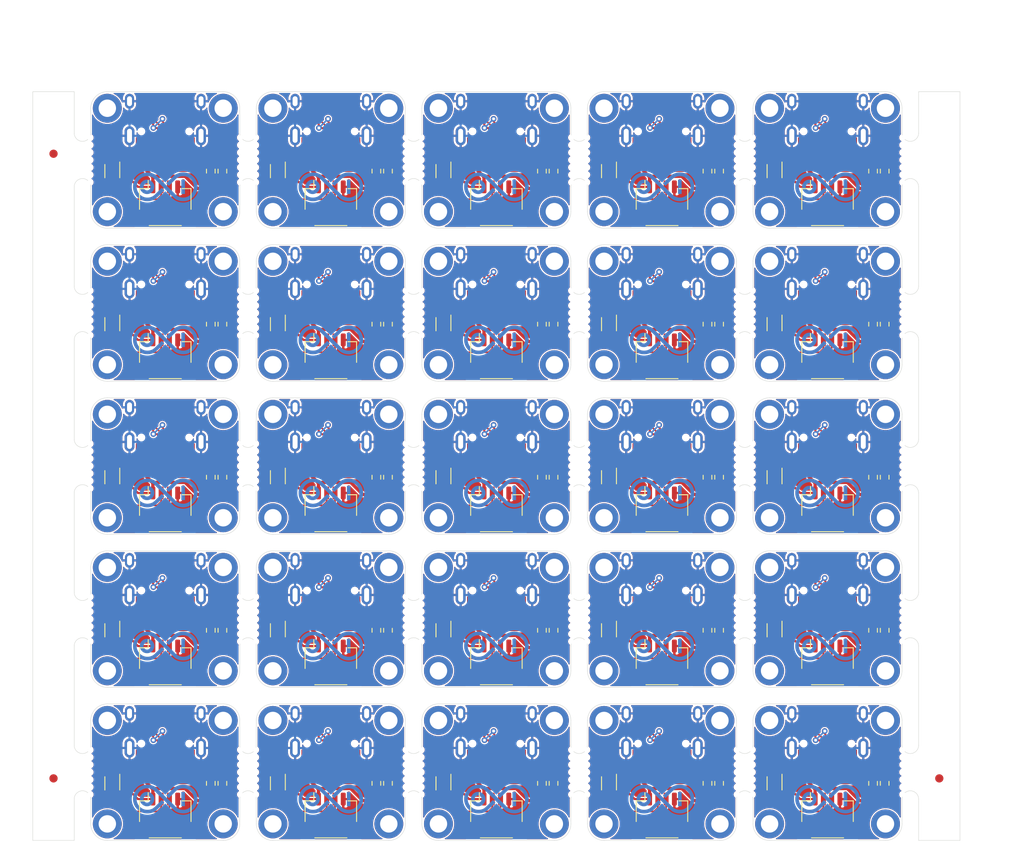
<source format=kicad_pcb>
(kicad_pcb (version 20171130) (host pcbnew "(5.1.10)-1")
  (layers (0 F.Cu signal) (31 B.Cu signal) (34 B.Paste user) (35 F.Paste user) (36 B.SilkS user) (37 F.SilkS user) (38 B.Mask user) (39 F.Mask user) (44 Edge.Cuts user))
  (net 0 "")
  (net 1 GND)
  (net 2 UVCC)
  (net 3 "Net-(J1-PadB8)")
  (net 4 "Net-(J1-PadA5)")
  (net 5 DN)
  (net 6 DP)
  (net 7 "Net-(J1-PadA8)")
  (net 8 "Net-(J1-PadB5)")
  (net 9 D-)
  (net 10 D+)
  (module MountingHole:MountingHole_2.2mm_M2_DIN965_Pad (layer F.Cu) (at 141 111)
    (fp_text reference REF** hide)
    (fp_text value MountingHole_2.2mm_M2_DIN965_Pad)
    (pad 1 thru_hole circle (at 0 0) (size 3.5 3.5) (drill 2.1) (layers *.Cu *.Mask))
  )
  (module MountingHole:MountingHole_2.2mm_M2_DIN965_Pad (layer F.Cu) (at 121 111)
    (fp_text reference REF** hide)
    (fp_text value MountingHole_2.2mm_M2_DIN965_Pad)
    (pad 1 thru_hole circle (at 0 0) (size 3.5 3.5) (drill 2.1) (layers *.Cu *.Mask))
  )
  (module MountingHole:MountingHole_2.2mm_M2_DIN965_Pad (layer F.Cu) (at 101 111)
    (fp_text reference REF** hide)
    (fp_text value MountingHole_2.2mm_M2_DIN965_Pad)
    (pad 1 thru_hole circle (at 0 0) (size 3.5 3.5) (drill 2.1) (layers *.Cu *.Mask))
  )
  (module MountingHole:MountingHole_2.2mm_M2_DIN965_Pad (layer F.Cu) (at 81 111)
    (fp_text reference REF** hide)
    (fp_text value MountingHole_2.2mm_M2_DIN965_Pad)
    (pad 1 thru_hole circle (at 0 0) (size 3.5 3.5) (drill 2.1) (layers *.Cu *.Mask))
  )
  (module MountingHole:MountingHole_2.2mm_M2_DIN965_Pad (layer F.Cu) (at 61 111)
    (fp_text reference REF** hide)
    (fp_text value MountingHole_2.2mm_M2_DIN965_Pad)
    (pad 1 thru_hole circle (at 0 0) (size 3.5 3.5) (drill 2.1) (layers *.Cu *.Mask))
  )
  (module MountingHole:MountingHole_2.2mm_M2_DIN965_Pad (layer F.Cu) (at 141 92.5)
    (fp_text reference REF** hide)
    (fp_text value MountingHole_2.2mm_M2_DIN965_Pad)
    (pad 1 thru_hole circle (at 0 0) (size 3.5 3.5) (drill 2.1) (layers *.Cu *.Mask))
  )
  (module MountingHole:MountingHole_2.2mm_M2_DIN965_Pad (layer F.Cu) (at 121 92.5)
    (fp_text reference REF** hide)
    (fp_text value MountingHole_2.2mm_M2_DIN965_Pad)
    (pad 1 thru_hole circle (at 0 0) (size 3.5 3.5) (drill 2.1) (layers *.Cu *.Mask))
  )
  (module MountingHole:MountingHole_2.2mm_M2_DIN965_Pad (layer F.Cu) (at 101 92.5)
    (fp_text reference REF** hide)
    (fp_text value MountingHole_2.2mm_M2_DIN965_Pad)
    (pad 1 thru_hole circle (at 0 0) (size 3.5 3.5) (drill 2.1) (layers *.Cu *.Mask))
  )
  (module MountingHole:MountingHole_2.2mm_M2_DIN965_Pad (layer F.Cu) (at 81 92.5)
    (fp_text reference REF** hide)
    (fp_text value MountingHole_2.2mm_M2_DIN965_Pad)
    (pad 1 thru_hole circle (at 0 0) (size 3.5 3.5) (drill 2.1) (layers *.Cu *.Mask))
  )
  (module MountingHole:MountingHole_2.2mm_M2_DIN965_Pad (layer F.Cu) (at 61 92.5)
    (fp_text reference REF** hide)
    (fp_text value MountingHole_2.2mm_M2_DIN965_Pad)
    (pad 1 thru_hole circle (at 0 0) (size 3.5 3.5) (drill 2.1) (layers *.Cu *.Mask))
  )
  (module MountingHole:MountingHole_2.2mm_M2_DIN965_Pad (layer F.Cu) (at 141 74)
    (fp_text reference REF** hide)
    (fp_text value MountingHole_2.2mm_M2_DIN965_Pad)
    (pad 1 thru_hole circle (at 0 0) (size 3.5 3.5) (drill 2.1) (layers *.Cu *.Mask))
  )
  (module MountingHole:MountingHole_2.2mm_M2_DIN965_Pad (layer F.Cu) (at 121 74)
    (fp_text reference REF** hide)
    (fp_text value MountingHole_2.2mm_M2_DIN965_Pad)
    (pad 1 thru_hole circle (at 0 0) (size 3.5 3.5) (drill 2.1) (layers *.Cu *.Mask))
  )
  (module MountingHole:MountingHole_2.2mm_M2_DIN965_Pad (layer F.Cu) (at 101 74)
    (fp_text reference REF** hide)
    (fp_text value MountingHole_2.2mm_M2_DIN965_Pad)
    (pad 1 thru_hole circle (at 0 0) (size 3.5 3.5) (drill 2.1) (layers *.Cu *.Mask))
  )
  (module MountingHole:MountingHole_2.2mm_M2_DIN965_Pad (layer F.Cu) (at 81 74)
    (fp_text reference REF** hide)
    (fp_text value MountingHole_2.2mm_M2_DIN965_Pad)
    (pad 1 thru_hole circle (at 0 0) (size 3.5 3.5) (drill 2.1) (layers *.Cu *.Mask))
  )
  (module MountingHole:MountingHole_2.2mm_M2_DIN965_Pad (layer F.Cu) (at 61 74)
    (fp_text reference REF** hide)
    (fp_text value MountingHole_2.2mm_M2_DIN965_Pad)
    (pad 1 thru_hole circle (at 0 0) (size 3.5 3.5) (drill 2.1) (layers *.Cu *.Mask))
  )
  (module MountingHole:MountingHole_2.2mm_M2_DIN965_Pad (layer F.Cu) (at 141 55.5)
    (fp_text reference REF** hide)
    (fp_text value MountingHole_2.2mm_M2_DIN965_Pad)
    (pad 1 thru_hole circle (at 0 0) (size 3.5 3.5) (drill 2.1) (layers *.Cu *.Mask))
  )
  (module MountingHole:MountingHole_2.2mm_M2_DIN965_Pad (layer F.Cu) (at 121 55.5)
    (fp_text reference REF** hide)
    (fp_text value MountingHole_2.2mm_M2_DIN965_Pad)
    (pad 1 thru_hole circle (at 0 0) (size 3.5 3.5) (drill 2.1) (layers *.Cu *.Mask))
  )
  (module MountingHole:MountingHole_2.2mm_M2_DIN965_Pad (layer F.Cu) (at 101 55.5)
    (fp_text reference REF** hide)
    (fp_text value MountingHole_2.2mm_M2_DIN965_Pad)
    (pad 1 thru_hole circle (at 0 0) (size 3.5 3.5) (drill 2.1) (layers *.Cu *.Mask))
  )
  (module MountingHole:MountingHole_2.2mm_M2_DIN965_Pad (layer F.Cu) (at 81 55.5)
    (fp_text reference REF** hide)
    (fp_text value MountingHole_2.2mm_M2_DIN965_Pad)
    (pad 1 thru_hole circle (at 0 0) (size 3.5 3.5) (drill 2.1) (layers *.Cu *.Mask))
  )
  (module MountingHole:MountingHole_2.2mm_M2_DIN965_Pad (layer F.Cu) (at 61 55.5)
    (fp_text reference REF** hide)
    (fp_text value MountingHole_2.2mm_M2_DIN965_Pad)
    (pad 1 thru_hole circle (at 0 0) (size 3.5 3.5) (drill 2.1) (layers *.Cu *.Mask))
  )
  (module MountingHole:MountingHole_2.2mm_M2_DIN965_Pad (layer F.Cu) (at 141 37)
    (fp_text reference REF** hide)
    (fp_text value MountingHole_2.2mm_M2_DIN965_Pad)
    (pad 1 thru_hole circle (at 0 0) (size 3.5 3.5) (drill 2.1) (layers *.Cu *.Mask))
  )
  (module MountingHole:MountingHole_2.2mm_M2_DIN965_Pad (layer F.Cu) (at 121 37)
    (fp_text reference REF** hide)
    (fp_text value MountingHole_2.2mm_M2_DIN965_Pad)
    (pad 1 thru_hole circle (at 0 0) (size 3.5 3.5) (drill 2.1) (layers *.Cu *.Mask))
  )
  (module MountingHole:MountingHole_2.2mm_M2_DIN965_Pad (layer F.Cu) (at 101 37)
    (fp_text reference REF** hide)
    (fp_text value MountingHole_2.2mm_M2_DIN965_Pad)
    (pad 1 thru_hole circle (at 0 0) (size 3.5 3.5) (drill 2.1) (layers *.Cu *.Mask))
  )
  (module MountingHole:MountingHole_2.2mm_M2_DIN965_Pad (layer F.Cu) (at 81 37)
    (fp_text reference REF** hide)
    (fp_text value MountingHole_2.2mm_M2_DIN965_Pad)
    (pad 1 thru_hole circle (at 0 0) (size 3.5 3.5) (drill 2.1) (layers *.Cu *.Mask))
  )
  (module u1:Mouse_Bite_7 (layer F.Cu) (at 143 117.25 270)
    (fp_text reference REF** hide)
    (fp_text value Mouse_Bite_7 hide)
    (pad "" np_thru_hole circle (at 2.7 -0.1 270) (size 0.6 0.6) (drill 0.6) (layers *.Cu *.Mask))
    (pad "" np_thru_hole circle (at -2.7 -0.1 270) (size 0.6 0.6) (drill 0.6) (layers *.Cu *.Mask))
    (pad "" np_thru_hole circle (at 1.8 -0.1 270) (size 0.6 0.6) (drill 0.6) (layers *.Cu *.Mask))
    (pad "" np_thru_hole circle (at -1.8 -0.1 270) (size 0.6 0.6) (drill 0.6) (layers *.Cu *.Mask))
    (pad "" np_thru_hole circle (at 0.9 -0.1 270) (size 0.6 0.6) (drill 0.6) (layers *.Cu *.Mask))
    (pad "" np_thru_hole circle (at 0 -0.1 270) (size 0.6 0.6) (drill 0.6) (layers *.Cu *.Mask))
    (pad "" np_thru_hole circle (at -0.9 -0.1 270) (size 0.6 0.6) (drill 0.6) (layers *.Cu *.Mask))
  )
  (module u1:Mouse_Bite_7 (layer F.Cu) (at 123 117.25 270)
    (fp_text reference REF** hide)
    (fp_text value Mouse_Bite_7 hide)
    (pad "" np_thru_hole circle (at 2.7 -0.1 270) (size 0.6 0.6) (drill 0.6) (layers *.Cu *.Mask))
    (pad "" np_thru_hole circle (at -2.7 -0.1 270) (size 0.6 0.6) (drill 0.6) (layers *.Cu *.Mask))
    (pad "" np_thru_hole circle (at 1.8 -0.1 270) (size 0.6 0.6) (drill 0.6) (layers *.Cu *.Mask))
    (pad "" np_thru_hole circle (at -1.8 -0.1 270) (size 0.6 0.6) (drill 0.6) (layers *.Cu *.Mask))
    (pad "" np_thru_hole circle (at 0.9 -0.1 270) (size 0.6 0.6) (drill 0.6) (layers *.Cu *.Mask))
    (pad "" np_thru_hole circle (at 0 -0.1 270) (size 0.6 0.6) (drill 0.6) (layers *.Cu *.Mask))
    (pad "" np_thru_hole circle (at -0.9 -0.1 270) (size 0.6 0.6) (drill 0.6) (layers *.Cu *.Mask))
  )
  (module u1:Mouse_Bite_7 (layer F.Cu) (at 103 117.25 270)
    (fp_text reference REF** hide)
    (fp_text value Mouse_Bite_7 hide)
    (pad "" np_thru_hole circle (at 2.7 -0.1 270) (size 0.6 0.6) (drill 0.6) (layers *.Cu *.Mask))
    (pad "" np_thru_hole circle (at -2.7 -0.1 270) (size 0.6 0.6) (drill 0.6) (layers *.Cu *.Mask))
    (pad "" np_thru_hole circle (at 1.8 -0.1 270) (size 0.6 0.6) (drill 0.6) (layers *.Cu *.Mask))
    (pad "" np_thru_hole circle (at -1.8 -0.1 270) (size 0.6 0.6) (drill 0.6) (layers *.Cu *.Mask))
    (pad "" np_thru_hole circle (at 0.9 -0.1 270) (size 0.6 0.6) (drill 0.6) (layers *.Cu *.Mask))
    (pad "" np_thru_hole circle (at 0 -0.1 270) (size 0.6 0.6) (drill 0.6) (layers *.Cu *.Mask))
    (pad "" np_thru_hole circle (at -0.9 -0.1 270) (size 0.6 0.6) (drill 0.6) (layers *.Cu *.Mask))
  )
  (module u1:Mouse_Bite_7 (layer F.Cu) (at 83 117.25 270)
    (fp_text reference REF** hide)
    (fp_text value Mouse_Bite_7 hide)
    (pad "" np_thru_hole circle (at 2.7 -0.1 270) (size 0.6 0.6) (drill 0.6) (layers *.Cu *.Mask))
    (pad "" np_thru_hole circle (at -2.7 -0.1 270) (size 0.6 0.6) (drill 0.6) (layers *.Cu *.Mask))
    (pad "" np_thru_hole circle (at 1.8 -0.1 270) (size 0.6 0.6) (drill 0.6) (layers *.Cu *.Mask))
    (pad "" np_thru_hole circle (at -1.8 -0.1 270) (size 0.6 0.6) (drill 0.6) (layers *.Cu *.Mask))
    (pad "" np_thru_hole circle (at 0.9 -0.1 270) (size 0.6 0.6) (drill 0.6) (layers *.Cu *.Mask))
    (pad "" np_thru_hole circle (at 0 -0.1 270) (size 0.6 0.6) (drill 0.6) (layers *.Cu *.Mask))
    (pad "" np_thru_hole circle (at -0.9 -0.1 270) (size 0.6 0.6) (drill 0.6) (layers *.Cu *.Mask))
  )
  (module u1:Mouse_Bite_7 (layer F.Cu) (at 63 117.25 270)
    (fp_text reference REF** hide)
    (fp_text value Mouse_Bite_7 hide)
    (pad "" np_thru_hole circle (at 2.7 -0.1 270) (size 0.6 0.6) (drill 0.6) (layers *.Cu *.Mask))
    (pad "" np_thru_hole circle (at -2.7 -0.1 270) (size 0.6 0.6) (drill 0.6) (layers *.Cu *.Mask))
    (pad "" np_thru_hole circle (at 1.8 -0.1 270) (size 0.6 0.6) (drill 0.6) (layers *.Cu *.Mask))
    (pad "" np_thru_hole circle (at -1.8 -0.1 270) (size 0.6 0.6) (drill 0.6) (layers *.Cu *.Mask))
    (pad "" np_thru_hole circle (at 0.9 -0.1 270) (size 0.6 0.6) (drill 0.6) (layers *.Cu *.Mask))
    (pad "" np_thru_hole circle (at 0 -0.1 270) (size 0.6 0.6) (drill 0.6) (layers *.Cu *.Mask))
    (pad "" np_thru_hole circle (at -0.9 -0.1 270) (size 0.6 0.6) (drill 0.6) (layers *.Cu *.Mask))
  )
  (module u1:Mouse_Bite_7 (layer F.Cu) (at 143 98.75 270)
    (fp_text reference REF** hide)
    (fp_text value Mouse_Bite_7 hide)
    (pad "" np_thru_hole circle (at 2.7 -0.1 270) (size 0.6 0.6) (drill 0.6) (layers *.Cu *.Mask))
    (pad "" np_thru_hole circle (at -2.7 -0.1 270) (size 0.6 0.6) (drill 0.6) (layers *.Cu *.Mask))
    (pad "" np_thru_hole circle (at 1.8 -0.1 270) (size 0.6 0.6) (drill 0.6) (layers *.Cu *.Mask))
    (pad "" np_thru_hole circle (at -1.8 -0.1 270) (size 0.6 0.6) (drill 0.6) (layers *.Cu *.Mask))
    (pad "" np_thru_hole circle (at 0.9 -0.1 270) (size 0.6 0.6) (drill 0.6) (layers *.Cu *.Mask))
    (pad "" np_thru_hole circle (at 0 -0.1 270) (size 0.6 0.6) (drill 0.6) (layers *.Cu *.Mask))
    (pad "" np_thru_hole circle (at -0.9 -0.1 270) (size 0.6 0.6) (drill 0.6) (layers *.Cu *.Mask))
  )
  (module u1:Mouse_Bite_7 (layer F.Cu) (at 123 98.75 270)
    (fp_text reference REF** hide)
    (fp_text value Mouse_Bite_7 hide)
    (pad "" np_thru_hole circle (at 2.7 -0.1 270) (size 0.6 0.6) (drill 0.6) (layers *.Cu *.Mask))
    (pad "" np_thru_hole circle (at -2.7 -0.1 270) (size 0.6 0.6) (drill 0.6) (layers *.Cu *.Mask))
    (pad "" np_thru_hole circle (at 1.8 -0.1 270) (size 0.6 0.6) (drill 0.6) (layers *.Cu *.Mask))
    (pad "" np_thru_hole circle (at -1.8 -0.1 270) (size 0.6 0.6) (drill 0.6) (layers *.Cu *.Mask))
    (pad "" np_thru_hole circle (at 0.9 -0.1 270) (size 0.6 0.6) (drill 0.6) (layers *.Cu *.Mask))
    (pad "" np_thru_hole circle (at 0 -0.1 270) (size 0.6 0.6) (drill 0.6) (layers *.Cu *.Mask))
    (pad "" np_thru_hole circle (at -0.9 -0.1 270) (size 0.6 0.6) (drill 0.6) (layers *.Cu *.Mask))
  )
  (module u1:Mouse_Bite_7 (layer F.Cu) (at 103 98.75 270)
    (fp_text reference REF** hide)
    (fp_text value Mouse_Bite_7 hide)
    (pad "" np_thru_hole circle (at 2.7 -0.1 270) (size 0.6 0.6) (drill 0.6) (layers *.Cu *.Mask))
    (pad "" np_thru_hole circle (at -2.7 -0.1 270) (size 0.6 0.6) (drill 0.6) (layers *.Cu *.Mask))
    (pad "" np_thru_hole circle (at 1.8 -0.1 270) (size 0.6 0.6) (drill 0.6) (layers *.Cu *.Mask))
    (pad "" np_thru_hole circle (at -1.8 -0.1 270) (size 0.6 0.6) (drill 0.6) (layers *.Cu *.Mask))
    (pad "" np_thru_hole circle (at 0.9 -0.1 270) (size 0.6 0.6) (drill 0.6) (layers *.Cu *.Mask))
    (pad "" np_thru_hole circle (at 0 -0.1 270) (size 0.6 0.6) (drill 0.6) (layers *.Cu *.Mask))
    (pad "" np_thru_hole circle (at -0.9 -0.1 270) (size 0.6 0.6) (drill 0.6) (layers *.Cu *.Mask))
  )
  (module u1:Mouse_Bite_7 (layer F.Cu) (at 83 98.75 270)
    (fp_text reference REF** hide)
    (fp_text value Mouse_Bite_7 hide)
    (pad "" np_thru_hole circle (at 2.7 -0.1 270) (size 0.6 0.6) (drill 0.6) (layers *.Cu *.Mask))
    (pad "" np_thru_hole circle (at -2.7 -0.1 270) (size 0.6 0.6) (drill 0.6) (layers *.Cu *.Mask))
    (pad "" np_thru_hole circle (at 1.8 -0.1 270) (size 0.6 0.6) (drill 0.6) (layers *.Cu *.Mask))
    (pad "" np_thru_hole circle (at -1.8 -0.1 270) (size 0.6 0.6) (drill 0.6) (layers *.Cu *.Mask))
    (pad "" np_thru_hole circle (at 0.9 -0.1 270) (size 0.6 0.6) (drill 0.6) (layers *.Cu *.Mask))
    (pad "" np_thru_hole circle (at 0 -0.1 270) (size 0.6 0.6) (drill 0.6) (layers *.Cu *.Mask))
    (pad "" np_thru_hole circle (at -0.9 -0.1 270) (size 0.6 0.6) (drill 0.6) (layers *.Cu *.Mask))
  )
  (module u1:Mouse_Bite_7 (layer F.Cu) (at 63 98.75 270)
    (fp_text reference REF** hide)
    (fp_text value Mouse_Bite_7 hide)
    (pad "" np_thru_hole circle (at 2.7 -0.1 270) (size 0.6 0.6) (drill 0.6) (layers *.Cu *.Mask))
    (pad "" np_thru_hole circle (at -2.7 -0.1 270) (size 0.6 0.6) (drill 0.6) (layers *.Cu *.Mask))
    (pad "" np_thru_hole circle (at 1.8 -0.1 270) (size 0.6 0.6) (drill 0.6) (layers *.Cu *.Mask))
    (pad "" np_thru_hole circle (at -1.8 -0.1 270) (size 0.6 0.6) (drill 0.6) (layers *.Cu *.Mask))
    (pad "" np_thru_hole circle (at 0.9 -0.1 270) (size 0.6 0.6) (drill 0.6) (layers *.Cu *.Mask))
    (pad "" np_thru_hole circle (at 0 -0.1 270) (size 0.6 0.6) (drill 0.6) (layers *.Cu *.Mask))
    (pad "" np_thru_hole circle (at -0.9 -0.1 270) (size 0.6 0.6) (drill 0.6) (layers *.Cu *.Mask))
  )
  (module u1:Mouse_Bite_7 (layer F.Cu) (at 143 80.25 270)
    (fp_text reference REF** hide)
    (fp_text value Mouse_Bite_7 hide)
    (pad "" np_thru_hole circle (at 2.7 -0.1 270) (size 0.6 0.6) (drill 0.6) (layers *.Cu *.Mask))
    (pad "" np_thru_hole circle (at -2.7 -0.1 270) (size 0.6 0.6) (drill 0.6) (layers *.Cu *.Mask))
    (pad "" np_thru_hole circle (at 1.8 -0.1 270) (size 0.6 0.6) (drill 0.6) (layers *.Cu *.Mask))
    (pad "" np_thru_hole circle (at -1.8 -0.1 270) (size 0.6 0.6) (drill 0.6) (layers *.Cu *.Mask))
    (pad "" np_thru_hole circle (at 0.9 -0.1 270) (size 0.6 0.6) (drill 0.6) (layers *.Cu *.Mask))
    (pad "" np_thru_hole circle (at 0 -0.1 270) (size 0.6 0.6) (drill 0.6) (layers *.Cu *.Mask))
    (pad "" np_thru_hole circle (at -0.9 -0.1 270) (size 0.6 0.6) (drill 0.6) (layers *.Cu *.Mask))
  )
  (module u1:Mouse_Bite_7 (layer F.Cu) (at 123 80.25 270)
    (fp_text reference REF** hide)
    (fp_text value Mouse_Bite_7 hide)
    (pad "" np_thru_hole circle (at 2.7 -0.1 270) (size 0.6 0.6) (drill 0.6) (layers *.Cu *.Mask))
    (pad "" np_thru_hole circle (at -2.7 -0.1 270) (size 0.6 0.6) (drill 0.6) (layers *.Cu *.Mask))
    (pad "" np_thru_hole circle (at 1.8 -0.1 270) (size 0.6 0.6) (drill 0.6) (layers *.Cu *.Mask))
    (pad "" np_thru_hole circle (at -1.8 -0.1 270) (size 0.6 0.6) (drill 0.6) (layers *.Cu *.Mask))
    (pad "" np_thru_hole circle (at 0.9 -0.1 270) (size 0.6 0.6) (drill 0.6) (layers *.Cu *.Mask))
    (pad "" np_thru_hole circle (at 0 -0.1 270) (size 0.6 0.6) (drill 0.6) (layers *.Cu *.Mask))
    (pad "" np_thru_hole circle (at -0.9 -0.1 270) (size 0.6 0.6) (drill 0.6) (layers *.Cu *.Mask))
  )
  (module u1:Mouse_Bite_7 (layer F.Cu) (at 103 80.25 270)
    (fp_text reference REF** hide)
    (fp_text value Mouse_Bite_7 hide)
    (pad "" np_thru_hole circle (at 2.7 -0.1 270) (size 0.6 0.6) (drill 0.6) (layers *.Cu *.Mask))
    (pad "" np_thru_hole circle (at -2.7 -0.1 270) (size 0.6 0.6) (drill 0.6) (layers *.Cu *.Mask))
    (pad "" np_thru_hole circle (at 1.8 -0.1 270) (size 0.6 0.6) (drill 0.6) (layers *.Cu *.Mask))
    (pad "" np_thru_hole circle (at -1.8 -0.1 270) (size 0.6 0.6) (drill 0.6) (layers *.Cu *.Mask))
    (pad "" np_thru_hole circle (at 0.9 -0.1 270) (size 0.6 0.6) (drill 0.6) (layers *.Cu *.Mask))
    (pad "" np_thru_hole circle (at 0 -0.1 270) (size 0.6 0.6) (drill 0.6) (layers *.Cu *.Mask))
    (pad "" np_thru_hole circle (at -0.9 -0.1 270) (size 0.6 0.6) (drill 0.6) (layers *.Cu *.Mask))
  )
  (module u1:Mouse_Bite_7 (layer F.Cu) (at 83 80.25 270)
    (fp_text reference REF** hide)
    (fp_text value Mouse_Bite_7 hide)
    (pad "" np_thru_hole circle (at 2.7 -0.1 270) (size 0.6 0.6) (drill 0.6) (layers *.Cu *.Mask))
    (pad "" np_thru_hole circle (at -2.7 -0.1 270) (size 0.6 0.6) (drill 0.6) (layers *.Cu *.Mask))
    (pad "" np_thru_hole circle (at 1.8 -0.1 270) (size 0.6 0.6) (drill 0.6) (layers *.Cu *.Mask))
    (pad "" np_thru_hole circle (at -1.8 -0.1 270) (size 0.6 0.6) (drill 0.6) (layers *.Cu *.Mask))
    (pad "" np_thru_hole circle (at 0.9 -0.1 270) (size 0.6 0.6) (drill 0.6) (layers *.Cu *.Mask))
    (pad "" np_thru_hole circle (at 0 -0.1 270) (size 0.6 0.6) (drill 0.6) (layers *.Cu *.Mask))
    (pad "" np_thru_hole circle (at -0.9 -0.1 270) (size 0.6 0.6) (drill 0.6) (layers *.Cu *.Mask))
  )
  (module u1:Mouse_Bite_7 (layer F.Cu) (at 63 80.25 270)
    (fp_text reference REF** hide)
    (fp_text value Mouse_Bite_7 hide)
    (pad "" np_thru_hole circle (at 2.7 -0.1 270) (size 0.6 0.6) (drill 0.6) (layers *.Cu *.Mask))
    (pad "" np_thru_hole circle (at -2.7 -0.1 270) (size 0.6 0.6) (drill 0.6) (layers *.Cu *.Mask))
    (pad "" np_thru_hole circle (at 1.8 -0.1 270) (size 0.6 0.6) (drill 0.6) (layers *.Cu *.Mask))
    (pad "" np_thru_hole circle (at -1.8 -0.1 270) (size 0.6 0.6) (drill 0.6) (layers *.Cu *.Mask))
    (pad "" np_thru_hole circle (at 0.9 -0.1 270) (size 0.6 0.6) (drill 0.6) (layers *.Cu *.Mask))
    (pad "" np_thru_hole circle (at 0 -0.1 270) (size 0.6 0.6) (drill 0.6) (layers *.Cu *.Mask))
    (pad "" np_thru_hole circle (at -0.9 -0.1 270) (size 0.6 0.6) (drill 0.6) (layers *.Cu *.Mask))
  )
  (module u1:Mouse_Bite_7 (layer F.Cu) (at 143 61.75 270)
    (fp_text reference REF** hide)
    (fp_text value Mouse_Bite_7 hide)
    (pad "" np_thru_hole circle (at 2.7 -0.1 270) (size 0.6 0.6) (drill 0.6) (layers *.Cu *.Mask))
    (pad "" np_thru_hole circle (at -2.7 -0.1 270) (size 0.6 0.6) (drill 0.6) (layers *.Cu *.Mask))
    (pad "" np_thru_hole circle (at 1.8 -0.1 270) (size 0.6 0.6) (drill 0.6) (layers *.Cu *.Mask))
    (pad "" np_thru_hole circle (at -1.8 -0.1 270) (size 0.6 0.6) (drill 0.6) (layers *.Cu *.Mask))
    (pad "" np_thru_hole circle (at 0.9 -0.1 270) (size 0.6 0.6) (drill 0.6) (layers *.Cu *.Mask))
    (pad "" np_thru_hole circle (at 0 -0.1 270) (size 0.6 0.6) (drill 0.6) (layers *.Cu *.Mask))
    (pad "" np_thru_hole circle (at -0.9 -0.1 270) (size 0.6 0.6) (drill 0.6) (layers *.Cu *.Mask))
  )
  (module u1:Mouse_Bite_7 (layer F.Cu) (at 123 61.75 270)
    (fp_text reference REF** hide)
    (fp_text value Mouse_Bite_7 hide)
    (pad "" np_thru_hole circle (at 2.7 -0.1 270) (size 0.6 0.6) (drill 0.6) (layers *.Cu *.Mask))
    (pad "" np_thru_hole circle (at -2.7 -0.1 270) (size 0.6 0.6) (drill 0.6) (layers *.Cu *.Mask))
    (pad "" np_thru_hole circle (at 1.8 -0.1 270) (size 0.6 0.6) (drill 0.6) (layers *.Cu *.Mask))
    (pad "" np_thru_hole circle (at -1.8 -0.1 270) (size 0.6 0.6) (drill 0.6) (layers *.Cu *.Mask))
    (pad "" np_thru_hole circle (at 0.9 -0.1 270) (size 0.6 0.6) (drill 0.6) (layers *.Cu *.Mask))
    (pad "" np_thru_hole circle (at 0 -0.1 270) (size 0.6 0.6) (drill 0.6) (layers *.Cu *.Mask))
    (pad "" np_thru_hole circle (at -0.9 -0.1 270) (size 0.6 0.6) (drill 0.6) (layers *.Cu *.Mask))
  )
  (module u1:Mouse_Bite_7 (layer F.Cu) (at 103 61.75 270)
    (fp_text reference REF** hide)
    (fp_text value Mouse_Bite_7 hide)
    (pad "" np_thru_hole circle (at 2.7 -0.1 270) (size 0.6 0.6) (drill 0.6) (layers *.Cu *.Mask))
    (pad "" np_thru_hole circle (at -2.7 -0.1 270) (size 0.6 0.6) (drill 0.6) (layers *.Cu *.Mask))
    (pad "" np_thru_hole circle (at 1.8 -0.1 270) (size 0.6 0.6) (drill 0.6) (layers *.Cu *.Mask))
    (pad "" np_thru_hole circle (at -1.8 -0.1 270) (size 0.6 0.6) (drill 0.6) (layers *.Cu *.Mask))
    (pad "" np_thru_hole circle (at 0.9 -0.1 270) (size 0.6 0.6) (drill 0.6) (layers *.Cu *.Mask))
    (pad "" np_thru_hole circle (at 0 -0.1 270) (size 0.6 0.6) (drill 0.6) (layers *.Cu *.Mask))
    (pad "" np_thru_hole circle (at -0.9 -0.1 270) (size 0.6 0.6) (drill 0.6) (layers *.Cu *.Mask))
  )
  (module u1:Mouse_Bite_7 (layer F.Cu) (at 83 61.75 270)
    (fp_text reference REF** hide)
    (fp_text value Mouse_Bite_7 hide)
    (pad "" np_thru_hole circle (at 2.7 -0.1 270) (size 0.6 0.6) (drill 0.6) (layers *.Cu *.Mask))
    (pad "" np_thru_hole circle (at -2.7 -0.1 270) (size 0.6 0.6) (drill 0.6) (layers *.Cu *.Mask))
    (pad "" np_thru_hole circle (at 1.8 -0.1 270) (size 0.6 0.6) (drill 0.6) (layers *.Cu *.Mask))
    (pad "" np_thru_hole circle (at -1.8 -0.1 270) (size 0.6 0.6) (drill 0.6) (layers *.Cu *.Mask))
    (pad "" np_thru_hole circle (at 0.9 -0.1 270) (size 0.6 0.6) (drill 0.6) (layers *.Cu *.Mask))
    (pad "" np_thru_hole circle (at 0 -0.1 270) (size 0.6 0.6) (drill 0.6) (layers *.Cu *.Mask))
    (pad "" np_thru_hole circle (at -0.9 -0.1 270) (size 0.6 0.6) (drill 0.6) (layers *.Cu *.Mask))
  )
  (module u1:Mouse_Bite_7 (layer F.Cu) (at 63 61.75 270)
    (fp_text reference REF** hide)
    (fp_text value Mouse_Bite_7 hide)
    (pad "" np_thru_hole circle (at 2.7 -0.1 270) (size 0.6 0.6) (drill 0.6) (layers *.Cu *.Mask))
    (pad "" np_thru_hole circle (at -2.7 -0.1 270) (size 0.6 0.6) (drill 0.6) (layers *.Cu *.Mask))
    (pad "" np_thru_hole circle (at 1.8 -0.1 270) (size 0.6 0.6) (drill 0.6) (layers *.Cu *.Mask))
    (pad "" np_thru_hole circle (at -1.8 -0.1 270) (size 0.6 0.6) (drill 0.6) (layers *.Cu *.Mask))
    (pad "" np_thru_hole circle (at 0.9 -0.1 270) (size 0.6 0.6) (drill 0.6) (layers *.Cu *.Mask))
    (pad "" np_thru_hole circle (at 0 -0.1 270) (size 0.6 0.6) (drill 0.6) (layers *.Cu *.Mask))
    (pad "" np_thru_hole circle (at -0.9 -0.1 270) (size 0.6 0.6) (drill 0.6) (layers *.Cu *.Mask))
  )
  (module u1:Mouse_Bite_7 (layer F.Cu) (at 143 43.25 270)
    (fp_text reference REF** hide)
    (fp_text value Mouse_Bite_7 hide)
    (pad "" np_thru_hole circle (at 2.7 -0.1 270) (size 0.6 0.6) (drill 0.6) (layers *.Cu *.Mask))
    (pad "" np_thru_hole circle (at -2.7 -0.1 270) (size 0.6 0.6) (drill 0.6) (layers *.Cu *.Mask))
    (pad "" np_thru_hole circle (at 1.8 -0.1 270) (size 0.6 0.6) (drill 0.6) (layers *.Cu *.Mask))
    (pad "" np_thru_hole circle (at -1.8 -0.1 270) (size 0.6 0.6) (drill 0.6) (layers *.Cu *.Mask))
    (pad "" np_thru_hole circle (at 0.9 -0.1 270) (size 0.6 0.6) (drill 0.6) (layers *.Cu *.Mask))
    (pad "" np_thru_hole circle (at 0 -0.1 270) (size 0.6 0.6) (drill 0.6) (layers *.Cu *.Mask))
    (pad "" np_thru_hole circle (at -0.9 -0.1 270) (size 0.6 0.6) (drill 0.6) (layers *.Cu *.Mask))
  )
  (module u1:Mouse_Bite_7 (layer F.Cu) (at 123 43.25 270)
    (fp_text reference REF** hide)
    (fp_text value Mouse_Bite_7 hide)
    (pad "" np_thru_hole circle (at 2.7 -0.1 270) (size 0.6 0.6) (drill 0.6) (layers *.Cu *.Mask))
    (pad "" np_thru_hole circle (at -2.7 -0.1 270) (size 0.6 0.6) (drill 0.6) (layers *.Cu *.Mask))
    (pad "" np_thru_hole circle (at 1.8 -0.1 270) (size 0.6 0.6) (drill 0.6) (layers *.Cu *.Mask))
    (pad "" np_thru_hole circle (at -1.8 -0.1 270) (size 0.6 0.6) (drill 0.6) (layers *.Cu *.Mask))
    (pad "" np_thru_hole circle (at 0.9 -0.1 270) (size 0.6 0.6) (drill 0.6) (layers *.Cu *.Mask))
    (pad "" np_thru_hole circle (at 0 -0.1 270) (size 0.6 0.6) (drill 0.6) (layers *.Cu *.Mask))
    (pad "" np_thru_hole circle (at -0.9 -0.1 270) (size 0.6 0.6) (drill 0.6) (layers *.Cu *.Mask))
  )
  (module u1:Mouse_Bite_7 (layer F.Cu) (at 103 43.25 270)
    (fp_text reference REF** hide)
    (fp_text value Mouse_Bite_7 hide)
    (pad "" np_thru_hole circle (at 2.7 -0.1 270) (size 0.6 0.6) (drill 0.6) (layers *.Cu *.Mask))
    (pad "" np_thru_hole circle (at -2.7 -0.1 270) (size 0.6 0.6) (drill 0.6) (layers *.Cu *.Mask))
    (pad "" np_thru_hole circle (at 1.8 -0.1 270) (size 0.6 0.6) (drill 0.6) (layers *.Cu *.Mask))
    (pad "" np_thru_hole circle (at -1.8 -0.1 270) (size 0.6 0.6) (drill 0.6) (layers *.Cu *.Mask))
    (pad "" np_thru_hole circle (at 0.9 -0.1 270) (size 0.6 0.6) (drill 0.6) (layers *.Cu *.Mask))
    (pad "" np_thru_hole circle (at 0 -0.1 270) (size 0.6 0.6) (drill 0.6) (layers *.Cu *.Mask))
    (pad "" np_thru_hole circle (at -0.9 -0.1 270) (size 0.6 0.6) (drill 0.6) (layers *.Cu *.Mask))
  )
  (module u1:Mouse_Bite_7 (layer F.Cu) (at 83 43.25 270)
    (fp_text reference REF** hide)
    (fp_text value Mouse_Bite_7 hide)
    (pad "" np_thru_hole circle (at 2.7 -0.1 270) (size 0.6 0.6) (drill 0.6) (layers *.Cu *.Mask))
    (pad "" np_thru_hole circle (at -2.7 -0.1 270) (size 0.6 0.6) (drill 0.6) (layers *.Cu *.Mask))
    (pad "" np_thru_hole circle (at 1.8 -0.1 270) (size 0.6 0.6) (drill 0.6) (layers *.Cu *.Mask))
    (pad "" np_thru_hole circle (at -1.8 -0.1 270) (size 0.6 0.6) (drill 0.6) (layers *.Cu *.Mask))
    (pad "" np_thru_hole circle (at 0.9 -0.1 270) (size 0.6 0.6) (drill 0.6) (layers *.Cu *.Mask))
    (pad "" np_thru_hole circle (at 0 -0.1 270) (size 0.6 0.6) (drill 0.6) (layers *.Cu *.Mask))
    (pad "" np_thru_hole circle (at -0.9 -0.1 270) (size 0.6 0.6) (drill 0.6) (layers *.Cu *.Mask))
  )
  (module Resistor_SMD:R_0603_1608Metric (layer F.Cu) (at 139.5 118.6 270)
    (fp_text reference R1 hide)
    (fp_text value 5.1k)
    (pad 1 smd roundrect (at -0.825 0 270) (size 0.8 0.95) (layers F.Cu F.Paste F.Mask) (net 4 "Net-(J1-PadA5)"))
    (pad 2 smd roundrect (at 0.825 0 270) (size 0.8 0.95) (layers F.Cu F.Paste F.Mask) (net 1 GND))
  )
  (module Resistor_SMD:R_0603_1608Metric (layer F.Cu) (at 119.5 118.6 270)
    (fp_text reference R1 hide)
    (fp_text value 5.1k)
    (pad 1 smd roundrect (at -0.825 0 270) (size 0.8 0.95) (layers F.Cu F.Paste F.Mask) (net 4 "Net-(J1-PadA5)"))
    (pad 2 smd roundrect (at 0.825 0 270) (size 0.8 0.95) (layers F.Cu F.Paste F.Mask) (net 1 GND))
  )
  (module Resistor_SMD:R_0603_1608Metric (layer F.Cu) (at 99.5 118.6 270)
    (fp_text reference R1 hide)
    (fp_text value 5.1k)
    (pad 1 smd roundrect (at -0.825 0 270) (size 0.8 0.95) (layers F.Cu F.Paste F.Mask) (net 4 "Net-(J1-PadA5)"))
    (pad 2 smd roundrect (at 0.825 0 270) (size 0.8 0.95) (layers F.Cu F.Paste F.Mask) (net 1 GND))
  )
  (module Resistor_SMD:R_0603_1608Metric (layer F.Cu) (at 79.5 118.6 270)
    (fp_text reference R1 hide)
    (fp_text value 5.1k)
    (pad 1 smd roundrect (at -0.825 0 270) (size 0.8 0.95) (layers F.Cu F.Paste F.Mask) (net 4 "Net-(J1-PadA5)"))
    (pad 2 smd roundrect (at 0.825 0 270) (size 0.8 0.95) (layers F.Cu F.Paste F.Mask) (net 1 GND))
  )
  (module Resistor_SMD:R_0603_1608Metric (layer F.Cu) (at 59.5 118.6 270)
    (fp_text reference R1 hide)
    (fp_text value 5.1k)
    (pad 1 smd roundrect (at -0.825 0 270) (size 0.8 0.95) (layers F.Cu F.Paste F.Mask) (net 4 "Net-(J1-PadA5)"))
    (pad 2 smd roundrect (at 0.825 0 270) (size 0.8 0.95) (layers F.Cu F.Paste F.Mask) (net 1 GND))
  )
  (module Resistor_SMD:R_0603_1608Metric (layer F.Cu) (at 139.5 100.1 270)
    (fp_text reference R1 hide)
    (fp_text value 5.1k)
    (pad 1 smd roundrect (at -0.825 0 270) (size 0.8 0.95) (layers F.Cu F.Paste F.Mask) (net 4 "Net-(J1-PadA5)"))
    (pad 2 smd roundrect (at 0.825 0 270) (size 0.8 0.95) (layers F.Cu F.Paste F.Mask) (net 1 GND))
  )
  (module Resistor_SMD:R_0603_1608Metric (layer F.Cu) (at 119.5 100.1 270)
    (fp_text reference R1 hide)
    (fp_text value 5.1k)
    (pad 1 smd roundrect (at -0.825 0 270) (size 0.8 0.95) (layers F.Cu F.Paste F.Mask) (net 4 "Net-(J1-PadA5)"))
    (pad 2 smd roundrect (at 0.825 0 270) (size 0.8 0.95) (layers F.Cu F.Paste F.Mask) (net 1 GND))
  )
  (module Resistor_SMD:R_0603_1608Metric (layer F.Cu) (at 99.5 100.1 270)
    (fp_text reference R1 hide)
    (fp_text value 5.1k)
    (pad 1 smd roundrect (at -0.825 0 270) (size 0.8 0.95) (layers F.Cu F.Paste F.Mask) (net 4 "Net-(J1-PadA5)"))
    (pad 2 smd roundrect (at 0.825 0 270) (size 0.8 0.95) (layers F.Cu F.Paste F.Mask) (net 1 GND))
  )
  (module Resistor_SMD:R_0603_1608Metric (layer F.Cu) (at 79.5 100.1 270)
    (fp_text reference R1 hide)
    (fp_text value 5.1k)
    (pad 1 smd roundrect (at -0.825 0 270) (size 0.8 0.95) (layers F.Cu F.Paste F.Mask) (net 4 "Net-(J1-PadA5)"))
    (pad 2 smd roundrect (at 0.825 0 270) (size 0.8 0.95) (layers F.Cu F.Paste F.Mask) (net 1 GND))
  )
  (module Resistor_SMD:R_0603_1608Metric (layer F.Cu) (at 59.5 100.1 270)
    (fp_text reference R1 hide)
    (fp_text value 5.1k)
    (pad 1 smd roundrect (at -0.825 0 270) (size 0.8 0.95) (layers F.Cu F.Paste F.Mask) (net 4 "Net-(J1-PadA5)"))
    (pad 2 smd roundrect (at 0.825 0 270) (size 0.8 0.95) (layers F.Cu F.Paste F.Mask) (net 1 GND))
  )
  (module Resistor_SMD:R_0603_1608Metric (layer F.Cu) (at 139.5 81.6 270)
    (fp_text reference R1 hide)
    (fp_text value 5.1k)
    (pad 1 smd roundrect (at -0.825 0 270) (size 0.8 0.95) (layers F.Cu F.Paste F.Mask) (net 4 "Net-(J1-PadA5)"))
    (pad 2 smd roundrect (at 0.825 0 270) (size 0.8 0.95) (layers F.Cu F.Paste F.Mask) (net 1 GND))
  )
  (module Resistor_SMD:R_0603_1608Metric (layer F.Cu) (at 119.5 81.6 270)
    (fp_text reference R1 hide)
    (fp_text value 5.1k)
    (pad 1 smd roundrect (at -0.825 0 270) (size 0.8 0.95) (layers F.Cu F.Paste F.Mask) (net 4 "Net-(J1-PadA5)"))
    (pad 2 smd roundrect (at 0.825 0 270) (size 0.8 0.95) (layers F.Cu F.Paste F.Mask) (net 1 GND))
  )
  (module Resistor_SMD:R_0603_1608Metric (layer F.Cu) (at 99.5 81.6 270)
    (fp_text reference R1 hide)
    (fp_text value 5.1k)
    (pad 1 smd roundrect (at -0.825 0 270) (size 0.8 0.95) (layers F.Cu F.Paste F.Mask) (net 4 "Net-(J1-PadA5)"))
    (pad 2 smd roundrect (at 0.825 0 270) (size 0.8 0.95) (layers F.Cu F.Paste F.Mask) (net 1 GND))
  )
  (module Resistor_SMD:R_0603_1608Metric (layer F.Cu) (at 79.5 81.6 270)
    (fp_text reference R1 hide)
    (fp_text value 5.1k)
    (pad 1 smd roundrect (at -0.825 0 270) (size 0.8 0.95) (layers F.Cu F.Paste F.Mask) (net 4 "Net-(J1-PadA5)"))
    (pad 2 smd roundrect (at 0.825 0 270) (size 0.8 0.95) (layers F.Cu F.Paste F.Mask) (net 1 GND))
  )
  (module Resistor_SMD:R_0603_1608Metric (layer F.Cu) (at 59.5 81.6 270)
    (fp_text reference R1 hide)
    (fp_text value 5.1k)
    (pad 1 smd roundrect (at -0.825 0 270) (size 0.8 0.95) (layers F.Cu F.Paste F.Mask) (net 4 "Net-(J1-PadA5)"))
    (pad 2 smd roundrect (at 0.825 0 270) (size 0.8 0.95) (layers F.Cu F.Paste F.Mask) (net 1 GND))
  )
  (module Resistor_SMD:R_0603_1608Metric (layer F.Cu) (at 139.5 63.1 270)
    (fp_text reference R1 hide)
    (fp_text value 5.1k)
    (pad 1 smd roundrect (at -0.825 0 270) (size 0.8 0.95) (layers F.Cu F.Paste F.Mask) (net 4 "Net-(J1-PadA5)"))
    (pad 2 smd roundrect (at 0.825 0 270) (size 0.8 0.95) (layers F.Cu F.Paste F.Mask) (net 1 GND))
  )
  (module Resistor_SMD:R_0603_1608Metric (layer F.Cu) (at 119.5 63.1 270)
    (fp_text reference R1 hide)
    (fp_text value 5.1k)
    (pad 1 smd roundrect (at -0.825 0 270) (size 0.8 0.95) (layers F.Cu F.Paste F.Mask) (net 4 "Net-(J1-PadA5)"))
    (pad 2 smd roundrect (at 0.825 0 270) (size 0.8 0.95) (layers F.Cu F.Paste F.Mask) (net 1 GND))
  )
  (module Resistor_SMD:R_0603_1608Metric (layer F.Cu) (at 99.5 63.1 270)
    (fp_text reference R1 hide)
    (fp_text value 5.1k)
    (pad 1 smd roundrect (at -0.825 0 270) (size 0.8 0.95) (layers F.Cu F.Paste F.Mask) (net 4 "Net-(J1-PadA5)"))
    (pad 2 smd roundrect (at 0.825 0 270) (size 0.8 0.95) (layers F.Cu F.Paste F.Mask) (net 1 GND))
  )
  (module Resistor_SMD:R_0603_1608Metric (layer F.Cu) (at 79.5 63.1 270)
    (fp_text reference R1 hide)
    (fp_text value 5.1k)
    (pad 1 smd roundrect (at -0.825 0 270) (size 0.8 0.95) (layers F.Cu F.Paste F.Mask) (net 4 "Net-(J1-PadA5)"))
    (pad 2 smd roundrect (at 0.825 0 270) (size 0.8 0.95) (layers F.Cu F.Paste F.Mask) (net 1 GND))
  )
  (module Resistor_SMD:R_0603_1608Metric (layer F.Cu) (at 59.5 63.1 270)
    (fp_text reference R1 hide)
    (fp_text value 5.1k)
    (pad 1 smd roundrect (at -0.825 0 270) (size 0.8 0.95) (layers F.Cu F.Paste F.Mask) (net 4 "Net-(J1-PadA5)"))
    (pad 2 smd roundrect (at 0.825 0 270) (size 0.8 0.95) (layers F.Cu F.Paste F.Mask) (net 1 GND))
  )
  (module Resistor_SMD:R_0603_1608Metric (layer F.Cu) (at 139.5 44.6 270)
    (fp_text reference R1 hide)
    (fp_text value 5.1k)
    (pad 1 smd roundrect (at -0.825 0 270) (size 0.8 0.95) (layers F.Cu F.Paste F.Mask) (net 4 "Net-(J1-PadA5)"))
    (pad 2 smd roundrect (at 0.825 0 270) (size 0.8 0.95) (layers F.Cu F.Paste F.Mask) (net 1 GND))
  )
  (module Resistor_SMD:R_0603_1608Metric (layer F.Cu) (at 119.5 44.6 270)
    (fp_text reference R1 hide)
    (fp_text value 5.1k)
    (pad 1 smd roundrect (at -0.825 0 270) (size 0.8 0.95) (layers F.Cu F.Paste F.Mask) (net 4 "Net-(J1-PadA5)"))
    (pad 2 smd roundrect (at 0.825 0 270) (size 0.8 0.95) (layers F.Cu F.Paste F.Mask) (net 1 GND))
  )
  (module Resistor_SMD:R_0603_1608Metric (layer F.Cu) (at 99.5 44.6 270)
    (fp_text reference R1 hide)
    (fp_text value 5.1k)
    (pad 1 smd roundrect (at -0.825 0 270) (size 0.8 0.95) (layers F.Cu F.Paste F.Mask) (net 4 "Net-(J1-PadA5)"))
    (pad 2 smd roundrect (at 0.825 0 270) (size 0.8 0.95) (layers F.Cu F.Paste F.Mask) (net 1 GND))
  )
  (module Resistor_SMD:R_0603_1608Metric (layer F.Cu) (at 79.5 44.6 270)
    (fp_text reference R1 hide)
    (fp_text value 5.1k)
    (pad 1 smd roundrect (at -0.825 0 270) (size 0.8 0.95) (layers F.Cu F.Paste F.Mask) (net 4 "Net-(J1-PadA5)"))
    (pad 2 smd roundrect (at 0.825 0 270) (size 0.8 0.95) (layers F.Cu F.Paste F.Mask) (net 1 GND))
  )
  (module MountingHole:MountingHole_2.2mm_M2_DIN965_Pad (layer F.Cu) (at 127 123.5)
    (fp_text reference REF** hide)
    (fp_text value MountingHole_2.2mm_M2_DIN965_Pad)
    (pad 1 thru_hole circle (at 0 0) (size 3.5 3.5) (drill 2.1) (layers *.Cu *.Mask))
  )
  (module MountingHole:MountingHole_2.2mm_M2_DIN965_Pad (layer F.Cu) (at 107 123.5)
    (fp_text reference REF** hide)
    (fp_text value MountingHole_2.2mm_M2_DIN965_Pad)
    (pad 1 thru_hole circle (at 0 0) (size 3.5 3.5) (drill 2.1) (layers *.Cu *.Mask))
  )
  (module MountingHole:MountingHole_2.2mm_M2_DIN965_Pad (layer F.Cu) (at 87 123.5)
    (fp_text reference REF** hide)
    (fp_text value MountingHole_2.2mm_M2_DIN965_Pad)
    (pad 1 thru_hole circle (at 0 0) (size 3.5 3.5) (drill 2.1) (layers *.Cu *.Mask))
  )
  (module MountingHole:MountingHole_2.2mm_M2_DIN965_Pad (layer F.Cu) (at 67 123.5)
    (fp_text reference REF** hide)
    (fp_text value MountingHole_2.2mm_M2_DIN965_Pad)
    (pad 1 thru_hole circle (at 0 0) (size 3.5 3.5) (drill 2.1) (layers *.Cu *.Mask))
  )
  (module MountingHole:MountingHole_2.2mm_M2_DIN965_Pad (layer F.Cu) (at 47 123.5)
    (fp_text reference REF** hide)
    (fp_text value MountingHole_2.2mm_M2_DIN965_Pad)
    (pad 1 thru_hole circle (at 0 0) (size 3.5 3.5) (drill 2.1) (layers *.Cu *.Mask))
  )
  (module MountingHole:MountingHole_2.2mm_M2_DIN965_Pad (layer F.Cu) (at 127 105)
    (fp_text reference REF** hide)
    (fp_text value MountingHole_2.2mm_M2_DIN965_Pad)
    (pad 1 thru_hole circle (at 0 0) (size 3.5 3.5) (drill 2.1) (layers *.Cu *.Mask))
  )
  (module MountingHole:MountingHole_2.2mm_M2_DIN965_Pad (layer F.Cu) (at 107 105)
    (fp_text reference REF** hide)
    (fp_text value MountingHole_2.2mm_M2_DIN965_Pad)
    (pad 1 thru_hole circle (at 0 0) (size 3.5 3.5) (drill 2.1) (layers *.Cu *.Mask))
  )
  (module MountingHole:MountingHole_2.2mm_M2_DIN965_Pad (layer F.Cu) (at 87 105)
    (fp_text reference REF** hide)
    (fp_text value MountingHole_2.2mm_M2_DIN965_Pad)
    (pad 1 thru_hole circle (at 0 0) (size 3.5 3.5) (drill 2.1) (layers *.Cu *.Mask))
  )
  (module MountingHole:MountingHole_2.2mm_M2_DIN965_Pad (layer F.Cu) (at 67 105)
    (fp_text reference REF** hide)
    (fp_text value MountingHole_2.2mm_M2_DIN965_Pad)
    (pad 1 thru_hole circle (at 0 0) (size 3.5 3.5) (drill 2.1) (layers *.Cu *.Mask))
  )
  (module MountingHole:MountingHole_2.2mm_M2_DIN965_Pad (layer F.Cu) (at 47 105)
    (fp_text reference REF** hide)
    (fp_text value MountingHole_2.2mm_M2_DIN965_Pad)
    (pad 1 thru_hole circle (at 0 0) (size 3.5 3.5) (drill 2.1) (layers *.Cu *.Mask))
  )
  (module MountingHole:MountingHole_2.2mm_M2_DIN965_Pad (layer F.Cu) (at 127 86.5)
    (fp_text reference REF** hide)
    (fp_text value MountingHole_2.2mm_M2_DIN965_Pad)
    (pad 1 thru_hole circle (at 0 0) (size 3.5 3.5) (drill 2.1) (layers *.Cu *.Mask))
  )
  (module MountingHole:MountingHole_2.2mm_M2_DIN965_Pad (layer F.Cu) (at 107 86.5)
    (fp_text reference REF** hide)
    (fp_text value MountingHole_2.2mm_M2_DIN965_Pad)
    (pad 1 thru_hole circle (at 0 0) (size 3.5 3.5) (drill 2.1) (layers *.Cu *.Mask))
  )
  (module MountingHole:MountingHole_2.2mm_M2_DIN965_Pad (layer F.Cu) (at 87 86.5)
    (fp_text reference REF** hide)
    (fp_text value MountingHole_2.2mm_M2_DIN965_Pad)
    (pad 1 thru_hole circle (at 0 0) (size 3.5 3.5) (drill 2.1) (layers *.Cu *.Mask))
  )
  (module MountingHole:MountingHole_2.2mm_M2_DIN965_Pad (layer F.Cu) (at 67 86.5)
    (fp_text reference REF** hide)
    (fp_text value MountingHole_2.2mm_M2_DIN965_Pad)
    (pad 1 thru_hole circle (at 0 0) (size 3.5 3.5) (drill 2.1) (layers *.Cu *.Mask))
  )
  (module MountingHole:MountingHole_2.2mm_M2_DIN965_Pad (layer F.Cu) (at 47 86.5)
    (fp_text reference REF** hide)
    (fp_text value MountingHole_2.2mm_M2_DIN965_Pad)
    (pad 1 thru_hole circle (at 0 0) (size 3.5 3.5) (drill 2.1) (layers *.Cu *.Mask))
  )
  (module MountingHole:MountingHole_2.2mm_M2_DIN965_Pad (layer F.Cu) (at 127 68)
    (fp_text reference REF** hide)
    (fp_text value MountingHole_2.2mm_M2_DIN965_Pad)
    (pad 1 thru_hole circle (at 0 0) (size 3.5 3.5) (drill 2.1) (layers *.Cu *.Mask))
  )
  (module MountingHole:MountingHole_2.2mm_M2_DIN965_Pad (layer F.Cu) (at 107 68)
    (fp_text reference REF** hide)
    (fp_text value MountingHole_2.2mm_M2_DIN965_Pad)
    (pad 1 thru_hole circle (at 0 0) (size 3.5 3.5) (drill 2.1) (layers *.Cu *.Mask))
  )
  (module MountingHole:MountingHole_2.2mm_M2_DIN965_Pad (layer F.Cu) (at 87 68)
    (fp_text reference REF** hide)
    (fp_text value MountingHole_2.2mm_M2_DIN965_Pad)
    (pad 1 thru_hole circle (at 0 0) (size 3.5 3.5) (drill 2.1) (layers *.Cu *.Mask))
  )
  (module MountingHole:MountingHole_2.2mm_M2_DIN965_Pad (layer F.Cu) (at 67 68)
    (fp_text reference REF** hide)
    (fp_text value MountingHole_2.2mm_M2_DIN965_Pad)
    (pad 1 thru_hole circle (at 0 0) (size 3.5 3.5) (drill 2.1) (layers *.Cu *.Mask))
  )
  (module MountingHole:MountingHole_2.2mm_M2_DIN965_Pad (layer F.Cu) (at 47 68)
    (fp_text reference REF** hide)
    (fp_text value MountingHole_2.2mm_M2_DIN965_Pad)
    (pad 1 thru_hole circle (at 0 0) (size 3.5 3.5) (drill 2.1) (layers *.Cu *.Mask))
  )
  (module MountingHole:MountingHole_2.2mm_M2_DIN965_Pad (layer F.Cu) (at 127 49.5)
    (fp_text reference REF** hide)
    (fp_text value MountingHole_2.2mm_M2_DIN965_Pad)
    (pad 1 thru_hole circle (at 0 0) (size 3.5 3.5) (drill 2.1) (layers *.Cu *.Mask))
  )
  (module MountingHole:MountingHole_2.2mm_M2_DIN965_Pad (layer F.Cu) (at 107 49.5)
    (fp_text reference REF** hide)
    (fp_text value MountingHole_2.2mm_M2_DIN965_Pad)
    (pad 1 thru_hole circle (at 0 0) (size 3.5 3.5) (drill 2.1) (layers *.Cu *.Mask))
  )
  (module MountingHole:MountingHole_2.2mm_M2_DIN965_Pad (layer F.Cu) (at 87 49.5)
    (fp_text reference REF** hide)
    (fp_text value MountingHole_2.2mm_M2_DIN965_Pad)
    (pad 1 thru_hole circle (at 0 0) (size 3.5 3.5) (drill 2.1) (layers *.Cu *.Mask))
  )
  (module MountingHole:MountingHole_2.2mm_M2_DIN965_Pad (layer F.Cu) (at 67 49.5)
    (fp_text reference REF** hide)
    (fp_text value MountingHole_2.2mm_M2_DIN965_Pad)
    (pad 1 thru_hole circle (at 0 0) (size 3.5 3.5) (drill 2.1) (layers *.Cu *.Mask))
  )
  (module Connector_JST:JST_SH_SM04B-SRSS-TB_1x04-1MP_P1.00mm_Horizontal (layer F.Cu) (at 134 122.5)
    (fp_text reference J2 hide)
    (fp_text value Conn_01x06_MountingPin)
    (pad 1 smd roundrect (at -1.5 -2) (size 0.6 1.55) (layers F.Cu F.Paste F.Mask) (net 2 UVCC))
    (pad 2 smd roundrect (at -0.5 -2) (size 0.6 1.55) (layers F.Cu F.Paste F.Mask) (net 9 D-))
    (pad 3 smd roundrect (at 0.5 -2) (size 0.6 1.55) (layers F.Cu F.Paste F.Mask) (net 10 D+))
    (pad 4 smd roundrect (at 1.5 -2) (size 0.6 1.55) (layers F.Cu F.Paste F.Mask) (net 1 GND))
    (pad MP smd roundrect (at -2.8 1.875) (size 1.2 1.8) (layers F.Cu F.Paste F.Mask) (roundrect_rratio 0.2083325) (net 1 GND))
    (pad MP smd roundrect (at 2.8 1.875) (size 1.2 1.8) (layers F.Cu F.Paste F.Mask) (roundrect_rratio 0.2083325) (net 1 GND))
  )
  (module Connector_JST:JST_SH_SM04B-SRSS-TB_1x04-1MP_P1.00mm_Horizontal (layer F.Cu) (at 114 122.5)
    (fp_text reference J2 hide)
    (fp_text value Conn_01x06_MountingPin)
    (pad 1 smd roundrect (at -1.5 -2) (size 0.6 1.55) (layers F.Cu F.Paste F.Mask) (net 2 UVCC))
    (pad 2 smd roundrect (at -0.5 -2) (size 0.6 1.55) (layers F.Cu F.Paste F.Mask) (net 9 D-))
    (pad 3 smd roundrect (at 0.5 -2) (size 0.6 1.55) (layers F.Cu F.Paste F.Mask) (net 10 D+))
    (pad 4 smd roundrect (at 1.5 -2) (size 0.6 1.55) (layers F.Cu F.Paste F.Mask) (net 1 GND))
    (pad MP smd roundrect (at -2.8 1.875) (size 1.2 1.8) (layers F.Cu F.Paste F.Mask) (roundrect_rratio 0.2083325) (net 1 GND))
    (pad MP smd roundrect (at 2.8 1.875) (size 1.2 1.8) (layers F.Cu F.Paste F.Mask) (roundrect_rratio 0.2083325) (net 1 GND))
  )
  (module Connector_JST:JST_SH_SM04B-SRSS-TB_1x04-1MP_P1.00mm_Horizontal (layer F.Cu) (at 94 122.5)
    (fp_text reference J2 hide)
    (fp_text value Conn_01x06_MountingPin)
    (pad 1 smd roundrect (at -1.5 -2) (size 0.6 1.55) (layers F.Cu F.Paste F.Mask) (net 2 UVCC))
    (pad 2 smd roundrect (at -0.5 -2) (size 0.6 1.55) (layers F.Cu F.Paste F.Mask) (net 9 D-))
    (pad 3 smd roundrect (at 0.5 -2) (size 0.6 1.55) (layers F.Cu F.Paste F.Mask) (net 10 D+))
    (pad 4 smd roundrect (at 1.5 -2) (size 0.6 1.55) (layers F.Cu F.Paste F.Mask) (net 1 GND))
    (pad MP smd roundrect (at -2.8 1.875) (size 1.2 1.8) (layers F.Cu F.Paste F.Mask) (roundrect_rratio 0.2083325) (net 1 GND))
    (pad MP smd roundrect (at 2.8 1.875) (size 1.2 1.8) (layers F.Cu F.Paste F.Mask) (roundrect_rratio 0.2083325) (net 1 GND))
  )
  (module Connector_JST:JST_SH_SM04B-SRSS-TB_1x04-1MP_P1.00mm_Horizontal (layer F.Cu) (at 74 122.5)
    (fp_text reference J2 hide)
    (fp_text value Conn_01x06_MountingPin)
    (pad 1 smd roundrect (at -1.5 -2) (size 0.6 1.55) (layers F.Cu F.Paste F.Mask) (net 2 UVCC))
    (pad 2 smd roundrect (at -0.5 -2) (size 0.6 1.55) (layers F.Cu F.Paste F.Mask) (net 9 D-))
    (pad 3 smd roundrect (at 0.5 -2) (size 0.6 1.55) (layers F.Cu F.Paste F.Mask) (net 10 D+))
    (pad 4 smd roundrect (at 1.5 -2) (size 0.6 1.55) (layers F.Cu F.Paste F.Mask) (net 1 GND))
    (pad MP smd roundrect (at -2.8 1.875) (size 1.2 1.8) (layers F.Cu F.Paste F.Mask) (roundrect_rratio 0.2083325) (net 1 GND))
    (pad MP smd roundrect (at 2.8 1.875) (size 1.2 1.8) (layers F.Cu F.Paste F.Mask) (roundrect_rratio 0.2083325) (net 1 GND))
  )
  (module Connector_JST:JST_SH_SM04B-SRSS-TB_1x04-1MP_P1.00mm_Horizontal (layer F.Cu) (at 54 122.5)
    (fp_text reference J2 hide)
    (fp_text value Conn_01x06_MountingPin)
    (pad 1 smd roundrect (at -1.5 -2) (size 0.6 1.55) (layers F.Cu F.Paste F.Mask) (net 2 UVCC))
    (pad 2 smd roundrect (at -0.5 -2) (size 0.6 1.55) (layers F.Cu F.Paste F.Mask) (net 9 D-))
    (pad 3 smd roundrect (at 0.5 -2) (size 0.6 1.55) (layers F.Cu F.Paste F.Mask) (net 10 D+))
    (pad 4 smd roundrect (at 1.5 -2) (size 0.6 1.55) (layers F.Cu F.Paste F.Mask) (net 1 GND))
    (pad MP smd roundrect (at -2.8 1.875) (size 1.2 1.8) (layers F.Cu F.Paste F.Mask) (roundrect_rratio 0.2083325) (net 1 GND))
    (pad MP smd roundrect (at 2.8 1.875) (size 1.2 1.8) (layers F.Cu F.Paste F.Mask) (roundrect_rratio 0.2083325) (net 1 GND))
  )
  (module Connector_JST:JST_SH_SM04B-SRSS-TB_1x04-1MP_P1.00mm_Horizontal (layer F.Cu) (at 134 104)
    (fp_text reference J2 hide)
    (fp_text value Conn_01x06_MountingPin)
    (pad 1 smd roundrect (at -1.5 -2) (size 0.6 1.55) (layers F.Cu F.Paste F.Mask) (net 2 UVCC))
    (pad 2 smd roundrect (at -0.5 -2) (size 0.6 1.55) (layers F.Cu F.Paste F.Mask) (net 9 D-))
    (pad 3 smd roundrect (at 0.5 -2) (size 0.6 1.55) (layers F.Cu F.Paste F.Mask) (net 10 D+))
    (pad 4 smd roundrect (at 1.5 -2) (size 0.6 1.55) (layers F.Cu F.Paste F.Mask) (net 1 GND))
    (pad MP smd roundrect (at -2.8 1.875) (size 1.2 1.8) (layers F.Cu F.Paste F.Mask) (roundrect_rratio 0.2083325) (net 1 GND))
    (pad MP smd roundrect (at 2.8 1.875) (size 1.2 1.8) (layers F.Cu F.Paste F.Mask) (roundrect_rratio 0.2083325) (net 1 GND))
  )
  (module Connector_JST:JST_SH_SM04B-SRSS-TB_1x04-1MP_P1.00mm_Horizontal (layer F.Cu) (at 114 104)
    (fp_text reference J2 hide)
    (fp_text value Conn_01x06_MountingPin)
    (pad 1 smd roundrect (at -1.5 -2) (size 0.6 1.55) (layers F.Cu F.Paste F.Mask) (net 2 UVCC))
    (pad 2 smd roundrect (at -0.5 -2) (size 0.6 1.55) (layers F.Cu F.Paste F.Mask) (net 9 D-))
    (pad 3 smd roundrect (at 0.5 -2) (size 0.6 1.55) (layers F.Cu F.Paste F.Mask) (net 10 D+))
    (pad 4 smd roundrect (at 1.5 -2) (size 0.6 1.55) (layers F.Cu F.Paste F.Mask) (net 1 GND))
    (pad MP smd roundrect (at -2.8 1.875) (size 1.2 1.8) (layers F.Cu F.Paste F.Mask) (roundrect_rratio 0.2083325) (net 1 GND))
    (pad MP smd roundrect (at 2.8 1.875) (size 1.2 1.8) (layers F.Cu F.Paste F.Mask) (roundrect_rratio 0.2083325) (net 1 GND))
  )
  (module Connector_JST:JST_SH_SM04B-SRSS-TB_1x04-1MP_P1.00mm_Horizontal (layer F.Cu) (at 94 104)
    (fp_text reference J2 hide)
    (fp_text value Conn_01x06_MountingPin)
    (pad 1 smd roundrect (at -1.5 -2) (size 0.6 1.55) (layers F.Cu F.Paste F.Mask) (net 2 UVCC))
    (pad 2 smd roundrect (at -0.5 -2) (size 0.6 1.55) (layers F.Cu F.Paste F.Mask) (net 9 D-))
    (pad 3 smd roundrect (at 0.5 -2) (size 0.6 1.55) (layers F.Cu F.Paste F.Mask) (net 10 D+))
    (pad 4 smd roundrect (at 1.5 -2) (size 0.6 1.55) (layers F.Cu F.Paste F.Mask) (net 1 GND))
    (pad MP smd roundrect (at -2.8 1.875) (size 1.2 1.8) (layers F.Cu F.Paste F.Mask) (roundrect_rratio 0.2083325) (net 1 GND))
    (pad MP smd roundrect (at 2.8 1.875) (size 1.2 1.8) (layers F.Cu F.Paste F.Mask) (roundrect_rratio 0.2083325) (net 1 GND))
  )
  (module Connector_JST:JST_SH_SM04B-SRSS-TB_1x04-1MP_P1.00mm_Horizontal (layer F.Cu) (at 74 104)
    (fp_text reference J2 hide)
    (fp_text value Conn_01x06_MountingPin)
    (pad 1 smd roundrect (at -1.5 -2) (size 0.6 1.55) (layers F.Cu F.Paste F.Mask) (net 2 UVCC))
    (pad 2 smd roundrect (at -0.5 -2) (size 0.6 1.55) (layers F.Cu F.Paste F.Mask) (net 9 D-))
    (pad 3 smd roundrect (at 0.5 -2) (size 0.6 1.55) (layers F.Cu F.Paste F.Mask) (net 10 D+))
    (pad 4 smd roundrect (at 1.5 -2) (size 0.6 1.55) (layers F.Cu F.Paste F.Mask) (net 1 GND))
    (pad MP smd roundrect (at -2.8 1.875) (size 1.2 1.8) (layers F.Cu F.Paste F.Mask) (roundrect_rratio 0.2083325) (net 1 GND))
    (pad MP smd roundrect (at 2.8 1.875) (size 1.2 1.8) (layers F.Cu F.Paste F.Mask) (roundrect_rratio 0.2083325) (net 1 GND))
  )
  (module Connector_JST:JST_SH_SM04B-SRSS-TB_1x04-1MP_P1.00mm_Horizontal (layer F.Cu) (at 54 104)
    (fp_text reference J2 hide)
    (fp_text value Conn_01x06_MountingPin)
    (pad 1 smd roundrect (at -1.5 -2) (size 0.6 1.55) (layers F.Cu F.Paste F.Mask) (net 2 UVCC))
    (pad 2 smd roundrect (at -0.5 -2) (size 0.6 1.55) (layers F.Cu F.Paste F.Mask) (net 9 D-))
    (pad 3 smd roundrect (at 0.5 -2) (size 0.6 1.55) (layers F.Cu F.Paste F.Mask) (net 10 D+))
    (pad 4 smd roundrect (at 1.5 -2) (size 0.6 1.55) (layers F.Cu F.Paste F.Mask) (net 1 GND))
    (pad MP smd roundrect (at -2.8 1.875) (size 1.2 1.8) (layers F.Cu F.Paste F.Mask) (roundrect_rratio 0.2083325) (net 1 GND))
    (pad MP smd roundrect (at 2.8 1.875) (size 1.2 1.8) (layers F.Cu F.Paste F.Mask) (roundrect_rratio 0.2083325) (net 1 GND))
  )
  (module Connector_JST:JST_SH_SM04B-SRSS-TB_1x04-1MP_P1.00mm_Horizontal (layer F.Cu) (at 134 85.5)
    (fp_text reference J2 hide)
    (fp_text value Conn_01x06_MountingPin)
    (pad 1 smd roundrect (at -1.5 -2) (size 0.6 1.55) (layers F.Cu F.Paste F.Mask) (net 2 UVCC))
    (pad 2 smd roundrect (at -0.5 -2) (size 0.6 1.55) (layers F.Cu F.Paste F.Mask) (net 9 D-))
    (pad 3 smd roundrect (at 0.5 -2) (size 0.6 1.55) (layers F.Cu F.Paste F.Mask) (net 10 D+))
    (pad 4 smd roundrect (at 1.5 -2) (size 0.6 1.55) (layers F.Cu F.Paste F.Mask) (net 1 GND))
    (pad MP smd roundrect (at -2.8 1.875) (size 1.2 1.8) (layers F.Cu F.Paste F.Mask) (roundrect_rratio 0.2083325) (net 1 GND))
    (pad MP smd roundrect (at 2.8 1.875) (size 1.2 1.8) (layers F.Cu F.Paste F.Mask) (roundrect_rratio 0.2083325) (net 1 GND))
  )
  (module Connector_JST:JST_SH_SM04B-SRSS-TB_1x04-1MP_P1.00mm_Horizontal (layer F.Cu) (at 114 85.5)
    (fp_text reference J2 hide)
    (fp_text value Conn_01x06_MountingPin)
    (pad 1 smd roundrect (at -1.5 -2) (size 0.6 1.55) (layers F.Cu F.Paste F.Mask) (net 2 UVCC))
    (pad 2 smd roundrect (at -0.5 -2) (size 0.6 1.55) (layers F.Cu F.Paste F.Mask) (net 9 D-))
    (pad 3 smd roundrect (at 0.5 -2) (size 0.6 1.55) (layers F.Cu F.Paste F.Mask) (net 10 D+))
    (pad 4 smd roundrect (at 1.5 -2) (size 0.6 1.55) (layers F.Cu F.Paste F.Mask) (net 1 GND))
    (pad MP smd roundrect (at -2.8 1.875) (size 1.2 1.8) (layers F.Cu F.Paste F.Mask) (roundrect_rratio 0.2083325) (net 1 GND))
    (pad MP smd roundrect (at 2.8 1.875) (size 1.2 1.8) (layers F.Cu F.Paste F.Mask) (roundrect_rratio 0.2083325) (net 1 GND))
  )
  (module Connector_JST:JST_SH_SM04B-SRSS-TB_1x04-1MP_P1.00mm_Horizontal (layer F.Cu) (at 94 85.5)
    (fp_text reference J2 hide)
    (fp_text value Conn_01x06_MountingPin)
    (pad 1 smd roundrect (at -1.5 -2) (size 0.6 1.55) (layers F.Cu F.Paste F.Mask) (net 2 UVCC))
    (pad 2 smd roundrect (at -0.5 -2) (size 0.6 1.55) (layers F.Cu F.Paste F.Mask) (net 9 D-))
    (pad 3 smd roundrect (at 0.5 -2) (size 0.6 1.55) (layers F.Cu F.Paste F.Mask) (net 10 D+))
    (pad 4 smd roundrect (at 1.5 -2) (size 0.6 1.55) (layers F.Cu F.Paste F.Mask) (net 1 GND))
    (pad MP smd roundrect (at -2.8 1.875) (size 1.2 1.8) (layers F.Cu F.Paste F.Mask) (roundrect_rratio 0.2083325) (net 1 GND))
    (pad MP smd roundrect (at 2.8 1.875) (size 1.2 1.8) (layers F.Cu F.Paste F.Mask) (roundrect_rratio 0.2083325) (net 1 GND))
  )
  (module Connector_JST:JST_SH_SM04B-SRSS-TB_1x04-1MP_P1.00mm_Horizontal (layer F.Cu) (at 74 85.5)
    (fp_text reference J2 hide)
    (fp_text value Conn_01x06_MountingPin)
    (pad 1 smd roundrect (at -1.5 -2) (size 0.6 1.55) (layers F.Cu F.Paste F.Mask) (net 2 UVCC))
    (pad 2 smd roundrect (at -0.5 -2) (size 0.6 1.55) (layers F.Cu F.Paste F.Mask) (net 9 D-))
    (pad 3 smd roundrect (at 0.5 -2) (size 0.6 1.55) (layers F.Cu F.Paste F.Mask) (net 10 D+))
    (pad 4 smd roundrect (at 1.5 -2) (size 0.6 1.55) (layers F.Cu F.Paste F.Mask) (net 1 GND))
    (pad MP smd roundrect (at -2.8 1.875) (size 1.2 1.8) (layers F.Cu F.Paste F.Mask) (roundrect_rratio 0.2083325) (net 1 GND))
    (pad MP smd roundrect (at 2.8 1.875) (size 1.2 1.8) (layers F.Cu F.Paste F.Mask) (roundrect_rratio 0.2083325) (net 1 GND))
  )
  (module Connector_JST:JST_SH_SM04B-SRSS-TB_1x04-1MP_P1.00mm_Horizontal (layer F.Cu) (at 54 85.5)
    (fp_text reference J2 hide)
    (fp_text value Conn_01x06_MountingPin)
    (pad 1 smd roundrect (at -1.5 -2) (size 0.6 1.55) (layers F.Cu F.Paste F.Mask) (net 2 UVCC))
    (pad 2 smd roundrect (at -0.5 -2) (size 0.6 1.55) (layers F.Cu F.Paste F.Mask) (net 9 D-))
    (pad 3 smd roundrect (at 0.5 -2) (size 0.6 1.55) (layers F.Cu F.Paste F.Mask) (net 10 D+))
    (pad 4 smd roundrect (at 1.5 -2) (size 0.6 1.55) (layers F.Cu F.Paste F.Mask) (net 1 GND))
    (pad MP smd roundrect (at -2.8 1.875) (size 1.2 1.8) (layers F.Cu F.Paste F.Mask) (roundrect_rratio 0.2083325) (net 1 GND))
    (pad MP smd roundrect (at 2.8 1.875) (size 1.2 1.8) (layers F.Cu F.Paste F.Mask) (roundrect_rratio 0.2083325) (net 1 GND))
  )
  (module Connector_JST:JST_SH_SM04B-SRSS-TB_1x04-1MP_P1.00mm_Horizontal (layer F.Cu) (at 134 67)
    (fp_text reference J2 hide)
    (fp_text value Conn_01x06_MountingPin)
    (pad 1 smd roundrect (at -1.5 -2) (size 0.6 1.55) (layers F.Cu F.Paste F.Mask) (net 2 UVCC))
    (pad 2 smd roundrect (at -0.5 -2) (size 0.6 1.55) (layers F.Cu F.Paste F.Mask) (net 9 D-))
    (pad 3 smd roundrect (at 0.5 -2) (size 0.6 1.55) (layers F.Cu F.Paste F.Mask) (net 10 D+))
    (pad 4 smd roundrect (at 1.5 -2) (size 0.6 1.55) (layers F.Cu F.Paste F.Mask) (net 1 GND))
    (pad MP smd roundrect (at -2.8 1.875) (size 1.2 1.8) (layers F.Cu F.Paste F.Mask) (roundrect_rratio 0.2083325) (net 1 GND))
    (pad MP smd roundrect (at 2.8 1.875) (size 1.2 1.8) (layers F.Cu F.Paste F.Mask) (roundrect_rratio 0.2083325) (net 1 GND))
  )
  (module Connector_JST:JST_SH_SM04B-SRSS-TB_1x04-1MP_P1.00mm_Horizontal (layer F.Cu) (at 114 67)
    (fp_text reference J2 hide)
    (fp_text value Conn_01x06_MountingPin)
    (pad 1 smd roundrect (at -1.5 -2) (size 0.6 1.55) (layers F.Cu F.Paste F.Mask) (net 2 UVCC))
    (pad 2 smd roundrect (at -0.5 -2) (size 0.6 1.55) (layers F.Cu F.Paste F.Mask) (net 9 D-))
    (pad 3 smd roundrect (at 0.5 -2) (size 0.6 1.55) (layers F.Cu F.Paste F.Mask) (net 10 D+))
    (pad 4 smd roundrect (at 1.5 -2) (size 0.6 1.55) (layers F.Cu F.Paste F.Mask) (net 1 GND))
    (pad MP smd roundrect (at -2.8 1.875) (size 1.2 1.8) (layers F.Cu F.Paste F.Mask) (roundrect_rratio 0.2083325) (net 1 GND))
    (pad MP smd roundrect (at 2.8 1.875) (size 1.2 1.8) (layers F.Cu F.Paste F.Mask) (roundrect_rratio 0.2083325) (net 1 GND))
  )
  (module Connector_JST:JST_SH_SM04B-SRSS-TB_1x04-1MP_P1.00mm_Horizontal (layer F.Cu) (at 94 67)
    (fp_text reference J2 hide)
    (fp_text value Conn_01x06_MountingPin)
    (pad 1 smd roundrect (at -1.5 -2) (size 0.6 1.55) (layers F.Cu F.Paste F.Mask) (net 2 UVCC))
    (pad 2 smd roundrect (at -0.5 -2) (size 0.6 1.55) (layers F.Cu F.Paste F.Mask) (net 9 D-))
    (pad 3 smd roundrect (at 0.5 -2) (size 0.6 1.55) (layers F.Cu F.Paste F.Mask) (net 10 D+))
    (pad 4 smd roundrect (at 1.5 -2) (size 0.6 1.55) (layers F.Cu F.Paste F.Mask) (net 1 GND))
    (pad MP smd roundrect (at -2.8 1.875) (size 1.2 1.8) (layers F.Cu F.Paste F.Mask) (roundrect_rratio 0.2083325) (net 1 GND))
    (pad MP smd roundrect (at 2.8 1.875) (size 1.2 1.8) (layers F.Cu F.Paste F.Mask) (roundrect_rratio 0.2083325) (net 1 GND))
  )
  (module Connector_JST:JST_SH_SM04B-SRSS-TB_1x04-1MP_P1.00mm_Horizontal (layer F.Cu) (at 74 67)
    (fp_text reference J2 hide)
    (fp_text value Conn_01x06_MountingPin)
    (pad 1 smd roundrect (at -1.5 -2) (size 0.6 1.55) (layers F.Cu F.Paste F.Mask) (net 2 UVCC))
    (pad 2 smd roundrect (at -0.5 -2) (size 0.6 1.55) (layers F.Cu F.Paste F.Mask) (net 9 D-))
    (pad 3 smd roundrect (at 0.5 -2) (size 0.6 1.55) (layers F.Cu F.Paste F.Mask) (net 10 D+))
    (pad 4 smd roundrect (at 1.5 -2) (size 0.6 1.55) (layers F.Cu F.Paste F.Mask) (net 1 GND))
    (pad MP smd roundrect (at -2.8 1.875) (size 1.2 1.8) (layers F.Cu F.Paste F.Mask) (roundrect_rratio 0.2083325) (net 1 GND))
    (pad MP smd roundrect (at 2.8 1.875) (size 1.2 1.8) (layers F.Cu F.Paste F.Mask) (roundrect_rratio 0.2083325) (net 1 GND))
  )
  (module Connector_JST:JST_SH_SM04B-SRSS-TB_1x04-1MP_P1.00mm_Horizontal (layer F.Cu) (at 54 67)
    (fp_text reference J2 hide)
    (fp_text value Conn_01x06_MountingPin)
    (pad 1 smd roundrect (at -1.5 -2) (size 0.6 1.55) (layers F.Cu F.Paste F.Mask) (net 2 UVCC))
    (pad 2 smd roundrect (at -0.5 -2) (size 0.6 1.55) (layers F.Cu F.Paste F.Mask) (net 9 D-))
    (pad 3 smd roundrect (at 0.5 -2) (size 0.6 1.55) (layers F.Cu F.Paste F.Mask) (net 10 D+))
    (pad 4 smd roundrect (at 1.5 -2) (size 0.6 1.55) (layers F.Cu F.Paste F.Mask) (net 1 GND))
    (pad MP smd roundrect (at -2.8 1.875) (size 1.2 1.8) (layers F.Cu F.Paste F.Mask) (roundrect_rratio 0.2083325) (net 1 GND))
    (pad MP smd roundrect (at 2.8 1.875) (size 1.2 1.8) (layers F.Cu F.Paste F.Mask) (roundrect_rratio 0.2083325) (net 1 GND))
  )
  (module Connector_JST:JST_SH_SM04B-SRSS-TB_1x04-1MP_P1.00mm_Horizontal (layer F.Cu) (at 134 48.5)
    (fp_text reference J2 hide)
    (fp_text value Conn_01x06_MountingPin)
    (pad 1 smd roundrect (at -1.5 -2) (size 0.6 1.55) (layers F.Cu F.Paste F.Mask) (net 2 UVCC))
    (pad 2 smd roundrect (at -0.5 -2) (size 0.6 1.55) (layers F.Cu F.Paste F.Mask) (net 9 D-))
    (pad 3 smd roundrect (at 0.5 -2) (size 0.6 1.55) (layers F.Cu F.Paste F.Mask) (net 10 D+))
    (pad 4 smd roundrect (at 1.5 -2) (size 0.6 1.55) (layers F.Cu F.Paste F.Mask) (net 1 GND))
    (pad MP smd roundrect (at -2.8 1.875) (size 1.2 1.8) (layers F.Cu F.Paste F.Mask) (roundrect_rratio 0.2083325) (net 1 GND))
    (pad MP smd roundrect (at 2.8 1.875) (size 1.2 1.8) (layers F.Cu F.Paste F.Mask) (roundrect_rratio 0.2083325) (net 1 GND))
  )
  (module Connector_JST:JST_SH_SM04B-SRSS-TB_1x04-1MP_P1.00mm_Horizontal (layer F.Cu) (at 114 48.5)
    (fp_text reference J2 hide)
    (fp_text value Conn_01x06_MountingPin)
    (pad 1 smd roundrect (at -1.5 -2) (size 0.6 1.55) (layers F.Cu F.Paste F.Mask) (net 2 UVCC))
    (pad 2 smd roundrect (at -0.5 -2) (size 0.6 1.55) (layers F.Cu F.Paste F.Mask) (net 9 D-))
    (pad 3 smd roundrect (at 0.5 -2) (size 0.6 1.55) (layers F.Cu F.Paste F.Mask) (net 10 D+))
    (pad 4 smd roundrect (at 1.5 -2) (size 0.6 1.55) (layers F.Cu F.Paste F.Mask) (net 1 GND))
    (pad MP smd roundrect (at -2.8 1.875) (size 1.2 1.8) (layers F.Cu F.Paste F.Mask) (roundrect_rratio 0.2083325) (net 1 GND))
    (pad MP smd roundrect (at 2.8 1.875) (size 1.2 1.8) (layers F.Cu F.Paste F.Mask) (roundrect_rratio 0.2083325) (net 1 GND))
  )
  (module Connector_JST:JST_SH_SM04B-SRSS-TB_1x04-1MP_P1.00mm_Horizontal (layer F.Cu) (at 94 48.5)
    (fp_text reference J2 hide)
    (fp_text value Conn_01x06_MountingPin)
    (pad 1 smd roundrect (at -1.5 -2) (size 0.6 1.55) (layers F.Cu F.Paste F.Mask) (net 2 UVCC))
    (pad 2 smd roundrect (at -0.5 -2) (size 0.6 1.55) (layers F.Cu F.Paste F.Mask) (net 9 D-))
    (pad 3 smd roundrect (at 0.5 -2) (size 0.6 1.55) (layers F.Cu F.Paste F.Mask) (net 10 D+))
    (pad 4 smd roundrect (at 1.5 -2) (size 0.6 1.55) (layers F.Cu F.Paste F.Mask) (net 1 GND))
    (pad MP smd roundrect (at -2.8 1.875) (size 1.2 1.8) (layers F.Cu F.Paste F.Mask) (roundrect_rratio 0.2083325) (net 1 GND))
    (pad MP smd roundrect (at 2.8 1.875) (size 1.2 1.8) (layers F.Cu F.Paste F.Mask) (roundrect_rratio 0.2083325) (net 1 GND))
  )
  (module Connector_JST:JST_SH_SM04B-SRSS-TB_1x04-1MP_P1.00mm_Horizontal (layer F.Cu) (at 74 48.5)
    (fp_text reference J2 hide)
    (fp_text value Conn_01x06_MountingPin)
    (pad 1 smd roundrect (at -1.5 -2) (size 0.6 1.55) (layers F.Cu F.Paste F.Mask) (net 2 UVCC))
    (pad 2 smd roundrect (at -0.5 -2) (size 0.6 1.55) (layers F.Cu F.Paste F.Mask) (net 9 D-))
    (pad 3 smd roundrect (at 0.5 -2) (size 0.6 1.55) (layers F.Cu F.Paste F.Mask) (net 10 D+))
    (pad 4 smd roundrect (at 1.5 -2) (size 0.6 1.55) (layers F.Cu F.Paste F.Mask) (net 1 GND))
    (pad MP smd roundrect (at -2.8 1.875) (size 1.2 1.8) (layers F.Cu F.Paste F.Mask) (roundrect_rratio 0.2083325) (net 1 GND))
    (pad MP smd roundrect (at 2.8 1.875) (size 1.2 1.8) (layers F.Cu F.Paste F.Mask) (roundrect_rratio 0.2083325) (net 1 GND))
  )
  (module MountingHole:MountingHole_2.2mm_M2_DIN965_Pad (layer F.Cu) (at 127 111)
    (fp_text reference REF** hide)
    (fp_text value MountingHole_2.2mm_M2_DIN965_Pad)
    (pad 1 thru_hole circle (at 0 0) (size 3.5 3.5) (drill 2.1) (layers *.Cu *.Mask))
  )
  (module MountingHole:MountingHole_2.2mm_M2_DIN965_Pad (layer F.Cu) (at 107 111)
    (fp_text reference REF** hide)
    (fp_text value MountingHole_2.2mm_M2_DIN965_Pad)
    (pad 1 thru_hole circle (at 0 0) (size 3.5 3.5) (drill 2.1) (layers *.Cu *.Mask))
  )
  (module MountingHole:MountingHole_2.2mm_M2_DIN965_Pad (layer F.Cu) (at 87 111)
    (fp_text reference REF** hide)
    (fp_text value MountingHole_2.2mm_M2_DIN965_Pad)
    (pad 1 thru_hole circle (at 0 0) (size 3.5 3.5) (drill 2.1) (layers *.Cu *.Mask))
  )
  (module MountingHole:MountingHole_2.2mm_M2_DIN965_Pad (layer F.Cu) (at 67 111)
    (fp_text reference REF** hide)
    (fp_text value MountingHole_2.2mm_M2_DIN965_Pad)
    (pad 1 thru_hole circle (at 0 0) (size 3.5 3.5) (drill 2.1) (layers *.Cu *.Mask))
  )
  (module MountingHole:MountingHole_2.2mm_M2_DIN965_Pad (layer F.Cu) (at 47 111)
    (fp_text reference REF** hide)
    (fp_text value MountingHole_2.2mm_M2_DIN965_Pad)
    (pad 1 thru_hole circle (at 0 0) (size 3.5 3.5) (drill 2.1) (layers *.Cu *.Mask))
  )
  (module MountingHole:MountingHole_2.2mm_M2_DIN965_Pad (layer F.Cu) (at 127 92.5)
    (fp_text reference REF** hide)
    (fp_text value MountingHole_2.2mm_M2_DIN965_Pad)
    (pad 1 thru_hole circle (at 0 0) (size 3.5 3.5) (drill 2.1) (layers *.Cu *.Mask))
  )
  (module MountingHole:MountingHole_2.2mm_M2_DIN965_Pad (layer F.Cu) (at 107 92.5)
    (fp_text reference REF** hide)
    (fp_text value MountingHole_2.2mm_M2_DIN965_Pad)
    (pad 1 thru_hole circle (at 0 0) (size 3.5 3.5) (drill 2.1) (layers *.Cu *.Mask))
  )
  (module MountingHole:MountingHole_2.2mm_M2_DIN965_Pad (layer F.Cu) (at 87 92.5)
    (fp_text reference REF** hide)
    (fp_text value MountingHole_2.2mm_M2_DIN965_Pad)
    (pad 1 thru_hole circle (at 0 0) (size 3.5 3.5) (drill 2.1) (layers *.Cu *.Mask))
  )
  (module MountingHole:MountingHole_2.2mm_M2_DIN965_Pad (layer F.Cu) (at 67 92.5)
    (fp_text reference REF** hide)
    (fp_text value MountingHole_2.2mm_M2_DIN965_Pad)
    (pad 1 thru_hole circle (at 0 0) (size 3.5 3.5) (drill 2.1) (layers *.Cu *.Mask))
  )
  (module MountingHole:MountingHole_2.2mm_M2_DIN965_Pad (layer F.Cu) (at 47 92.5)
    (fp_text reference REF** hide)
    (fp_text value MountingHole_2.2mm_M2_DIN965_Pad)
    (pad 1 thru_hole circle (at 0 0) (size 3.5 3.5) (drill 2.1) (layers *.Cu *.Mask))
  )
  (module MountingHole:MountingHole_2.2mm_M2_DIN965_Pad (layer F.Cu) (at 127 74)
    (fp_text reference REF** hide)
    (fp_text value MountingHole_2.2mm_M2_DIN965_Pad)
    (pad 1 thru_hole circle (at 0 0) (size 3.5 3.5) (drill 2.1) (layers *.Cu *.Mask))
  )
  (module MountingHole:MountingHole_2.2mm_M2_DIN965_Pad (layer F.Cu) (at 107 74)
    (fp_text reference REF** hide)
    (fp_text value MountingHole_2.2mm_M2_DIN965_Pad)
    (pad 1 thru_hole circle (at 0 0) (size 3.5 3.5) (drill 2.1) (layers *.Cu *.Mask))
  )
  (module MountingHole:MountingHole_2.2mm_M2_DIN965_Pad (layer F.Cu) (at 87 74)
    (fp_text reference REF** hide)
    (fp_text value MountingHole_2.2mm_M2_DIN965_Pad)
    (pad 1 thru_hole circle (at 0 0) (size 3.5 3.5) (drill 2.1) (layers *.Cu *.Mask))
  )
  (module MountingHole:MountingHole_2.2mm_M2_DIN965_Pad (layer F.Cu) (at 67 74)
    (fp_text reference REF** hide)
    (fp_text value MountingHole_2.2mm_M2_DIN965_Pad)
    (pad 1 thru_hole circle (at 0 0) (size 3.5 3.5) (drill 2.1) (layers *.Cu *.Mask))
  )
  (module MountingHole:MountingHole_2.2mm_M2_DIN965_Pad (layer F.Cu) (at 47 74)
    (fp_text reference REF** hide)
    (fp_text value MountingHole_2.2mm_M2_DIN965_Pad)
    (pad 1 thru_hole circle (at 0 0) (size 3.5 3.5) (drill 2.1) (layers *.Cu *.Mask))
  )
  (module MountingHole:MountingHole_2.2mm_M2_DIN965_Pad (layer F.Cu) (at 127 55.5)
    (fp_text reference REF** hide)
    (fp_text value MountingHole_2.2mm_M2_DIN965_Pad)
    (pad 1 thru_hole circle (at 0 0) (size 3.5 3.5) (drill 2.1) (layers *.Cu *.Mask))
  )
  (module MountingHole:MountingHole_2.2mm_M2_DIN965_Pad (layer F.Cu) (at 107 55.5)
    (fp_text reference REF** hide)
    (fp_text value MountingHole_2.2mm_M2_DIN965_Pad)
    (pad 1 thru_hole circle (at 0 0) (size 3.5 3.5) (drill 2.1) (layers *.Cu *.Mask))
  )
  (module MountingHole:MountingHole_2.2mm_M2_DIN965_Pad (layer F.Cu) (at 87 55.5)
    (fp_text reference REF** hide)
    (fp_text value MountingHole_2.2mm_M2_DIN965_Pad)
    (pad 1 thru_hole circle (at 0 0) (size 3.5 3.5) (drill 2.1) (layers *.Cu *.Mask))
  )
  (module MountingHole:MountingHole_2.2mm_M2_DIN965_Pad (layer F.Cu) (at 67 55.5)
    (fp_text reference REF** hide)
    (fp_text value MountingHole_2.2mm_M2_DIN965_Pad)
    (pad 1 thru_hole circle (at 0 0) (size 3.5 3.5) (drill 2.1) (layers *.Cu *.Mask))
  )
  (module MountingHole:MountingHole_2.2mm_M2_DIN965_Pad (layer F.Cu) (at 47 55.5)
    (fp_text reference REF** hide)
    (fp_text value MountingHole_2.2mm_M2_DIN965_Pad)
    (pad 1 thru_hole circle (at 0 0) (size 3.5 3.5) (drill 2.1) (layers *.Cu *.Mask))
  )
  (module MountingHole:MountingHole_2.2mm_M2_DIN965_Pad (layer F.Cu) (at 127 37)
    (fp_text reference REF** hide)
    (fp_text value MountingHole_2.2mm_M2_DIN965_Pad)
    (pad 1 thru_hole circle (at 0 0) (size 3.5 3.5) (drill 2.1) (layers *.Cu *.Mask))
  )
  (module MountingHole:MountingHole_2.2mm_M2_DIN965_Pad (layer F.Cu) (at 107 37)
    (fp_text reference REF** hide)
    (fp_text value MountingHole_2.2mm_M2_DIN965_Pad)
    (pad 1 thru_hole circle (at 0 0) (size 3.5 3.5) (drill 2.1) (layers *.Cu *.Mask))
  )
  (module MountingHole:MountingHole_2.2mm_M2_DIN965_Pad (layer F.Cu) (at 87 37)
    (fp_text reference REF** hide)
    (fp_text value MountingHole_2.2mm_M2_DIN965_Pad)
    (pad 1 thru_hole circle (at 0 0) (size 3.5 3.5) (drill 2.1) (layers *.Cu *.Mask))
  )
  (module MountingHole:MountingHole_2.2mm_M2_DIN965_Pad (layer F.Cu) (at 67 37)
    (fp_text reference REF** hide)
    (fp_text value MountingHole_2.2mm_M2_DIN965_Pad)
    (pad 1 thru_hole circle (at 0 0) (size 3.5 3.5) (drill 2.1) (layers *.Cu *.Mask))
  )
  (module u1:USB_C_Receptacle_HRO_TYPE-C-31-M-12 (layer F.Cu) (at 134 111.2 180)
    (fp_text reference J1 hide)
    (fp_text value USB_C_Receptacle_USB2.0)
    (pad B1 smd rect (at 3.25 -4.045 180) (size 0.6 1.45) (layers F.Cu F.Paste F.Mask) (net 1 GND))
    (pad A9 smd rect (at 2.45 -4.045 180) (size 0.6 1.45) (layers F.Cu F.Paste F.Mask) (net 2 UVCC))
    (pad B9 smd rect (at -2.45 -4.045 180) (size 0.6 1.45) (layers F.Cu F.Paste F.Mask) (net 2 UVCC))
    (pad B12 smd rect (at -3.25 -4.045 180) (size 0.6 1.45) (layers F.Cu F.Paste F.Mask) (net 1 GND))
    (pad A1 smd rect (at -3.25 -4.045 180) (size 0.6 1.45) (layers F.Cu F.Paste F.Mask) (net 1 GND))
    (pad A4 smd rect (at -2.45 -4.045 180) (size 0.6 1.45) (layers F.Cu F.Paste F.Mask) (net 2 UVCC))
    (pad B4 smd rect (at 2.45 -4.045 180) (size 0.6 1.45) (layers F.Cu F.Paste F.Mask) (net 2 UVCC))
    (pad A12 smd rect (at 3.25 -4.045 180) (size 0.6 1.45) (layers F.Cu F.Paste F.Mask) (net 1 GND))
    (pad B8 smd rect (at -1.75 -4.045 180) (size 0.3 1.45) (layers F.Cu F.Paste F.Mask) (net 3 "Net-(J1-PadB8)"))
    (pad A5 smd rect (at -1.25 -4.045 180) (size 0.3 1.45) (layers F.Cu F.Paste F.Mask) (net 4 "Net-(J1-PadA5)"))
    (pad B7 smd rect (at -0.75 -4.045 180) (size 0.3 1.45) (layers F.Cu F.Paste F.Mask) (net 5 DN))
    (pad A7 smd rect (at 0.25 -4.045 180) (size 0.3 1.45) (layers F.Cu F.Paste F.Mask) (net 5 DN))
    (pad B6 smd rect (at 0.75 -4.045 180) (size 0.3 1.45) (layers F.Cu F.Paste F.Mask) (net 6 DP))
    (pad A8 smd rect (at 1.25 -4.045 180) (size 0.3 1.45) (layers F.Cu F.Paste F.Mask) (net 7 "Net-(J1-PadA8)"))
    (pad B5 smd rect (at 1.75 -4.045 180) (size 0.3 1.45) (layers F.Cu F.Paste F.Mask) (net 8 "Net-(J1-PadB5)"))
    (pad A6 smd rect (at -0.25 -4.045 180) (size 0.3 1.45) (layers F.Cu F.Paste F.Mask) (net 6 DP))
    (pad S1 thru_hole oval (at 4.32 -3.13 180) (size 1.2 2.3) (drill oval 0.6 1.7) (layers *.Cu *.Mask F.Paste) (net 1 GND))
    (pad S1 thru_hole oval (at -4.32 -3.13 180) (size 1.2 2.3) (drill oval 0.6 1.7) (layers *.Cu *.Mask F.Paste) (net 1 GND))
    (pad "" np_thru_hole circle (at -2.89 -2.6 180) (size 0.65 0.65) (drill 0.65) (layers *.Cu *.Mask))
    (pad S1 thru_hole oval (at -4.32 1.05 180) (size 1.1 1.8) (drill oval 0.6 1.2) (layers *.Cu *.Mask F.Paste) (net 1 GND))
    (pad "" np_thru_hole circle (at 2.89 -2.6 180) (size 0.65 0.65) (drill 0.65) (layers *.Cu *.Mask))
    (pad S1 thru_hole oval (at 4.32 1.05 180) (size 1.1 1.8) (drill oval 0.6 1.2) (layers *.Cu *.Mask F.Paste) (net 1 GND))
  )
  (module u1:USB_C_Receptacle_HRO_TYPE-C-31-M-12 (layer F.Cu) (at 114 111.2 180)
    (fp_text reference J1 hide)
    (fp_text value USB_C_Receptacle_USB2.0)
    (pad B1 smd rect (at 3.25 -4.045 180) (size 0.6 1.45) (layers F.Cu F.Paste F.Mask) (net 1 GND))
    (pad A9 smd rect (at 2.45 -4.045 180) (size 0.6 1.45) (layers F.Cu F.Paste F.Mask) (net 2 UVCC))
    (pad B9 smd rect (at -2.45 -4.045 180) (size 0.6 1.45) (layers F.Cu F.Paste F.Mask) (net 2 UVCC))
    (pad B12 smd rect (at -3.25 -4.045 180) (size 0.6 1.45) (layers F.Cu F.Paste F.Mask) (net 1 GND))
    (pad A1 smd rect (at -3.25 -4.045 180) (size 0.6 1.45) (layers F.Cu F.Paste F.Mask) (net 1 GND))
    (pad A4 smd rect (at -2.45 -4.045 180) (size 0.6 1.45) (layers F.Cu F.Paste F.Mask) (net 2 UVCC))
    (pad B4 smd rect (at 2.45 -4.045 180) (size 0.6 1.45) (layers F.Cu F.Paste F.Mask) (net 2 UVCC))
    (pad A12 smd rect (at 3.25 -4.045 180) (size 0.6 1.45) (layers F.Cu F.Paste F.Mask) (net 1 GND))
    (pad B8 smd rect (at -1.75 -4.045 180) (size 0.3 1.45) (layers F.Cu F.Paste F.Mask) (net 3 "Net-(J1-PadB8)"))
    (pad A5 smd rect (at -1.25 -4.045 180) (size 0.3 1.45) (layers F.Cu F.Paste F.Mask) (net 4 "Net-(J1-PadA5)"))
    (pad B7 smd rect (at -0.75 -4.045 180) (size 0.3 1.45) (layers F.Cu F.Paste F.Mask) (net 5 DN))
    (pad A7 smd rect (at 0.25 -4.045 180) (size 0.3 1.45) (layers F.Cu F.Paste F.Mask) (net 5 DN))
    (pad B6 smd rect (at 0.75 -4.045 180) (size 0.3 1.45) (layers F.Cu F.Paste F.Mask) (net 6 DP))
    (pad A8 smd rect (at 1.25 -4.045 180) (size 0.3 1.45) (layers F.Cu F.Paste F.Mask) (net 7 "Net-(J1-PadA8)"))
    (pad B5 smd rect (at 1.75 -4.045 180) (size 0.3 1.45) (layers F.Cu F.Paste F.Mask) (net 8 "Net-(J1-PadB5)"))
    (pad A6 smd rect (at -0.25 -4.045 180) (size 0.3 1.45) (layers F.Cu F.Paste F.Mask) (net 6 DP))
    (pad S1 thru_hole oval (at 4.32 -3.13 180) (size 1.2 2.3) (drill oval 0.6 1.7) (layers *.Cu *.Mask F.Paste) (net 1 GND))
    (pad S1 thru_hole oval (at -4.32 -3.13 180) (size 1.2 2.3) (drill oval 0.6 1.7) (layers *.Cu *.Mask F.Paste) (net 1 GND))
    (pad "" np_thru_hole circle (at -2.89 -2.6 180) (size 0.65 0.65) (drill 0.65) (layers *.Cu *.Mask))
    (pad S1 thru_hole oval (at -4.32 1.05 180) (size 1.1 1.8) (drill oval 0.6 1.2) (layers *.Cu *.Mask F.Paste) (net 1 GND))
    (pad "" np_thru_hole circle (at 2.89 -2.6 180) (size 0.65 0.65) (drill 0.65) (layers *.Cu *.Mask))
    (pad S1 thru_hole oval (at 4.32 1.05 180) (size 1.1 1.8) (drill oval 0.6 1.2) (layers *.Cu *.Mask F.Paste) (net 1 GND))
  )
  (module u1:USB_C_Receptacle_HRO_TYPE-C-31-M-12 (layer F.Cu) (at 94 111.2 180)
    (fp_text reference J1 hide)
    (fp_text value USB_C_Receptacle_USB2.0)
    (pad B1 smd rect (at 3.25 -4.045 180) (size 0.6 1.45) (layers F.Cu F.Paste F.Mask) (net 1 GND))
    (pad A9 smd rect (at 2.45 -4.045 180) (size 0.6 1.45) (layers F.Cu F.Paste F.Mask) (net 2 UVCC))
    (pad B9 smd rect (at -2.45 -4.045 180) (size 0.6 1.45) (layers F.Cu F.Paste F.Mask) (net 2 UVCC))
    (pad B12 smd rect (at -3.25 -4.045 180) (size 0.6 1.45) (layers F.Cu F.Paste F.Mask) (net 1 GND))
    (pad A1 smd rect (at -3.25 -4.045 180) (size 0.6 1.45) (layers F.Cu F.Paste F.Mask) (net 1 GND))
    (pad A4 smd rect (at -2.45 -4.045 180) (size 0.6 1.45) (layers F.Cu F.Paste F.Mask) (net 2 UVCC))
    (pad B4 smd rect (at 2.45 -4.045 180) (size 0.6 1.45) (layers F.Cu F.Paste F.Mask) (net 2 UVCC))
    (pad A12 smd rect (at 3.25 -4.045 180) (size 0.6 1.45) (layers F.Cu F.Paste F.Mask) (net 1 GND))
    (pad B8 smd rect (at -1.75 -4.045 180) (size 0.3 1.45) (layers F.Cu F.Paste F.Mask) (net 3 "Net-(J1-PadB8)"))
    (pad A5 smd rect (at -1.25 -4.045 180) (size 0.3 1.45) (layers F.Cu F.Paste F.Mask) (net 4 "Net-(J1-PadA5)"))
    (pad B7 smd rect (at -0.75 -4.045 180) (size 0.3 1.45) (layers F.Cu F.Paste F.Mask) (net 5 DN))
    (pad A7 smd rect (at 0.25 -4.045 180) (size 0.3 1.45) (layers F.Cu F.Paste F.Mask) (net 5 DN))
    (pad B6 smd rect (at 0.75 -4.045 180) (size 0.3 1.45) (layers F.Cu F.Paste F.Mask) (net 6 DP))
    (pad A8 smd rect (at 1.25 -4.045 180) (size 0.3 1.45) (layers F.Cu F.Paste F.Mask) (net 7 "Net-(J1-PadA8)"))
    (pad B5 smd rect (at 1.75 -4.045 180) (size 0.3 1.45) (layers F.Cu F.Paste F.Mask) (net 8 "Net-(J1-PadB5)"))
    (pad A6 smd rect (at -0.25 -4.045 180) (size 0.3 1.45) (layers F.Cu F.Paste F.Mask) (net 6 DP))
    (pad S1 thru_hole oval (at 4.32 -3.13 180) (size 1.2 2.3) (drill oval 0.6 1.7) (layers *.Cu *.Mask F.Paste) (net 1 GND))
    (pad S1 thru_hole oval (at -4.32 -3.13 180) (size 1.2 2.3) (drill oval 0.6 1.7) (layers *.Cu *.Mask F.Paste) (net 1 GND))
    (pad "" np_thru_hole circle (at -2.89 -2.6 180) (size 0.65 0.65) (drill 0.65) (layers *.Cu *.Mask))
    (pad S1 thru_hole oval (at -4.32 1.05 180) (size 1.1 1.8) (drill oval 0.6 1.2) (layers *.Cu *.Mask F.Paste) (net 1 GND))
    (pad "" np_thru_hole circle (at 2.89 -2.6 180) (size 0.65 0.65) (drill 0.65) (layers *.Cu *.Mask))
    (pad S1 thru_hole oval (at 4.32 1.05 180) (size 1.1 1.8) (drill oval 0.6 1.2) (layers *.Cu *.Mask F.Paste) (net 1 GND))
  )
  (module u1:USB_C_Receptacle_HRO_TYPE-C-31-M-12 (layer F.Cu) (at 74 111.2 180)
    (fp_text reference J1 hide)
    (fp_text value USB_C_Receptacle_USB2.0)
    (pad B1 smd rect (at 3.25 -4.045 180) (size 0.6 1.45) (layers F.Cu F.Paste F.Mask) (net 1 GND))
    (pad A9 smd rect (at 2.45 -4.045 180) (size 0.6 1.45) (layers F.Cu F.Paste F.Mask) (net 2 UVCC))
    (pad B9 smd rect (at -2.45 -4.045 180) (size 0.6 1.45) (layers F.Cu F.Paste F.Mask) (net 2 UVCC))
    (pad B12 smd rect (at -3.25 -4.045 180) (size 0.6 1.45) (layers F.Cu F.Paste F.Mask) (net 1 GND))
    (pad A1 smd rect (at -3.25 -4.045 180) (size 0.6 1.45) (layers F.Cu F.Paste F.Mask) (net 1 GND))
    (pad A4 smd rect (at -2.45 -4.045 180) (size 0.6 1.45) (layers F.Cu F.Paste F.Mask) (net 2 UVCC))
    (pad B4 smd rect (at 2.45 -4.045 180) (size 0.6 1.45) (layers F.Cu F.Paste F.Mask) (net 2 UVCC))
    (pad A12 smd rect (at 3.25 -4.045 180) (size 0.6 1.45) (layers F.Cu F.Paste F.Mask) (net 1 GND))
    (pad B8 smd rect (at -1.75 -4.045 180) (size 0.3 1.45) (layers F.Cu F.Paste F.Mask) (net 3 "Net-(J1-PadB8)"))
    (pad A5 smd rect (at -1.25 -4.045 180) (size 0.3 1.45) (layers F.Cu F.Paste F.Mask) (net 4 "Net-(J1-PadA5)"))
    (pad B7 smd rect (at -0.75 -4.045 180) (size 0.3 1.45) (layers F.Cu F.Paste F.Mask) (net 5 DN))
    (pad A7 smd rect (at 0.25 -4.045 180) (size 0.3 1.45) (layers F.Cu F.Paste F.Mask) (net 5 DN))
    (pad B6 smd rect (at 0.75 -4.045 180) (size 0.3 1.45) (layers F.Cu F.Paste F.Mask) (net 6 DP))
    (pad A8 smd rect (at 1.25 -4.045 180) (size 0.3 1.45) (layers F.Cu F.Paste F.Mask) (net 7 "Net-(J1-PadA8)"))
    (pad B5 smd rect (at 1.75 -4.045 180) (size 0.3 1.45) (layers F.Cu F.Paste F.Mask) (net 8 "Net-(J1-PadB5)"))
    (pad A6 smd rect (at -0.25 -4.045 180) (size 0.3 1.45) (layers F.Cu F.Paste F.Mask) (net 6 DP))
    (pad S1 thru_hole oval (at 4.32 -3.13 180) (size 1.2 2.3) (drill oval 0.6 1.7) (layers *.Cu *.Mask F.Paste) (net 1 GND))
    (pad S1 thru_hole oval (at -4.32 -3.13 180) (size 1.2 2.3) (drill oval 0.6 1.7) (layers *.Cu *.Mask F.Paste) (net 1 GND))
    (pad "" np_thru_hole circle (at -2.89 -2.6 180) (size 0.65 0.65) (drill 0.65) (layers *.Cu *.Mask))
    (pad S1 thru_hole oval (at -4.32 1.05 180) (size 1.1 1.8) (drill oval 0.6 1.2) (layers *.Cu *.Mask F.Paste) (net 1 GND))
    (pad "" np_thru_hole circle (at 2.89 -2.6 180) (size 0.65 0.65) (drill 0.65) (layers *.Cu *.Mask))
    (pad S1 thru_hole oval (at 4.32 1.05 180) (size 1.1 1.8) (drill oval 0.6 1.2) (layers *.Cu *.Mask F.Paste) (net 1 GND))
  )
  (module u1:USB_C_Receptacle_HRO_TYPE-C-31-M-12 (layer F.Cu) (at 54 111.2 180)
    (fp_text reference J1 hide)
    (fp_text value USB_C_Receptacle_USB2.0)
    (pad B1 smd rect (at 3.25 -4.045 180) (size 0.6 1.45) (layers F.Cu F.Paste F.Mask) (net 1 GND))
    (pad A9 smd rect (at 2.45 -4.045 180) (size 0.6 1.45) (layers F.Cu F.Paste F.Mask) (net 2 UVCC))
    (pad B9 smd rect (at -2.45 -4.045 180) (size 0.6 1.45) (layers F.Cu F.Paste F.Mask) (net 2 UVCC))
    (pad B12 smd rect (at -3.25 -4.045 180) (size 0.6 1.45) (layers F.Cu F.Paste F.Mask) (net 1 GND))
    (pad A1 smd rect (at -3.25 -4.045 180) (size 0.6 1.45) (layers F.Cu F.Paste F.Mask) (net 1 GND))
    (pad A4 smd rect (at -2.45 -4.045 180) (size 0.6 1.45) (layers F.Cu F.Paste F.Mask) (net 2 UVCC))
    (pad B4 smd rect (at 2.45 -4.045 180) (size 0.6 1.45) (layers F.Cu F.Paste F.Mask) (net 2 UVCC))
    (pad A12 smd rect (at 3.25 -4.045 180) (size 0.6 1.45) (layers F.Cu F.Paste F.Mask) (net 1 GND))
    (pad B8 smd rect (at -1.75 -4.045 180) (size 0.3 1.45) (layers F.Cu F.Paste F.Mask) (net 3 "Net-(J1-PadB8)"))
    (pad A5 smd rect (at -1.25 -4.045 180) (size 0.3 1.45) (layers F.Cu F.Paste F.Mask) (net 4 "Net-(J1-PadA5)"))
    (pad B7 smd rect (at -0.75 -4.045 180) (size 0.3 1.45) (layers F.Cu F.Paste F.Mask) (net 5 DN))
    (pad A7 smd rect (at 0.25 -4.045 180) (size 0.3 1.45) (layers F.Cu F.Paste F.Mask) (net 5 DN))
    (pad B6 smd rect (at 0.75 -4.045 180) (size 0.3 1.45) (layers F.Cu F.Paste F.Mask) (net 6 DP))
    (pad A8 smd rect (at 1.25 -4.045 180) (size 0.3 1.45) (layers F.Cu F.Paste F.Mask) (net 7 "Net-(J1-PadA8)"))
    (pad B5 smd rect (at 1.75 -4.045 180) (size 0.3 1.45) (layers F.Cu F.Paste F.Mask) (net 8 "Net-(J1-PadB5)"))
    (pad A6 smd rect (at -0.25 -4.045 180) (size 0.3 1.45) (layers F.Cu F.Paste F.Mask) (net 6 DP))
    (pad S1 thru_hole oval (at 4.32 -3.13 180) (size 1.2 2.3) (drill oval 0.6 1.7) (layers *.Cu *.Mask F.Paste) (net 1 GND))
    (pad S1 thru_hole oval (at -4.32 -3.13 180) (size 1.2 2.3) (drill oval 0.6 1.7) (layers *.Cu *.Mask F.Paste) (net 1 GND))
    (pad "" np_thru_hole circle (at -2.89 -2.6 180) (size 0.65 0.65) (drill 0.65) (layers *.Cu *.Mask))
    (pad S1 thru_hole oval (at -4.32 1.05 180) (size 1.1 1.8) (drill oval 0.6 1.2) (layers *.Cu *.Mask F.Paste) (net 1 GND))
    (pad "" np_thru_hole circle (at 2.89 -2.6 180) (size 0.65 0.65) (drill 0.65) (layers *.Cu *.Mask))
    (pad S1 thru_hole oval (at 4.32 1.05 180) (size 1.1 1.8) (drill oval 0.6 1.2) (layers *.Cu *.Mask F.Paste) (net 1 GND))
  )
  (module u1:USB_C_Receptacle_HRO_TYPE-C-31-M-12 (layer F.Cu) (at 134 92.7 180)
    (fp_text reference J1 hide)
    (fp_text value USB_C_Receptacle_USB2.0)
    (pad B1 smd rect (at 3.25 -4.045 180) (size 0.6 1.45) (layers F.Cu F.Paste F.Mask) (net 1 GND))
    (pad A9 smd rect (at 2.45 -4.045 180) (size 0.6 1.45) (layers F.Cu F.Paste F.Mask) (net 2 UVCC))
    (pad B9 smd rect (at -2.45 -4.045 180) (size 0.6 1.45) (layers F.Cu F.Paste F.Mask) (net 2 UVCC))
    (pad B12 smd rect (at -3.25 -4.045 180) (size 0.6 1.45) (layers F.Cu F.Paste F.Mask) (net 1 GND))
    (pad A1 smd rect (at -3.25 -4.045 180) (size 0.6 1.45) (layers F.Cu F.Paste F.Mask) (net 1 GND))
    (pad A4 smd rect (at -2.45 -4.045 180) (size 0.6 1.45) (layers F.Cu F.Paste F.Mask) (net 2 UVCC))
    (pad B4 smd rect (at 2.45 -4.045 180) (size 0.6 1.45) (layers F.Cu F.Paste F.Mask) (net 2 UVCC))
    (pad A12 smd rect (at 3.25 -4.045 180) (size 0.6 1.45) (layers F.Cu F.Paste F.Mask) (net 1 GND))
    (pad B8 smd rect (at -1.75 -4.045 180) (size 0.3 1.45) (layers F.Cu F.Paste F.Mask) (net 3 "Net-(J1-PadB8)"))
    (pad A5 smd rect (at -1.25 -4.045 180) (size 0.3 1.45) (layers F.Cu F.Paste F.Mask) (net 4 "Net-(J1-PadA5)"))
    (pad B7 smd rect (at -0.75 -4.045 180) (size 0.3 1.45) (layers F.Cu F.Paste F.Mask) (net 5 DN))
    (pad A7 smd rect (at 0.25 -4.045 180) (size 0.3 1.45) (layers F.Cu F.Paste F.Mask) (net 5 DN))
    (pad B6 smd rect (at 0.75 -4.045 180) (size 0.3 1.45) (layers F.Cu F.Paste F.Mask) (net 6 DP))
    (pad A8 smd rect (at 1.25 -4.045 180) (size 0.3 1.45) (layers F.Cu F.Paste F.Mask) (net 7 "Net-(J1-PadA8)"))
    (pad B5 smd rect (at 1.75 -4.045 180) (size 0.3 1.45) (layers F.Cu F.Paste F.Mask) (net 8 "Net-(J1-PadB5)"))
    (pad A6 smd rect (at -0.25 -4.045 180) (size 0.3 1.45) (layers F.Cu F.Paste F.Mask) (net 6 DP))
    (pad S1 thru_hole oval (at 4.32 -3.13 180) (size 1.2 2.3) (drill oval 0.6 1.7) (layers *.Cu *.Mask F.Paste) (net 1 GND))
    (pad S1 thru_hole oval (at -4.32 -3.13 180) (size 1.2 2.3) (drill oval 0.6 1.7) (layers *.Cu *.Mask F.Paste) (net 1 GND))
    (pad "" np_thru_hole circle (at -2.89 -2.6 180) (size 0.65 0.65) (drill 0.65) (layers *.Cu *.Mask))
    (pad S1 thru_hole oval (at -4.32 1.05 180) (size 1.1 1.8) (drill oval 0.6 1.2) (layers *.Cu *.Mask F.Paste) (net 1 GND))
    (pad "" np_thru_hole circle (at 2.89 -2.6 180) (size 0.65 0.65) (drill 0.65) (layers *.Cu *.Mask))
    (pad S1 thru_hole oval (at 4.32 1.05 180) (size 1.1 1.8) (drill oval 0.6 1.2) (layers *.Cu *.Mask F.Paste) (net 1 GND))
  )
  (module u1:USB_C_Receptacle_HRO_TYPE-C-31-M-12 (layer F.Cu) (at 114 92.7 180)
    (fp_text reference J1 hide)
    (fp_text value USB_C_Receptacle_USB2.0)
    (pad B1 smd rect (at 3.25 -4.045 180) (size 0.6 1.45) (layers F.Cu F.Paste F.Mask) (net 1 GND))
    (pad A9 smd rect (at 2.45 -4.045 180) (size 0.6 1.45) (layers F.Cu F.Paste F.Mask) (net 2 UVCC))
    (pad B9 smd rect (at -2.45 -4.045 180) (size 0.6 1.45) (layers F.Cu F.Paste F.Mask) (net 2 UVCC))
    (pad B12 smd rect (at -3.25 -4.045 180) (size 0.6 1.45) (layers F.Cu F.Paste F.Mask) (net 1 GND))
    (pad A1 smd rect (at -3.25 -4.045 180) (size 0.6 1.45) (layers F.Cu F.Paste F.Mask) (net 1 GND))
    (pad A4 smd rect (at -2.45 -4.045 180) (size 0.6 1.45) (layers F.Cu F.Paste F.Mask) (net 2 UVCC))
    (pad B4 smd rect (at 2.45 -4.045 180) (size 0.6 1.45) (layers F.Cu F.Paste F.Mask) (net 2 UVCC))
    (pad A12 smd rect (at 3.25 -4.045 180) (size 0.6 1.45) (layers F.Cu F.Paste F.Mask) (net 1 GND))
    (pad B8 smd rect (at -1.75 -4.045 180) (size 0.3 1.45) (layers F.Cu F.Paste F.Mask) (net 3 "Net-(J1-PadB8)"))
    (pad A5 smd rect (at -1.25 -4.045 180) (size 0.3 1.45) (layers F.Cu F.Paste F.Mask) (net 4 "Net-(J1-PadA5)"))
    (pad B7 smd rect (at -0.75 -4.045 180) (size 0.3 1.45) (layers F.Cu F.Paste F.Mask) (net 5 DN))
    (pad A7 smd rect (at 0.25 -4.045 180) (size 0.3 1.45) (layers F.Cu F.Paste F.Mask) (net 5 DN))
    (pad B6 smd rect (at 0.75 -4.045 180) (size 0.3 1.45) (layers F.Cu F.Paste F.Mask) (net 6 DP))
    (pad A8 smd rect (at 1.25 -4.045 180) (size 0.3 1.45) (layers F.Cu F.Paste F.Mask) (net 7 "Net-(J1-PadA8)"))
    (pad B5 smd rect (at 1.75 -4.045 180) (size 0.3 1.45) (layers F.Cu F.Paste F.Mask) (net 8 "Net-(J1-PadB5)"))
    (pad A6 smd rect (at -0.25 -4.045 180) (size 0.3 1.45) (layers F.Cu F.Paste F.Mask) (net 6 DP))
    (pad S1 thru_hole oval (at 4.32 -3.13 180) (size 1.2 2.3) (drill oval 0.6 1.7) (layers *.Cu *.Mask F.Paste) (net 1 GND))
    (pad S1 thru_hole oval (at -4.32 -3.13 180) (size 1.2 2.3) (drill oval 0.6 1.7) (layers *.Cu *.Mask F.Paste) (net 1 GND))
    (pad "" np_thru_hole circle (at -2.89 -2.6 180) (size 0.65 0.65) (drill 0.65) (layers *.Cu *.Mask))
    (pad S1 thru_hole oval (at -4.32 1.05 180) (size 1.1 1.8) (drill oval 0.6 1.2) (layers *.Cu *.Mask F.Paste) (net 1 GND))
    (pad "" np_thru_hole circle (at 2.89 -2.6 180) (size 0.65 0.65) (drill 0.65) (layers *.Cu *.Mask))
    (pad S1 thru_hole oval (at 4.32 1.05 180) (size 1.1 1.8) (drill oval 0.6 1.2) (layers *.Cu *.Mask F.Paste) (net 1 GND))
  )
  (module u1:USB_C_Receptacle_HRO_TYPE-C-31-M-12 (layer F.Cu) (at 94 92.7 180)
    (fp_text reference J1 hide)
    (fp_text value USB_C_Receptacle_USB2.0)
    (pad B1 smd rect (at 3.25 -4.045 180) (size 0.6 1.45) (layers F.Cu F.Paste F.Mask) (net 1 GND))
    (pad A9 smd rect (at 2.45 -4.045 180) (size 0.6 1.45) (layers F.Cu F.Paste F.Mask) (net 2 UVCC))
    (pad B9 smd rect (at -2.45 -4.045 180) (size 0.6 1.45) (layers F.Cu F.Paste F.Mask) (net 2 UVCC))
    (pad B12 smd rect (at -3.25 -4.045 180) (size 0.6 1.45) (layers F.Cu F.Paste F.Mask) (net 1 GND))
    (pad A1 smd rect (at -3.25 -4.045 180) (size 0.6 1.45) (layers F.Cu F.Paste F.Mask) (net 1 GND))
    (pad A4 smd rect (at -2.45 -4.045 180) (size 0.6 1.45) (layers F.Cu F.Paste F.Mask) (net 2 UVCC))
    (pad B4 smd rect (at 2.45 -4.045 180) (size 0.6 1.45) (layers F.Cu F.Paste F.Mask) (net 2 UVCC))
    (pad A12 smd rect (at 3.25 -4.045 180) (size 0.6 1.45) (layers F.Cu F.Paste F.Mask) (net 1 GND))
    (pad B8 smd rect (at -1.75 -4.045 180) (size 0.3 1.45) (layers F.Cu F.Paste F.Mask) (net 3 "Net-(J1-PadB8)"))
    (pad A5 smd rect (at -1.25 -4.045 180) (size 0.3 1.45) (layers F.Cu F.Paste F.Mask) (net 4 "Net-(J1-PadA5)"))
    (pad B7 smd rect (at -0.75 -4.045 180) (size 0.3 1.45) (layers F.Cu F.Paste F.Mask) (net 5 DN))
    (pad A7 smd rect (at 0.25 -4.045 180) (size 0.3 1.45) (layers F.Cu F.Paste F.Mask) (net 5 DN))
    (pad B6 smd rect (at 0.75 -4.045 180) (size 0.3 1.45) (layers F.Cu F.Paste F.Mask) (net 6 DP))
    (pad A8 smd rect (at 1.25 -4.045 180) (size 0.3 1.45) (layers F.Cu F.Paste F.Mask) (net 7 "Net-(J1-PadA8)"))
    (pad B5 smd rect (at 1.75 -4.045 180) (size 0.3 1.45) (layers F.Cu F.Paste F.Mask) (net 8 "Net-(J1-PadB5)"))
    (pad A6 smd rect (at -0.25 -4.045 180) (size 0.3 1.45) (layers F.Cu F.Paste F.Mask) (net 6 DP))
    (pad S1 thru_hole oval (at 4.32 -3.13 180) (size 1.2 2.3) (drill oval 0.6 1.7) (layers *.Cu *.Mask F.Paste) (net 1 GND))
    (pad S1 thru_hole oval (at -4.32 -3.13 180) (size 1.2 2.3) (drill oval 0.6 1.7) (layers *.Cu *.Mask F.Paste) (net 1 GND))
    (pad "" np_thru_hole circle (at -2.89 -2.6 180) (size 0.65 0.65) (drill 0.65) (layers *.Cu *.Mask))
    (pad S1 thru_hole oval (at -4.32 1.05 180) (size 1.1 1.8) (drill oval 0.6 1.2) (layers *.Cu *.Mask F.Paste) (net 1 GND))
    (pad "" np_thru_hole circle (at 2.89 -2.6 180) (size 0.65 0.65) (drill 0.65) (layers *.Cu *.Mask))
    (pad S1 thru_hole oval (at 4.32 1.05 180) (size 1.1 1.8) (drill oval 0.6 1.2) (layers *.Cu *.Mask F.Paste) (net 1 GND))
  )
  (module u1:USB_C_Receptacle_HRO_TYPE-C-31-M-12 (layer F.Cu) (at 74 92.7 180)
    (fp_text reference J1 hide)
    (fp_text value USB_C_Receptacle_USB2.0)
    (pad B1 smd rect (at 3.25 -4.045 180) (size 0.6 1.45) (layers F.Cu F.Paste F.Mask) (net 1 GND))
    (pad A9 smd rect (at 2.45 -4.045 180) (size 0.6 1.45) (layers F.Cu F.Paste F.Mask) (net 2 UVCC))
    (pad B9 smd rect (at -2.45 -4.045 180) (size 0.6 1.45) (layers F.Cu F.Paste F.Mask) (net 2 UVCC))
    (pad B12 smd rect (at -3.25 -4.045 180) (size 0.6 1.45) (layers F.Cu F.Paste F.Mask) (net 1 GND))
    (pad A1 smd rect (at -3.25 -4.045 180) (size 0.6 1.45) (layers F.Cu F.Paste F.Mask) (net 1 GND))
    (pad A4 smd rect (at -2.45 -4.045 180) (size 0.6 1.45) (layers F.Cu F.Paste F.Mask) (net 2 UVCC))
    (pad B4 smd rect (at 2.45 -4.045 180) (size 0.6 1.45) (layers F.Cu F.Paste F.Mask) (net 2 UVCC))
    (pad A12 smd rect (at 3.25 -4.045 180) (size 0.6 1.45) (layers F.Cu F.Paste F.Mask) (net 1 GND))
    (pad B8 smd rect (at -1.75 -4.045 180) (size 0.3 1.45) (layers F.Cu F.Paste F.Mask) (net 3 "Net-(J1-PadB8)"))
    (pad A5 smd rect (at -1.25 -4.045 180) (size 0.3 1.45) (layers F.Cu F.Paste F.Mask) (net 4 "Net-(J1-PadA5)"))
    (pad B7 smd rect (at -0.75 -4.045 180) (size 0.3 1.45) (layers F.Cu F.Paste F.Mask) (net 5 DN))
    (pad A7 smd rect (at 0.25 -4.045 180) (size 0.3 1.45) (layers F.Cu F.Paste F.Mask) (net 5 DN))
    (pad B6 smd rect (at 0.75 -4.045 180) (size 0.3 1.45) (layers F.Cu F.Paste F.Mask) (net 6 DP))
    (pad A8 smd rect (at 1.25 -4.045 180) (size 0.3 1.45) (layers F.Cu F.Paste F.Mask) (net 7 "Net-(J1-PadA8)"))
    (pad B5 smd rect (at 1.75 -4.045 180) (size 0.3 1.45) (layers F.Cu F.Paste F.Mask) (net 8 "Net-(J1-PadB5)"))
    (pad A6 smd rect (at -0.25 -4.045 180) (size 0.3 1.45) (layers F.Cu F.Paste F.Mask) (net 6 DP))
    (pad S1 thru_hole oval (at 4.32 -3.13 180) (size 1.2 2.3) (drill oval 0.6 1.7) (layers *.Cu *.Mask F.Paste) (net 1 GND))
    (pad S1 thru_hole oval (at -4.32 -3.13 180) (size 1.2 2.3) (drill oval 0.6 1.7) (layers *.Cu *.Mask F.Paste) (net 1 GND))
    (pad "" np_thru_hole circle (at -2.89 -2.6 180) (size 0.65 0.65) (drill 0.65) (layers *.Cu *.Mask))
    (pad S1 thru_hole oval (at -4.32 1.05 180) (size 1.1 1.8) (drill oval 0.6 1.2) (layers *.Cu *.Mask F.Paste) (net 1 GND))
    (pad "" np_thru_hole circle (at 2.89 -2.6 180) (size 0.65 0.65) (drill 0.65) (layers *.Cu *.Mask))
    (pad S1 thru_hole oval (at 4.32 1.05 180) (size 1.1 1.8) (drill oval 0.6 1.2) (layers *.Cu *.Mask F.Paste) (net 1 GND))
  )
  (module u1:USB_C_Receptacle_HRO_TYPE-C-31-M-12 (layer F.Cu) (at 54 92.7 180)
    (fp_text reference J1 hide)
    (fp_text value USB_C_Receptacle_USB2.0)
    (pad B1 smd rect (at 3.25 -4.045 180) (size 0.6 1.45) (layers F.Cu F.Paste F.Mask) (net 1 GND))
    (pad A9 smd rect (at 2.45 -4.045 180) (size 0.6 1.45) (layers F.Cu F.Paste F.Mask) (net 2 UVCC))
    (pad B9 smd rect (at -2.45 -4.045 180) (size 0.6 1.45) (layers F.Cu F.Paste F.Mask) (net 2 UVCC))
    (pad B12 smd rect (at -3.25 -4.045 180) (size 0.6 1.45) (layers F.Cu F.Paste F.Mask) (net 1 GND))
    (pad A1 smd rect (at -3.25 -4.045 180) (size 0.6 1.45) (layers F.Cu F.Paste F.Mask) (net 1 GND))
    (pad A4 smd rect (at -2.45 -4.045 180) (size 0.6 1.45) (layers F.Cu F.Paste F.Mask) (net 2 UVCC))
    (pad B4 smd rect (at 2.45 -4.045 180) (size 0.6 1.45) (layers F.Cu F.Paste F.Mask) (net 2 UVCC))
    (pad A12 smd rect (at 3.25 -4.045 180) (size 0.6 1.45) (layers F.Cu F.Paste F.Mask) (net 1 GND))
    (pad B8 smd rect (at -1.75 -4.045 180) (size 0.3 1.45) (layers F.Cu F.Paste F.Mask) (net 3 "Net-(J1-PadB8)"))
    (pad A5 smd rect (at -1.25 -4.045 180) (size 0.3 1.45) (layers F.Cu F.Paste F.Mask) (net 4 "Net-(J1-PadA5)"))
    (pad B7 smd rect (at -0.75 -4.045 180) (size 0.3 1.45) (layers F.Cu F.Paste F.Mask) (net 5 DN))
    (pad A7 smd rect (at 0.25 -4.045 180) (size 0.3 1.45) (layers F.Cu F.Paste F.Mask) (net 5 DN))
    (pad B6 smd rect (at 0.75 -4.045 180) (size 0.3 1.45) (layers F.Cu F.Paste F.Mask) (net 6 DP))
    (pad A8 smd rect (at 1.25 -4.045 180) (size 0.3 1.45) (layers F.Cu F.Paste F.Mask) (net 7 "Net-(J1-PadA8)"))
    (pad B5 smd rect (at 1.75 -4.045 180) (size 0.3 1.45) (layers F.Cu F.Paste F.Mask) (net 8 "Net-(J1-PadB5)"))
    (pad A6 smd rect (at -0.25 -4.045 180) (size 0.3 1.45) (layers F.Cu F.Paste F.Mask) (net 6 DP))
    (pad S1 thru_hole oval (at 4.32 -3.13 180) (size 1.2 2.3) (drill oval 0.6 1.7) (layers *.Cu *.Mask F.Paste) (net 1 GND))
    (pad S1 thru_hole oval (at -4.32 -3.13 180) (size 1.2 2.3) (drill oval 0.6 1.7) (layers *.Cu *.Mask F.Paste) (net 1 GND))
    (pad "" np_thru_hole circle (at -2.89 -2.6 180) (size 0.65 0.65) (drill 0.65) (layers *.Cu *.Mask))
    (pad S1 thru_hole oval (at -4.32 1.05 180) (size 1.1 1.8) (drill oval 0.6 1.2) (layers *.Cu *.Mask F.Paste) (net 1 GND))
    (pad "" np_thru_hole circle (at 2.89 -2.6 180) (size 0.65 0.65) (drill 0.65) (layers *.Cu *.Mask))
    (pad S1 thru_hole oval (at 4.32 1.05 180) (size 1.1 1.8) (drill oval 0.6 1.2) (layers *.Cu *.Mask F.Paste) (net 1 GND))
  )
  (module u1:USB_C_Receptacle_HRO_TYPE-C-31-M-12 (layer F.Cu) (at 134 74.2 180)
    (fp_text reference J1 hide)
    (fp_text value USB_C_Receptacle_USB2.0)
    (pad B1 smd rect (at 3.25 -4.045 180) (size 0.6 1.45) (layers F.Cu F.Paste F.Mask) (net 1 GND))
    (pad A9 smd rect (at 2.45 -4.045 180) (size 0.6 1.45) (layers F.Cu F.Paste F.Mask) (net 2 UVCC))
    (pad B9 smd rect (at -2.45 -4.045 180) (size 0.6 1.45) (layers F.Cu F.Paste F.Mask) (net 2 UVCC))
    (pad B12 smd rect (at -3.25 -4.045 180) (size 0.6 1.45) (layers F.Cu F.Paste F.Mask) (net 1 GND))
    (pad A1 smd rect (at -3.25 -4.045 180) (size 0.6 1.45) (layers F.Cu F.Paste F.Mask) (net 1 GND))
    (pad A4 smd rect (at -2.45 -4.045 180) (size 0.6 1.45) (layers F.Cu F.Paste F.Mask) (net 2 UVCC))
    (pad B4 smd rect (at 2.45 -4.045 180) (size 0.6 1.45) (layers F.Cu F.Paste F.Mask) (net 2 UVCC))
    (pad A12 smd rect (at 3.25 -4.045 180) (size 0.6 1.45) (layers F.Cu F.Paste F.Mask) (net 1 GND))
    (pad B8 smd rect (at -1.75 -4.045 180) (size 0.3 1.45) (layers F.Cu F.Paste F.Mask) (net 3 "Net-(J1-PadB8)"))
    (pad A5 smd rect (at -1.25 -4.045 180) (size 0.3 1.45) (layers F.Cu F.Paste F.Mask) (net 4 "Net-(J1-PadA5)"))
    (pad B7 smd rect (at -0.75 -4.045 180) (size 0.3 1.45) (layers F.Cu F.Paste F.Mask) (net 5 DN))
    (pad A7 smd rect (at 0.25 -4.045 180) (size 0.3 1.45) (layers F.Cu F.Paste F.Mask) (net 5 DN))
    (pad B6 smd rect (at 0.75 -4.045 180) (size 0.3 1.45) (layers F.Cu F.Paste F.Mask) (net 6 DP))
    (pad A8 smd rect (at 1.25 -4.045 180) (size 0.3 1.45) (layers F.Cu F.Paste F.Mask) (net 7 "Net-(J1-PadA8)"))
    (pad B5 smd rect (at 1.75 -4.045 180) (size 0.3 1.45) (layers F.Cu F.Paste F.Mask) (net 8 "Net-(J1-PadB5)"))
    (pad A6 smd rect (at -0.25 -4.045 180) (size 0.3 1.45) (layers F.Cu F.Paste F.Mask) (net 6 DP))
    (pad S1 thru_hole oval (at 4.32 -3.13 180) (size 1.2 2.3) (drill oval 0.6 1.7) (layers *.Cu *.Mask F.Paste) (net 1 GND))
    (pad S1 thru_hole oval (at -4.32 -3.13 180) (size 1.2 2.3) (drill oval 0.6 1.7) (layers *.Cu *.Mask F.Paste) (net 1 GND))
    (pad "" np_thru_hole circle (at -2.89 -2.6 180) (size 0.65 0.65) (drill 0.65) (layers *.Cu *.Mask))
    (pad S1 thru_hole oval (at -4.32 1.05 180) (size 1.1 1.8) (drill oval 0.6 1.2) (layers *.Cu *.Mask F.Paste) (net 1 GND))
    (pad "" np_thru_hole circle (at 2.89 -2.6 180) (size 0.65 0.65) (drill 0.65) (layers *.Cu *.Mask))
    (pad S1 thru_hole oval (at 4.32 1.05 180) (size 1.1 1.8) (drill oval 0.6 1.2) (layers *.Cu *.Mask F.Paste) (net 1 GND))
  )
  (module u1:USB_C_Receptacle_HRO_TYPE-C-31-M-12 (layer F.Cu) (at 114 74.2 180)
    (fp_text reference J1 hide)
    (fp_text value USB_C_Receptacle_USB2.0)
    (pad B1 smd rect (at 3.25 -4.045 180) (size 0.6 1.45) (layers F.Cu F.Paste F.Mask) (net 1 GND))
    (pad A9 smd rect (at 2.45 -4.045 180) (size 0.6 1.45) (layers F.Cu F.Paste F.Mask) (net 2 UVCC))
    (pad B9 smd rect (at -2.45 -4.045 180) (size 0.6 1.45) (layers F.Cu F.Paste F.Mask) (net 2 UVCC))
    (pad B12 smd rect (at -3.25 -4.045 180) (size 0.6 1.45) (layers F.Cu F.Paste F.Mask) (net 1 GND))
    (pad A1 smd rect (at -3.25 -4.045 180) (size 0.6 1.45) (layers F.Cu F.Paste F.Mask) (net 1 GND))
    (pad A4 smd rect (at -2.45 -4.045 180) (size 0.6 1.45) (layers F.Cu F.Paste F.Mask) (net 2 UVCC))
    (pad B4 smd rect (at 2.45 -4.045 180) (size 0.6 1.45) (layers F.Cu F.Paste F.Mask) (net 2 UVCC))
    (pad A12 smd rect (at 3.25 -4.045 180) (size 0.6 1.45) (layers F.Cu F.Paste F.Mask) (net 1 GND))
    (pad B8 smd rect (at -1.75 -4.045 180) (size 0.3 1.45) (layers F.Cu F.Paste F.Mask) (net 3 "Net-(J1-PadB8)"))
    (pad A5 smd rect (at -1.25 -4.045 180) (size 0.3 1.45) (layers F.Cu F.Paste F.Mask) (net 4 "Net-(J1-PadA5)"))
    (pad B7 smd rect (at -0.75 -4.045 180) (size 0.3 1.45) (layers F.Cu F.Paste F.Mask) (net 5 DN))
    (pad A7 smd rect (at 0.25 -4.045 180) (size 0.3 1.45) (layers F.Cu F.Paste F.Mask) (net 5 DN))
    (pad B6 smd rect (at 0.75 -4.045 180) (size 0.3 1.45) (layers F.Cu F.Paste F.Mask) (net 6 DP))
    (pad A8 smd rect (at 1.25 -4.045 180) (size 0.3 1.45) (layers F.Cu F.Paste F.Mask) (net 7 "Net-(J1-PadA8)"))
    (pad B5 smd rect (at 1.75 -4.045 180) (size 0.3 1.45) (layers F.Cu F.Paste F.Mask) (net 8 "Net-(J1-PadB5)"))
    (pad A6 smd rect (at -0.25 -4.045 180) (size 0.3 1.45) (layers F.Cu F.Paste F.Mask) (net 6 DP))
    (pad S1 thru_hole oval (at 4.32 -3.13 180) (size 1.2 2.3) (drill oval 0.6 1.7) (layers *.Cu *.Mask F.Paste) (net 1 GND))
    (pad S1 thru_hole oval (at -4.32 -3.13 180) (size 1.2 2.3) (drill oval 0.6 1.7) (layers *.Cu *.Mask F.Paste) (net 1 GND))
    (pad "" np_thru_hole circle (at -2.89 -2.6 180) (size 0.65 0.65) (drill 0.65) (layers *.Cu *.Mask))
    (pad S1 thru_hole oval (at -4.32 1.05 180) (size 1.1 1.8) (drill oval 0.6 1.2) (layers *.Cu *.Mask F.Paste) (net 1 GND))
    (pad "" np_thru_hole circle (at 2.89 -2.6 180) (size 0.65 0.65) (drill 0.65) (layers *.Cu *.Mask))
    (pad S1 thru_hole oval (at 4.32 1.05 180) (size 1.1 1.8) (drill oval 0.6 1.2) (layers *.Cu *.Mask F.Paste) (net 1 GND))
  )
  (module u1:USB_C_Receptacle_HRO_TYPE-C-31-M-12 (layer F.Cu) (at 94 74.2 180)
    (fp_text reference J1 hide)
    (fp_text value USB_C_Receptacle_USB2.0)
    (pad B1 smd rect (at 3.25 -4.045 180) (size 0.6 1.45) (layers F.Cu F.Paste F.Mask) (net 1 GND))
    (pad A9 smd rect (at 2.45 -4.045 180) (size 0.6 1.45) (layers F.Cu F.Paste F.Mask) (net 2 UVCC))
    (pad B9 smd rect (at -2.45 -4.045 180) (size 0.6 1.45) (layers F.Cu F.Paste F.Mask) (net 2 UVCC))
    (pad B12 smd rect (at -3.25 -4.045 180) (size 0.6 1.45) (layers F.Cu F.Paste F.Mask) (net 1 GND))
    (pad A1 smd rect (at -3.25 -4.045 180) (size 0.6 1.45) (layers F.Cu F.Paste F.Mask) (net 1 GND))
    (pad A4 smd rect (at -2.45 -4.045 180) (size 0.6 1.45) (layers F.Cu F.Paste F.Mask) (net 2 UVCC))
    (pad B4 smd rect (at 2.45 -4.045 180) (size 0.6 1.45) (layers F.Cu F.Paste F.Mask) (net 2 UVCC))
    (pad A12 smd rect (at 3.25 -4.045 180) (size 0.6 1.45) (layers F.Cu F.Paste F.Mask) (net 1 GND))
    (pad B8 smd rect (at -1.75 -4.045 180) (size 0.3 1.45) (layers F.Cu F.Paste F.Mask) (net 3 "Net-(J1-PadB8)"))
    (pad A5 smd rect (at -1.25 -4.045 180) (size 0.3 1.45) (layers F.Cu F.Paste F.Mask) (net 4 "Net-(J1-PadA5)"))
    (pad B7 smd rect (at -0.75 -4.045 180) (size 0.3 1.45) (layers F.Cu F.Paste F.Mask) (net 5 DN))
    (pad A7 smd rect (at 0.25 -4.045 180) (size 0.3 1.45) (layers F.Cu F.Paste F.Mask) (net 5 DN))
    (pad B6 smd rect (at 0.75 -4.045 180) (size 0.3 1.45) (layers F.Cu F.Paste F.Mask) (net 6 DP))
    (pad A8 smd rect (at 1.25 -4.045 180) (size 0.3 1.45) (layers F.Cu F.Paste F.Mask) (net 7 "Net-(J1-PadA8)"))
    (pad B5 smd rect (at 1.75 -4.045 180) (size 0.3 1.45) (layers F.Cu F.Paste F.Mask) (net 8 "Net-(J1-PadB5)"))
    (pad A6 smd rect (at -0.25 -4.045 180) (size 0.3 1.45) (layers F.Cu F.Paste F.Mask) (net 6 DP))
    (pad S1 thru_hole oval (at 4.32 -3.13 180) (size 1.2 2.3) (drill oval 0.6 1.7) (layers *.Cu *.Mask F.Paste) (net 1 GND))
    (pad S1 thru_hole oval (at -4.32 -3.13 180) (size 1.2 2.3) (drill oval 0.6 1.7) (layers *.Cu *.Mask F.Paste) (net 1 GND))
    (pad "" np_thru_hole circle (at -2.89 -2.6 180) (size 0.65 0.65) (drill 0.65) (layers *.Cu *.Mask))
    (pad S1 thru_hole oval (at -4.32 1.05 180) (size 1.1 1.8) (drill oval 0.6 1.2) (layers *.Cu *.Mask F.Paste) (net 1 GND))
    (pad "" np_thru_hole circle (at 2.89 -2.6 180) (size 0.65 0.65) (drill 0.65) (layers *.Cu *.Mask))
    (pad S1 thru_hole oval (at 4.32 1.05 180) (size 1.1 1.8) (drill oval 0.6 1.2) (layers *.Cu *.Mask F.Paste) (net 1 GND))
  )
  (module u1:USB_C_Receptacle_HRO_TYPE-C-31-M-12 (layer F.Cu) (at 74 74.2 180)
    (fp_text reference J1 hide)
    (fp_text value USB_C_Receptacle_USB2.0)
    (pad B1 smd rect (at 3.25 -4.045 180) (size 0.6 1.45) (layers F.Cu F.Paste F.Mask) (net 1 GND))
    (pad A9 smd rect (at 2.45 -4.045 180) (size 0.6 1.45) (layers F.Cu F.Paste F.Mask) (net 2 UVCC))
    (pad B9 smd rect (at -2.45 -4.045 180) (size 0.6 1.45) (layers F.Cu F.Paste F.Mask) (net 2 UVCC))
    (pad B12 smd rect (at -3.25 -4.045 180) (size 0.6 1.45) (layers F.Cu F.Paste F.Mask) (net 1 GND))
    (pad A1 smd rect (at -3.25 -4.045 180) (size 0.6 1.45) (layers F.Cu F.Paste F.Mask) (net 1 GND))
    (pad A4 smd rect (at -2.45 -4.045 180) (size 0.6 1.45) (layers F.Cu F.Paste F.Mask) (net 2 UVCC))
    (pad B4 smd rect (at 2.45 -4.045 180) (size 0.6 1.45) (layers F.Cu F.Paste F.Mask) (net 2 UVCC))
    (pad A12 smd rect (at 3.25 -4.045 180) (size 0.6 1.45) (layers F.Cu F.Paste F.Mask) (net 1 GND))
    (pad B8 smd rect (at -1.75 -4.045 180) (size 0.3 1.45) (layers F.Cu F.Paste F.Mask) (net 3 "Net-(J1-PadB8)"))
    (pad A5 smd rect (at -1.25 -4.045 180) (size 0.3 1.45) (layers F.Cu F.Paste F.Mask) (net 4 "Net-(J1-PadA5)"))
    (pad B7 smd rect (at -0.75 -4.045 180) (size 0.3 1.45) (layers F.Cu F.Paste F.Mask) (net 5 DN))
    (pad A7 smd rect (at 0.25 -4.045 180) (size 0.3 1.45) (layers F.Cu F.Paste F.Mask) (net 5 DN))
    (pad B6 smd rect (at 0.75 -4.045 180) (size 0.3 1.45) (layers F.Cu F.Paste F.Mask) (net 6 DP))
    (pad A8 smd rect (at 1.25 -4.045 180) (size 0.3 1.45) (layers F.Cu F.Paste F.Mask) (net 7 "Net-(J1-PadA8)"))
    (pad B5 smd rect (at 1.75 -4.045 180) (size 0.3 1.45) (layers F.Cu F.Paste F.Mask) (net 8 "Net-(J1-PadB5)"))
    (pad A6 smd rect (at -0.25 -4.045 180) (size 0.3 1.45) (layers F.Cu F.Paste F.Mask) (net 6 DP))
    (pad S1 thru_hole oval (at 4.32 -3.13 180) (size 1.2 2.3) (drill oval 0.6 1.7) (layers *.Cu *.Mask F.Paste) (net 1 GND))
    (pad S1 thru_hole oval (at -4.32 -3.13 180) (size 1.2 2.3) (drill oval 0.6 1.7) (layers *.Cu *.Mask F.Paste) (net 1 GND))
    (pad "" np_thru_hole circle (at -2.89 -2.6 180) (size 0.65 0.65) (drill 0.65) (layers *.Cu *.Mask))
    (pad S1 thru_hole oval (at -4.32 1.05 180) (size 1.1 1.8) (drill oval 0.6 1.2) (layers *.Cu *.Mask F.Paste) (net 1 GND))
    (pad "" np_thru_hole circle (at 2.89 -2.6 180) (size 0.65 0.65) (drill 0.65) (layers *.Cu *.Mask))
    (pad S1 thru_hole oval (at 4.32 1.05 180) (size 1.1 1.8) (drill oval 0.6 1.2) (layers *.Cu *.Mask F.Paste) (net 1 GND))
  )
  (module u1:USB_C_Receptacle_HRO_TYPE-C-31-M-12 (layer F.Cu) (at 54 74.2 180)
    (fp_text reference J1 hide)
    (fp_text value USB_C_Receptacle_USB2.0)
    (pad B1 smd rect (at 3.25 -4.045 180) (size 0.6 1.45) (layers F.Cu F.Paste F.Mask) (net 1 GND))
    (pad A9 smd rect (at 2.45 -4.045 180) (size 0.6 1.45) (layers F.Cu F.Paste F.Mask) (net 2 UVCC))
    (pad B9 smd rect (at -2.45 -4.045 180) (size 0.6 1.45) (layers F.Cu F.Paste F.Mask) (net 2 UVCC))
    (pad B12 smd rect (at -3.25 -4.045 180) (size 0.6 1.45) (layers F.Cu F.Paste F.Mask) (net 1 GND))
    (pad A1 smd rect (at -3.25 -4.045 180) (size 0.6 1.45) (layers F.Cu F.Paste F.Mask) (net 1 GND))
    (pad A4 smd rect (at -2.45 -4.045 180) (size 0.6 1.45) (layers F.Cu F.Paste F.Mask) (net 2 UVCC))
    (pad B4 smd rect (at 2.45 -4.045 180) (size 0.6 1.45) (layers F.Cu F.Paste F.Mask) (net 2 UVCC))
    (pad A12 smd rect (at 3.25 -4.045 180) (size 0.6 1.45) (layers F.Cu F.Paste F.Mask) (net 1 GND))
    (pad B8 smd rect (at -1.75 -4.045 180) (size 0.3 1.45) (layers F.Cu F.Paste F.Mask) (net 3 "Net-(J1-PadB8)"))
    (pad A5 smd rect (at -1.25 -4.045 180) (size 0.3 1.45) (layers F.Cu F.Paste F.Mask) (net 4 "Net-(J1-PadA5)"))
    (pad B7 smd rect (at -0.75 -4.045 180) (size 0.3 1.45) (layers F.Cu F.Paste F.Mask) (net 5 DN))
    (pad A7 smd rect (at 0.25 -4.045 180) (size 0.3 1.45) (layers F.Cu F.Paste F.Mask) (net 5 DN))
    (pad B6 smd rect (at 0.75 -4.045 180) (size 0.3 1.45) (layers F.Cu F.Paste F.Mask) (net 6 DP))
    (pad A8 smd rect (at 1.25 -4.045 180) (size 0.3 1.45) (layers F.Cu F.Paste F.Mask) (net 7 "Net-(J1-PadA8)"))
    (pad B5 smd rect (at 1.75 -4.045 180) (size 0.3 1.45) (layers F.Cu F.Paste F.Mask) (net 8 "Net-(J1-PadB5)"))
    (pad A6 smd rect (at -0.25 -4.045 180) (size 0.3 1.45) (layers F.Cu F.Paste F.Mask) (net 6 DP))
    (pad S1 thru_hole oval (at 4.32 -3.13 180) (size 1.2 2.3) (drill oval 0.6 1.7) (layers *.Cu *.Mask F.Paste) (net 1 GND))
    (pad S1 thru_hole oval (at -4.32 -3.13 180) (size 1.2 2.3) (drill oval 0.6 1.7) (layers *.Cu *.Mask F.Paste) (net 1 GND))
    (pad "" np_thru_hole circle (at -2.89 -2.6 180) (size 0.65 0.65) (drill 0.65) (layers *.Cu *.Mask))
    (pad S1 thru_hole oval (at -4.32 1.05 180) (size 1.1 1.8) (drill oval 0.6 1.2) (layers *.Cu *.Mask F.Paste) (net 1 GND))
    (pad "" np_thru_hole circle (at 2.89 -2.6 180) (size 0.65 0.65) (drill 0.65) (layers *.Cu *.Mask))
    (pad S1 thru_hole oval (at 4.32 1.05 180) (size 1.1 1.8) (drill oval 0.6 1.2) (layers *.Cu *.Mask F.Paste) (net 1 GND))
  )
  (module u1:USB_C_Receptacle_HRO_TYPE-C-31-M-12 (layer F.Cu) (at 134 55.7 180)
    (fp_text reference J1 hide)
    (fp_text value USB_C_Receptacle_USB2.0)
    (pad B1 smd rect (at 3.25 -4.045 180) (size 0.6 1.45) (layers F.Cu F.Paste F.Mask) (net 1 GND))
    (pad A9 smd rect (at 2.45 -4.045 180) (size 0.6 1.45) (layers F.Cu F.Paste F.Mask) (net 2 UVCC))
    (pad B9 smd rect (at -2.45 -4.045 180) (size 0.6 1.45) (layers F.Cu F.Paste F.Mask) (net 2 UVCC))
    (pad B12 smd rect (at -3.25 -4.045 180) (size 0.6 1.45) (layers F.Cu F.Paste F.Mask) (net 1 GND))
    (pad A1 smd rect (at -3.25 -4.045 180) (size 0.6 1.45) (layers F.Cu F.Paste F.Mask) (net 1 GND))
    (pad A4 smd rect (at -2.45 -4.045 180) (size 0.6 1.45) (layers F.Cu F.Paste F.Mask) (net 2 UVCC))
    (pad B4 smd rect (at 2.45 -4.045 180) (size 0.6 1.45) (layers F.Cu F.Paste F.Mask) (net 2 UVCC))
    (pad A12 smd rect (at 3.25 -4.045 180) (size 0.6 1.45) (layers F.Cu F.Paste F.Mask) (net 1 GND))
    (pad B8 smd rect (at -1.75 -4.045 180) (size 0.3 1.45) (layers F.Cu F.Paste F.Mask) (net 3 "Net-(J1-PadB8)"))
    (pad A5 smd rect (at -1.25 -4.045 180) (size 0.3 1.45) (layers F.Cu F.Paste F.Mask) (net 4 "Net-(J1-PadA5)"))
    (pad B7 smd rect (at -0.75 -4.045 180) (size 0.3 1.45) (layers F.Cu F.Paste F.Mask) (net 5 DN))
    (pad A7 smd rect (at 0.25 -4.045 180) (size 0.3 1.45) (layers F.Cu F.Paste F.Mask) (net 5 DN))
    (pad B6 smd rect (at 0.75 -4.045 180) (size 0.3 1.45) (layers F.Cu F.Paste F.Mask) (net 6 DP))
    (pad A8 smd rect (at 1.25 -4.045 180) (size 0.3 1.45) (layers F.Cu F.Paste F.Mask) (net 7 "Net-(J1-PadA8)"))
    (pad B5 smd rect (at 1.75 -4.045 180) (size 0.3 1.45) (layers F.Cu F.Paste F.Mask) (net 8 "Net-(J1-PadB5)"))
    (pad A6 smd rect (at -0.25 -4.045 180) (size 0.3 1.45) (layers F.Cu F.Paste F.Mask) (net 6 DP))
    (pad S1 thru_hole oval (at 4.32 -3.13 180) (size 1.2 2.3) (drill oval 0.6 1.7) (layers *.Cu *.Mask F.Paste) (net 1 GND))
    (pad S1 thru_hole oval (at -4.32 -3.13 180) (size 1.2 2.3) (drill oval 0.6 1.7) (layers *.Cu *.Mask F.Paste) (net 1 GND))
    (pad "" np_thru_hole circle (at -2.89 -2.6 180) (size 0.65 0.65) (drill 0.65) (layers *.Cu *.Mask))
    (pad S1 thru_hole oval (at -4.32 1.05 180) (size 1.1 1.8) (drill oval 0.6 1.2) (layers *.Cu *.Mask F.Paste) (net 1 GND))
    (pad "" np_thru_hole circle (at 2.89 -2.6 180) (size 0.65 0.65) (drill 0.65) (layers *.Cu *.Mask))
    (pad S1 thru_hole oval (at 4.32 1.05 180) (size 1.1 1.8) (drill oval 0.6 1.2) (layers *.Cu *.Mask F.Paste) (net 1 GND))
  )
  (module u1:USB_C_Receptacle_HRO_TYPE-C-31-M-12 (layer F.Cu) (at 114 55.7 180)
    (fp_text reference J1 hide)
    (fp_text value USB_C_Receptacle_USB2.0)
    (pad B1 smd rect (at 3.25 -4.045 180) (size 0.6 1.45) (layers F.Cu F.Paste F.Mask) (net 1 GND))
    (pad A9 smd rect (at 2.45 -4.045 180) (size 0.6 1.45) (layers F.Cu F.Paste F.Mask) (net 2 UVCC))
    (pad B9 smd rect (at -2.45 -4.045 180) (size 0.6 1.45) (layers F.Cu F.Paste F.Mask) (net 2 UVCC))
    (pad B12 smd rect (at -3.25 -4.045 180) (size 0.6 1.45) (layers F.Cu F.Paste F.Mask) (net 1 GND))
    (pad A1 smd rect (at -3.25 -4.045 180) (size 0.6 1.45) (layers F.Cu F.Paste F.Mask) (net 1 GND))
    (pad A4 smd rect (at -2.45 -4.045 180) (size 0.6 1.45) (layers F.Cu F.Paste F.Mask) (net 2 UVCC))
    (pad B4 smd rect (at 2.45 -4.045 180) (size 0.6 1.45) (layers F.Cu F.Paste F.Mask) (net 2 UVCC))
    (pad A12 smd rect (at 3.25 -4.045 180) (size 0.6 1.45) (layers F.Cu F.Paste F.Mask) (net 1 GND))
    (pad B8 smd rect (at -1.75 -4.045 180) (size 0.3 1.45) (layers F.Cu F.Paste F.Mask) (net 3 "Net-(J1-PadB8)"))
    (pad A5 smd rect (at -1.25 -4.045 180) (size 0.3 1.45) (layers F.Cu F.Paste F.Mask) (net 4 "Net-(J1-PadA5)"))
    (pad B7 smd rect (at -0.75 -4.045 180) (size 0.3 1.45) (layers F.Cu F.Paste F.Mask) (net 5 DN))
    (pad A7 smd rect (at 0.25 -4.045 180) (size 0.3 1.45) (layers F.Cu F.Paste F.Mask) (net 5 DN))
    (pad B6 smd rect (at 0.75 -4.045 180) (size 0.3 1.45) (layers F.Cu F.Paste F.Mask) (net 6 DP))
    (pad A8 smd rect (at 1.25 -4.045 180) (size 0.3 1.45) (layers F.Cu F.Paste F.Mask) (net 7 "Net-(J1-PadA8)"))
    (pad B5 smd rect (at 1.75 -4.045 180) (size 0.3 1.45) (layers F.Cu F.Paste F.Mask) (net 8 "Net-(J1-PadB5)"))
    (pad A6 smd rect (at -0.25 -4.045 180) (size 0.3 1.45) (layers F.Cu F.Paste F.Mask) (net 6 DP))
    (pad S1 thru_hole oval (at 4.32 -3.13 180) (size 1.2 2.3) (drill oval 0.6 1.7) (layers *.Cu *.Mask F.Paste) (net 1 GND))
    (pad S1 thru_hole oval (at -4.32 -3.13 180) (size 1.2 2.3) (drill oval 0.6 1.7) (layers *.Cu *.Mask F.Paste) (net 1 GND))
    (pad "" np_thru_hole circle (at -2.89 -2.6 180) (size 0.65 0.65) (drill 0.65) (layers *.Cu *.Mask))
    (pad S1 thru_hole oval (at -4.32 1.05 180) (size 1.1 1.8) (drill oval 0.6 1.2) (layers *.Cu *.Mask F.Paste) (net 1 GND))
    (pad "" np_thru_hole circle (at 2.89 -2.6 180) (size 0.65 0.65) (drill 0.65) (layers *.Cu *.Mask))
    (pad S1 thru_hole oval (at 4.32 1.05 180) (size 1.1 1.8) (drill oval 0.6 1.2) (layers *.Cu *.Mask F.Paste) (net 1 GND))
  )
  (module u1:USB_C_Receptacle_HRO_TYPE-C-31-M-12 (layer F.Cu) (at 94 55.7 180)
    (fp_text reference J1 hide)
    (fp_text value USB_C_Receptacle_USB2.0)
    (pad B1 smd rect (at 3.25 -4.045 180) (size 0.6 1.45) (layers F.Cu F.Paste F.Mask) (net 1 GND))
    (pad A9 smd rect (at 2.45 -4.045 180) (size 0.6 1.45) (layers F.Cu F.Paste F.Mask) (net 2 UVCC))
    (pad B9 smd rect (at -2.45 -4.045 180) (size 0.6 1.45) (layers F.Cu F.Paste F.Mask) (net 2 UVCC))
    (pad B12 smd rect (at -3.25 -4.045 180) (size 0.6 1.45) (layers F.Cu F.Paste F.Mask) (net 1 GND))
    (pad A1 smd rect (at -3.25 -4.045 180) (size 0.6 1.45) (layers F.Cu F.Paste F.Mask) (net 1 GND))
    (pad A4 smd rect (at -2.45 -4.045 180) (size 0.6 1.45) (layers F.Cu F.Paste F.Mask) (net 2 UVCC))
    (pad B4 smd rect (at 2.45 -4.045 180) (size 0.6 1.45) (layers F.Cu F.Paste F.Mask) (net 2 UVCC))
    (pad A12 smd rect (at 3.25 -4.045 180) (size 0.6 1.45) (layers F.Cu F.Paste F.Mask) (net 1 GND))
    (pad B8 smd rect (at -1.75 -4.045 180) (size 0.3 1.45) (layers F.Cu F.Paste F.Mask) (net 3 "Net-(J1-PadB8)"))
    (pad A5 smd rect (at -1.25 -4.045 180) (size 0.3 1.45) (layers F.Cu F.Paste F.Mask) (net 4 "Net-(J1-PadA5)"))
    (pad B7 smd rect (at -0.75 -4.045 180) (size 0.3 1.45) (layers F.Cu F.Paste F.Mask) (net 5 DN))
    (pad A7 smd rect (at 0.25 -4.045 180) (size 0.3 1.45) (layers F.Cu F.Paste F.Mask) (net 5 DN))
    (pad B6 smd rect (at 0.75 -4.045 180) (size 0.3 1.45) (layers F.Cu F.Paste F.Mask) (net 6 DP))
    (pad A8 smd rect (at 1.25 -4.045 180) (size 0.3 1.45) (layers F.Cu F.Paste F.Mask) (net 7 "Net-(J1-PadA8)"))
    (pad B5 smd rect (at 1.75 -4.045 180) (size 0.3 1.45) (layers F.Cu F.Paste F.Mask) (net 8 "Net-(J1-PadB5)"))
    (pad A6 smd rect (at -0.25 -4.045 180) (size 0.3 1.45) (layers F.Cu F.Paste F.Mask) (net 6 DP))
    (pad S1 thru_hole oval (at 4.32 -3.13 180) (size 1.2 2.3) (drill oval 0.6 1.7) (layers *.Cu *.Mask F.Paste) (net 1 GND))
    (pad S1 thru_hole oval (at -4.32 -3.13 180) (size 1.2 2.3) (drill oval 0.6 1.7) (layers *.Cu *.Mask F.Paste) (net 1 GND))
    (pad "" np_thru_hole circle (at -2.89 -2.6 180) (size 0.65 0.65) (drill 0.65) (layers *.Cu *.Mask))
    (pad S1 thru_hole oval (at -4.32 1.05 180) (size 1.1 1.8) (drill oval 0.6 1.2) (layers *.Cu *.Mask F.Paste) (net 1 GND))
    (pad "" np_thru_hole circle (at 2.89 -2.6 180) (size 0.65 0.65) (drill 0.65) (layers *.Cu *.Mask))
    (pad S1 thru_hole oval (at 4.32 1.05 180) (size 1.1 1.8) (drill oval 0.6 1.2) (layers *.Cu *.Mask F.Paste) (net 1 GND))
  )
  (module u1:USB_C_Receptacle_HRO_TYPE-C-31-M-12 (layer F.Cu) (at 74 55.7 180)
    (fp_text reference J1 hide)
    (fp_text value USB_C_Receptacle_USB2.0)
    (pad B1 smd rect (at 3.25 -4.045 180) (size 0.6 1.45) (layers F.Cu F.Paste F.Mask) (net 1 GND))
    (pad A9 smd rect (at 2.45 -4.045 180) (size 0.6 1.45) (layers F.Cu F.Paste F.Mask) (net 2 UVCC))
    (pad B9 smd rect (at -2.45 -4.045 180) (size 0.6 1.45) (layers F.Cu F.Paste F.Mask) (net 2 UVCC))
    (pad B12 smd rect (at -3.25 -4.045 180) (size 0.6 1.45) (layers F.Cu F.Paste F.Mask) (net 1 GND))
    (pad A1 smd rect (at -3.25 -4.045 180) (size 0.6 1.45) (layers F.Cu F.Paste F.Mask) (net 1 GND))
    (pad A4 smd rect (at -2.45 -4.045 180) (size 0.6 1.45) (layers F.Cu F.Paste F.Mask) (net 2 UVCC))
    (pad B4 smd rect (at 2.45 -4.045 180) (size 0.6 1.45) (layers F.Cu F.Paste F.Mask) (net 2 UVCC))
    (pad A12 smd rect (at 3.25 -4.045 180) (size 0.6 1.45) (layers F.Cu F.Paste F.Mask) (net 1 GND))
    (pad B8 smd rect (at -1.75 -4.045 180) (size 0.3 1.45) (layers F.Cu F.Paste F.Mask) (net 3 "Net-(J1-PadB8)"))
    (pad A5 smd rect (at -1.25 -4.045 180) (size 0.3 1.45) (layers F.Cu F.Paste F.Mask) (net 4 "Net-(J1-PadA5)"))
    (pad B7 smd rect (at -0.75 -4.045 180) (size 0.3 1.45) (layers F.Cu F.Paste F.Mask) (net 5 DN))
    (pad A7 smd rect (at 0.25 -4.045 180) (size 0.3 1.45) (layers F.Cu F.Paste F.Mask) (net 5 DN))
    (pad B6 smd rect (at 0.75 -4.045 180) (size 0.3 1.45) (layers F.Cu F.Paste F.Mask) (net 6 DP))
    (pad A8 smd rect (at 1.25 -4.045 180) (size 0.3 1.45) (layers F.Cu F.Paste F.Mask) (net 7 "Net-(J1-PadA8)"))
    (pad B5 smd rect (at 1.75 -4.045 180) (size 0.3 1.45) (layers F.Cu F.Paste F.Mask) (net 8 "Net-(J1-PadB5)"))
    (pad A6 smd rect (at -0.25 -4.045 180) (size 0.3 1.45) (layers F.Cu F.Paste F.Mask) (net 6 DP))
    (pad S1 thru_hole oval (at 4.32 -3.13 180) (size 1.2 2.3) (drill oval 0.6 1.7) (layers *.Cu *.Mask F.Paste) (net 1 GND))
    (pad S1 thru_hole oval (at -4.32 -3.13 180) (size 1.2 2.3) (drill oval 0.6 1.7) (layers *.Cu *.Mask F.Paste) (net 1 GND))
    (pad "" np_thru_hole circle (at -2.89 -2.6 180) (size 0.65 0.65) (drill 0.65) (layers *.Cu *.Mask))
    (pad S1 thru_hole oval (at -4.32 1.05 180) (size 1.1 1.8) (drill oval 0.6 1.2) (layers *.Cu *.Mask F.Paste) (net 1 GND))
    (pad "" np_thru_hole circle (at 2.89 -2.6 180) (size 0.65 0.65) (drill 0.65) (layers *.Cu *.Mask))
    (pad S1 thru_hole oval (at 4.32 1.05 180) (size 1.1 1.8) (drill oval 0.6 1.2) (layers *.Cu *.Mask F.Paste) (net 1 GND))
  )
  (module u1:USB_C_Receptacle_HRO_TYPE-C-31-M-12 (layer F.Cu) (at 54 55.7 180)
    (fp_text reference J1 hide)
    (fp_text value USB_C_Receptacle_USB2.0)
    (pad B1 smd rect (at 3.25 -4.045 180) (size 0.6 1.45) (layers F.Cu F.Paste F.Mask) (net 1 GND))
    (pad A9 smd rect (at 2.45 -4.045 180) (size 0.6 1.45) (layers F.Cu F.Paste F.Mask) (net 2 UVCC))
    (pad B9 smd rect (at -2.45 -4.045 180) (size 0.6 1.45) (layers F.Cu F.Paste F.Mask) (net 2 UVCC))
    (pad B12 smd rect (at -3.25 -4.045 180) (size 0.6 1.45) (layers F.Cu F.Paste F.Mask) (net 1 GND))
    (pad A1 smd rect (at -3.25 -4.045 180) (size 0.6 1.45) (layers F.Cu F.Paste F.Mask) (net 1 GND))
    (pad A4 smd rect (at -2.45 -4.045 180) (size 0.6 1.45) (layers F.Cu F.Paste F.Mask) (net 2 UVCC))
    (pad B4 smd rect (at 2.45 -4.045 180) (size 0.6 1.45) (layers F.Cu F.Paste F.Mask) (net 2 UVCC))
    (pad A12 smd rect (at 3.25 -4.045 180) (size 0.6 1.45) (layers F.Cu F.Paste F.Mask) (net 1 GND))
    (pad B8 smd rect (at -1.75 -4.045 180) (size 0.3 1.45) (layers F.Cu F.Paste F.Mask) (net 3 "Net-(J1-PadB8)"))
    (pad A5 smd rect (at -1.25 -4.045 180) (size 0.3 1.45) (layers F.Cu F.Paste F.Mask) (net 4 "Net-(J1-PadA5)"))
    (pad B7 smd rect (at -0.75 -4.045 180) (size 0.3 1.45) (layers F.Cu F.Paste F.Mask) (net 5 DN))
    (pad A7 smd rect (at 0.25 -4.045 180) (size 0.3 1.45) (layers F.Cu F.Paste F.Mask) (net 5 DN))
    (pad B6 smd rect (at 0.75 -4.045 180) (size 0.3 1.45) (layers F.Cu F.Paste F.Mask) (net 6 DP))
    (pad A8 smd rect (at 1.25 -4.045 180) (size 0.3 1.45) (layers F.Cu F.Paste F.Mask) (net 7 "Net-(J1-PadA8)"))
    (pad B5 smd rect (at 1.75 -4.045 180) (size 0.3 1.45) (layers F.Cu F.Paste F.Mask) (net 8 "Net-(J1-PadB5)"))
    (pad A6 smd rect (at -0.25 -4.045 180) (size 0.3 1.45) (layers F.Cu F.Paste F.Mask) (net 6 DP))
    (pad S1 thru_hole oval (at 4.32 -3.13 180) (size 1.2 2.3) (drill oval 0.6 1.7) (layers *.Cu *.Mask F.Paste) (net 1 GND))
    (pad S1 thru_hole oval (at -4.32 -3.13 180) (size 1.2 2.3) (drill oval 0.6 1.7) (layers *.Cu *.Mask F.Paste) (net 1 GND))
    (pad "" np_thru_hole circle (at -2.89 -2.6 180) (size 0.65 0.65) (drill 0.65) (layers *.Cu *.Mask))
    (pad S1 thru_hole oval (at -4.32 1.05 180) (size 1.1 1.8) (drill oval 0.6 1.2) (layers *.Cu *.Mask F.Paste) (net 1 GND))
    (pad "" np_thru_hole circle (at 2.89 -2.6 180) (size 0.65 0.65) (drill 0.65) (layers *.Cu *.Mask))
    (pad S1 thru_hole oval (at 4.32 1.05 180) (size 1.1 1.8) (drill oval 0.6 1.2) (layers *.Cu *.Mask F.Paste) (net 1 GND))
  )
  (module u1:USB_C_Receptacle_HRO_TYPE-C-31-M-12 (layer F.Cu) (at 134 37.2 180)
    (fp_text reference J1 hide)
    (fp_text value USB_C_Receptacle_USB2.0)
    (pad B1 smd rect (at 3.25 -4.045 180) (size 0.6 1.45) (layers F.Cu F.Paste F.Mask) (net 1 GND))
    (pad A9 smd rect (at 2.45 -4.045 180) (size 0.6 1.45) (layers F.Cu F.Paste F.Mask) (net 2 UVCC))
    (pad B9 smd rect (at -2.45 -4.045 180) (size 0.6 1.45) (layers F.Cu F.Paste F.Mask) (net 2 UVCC))
    (pad B12 smd rect (at -3.25 -4.045 180) (size 0.6 1.45) (layers F.Cu F.Paste F.Mask) (net 1 GND))
    (pad A1 smd rect (at -3.25 -4.045 180) (size 0.6 1.45) (layers F.Cu F.Paste F.Mask) (net 1 GND))
    (pad A4 smd rect (at -2.45 -4.045 180) (size 0.6 1.45) (layers F.Cu F.Paste F.Mask) (net 2 UVCC))
    (pad B4 smd rect (at 2.45 -4.045 180) (size 0.6 1.45) (layers F.Cu F.Paste F.Mask) (net 2 UVCC))
    (pad A12 smd rect (at 3.25 -4.045 180) (size 0.6 1.45) (layers F.Cu F.Paste F.Mask) (net 1 GND))
    (pad B8 smd rect (at -1.75 -4.045 180) (size 0.3 1.45) (layers F.Cu F.Paste F.Mask) (net 3 "Net-(J1-PadB8)"))
    (pad A5 smd rect (at -1.25 -4.045 180) (size 0.3 1.45) (layers F.Cu F.Paste F.Mask) (net 4 "Net-(J1-PadA5)"))
    (pad B7 smd rect (at -0.75 -4.045 180) (size 0.3 1.45) (layers F.Cu F.Paste F.Mask) (net 5 DN))
    (pad A7 smd rect (at 0.25 -4.045 180) (size 0.3 1.45) (layers F.Cu F.Paste F.Mask) (net 5 DN))
    (pad B6 smd rect (at 0.75 -4.045 180) (size 0.3 1.45) (layers F.Cu F.Paste F.Mask) (net 6 DP))
    (pad A8 smd rect (at 1.25 -4.045 180) (size 0.3 1.45) (layers F.Cu F.Paste F.Mask) (net 7 "Net-(J1-PadA8)"))
    (pad B5 smd rect (at 1.75 -4.045 180) (size 0.3 1.45) (layers F.Cu F.Paste F.Mask) (net 8 "Net-(J1-PadB5)"))
    (pad A6 smd rect (at -0.25 -4.045 180) (size 0.3 1.45) (layers F.Cu F.Paste F.Mask) (net 6 DP))
    (pad S1 thru_hole oval (at 4.32 -3.13 180) (size 1.2 2.3) (drill oval 0.6 1.7) (layers *.Cu *.Mask F.Paste) (net 1 GND))
    (pad S1 thru_hole oval (at -4.32 -3.13 180) (size 1.2 2.3) (drill oval 0.6 1.7) (layers *.Cu *.Mask F.Paste) (net 1 GND))
    (pad "" np_thru_hole circle (at -2.89 -2.6 180) (size 0.65 0.65) (drill 0.65) (layers *.Cu *.Mask))
    (pad S1 thru_hole oval (at -4.32 1.05 180) (size 1.1 1.8) (drill oval 0.6 1.2) (layers *.Cu *.Mask F.Paste) (net 1 GND))
    (pad "" np_thru_hole circle (at 2.89 -2.6 180) (size 0.65 0.65) (drill 0.65) (layers *.Cu *.Mask))
    (pad S1 thru_hole oval (at 4.32 1.05 180) (size 1.1 1.8) (drill oval 0.6 1.2) (layers *.Cu *.Mask F.Paste) (net 1 GND))
  )
  (module u1:USB_C_Receptacle_HRO_TYPE-C-31-M-12 (layer F.Cu) (at 114 37.2 180)
    (fp_text reference J1 hide)
    (fp_text value USB_C_Receptacle_USB2.0)
    (pad B1 smd rect (at 3.25 -4.045 180) (size 0.6 1.45) (layers F.Cu F.Paste F.Mask) (net 1 GND))
    (pad A9 smd rect (at 2.45 -4.045 180) (size 0.6 1.45) (layers F.Cu F.Paste F.Mask) (net 2 UVCC))
    (pad B9 smd rect (at -2.45 -4.045 180) (size 0.6 1.45) (layers F.Cu F.Paste F.Mask) (net 2 UVCC))
    (pad B12 smd rect (at -3.25 -4.045 180) (size 0.6 1.45) (layers F.Cu F.Paste F.Mask) (net 1 GND))
    (pad A1 smd rect (at -3.25 -4.045 180) (size 0.6 1.45) (layers F.Cu F.Paste F.Mask) (net 1 GND))
    (pad A4 smd rect (at -2.45 -4.045 180) (size 0.6 1.45) (layers F.Cu F.Paste F.Mask) (net 2 UVCC))
    (pad B4 smd rect (at 2.45 -4.045 180) (size 0.6 1.45) (layers F.Cu F.Paste F.Mask) (net 2 UVCC))
    (pad A12 smd rect (at 3.25 -4.045 180) (size 0.6 1.45) (layers F.Cu F.Paste F.Mask) (net 1 GND))
    (pad B8 smd rect (at -1.75 -4.045 180) (size 0.3 1.45) (layers F.Cu F.Paste F.Mask) (net 3 "Net-(J1-PadB8)"))
    (pad A5 smd rect (at -1.25 -4.045 180) (size 0.3 1.45) (layers F.Cu F.Paste F.Mask) (net 4 "Net-(J1-PadA5)"))
    (pad B7 smd rect (at -0.75 -4.045 180) (size 0.3 1.45) (layers F.Cu F.Paste F.Mask) (net 5 DN))
    (pad A7 smd rect (at 0.25 -4.045 180) (size 0.3 1.45) (layers F.Cu F.Paste F.Mask) (net 5 DN))
    (pad B6 smd rect (at 0.75 -4.045 180) (size 0.3 1.45) (layers F.Cu F.Paste F.Mask) (net 6 DP))
    (pad A8 smd rect (at 1.25 -4.045 180) (size 0.3 1.45) (layers F.Cu F.Paste F.Mask) (net 7 "Net-(J1-PadA8)"))
    (pad B5 smd rect (at 1.75 -4.045 180) (size 0.3 1.45) (layers F.Cu F.Paste F.Mask) (net 8 "Net-(J1-PadB5)"))
    (pad A6 smd rect (at -0.25 -4.045 180) (size 0.3 1.45) (layers F.Cu F.Paste F.Mask) (net 6 DP))
    (pad S1 thru_hole oval (at 4.32 -3.13 180) (size 1.2 2.3) (drill oval 0.6 1.7) (layers *.Cu *.Mask F.Paste) (net 1 GND))
    (pad S1 thru_hole oval (at -4.32 -3.13 180) (size 1.2 2.3) (drill oval 0.6 1.7) (layers *.Cu *.Mask F.Paste) (net 1 GND))
    (pad "" np_thru_hole circle (at -2.89 -2.6 180) (size 0.65 0.65) (drill 0.65) (layers *.Cu *.Mask))
    (pad S1 thru_hole oval (at -4.32 1.05 180) (size 1.1 1.8) (drill oval 0.6 1.2) (layers *.Cu *.Mask F.Paste) (net 1 GND))
    (pad "" np_thru_hole circle (at 2.89 -2.6 180) (size 0.65 0.65) (drill 0.65) (layers *.Cu *.Mask))
    (pad S1 thru_hole oval (at 4.32 1.05 180) (size 1.1 1.8) (drill oval 0.6 1.2) (layers *.Cu *.Mask F.Paste) (net 1 GND))
  )
  (module u1:USB_C_Receptacle_HRO_TYPE-C-31-M-12 (layer F.Cu) (at 94 37.2 180)
    (fp_text reference J1 hide)
    (fp_text value USB_C_Receptacle_USB2.0)
    (pad B1 smd rect (at 3.25 -4.045 180) (size 0.6 1.45) (layers F.Cu F.Paste F.Mask) (net 1 GND))
    (pad A9 smd rect (at 2.45 -4.045 180) (size 0.6 1.45) (layers F.Cu F.Paste F.Mask) (net 2 UVCC))
    (pad B9 smd rect (at -2.45 -4.045 180) (size 0.6 1.45) (layers F.Cu F.Paste F.Mask) (net 2 UVCC))
    (pad B12 smd rect (at -3.25 -4.045 180) (size 0.6 1.45) (layers F.Cu F.Paste F.Mask) (net 1 GND))
    (pad A1 smd rect (at -3.25 -4.045 180) (size 0.6 1.45) (layers F.Cu F.Paste F.Mask) (net 1 GND))
    (pad A4 smd rect (at -2.45 -4.045 180) (size 0.6 1.45) (layers F.Cu F.Paste F.Mask) (net 2 UVCC))
    (pad B4 smd rect (at 2.45 -4.045 180) (size 0.6 1.45) (layers F.Cu F.Paste F.Mask) (net 2 UVCC))
    (pad A12 smd rect (at 3.25 -4.045 180) (size 0.6 1.45) (layers F.Cu F.Paste F.Mask) (net 1 GND))
    (pad B8 smd rect (at -1.75 -4.045 180) (size 0.3 1.45) (layers F.Cu F.Paste F.Mask) (net 3 "Net-(J1-PadB8)"))
    (pad A5 smd rect (at -1.25 -4.045 180) (size 0.3 1.45) (layers F.Cu F.Paste F.Mask) (net 4 "Net-(J1-PadA5)"))
    (pad B7 smd rect (at -0.75 -4.045 180) (size 0.3 1.45) (layers F.Cu F.Paste F.Mask) (net 5 DN))
    (pad A7 smd rect (at 0.25 -4.045 180) (size 0.3 1.45) (layers F.Cu F.Paste F.Mask) (net 5 DN))
    (pad B6 smd rect (at 0.75 -4.045 180) (size 0.3 1.45) (layers F.Cu F.Paste F.Mask) (net 6 DP))
    (pad A8 smd rect (at 1.25 -4.045 180) (size 0.3 1.45) (layers F.Cu F.Paste F.Mask) (net 7 "Net-(J1-PadA8)"))
    (pad B5 smd rect (at 1.75 -4.045 180) (size 0.3 1.45) (layers F.Cu F.Paste F.Mask) (net 8 "Net-(J1-PadB5)"))
    (pad A6 smd rect (at -0.25 -4.045 180) (size 0.3 1.45) (layers F.Cu F.Paste F.Mask) (net 6 DP))
    (pad S1 thru_hole oval (at 4.32 -3.13 180) (size 1.2 2.3) (drill oval 0.6 1.7) (layers *.Cu *.Mask F.Paste) (net 1 GND))
    (pad S1 thru_hole oval (at -4.32 -3.13 180) (size 1.2 2.3) (drill oval 0.6 1.7) (layers *.Cu *.Mask F.Paste) (net 1 GND))
    (pad "" np_thru_hole circle (at -2.89 -2.6 180) (size 0.65 0.65) (drill 0.65) (layers *.Cu *.Mask))
    (pad S1 thru_hole oval (at -4.32 1.05 180) (size 1.1 1.8) (drill oval 0.6 1.2) (layers *.Cu *.Mask F.Paste) (net 1 GND))
    (pad "" np_thru_hole circle (at 2.89 -2.6 180) (size 0.65 0.65) (drill 0.65) (layers *.Cu *.Mask))
    (pad S1 thru_hole oval (at 4.32 1.05 180) (size 1.1 1.8) (drill oval 0.6 1.2) (layers *.Cu *.Mask F.Paste) (net 1 GND))
  )
  (module u1:USB_C_Receptacle_HRO_TYPE-C-31-M-12 (layer F.Cu) (at 74 37.2 180)
    (fp_text reference J1 hide)
    (fp_text value USB_C_Receptacle_USB2.0)
    (pad B1 smd rect (at 3.25 -4.045 180) (size 0.6 1.45) (layers F.Cu F.Paste F.Mask) (net 1 GND))
    (pad A9 smd rect (at 2.45 -4.045 180) (size 0.6 1.45) (layers F.Cu F.Paste F.Mask) (net 2 UVCC))
    (pad B9 smd rect (at -2.45 -4.045 180) (size 0.6 1.45) (layers F.Cu F.Paste F.Mask) (net 2 UVCC))
    (pad B12 smd rect (at -3.25 -4.045 180) (size 0.6 1.45) (layers F.Cu F.Paste F.Mask) (net 1 GND))
    (pad A1 smd rect (at -3.25 -4.045 180) (size 0.6 1.45) (layers F.Cu F.Paste F.Mask) (net 1 GND))
    (pad A4 smd rect (at -2.45 -4.045 180) (size 0.6 1.45) (layers F.Cu F.Paste F.Mask) (net 2 UVCC))
    (pad B4 smd rect (at 2.45 -4.045 180) (size 0.6 1.45) (layers F.Cu F.Paste F.Mask) (net 2 UVCC))
    (pad A12 smd rect (at 3.25 -4.045 180) (size 0.6 1.45) (layers F.Cu F.Paste F.Mask) (net 1 GND))
    (pad B8 smd rect (at -1.75 -4.045 180) (size 0.3 1.45) (layers F.Cu F.Paste F.Mask) (net 3 "Net-(J1-PadB8)"))
    (pad A5 smd rect (at -1.25 -4.045 180) (size 0.3 1.45) (layers F.Cu F.Paste F.Mask) (net 4 "Net-(J1-PadA5)"))
    (pad B7 smd rect (at -0.75 -4.045 180) (size 0.3 1.45) (layers F.Cu F.Paste F.Mask) (net 5 DN))
    (pad A7 smd rect (at 0.25 -4.045 180) (size 0.3 1.45) (layers F.Cu F.Paste F.Mask) (net 5 DN))
    (pad B6 smd rect (at 0.75 -4.045 180) (size 0.3 1.45) (layers F.Cu F.Paste F.Mask) (net 6 DP))
    (pad A8 smd rect (at 1.25 -4.045 180) (size 0.3 1.45) (layers F.Cu F.Paste F.Mask) (net 7 "Net-(J1-PadA8)"))
    (pad B5 smd rect (at 1.75 -4.045 180) (size 0.3 1.45) (layers F.Cu F.Paste F.Mask) (net 8 "Net-(J1-PadB5)"))
    (pad A6 smd rect (at -0.25 -4.045 180) (size 0.3 1.45) (layers F.Cu F.Paste F.Mask) (net 6 DP))
    (pad S1 thru_hole oval (at 4.32 -3.13 180) (size 1.2 2.3) (drill oval 0.6 1.7) (layers *.Cu *.Mask F.Paste) (net 1 GND))
    (pad S1 thru_hole oval (at -4.32 -3.13 180) (size 1.2 2.3) (drill oval 0.6 1.7) (layers *.Cu *.Mask F.Paste) (net 1 GND))
    (pad "" np_thru_hole circle (at -2.89 -2.6 180) (size 0.65 0.65) (drill 0.65) (layers *.Cu *.Mask))
    (pad S1 thru_hole oval (at -4.32 1.05 180) (size 1.1 1.8) (drill oval 0.6 1.2) (layers *.Cu *.Mask F.Paste) (net 1 GND))
    (pad "" np_thru_hole circle (at 2.89 -2.6 180) (size 0.65 0.65) (drill 0.65) (layers *.Cu *.Mask))
    (pad S1 thru_hole oval (at 4.32 1.05 180) (size 1.1 1.8) (drill oval 0.6 1.2) (layers *.Cu *.Mask F.Paste) (net 1 GND))
  )
  (module MountingHole:MountingHole_2.2mm_M2_DIN965_Pad (layer F.Cu) (at 141 123.5)
    (fp_text reference REF** hide)
    (fp_text value MountingHole_2.2mm_M2_DIN965_Pad)
    (pad 1 thru_hole circle (at 0 0) (size 3.5 3.5) (drill 2.1) (layers *.Cu *.Mask))
  )
  (module MountingHole:MountingHole_2.2mm_M2_DIN965_Pad (layer F.Cu) (at 121 123.5)
    (fp_text reference REF** hide)
    (fp_text value MountingHole_2.2mm_M2_DIN965_Pad)
    (pad 1 thru_hole circle (at 0 0) (size 3.5 3.5) (drill 2.1) (layers *.Cu *.Mask))
  )
  (module MountingHole:MountingHole_2.2mm_M2_DIN965_Pad (layer F.Cu) (at 101 123.5)
    (fp_text reference REF** hide)
    (fp_text value MountingHole_2.2mm_M2_DIN965_Pad)
    (pad 1 thru_hole circle (at 0 0) (size 3.5 3.5) (drill 2.1) (layers *.Cu *.Mask))
  )
  (module MountingHole:MountingHole_2.2mm_M2_DIN965_Pad (layer F.Cu) (at 81 123.5)
    (fp_text reference REF** hide)
    (fp_text value MountingHole_2.2mm_M2_DIN965_Pad)
    (pad 1 thru_hole circle (at 0 0) (size 3.5 3.5) (drill 2.1) (layers *.Cu *.Mask))
  )
  (module MountingHole:MountingHole_2.2mm_M2_DIN965_Pad (layer F.Cu) (at 61 123.5)
    (fp_text reference REF** hide)
    (fp_text value MountingHole_2.2mm_M2_DIN965_Pad)
    (pad 1 thru_hole circle (at 0 0) (size 3.5 3.5) (drill 2.1) (layers *.Cu *.Mask))
  )
  (module MountingHole:MountingHole_2.2mm_M2_DIN965_Pad (layer F.Cu) (at 141 105)
    (fp_text reference REF** hide)
    (fp_text value MountingHole_2.2mm_M2_DIN965_Pad)
    (pad 1 thru_hole circle (at 0 0) (size 3.5 3.5) (drill 2.1) (layers *.Cu *.Mask))
  )
  (module MountingHole:MountingHole_2.2mm_M2_DIN965_Pad (layer F.Cu) (at 121 105)
    (fp_text reference REF** hide)
    (fp_text value MountingHole_2.2mm_M2_DIN965_Pad)
    (pad 1 thru_hole circle (at 0 0) (size 3.5 3.5) (drill 2.1) (layers *.Cu *.Mask))
  )
  (module MountingHole:MountingHole_2.2mm_M2_DIN965_Pad (layer F.Cu) (at 101 105)
    (fp_text reference REF** hide)
    (fp_text value MountingHole_2.2mm_M2_DIN965_Pad)
    (pad 1 thru_hole circle (at 0 0) (size 3.5 3.5) (drill 2.1) (layers *.Cu *.Mask))
  )
  (module MountingHole:MountingHole_2.2mm_M2_DIN965_Pad (layer F.Cu) (at 81 105)
    (fp_text reference REF** hide)
    (fp_text value MountingHole_2.2mm_M2_DIN965_Pad)
    (pad 1 thru_hole circle (at 0 0) (size 3.5 3.5) (drill 2.1) (layers *.Cu *.Mask))
  )
  (module MountingHole:MountingHole_2.2mm_M2_DIN965_Pad (layer F.Cu) (at 61 105)
    (fp_text reference REF** hide)
    (fp_text value MountingHole_2.2mm_M2_DIN965_Pad)
    (pad 1 thru_hole circle (at 0 0) (size 3.5 3.5) (drill 2.1) (layers *.Cu *.Mask))
  )
  (module MountingHole:MountingHole_2.2mm_M2_DIN965_Pad (layer F.Cu) (at 141 86.5)
    (fp_text reference REF** hide)
    (fp_text value MountingHole_2.2mm_M2_DIN965_Pad)
    (pad 1 thru_hole circle (at 0 0) (size 3.5 3.5) (drill 2.1) (layers *.Cu *.Mask))
  )
  (module MountingHole:MountingHole_2.2mm_M2_DIN965_Pad (layer F.Cu) (at 121 86.5)
    (fp_text reference REF** hide)
    (fp_text value MountingHole_2.2mm_M2_DIN965_Pad)
    (pad 1 thru_hole circle (at 0 0) (size 3.5 3.5) (drill 2.1) (layers *.Cu *.Mask))
  )
  (module MountingHole:MountingHole_2.2mm_M2_DIN965_Pad (layer F.Cu) (at 101 86.5)
    (fp_text reference REF** hide)
    (fp_text value MountingHole_2.2mm_M2_DIN965_Pad)
    (pad 1 thru_hole circle (at 0 0) (size 3.5 3.5) (drill 2.1) (layers *.Cu *.Mask))
  )
  (module MountingHole:MountingHole_2.2mm_M2_DIN965_Pad (layer F.Cu) (at 81 86.5)
    (fp_text reference REF** hide)
    (fp_text value MountingHole_2.2mm_M2_DIN965_Pad)
    (pad 1 thru_hole circle (at 0 0) (size 3.5 3.5) (drill 2.1) (layers *.Cu *.Mask))
  )
  (module MountingHole:MountingHole_2.2mm_M2_DIN965_Pad (layer F.Cu) (at 61 86.5)
    (fp_text reference REF** hide)
    (fp_text value MountingHole_2.2mm_M2_DIN965_Pad)
    (pad 1 thru_hole circle (at 0 0) (size 3.5 3.5) (drill 2.1) (layers *.Cu *.Mask))
  )
  (module MountingHole:MountingHole_2.2mm_M2_DIN965_Pad (layer F.Cu) (at 141 68)
    (fp_text reference REF** hide)
    (fp_text value MountingHole_2.2mm_M2_DIN965_Pad)
    (pad 1 thru_hole circle (at 0 0) (size 3.5 3.5) (drill 2.1) (layers *.Cu *.Mask))
  )
  (module MountingHole:MountingHole_2.2mm_M2_DIN965_Pad (layer F.Cu) (at 121 68)
    (fp_text reference REF** hide)
    (fp_text value MountingHole_2.2mm_M2_DIN965_Pad)
    (pad 1 thru_hole circle (at 0 0) (size 3.5 3.5) (drill 2.1) (layers *.Cu *.Mask))
  )
  (module MountingHole:MountingHole_2.2mm_M2_DIN965_Pad (layer F.Cu) (at 101 68)
    (fp_text reference REF** hide)
    (fp_text value MountingHole_2.2mm_M2_DIN965_Pad)
    (pad 1 thru_hole circle (at 0 0) (size 3.5 3.5) (drill 2.1) (layers *.Cu *.Mask))
  )
  (module MountingHole:MountingHole_2.2mm_M2_DIN965_Pad (layer F.Cu) (at 81 68)
    (fp_text reference REF** hide)
    (fp_text value MountingHole_2.2mm_M2_DIN965_Pad)
    (pad 1 thru_hole circle (at 0 0) (size 3.5 3.5) (drill 2.1) (layers *.Cu *.Mask))
  )
  (module MountingHole:MountingHole_2.2mm_M2_DIN965_Pad (layer F.Cu) (at 61 68)
    (fp_text reference REF** hide)
    (fp_text value MountingHole_2.2mm_M2_DIN965_Pad)
    (pad 1 thru_hole circle (at 0 0) (size 3.5 3.5) (drill 2.1) (layers *.Cu *.Mask))
  )
  (module MountingHole:MountingHole_2.2mm_M2_DIN965_Pad (layer F.Cu) (at 141 49.5)
    (fp_text reference REF** hide)
    (fp_text value MountingHole_2.2mm_M2_DIN965_Pad)
    (pad 1 thru_hole circle (at 0 0) (size 3.5 3.5) (drill 2.1) (layers *.Cu *.Mask))
  )
  (module MountingHole:MountingHole_2.2mm_M2_DIN965_Pad (layer F.Cu) (at 121 49.5)
    (fp_text reference REF** hide)
    (fp_text value MountingHole_2.2mm_M2_DIN965_Pad)
    (pad 1 thru_hole circle (at 0 0) (size 3.5 3.5) (drill 2.1) (layers *.Cu *.Mask))
  )
  (module MountingHole:MountingHole_2.2mm_M2_DIN965_Pad (layer F.Cu) (at 101 49.5)
    (fp_text reference REF** hide)
    (fp_text value MountingHole_2.2mm_M2_DIN965_Pad)
    (pad 1 thru_hole circle (at 0 0) (size 3.5 3.5) (drill 2.1) (layers *.Cu *.Mask))
  )
  (module MountingHole:MountingHole_2.2mm_M2_DIN965_Pad (layer F.Cu) (at 81 49.5)
    (fp_text reference REF** hide)
    (fp_text value MountingHole_2.2mm_M2_DIN965_Pad)
    (pad 1 thru_hole circle (at 0 0) (size 3.5 3.5) (drill 2.1) (layers *.Cu *.Mask))
  )
  (module u1:Mouse_Bite_7 (layer F.Cu) (at 125 117.25 90)
    (fp_text reference REF** hide)
    (fp_text value Mouse_Bite_7 hide)
    (pad "" np_thru_hole circle (at -0.9 -0.1 90) (size 0.6 0.6) (drill 0.6) (layers *.Cu *.Mask))
    (pad "" np_thru_hole circle (at 0 -0.1 90) (size 0.6 0.6) (drill 0.6) (layers *.Cu *.Mask))
    (pad "" np_thru_hole circle (at 0.9 -0.1 90) (size 0.6 0.6) (drill 0.6) (layers *.Cu *.Mask))
    (pad "" np_thru_hole circle (at -1.8 -0.1 90) (size 0.6 0.6) (drill 0.6) (layers *.Cu *.Mask))
    (pad "" np_thru_hole circle (at 1.8 -0.1 90) (size 0.6 0.6) (drill 0.6) (layers *.Cu *.Mask))
    (pad "" np_thru_hole circle (at -2.7 -0.1 90) (size 0.6 0.6) (drill 0.6) (layers *.Cu *.Mask))
    (pad "" np_thru_hole circle (at 2.7 -0.1 90) (size 0.6 0.6) (drill 0.6) (layers *.Cu *.Mask))
  )
  (module u1:Mouse_Bite_7 (layer F.Cu) (at 105 117.25 90)
    (fp_text reference REF** hide)
    (fp_text value Mouse_Bite_7 hide)
    (pad "" np_thru_hole circle (at -0.9 -0.1 90) (size 0.6 0.6) (drill 0.6) (layers *.Cu *.Mask))
    (pad "" np_thru_hole circle (at 0 -0.1 90) (size 0.6 0.6) (drill 0.6) (layers *.Cu *.Mask))
    (pad "" np_thru_hole circle (at 0.9 -0.1 90) (size 0.6 0.6) (drill 0.6) (layers *.Cu *.Mask))
    (pad "" np_thru_hole circle (at -1.8 -0.1 90) (size 0.6 0.6) (drill 0.6) (layers *.Cu *.Mask))
    (pad "" np_thru_hole circle (at 1.8 -0.1 90) (size 0.6 0.6) (drill 0.6) (layers *.Cu *.Mask))
    (pad "" np_thru_hole circle (at -2.7 -0.1 90) (size 0.6 0.6) (drill 0.6) (layers *.Cu *.Mask))
    (pad "" np_thru_hole circle (at 2.7 -0.1 90) (size 0.6 0.6) (drill 0.6) (layers *.Cu *.Mask))
  )
  (module u1:Mouse_Bite_7 (layer F.Cu) (at 85 117.25 90)
    (fp_text reference REF** hide)
    (fp_text value Mouse_Bite_7 hide)
    (pad "" np_thru_hole circle (at -0.9 -0.1 90) (size 0.6 0.6) (drill 0.6) (layers *.Cu *.Mask))
    (pad "" np_thru_hole circle (at 0 -0.1 90) (size 0.6 0.6) (drill 0.6) (layers *.Cu *.Mask))
    (pad "" np_thru_hole circle (at 0.9 -0.1 90) (size 0.6 0.6) (drill 0.6) (layers *.Cu *.Mask))
    (pad "" np_thru_hole circle (at -1.8 -0.1 90) (size 0.6 0.6) (drill 0.6) (layers *.Cu *.Mask))
    (pad "" np_thru_hole circle (at 1.8 -0.1 90) (size 0.6 0.6) (drill 0.6) (layers *.Cu *.Mask))
    (pad "" np_thru_hole circle (at -2.7 -0.1 90) (size 0.6 0.6) (drill 0.6) (layers *.Cu *.Mask))
    (pad "" np_thru_hole circle (at 2.7 -0.1 90) (size 0.6 0.6) (drill 0.6) (layers *.Cu *.Mask))
  )
  (module u1:Mouse_Bite_7 (layer F.Cu) (at 65 117.25 90)
    (fp_text reference REF** hide)
    (fp_text value Mouse_Bite_7 hide)
    (pad "" np_thru_hole circle (at -0.9 -0.1 90) (size 0.6 0.6) (drill 0.6) (layers *.Cu *.Mask))
    (pad "" np_thru_hole circle (at 0 -0.1 90) (size 0.6 0.6) (drill 0.6) (layers *.Cu *.Mask))
    (pad "" np_thru_hole circle (at 0.9 -0.1 90) (size 0.6 0.6) (drill 0.6) (layers *.Cu *.Mask))
    (pad "" np_thru_hole circle (at -1.8 -0.1 90) (size 0.6 0.6) (drill 0.6) (layers *.Cu *.Mask))
    (pad "" np_thru_hole circle (at 1.8 -0.1 90) (size 0.6 0.6) (drill 0.6) (layers *.Cu *.Mask))
    (pad "" np_thru_hole circle (at -2.7 -0.1 90) (size 0.6 0.6) (drill 0.6) (layers *.Cu *.Mask))
    (pad "" np_thru_hole circle (at 2.7 -0.1 90) (size 0.6 0.6) (drill 0.6) (layers *.Cu *.Mask))
  )
  (module u1:Mouse_Bite_7 (layer F.Cu) (at 45 117.25 90)
    (fp_text reference REF** hide)
    (fp_text value Mouse_Bite_7 hide)
    (pad "" np_thru_hole circle (at -0.9 -0.1 90) (size 0.6 0.6) (drill 0.6) (layers *.Cu *.Mask))
    (pad "" np_thru_hole circle (at 0 -0.1 90) (size 0.6 0.6) (drill 0.6) (layers *.Cu *.Mask))
    (pad "" np_thru_hole circle (at 0.9 -0.1 90) (size 0.6 0.6) (drill 0.6) (layers *.Cu *.Mask))
    (pad "" np_thru_hole circle (at -1.8 -0.1 90) (size 0.6 0.6) (drill 0.6) (layers *.Cu *.Mask))
    (pad "" np_thru_hole circle (at 1.8 -0.1 90) (size 0.6 0.6) (drill 0.6) (layers *.Cu *.Mask))
    (pad "" np_thru_hole circle (at -2.7 -0.1 90) (size 0.6 0.6) (drill 0.6) (layers *.Cu *.Mask))
    (pad "" np_thru_hole circle (at 2.7 -0.1 90) (size 0.6 0.6) (drill 0.6) (layers *.Cu *.Mask))
  )
  (module u1:Mouse_Bite_7 (layer F.Cu) (at 125 98.75 90)
    (fp_text reference REF** hide)
    (fp_text value Mouse_Bite_7 hide)
    (pad "" np_thru_hole circle (at -0.9 -0.1 90) (size 0.6 0.6) (drill 0.6) (layers *.Cu *.Mask))
    (pad "" np_thru_hole circle (at 0 -0.1 90) (size 0.6 0.6) (drill 0.6) (layers *.Cu *.Mask))
    (pad "" np_thru_hole circle (at 0.9 -0.1 90) (size 0.6 0.6) (drill 0.6) (layers *.Cu *.Mask))
    (pad "" np_thru_hole circle (at -1.8 -0.1 90) (size 0.6 0.6) (drill 0.6) (layers *.Cu *.Mask))
    (pad "" np_thru_hole circle (at 1.8 -0.1 90) (size 0.6 0.6) (drill 0.6) (layers *.Cu *.Mask))
    (pad "" np_thru_hole circle (at -2.7 -0.1 90) (size 0.6 0.6) (drill 0.6) (layers *.Cu *.Mask))
    (pad "" np_thru_hole circle (at 2.7 -0.1 90) (size 0.6 0.6) (drill 0.6) (layers *.Cu *.Mask))
  )
  (module u1:Mouse_Bite_7 (layer F.Cu) (at 105 98.75 90)
    (fp_text reference REF** hide)
    (fp_text value Mouse_Bite_7 hide)
    (pad "" np_thru_hole circle (at -0.9 -0.1 90) (size 0.6 0.6) (drill 0.6) (layers *.Cu *.Mask))
    (pad "" np_thru_hole circle (at 0 -0.1 90) (size 0.6 0.6) (drill 0.6) (layers *.Cu *.Mask))
    (pad "" np_thru_hole circle (at 0.9 -0.1 90) (size 0.6 0.6) (drill 0.6) (layers *.Cu *.Mask))
    (pad "" np_thru_hole circle (at -1.8 -0.1 90) (size 0.6 0.6) (drill 0.6) (layers *.Cu *.Mask))
    (pad "" np_thru_hole circle (at 1.8 -0.1 90) (size 0.6 0.6) (drill 0.6) (layers *.Cu *.Mask))
    (pad "" np_thru_hole circle (at -2.7 -0.1 90) (size 0.6 0.6) (drill 0.6) (layers *.Cu *.Mask))
    (pad "" np_thru_hole circle (at 2.7 -0.1 90) (size 0.6 0.6) (drill 0.6) (layers *.Cu *.Mask))
  )
  (module u1:Mouse_Bite_7 (layer F.Cu) (at 85 98.75 90)
    (fp_text reference REF** hide)
    (fp_text value Mouse_Bite_7 hide)
    (pad "" np_thru_hole circle (at -0.9 -0.1 90) (size 0.6 0.6) (drill 0.6) (layers *.Cu *.Mask))
    (pad "" np_thru_hole circle (at 0 -0.1 90) (size 0.6 0.6) (drill 0.6) (layers *.Cu *.Mask))
    (pad "" np_thru_hole circle (at 0.9 -0.1 90) (size 0.6 0.6) (drill 0.6) (layers *.Cu *.Mask))
    (pad "" np_thru_hole circle (at -1.8 -0.1 90) (size 0.6 0.6) (drill 0.6) (layers *.Cu *.Mask))
    (pad "" np_thru_hole circle (at 1.8 -0.1 90) (size 0.6 0.6) (drill 0.6) (layers *.Cu *.Mask))
    (pad "" np_thru_hole circle (at -2.7 -0.1 90) (size 0.6 0.6) (drill 0.6) (layers *.Cu *.Mask))
    (pad "" np_thru_hole circle (at 2.7 -0.1 90) (size 0.6 0.6) (drill 0.6) (layers *.Cu *.Mask))
  )
  (module u1:Mouse_Bite_7 (layer F.Cu) (at 65 98.75 90)
    (fp_text reference REF** hide)
    (fp_text value Mouse_Bite_7 hide)
    (pad "" np_thru_hole circle (at -0.9 -0.1 90) (size 0.6 0.6) (drill 0.6) (layers *.Cu *.Mask))
    (pad "" np_thru_hole circle (at 0 -0.1 90) (size 0.6 0.6) (drill 0.6) (layers *.Cu *.Mask))
    (pad "" np_thru_hole circle (at 0.9 -0.1 90) (size 0.6 0.6) (drill 0.6) (layers *.Cu *.Mask))
    (pad "" np_thru_hole circle (at -1.8 -0.1 90) (size 0.6 0.6) (drill 0.6) (layers *.Cu *.Mask))
    (pad "" np_thru_hole circle (at 1.8 -0.1 90) (size 0.6 0.6) (drill 0.6) (layers *.Cu *.Mask))
    (pad "" np_thru_hole circle (at -2.7 -0.1 90) (size 0.6 0.6) (drill 0.6) (layers *.Cu *.Mask))
    (pad "" np_thru_hole circle (at 2.7 -0.1 90) (size 0.6 0.6) (drill 0.6) (layers *.Cu *.Mask))
  )
  (module u1:Mouse_Bite_7 (layer F.Cu) (at 45 98.75 90)
    (fp_text reference REF** hide)
    (fp_text value Mouse_Bite_7 hide)
    (pad "" np_thru_hole circle (at -0.9 -0.1 90) (size 0.6 0.6) (drill 0.6) (layers *.Cu *.Mask))
    (pad "" np_thru_hole circle (at 0 -0.1 90) (size 0.6 0.6) (drill 0.6) (layers *.Cu *.Mask))
    (pad "" np_thru_hole circle (at 0.9 -0.1 90) (size 0.6 0.6) (drill 0.6) (layers *.Cu *.Mask))
    (pad "" np_thru_hole circle (at -1.8 -0.1 90) (size 0.6 0.6) (drill 0.6) (layers *.Cu *.Mask))
    (pad "" np_thru_hole circle (at 1.8 -0.1 90) (size 0.6 0.6) (drill 0.6) (layers *.Cu *.Mask))
    (pad "" np_thru_hole circle (at -2.7 -0.1 90) (size 0.6 0.6) (drill 0.6) (layers *.Cu *.Mask))
    (pad "" np_thru_hole circle (at 2.7 -0.1 90) (size 0.6 0.6) (drill 0.6) (layers *.Cu *.Mask))
  )
  (module u1:Mouse_Bite_7 (layer F.Cu) (at 125 80.25 90)
    (fp_text reference REF** hide)
    (fp_text value Mouse_Bite_7 hide)
    (pad "" np_thru_hole circle (at -0.9 -0.1 90) (size 0.6 0.6) (drill 0.6) (layers *.Cu *.Mask))
    (pad "" np_thru_hole circle (at 0 -0.1 90) (size 0.6 0.6) (drill 0.6) (layers *.Cu *.Mask))
    (pad "" np_thru_hole circle (at 0.9 -0.1 90) (size 0.6 0.6) (drill 0.6) (layers *.Cu *.Mask))
    (pad "" np_thru_hole circle (at -1.8 -0.1 90) (size 0.6 0.6) (drill 0.6) (layers *.Cu *.Mask))
    (pad "" np_thru_hole circle (at 1.8 -0.1 90) (size 0.6 0.6) (drill 0.6) (layers *.Cu *.Mask))
    (pad "" np_thru_hole circle (at -2.7 -0.1 90) (size 0.6 0.6) (drill 0.6) (layers *.Cu *.Mask))
    (pad "" np_thru_hole circle (at 2.7 -0.1 90) (size 0.6 0.6) (drill 0.6) (layers *.Cu *.Mask))
  )
  (module u1:Mouse_Bite_7 (layer F.Cu) (at 105 80.25 90)
    (fp_text reference REF** hide)
    (fp_text value Mouse_Bite_7 hide)
    (pad "" np_thru_hole circle (at -0.9 -0.1 90) (size 0.6 0.6) (drill 0.6) (layers *.Cu *.Mask))
    (pad "" np_thru_hole circle (at 0 -0.1 90) (size 0.6 0.6) (drill 0.6) (layers *.Cu *.Mask))
    (pad "" np_thru_hole circle (at 0.9 -0.1 90) (size 0.6 0.6) (drill 0.6) (layers *.Cu *.Mask))
    (pad "" np_thru_hole circle (at -1.8 -0.1 90) (size 0.6 0.6) (drill 0.6) (layers *.Cu *.Mask))
    (pad "" np_thru_hole circle (at 1.8 -0.1 90) (size 0.6 0.6) (drill 0.6) (layers *.Cu *.Mask))
    (pad "" np_thru_hole circle (at -2.7 -0.1 90) (size 0.6 0.6) (drill 0.6) (layers *.Cu *.Mask))
    (pad "" np_thru_hole circle (at 2.7 -0.1 90) (size 0.6 0.6) (drill 0.6) (layers *.Cu *.Mask))
  )
  (module u1:Mouse_Bite_7 (layer F.Cu) (at 85 80.25 90)
    (fp_text reference REF** hide)
    (fp_text value Mouse_Bite_7 hide)
    (pad "" np_thru_hole circle (at -0.9 -0.1 90) (size 0.6 0.6) (drill 0.6) (layers *.Cu *.Mask))
    (pad "" np_thru_hole circle (at 0 -0.1 90) (size 0.6 0.6) (drill 0.6) (layers *.Cu *.Mask))
    (pad "" np_thru_hole circle (at 0.9 -0.1 90) (size 0.6 0.6) (drill 0.6) (layers *.Cu *.Mask))
    (pad "" np_thru_hole circle (at -1.8 -0.1 90) (size 0.6 0.6) (drill 0.6) (layers *.Cu *.Mask))
    (pad "" np_thru_hole circle (at 1.8 -0.1 90) (size 0.6 0.6) (drill 0.6) (layers *.Cu *.Mask))
    (pad "" np_thru_hole circle (at -2.7 -0.1 90) (size 0.6 0.6) (drill 0.6) (layers *.Cu *.Mask))
    (pad "" np_thru_hole circle (at 2.7 -0.1 90) (size 0.6 0.6) (drill 0.6) (layers *.Cu *.Mask))
  )
  (module u1:Mouse_Bite_7 (layer F.Cu) (at 65 80.25 90)
    (fp_text reference REF** hide)
    (fp_text value Mouse_Bite_7 hide)
    (pad "" np_thru_hole circle (at -0.9 -0.1 90) (size 0.6 0.6) (drill 0.6) (layers *.Cu *.Mask))
    (pad "" np_thru_hole circle (at 0 -0.1 90) (size 0.6 0.6) (drill 0.6) (layers *.Cu *.Mask))
    (pad "" np_thru_hole circle (at 0.9 -0.1 90) (size 0.6 0.6) (drill 0.6) (layers *.Cu *.Mask))
    (pad "" np_thru_hole circle (at -1.8 -0.1 90) (size 0.6 0.6) (drill 0.6) (layers *.Cu *.Mask))
    (pad "" np_thru_hole circle (at 1.8 -0.1 90) (size 0.6 0.6) (drill 0.6) (layers *.Cu *.Mask))
    (pad "" np_thru_hole circle (at -2.7 -0.1 90) (size 0.6 0.6) (drill 0.6) (layers *.Cu *.Mask))
    (pad "" np_thru_hole circle (at 2.7 -0.1 90) (size 0.6 0.6) (drill 0.6) (layers *.Cu *.Mask))
  )
  (module u1:Mouse_Bite_7 (layer F.Cu) (at 45 80.25 90)
    (fp_text reference REF** hide)
    (fp_text value Mouse_Bite_7 hide)
    (pad "" np_thru_hole circle (at -0.9 -0.1 90) (size 0.6 0.6) (drill 0.6) (layers *.Cu *.Mask))
    (pad "" np_thru_hole circle (at 0 -0.1 90) (size 0.6 0.6) (drill 0.6) (layers *.Cu *.Mask))
    (pad "" np_thru_hole circle (at 0.9 -0.1 90) (size 0.6 0.6) (drill 0.6) (layers *.Cu *.Mask))
    (pad "" np_thru_hole circle (at -1.8 -0.1 90) (size 0.6 0.6) (drill 0.6) (layers *.Cu *.Mask))
    (pad "" np_thru_hole circle (at 1.8 -0.1 90) (size 0.6 0.6) (drill 0.6) (layers *.Cu *.Mask))
    (pad "" np_thru_hole circle (at -2.7 -0.1 90) (size 0.6 0.6) (drill 0.6) (layers *.Cu *.Mask))
    (pad "" np_thru_hole circle (at 2.7 -0.1 90) (size 0.6 0.6) (drill 0.6) (layers *.Cu *.Mask))
  )
  (module u1:Mouse_Bite_7 (layer F.Cu) (at 125 61.75 90)
    (fp_text reference REF** hide)
    (fp_text value Mouse_Bite_7 hide)
    (pad "" np_thru_hole circle (at -0.9 -0.1 90) (size 0.6 0.6) (drill 0.6) (layers *.Cu *.Mask))
    (pad "" np_thru_hole circle (at 0 -0.1 90) (size 0.6 0.6) (drill 0.6) (layers *.Cu *.Mask))
    (pad "" np_thru_hole circle (at 0.9 -0.1 90) (size 0.6 0.6) (drill 0.6) (layers *.Cu *.Mask))
    (pad "" np_thru_hole circle (at -1.8 -0.1 90) (size 0.6 0.6) (drill 0.6) (layers *.Cu *.Mask))
    (pad "" np_thru_hole circle (at 1.8 -0.1 90) (size 0.6 0.6) (drill 0.6) (layers *.Cu *.Mask))
    (pad "" np_thru_hole circle (at -2.7 -0.1 90) (size 0.6 0.6) (drill 0.6) (layers *.Cu *.Mask))
    (pad "" np_thru_hole circle (at 2.7 -0.1 90) (size 0.6 0.6) (drill 0.6) (layers *.Cu *.Mask))
  )
  (module u1:Mouse_Bite_7 (layer F.Cu) (at 105 61.75 90)
    (fp_text reference REF** hide)
    (fp_text value Mouse_Bite_7 hide)
    (pad "" np_thru_hole circle (at -0.9 -0.1 90) (size 0.6 0.6) (drill 0.6) (layers *.Cu *.Mask))
    (pad "" np_thru_hole circle (at 0 -0.1 90) (size 0.6 0.6) (drill 0.6) (layers *.Cu *.Mask))
    (pad "" np_thru_hole circle (at 0.9 -0.1 90) (size 0.6 0.6) (drill 0.6) (layers *.Cu *.Mask))
    (pad "" np_thru_hole circle (at -1.8 -0.1 90) (size 0.6 0.6) (drill 0.6) (layers *.Cu *.Mask))
    (pad "" np_thru_hole circle (at 1.8 -0.1 90) (size 0.6 0.6) (drill 0.6) (layers *.Cu *.Mask))
    (pad "" np_thru_hole circle (at -2.7 -0.1 90) (size 0.6 0.6) (drill 0.6) (layers *.Cu *.Mask))
    (pad "" np_thru_hole circle (at 2.7 -0.1 90) (size 0.6 0.6) (drill 0.6) (layers *.Cu *.Mask))
  )
  (module u1:Mouse_Bite_7 (layer F.Cu) (at 85 61.75 90)
    (fp_text reference REF** hide)
    (fp_text value Mouse_Bite_7 hide)
    (pad "" np_thru_hole circle (at -0.9 -0.1 90) (size 0.6 0.6) (drill 0.6) (layers *.Cu *.Mask))
    (pad "" np_thru_hole circle (at 0 -0.1 90) (size 0.6 0.6) (drill 0.6) (layers *.Cu *.Mask))
    (pad "" np_thru_hole circle (at 0.9 -0.1 90) (size 0.6 0.6) (drill 0.6) (layers *.Cu *.Mask))
    (pad "" np_thru_hole circle (at -1.8 -0.1 90) (size 0.6 0.6) (drill 0.6) (layers *.Cu *.Mask))
    (pad "" np_thru_hole circle (at 1.8 -0.1 90) (size 0.6 0.6) (drill 0.6) (layers *.Cu *.Mask))
    (pad "" np_thru_hole circle (at -2.7 -0.1 90) (size 0.6 0.6) (drill 0.6) (layers *.Cu *.Mask))
    (pad "" np_thru_hole circle (at 2.7 -0.1 90) (size 0.6 0.6) (drill 0.6) (layers *.Cu *.Mask))
  )
  (module u1:Mouse_Bite_7 (layer F.Cu) (at 65 61.75 90)
    (fp_text reference REF** hide)
    (fp_text value Mouse_Bite_7 hide)
    (pad "" np_thru_hole circle (at -0.9 -0.1 90) (size 0.6 0.6) (drill 0.6) (layers *.Cu *.Mask))
    (pad "" np_thru_hole circle (at 0 -0.1 90) (size 0.6 0.6) (drill 0.6) (layers *.Cu *.Mask))
    (pad "" np_thru_hole circle (at 0.9 -0.1 90) (size 0.6 0.6) (drill 0.6) (layers *.Cu *.Mask))
    (pad "" np_thru_hole circle (at -1.8 -0.1 90) (size 0.6 0.6) (drill 0.6) (layers *.Cu *.Mask))
    (pad "" np_thru_hole circle (at 1.8 -0.1 90) (size 0.6 0.6) (drill 0.6) (layers *.Cu *.Mask))
    (pad "" np_thru_hole circle (at -2.7 -0.1 90) (size 0.6 0.6) (drill 0.6) (layers *.Cu *.Mask))
    (pad "" np_thru_hole circle (at 2.7 -0.1 90) (size 0.6 0.6) (drill 0.6) (layers *.Cu *.Mask))
  )
  (module u1:Mouse_Bite_7 (layer F.Cu) (at 45 61.75 90)
    (fp_text reference REF** hide)
    (fp_text value Mouse_Bite_7 hide)
    (pad "" np_thru_hole circle (at -0.9 -0.1 90) (size 0.6 0.6) (drill 0.6) (layers *.Cu *.Mask))
    (pad "" np_thru_hole circle (at 0 -0.1 90) (size 0.6 0.6) (drill 0.6) (layers *.Cu *.Mask))
    (pad "" np_thru_hole circle (at 0.9 -0.1 90) (size 0.6 0.6) (drill 0.6) (layers *.Cu *.Mask))
    (pad "" np_thru_hole circle (at -1.8 -0.1 90) (size 0.6 0.6) (drill 0.6) (layers *.Cu *.Mask))
    (pad "" np_thru_hole circle (at 1.8 -0.1 90) (size 0.6 0.6) (drill 0.6) (layers *.Cu *.Mask))
    (pad "" np_thru_hole circle (at -2.7 -0.1 90) (size 0.6 0.6) (drill 0.6) (layers *.Cu *.Mask))
    (pad "" np_thru_hole circle (at 2.7 -0.1 90) (size 0.6 0.6) (drill 0.6) (layers *.Cu *.Mask))
  )
  (module u1:Mouse_Bite_7 (layer F.Cu) (at 125 43.25 90)
    (fp_text reference REF** hide)
    (fp_text value Mouse_Bite_7 hide)
    (pad "" np_thru_hole circle (at -0.9 -0.1 90) (size 0.6 0.6) (drill 0.6) (layers *.Cu *.Mask))
    (pad "" np_thru_hole circle (at 0 -0.1 90) (size 0.6 0.6) (drill 0.6) (layers *.Cu *.Mask))
    (pad "" np_thru_hole circle (at 0.9 -0.1 90) (size 0.6 0.6) (drill 0.6) (layers *.Cu *.Mask))
    (pad "" np_thru_hole circle (at -1.8 -0.1 90) (size 0.6 0.6) (drill 0.6) (layers *.Cu *.Mask))
    (pad "" np_thru_hole circle (at 1.8 -0.1 90) (size 0.6 0.6) (drill 0.6) (layers *.Cu *.Mask))
    (pad "" np_thru_hole circle (at -2.7 -0.1 90) (size 0.6 0.6) (drill 0.6) (layers *.Cu *.Mask))
    (pad "" np_thru_hole circle (at 2.7 -0.1 90) (size 0.6 0.6) (drill 0.6) (layers *.Cu *.Mask))
  )
  (module u1:Mouse_Bite_7 (layer F.Cu) (at 105 43.25 90)
    (fp_text reference REF** hide)
    (fp_text value Mouse_Bite_7 hide)
    (pad "" np_thru_hole circle (at -0.9 -0.1 90) (size 0.6 0.6) (drill 0.6) (layers *.Cu *.Mask))
    (pad "" np_thru_hole circle (at 0 -0.1 90) (size 0.6 0.6) (drill 0.6) (layers *.Cu *.Mask))
    (pad "" np_thru_hole circle (at 0.9 -0.1 90) (size 0.6 0.6) (drill 0.6) (layers *.Cu *.Mask))
    (pad "" np_thru_hole circle (at -1.8 -0.1 90) (size 0.6 0.6) (drill 0.6) (layers *.Cu *.Mask))
    (pad "" np_thru_hole circle (at 1.8 -0.1 90) (size 0.6 0.6) (drill 0.6) (layers *.Cu *.Mask))
    (pad "" np_thru_hole circle (at -2.7 -0.1 90) (size 0.6 0.6) (drill 0.6) (layers *.Cu *.Mask))
    (pad "" np_thru_hole circle (at 2.7 -0.1 90) (size 0.6 0.6) (drill 0.6) (layers *.Cu *.Mask))
  )
  (module u1:Mouse_Bite_7 (layer F.Cu) (at 85 43.25 90)
    (fp_text reference REF** hide)
    (fp_text value Mouse_Bite_7 hide)
    (pad "" np_thru_hole circle (at -0.9 -0.1 90) (size 0.6 0.6) (drill 0.6) (layers *.Cu *.Mask))
    (pad "" np_thru_hole circle (at 0 -0.1 90) (size 0.6 0.6) (drill 0.6) (layers *.Cu *.Mask))
    (pad "" np_thru_hole circle (at 0.9 -0.1 90) (size 0.6 0.6) (drill 0.6) (layers *.Cu *.Mask))
    (pad "" np_thru_hole circle (at -1.8 -0.1 90) (size 0.6 0.6) (drill 0.6) (layers *.Cu *.Mask))
    (pad "" np_thru_hole circle (at 1.8 -0.1 90) (size 0.6 0.6) (drill 0.6) (layers *.Cu *.Mask))
    (pad "" np_thru_hole circle (at -2.7 -0.1 90) (size 0.6 0.6) (drill 0.6) (layers *.Cu *.Mask))
    (pad "" np_thru_hole circle (at 2.7 -0.1 90) (size 0.6 0.6) (drill 0.6) (layers *.Cu *.Mask))
  )
  (module u1:Mouse_Bite_7 (layer F.Cu) (at 65 43.25 90)
    (fp_text reference REF** hide)
    (fp_text value Mouse_Bite_7 hide)
    (pad "" np_thru_hole circle (at -0.9 -0.1 90) (size 0.6 0.6) (drill 0.6) (layers *.Cu *.Mask))
    (pad "" np_thru_hole circle (at 0 -0.1 90) (size 0.6 0.6) (drill 0.6) (layers *.Cu *.Mask))
    (pad "" np_thru_hole circle (at 0.9 -0.1 90) (size 0.6 0.6) (drill 0.6) (layers *.Cu *.Mask))
    (pad "" np_thru_hole circle (at -1.8 -0.1 90) (size 0.6 0.6) (drill 0.6) (layers *.Cu *.Mask))
    (pad "" np_thru_hole circle (at 1.8 -0.1 90) (size 0.6 0.6) (drill 0.6) (layers *.Cu *.Mask))
    (pad "" np_thru_hole circle (at -2.7 -0.1 90) (size 0.6 0.6) (drill 0.6) (layers *.Cu *.Mask))
    (pad "" np_thru_hole circle (at 2.7 -0.1 90) (size 0.6 0.6) (drill 0.6) (layers *.Cu *.Mask))
  )
  (module Resistor_SMD:R_0603_1608Metric (layer F.Cu) (at 140.9 118.6 90)
    (fp_text reference R2 hide)
    (fp_text value 5.1k)
    (pad 2 smd roundrect (at 0.825 0 90) (size 0.8 0.95) (layers F.Cu F.Paste F.Mask) (net 8 "Net-(J1-PadB5)"))
    (pad 1 smd roundrect (at -0.825 0 90) (size 0.8 0.95) (layers F.Cu F.Paste F.Mask) (net 1 GND))
  )
  (module Resistor_SMD:R_0603_1608Metric (layer F.Cu) (at 120.9 118.6 90)
    (fp_text reference R2 hide)
    (fp_text value 5.1k)
    (pad 2 smd roundrect (at 0.825 0 90) (size 0.8 0.95) (layers F.Cu F.Paste F.Mask) (net 8 "Net-(J1-PadB5)"))
    (pad 1 smd roundrect (at -0.825 0 90) (size 0.8 0.95) (layers F.Cu F.Paste F.Mask) (net 1 GND))
  )
  (module Resistor_SMD:R_0603_1608Metric (layer F.Cu) (at 100.9 118.6 90)
    (fp_text reference R2 hide)
    (fp_text value 5.1k)
    (pad 2 smd roundrect (at 0.825 0 90) (size 0.8 0.95) (layers F.Cu F.Paste F.Mask) (net 8 "Net-(J1-PadB5)"))
    (pad 1 smd roundrect (at -0.825 0 90) (size 0.8 0.95) (layers F.Cu F.Paste F.Mask) (net 1 GND))
  )
  (module Resistor_SMD:R_0603_1608Metric (layer F.Cu) (at 80.9 118.6 90)
    (fp_text reference R2 hide)
    (fp_text value 5.1k)
    (pad 2 smd roundrect (at 0.825 0 90) (size 0.8 0.95) (layers F.Cu F.Paste F.Mask) (net 8 "Net-(J1-PadB5)"))
    (pad 1 smd roundrect (at -0.825 0 90) (size 0.8 0.95) (layers F.Cu F.Paste F.Mask) (net 1 GND))
  )
  (module Resistor_SMD:R_0603_1608Metric (layer F.Cu) (at 60.9 118.6 90)
    (fp_text reference R2 hide)
    (fp_text value 5.1k)
    (pad 2 smd roundrect (at 0.825 0 90) (size 0.8 0.95) (layers F.Cu F.Paste F.Mask) (net 8 "Net-(J1-PadB5)"))
    (pad 1 smd roundrect (at -0.825 0 90) (size 0.8 0.95) (layers F.Cu F.Paste F.Mask) (net 1 GND))
  )
  (module Resistor_SMD:R_0603_1608Metric (layer F.Cu) (at 140.9 100.1 90)
    (fp_text reference R2 hide)
    (fp_text value 5.1k)
    (pad 2 smd roundrect (at 0.825 0 90) (size 0.8 0.95) (layers F.Cu F.Paste F.Mask) (net 8 "Net-(J1-PadB5)"))
    (pad 1 smd roundrect (at -0.825 0 90) (size 0.8 0.95) (layers F.Cu F.Paste F.Mask) (net 1 GND))
  )
  (module Resistor_SMD:R_0603_1608Metric (layer F.Cu) (at 120.9 100.1 90)
    (fp_text reference R2 hide)
    (fp_text value 5.1k)
    (pad 2 smd roundrect (at 0.825 0 90) (size 0.8 0.95) (layers F.Cu F.Paste F.Mask) (net 8 "Net-(J1-PadB5)"))
    (pad 1 smd roundrect (at -0.825 0 90) (size 0.8 0.95) (layers F.Cu F.Paste F.Mask) (net 1 GND))
  )
  (module Resistor_SMD:R_0603_1608Metric (layer F.Cu) (at 100.9 100.1 90)
    (fp_text reference R2 hide)
    (fp_text value 5.1k)
    (pad 2 smd roundrect (at 0.825 0 90) (size 0.8 0.95) (layers F.Cu F.Paste F.Mask) (net 8 "Net-(J1-PadB5)"))
    (pad 1 smd roundrect (at -0.825 0 90) (size 0.8 0.95) (layers F.Cu F.Paste F.Mask) (net 1 GND))
  )
  (module Resistor_SMD:R_0603_1608Metric (layer F.Cu) (at 80.9 100.1 90)
    (fp_text reference R2 hide)
    (fp_text value 5.1k)
    (pad 2 smd roundrect (at 0.825 0 90) (size 0.8 0.95) (layers F.Cu F.Paste F.Mask) (net 8 "Net-(J1-PadB5)"))
    (pad 1 smd roundrect (at -0.825 0 90) (size 0.8 0.95) (layers F.Cu F.Paste F.Mask) (net 1 GND))
  )
  (module Resistor_SMD:R_0603_1608Metric (layer F.Cu) (at 60.9 100.1 90)
    (fp_text reference R2 hide)
    (fp_text value 5.1k)
    (pad 2 smd roundrect (at 0.825 0 90) (size 0.8 0.95) (layers F.Cu F.Paste F.Mask) (net 8 "Net-(J1-PadB5)"))
    (pad 1 smd roundrect (at -0.825 0 90) (size 0.8 0.95) (layers F.Cu F.Paste F.Mask) (net 1 GND))
  )
  (module Resistor_SMD:R_0603_1608Metric (layer F.Cu) (at 140.9 81.6 90)
    (fp_text reference R2 hide)
    (fp_text value 5.1k)
    (pad 2 smd roundrect (at 0.825 0 90) (size 0.8 0.95) (layers F.Cu F.Paste F.Mask) (net 8 "Net-(J1-PadB5)"))
    (pad 1 smd roundrect (at -0.825 0 90) (size 0.8 0.95) (layers F.Cu F.Paste F.Mask) (net 1 GND))
  )
  (module Resistor_SMD:R_0603_1608Metric (layer F.Cu) (at 120.9 81.6 90)
    (fp_text reference R2 hide)
    (fp_text value 5.1k)
    (pad 2 smd roundrect (at 0.825 0 90) (size 0.8 0.95) (layers F.Cu F.Paste F.Mask) (net 8 "Net-(J1-PadB5)"))
    (pad 1 smd roundrect (at -0.825 0 90) (size 0.8 0.95) (layers F.Cu F.Paste F.Mask) (net 1 GND))
  )
  (module Resistor_SMD:R_0603_1608Metric (layer F.Cu) (at 100.9 81.6 90)
    (fp_text reference R2 hide)
    (fp_text value 5.1k)
    (pad 2 smd roundrect (at 0.825 0 90) (size 0.8 0.95) (layers F.Cu F.Paste F.Mask) (net 8 "Net-(J1-PadB5)"))
    (pad 1 smd roundrect (at -0.825 0 90) (size 0.8 0.95) (layers F.Cu F.Paste F.Mask) (net 1 GND))
  )
  (module Resistor_SMD:R_0603_1608Metric (layer F.Cu) (at 80.9 81.6 90)
    (fp_text reference R2 hide)
    (fp_text value 5.1k)
    (pad 2 smd roundrect (at 0.825 0 90) (size 0.8 0.95) (layers F.Cu F.Paste F.Mask) (net 8 "Net-(J1-PadB5)"))
    (pad 1 smd roundrect (at -0.825 0 90) (size 0.8 0.95) (layers F.Cu F.Paste F.Mask) (net 1 GND))
  )
  (module Resistor_SMD:R_0603_1608Metric (layer F.Cu) (at 60.9 81.6 90)
    (fp_text reference R2 hide)
    (fp_text value 5.1k)
    (pad 2 smd roundrect (at 0.825 0 90) (size 0.8 0.95) (layers F.Cu F.Paste F.Mask) (net 8 "Net-(J1-PadB5)"))
    (pad 1 smd roundrect (at -0.825 0 90) (size 0.8 0.95) (layers F.Cu F.Paste F.Mask) (net 1 GND))
  )
  (module Resistor_SMD:R_0603_1608Metric (layer F.Cu) (at 140.9 63.1 90)
    (fp_text reference R2 hide)
    (fp_text value 5.1k)
    (pad 2 smd roundrect (at 0.825 0 90) (size 0.8 0.95) (layers F.Cu F.Paste F.Mask) (net 8 "Net-(J1-PadB5)"))
    (pad 1 smd roundrect (at -0.825 0 90) (size 0.8 0.95) (layers F.Cu F.Paste F.Mask) (net 1 GND))
  )
  (module Resistor_SMD:R_0603_1608Metric (layer F.Cu) (at 120.9 63.1 90)
    (fp_text reference R2 hide)
    (fp_text value 5.1k)
    (pad 2 smd roundrect (at 0.825 0 90) (size 0.8 0.95) (layers F.Cu F.Paste F.Mask) (net 8 "Net-(J1-PadB5)"))
    (pad 1 smd roundrect (at -0.825 0 90) (size 0.8 0.95) (layers F.Cu F.Paste F.Mask) (net 1 GND))
  )
  (module Resistor_SMD:R_0603_1608Metric (layer F.Cu) (at 100.9 63.1 90)
    (fp_text reference R2 hide)
    (fp_text value 5.1k)
    (pad 2 smd roundrect (at 0.825 0 90) (size 0.8 0.95) (layers F.Cu F.Paste F.Mask) (net 8 "Net-(J1-PadB5)"))
    (pad 1 smd roundrect (at -0.825 0 90) (size 0.8 0.95) (layers F.Cu F.Paste F.Mask) (net 1 GND))
  )
  (module Resistor_SMD:R_0603_1608Metric (layer F.Cu) (at 80.9 63.1 90)
    (fp_text reference R2 hide)
    (fp_text value 5.1k)
    (pad 2 smd roundrect (at 0.825 0 90) (size 0.8 0.95) (layers F.Cu F.Paste F.Mask) (net 8 "Net-(J1-PadB5)"))
    (pad 1 smd roundrect (at -0.825 0 90) (size 0.8 0.95) (layers F.Cu F.Paste F.Mask) (net 1 GND))
  )
  (module Resistor_SMD:R_0603_1608Metric (layer F.Cu) (at 60.9 63.1 90)
    (fp_text reference R2 hide)
    (fp_text value 5.1k)
    (pad 2 smd roundrect (at 0.825 0 90) (size 0.8 0.95) (layers F.Cu F.Paste F.Mask) (net 8 "Net-(J1-PadB5)"))
    (pad 1 smd roundrect (at -0.825 0 90) (size 0.8 0.95) (layers F.Cu F.Paste F.Mask) (net 1 GND))
  )
  (module Resistor_SMD:R_0603_1608Metric (layer F.Cu) (at 140.9 44.6 90)
    (fp_text reference R2 hide)
    (fp_text value 5.1k)
    (pad 2 smd roundrect (at 0.825 0 90) (size 0.8 0.95) (layers F.Cu F.Paste F.Mask) (net 8 "Net-(J1-PadB5)"))
    (pad 1 smd roundrect (at -0.825 0 90) (size 0.8 0.95) (layers F.Cu F.Paste F.Mask) (net 1 GND))
  )
  (module Resistor_SMD:R_0603_1608Metric (layer F.Cu) (at 120.9 44.6 90)
    (fp_text reference R2 hide)
    (fp_text value 5.1k)
    (pad 2 smd roundrect (at 0.825 0 90) (size 0.8 0.95) (layers F.Cu F.Paste F.Mask) (net 8 "Net-(J1-PadB5)"))
    (pad 1 smd roundrect (at -0.825 0 90) (size 0.8 0.95) (layers F.Cu F.Paste F.Mask) (net 1 GND))
  )
  (module Resistor_SMD:R_0603_1608Metric (layer F.Cu) (at 100.9 44.6 90)
    (fp_text reference R2 hide)
    (fp_text value 5.1k)
    (pad 2 smd roundrect (at 0.825 0 90) (size 0.8 0.95) (layers F.Cu F.Paste F.Mask) (net 8 "Net-(J1-PadB5)"))
    (pad 1 smd roundrect (at -0.825 0 90) (size 0.8 0.95) (layers F.Cu F.Paste F.Mask) (net 1 GND))
  )
  (module Resistor_SMD:R_0603_1608Metric (layer F.Cu) (at 80.9 44.6 90)
    (fp_text reference R2 hide)
    (fp_text value 5.1k)
    (pad 2 smd roundrect (at 0.825 0 90) (size 0.8 0.95) (layers F.Cu F.Paste F.Mask) (net 8 "Net-(J1-PadB5)"))
    (pad 1 smd roundrect (at -0.825 0 90) (size 0.8 0.95) (layers F.Cu F.Paste F.Mask) (net 1 GND))
  )
  (module u1:mini_logo (layer B.Cu) (at 134 120.5 180)
    (fp_text reference G*** hide)
    (fp_text value LOGO hide)
    (fp_poly (pts (xy 2.274656 0.862878) (xy 2.376327 0.85068) (xy 2.473042 0.824866) (xy 2.568863 0.785709) (xy 2.693245 0.715167) (xy 2.802177 0.627895) (xy 2.894552 0.525187) (xy 2.969261 0.40834) (xy 3.025198 0.278649) (xy 3.038519 0.236162) (xy 3.057069 0.1456) (xy 3.065868 0.04282) (xy 3.064914 -0.063464) (xy 3.054209 -0.16454) (xy 3.038519 -0.236161) (xy 2.989608 -0.366124) (xy 2.921614 -0.48534) (xy 2.836568 -0.591888) (xy 2.736499 -0.683843) (xy 2.623438 -0.759282) (xy 2.499415 -0.816282) (xy 2.393402 -0.847372) (xy 2.321483 -0.858489) (xy 2.237051 -0.863898) (xy 2.149356 -0.863563) (xy 2.067642 -0.85745) (xy 2.014681 -0.848797) (xy 1.884214 -0.80852) (xy 1.762383 -0.74822) (xy 1.651406 -0.670021) (xy 1.553498 -0.576043) (xy 1.470875 -0.46841) (xy 1.405753 -0.349244) (xy 1.360878 -0.222674) (xy 1.343866 -0.131464) (xy 1.33647 -0.028514) (xy 1.33707 0) (xy 1.772227 0) (xy 1.773094 -0.055525) (xy 1.776688 -0.096127) (xy 1.784495 -0.129939) (xy 1.798003 -0.165096) (xy 1.80541 -0.181522) (xy 1.852301 -0.258236) (xy 1.916006 -0.326388) (xy 1.991279 -0.381583) (xy 2.072876 -0.419427) (xy 2.098207 -0.426842) (xy 2.132308 -0.431923) (xy 2.178999 -0.434541) (xy 2.225437 -0.434202) (xy 2.276147 -0.430007) (xy 2.319036 -0.420448) (xy 2.364714 -0.402646) (xy 2.395108 -0.388181) (xy 2.478323 -0.335598) (xy 2.544286 -0.270545) (xy 2.593007 -0.19589) (xy 2.624493 -0.114502) (xy 2.638755 -0.029249) (xy 2.635799 0.057001) (xy 2.615636 0.141379) (xy 2.578274 0.221017) (xy 2.523722 0.293046) (xy 2.451988 0.354598) (xy 2.392731 0.389337) (xy 2.348161 0.410512) (xy 2.313668 0.423422) (xy 2.280334 0.430072) (xy 2.239243 0.432469) (xy 2.199968 0.432686) (xy 2.14429 0.431435) (xy 2.103179 0.426991) (xy 2.068173 0.417813) (xy 2.030807 0.40236) (xy 2.029083 0.401561) (xy 1.953148 0.355887) (xy 1.884472 0.29491) (xy 1.829174 0.224653) (xy 1.80541 0.181522) (xy 1.78918 0.143517) (xy 1.77925 0.11014) (xy 1.774134 0.073259) (xy 1.772344 0.024739) (xy 1.772227 0) (xy 1.33707 0) (xy 1.338691 0.076927) (xy 1.350527 0.175605) (xy 1.360878 0.222674) (xy 1.399852 0.337978) (xy 1.453695 0.441934) (xy 1.525414 0.539645) (xy 1.587151 0.606345) (xy 1.685693 0.695091) (xy 1.78428 0.763012) (xy 1.887127 0.811994) (xy 1.998446 0.843922) (xy 2.122451 0.860683) (xy 2.160271 0.862927) (xy 2.274656 0.862878)) (layer B.Cu) (width 0.01))
    (fp_poly (pts (xy -2.011067 1.733319) (xy -1.826497 1.707386) (xy -1.648454 1.664459) (xy -1.481125 1.605752) (xy -1.339273 1.538321) (xy -1.292174 1.512126) (xy -1.248848 1.486673) (xy -1.207549 1.460462) (xy -1.166531 1.43199) (xy -1.124049 1.399756) (xy -1.078357 1.362258) (xy -1.027709 1.317994) (xy -0.97036 1.265463) (xy -0.904564 1.203162) (xy -0.828576 1.12959) (xy -0.740649 1.043246) (xy -0.639039 0.942628) (xy -0.588819 0.892723) (xy -0.121228 0.427739) (xy -0.274064 0.274679) (xy -0.426899 0.121619) (xy -0.874427 0.567035) (xy -0.960999 0.652793) (xy -1.044834 0.735065) (xy -1.124116 0.812122) (xy -1.197029 0.882235) (xy -1.261758 0.943671) (xy -1.316487 0.994703) (xy -1.3594 1.033599) (xy -1.388682 1.058631) (xy -1.397 1.064961) (xy -1.547628 1.157391) (xy -1.703625 1.22744) (xy -1.865793 1.275364) (xy -2.034934 1.301416) (xy -2.159001 1.306775) (xy -2.332645 1.295562) (xy -2.500555 1.262442) (xy -2.661105 1.208194) (xy -2.812669 1.133598) (xy -2.953621 1.039433) (xy -3.082336 0.926479) (xy -3.180046 0.817352) (xy -3.239446 0.733899) (xy -3.297731 0.634994) (xy -3.35113 0.528124) (xy -3.395875 0.420775) (xy -3.425877 0.329046) (xy -3.437311 0.285846) (xy -3.445627 0.248503) (xy -3.451316 0.211929) (xy -3.45487 0.171041) (xy -3.456779 0.120753) (xy -3.457534 0.055981) (xy -3.457639 0) (xy -3.457395 -0.077774) (xy -3.456337 -0.137544) (xy -3.453974 -0.184395) (xy -3.449815 -0.223413) (xy -3.443369 -0.259682) (xy -3.434145 -0.298287) (xy -3.425877 -0.329045) (xy -3.392274 -0.43033) (xy -3.346589 -0.537944) (xy -3.292592 -0.6444) (xy -3.234051 -0.742213) (xy -3.180046 -0.817351) (xy -3.067233 -0.941859) (xy -2.94257 -1.047753) (xy -2.802837 -1.137638) (xy -2.749129 -1.166125) (xy -2.600007 -1.231434) (xy -2.451408 -1.275746) (xy -2.297867 -1.300363) (xy -2.159 -1.306774) (xy -1.984564 -1.296031) (xy -1.817673 -1.263623) (xy -1.657471 -1.209276) (xy -1.503101 -1.132719) (xy -1.397 -1.065034) (xy -1.378301 -1.049484) (xy -1.343951 -1.018144) (xy -1.294563 -0.971616) (xy -1.230751 -0.910501) (xy -1.15313 -0.835399) (xy -1.062312 -0.746911) (xy -0.958913 -0.645639) (xy -0.843544 -0.532183) (xy -0.716821 -0.407144) (xy -0.579357 -0.271123) (xy -0.431765 -0.124722) (xy -0.27466 0.03146) (xy -0.132773 0.172777) (xy 0.033984 0.338993) (xy 0.185286 0.489748) (xy 0.322035 0.625879) (xy 0.445135 0.748223) (xy 0.555487 0.857618) (xy 0.653994 0.9549) (xy 0.741558 1.040906) (xy 0.819082 1.116475) (xy 0.887468 1.182442) (xy 0.947618 1.239646) (xy 1.000436 1.288923) (xy 1.046823 1.33111) (xy 1.087682 1.367044) (xy 1.123915 1.397563) (xy 1.156424 1.423504) (xy 1.186113 1.445704) (xy 1.213884 1.465) (xy 1.240638 1.482228) (xy 1.267279 1.498228) (xy 1.294708 1.513834) (xy 1.323829 1.529885) (xy 1.339272 1.538321) (xy 1.495398 1.611705) (xy 1.66445 1.669553) (xy 1.841396 1.71084) (xy 2.021199 1.734541) (xy 2.198826 1.739629) (xy 2.298491 1.733684) (xy 2.457496 1.713521) (xy 2.601414 1.683727) (xy 2.736906 1.642422) (xy 2.870636 1.587728) (xy 2.946662 1.550843) (xy 3.098194 1.46455) (xy 3.235503 1.366439) (xy 3.365682 1.251341) (xy 3.388247 1.229081) (xy 3.520779 1.081613) (xy 3.632656 0.924825) (xy 3.725132 0.756683) (xy 3.799462 0.575155) (xy 3.808721 0.547865) (xy 3.844979 0.427198) (xy 3.870334 0.314287) (xy 3.886102 0.200747) (xy 3.893598 0.078193) (xy 3.894675 0) (xy 3.891357 -0.131583) (xy 3.880528 -0.249308) (xy 3.860873 -0.361559) (xy 3.831074 -0.476722) (xy 3.808721 -0.547864) (xy 3.736894 -0.731482) (xy 3.647101 -0.901421) (xy 3.538088 -1.059715) (xy 3.408599 -1.208396) (xy 3.388247 -1.22908) (xy 3.239998 -1.36172) (xy 3.079668 -1.47555) (xy 2.908988 -1.569934) (xy 2.72969 -1.644239) (xy 2.543505 -1.697831) (xy 2.352164 -1.730076) (xy 2.1574 -1.74034) (xy 2.011066 -1.733318) (xy 1.826496 -1.707385) (xy 1.648453 -1.664458) (xy 1.481124 -1.605751) (xy 1.339272 -1.53832) (xy 1.292173 -1.512125) (xy 1.248847 -1.486673) (xy 1.207548 -1.460461) (xy 1.16653 -1.431989) (xy 1.124048 -1.399755) (xy 1.078356 -1.362257) (xy 1.027708 -1.317993) (xy 0.970359 -1.265462) (xy 0.904563 -1.203161) (xy 0.828575 -1.12959) (xy 0.740648 -1.043245) (xy 0.639038 -0.942627) (xy 0.588818 -0.892723) (xy 0.121227 -0.427738) (xy 0.274065 -0.274676) (xy 0.426903 -0.121615) (xy 0.880201 -0.573375) (xy 0.986965 -0.679545) (xy 1.079256 -0.770676) (xy 1.158757 -0.848224) (xy 1.227153 -0.913647) (xy 1.286129 -0.9684) (xy 1.337369 -1.01394) (xy 1.382558 -1.051724) (xy 1.42338 -1.083207) (xy 1.46152 -1.109847) (xy 1.498663 -1.133099) (xy 1.536493 -1.15442) (xy 1.575954 -1.174894) (xy 1.718353 -1.234369) (xy 1.871703 -1.276208) (xy 2.031714 -1.300122) (xy 2.194096 -1.305822) (xy 2.354557 -1.293017) (xy 2.508807 -1.261417) (xy 2.571688 -1.242139) (xy 2.732514 -1.175526) (xy 2.88237 -1.089286) (xy 3.019306 -0.984777) (xy 3.141378 -0.863359) (xy 3.180045 -0.817351) (xy 3.239445 -0.733898) (xy 3.29773 -0.634993) (xy 3.351129 -0.528123) (xy 3.395874 -0.420774) (xy 3.425876 -0.329045) (xy 3.43731 -0.285846) (xy 3.445626 -0.248502) (xy 3.451315 -0.211928) (xy 3.454869 -0.17104) (xy 3.456778 -0.120752) (xy 3.457533 -0.05598) (xy 3.457638 0) (xy 3.457394 0.077774) (xy 3.456336 0.137545) (xy 3.453973 0.184396) (xy 3.449814 0.223414) (xy 3.443368 0.259683) (xy 3.434144 0.298288) (xy 3.425876 0.329046) (xy 3.392273 0.430331) (xy 3.346588 0.537945) (xy 3.292591 0.644401) (xy 3.23405 0.742214) (xy 3.180045 0.817352) (xy 3.067232 0.94186) (xy 2.942569 1.047754) (xy 2.802836 1.137639) (xy 2.749128 1.166125) (xy 2.600006 1.231435) (xy 2.451407 1.275747) (xy 2.297866 1.300363) (xy 2.159 1.306775) (xy 1.984529 1.296027) (xy 1.817602 1.263604) (xy 1.657378 1.209241) (xy 1.503018 1.13267) (xy 1.397 1.065012) (xy 1.378328 1.04948) (xy 1.344011 1.018167) (xy 1.294668 0.97168) (xy 1.230921 0.910626) (xy 1.153389 0.835614) (xy 1.062693 0.74725) (xy 0.959454 0.646143) (xy 0.844292 0.532899) (xy 0.717828 0.408127) (xy 0.580682 0.272433) (xy 0.433475 0.126426) (xy 0.276827 -0.029288) (xy 0.132772 -0.172753) (xy -0.034006 -0.338981) (xy -0.185329 -0.489747) (xy -0.322099 -0.62589) (xy -0.445219 -0.748245) (xy -0.55559 -0.857651) (xy -0.654116 -0.954945) (xy -0.741697 -1.040962) (xy -0.819238 -1.116542) (xy -0.88764 -1.182519) (xy -0.947805 -1.239732) (xy -1.000635 -1.289017) (xy -1.047034 -1.331212) (xy -1.087903 -1.367154) (xy -1.124144 -1.397679) (xy -1.156661 -1.423625) (xy -1.186354 -1.445829) (xy -1.214127 -1.465128) (xy -1.240882 -1.482358) (xy -1.267522 -1.498357) (xy -1.294947 -1.513963) (xy -1.324062 -1.530011) (xy -1.339273 -1.53832) (xy -1.498138 -1.612906) (xy -1.669802 -1.671167) (xy -1.84994 -1.712268) (xy -2.034224 -1.735373) (xy -2.21833 -1.739647) (xy -2.339664 -1.731534) (xy -2.536558 -1.699364) (xy -2.726752 -1.645393) (xy -2.908832 -1.5703) (xy -3.081384 -1.47476) (xy -3.242996 -1.359453) (xy -3.388248 -1.22908) (xy -3.52078 -1.081612) (xy -3.632657 -0.924824) (xy -3.725133 -0.756683) (xy -3.799463 -0.575154) (xy -3.808722 -0.547864) (xy -3.84498 -0.427197) (xy -3.870335 -0.314286) (xy -3.886103 -0.200747) (xy -3.893599 -0.078193) (xy -3.894676 0) (xy -3.891358 0.131584) (xy -3.880529 0.249308) (xy -3.860874 0.36156) (xy -3.831075 0.476723) (xy -3.808722 0.547865) (xy -3.736895 0.731483) (xy -3.647102 0.901422) (xy -3.538089 1.059716) (xy -3.4086 1.208397) (xy -3.388248 1.229081) (xy -3.239999 1.361721) (xy -3.079669 1.475551) (xy -2.908989 1.569935) (xy -2.729691 1.64424) (xy -2.543506 1.697832) (xy -2.352165 1.730077) (xy -2.157401 1.740341) (xy -2.011067 1.733319)) (layer B.Cu) (width 0.01))
    (fp_poly (pts (xy -1.939637 -0.865909) (xy -2.378364 -0.865909) (xy -2.378364 0.865909) (xy -1.939637 0.865909) (xy -1.939637 -0.865909)) (layer B.Cu) (width 0))
  )
  (module u1:mini_logo (layer B.Cu) (at 114 120.5 180)
    (fp_text reference G*** hide)
    (fp_text value LOGO hide)
    (fp_poly (pts (xy 2.274656 0.862878) (xy 2.376327 0.85068) (xy 2.473042 0.824866) (xy 2.568863 0.785709) (xy 2.693245 0.715167) (xy 2.802177 0.627895) (xy 2.894552 0.525187) (xy 2.969261 0.40834) (xy 3.025198 0.278649) (xy 3.038519 0.236162) (xy 3.057069 0.1456) (xy 3.065868 0.04282) (xy 3.064914 -0.063464) (xy 3.054209 -0.16454) (xy 3.038519 -0.236161) (xy 2.989608 -0.366124) (xy 2.921614 -0.48534) (xy 2.836568 -0.591888) (xy 2.736499 -0.683843) (xy 2.623438 -0.759282) (xy 2.499415 -0.816282) (xy 2.393402 -0.847372) (xy 2.321483 -0.858489) (xy 2.237051 -0.863898) (xy 2.149356 -0.863563) (xy 2.067642 -0.85745) (xy 2.014681 -0.848797) (xy 1.884214 -0.80852) (xy 1.762383 -0.74822) (xy 1.651406 -0.670021) (xy 1.553498 -0.576043) (xy 1.470875 -0.46841) (xy 1.405753 -0.349244) (xy 1.360878 -0.222674) (xy 1.343866 -0.131464) (xy 1.33647 -0.028514) (xy 1.33707 0) (xy 1.772227 0) (xy 1.773094 -0.055525) (xy 1.776688 -0.096127) (xy 1.784495 -0.129939) (xy 1.798003 -0.165096) (xy 1.80541 -0.181522) (xy 1.852301 -0.258236) (xy 1.916006 -0.326388) (xy 1.991279 -0.381583) (xy 2.072876 -0.419427) (xy 2.098207 -0.426842) (xy 2.132308 -0.431923) (xy 2.178999 -0.434541) (xy 2.225437 -0.434202) (xy 2.276147 -0.430007) (xy 2.319036 -0.420448) (xy 2.364714 -0.402646) (xy 2.395108 -0.388181) (xy 2.478323 -0.335598) (xy 2.544286 -0.270545) (xy 2.593007 -0.19589) (xy 2.624493 -0.114502) (xy 2.638755 -0.029249) (xy 2.635799 0.057001) (xy 2.615636 0.141379) (xy 2.578274 0.221017) (xy 2.523722 0.293046) (xy 2.451988 0.354598) (xy 2.392731 0.389337) (xy 2.348161 0.410512) (xy 2.313668 0.423422) (xy 2.280334 0.430072) (xy 2.239243 0.432469) (xy 2.199968 0.432686) (xy 2.14429 0.431435) (xy 2.103179 0.426991) (xy 2.068173 0.417813) (xy 2.030807 0.40236) (xy 2.029083 0.401561) (xy 1.953148 0.355887) (xy 1.884472 0.29491) (xy 1.829174 0.224653) (xy 1.80541 0.181522) (xy 1.78918 0.143517) (xy 1.77925 0.11014) (xy 1.774134 0.073259) (xy 1.772344 0.024739) (xy 1.772227 0) (xy 1.33707 0) (xy 1.338691 0.076927) (xy 1.350527 0.175605) (xy 1.360878 0.222674) (xy 1.399852 0.337978) (xy 1.453695 0.441934) (xy 1.525414 0.539645) (xy 1.587151 0.606345) (xy 1.685693 0.695091) (xy 1.78428 0.763012) (xy 1.887127 0.811994) (xy 1.998446 0.843922) (xy 2.122451 0.860683) (xy 2.160271 0.862927) (xy 2.274656 0.862878)) (layer B.Cu) (width 0.01))
    (fp_poly (pts (xy -2.011067 1.733319) (xy -1.826497 1.707386) (xy -1.648454 1.664459) (xy -1.481125 1.605752) (xy -1.339273 1.538321) (xy -1.292174 1.512126) (xy -1.248848 1.486673) (xy -1.207549 1.460462) (xy -1.166531 1.43199) (xy -1.124049 1.399756) (xy -1.078357 1.362258) (xy -1.027709 1.317994) (xy -0.97036 1.265463) (xy -0.904564 1.203162) (xy -0.828576 1.12959) (xy -0.740649 1.043246) (xy -0.639039 0.942628) (xy -0.588819 0.892723) (xy -0.121228 0.427739) (xy -0.274064 0.274679) (xy -0.426899 0.121619) (xy -0.874427 0.567035) (xy -0.960999 0.652793) (xy -1.044834 0.735065) (xy -1.124116 0.812122) (xy -1.197029 0.882235) (xy -1.261758 0.943671) (xy -1.316487 0.994703) (xy -1.3594 1.033599) (xy -1.388682 1.058631) (xy -1.397 1.064961) (xy -1.547628 1.157391) (xy -1.703625 1.22744) (xy -1.865793 1.275364) (xy -2.034934 1.301416) (xy -2.159001 1.306775) (xy -2.332645 1.295562) (xy -2.500555 1.262442) (xy -2.661105 1.208194) (xy -2.812669 1.133598) (xy -2.953621 1.039433) (xy -3.082336 0.926479) (xy -3.180046 0.817352) (xy -3.239446 0.733899) (xy -3.297731 0.634994) (xy -3.35113 0.528124) (xy -3.395875 0.420775) (xy -3.425877 0.329046) (xy -3.437311 0.285846) (xy -3.445627 0.248503) (xy -3.451316 0.211929) (xy -3.45487 0.171041) (xy -3.456779 0.120753) (xy -3.457534 0.055981) (xy -3.457639 0) (xy -3.457395 -0.077774) (xy -3.456337 -0.137544) (xy -3.453974 -0.184395) (xy -3.449815 -0.223413) (xy -3.443369 -0.259682) (xy -3.434145 -0.298287) (xy -3.425877 -0.329045) (xy -3.392274 -0.43033) (xy -3.346589 -0.537944) (xy -3.292592 -0.6444) (xy -3.234051 -0.742213) (xy -3.180046 -0.817351) (xy -3.067233 -0.941859) (xy -2.94257 -1.047753) (xy -2.802837 -1.137638) (xy -2.749129 -1.166125) (xy -2.600007 -1.231434) (xy -2.451408 -1.275746) (xy -2.297867 -1.300363) (xy -2.159 -1.306774) (xy -1.984564 -1.296031) (xy -1.817673 -1.263623) (xy -1.657471 -1.209276) (xy -1.503101 -1.132719) (xy -1.397 -1.065034) (xy -1.378301 -1.049484) (xy -1.343951 -1.018144) (xy -1.294563 -0.971616) (xy -1.230751 -0.910501) (xy -1.15313 -0.835399) (xy -1.062312 -0.746911) (xy -0.958913 -0.645639) (xy -0.843544 -0.532183) (xy -0.716821 -0.407144) (xy -0.579357 -0.271123) (xy -0.431765 -0.124722) (xy -0.27466 0.03146) (xy -0.132773 0.172777) (xy 0.033984 0.338993) (xy 0.185286 0.489748) (xy 0.322035 0.625879) (xy 0.445135 0.748223) (xy 0.555487 0.857618) (xy 0.653994 0.9549) (xy 0.741558 1.040906) (xy 0.819082 1.116475) (xy 0.887468 1.182442) (xy 0.947618 1.239646) (xy 1.000436 1.288923) (xy 1.046823 1.33111) (xy 1.087682 1.367044) (xy 1.123915 1.397563) (xy 1.156424 1.423504) (xy 1.186113 1.445704) (xy 1.213884 1.465) (xy 1.240638 1.482228) (xy 1.267279 1.498228) (xy 1.294708 1.513834) (xy 1.323829 1.529885) (xy 1.339272 1.538321) (xy 1.495398 1.611705) (xy 1.66445 1.669553) (xy 1.841396 1.71084) (xy 2.021199 1.734541) (xy 2.198826 1.739629) (xy 2.298491 1.733684) (xy 2.457496 1.713521) (xy 2.601414 1.683727) (xy 2.736906 1.642422) (xy 2.870636 1.587728) (xy 2.946662 1.550843) (xy 3.098194 1.46455) (xy 3.235503 1.366439) (xy 3.365682 1.251341) (xy 3.388247 1.229081) (xy 3.520779 1.081613) (xy 3.632656 0.924825) (xy 3.725132 0.756683) (xy 3.799462 0.575155) (xy 3.808721 0.547865) (xy 3.844979 0.427198) (xy 3.870334 0.314287) (xy 3.886102 0.200747) (xy 3.893598 0.078193) (xy 3.894675 0) (xy 3.891357 -0.131583) (xy 3.880528 -0.249308) (xy 3.860873 -0.361559) (xy 3.831074 -0.476722) (xy 3.808721 -0.547864) (xy 3.736894 -0.731482) (xy 3.647101 -0.901421) (xy 3.538088 -1.059715) (xy 3.408599 -1.208396) (xy 3.388247 -1.22908) (xy 3.239998 -1.36172) (xy 3.079668 -1.47555) (xy 2.908988 -1.569934) (xy 2.72969 -1.644239) (xy 2.543505 -1.697831) (xy 2.352164 -1.730076) (xy 2.1574 -1.74034) (xy 2.011066 -1.733318) (xy 1.826496 -1.707385) (xy 1.648453 -1.664458) (xy 1.481124 -1.605751) (xy 1.339272 -1.53832) (xy 1.292173 -1.512125) (xy 1.248847 -1.486673) (xy 1.207548 -1.460461) (xy 1.16653 -1.431989) (xy 1.124048 -1.399755) (xy 1.078356 -1.362257) (xy 1.027708 -1.317993) (xy 0.970359 -1.265462) (xy 0.904563 -1.203161) (xy 0.828575 -1.12959) (xy 0.740648 -1.043245) (xy 0.639038 -0.942627) (xy 0.588818 -0.892723) (xy 0.121227 -0.427738) (xy 0.274065 -0.274676) (xy 0.426903 -0.121615) (xy 0.880201 -0.573375) (xy 0.986965 -0.679545) (xy 1.079256 -0.770676) (xy 1.158757 -0.848224) (xy 1.227153 -0.913647) (xy 1.286129 -0.9684) (xy 1.337369 -1.01394) (xy 1.382558 -1.051724) (xy 1.42338 -1.083207) (xy 1.46152 -1.109847) (xy 1.498663 -1.133099) (xy 1.536493 -1.15442) (xy 1.575954 -1.174894) (xy 1.718353 -1.234369) (xy 1.871703 -1.276208) (xy 2.031714 -1.300122) (xy 2.194096 -1.305822) (xy 2.354557 -1.293017) (xy 2.508807 -1.261417) (xy 2.571688 -1.242139) (xy 2.732514 -1.175526) (xy 2.88237 -1.089286) (xy 3.019306 -0.984777) (xy 3.141378 -0.863359) (xy 3.180045 -0.817351) (xy 3.239445 -0.733898) (xy 3.29773 -0.634993) (xy 3.351129 -0.528123) (xy 3.395874 -0.420774) (xy 3.425876 -0.329045) (xy 3.43731 -0.285846) (xy 3.445626 -0.248502) (xy 3.451315 -0.211928) (xy 3.454869 -0.17104) (xy 3.456778 -0.120752) (xy 3.457533 -0.05598) (xy 3.457638 0) (xy 3.457394 0.077774) (xy 3.456336 0.137545) (xy 3.453973 0.184396) (xy 3.449814 0.223414) (xy 3.443368 0.259683) (xy 3.434144 0.298288) (xy 3.425876 0.329046) (xy 3.392273 0.430331) (xy 3.346588 0.537945) (xy 3.292591 0.644401) (xy 3.23405 0.742214) (xy 3.180045 0.817352) (xy 3.067232 0.94186) (xy 2.942569 1.047754) (xy 2.802836 1.137639) (xy 2.749128 1.166125) (xy 2.600006 1.231435) (xy 2.451407 1.275747) (xy 2.297866 1.300363) (xy 2.159 1.306775) (xy 1.984529 1.296027) (xy 1.817602 1.263604) (xy 1.657378 1.209241) (xy 1.503018 1.13267) (xy 1.397 1.065012) (xy 1.378328 1.04948) (xy 1.344011 1.018167) (xy 1.294668 0.97168) (xy 1.230921 0.910626) (xy 1.153389 0.835614) (xy 1.062693 0.74725) (xy 0.959454 0.646143) (xy 0.844292 0.532899) (xy 0.717828 0.408127) (xy 0.580682 0.272433) (xy 0.433475 0.126426) (xy 0.276827 -0.029288) (xy 0.132772 -0.172753) (xy -0.034006 -0.338981) (xy -0.185329 -0.489747) (xy -0.322099 -0.62589) (xy -0.445219 -0.748245) (xy -0.55559 -0.857651) (xy -0.654116 -0.954945) (xy -0.741697 -1.040962) (xy -0.819238 -1.116542) (xy -0.88764 -1.182519) (xy -0.947805 -1.239732) (xy -1.000635 -1.289017) (xy -1.047034 -1.331212) (xy -1.087903 -1.367154) (xy -1.124144 -1.397679) (xy -1.156661 -1.423625) (xy -1.186354 -1.445829) (xy -1.214127 -1.465128) (xy -1.240882 -1.482358) (xy -1.267522 -1.498357) (xy -1.294947 -1.513963) (xy -1.324062 -1.530011) (xy -1.339273 -1.53832) (xy -1.498138 -1.612906) (xy -1.669802 -1.671167) (xy -1.84994 -1.712268) (xy -2.034224 -1.735373) (xy -2.21833 -1.739647) (xy -2.339664 -1.731534) (xy -2.536558 -1.699364) (xy -2.726752 -1.645393) (xy -2.908832 -1.5703) (xy -3.081384 -1.47476) (xy -3.242996 -1.359453) (xy -3.388248 -1.22908) (xy -3.52078 -1.081612) (xy -3.632657 -0.924824) (xy -3.725133 -0.756683) (xy -3.799463 -0.575154) (xy -3.808722 -0.547864) (xy -3.84498 -0.427197) (xy -3.870335 -0.314286) (xy -3.886103 -0.200747) (xy -3.893599 -0.078193) (xy -3.894676 0) (xy -3.891358 0.131584) (xy -3.880529 0.249308) (xy -3.860874 0.36156) (xy -3.831075 0.476723) (xy -3.808722 0.547865) (xy -3.736895 0.731483) (xy -3.647102 0.901422) (xy -3.538089 1.059716) (xy -3.4086 1.208397) (xy -3.388248 1.229081) (xy -3.239999 1.361721) (xy -3.079669 1.475551) (xy -2.908989 1.569935) (xy -2.729691 1.64424) (xy -2.543506 1.697832) (xy -2.352165 1.730077) (xy -2.157401 1.740341) (xy -2.011067 1.733319)) (layer B.Cu) (width 0.01))
    (fp_poly (pts (xy -1.939637 -0.865909) (xy -2.378364 -0.865909) (xy -2.378364 0.865909) (xy -1.939637 0.865909) (xy -1.939637 -0.865909)) (layer B.Cu) (width 0))
  )
  (module u1:mini_logo (layer B.Cu) (at 94 120.5 180)
    (fp_text reference G*** hide)
    (fp_text value LOGO hide)
    (fp_poly (pts (xy 2.274656 0.862878) (xy 2.376327 0.85068) (xy 2.473042 0.824866) (xy 2.568863 0.785709) (xy 2.693245 0.715167) (xy 2.802177 0.627895) (xy 2.894552 0.525187) (xy 2.969261 0.40834) (xy 3.025198 0.278649) (xy 3.038519 0.236162) (xy 3.057069 0.1456) (xy 3.065868 0.04282) (xy 3.064914 -0.063464) (xy 3.054209 -0.16454) (xy 3.038519 -0.236161) (xy 2.989608 -0.366124) (xy 2.921614 -0.48534) (xy 2.836568 -0.591888) (xy 2.736499 -0.683843) (xy 2.623438 -0.759282) (xy 2.499415 -0.816282) (xy 2.393402 -0.847372) (xy 2.321483 -0.858489) (xy 2.237051 -0.863898) (xy 2.149356 -0.863563) (xy 2.067642 -0.85745) (xy 2.014681 -0.848797) (xy 1.884214 -0.80852) (xy 1.762383 -0.74822) (xy 1.651406 -0.670021) (xy 1.553498 -0.576043) (xy 1.470875 -0.46841) (xy 1.405753 -0.349244) (xy 1.360878 -0.222674) (xy 1.343866 -0.131464) (xy 1.33647 -0.028514) (xy 1.33707 0) (xy 1.772227 0) (xy 1.773094 -0.055525) (xy 1.776688 -0.096127) (xy 1.784495 -0.129939) (xy 1.798003 -0.165096) (xy 1.80541 -0.181522) (xy 1.852301 -0.258236) (xy 1.916006 -0.326388) (xy 1.991279 -0.381583) (xy 2.072876 -0.419427) (xy 2.098207 -0.426842) (xy 2.132308 -0.431923) (xy 2.178999 -0.434541) (xy 2.225437 -0.434202) (xy 2.276147 -0.430007) (xy 2.319036 -0.420448) (xy 2.364714 -0.402646) (xy 2.395108 -0.388181) (xy 2.478323 -0.335598) (xy 2.544286 -0.270545) (xy 2.593007 -0.19589) (xy 2.624493 -0.114502) (xy 2.638755 -0.029249) (xy 2.635799 0.057001) (xy 2.615636 0.141379) (xy 2.578274 0.221017) (xy 2.523722 0.293046) (xy 2.451988 0.354598) (xy 2.392731 0.389337) (xy 2.348161 0.410512) (xy 2.313668 0.423422) (xy 2.280334 0.430072) (xy 2.239243 0.432469) (xy 2.199968 0.432686) (xy 2.14429 0.431435) (xy 2.103179 0.426991) (xy 2.068173 0.417813) (xy 2.030807 0.40236) (xy 2.029083 0.401561) (xy 1.953148 0.355887) (xy 1.884472 0.29491) (xy 1.829174 0.224653) (xy 1.80541 0.181522) (xy 1.78918 0.143517) (xy 1.77925 0.11014) (xy 1.774134 0.073259) (xy 1.772344 0.024739) (xy 1.772227 0) (xy 1.33707 0) (xy 1.338691 0.076927) (xy 1.350527 0.175605) (xy 1.360878 0.222674) (xy 1.399852 0.337978) (xy 1.453695 0.441934) (xy 1.525414 0.539645) (xy 1.587151 0.606345) (xy 1.685693 0.695091) (xy 1.78428 0.763012) (xy 1.887127 0.811994) (xy 1.998446 0.843922) (xy 2.122451 0.860683) (xy 2.160271 0.862927) (xy 2.274656 0.862878)) (layer B.Cu) (width 0.01))
    (fp_poly (pts (xy -2.011067 1.733319) (xy -1.826497 1.707386) (xy -1.648454 1.664459) (xy -1.481125 1.605752) (xy -1.339273 1.538321) (xy -1.292174 1.512126) (xy -1.248848 1.486673) (xy -1.207549 1.460462) (xy -1.166531 1.43199) (xy -1.124049 1.399756) (xy -1.078357 1.362258) (xy -1.027709 1.317994) (xy -0.97036 1.265463) (xy -0.904564 1.203162) (xy -0.828576 1.12959) (xy -0.740649 1.043246) (xy -0.639039 0.942628) (xy -0.588819 0.892723) (xy -0.121228 0.427739) (xy -0.274064 0.274679) (xy -0.426899 0.121619) (xy -0.874427 0.567035) (xy -0.960999 0.652793) (xy -1.044834 0.735065) (xy -1.124116 0.812122) (xy -1.197029 0.882235) (xy -1.261758 0.943671) (xy -1.316487 0.994703) (xy -1.3594 1.033599) (xy -1.388682 1.058631) (xy -1.397 1.064961) (xy -1.547628 1.157391) (xy -1.703625 1.22744) (xy -1.865793 1.275364) (xy -2.034934 1.301416) (xy -2.159001 1.306775) (xy -2.332645 1.295562) (xy -2.500555 1.262442) (xy -2.661105 1.208194) (xy -2.812669 1.133598) (xy -2.953621 1.039433) (xy -3.082336 0.926479) (xy -3.180046 0.817352) (xy -3.239446 0.733899) (xy -3.297731 0.634994) (xy -3.35113 0.528124) (xy -3.395875 0.420775) (xy -3.425877 0.329046) (xy -3.437311 0.285846) (xy -3.445627 0.248503) (xy -3.451316 0.211929) (xy -3.45487 0.171041) (xy -3.456779 0.120753) (xy -3.457534 0.055981) (xy -3.457639 0) (xy -3.457395 -0.077774) (xy -3.456337 -0.137544) (xy -3.453974 -0.184395) (xy -3.449815 -0.223413) (xy -3.443369 -0.259682) (xy -3.434145 -0.298287) (xy -3.425877 -0.329045) (xy -3.392274 -0.43033) (xy -3.346589 -0.537944) (xy -3.292592 -0.6444) (xy -3.234051 -0.742213) (xy -3.180046 -0.817351) (xy -3.067233 -0.941859) (xy -2.94257 -1.047753) (xy -2.802837 -1.137638) (xy -2.749129 -1.166125) (xy -2.600007 -1.231434) (xy -2.451408 -1.275746) (xy -2.297867 -1.300363) (xy -2.159 -1.306774) (xy -1.984564 -1.296031) (xy -1.817673 -1.263623) (xy -1.657471 -1.209276) (xy -1.503101 -1.132719) (xy -1.397 -1.065034) (xy -1.378301 -1.049484) (xy -1.343951 -1.018144) (xy -1.294563 -0.971616) (xy -1.230751 -0.910501) (xy -1.15313 -0.835399) (xy -1.062312 -0.746911) (xy -0.958913 -0.645639) (xy -0.843544 -0.532183) (xy -0.716821 -0.407144) (xy -0.579357 -0.271123) (xy -0.431765 -0.124722) (xy -0.27466 0.03146) (xy -0.132773 0.172777) (xy 0.033984 0.338993) (xy 0.185286 0.489748) (xy 0.322035 0.625879) (xy 0.445135 0.748223) (xy 0.555487 0.857618) (xy 0.653994 0.9549) (xy 0.741558 1.040906) (xy 0.819082 1.116475) (xy 0.887468 1.182442) (xy 0.947618 1.239646) (xy 1.000436 1.288923) (xy 1.046823 1.33111) (xy 1.087682 1.367044) (xy 1.123915 1.397563) (xy 1.156424 1.423504) (xy 1.186113 1.445704) (xy 1.213884 1.465) (xy 1.240638 1.482228) (xy 1.267279 1.498228) (xy 1.294708 1.513834) (xy 1.323829 1.529885) (xy 1.339272 1.538321) (xy 1.495398 1.611705) (xy 1.66445 1.669553) (xy 1.841396 1.71084) (xy 2.021199 1.734541) (xy 2.198826 1.739629) (xy 2.298491 1.733684) (xy 2.457496 1.713521) (xy 2.601414 1.683727) (xy 2.736906 1.642422) (xy 2.870636 1.587728) (xy 2.946662 1.550843) (xy 3.098194 1.46455) (xy 3.235503 1.366439) (xy 3.365682 1.251341) (xy 3.388247 1.229081) (xy 3.520779 1.081613) (xy 3.632656 0.924825) (xy 3.725132 0.756683) (xy 3.799462 0.575155) (xy 3.808721 0.547865) (xy 3.844979 0.427198) (xy 3.870334 0.314287) (xy 3.886102 0.200747) (xy 3.893598 0.078193) (xy 3.894675 0) (xy 3.891357 -0.131583) (xy 3.880528 -0.249308) (xy 3.860873 -0.361559) (xy 3.831074 -0.476722) (xy 3.808721 -0.547864) (xy 3.736894 -0.731482) (xy 3.647101 -0.901421) (xy 3.538088 -1.059715) (xy 3.408599 -1.208396) (xy 3.388247 -1.22908) (xy 3.239998 -1.36172) (xy 3.079668 -1.47555) (xy 2.908988 -1.569934) (xy 2.72969 -1.644239) (xy 2.543505 -1.697831) (xy 2.352164 -1.730076) (xy 2.1574 -1.74034) (xy 2.011066 -1.733318) (xy 1.826496 -1.707385) (xy 1.648453 -1.664458) (xy 1.481124 -1.605751) (xy 1.339272 -1.53832) (xy 1.292173 -1.512125) (xy 1.248847 -1.486673) (xy 1.207548 -1.460461) (xy 1.16653 -1.431989) (xy 1.124048 -1.399755) (xy 1.078356 -1.362257) (xy 1.027708 -1.317993) (xy 0.970359 -1.265462) (xy 0.904563 -1.203161) (xy 0.828575 -1.12959) (xy 0.740648 -1.043245) (xy 0.639038 -0.942627) (xy 0.588818 -0.892723) (xy 0.121227 -0.427738) (xy 0.274065 -0.274676) (xy 0.426903 -0.121615) (xy 0.880201 -0.573375) (xy 0.986965 -0.679545) (xy 1.079256 -0.770676) (xy 1.158757 -0.848224) (xy 1.227153 -0.913647) (xy 1.286129 -0.9684) (xy 1.337369 -1.01394) (xy 1.382558 -1.051724) (xy 1.42338 -1.083207) (xy 1.46152 -1.109847) (xy 1.498663 -1.133099) (xy 1.536493 -1.15442) (xy 1.575954 -1.174894) (xy 1.718353 -1.234369) (xy 1.871703 -1.276208) (xy 2.031714 -1.300122) (xy 2.194096 -1.305822) (xy 2.354557 -1.293017) (xy 2.508807 -1.261417) (xy 2.571688 -1.242139) (xy 2.732514 -1.175526) (xy 2.88237 -1.089286) (xy 3.019306 -0.984777) (xy 3.141378 -0.863359) (xy 3.180045 -0.817351) (xy 3.239445 -0.733898) (xy 3.29773 -0.634993) (xy 3.351129 -0.528123) (xy 3.395874 -0.420774) (xy 3.425876 -0.329045) (xy 3.43731 -0.285846) (xy 3.445626 -0.248502) (xy 3.451315 -0.211928) (xy 3.454869 -0.17104) (xy 3.456778 -0.120752) (xy 3.457533 -0.05598) (xy 3.457638 0) (xy 3.457394 0.077774) (xy 3.456336 0.137545) (xy 3.453973 0.184396) (xy 3.449814 0.223414) (xy 3.443368 0.259683) (xy 3.434144 0.298288) (xy 3.425876 0.329046) (xy 3.392273 0.430331) (xy 3.346588 0.537945) (xy 3.292591 0.644401) (xy 3.23405 0.742214) (xy 3.180045 0.817352) (xy 3.067232 0.94186) (xy 2.942569 1.047754) (xy 2.802836 1.137639) (xy 2.749128 1.166125) (xy 2.600006 1.231435) (xy 2.451407 1.275747) (xy 2.297866 1.300363) (xy 2.159 1.306775) (xy 1.984529 1.296027) (xy 1.817602 1.263604) (xy 1.657378 1.209241) (xy 1.503018 1.13267) (xy 1.397 1.065012) (xy 1.378328 1.04948) (xy 1.344011 1.018167) (xy 1.294668 0.97168) (xy 1.230921 0.910626) (xy 1.153389 0.835614) (xy 1.062693 0.74725) (xy 0.959454 0.646143) (xy 0.844292 0.532899) (xy 0.717828 0.408127) (xy 0.580682 0.272433) (xy 0.433475 0.126426) (xy 0.276827 -0.029288) (xy 0.132772 -0.172753) (xy -0.034006 -0.338981) (xy -0.185329 -0.489747) (xy -0.322099 -0.62589) (xy -0.445219 -0.748245) (xy -0.55559 -0.857651) (xy -0.654116 -0.954945) (xy -0.741697 -1.040962) (xy -0.819238 -1.116542) (xy -0.88764 -1.182519) (xy -0.947805 -1.239732) (xy -1.000635 -1.289017) (xy -1.047034 -1.331212) (xy -1.087903 -1.367154) (xy -1.124144 -1.397679) (xy -1.156661 -1.423625) (xy -1.186354 -1.445829) (xy -1.214127 -1.465128) (xy -1.240882 -1.482358) (xy -1.267522 -1.498357) (xy -1.294947 -1.513963) (xy -1.324062 -1.530011) (xy -1.339273 -1.53832) (xy -1.498138 -1.612906) (xy -1.669802 -1.671167) (xy -1.84994 -1.712268) (xy -2.034224 -1.735373) (xy -2.21833 -1.739647) (xy -2.339664 -1.731534) (xy -2.536558 -1.699364) (xy -2.726752 -1.645393) (xy -2.908832 -1.5703) (xy -3.081384 -1.47476) (xy -3.242996 -1.359453) (xy -3.388248 -1.22908) (xy -3.52078 -1.081612) (xy -3.632657 -0.924824) (xy -3.725133 -0.756683) (xy -3.799463 -0.575154) (xy -3.808722 -0.547864) (xy -3.84498 -0.427197) (xy -3.870335 -0.314286) (xy -3.886103 -0.200747) (xy -3.893599 -0.078193) (xy -3.894676 0) (xy -3.891358 0.131584) (xy -3.880529 0.249308) (xy -3.860874 0.36156) (xy -3.831075 0.476723) (xy -3.808722 0.547865) (xy -3.736895 0.731483) (xy -3.647102 0.901422) (xy -3.538089 1.059716) (xy -3.4086 1.208397) (xy -3.388248 1.229081) (xy -3.239999 1.361721) (xy -3.079669 1.475551) (xy -2.908989 1.569935) (xy -2.729691 1.64424) (xy -2.543506 1.697832) (xy -2.352165 1.730077) (xy -2.157401 1.740341) (xy -2.011067 1.733319)) (layer B.Cu) (width 0.01))
    (fp_poly (pts (xy -1.939637 -0.865909) (xy -2.378364 -0.865909) (xy -2.378364 0.865909) (xy -1.939637 0.865909) (xy -1.939637 -0.865909)) (layer B.Cu) (width 0))
  )
  (module u1:mini_logo (layer B.Cu) (at 74 120.5 180)
    (fp_text reference G*** hide)
    (fp_text value LOGO hide)
    (fp_poly (pts (xy 2.274656 0.862878) (xy 2.376327 0.85068) (xy 2.473042 0.824866) (xy 2.568863 0.785709) (xy 2.693245 0.715167) (xy 2.802177 0.627895) (xy 2.894552 0.525187) (xy 2.969261 0.40834) (xy 3.025198 0.278649) (xy 3.038519 0.236162) (xy 3.057069 0.1456) (xy 3.065868 0.04282) (xy 3.064914 -0.063464) (xy 3.054209 -0.16454) (xy 3.038519 -0.236161) (xy 2.989608 -0.366124) (xy 2.921614 -0.48534) (xy 2.836568 -0.591888) (xy 2.736499 -0.683843) (xy 2.623438 -0.759282) (xy 2.499415 -0.816282) (xy 2.393402 -0.847372) (xy 2.321483 -0.858489) (xy 2.237051 -0.863898) (xy 2.149356 -0.863563) (xy 2.067642 -0.85745) (xy 2.014681 -0.848797) (xy 1.884214 -0.80852) (xy 1.762383 -0.74822) (xy 1.651406 -0.670021) (xy 1.553498 -0.576043) (xy 1.470875 -0.46841) (xy 1.405753 -0.349244) (xy 1.360878 -0.222674) (xy 1.343866 -0.131464) (xy 1.33647 -0.028514) (xy 1.33707 0) (xy 1.772227 0) (xy 1.773094 -0.055525) (xy 1.776688 -0.096127) (xy 1.784495 -0.129939) (xy 1.798003 -0.165096) (xy 1.80541 -0.181522) (xy 1.852301 -0.258236) (xy 1.916006 -0.326388) (xy 1.991279 -0.381583) (xy 2.072876 -0.419427) (xy 2.098207 -0.426842) (xy 2.132308 -0.431923) (xy 2.178999 -0.434541) (xy 2.225437 -0.434202) (xy 2.276147 -0.430007) (xy 2.319036 -0.420448) (xy 2.364714 -0.402646) (xy 2.395108 -0.388181) (xy 2.478323 -0.335598) (xy 2.544286 -0.270545) (xy 2.593007 -0.19589) (xy 2.624493 -0.114502) (xy 2.638755 -0.029249) (xy 2.635799 0.057001) (xy 2.615636 0.141379) (xy 2.578274 0.221017) (xy 2.523722 0.293046) (xy 2.451988 0.354598) (xy 2.392731 0.389337) (xy 2.348161 0.410512) (xy 2.313668 0.423422) (xy 2.280334 0.430072) (xy 2.239243 0.432469) (xy 2.199968 0.432686) (xy 2.14429 0.431435) (xy 2.103179 0.426991) (xy 2.068173 0.417813) (xy 2.030807 0.40236) (xy 2.029083 0.401561) (xy 1.953148 0.355887) (xy 1.884472 0.29491) (xy 1.829174 0.224653) (xy 1.80541 0.181522) (xy 1.78918 0.143517) (xy 1.77925 0.11014) (xy 1.774134 0.073259) (xy 1.772344 0.024739) (xy 1.772227 0) (xy 1.33707 0) (xy 1.338691 0.076927) (xy 1.350527 0.175605) (xy 1.360878 0.222674) (xy 1.399852 0.337978) (xy 1.453695 0.441934) (xy 1.525414 0.539645) (xy 1.587151 0.606345) (xy 1.685693 0.695091) (xy 1.78428 0.763012) (xy 1.887127 0.811994) (xy 1.998446 0.843922) (xy 2.122451 0.860683) (xy 2.160271 0.862927) (xy 2.274656 0.862878)) (layer B.Cu) (width 0.01))
    (fp_poly (pts (xy -2.011067 1.733319) (xy -1.826497 1.707386) (xy -1.648454 1.664459) (xy -1.481125 1.605752) (xy -1.339273 1.538321) (xy -1.292174 1.512126) (xy -1.248848 1.486673) (xy -1.207549 1.460462) (xy -1.166531 1.43199) (xy -1.124049 1.399756) (xy -1.078357 1.362258) (xy -1.027709 1.317994) (xy -0.97036 1.265463) (xy -0.904564 1.203162) (xy -0.828576 1.12959) (xy -0.740649 1.043246) (xy -0.639039 0.942628) (xy -0.588819 0.892723) (xy -0.121228 0.427739) (xy -0.274064 0.274679) (xy -0.426899 0.121619) (xy -0.874427 0.567035) (xy -0.960999 0.652793) (xy -1.044834 0.735065) (xy -1.124116 0.812122) (xy -1.197029 0.882235) (xy -1.261758 0.943671) (xy -1.316487 0.994703) (xy -1.3594 1.033599) (xy -1.388682 1.058631) (xy -1.397 1.064961) (xy -1.547628 1.157391) (xy -1.703625 1.22744) (xy -1.865793 1.275364) (xy -2.034934 1.301416) (xy -2.159001 1.306775) (xy -2.332645 1.295562) (xy -2.500555 1.262442) (xy -2.661105 1.208194) (xy -2.812669 1.133598) (xy -2.953621 1.039433) (xy -3.082336 0.926479) (xy -3.180046 0.817352) (xy -3.239446 0.733899) (xy -3.297731 0.634994) (xy -3.35113 0.528124) (xy -3.395875 0.420775) (xy -3.425877 0.329046) (xy -3.437311 0.285846) (xy -3.445627 0.248503) (xy -3.451316 0.211929) (xy -3.45487 0.171041) (xy -3.456779 0.120753) (xy -3.457534 0.055981) (xy -3.457639 0) (xy -3.457395 -0.077774) (xy -3.456337 -0.137544) (xy -3.453974 -0.184395) (xy -3.449815 -0.223413) (xy -3.443369 -0.259682) (xy -3.434145 -0.298287) (xy -3.425877 -0.329045) (xy -3.392274 -0.43033) (xy -3.346589 -0.537944) (xy -3.292592 -0.6444) (xy -3.234051 -0.742213) (xy -3.180046 -0.817351) (xy -3.067233 -0.941859) (xy -2.94257 -1.047753) (xy -2.802837 -1.137638) (xy -2.749129 -1.166125) (xy -2.600007 -1.231434) (xy -2.451408 -1.275746) (xy -2.297867 -1.300363) (xy -2.159 -1.306774) (xy -1.984564 -1.296031) (xy -1.817673 -1.263623) (xy -1.657471 -1.209276) (xy -1.503101 -1.132719) (xy -1.397 -1.065034) (xy -1.378301 -1.049484) (xy -1.343951 -1.018144) (xy -1.294563 -0.971616) (xy -1.230751 -0.910501) (xy -1.15313 -0.835399) (xy -1.062312 -0.746911) (xy -0.958913 -0.645639) (xy -0.843544 -0.532183) (xy -0.716821 -0.407144) (xy -0.579357 -0.271123) (xy -0.431765 -0.124722) (xy -0.27466 0.03146) (xy -0.132773 0.172777) (xy 0.033984 0.338993) (xy 0.185286 0.489748) (xy 0.322035 0.625879) (xy 0.445135 0.748223) (xy 0.555487 0.857618) (xy 0.653994 0.9549) (xy 0.741558 1.040906) (xy 0.819082 1.116475) (xy 0.887468 1.182442) (xy 0.947618 1.239646) (xy 1.000436 1.288923) (xy 1.046823 1.33111) (xy 1.087682 1.367044) (xy 1.123915 1.397563) (xy 1.156424 1.423504) (xy 1.186113 1.445704) (xy 1.213884 1.465) (xy 1.240638 1.482228) (xy 1.267279 1.498228) (xy 1.294708 1.513834) (xy 1.323829 1.529885) (xy 1.339272 1.538321) (xy 1.495398 1.611705) (xy 1.66445 1.669553) (xy 1.841396 1.71084) (xy 2.021199 1.734541) (xy 2.198826 1.739629) (xy 2.298491 1.733684) (xy 2.457496 1.713521) (xy 2.601414 1.683727) (xy 2.736906 1.642422) (xy 2.870636 1.587728) (xy 2.946662 1.550843) (xy 3.098194 1.46455) (xy 3.235503 1.366439) (xy 3.365682 1.251341) (xy 3.388247 1.229081) (xy 3.520779 1.081613) (xy 3.632656 0.924825) (xy 3.725132 0.756683) (xy 3.799462 0.575155) (xy 3.808721 0.547865) (xy 3.844979 0.427198) (xy 3.870334 0.314287) (xy 3.886102 0.200747) (xy 3.893598 0.078193) (xy 3.894675 0) (xy 3.891357 -0.131583) (xy 3.880528 -0.249308) (xy 3.860873 -0.361559) (xy 3.831074 -0.476722) (xy 3.808721 -0.547864) (xy 3.736894 -0.731482) (xy 3.647101 -0.901421) (xy 3.538088 -1.059715) (xy 3.408599 -1.208396) (xy 3.388247 -1.22908) (xy 3.239998 -1.36172) (xy 3.079668 -1.47555) (xy 2.908988 -1.569934) (xy 2.72969 -1.644239) (xy 2.543505 -1.697831) (xy 2.352164 -1.730076) (xy 2.1574 -1.74034) (xy 2.011066 -1.733318) (xy 1.826496 -1.707385) (xy 1.648453 -1.664458) (xy 1.481124 -1.605751) (xy 1.339272 -1.53832) (xy 1.292173 -1.512125) (xy 1.248847 -1.486673) (xy 1.207548 -1.460461) (xy 1.16653 -1.431989) (xy 1.124048 -1.399755) (xy 1.078356 -1.362257) (xy 1.027708 -1.317993) (xy 0.970359 -1.265462) (xy 0.904563 -1.203161) (xy 0.828575 -1.12959) (xy 0.740648 -1.043245) (xy 0.639038 -0.942627) (xy 0.588818 -0.892723) (xy 0.121227 -0.427738) (xy 0.274065 -0.274676) (xy 0.426903 -0.121615) (xy 0.880201 -0.573375) (xy 0.986965 -0.679545) (xy 1.079256 -0.770676) (xy 1.158757 -0.848224) (xy 1.227153 -0.913647) (xy 1.286129 -0.9684) (xy 1.337369 -1.01394) (xy 1.382558 -1.051724) (xy 1.42338 -1.083207) (xy 1.46152 -1.109847) (xy 1.498663 -1.133099) (xy 1.536493 -1.15442) (xy 1.575954 -1.174894) (xy 1.718353 -1.234369) (xy 1.871703 -1.276208) (xy 2.031714 -1.300122) (xy 2.194096 -1.305822) (xy 2.354557 -1.293017) (xy 2.508807 -1.261417) (xy 2.571688 -1.242139) (xy 2.732514 -1.175526) (xy 2.88237 -1.089286) (xy 3.019306 -0.984777) (xy 3.141378 -0.863359) (xy 3.180045 -0.817351) (xy 3.239445 -0.733898) (xy 3.29773 -0.634993) (xy 3.351129 -0.528123) (xy 3.395874 -0.420774) (xy 3.425876 -0.329045) (xy 3.43731 -0.285846) (xy 3.445626 -0.248502) (xy 3.451315 -0.211928) (xy 3.454869 -0.17104) (xy 3.456778 -0.120752) (xy 3.457533 -0.05598) (xy 3.457638 0) (xy 3.457394 0.077774) (xy 3.456336 0.137545) (xy 3.453973 0.184396) (xy 3.449814 0.223414) (xy 3.443368 0.259683) (xy 3.434144 0.298288) (xy 3.425876 0.329046) (xy 3.392273 0.430331) (xy 3.346588 0.537945) (xy 3.292591 0.644401) (xy 3.23405 0.742214) (xy 3.180045 0.817352) (xy 3.067232 0.94186) (xy 2.942569 1.047754) (xy 2.802836 1.137639) (xy 2.749128 1.166125) (xy 2.600006 1.231435) (xy 2.451407 1.275747) (xy 2.297866 1.300363) (xy 2.159 1.306775) (xy 1.984529 1.296027) (xy 1.817602 1.263604) (xy 1.657378 1.209241) (xy 1.503018 1.13267) (xy 1.397 1.065012) (xy 1.378328 1.04948) (xy 1.344011 1.018167) (xy 1.294668 0.97168) (xy 1.230921 0.910626) (xy 1.153389 0.835614) (xy 1.062693 0.74725) (xy 0.959454 0.646143) (xy 0.844292 0.532899) (xy 0.717828 0.408127) (xy 0.580682 0.272433) (xy 0.433475 0.126426) (xy 0.276827 -0.029288) (xy 0.132772 -0.172753) (xy -0.034006 -0.338981) (xy -0.185329 -0.489747) (xy -0.322099 -0.62589) (xy -0.445219 -0.748245) (xy -0.55559 -0.857651) (xy -0.654116 -0.954945) (xy -0.741697 -1.040962) (xy -0.819238 -1.116542) (xy -0.88764 -1.182519) (xy -0.947805 -1.239732) (xy -1.000635 -1.289017) (xy -1.047034 -1.331212) (xy -1.087903 -1.367154) (xy -1.124144 -1.397679) (xy -1.156661 -1.423625) (xy -1.186354 -1.445829) (xy -1.214127 -1.465128) (xy -1.240882 -1.482358) (xy -1.267522 -1.498357) (xy -1.294947 -1.513963) (xy -1.324062 -1.530011) (xy -1.339273 -1.53832) (xy -1.498138 -1.612906) (xy -1.669802 -1.671167) (xy -1.84994 -1.712268) (xy -2.034224 -1.735373) (xy -2.21833 -1.739647) (xy -2.339664 -1.731534) (xy -2.536558 -1.699364) (xy -2.726752 -1.645393) (xy -2.908832 -1.5703) (xy -3.081384 -1.47476) (xy -3.242996 -1.359453) (xy -3.388248 -1.22908) (xy -3.52078 -1.081612) (xy -3.632657 -0.924824) (xy -3.725133 -0.756683) (xy -3.799463 -0.575154) (xy -3.808722 -0.547864) (xy -3.84498 -0.427197) (xy -3.870335 -0.314286) (xy -3.886103 -0.200747) (xy -3.893599 -0.078193) (xy -3.894676 0) (xy -3.891358 0.131584) (xy -3.880529 0.249308) (xy -3.860874 0.36156) (xy -3.831075 0.476723) (xy -3.808722 0.547865) (xy -3.736895 0.731483) (xy -3.647102 0.901422) (xy -3.538089 1.059716) (xy -3.4086 1.208397) (xy -3.388248 1.229081) (xy -3.239999 1.361721) (xy -3.079669 1.475551) (xy -2.908989 1.569935) (xy -2.729691 1.64424) (xy -2.543506 1.697832) (xy -2.352165 1.730077) (xy -2.157401 1.740341) (xy -2.011067 1.733319)) (layer B.Cu) (width 0.01))
    (fp_poly (pts (xy -1.939637 -0.865909) (xy -2.378364 -0.865909) (xy -2.378364 0.865909) (xy -1.939637 0.865909) (xy -1.939637 -0.865909)) (layer B.Cu) (width 0))
  )
  (module u1:mini_logo (layer B.Cu) (at 54 120.5 180)
    (fp_text reference G*** hide)
    (fp_text value LOGO hide)
    (fp_poly (pts (xy 2.274656 0.862878) (xy 2.376327 0.85068) (xy 2.473042 0.824866) (xy 2.568863 0.785709) (xy 2.693245 0.715167) (xy 2.802177 0.627895) (xy 2.894552 0.525187) (xy 2.969261 0.40834) (xy 3.025198 0.278649) (xy 3.038519 0.236162) (xy 3.057069 0.1456) (xy 3.065868 0.04282) (xy 3.064914 -0.063464) (xy 3.054209 -0.16454) (xy 3.038519 -0.236161) (xy 2.989608 -0.366124) (xy 2.921614 -0.48534) (xy 2.836568 -0.591888) (xy 2.736499 -0.683843) (xy 2.623438 -0.759282) (xy 2.499415 -0.816282) (xy 2.393402 -0.847372) (xy 2.321483 -0.858489) (xy 2.237051 -0.863898) (xy 2.149356 -0.863563) (xy 2.067642 -0.85745) (xy 2.014681 -0.848797) (xy 1.884214 -0.80852) (xy 1.762383 -0.74822) (xy 1.651406 -0.670021) (xy 1.553498 -0.576043) (xy 1.470875 -0.46841) (xy 1.405753 -0.349244) (xy 1.360878 -0.222674) (xy 1.343866 -0.131464) (xy 1.33647 -0.028514) (xy 1.33707 0) (xy 1.772227 0) (xy 1.773094 -0.055525) (xy 1.776688 -0.096127) (xy 1.784495 -0.129939) (xy 1.798003 -0.165096) (xy 1.80541 -0.181522) (xy 1.852301 -0.258236) (xy 1.916006 -0.326388) (xy 1.991279 -0.381583) (xy 2.072876 -0.419427) (xy 2.098207 -0.426842) (xy 2.132308 -0.431923) (xy 2.178999 -0.434541) (xy 2.225437 -0.434202) (xy 2.276147 -0.430007) (xy 2.319036 -0.420448) (xy 2.364714 -0.402646) (xy 2.395108 -0.388181) (xy 2.478323 -0.335598) (xy 2.544286 -0.270545) (xy 2.593007 -0.19589) (xy 2.624493 -0.114502) (xy 2.638755 -0.029249) (xy 2.635799 0.057001) (xy 2.615636 0.141379) (xy 2.578274 0.221017) (xy 2.523722 0.293046) (xy 2.451988 0.354598) (xy 2.392731 0.389337) (xy 2.348161 0.410512) (xy 2.313668 0.423422) (xy 2.280334 0.430072) (xy 2.239243 0.432469) (xy 2.199968 0.432686) (xy 2.14429 0.431435) (xy 2.103179 0.426991) (xy 2.068173 0.417813) (xy 2.030807 0.40236) (xy 2.029083 0.401561) (xy 1.953148 0.355887) (xy 1.884472 0.29491) (xy 1.829174 0.224653) (xy 1.80541 0.181522) (xy 1.78918 0.143517) (xy 1.77925 0.11014) (xy 1.774134 0.073259) (xy 1.772344 0.024739) (xy 1.772227 0) (xy 1.33707 0) (xy 1.338691 0.076927) (xy 1.350527 0.175605) (xy 1.360878 0.222674) (xy 1.399852 0.337978) (xy 1.453695 0.441934) (xy 1.525414 0.539645) (xy 1.587151 0.606345) (xy 1.685693 0.695091) (xy 1.78428 0.763012) (xy 1.887127 0.811994) (xy 1.998446 0.843922) (xy 2.122451 0.860683) (xy 2.160271 0.862927) (xy 2.274656 0.862878)) (layer B.Cu) (width 0.01))
    (fp_poly (pts (xy -2.011067 1.733319) (xy -1.826497 1.707386) (xy -1.648454 1.664459) (xy -1.481125 1.605752) (xy -1.339273 1.538321) (xy -1.292174 1.512126) (xy -1.248848 1.486673) (xy -1.207549 1.460462) (xy -1.166531 1.43199) (xy -1.124049 1.399756) (xy -1.078357 1.362258) (xy -1.027709 1.317994) (xy -0.97036 1.265463) (xy -0.904564 1.203162) (xy -0.828576 1.12959) (xy -0.740649 1.043246) (xy -0.639039 0.942628) (xy -0.588819 0.892723) (xy -0.121228 0.427739) (xy -0.274064 0.274679) (xy -0.426899 0.121619) (xy -0.874427 0.567035) (xy -0.960999 0.652793) (xy -1.044834 0.735065) (xy -1.124116 0.812122) (xy -1.197029 0.882235) (xy -1.261758 0.943671) (xy -1.316487 0.994703) (xy -1.3594 1.033599) (xy -1.388682 1.058631) (xy -1.397 1.064961) (xy -1.547628 1.157391) (xy -1.703625 1.22744) (xy -1.865793 1.275364) (xy -2.034934 1.301416) (xy -2.159001 1.306775) (xy -2.332645 1.295562) (xy -2.500555 1.262442) (xy -2.661105 1.208194) (xy -2.812669 1.133598) (xy -2.953621 1.039433) (xy -3.082336 0.926479) (xy -3.180046 0.817352) (xy -3.239446 0.733899) (xy -3.297731 0.634994) (xy -3.35113 0.528124) (xy -3.395875 0.420775) (xy -3.425877 0.329046) (xy -3.437311 0.285846) (xy -3.445627 0.248503) (xy -3.451316 0.211929) (xy -3.45487 0.171041) (xy -3.456779 0.120753) (xy -3.457534 0.055981) (xy -3.457639 0) (xy -3.457395 -0.077774) (xy -3.456337 -0.137544) (xy -3.453974 -0.184395) (xy -3.449815 -0.223413) (xy -3.443369 -0.259682) (xy -3.434145 -0.298287) (xy -3.425877 -0.329045) (xy -3.392274 -0.43033) (xy -3.346589 -0.537944) (xy -3.292592 -0.6444) (xy -3.234051 -0.742213) (xy -3.180046 -0.817351) (xy -3.067233 -0.941859) (xy -2.94257 -1.047753) (xy -2.802837 -1.137638) (xy -2.749129 -1.166125) (xy -2.600007 -1.231434) (xy -2.451408 -1.275746) (xy -2.297867 -1.300363) (xy -2.159 -1.306774) (xy -1.984564 -1.296031) (xy -1.817673 -1.263623) (xy -1.657471 -1.209276) (xy -1.503101 -1.132719) (xy -1.397 -1.065034) (xy -1.378301 -1.049484) (xy -1.343951 -1.018144) (xy -1.294563 -0.971616) (xy -1.230751 -0.910501) (xy -1.15313 -0.835399) (xy -1.062312 -0.746911) (xy -0.958913 -0.645639) (xy -0.843544 -0.532183) (xy -0.716821 -0.407144) (xy -0.579357 -0.271123) (xy -0.431765 -0.124722) (xy -0.27466 0.03146) (xy -0.132773 0.172777) (xy 0.033984 0.338993) (xy 0.185286 0.489748) (xy 0.322035 0.625879) (xy 0.445135 0.748223) (xy 0.555487 0.857618) (xy 0.653994 0.9549) (xy 0.741558 1.040906) (xy 0.819082 1.116475) (xy 0.887468 1.182442) (xy 0.947618 1.239646) (xy 1.000436 1.288923) (xy 1.046823 1.33111) (xy 1.087682 1.367044) (xy 1.123915 1.397563) (xy 1.156424 1.423504) (xy 1.186113 1.445704) (xy 1.213884 1.465) (xy 1.240638 1.482228) (xy 1.267279 1.498228) (xy 1.294708 1.513834) (xy 1.323829 1.529885) (xy 1.339272 1.538321) (xy 1.495398 1.611705) (xy 1.66445 1.669553) (xy 1.841396 1.71084) (xy 2.021199 1.734541) (xy 2.198826 1.739629) (xy 2.298491 1.733684) (xy 2.457496 1.713521) (xy 2.601414 1.683727) (xy 2.736906 1.642422) (xy 2.870636 1.587728) (xy 2.946662 1.550843) (xy 3.098194 1.46455) (xy 3.235503 1.366439) (xy 3.365682 1.251341) (xy 3.388247 1.229081) (xy 3.520779 1.081613) (xy 3.632656 0.924825) (xy 3.725132 0.756683) (xy 3.799462 0.575155) (xy 3.808721 0.547865) (xy 3.844979 0.427198) (xy 3.870334 0.314287) (xy 3.886102 0.200747) (xy 3.893598 0.078193) (xy 3.894675 0) (xy 3.891357 -0.131583) (xy 3.880528 -0.249308) (xy 3.860873 -0.361559) (xy 3.831074 -0.476722) (xy 3.808721 -0.547864) (xy 3.736894 -0.731482) (xy 3.647101 -0.901421) (xy 3.538088 -1.059715) (xy 3.408599 -1.208396) (xy 3.388247 -1.22908) (xy 3.239998 -1.36172) (xy 3.079668 -1.47555) (xy 2.908988 -1.569934) (xy 2.72969 -1.644239) (xy 2.543505 -1.697831) (xy 2.352164 -1.730076) (xy 2.1574 -1.74034) (xy 2.011066 -1.733318) (xy 1.826496 -1.707385) (xy 1.648453 -1.664458) (xy 1.481124 -1.605751) (xy 1.339272 -1.53832) (xy 1.292173 -1.512125) (xy 1.248847 -1.486673) (xy 1.207548 -1.460461) (xy 1.16653 -1.431989) (xy 1.124048 -1.399755) (xy 1.078356 -1.362257) (xy 1.027708 -1.317993) (xy 0.970359 -1.265462) (xy 0.904563 -1.203161) (xy 0.828575 -1.12959) (xy 0.740648 -1.043245) (xy 0.639038 -0.942627) (xy 0.588818 -0.892723) (xy 0.121227 -0.427738) (xy 0.274065 -0.274676) (xy 0.426903 -0.121615) (xy 0.880201 -0.573375) (xy 0.986965 -0.679545) (xy 1.079256 -0.770676) (xy 1.158757 -0.848224) (xy 1.227153 -0.913647) (xy 1.286129 -0.9684) (xy 1.337369 -1.01394) (xy 1.382558 -1.051724) (xy 1.42338 -1.083207) (xy 1.46152 -1.109847) (xy 1.498663 -1.133099) (xy 1.536493 -1.15442) (xy 1.575954 -1.174894) (xy 1.718353 -1.234369) (xy 1.871703 -1.276208) (xy 2.031714 -1.300122) (xy 2.194096 -1.305822) (xy 2.354557 -1.293017) (xy 2.508807 -1.261417) (xy 2.571688 -1.242139) (xy 2.732514 -1.175526) (xy 2.88237 -1.089286) (xy 3.019306 -0.984777) (xy 3.141378 -0.863359) (xy 3.180045 -0.817351) (xy 3.239445 -0.733898) (xy 3.29773 -0.634993) (xy 3.351129 -0.528123) (xy 3.395874 -0.420774) (xy 3.425876 -0.329045) (xy 3.43731 -0.285846) (xy 3.445626 -0.248502) (xy 3.451315 -0.211928) (xy 3.454869 -0.17104) (xy 3.456778 -0.120752) (xy 3.457533 -0.05598) (xy 3.457638 0) (xy 3.457394 0.077774) (xy 3.456336 0.137545) (xy 3.453973 0.184396) (xy 3.449814 0.223414) (xy 3.443368 0.259683) (xy 3.434144 0.298288) (xy 3.425876 0.329046) (xy 3.392273 0.430331) (xy 3.346588 0.537945) (xy 3.292591 0.644401) (xy 3.23405 0.742214) (xy 3.180045 0.817352) (xy 3.067232 0.94186) (xy 2.942569 1.047754) (xy 2.802836 1.137639) (xy 2.749128 1.166125) (xy 2.600006 1.231435) (xy 2.451407 1.275747) (xy 2.297866 1.300363) (xy 2.159 1.306775) (xy 1.984529 1.296027) (xy 1.817602 1.263604) (xy 1.657378 1.209241) (xy 1.503018 1.13267) (xy 1.397 1.065012) (xy 1.378328 1.04948) (xy 1.344011 1.018167) (xy 1.294668 0.97168) (xy 1.230921 0.910626) (xy 1.153389 0.835614) (xy 1.062693 0.74725) (xy 0.959454 0.646143) (xy 0.844292 0.532899) (xy 0.717828 0.408127) (xy 0.580682 0.272433) (xy 0.433475 0.126426) (xy 0.276827 -0.029288) (xy 0.132772 -0.172753) (xy -0.034006 -0.338981) (xy -0.185329 -0.489747) (xy -0.322099 -0.62589) (xy -0.445219 -0.748245) (xy -0.55559 -0.857651) (xy -0.654116 -0.954945) (xy -0.741697 -1.040962) (xy -0.819238 -1.116542) (xy -0.88764 -1.182519) (xy -0.947805 -1.239732) (xy -1.000635 -1.289017) (xy -1.047034 -1.331212) (xy -1.087903 -1.367154) (xy -1.124144 -1.397679) (xy -1.156661 -1.423625) (xy -1.186354 -1.445829) (xy -1.214127 -1.465128) (xy -1.240882 -1.482358) (xy -1.267522 -1.498357) (xy -1.294947 -1.513963) (xy -1.324062 -1.530011) (xy -1.339273 -1.53832) (xy -1.498138 -1.612906) (xy -1.669802 -1.671167) (xy -1.84994 -1.712268) (xy -2.034224 -1.735373) (xy -2.21833 -1.739647) (xy -2.339664 -1.731534) (xy -2.536558 -1.699364) (xy -2.726752 -1.645393) (xy -2.908832 -1.5703) (xy -3.081384 -1.47476) (xy -3.242996 -1.359453) (xy -3.388248 -1.22908) (xy -3.52078 -1.081612) (xy -3.632657 -0.924824) (xy -3.725133 -0.756683) (xy -3.799463 -0.575154) (xy -3.808722 -0.547864) (xy -3.84498 -0.427197) (xy -3.870335 -0.314286) (xy -3.886103 -0.200747) (xy -3.893599 -0.078193) (xy -3.894676 0) (xy -3.891358 0.131584) (xy -3.880529 0.249308) (xy -3.860874 0.36156) (xy -3.831075 0.476723) (xy -3.808722 0.547865) (xy -3.736895 0.731483) (xy -3.647102 0.901422) (xy -3.538089 1.059716) (xy -3.4086 1.208397) (xy -3.388248 1.229081) (xy -3.239999 1.361721) (xy -3.079669 1.475551) (xy -2.908989 1.569935) (xy -2.729691 1.64424) (xy -2.543506 1.697832) (xy -2.352165 1.730077) (xy -2.157401 1.740341) (xy -2.011067 1.733319)) (layer B.Cu) (width 0.01))
    (fp_poly (pts (xy -1.939637 -0.865909) (xy -2.378364 -0.865909) (xy -2.378364 0.865909) (xy -1.939637 0.865909) (xy -1.939637 -0.865909)) (layer B.Cu) (width 0))
  )
  (module u1:mini_logo (layer B.Cu) (at 134 102 180)
    (fp_text reference G*** hide)
    (fp_text value LOGO hide)
    (fp_poly (pts (xy 2.274656 0.862878) (xy 2.376327 0.85068) (xy 2.473042 0.824866) (xy 2.568863 0.785709) (xy 2.693245 0.715167) (xy 2.802177 0.627895) (xy 2.894552 0.525187) (xy 2.969261 0.40834) (xy 3.025198 0.278649) (xy 3.038519 0.236162) (xy 3.057069 0.1456) (xy 3.065868 0.04282) (xy 3.064914 -0.063464) (xy 3.054209 -0.16454) (xy 3.038519 -0.236161) (xy 2.989608 -0.366124) (xy 2.921614 -0.48534) (xy 2.836568 -0.591888) (xy 2.736499 -0.683843) (xy 2.623438 -0.759282) (xy 2.499415 -0.816282) (xy 2.393402 -0.847372) (xy 2.321483 -0.858489) (xy 2.237051 -0.863898) (xy 2.149356 -0.863563) (xy 2.067642 -0.85745) (xy 2.014681 -0.848797) (xy 1.884214 -0.80852) (xy 1.762383 -0.74822) (xy 1.651406 -0.670021) (xy 1.553498 -0.576043) (xy 1.470875 -0.46841) (xy 1.405753 -0.349244) (xy 1.360878 -0.222674) (xy 1.343866 -0.131464) (xy 1.33647 -0.028514) (xy 1.33707 0) (xy 1.772227 0) (xy 1.773094 -0.055525) (xy 1.776688 -0.096127) (xy 1.784495 -0.129939) (xy 1.798003 -0.165096) (xy 1.80541 -0.181522) (xy 1.852301 -0.258236) (xy 1.916006 -0.326388) (xy 1.991279 -0.381583) (xy 2.072876 -0.419427) (xy 2.098207 -0.426842) (xy 2.132308 -0.431923) (xy 2.178999 -0.434541) (xy 2.225437 -0.434202) (xy 2.276147 -0.430007) (xy 2.319036 -0.420448) (xy 2.364714 -0.402646) (xy 2.395108 -0.388181) (xy 2.478323 -0.335598) (xy 2.544286 -0.270545) (xy 2.593007 -0.19589) (xy 2.624493 -0.114502) (xy 2.638755 -0.029249) (xy 2.635799 0.057001) (xy 2.615636 0.141379) (xy 2.578274 0.221017) (xy 2.523722 0.293046) (xy 2.451988 0.354598) (xy 2.392731 0.389337) (xy 2.348161 0.410512) (xy 2.313668 0.423422) (xy 2.280334 0.430072) (xy 2.239243 0.432469) (xy 2.199968 0.432686) (xy 2.14429 0.431435) (xy 2.103179 0.426991) (xy 2.068173 0.417813) (xy 2.030807 0.40236) (xy 2.029083 0.401561) (xy 1.953148 0.355887) (xy 1.884472 0.29491) (xy 1.829174 0.224653) (xy 1.80541 0.181522) (xy 1.78918 0.143517) (xy 1.77925 0.11014) (xy 1.774134 0.073259) (xy 1.772344 0.024739) (xy 1.772227 0) (xy 1.33707 0) (xy 1.338691 0.076927) (xy 1.350527 0.175605) (xy 1.360878 0.222674) (xy 1.399852 0.337978) (xy 1.453695 0.441934) (xy 1.525414 0.539645) (xy 1.587151 0.606345) (xy 1.685693 0.695091) (xy 1.78428 0.763012) (xy 1.887127 0.811994) (xy 1.998446 0.843922) (xy 2.122451 0.860683) (xy 2.160271 0.862927) (xy 2.274656 0.862878)) (layer B.Cu) (width 0.01))
    (fp_poly (pts (xy -2.011067 1.733319) (xy -1.826497 1.707386) (xy -1.648454 1.664459) (xy -1.481125 1.605752) (xy -1.339273 1.538321) (xy -1.292174 1.512126) (xy -1.248848 1.486673) (xy -1.207549 1.460462) (xy -1.166531 1.43199) (xy -1.124049 1.399756) (xy -1.078357 1.362258) (xy -1.027709 1.317994) (xy -0.97036 1.265463) (xy -0.904564 1.203162) (xy -0.828576 1.12959) (xy -0.740649 1.043246) (xy -0.639039 0.942628) (xy -0.588819 0.892723) (xy -0.121228 0.427739) (xy -0.274064 0.274679) (xy -0.426899 0.121619) (xy -0.874427 0.567035) (xy -0.960999 0.652793) (xy -1.044834 0.735065) (xy -1.124116 0.812122) (xy -1.197029 0.882235) (xy -1.261758 0.943671) (xy -1.316487 0.994703) (xy -1.3594 1.033599) (xy -1.388682 1.058631) (xy -1.397 1.064961) (xy -1.547628 1.157391) (xy -1.703625 1.22744) (xy -1.865793 1.275364) (xy -2.034934 1.301416) (xy -2.159001 1.306775) (xy -2.332645 1.295562) (xy -2.500555 1.262442) (xy -2.661105 1.208194) (xy -2.812669 1.133598) (xy -2.953621 1.039433) (xy -3.082336 0.926479) (xy -3.180046 0.817352) (xy -3.239446 0.733899) (xy -3.297731 0.634994) (xy -3.35113 0.528124) (xy -3.395875 0.420775) (xy -3.425877 0.329046) (xy -3.437311 0.285846) (xy -3.445627 0.248503) (xy -3.451316 0.211929) (xy -3.45487 0.171041) (xy -3.456779 0.120753) (xy -3.457534 0.055981) (xy -3.457639 0) (xy -3.457395 -0.077774) (xy -3.456337 -0.137544) (xy -3.453974 -0.184395) (xy -3.449815 -0.223413) (xy -3.443369 -0.259682) (xy -3.434145 -0.298287) (xy -3.425877 -0.329045) (xy -3.392274 -0.43033) (xy -3.346589 -0.537944) (xy -3.292592 -0.6444) (xy -3.234051 -0.742213) (xy -3.180046 -0.817351) (xy -3.067233 -0.941859) (xy -2.94257 -1.047753) (xy -2.802837 -1.137638) (xy -2.749129 -1.166125) (xy -2.600007 -1.231434) (xy -2.451408 -1.275746) (xy -2.297867 -1.300363) (xy -2.159 -1.306774) (xy -1.984564 -1.296031) (xy -1.817673 -1.263623) (xy -1.657471 -1.209276) (xy -1.503101 -1.132719) (xy -1.397 -1.065034) (xy -1.378301 -1.049484) (xy -1.343951 -1.018144) (xy -1.294563 -0.971616) (xy -1.230751 -0.910501) (xy -1.15313 -0.835399) (xy -1.062312 -0.746911) (xy -0.958913 -0.645639) (xy -0.843544 -0.532183) (xy -0.716821 -0.407144) (xy -0.579357 -0.271123) (xy -0.431765 -0.124722) (xy -0.27466 0.03146) (xy -0.132773 0.172777) (xy 0.033984 0.338993) (xy 0.185286 0.489748) (xy 0.322035 0.625879) (xy 0.445135 0.748223) (xy 0.555487 0.857618) (xy 0.653994 0.9549) (xy 0.741558 1.040906) (xy 0.819082 1.116475) (xy 0.887468 1.182442) (xy 0.947618 1.239646) (xy 1.000436 1.288923) (xy 1.046823 1.33111) (xy 1.087682 1.367044) (xy 1.123915 1.397563) (xy 1.156424 1.423504) (xy 1.186113 1.445704) (xy 1.213884 1.465) (xy 1.240638 1.482228) (xy 1.267279 1.498228) (xy 1.294708 1.513834) (xy 1.323829 1.529885) (xy 1.339272 1.538321) (xy 1.495398 1.611705) (xy 1.66445 1.669553) (xy 1.841396 1.71084) (xy 2.021199 1.734541) (xy 2.198826 1.739629) (xy 2.298491 1.733684) (xy 2.457496 1.713521) (xy 2.601414 1.683727) (xy 2.736906 1.642422) (xy 2.870636 1.587728) (xy 2.946662 1.550843) (xy 3.098194 1.46455) (xy 3.235503 1.366439) (xy 3.365682 1.251341) (xy 3.388247 1.229081) (xy 3.520779 1.081613) (xy 3.632656 0.924825) (xy 3.725132 0.756683) (xy 3.799462 0.575155) (xy 3.808721 0.547865) (xy 3.844979 0.427198) (xy 3.870334 0.314287) (xy 3.886102 0.200747) (xy 3.893598 0.078193) (xy 3.894675 0) (xy 3.891357 -0.131583) (xy 3.880528 -0.249308) (xy 3.860873 -0.361559) (xy 3.831074 -0.476722) (xy 3.808721 -0.547864) (xy 3.736894 -0.731482) (xy 3.647101 -0.901421) (xy 3.538088 -1.059715) (xy 3.408599 -1.208396) (xy 3.388247 -1.22908) (xy 3.239998 -1.36172) (xy 3.079668 -1.47555) (xy 2.908988 -1.569934) (xy 2.72969 -1.644239) (xy 2.543505 -1.697831) (xy 2.352164 -1.730076) (xy 2.1574 -1.74034) (xy 2.011066 -1.733318) (xy 1.826496 -1.707385) (xy 1.648453 -1.664458) (xy 1.481124 -1.605751) (xy 1.339272 -1.53832) (xy 1.292173 -1.512125) (xy 1.248847 -1.486673) (xy 1.207548 -1.460461) (xy 1.16653 -1.431989) (xy 1.124048 -1.399755) (xy 1.078356 -1.362257) (xy 1.027708 -1.317993) (xy 0.970359 -1.265462) (xy 0.904563 -1.203161) (xy 0.828575 -1.12959) (xy 0.740648 -1.043245) (xy 0.639038 -0.942627) (xy 0.588818 -0.892723) (xy 0.121227 -0.427738) (xy 0.274065 -0.274676) (xy 0.426903 -0.121615) (xy 0.880201 -0.573375) (xy 0.986965 -0.679545) (xy 1.079256 -0.770676) (xy 1.158757 -0.848224) (xy 1.227153 -0.913647) (xy 1.286129 -0.9684) (xy 1.337369 -1.01394) (xy 1.382558 -1.051724) (xy 1.42338 -1.083207) (xy 1.46152 -1.109847) (xy 1.498663 -1.133099) (xy 1.536493 -1.15442) (xy 1.575954 -1.174894) (xy 1.718353 -1.234369) (xy 1.871703 -1.276208) (xy 2.031714 -1.300122) (xy 2.194096 -1.305822) (xy 2.354557 -1.293017) (xy 2.508807 -1.261417) (xy 2.571688 -1.242139) (xy 2.732514 -1.175526) (xy 2.88237 -1.089286) (xy 3.019306 -0.984777) (xy 3.141378 -0.863359) (xy 3.180045 -0.817351) (xy 3.239445 -0.733898) (xy 3.29773 -0.634993) (xy 3.351129 -0.528123) (xy 3.395874 -0.420774) (xy 3.425876 -0.329045) (xy 3.43731 -0.285846) (xy 3.445626 -0.248502) (xy 3.451315 -0.211928) (xy 3.454869 -0.17104) (xy 3.456778 -0.120752) (xy 3.457533 -0.05598) (xy 3.457638 0) (xy 3.457394 0.077774) (xy 3.456336 0.137545) (xy 3.453973 0.184396) (xy 3.449814 0.223414) (xy 3.443368 0.259683) (xy 3.434144 0.298288) (xy 3.425876 0.329046) (xy 3.392273 0.430331) (xy 3.346588 0.537945) (xy 3.292591 0.644401) (xy 3.23405 0.742214) (xy 3.180045 0.817352) (xy 3.067232 0.94186) (xy 2.942569 1.047754) (xy 2.802836 1.137639) (xy 2.749128 1.166125) (xy 2.600006 1.231435) (xy 2.451407 1.275747) (xy 2.297866 1.300363) (xy 2.159 1.306775) (xy 1.984529 1.296027) (xy 1.817602 1.263604) (xy 1.657378 1.209241) (xy 1.503018 1.13267) (xy 1.397 1.065012) (xy 1.378328 1.04948) (xy 1.344011 1.018167) (xy 1.294668 0.97168) (xy 1.230921 0.910626) (xy 1.153389 0.835614) (xy 1.062693 0.74725) (xy 0.959454 0.646143) (xy 0.844292 0.532899) (xy 0.717828 0.408127) (xy 0.580682 0.272433) (xy 0.433475 0.126426) (xy 0.276827 -0.029288) (xy 0.132772 -0.172753) (xy -0.034006 -0.338981) (xy -0.185329 -0.489747) (xy -0.322099 -0.62589) (xy -0.445219 -0.748245) (xy -0.55559 -0.857651) (xy -0.654116 -0.954945) (xy -0.741697 -1.040962) (xy -0.819238 -1.116542) (xy -0.88764 -1.182519) (xy -0.947805 -1.239732) (xy -1.000635 -1.289017) (xy -1.047034 -1.331212) (xy -1.087903 -1.367154) (xy -1.124144 -1.397679) (xy -1.156661 -1.423625) (xy -1.186354 -1.445829) (xy -1.214127 -1.465128) (xy -1.240882 -1.482358) (xy -1.267522 -1.498357) (xy -1.294947 -1.513963) (xy -1.324062 -1.530011) (xy -1.339273 -1.53832) (xy -1.498138 -1.612906) (xy -1.669802 -1.671167) (xy -1.84994 -1.712268) (xy -2.034224 -1.735373) (xy -2.21833 -1.739647) (xy -2.339664 -1.731534) (xy -2.536558 -1.699364) (xy -2.726752 -1.645393) (xy -2.908832 -1.5703) (xy -3.081384 -1.47476) (xy -3.242996 -1.359453) (xy -3.388248 -1.22908) (xy -3.52078 -1.081612) (xy -3.632657 -0.924824) (xy -3.725133 -0.756683) (xy -3.799463 -0.575154) (xy -3.808722 -0.547864) (xy -3.84498 -0.427197) (xy -3.870335 -0.314286) (xy -3.886103 -0.200747) (xy -3.893599 -0.078193) (xy -3.894676 0) (xy -3.891358 0.131584) (xy -3.880529 0.249308) (xy -3.860874 0.36156) (xy -3.831075 0.476723) (xy -3.808722 0.547865) (xy -3.736895 0.731483) (xy -3.647102 0.901422) (xy -3.538089 1.059716) (xy -3.4086 1.208397) (xy -3.388248 1.229081) (xy -3.239999 1.361721) (xy -3.079669 1.475551) (xy -2.908989 1.569935) (xy -2.729691 1.64424) (xy -2.543506 1.697832) (xy -2.352165 1.730077) (xy -2.157401 1.740341) (xy -2.011067 1.733319)) (layer B.Cu) (width 0.01))
    (fp_poly (pts (xy -1.939637 -0.865909) (xy -2.378364 -0.865909) (xy -2.378364 0.865909) (xy -1.939637 0.865909) (xy -1.939637 -0.865909)) (layer B.Cu) (width 0))
  )
  (module u1:mini_logo (layer B.Cu) (at 114 102 180)
    (fp_text reference G*** hide)
    (fp_text value LOGO hide)
    (fp_poly (pts (xy 2.274656 0.862878) (xy 2.376327 0.85068) (xy 2.473042 0.824866) (xy 2.568863 0.785709) (xy 2.693245 0.715167) (xy 2.802177 0.627895) (xy 2.894552 0.525187) (xy 2.969261 0.40834) (xy 3.025198 0.278649) (xy 3.038519 0.236162) (xy 3.057069 0.1456) (xy 3.065868 0.04282) (xy 3.064914 -0.063464) (xy 3.054209 -0.16454) (xy 3.038519 -0.236161) (xy 2.989608 -0.366124) (xy 2.921614 -0.48534) (xy 2.836568 -0.591888) (xy 2.736499 -0.683843) (xy 2.623438 -0.759282) (xy 2.499415 -0.816282) (xy 2.393402 -0.847372) (xy 2.321483 -0.858489) (xy 2.237051 -0.863898) (xy 2.149356 -0.863563) (xy 2.067642 -0.85745) (xy 2.014681 -0.848797) (xy 1.884214 -0.80852) (xy 1.762383 -0.74822) (xy 1.651406 -0.670021) (xy 1.553498 -0.576043) (xy 1.470875 -0.46841) (xy 1.405753 -0.349244) (xy 1.360878 -0.222674) (xy 1.343866 -0.131464) (xy 1.33647 -0.028514) (xy 1.33707 0) (xy 1.772227 0) (xy 1.773094 -0.055525) (xy 1.776688 -0.096127) (xy 1.784495 -0.129939) (xy 1.798003 -0.165096) (xy 1.80541 -0.181522) (xy 1.852301 -0.258236) (xy 1.916006 -0.326388) (xy 1.991279 -0.381583) (xy 2.072876 -0.419427) (xy 2.098207 -0.426842) (xy 2.132308 -0.431923) (xy 2.178999 -0.434541) (xy 2.225437 -0.434202) (xy 2.276147 -0.430007) (xy 2.319036 -0.420448) (xy 2.364714 -0.402646) (xy 2.395108 -0.388181) (xy 2.478323 -0.335598) (xy 2.544286 -0.270545) (xy 2.593007 -0.19589) (xy 2.624493 -0.114502) (xy 2.638755 -0.029249) (xy 2.635799 0.057001) (xy 2.615636 0.141379) (xy 2.578274 0.221017) (xy 2.523722 0.293046) (xy 2.451988 0.354598) (xy 2.392731 0.389337) (xy 2.348161 0.410512) (xy 2.313668 0.423422) (xy 2.280334 0.430072) (xy 2.239243 0.432469) (xy 2.199968 0.432686) (xy 2.14429 0.431435) (xy 2.103179 0.426991) (xy 2.068173 0.417813) (xy 2.030807 0.40236) (xy 2.029083 0.401561) (xy 1.953148 0.355887) (xy 1.884472 0.29491) (xy 1.829174 0.224653) (xy 1.80541 0.181522) (xy 1.78918 0.143517) (xy 1.77925 0.11014) (xy 1.774134 0.073259) (xy 1.772344 0.024739) (xy 1.772227 0) (xy 1.33707 0) (xy 1.338691 0.076927) (xy 1.350527 0.175605) (xy 1.360878 0.222674) (xy 1.399852 0.337978) (xy 1.453695 0.441934) (xy 1.525414 0.539645) (xy 1.587151 0.606345) (xy 1.685693 0.695091) (xy 1.78428 0.763012) (xy 1.887127 0.811994) (xy 1.998446 0.843922) (xy 2.122451 0.860683) (xy 2.160271 0.862927) (xy 2.274656 0.862878)) (layer B.Cu) (width 0.01))
    (fp_poly (pts (xy -2.011067 1.733319) (xy -1.826497 1.707386) (xy -1.648454 1.664459) (xy -1.481125 1.605752) (xy -1.339273 1.538321) (xy -1.292174 1.512126) (xy -1.248848 1.486673) (xy -1.207549 1.460462) (xy -1.166531 1.43199) (xy -1.124049 1.399756) (xy -1.078357 1.362258) (xy -1.027709 1.317994) (xy -0.97036 1.265463) (xy -0.904564 1.203162) (xy -0.828576 1.12959) (xy -0.740649 1.043246) (xy -0.639039 0.942628) (xy -0.588819 0.892723) (xy -0.121228 0.427739) (xy -0.274064 0.274679) (xy -0.426899 0.121619) (xy -0.874427 0.567035) (xy -0.960999 0.652793) (xy -1.044834 0.735065) (xy -1.124116 0.812122) (xy -1.197029 0.882235) (xy -1.261758 0.943671) (xy -1.316487 0.994703) (xy -1.3594 1.033599) (xy -1.388682 1.058631) (xy -1.397 1.064961) (xy -1.547628 1.157391) (xy -1.703625 1.22744) (xy -1.865793 1.275364) (xy -2.034934 1.301416) (xy -2.159001 1.306775) (xy -2.332645 1.295562) (xy -2.500555 1.262442) (xy -2.661105 1.208194) (xy -2.812669 1.133598) (xy -2.953621 1.039433) (xy -3.082336 0.926479) (xy -3.180046 0.817352) (xy -3.239446 0.733899) (xy -3.297731 0.634994) (xy -3.35113 0.528124) (xy -3.395875 0.420775) (xy -3.425877 0.329046) (xy -3.437311 0.285846) (xy -3.445627 0.248503) (xy -3.451316 0.211929) (xy -3.45487 0.171041) (xy -3.456779 0.120753) (xy -3.457534 0.055981) (xy -3.457639 0) (xy -3.457395 -0.077774) (xy -3.456337 -0.137544) (xy -3.453974 -0.184395) (xy -3.449815 -0.223413) (xy -3.443369 -0.259682) (xy -3.434145 -0.298287) (xy -3.425877 -0.329045) (xy -3.392274 -0.43033) (xy -3.346589 -0.537944) (xy -3.292592 -0.6444) (xy -3.234051 -0.742213) (xy -3.180046 -0.817351) (xy -3.067233 -0.941859) (xy -2.94257 -1.047753) (xy -2.802837 -1.137638) (xy -2.749129 -1.166125) (xy -2.600007 -1.231434) (xy -2.451408 -1.275746) (xy -2.297867 -1.300363) (xy -2.159 -1.306774) (xy -1.984564 -1.296031) (xy -1.817673 -1.263623) (xy -1.657471 -1.209276) (xy -1.503101 -1.132719) (xy -1.397 -1.065034) (xy -1.378301 -1.049484) (xy -1.343951 -1.018144) (xy -1.294563 -0.971616) (xy -1.230751 -0.910501) (xy -1.15313 -0.835399) (xy -1.062312 -0.746911) (xy -0.958913 -0.645639) (xy -0.843544 -0.532183) (xy -0.716821 -0.407144) (xy -0.579357 -0.271123) (xy -0.431765 -0.124722) (xy -0.27466 0.03146) (xy -0.132773 0.172777) (xy 0.033984 0.338993) (xy 0.185286 0.489748) (xy 0.322035 0.625879) (xy 0.445135 0.748223) (xy 0.555487 0.857618) (xy 0.653994 0.9549) (xy 0.741558 1.040906) (xy 0.819082 1.116475) (xy 0.887468 1.182442) (xy 0.947618 1.239646) (xy 1.000436 1.288923) (xy 1.046823 1.33111) (xy 1.087682 1.367044) (xy 1.123915 1.397563) (xy 1.156424 1.423504) (xy 1.186113 1.445704) (xy 1.213884 1.465) (xy 1.240638 1.482228) (xy 1.267279 1.498228) (xy 1.294708 1.513834) (xy 1.323829 1.529885) (xy 1.339272 1.538321) (xy 1.495398 1.611705) (xy 1.66445 1.669553) (xy 1.841396 1.71084) (xy 2.021199 1.734541) (xy 2.198826 1.739629) (xy 2.298491 1.733684) (xy 2.457496 1.713521) (xy 2.601414 1.683727) (xy 2.736906 1.642422) (xy 2.870636 1.587728) (xy 2.946662 1.550843) (xy 3.098194 1.46455) (xy 3.235503 1.366439) (xy 3.365682 1.251341) (xy 3.388247 1.229081) (xy 3.520779 1.081613) (xy 3.632656 0.924825) (xy 3.725132 0.756683) (xy 3.799462 0.575155) (xy 3.808721 0.547865) (xy 3.844979 0.427198) (xy 3.870334 0.314287) (xy 3.886102 0.200747) (xy 3.893598 0.078193) (xy 3.894675 0) (xy 3.891357 -0.131583) (xy 3.880528 -0.249308) (xy 3.860873 -0.361559) (xy 3.831074 -0.476722) (xy 3.808721 -0.547864) (xy 3.736894 -0.731482) (xy 3.647101 -0.901421) (xy 3.538088 -1.059715) (xy 3.408599 -1.208396) (xy 3.388247 -1.22908) (xy 3.239998 -1.36172) (xy 3.079668 -1.47555) (xy 2.908988 -1.569934) (xy 2.72969 -1.644239) (xy 2.543505 -1.697831) (xy 2.352164 -1.730076) (xy 2.1574 -1.74034) (xy 2.011066 -1.733318) (xy 1.826496 -1.707385) (xy 1.648453 -1.664458) (xy 1.481124 -1.605751) (xy 1.339272 -1.53832) (xy 1.292173 -1.512125) (xy 1.248847 -1.486673) (xy 1.207548 -1.460461) (xy 1.16653 -1.431989) (xy 1.124048 -1.399755) (xy 1.078356 -1.362257) (xy 1.027708 -1.317993) (xy 0.970359 -1.265462) (xy 0.904563 -1.203161) (xy 0.828575 -1.12959) (xy 0.740648 -1.043245) (xy 0.639038 -0.942627) (xy 0.588818 -0.892723) (xy 0.121227 -0.427738) (xy 0.274065 -0.274676) (xy 0.426903 -0.121615) (xy 0.880201 -0.573375) (xy 0.986965 -0.679545) (xy 1.079256 -0.770676) (xy 1.158757 -0.848224) (xy 1.227153 -0.913647) (xy 1.286129 -0.9684) (xy 1.337369 -1.01394) (xy 1.382558 -1.051724) (xy 1.42338 -1.083207) (xy 1.46152 -1.109847) (xy 1.498663 -1.133099) (xy 1.536493 -1.15442) (xy 1.575954 -1.174894) (xy 1.718353 -1.234369) (xy 1.871703 -1.276208) (xy 2.031714 -1.300122) (xy 2.194096 -1.305822) (xy 2.354557 -1.293017) (xy 2.508807 -1.261417) (xy 2.571688 -1.242139) (xy 2.732514 -1.175526) (xy 2.88237 -1.089286) (xy 3.019306 -0.984777) (xy 3.141378 -0.863359) (xy 3.180045 -0.817351) (xy 3.239445 -0.733898) (xy 3.29773 -0.634993) (xy 3.351129 -0.528123) (xy 3.395874 -0.420774) (xy 3.425876 -0.329045) (xy 3.43731 -0.285846) (xy 3.445626 -0.248502) (xy 3.451315 -0.211928) (xy 3.454869 -0.17104) (xy 3.456778 -0.120752) (xy 3.457533 -0.05598) (xy 3.457638 0) (xy 3.457394 0.077774) (xy 3.456336 0.137545) (xy 3.453973 0.184396) (xy 3.449814 0.223414) (xy 3.443368 0.259683) (xy 3.434144 0.298288) (xy 3.425876 0.329046) (xy 3.392273 0.430331) (xy 3.346588 0.537945) (xy 3.292591 0.644401) (xy 3.23405 0.742214) (xy 3.180045 0.817352) (xy 3.067232 0.94186) (xy 2.942569 1.047754) (xy 2.802836 1.137639) (xy 2.749128 1.166125) (xy 2.600006 1.231435) (xy 2.451407 1.275747) (xy 2.297866 1.300363) (xy 2.159 1.306775) (xy 1.984529 1.296027) (xy 1.817602 1.263604) (xy 1.657378 1.209241) (xy 1.503018 1.13267) (xy 1.397 1.065012) (xy 1.378328 1.04948) (xy 1.344011 1.018167) (xy 1.294668 0.97168) (xy 1.230921 0.910626) (xy 1.153389 0.835614) (xy 1.062693 0.74725) (xy 0.959454 0.646143) (xy 0.844292 0.532899) (xy 0.717828 0.408127) (xy 0.580682 0.272433) (xy 0.433475 0.126426) (xy 0.276827 -0.029288) (xy 0.132772 -0.172753) (xy -0.034006 -0.338981) (xy -0.185329 -0.489747) (xy -0.322099 -0.62589) (xy -0.445219 -0.748245) (xy -0.55559 -0.857651) (xy -0.654116 -0.954945) (xy -0.741697 -1.040962) (xy -0.819238 -1.116542) (xy -0.88764 -1.182519) (xy -0.947805 -1.239732) (xy -1.000635 -1.289017) (xy -1.047034 -1.331212) (xy -1.087903 -1.367154) (xy -1.124144 -1.397679) (xy -1.156661 -1.423625) (xy -1.186354 -1.445829) (xy -1.214127 -1.465128) (xy -1.240882 -1.482358) (xy -1.267522 -1.498357) (xy -1.294947 -1.513963) (xy -1.324062 -1.530011) (xy -1.339273 -1.53832) (xy -1.498138 -1.612906) (xy -1.669802 -1.671167) (xy -1.84994 -1.712268) (xy -2.034224 -1.735373) (xy -2.21833 -1.739647) (xy -2.339664 -1.731534) (xy -2.536558 -1.699364) (xy -2.726752 -1.645393) (xy -2.908832 -1.5703) (xy -3.081384 -1.47476) (xy -3.242996 -1.359453) (xy -3.388248 -1.22908) (xy -3.52078 -1.081612) (xy -3.632657 -0.924824) (xy -3.725133 -0.756683) (xy -3.799463 -0.575154) (xy -3.808722 -0.547864) (xy -3.84498 -0.427197) (xy -3.870335 -0.314286) (xy -3.886103 -0.200747) (xy -3.893599 -0.078193) (xy -3.894676 0) (xy -3.891358 0.131584) (xy -3.880529 0.249308) (xy -3.860874 0.36156) (xy -3.831075 0.476723) (xy -3.808722 0.547865) (xy -3.736895 0.731483) (xy -3.647102 0.901422) (xy -3.538089 1.059716) (xy -3.4086 1.208397) (xy -3.388248 1.229081) (xy -3.239999 1.361721) (xy -3.079669 1.475551) (xy -2.908989 1.569935) (xy -2.729691 1.64424) (xy -2.543506 1.697832) (xy -2.352165 1.730077) (xy -2.157401 1.740341) (xy -2.011067 1.733319)) (layer B.Cu) (width 0.01))
    (fp_poly (pts (xy -1.939637 -0.865909) (xy -2.378364 -0.865909) (xy -2.378364 0.865909) (xy -1.939637 0.865909) (xy -1.939637 -0.865909)) (layer B.Cu) (width 0))
  )
  (module u1:mini_logo (layer B.Cu) (at 94 102 180)
    (fp_text reference G*** hide)
    (fp_text value LOGO hide)
    (fp_poly (pts (xy 2.274656 0.862878) (xy 2.376327 0.85068) (xy 2.473042 0.824866) (xy 2.568863 0.785709) (xy 2.693245 0.715167) (xy 2.802177 0.627895) (xy 2.894552 0.525187) (xy 2.969261 0.40834) (xy 3.025198 0.278649) (xy 3.038519 0.236162) (xy 3.057069 0.1456) (xy 3.065868 0.04282) (xy 3.064914 -0.063464) (xy 3.054209 -0.16454) (xy 3.038519 -0.236161) (xy 2.989608 -0.366124) (xy 2.921614 -0.48534) (xy 2.836568 -0.591888) (xy 2.736499 -0.683843) (xy 2.623438 -0.759282) (xy 2.499415 -0.816282) (xy 2.393402 -0.847372) (xy 2.321483 -0.858489) (xy 2.237051 -0.863898) (xy 2.149356 -0.863563) (xy 2.067642 -0.85745) (xy 2.014681 -0.848797) (xy 1.884214 -0.80852) (xy 1.762383 -0.74822) (xy 1.651406 -0.670021) (xy 1.553498 -0.576043) (xy 1.470875 -0.46841) (xy 1.405753 -0.349244) (xy 1.360878 -0.222674) (xy 1.343866 -0.131464) (xy 1.33647 -0.028514) (xy 1.33707 0) (xy 1.772227 0) (xy 1.773094 -0.055525) (xy 1.776688 -0.096127) (xy 1.784495 -0.129939) (xy 1.798003 -0.165096) (xy 1.80541 -0.181522) (xy 1.852301 -0.258236) (xy 1.916006 -0.326388) (xy 1.991279 -0.381583) (xy 2.072876 -0.419427) (xy 2.098207 -0.426842) (xy 2.132308 -0.431923) (xy 2.178999 -0.434541) (xy 2.225437 -0.434202) (xy 2.276147 -0.430007) (xy 2.319036 -0.420448) (xy 2.364714 -0.402646) (xy 2.395108 -0.388181) (xy 2.478323 -0.335598) (xy 2.544286 -0.270545) (xy 2.593007 -0.19589) (xy 2.624493 -0.114502) (xy 2.638755 -0.029249) (xy 2.635799 0.057001) (xy 2.615636 0.141379) (xy 2.578274 0.221017) (xy 2.523722 0.293046) (xy 2.451988 0.354598) (xy 2.392731 0.389337) (xy 2.348161 0.410512) (xy 2.313668 0.423422) (xy 2.280334 0.430072) (xy 2.239243 0.432469) (xy 2.199968 0.432686) (xy 2.14429 0.431435) (xy 2.103179 0.426991) (xy 2.068173 0.417813) (xy 2.030807 0.40236) (xy 2.029083 0.401561) (xy 1.953148 0.355887) (xy 1.884472 0.29491) (xy 1.829174 0.224653) (xy 1.80541 0.181522) (xy 1.78918 0.143517) (xy 1.77925 0.11014) (xy 1.774134 0.073259) (xy 1.772344 0.024739) (xy 1.772227 0) (xy 1.33707 0) (xy 1.338691 0.076927) (xy 1.350527 0.175605) (xy 1.360878 0.222674) (xy 1.399852 0.337978) (xy 1.453695 0.441934) (xy 1.525414 0.539645) (xy 1.587151 0.606345) (xy 1.685693 0.695091) (xy 1.78428 0.763012) (xy 1.887127 0.811994) (xy 1.998446 0.843922) (xy 2.122451 0.860683) (xy 2.160271 0.862927) (xy 2.274656 0.862878)) (layer B.Cu) (width 0.01))
    (fp_poly (pts (xy -2.011067 1.733319) (xy -1.826497 1.707386) (xy -1.648454 1.664459) (xy -1.481125 1.605752) (xy -1.339273 1.538321) (xy -1.292174 1.512126) (xy -1.248848 1.486673) (xy -1.207549 1.460462) (xy -1.166531 1.43199) (xy -1.124049 1.399756) (xy -1.078357 1.362258) (xy -1.027709 1.317994) (xy -0.97036 1.265463) (xy -0.904564 1.203162) (xy -0.828576 1.12959) (xy -0.740649 1.043246) (xy -0.639039 0.942628) (xy -0.588819 0.892723) (xy -0.121228 0.427739) (xy -0.274064 0.274679) (xy -0.426899 0.121619) (xy -0.874427 0.567035) (xy -0.960999 0.652793) (xy -1.044834 0.735065) (xy -1.124116 0.812122) (xy -1.197029 0.882235) (xy -1.261758 0.943671) (xy -1.316487 0.994703) (xy -1.3594 1.033599) (xy -1.388682 1.058631) (xy -1.397 1.064961) (xy -1.547628 1.157391) (xy -1.703625 1.22744) (xy -1.865793 1.275364) (xy -2.034934 1.301416) (xy -2.159001 1.306775) (xy -2.332645 1.295562) (xy -2.500555 1.262442) (xy -2.661105 1.208194) (xy -2.812669 1.133598) (xy -2.953621 1.039433) (xy -3.082336 0.926479) (xy -3.180046 0.817352) (xy -3.239446 0.733899) (xy -3.297731 0.634994) (xy -3.35113 0.528124) (xy -3.395875 0.420775) (xy -3.425877 0.329046) (xy -3.437311 0.285846) (xy -3.445627 0.248503) (xy -3.451316 0.211929) (xy -3.45487 0.171041) (xy -3.456779 0.120753) (xy -3.457534 0.055981) (xy -3.457639 0) (xy -3.457395 -0.077774) (xy -3.456337 -0.137544) (xy -3.453974 -0.184395) (xy -3.449815 -0.223413) (xy -3.443369 -0.259682) (xy -3.434145 -0.298287) (xy -3.425877 -0.329045) (xy -3.392274 -0.43033) (xy -3.346589 -0.537944) (xy -3.292592 -0.6444) (xy -3.234051 -0.742213) (xy -3.180046 -0.817351) (xy -3.067233 -0.941859) (xy -2.94257 -1.047753) (xy -2.802837 -1.137638) (xy -2.749129 -1.166125) (xy -2.600007 -1.231434) (xy -2.451408 -1.275746) (xy -2.297867 -1.300363) (xy -2.159 -1.306774) (xy -1.984564 -1.296031) (xy -1.817673 -1.263623) (xy -1.657471 -1.209276) (xy -1.503101 -1.132719) (xy -1.397 -1.065034) (xy -1.378301 -1.049484) (xy -1.343951 -1.018144) (xy -1.294563 -0.971616) (xy -1.230751 -0.910501) (xy -1.15313 -0.835399) (xy -1.062312 -0.746911) (xy -0.958913 -0.645639) (xy -0.843544 -0.532183) (xy -0.716821 -0.407144) (xy -0.579357 -0.271123) (xy -0.431765 -0.124722) (xy -0.27466 0.03146) (xy -0.132773 0.172777) (xy 0.033984 0.338993) (xy 0.185286 0.489748) (xy 0.322035 0.625879) (xy 0.445135 0.748223) (xy 0.555487 0.857618) (xy 0.653994 0.9549) (xy 0.741558 1.040906) (xy 0.819082 1.116475) (xy 0.887468 1.182442) (xy 0.947618 1.239646) (xy 1.000436 1.288923) (xy 1.046823 1.33111) (xy 1.087682 1.367044) (xy 1.123915 1.397563) (xy 1.156424 1.423504) (xy 1.186113 1.445704) (xy 1.213884 1.465) (xy 1.240638 1.482228) (xy 1.267279 1.498228) (xy 1.294708 1.513834) (xy 1.323829 1.529885) (xy 1.339272 1.538321) (xy 1.495398 1.611705) (xy 1.66445 1.669553) (xy 1.841396 1.71084) (xy 2.021199 1.734541) (xy 2.198826 1.739629) (xy 2.298491 1.733684) (xy 2.457496 1.713521) (xy 2.601414 1.683727) (xy 2.736906 1.642422) (xy 2.870636 1.587728) (xy 2.946662 1.550843) (xy 3.098194 1.46455) (xy 3.235503 1.366439) (xy 3.365682 1.251341) (xy 3.388247 1.229081) (xy 3.520779 1.081613) (xy 3.632656 0.924825) (xy 3.725132 0.756683) (xy 3.799462 0.575155) (xy 3.808721 0.547865) (xy 3.844979 0.427198) (xy 3.870334 0.314287) (xy 3.886102 0.200747) (xy 3.893598 0.078193) (xy 3.894675 0) (xy 3.891357 -0.131583) (xy 3.880528 -0.249308) (xy 3.860873 -0.361559) (xy 3.831074 -0.476722) (xy 3.808721 -0.547864) (xy 3.736894 -0.731482) (xy 3.647101 -0.901421) (xy 3.538088 -1.059715) (xy 3.408599 -1.208396) (xy 3.388247 -1.22908) (xy 3.239998 -1.36172) (xy 3.079668 -1.47555) (xy 2.908988 -1.569934) (xy 2.72969 -1.644239) (xy 2.543505 -1.697831) (xy 2.352164 -1.730076) (xy 2.1574 -1.74034) (xy 2.011066 -1.733318) (xy 1.826496 -1.707385) (xy 1.648453 -1.664458) (xy 1.481124 -1.605751) (xy 1.339272 -1.53832) (xy 1.292173 -1.512125) (xy 1.248847 -1.486673) (xy 1.207548 -1.460461) (xy 1.16653 -1.431989) (xy 1.124048 -1.399755) (xy 1.078356 -1.362257) (xy 1.027708 -1.317993) (xy 0.970359 -1.265462) (xy 0.904563 -1.203161) (xy 0.828575 -1.12959) (xy 0.740648 -1.043245) (xy 0.639038 -0.942627) (xy 0.588818 -0.892723) (xy 0.121227 -0.427738) (xy 0.274065 -0.274676) (xy 0.426903 -0.121615) (xy 0.880201 -0.573375) (xy 0.986965 -0.679545) (xy 1.079256 -0.770676) (xy 1.158757 -0.848224) (xy 1.227153 -0.913647) (xy 1.286129 -0.9684) (xy 1.337369 -1.01394) (xy 1.382558 -1.051724) (xy 1.42338 -1.083207) (xy 1.46152 -1.109847) (xy 1.498663 -1.133099) (xy 1.536493 -1.15442) (xy 1.575954 -1.174894) (xy 1.718353 -1.234369) (xy 1.871703 -1.276208) (xy 2.031714 -1.300122) (xy 2.194096 -1.305822) (xy 2.354557 -1.293017) (xy 2.508807 -1.261417) (xy 2.571688 -1.242139) (xy 2.732514 -1.175526) (xy 2.88237 -1.089286) (xy 3.019306 -0.984777) (xy 3.141378 -0.863359) (xy 3.180045 -0.817351) (xy 3.239445 -0.733898) (xy 3.29773 -0.634993) (xy 3.351129 -0.528123) (xy 3.395874 -0.420774) (xy 3.425876 -0.329045) (xy 3.43731 -0.285846) (xy 3.445626 -0.248502) (xy 3.451315 -0.211928) (xy 3.454869 -0.17104) (xy 3.456778 -0.120752) (xy 3.457533 -0.05598) (xy 3.457638 0) (xy 3.457394 0.077774) (xy 3.456336 0.137545) (xy 3.453973 0.184396) (xy 3.449814 0.223414) (xy 3.443368 0.259683) (xy 3.434144 0.298288) (xy 3.425876 0.329046) (xy 3.392273 0.430331) (xy 3.346588 0.537945) (xy 3.292591 0.644401) (xy 3.23405 0.742214) (xy 3.180045 0.817352) (xy 3.067232 0.94186) (xy 2.942569 1.047754) (xy 2.802836 1.137639) (xy 2.749128 1.166125) (xy 2.600006 1.231435) (xy 2.451407 1.275747) (xy 2.297866 1.300363) (xy 2.159 1.306775) (xy 1.984529 1.296027) (xy 1.817602 1.263604) (xy 1.657378 1.209241) (xy 1.503018 1.13267) (xy 1.397 1.065012) (xy 1.378328 1.04948) (xy 1.344011 1.018167) (xy 1.294668 0.97168) (xy 1.230921 0.910626) (xy 1.153389 0.835614) (xy 1.062693 0.74725) (xy 0.959454 0.646143) (xy 0.844292 0.532899) (xy 0.717828 0.408127) (xy 0.580682 0.272433) (xy 0.433475 0.126426) (xy 0.276827 -0.029288) (xy 0.132772 -0.172753) (xy -0.034006 -0.338981) (xy -0.185329 -0.489747) (xy -0.322099 -0.62589) (xy -0.445219 -0.748245) (xy -0.55559 -0.857651) (xy -0.654116 -0.954945) (xy -0.741697 -1.040962) (xy -0.819238 -1.116542) (xy -0.88764 -1.182519) (xy -0.947805 -1.239732) (xy -1.000635 -1.289017) (xy -1.047034 -1.331212) (xy -1.087903 -1.367154) (xy -1.124144 -1.397679) (xy -1.156661 -1.423625) (xy -1.186354 -1.445829) (xy -1.214127 -1.465128) (xy -1.240882 -1.482358) (xy -1.267522 -1.498357) (xy -1.294947 -1.513963) (xy -1.324062 -1.530011) (xy -1.339273 -1.53832) (xy -1.498138 -1.612906) (xy -1.669802 -1.671167) (xy -1.84994 -1.712268) (xy -2.034224 -1.735373) (xy -2.21833 -1.739647) (xy -2.339664 -1.731534) (xy -2.536558 -1.699364) (xy -2.726752 -1.645393) (xy -2.908832 -1.5703) (xy -3.081384 -1.47476) (xy -3.242996 -1.359453) (xy -3.388248 -1.22908) (xy -3.52078 -1.081612) (xy -3.632657 -0.924824) (xy -3.725133 -0.756683) (xy -3.799463 -0.575154) (xy -3.808722 -0.547864) (xy -3.84498 -0.427197) (xy -3.870335 -0.314286) (xy -3.886103 -0.200747) (xy -3.893599 -0.078193) (xy -3.894676 0) (xy -3.891358 0.131584) (xy -3.880529 0.249308) (xy -3.860874 0.36156) (xy -3.831075 0.476723) (xy -3.808722 0.547865) (xy -3.736895 0.731483) (xy -3.647102 0.901422) (xy -3.538089 1.059716) (xy -3.4086 1.208397) (xy -3.388248 1.229081) (xy -3.239999 1.361721) (xy -3.079669 1.475551) (xy -2.908989 1.569935) (xy -2.729691 1.64424) (xy -2.543506 1.697832) (xy -2.352165 1.730077) (xy -2.157401 1.740341) (xy -2.011067 1.733319)) (layer B.Cu) (width 0.01))
    (fp_poly (pts (xy -1.939637 -0.865909) (xy -2.378364 -0.865909) (xy -2.378364 0.865909) (xy -1.939637 0.865909) (xy -1.939637 -0.865909)) (layer B.Cu) (width 0))
  )
  (module u1:mini_logo (layer B.Cu) (at 74 102 180)
    (fp_text reference G*** hide)
    (fp_text value LOGO hide)
    (fp_poly (pts (xy 2.274656 0.862878) (xy 2.376327 0.85068) (xy 2.473042 0.824866) (xy 2.568863 0.785709) (xy 2.693245 0.715167) (xy 2.802177 0.627895) (xy 2.894552 0.525187) (xy 2.969261 0.40834) (xy 3.025198 0.278649) (xy 3.038519 0.236162) (xy 3.057069 0.1456) (xy 3.065868 0.04282) (xy 3.064914 -0.063464) (xy 3.054209 -0.16454) (xy 3.038519 -0.236161) (xy 2.989608 -0.366124) (xy 2.921614 -0.48534) (xy 2.836568 -0.591888) (xy 2.736499 -0.683843) (xy 2.623438 -0.759282) (xy 2.499415 -0.816282) (xy 2.393402 -0.847372) (xy 2.321483 -0.858489) (xy 2.237051 -0.863898) (xy 2.149356 -0.863563) (xy 2.067642 -0.85745) (xy 2.014681 -0.848797) (xy 1.884214 -0.80852) (xy 1.762383 -0.74822) (xy 1.651406 -0.670021) (xy 1.553498 -0.576043) (xy 1.470875 -0.46841) (xy 1.405753 -0.349244) (xy 1.360878 -0.222674) (xy 1.343866 -0.131464) (xy 1.33647 -0.028514) (xy 1.33707 0) (xy 1.772227 0) (xy 1.773094 -0.055525) (xy 1.776688 -0.096127) (xy 1.784495 -0.129939) (xy 1.798003 -0.165096) (xy 1.80541 -0.181522) (xy 1.852301 -0.258236) (xy 1.916006 -0.326388) (xy 1.991279 -0.381583) (xy 2.072876 -0.419427) (xy 2.098207 -0.426842) (xy 2.132308 -0.431923) (xy 2.178999 -0.434541) (xy 2.225437 -0.434202) (xy 2.276147 -0.430007) (xy 2.319036 -0.420448) (xy 2.364714 -0.402646) (xy 2.395108 -0.388181) (xy 2.478323 -0.335598) (xy 2.544286 -0.270545) (xy 2.593007 -0.19589) (xy 2.624493 -0.114502) (xy 2.638755 -0.029249) (xy 2.635799 0.057001) (xy 2.615636 0.141379) (xy 2.578274 0.221017) (xy 2.523722 0.293046) (xy 2.451988 0.354598) (xy 2.392731 0.389337) (xy 2.348161 0.410512) (xy 2.313668 0.423422) (xy 2.280334 0.430072) (xy 2.239243 0.432469) (xy 2.199968 0.432686) (xy 2.14429 0.431435) (xy 2.103179 0.426991) (xy 2.068173 0.417813) (xy 2.030807 0.40236) (xy 2.029083 0.401561) (xy 1.953148 0.355887) (xy 1.884472 0.29491) (xy 1.829174 0.224653) (xy 1.80541 0.181522) (xy 1.78918 0.143517) (xy 1.77925 0.11014) (xy 1.774134 0.073259) (xy 1.772344 0.024739) (xy 1.772227 0) (xy 1.33707 0) (xy 1.338691 0.076927) (xy 1.350527 0.175605) (xy 1.360878 0.222674) (xy 1.399852 0.337978) (xy 1.453695 0.441934) (xy 1.525414 0.539645) (xy 1.587151 0.606345) (xy 1.685693 0.695091) (xy 1.78428 0.763012) (xy 1.887127 0.811994) (xy 1.998446 0.843922) (xy 2.122451 0.860683) (xy 2.160271 0.862927) (xy 2.274656 0.862878)) (layer B.Cu) (width 0.01))
    (fp_poly (pts (xy -2.011067 1.733319) (xy -1.826497 1.707386) (xy -1.648454 1.664459) (xy -1.481125 1.605752) (xy -1.339273 1.538321) (xy -1.292174 1.512126) (xy -1.248848 1.486673) (xy -1.207549 1.460462) (xy -1.166531 1.43199) (xy -1.124049 1.399756) (xy -1.078357 1.362258) (xy -1.027709 1.317994) (xy -0.97036 1.265463) (xy -0.904564 1.203162) (xy -0.828576 1.12959) (xy -0.740649 1.043246) (xy -0.639039 0.942628) (xy -0.588819 0.892723) (xy -0.121228 0.427739) (xy -0.274064 0.274679) (xy -0.426899 0.121619) (xy -0.874427 0.567035) (xy -0.960999 0.652793) (xy -1.044834 0.735065) (xy -1.124116 0.812122) (xy -1.197029 0.882235) (xy -1.261758 0.943671) (xy -1.316487 0.994703) (xy -1.3594 1.033599) (xy -1.388682 1.058631) (xy -1.397 1.064961) (xy -1.547628 1.157391) (xy -1.703625 1.22744) (xy -1.865793 1.275364) (xy -2.034934 1.301416) (xy -2.159001 1.306775) (xy -2.332645 1.295562) (xy -2.500555 1.262442) (xy -2.661105 1.208194) (xy -2.812669 1.133598) (xy -2.953621 1.039433) (xy -3.082336 0.926479) (xy -3.180046 0.817352) (xy -3.239446 0.733899) (xy -3.297731 0.634994) (xy -3.35113 0.528124) (xy -3.395875 0.420775) (xy -3.425877 0.329046) (xy -3.437311 0.285846) (xy -3.445627 0.248503) (xy -3.451316 0.211929) (xy -3.45487 0.171041) (xy -3.456779 0.120753) (xy -3.457534 0.055981) (xy -3.457639 0) (xy -3.457395 -0.077774) (xy -3.456337 -0.137544) (xy -3.453974 -0.184395) (xy -3.449815 -0.223413) (xy -3.443369 -0.259682) (xy -3.434145 -0.298287) (xy -3.425877 -0.329045) (xy -3.392274 -0.43033) (xy -3.346589 -0.537944) (xy -3.292592 -0.6444) (xy -3.234051 -0.742213) (xy -3.180046 -0.817351) (xy -3.067233 -0.941859) (xy -2.94257 -1.047753) (xy -2.802837 -1.137638) (xy -2.749129 -1.166125) (xy -2.600007 -1.231434) (xy -2.451408 -1.275746) (xy -2.297867 -1.300363) (xy -2.159 -1.306774) (xy -1.984564 -1.296031) (xy -1.817673 -1.263623) (xy -1.657471 -1.209276) (xy -1.503101 -1.132719) (xy -1.397 -1.065034) (xy -1.378301 -1.049484) (xy -1.343951 -1.018144) (xy -1.294563 -0.971616) (xy -1.230751 -0.910501) (xy -1.15313 -0.835399) (xy -1.062312 -0.746911) (xy -0.958913 -0.645639) (xy -0.843544 -0.532183) (xy -0.716821 -0.407144) (xy -0.579357 -0.271123) (xy -0.431765 -0.124722) (xy -0.27466 0.03146) (xy -0.132773 0.172777) (xy 0.033984 0.338993) (xy 0.185286 0.489748) (xy 0.322035 0.625879) (xy 0.445135 0.748223) (xy 0.555487 0.857618) (xy 0.653994 0.9549) (xy 0.741558 1.040906) (xy 0.819082 1.116475) (xy 0.887468 1.182442) (xy 0.947618 1.239646) (xy 1.000436 1.288923) (xy 1.046823 1.33111) (xy 1.087682 1.367044) (xy 1.123915 1.397563) (xy 1.156424 1.423504) (xy 1.186113 1.445704) (xy 1.213884 1.465) (xy 1.240638 1.482228) (xy 1.267279 1.498228) (xy 1.294708 1.513834) (xy 1.323829 1.529885) (xy 1.339272 1.538321) (xy 1.495398 1.611705) (xy 1.66445 1.669553) (xy 1.841396 1.71084) (xy 2.021199 1.734541) (xy 2.198826 1.739629) (xy 2.298491 1.733684) (xy 2.457496 1.713521) (xy 2.601414 1.683727) (xy 2.736906 1.642422) (xy 2.870636 1.587728) (xy 2.946662 1.550843) (xy 3.098194 1.46455) (xy 3.235503 1.366439) (xy 3.365682 1.251341) (xy 3.388247 1.229081) (xy 3.520779 1.081613) (xy 3.632656 0.924825) (xy 3.725132 0.756683) (xy 3.799462 0.575155) (xy 3.808721 0.547865) (xy 3.844979 0.427198) (xy 3.870334 0.314287) (xy 3.886102 0.200747) (xy 3.893598 0.078193) (xy 3.894675 0) (xy 3.891357 -0.131583) (xy 3.880528 -0.249308) (xy 3.860873 -0.361559) (xy 3.831074 -0.476722) (xy 3.808721 -0.547864) (xy 3.736894 -0.731482) (xy 3.647101 -0.901421) (xy 3.538088 -1.059715) (xy 3.408599 -1.208396) (xy 3.388247 -1.22908) (xy 3.239998 -1.36172) (xy 3.079668 -1.47555) (xy 2.908988 -1.569934) (xy 2.72969 -1.644239) (xy 2.543505 -1.697831) (xy 2.352164 -1.730076) (xy 2.1574 -1.74034) (xy 2.011066 -1.733318) (xy 1.826496 -1.707385) (xy 1.648453 -1.664458) (xy 1.481124 -1.605751) (xy 1.339272 -1.53832) (xy 1.292173 -1.512125) (xy 1.248847 -1.486673) (xy 1.207548 -1.460461) (xy 1.16653 -1.431989) (xy 1.124048 -1.399755) (xy 1.078356 -1.362257) (xy 1.027708 -1.317993) (xy 0.970359 -1.265462) (xy 0.904563 -1.203161) (xy 0.828575 -1.12959) (xy 0.740648 -1.043245) (xy 0.639038 -0.942627) (xy 0.588818 -0.892723) (xy 0.121227 -0.427738) (xy 0.274065 -0.274676) (xy 0.426903 -0.121615) (xy 0.880201 -0.573375) (xy 0.986965 -0.679545) (xy 1.079256 -0.770676) (xy 1.158757 -0.848224) (xy 1.227153 -0.913647) (xy 1.286129 -0.9684) (xy 1.337369 -1.01394) (xy 1.382558 -1.051724) (xy 1.42338 -1.083207) (xy 1.46152 -1.109847) (xy 1.498663 -1.133099) (xy 1.536493 -1.15442) (xy 1.575954 -1.174894) (xy 1.718353 -1.234369) (xy 1.871703 -1.276208) (xy 2.031714 -1.300122) (xy 2.194096 -1.305822) (xy 2.354557 -1.293017) (xy 2.508807 -1.261417) (xy 2.571688 -1.242139) (xy 2.732514 -1.175526) (xy 2.88237 -1.089286) (xy 3.019306 -0.984777) (xy 3.141378 -0.863359) (xy 3.180045 -0.817351) (xy 3.239445 -0.733898) (xy 3.29773 -0.634993) (xy 3.351129 -0.528123) (xy 3.395874 -0.420774) (xy 3.425876 -0.329045) (xy 3.43731 -0.285846) (xy 3.445626 -0.248502) (xy 3.451315 -0.211928) (xy 3.454869 -0.17104) (xy 3.456778 -0.120752) (xy 3.457533 -0.05598) (xy 3.457638 0) (xy 3.457394 0.077774) (xy 3.456336 0.137545) (xy 3.453973 0.184396) (xy 3.449814 0.223414) (xy 3.443368 0.259683) (xy 3.434144 0.298288) (xy 3.425876 0.329046) (xy 3.392273 0.430331) (xy 3.346588 0.537945) (xy 3.292591 0.644401) (xy 3.23405 0.742214) (xy 3.180045 0.817352) (xy 3.067232 0.94186) (xy 2.942569 1.047754) (xy 2.802836 1.137639) (xy 2.749128 1.166125) (xy 2.600006 1.231435) (xy 2.451407 1.275747) (xy 2.297866 1.300363) (xy 2.159 1.306775) (xy 1.984529 1.296027) (xy 1.817602 1.263604) (xy 1.657378 1.209241) (xy 1.503018 1.13267) (xy 1.397 1.065012) (xy 1.378328 1.04948) (xy 1.344011 1.018167) (xy 1.294668 0.97168) (xy 1.230921 0.910626) (xy 1.153389 0.835614) (xy 1.062693 0.74725) (xy 0.959454 0.646143) (xy 0.844292 0.532899) (xy 0.717828 0.408127) (xy 0.580682 0.272433) (xy 0.433475 0.126426) (xy 0.276827 -0.029288) (xy 0.132772 -0.172753) (xy -0.034006 -0.338981) (xy -0.185329 -0.489747) (xy -0.322099 -0.62589) (xy -0.445219 -0.748245) (xy -0.55559 -0.857651) (xy -0.654116 -0.954945) (xy -0.741697 -1.040962) (xy -0.819238 -1.116542) (xy -0.88764 -1.182519) (xy -0.947805 -1.239732) (xy -1.000635 -1.289017) (xy -1.047034 -1.331212) (xy -1.087903 -1.367154) (xy -1.124144 -1.397679) (xy -1.156661 -1.423625) (xy -1.186354 -1.445829) (xy -1.214127 -1.465128) (xy -1.240882 -1.482358) (xy -1.267522 -1.498357) (xy -1.294947 -1.513963) (xy -1.324062 -1.530011) (xy -1.339273 -1.53832) (xy -1.498138 -1.612906) (xy -1.669802 -1.671167) (xy -1.84994 -1.712268) (xy -2.034224 -1.735373) (xy -2.21833 -1.739647) (xy -2.339664 -1.731534) (xy -2.536558 -1.699364) (xy -2.726752 -1.645393) (xy -2.908832 -1.5703) (xy -3.081384 -1.47476) (xy -3.242996 -1.359453) (xy -3.388248 -1.22908) (xy -3.52078 -1.081612) (xy -3.632657 -0.924824) (xy -3.725133 -0.756683) (xy -3.799463 -0.575154) (xy -3.808722 -0.547864) (xy -3.84498 -0.427197) (xy -3.870335 -0.314286) (xy -3.886103 -0.200747) (xy -3.893599 -0.078193) (xy -3.894676 0) (xy -3.891358 0.131584) (xy -3.880529 0.249308) (xy -3.860874 0.36156) (xy -3.831075 0.476723) (xy -3.808722 0.547865) (xy -3.736895 0.731483) (xy -3.647102 0.901422) (xy -3.538089 1.059716) (xy -3.4086 1.208397) (xy -3.388248 1.229081) (xy -3.239999 1.361721) (xy -3.079669 1.475551) (xy -2.908989 1.569935) (xy -2.729691 1.64424) (xy -2.543506 1.697832) (xy -2.352165 1.730077) (xy -2.157401 1.740341) (xy -2.011067 1.733319)) (layer B.Cu) (width 0.01))
    (fp_poly (pts (xy -1.939637 -0.865909) (xy -2.378364 -0.865909) (xy -2.378364 0.865909) (xy -1.939637 0.865909) (xy -1.939637 -0.865909)) (layer B.Cu) (width 0))
  )
  (module u1:mini_logo (layer B.Cu) (at 54 102 180)
    (fp_text reference G*** hide)
    (fp_text value LOGO hide)
    (fp_poly (pts (xy 2.274656 0.862878) (xy 2.376327 0.85068) (xy 2.473042 0.824866) (xy 2.568863 0.785709) (xy 2.693245 0.715167) (xy 2.802177 0.627895) (xy 2.894552 0.525187) (xy 2.969261 0.40834) (xy 3.025198 0.278649) (xy 3.038519 0.236162) (xy 3.057069 0.1456) (xy 3.065868 0.04282) (xy 3.064914 -0.063464) (xy 3.054209 -0.16454) (xy 3.038519 -0.236161) (xy 2.989608 -0.366124) (xy 2.921614 -0.48534) (xy 2.836568 -0.591888) (xy 2.736499 -0.683843) (xy 2.623438 -0.759282) (xy 2.499415 -0.816282) (xy 2.393402 -0.847372) (xy 2.321483 -0.858489) (xy 2.237051 -0.863898) (xy 2.149356 -0.863563) (xy 2.067642 -0.85745) (xy 2.014681 -0.848797) (xy 1.884214 -0.80852) (xy 1.762383 -0.74822) (xy 1.651406 -0.670021) (xy 1.553498 -0.576043) (xy 1.470875 -0.46841) (xy 1.405753 -0.349244) (xy 1.360878 -0.222674) (xy 1.343866 -0.131464) (xy 1.33647 -0.028514) (xy 1.33707 0) (xy 1.772227 0) (xy 1.773094 -0.055525) (xy 1.776688 -0.096127) (xy 1.784495 -0.129939) (xy 1.798003 -0.165096) (xy 1.80541 -0.181522) (xy 1.852301 -0.258236) (xy 1.916006 -0.326388) (xy 1.991279 -0.381583) (xy 2.072876 -0.419427) (xy 2.098207 -0.426842) (xy 2.132308 -0.431923) (xy 2.178999 -0.434541) (xy 2.225437 -0.434202) (xy 2.276147 -0.430007) (xy 2.319036 -0.420448) (xy 2.364714 -0.402646) (xy 2.395108 -0.388181) (xy 2.478323 -0.335598) (xy 2.544286 -0.270545) (xy 2.593007 -0.19589) (xy 2.624493 -0.114502) (xy 2.638755 -0.029249) (xy 2.635799 0.057001) (xy 2.615636 0.141379) (xy 2.578274 0.221017) (xy 2.523722 0.293046) (xy 2.451988 0.354598) (xy 2.392731 0.389337) (xy 2.348161 0.410512) (xy 2.313668 0.423422) (xy 2.280334 0.430072) (xy 2.239243 0.432469) (xy 2.199968 0.432686) (xy 2.14429 0.431435) (xy 2.103179 0.426991) (xy 2.068173 0.417813) (xy 2.030807 0.40236) (xy 2.029083 0.401561) (xy 1.953148 0.355887) (xy 1.884472 0.29491) (xy 1.829174 0.224653) (xy 1.80541 0.181522) (xy 1.78918 0.143517) (xy 1.77925 0.11014) (xy 1.774134 0.073259) (xy 1.772344 0.024739) (xy 1.772227 0) (xy 1.33707 0) (xy 1.338691 0.076927) (xy 1.350527 0.175605) (xy 1.360878 0.222674) (xy 1.399852 0.337978) (xy 1.453695 0.441934) (xy 1.525414 0.539645) (xy 1.587151 0.606345) (xy 1.685693 0.695091) (xy 1.78428 0.763012) (xy 1.887127 0.811994) (xy 1.998446 0.843922) (xy 2.122451 0.860683) (xy 2.160271 0.862927) (xy 2.274656 0.862878)) (layer B.Cu) (width 0.01))
    (fp_poly (pts (xy -2.011067 1.733319) (xy -1.826497 1.707386) (xy -1.648454 1.664459) (xy -1.481125 1.605752) (xy -1.339273 1.538321) (xy -1.292174 1.512126) (xy -1.248848 1.486673) (xy -1.207549 1.460462) (xy -1.166531 1.43199) (xy -1.124049 1.399756) (xy -1.078357 1.362258) (xy -1.027709 1.317994) (xy -0.97036 1.265463) (xy -0.904564 1.203162) (xy -0.828576 1.12959) (xy -0.740649 1.043246) (xy -0.639039 0.942628) (xy -0.588819 0.892723) (xy -0.121228 0.427739) (xy -0.274064 0.274679) (xy -0.426899 0.121619) (xy -0.874427 0.567035) (xy -0.960999 0.652793) (xy -1.044834 0.735065) (xy -1.124116 0.812122) (xy -1.197029 0.882235) (xy -1.261758 0.943671) (xy -1.316487 0.994703) (xy -1.3594 1.033599) (xy -1.388682 1.058631) (xy -1.397 1.064961) (xy -1.547628 1.157391) (xy -1.703625 1.22744) (xy -1.865793 1.275364) (xy -2.034934 1.301416) (xy -2.159001 1.306775) (xy -2.332645 1.295562) (xy -2.500555 1.262442) (xy -2.661105 1.208194) (xy -2.812669 1.133598) (xy -2.953621 1.039433) (xy -3.082336 0.926479) (xy -3.180046 0.817352) (xy -3.239446 0.733899) (xy -3.297731 0.634994) (xy -3.35113 0.528124) (xy -3.395875 0.420775) (xy -3.425877 0.329046) (xy -3.437311 0.285846) (xy -3.445627 0.248503) (xy -3.451316 0.211929) (xy -3.45487 0.171041) (xy -3.456779 0.120753) (xy -3.457534 0.055981) (xy -3.457639 0) (xy -3.457395 -0.077774) (xy -3.456337 -0.137544) (xy -3.453974 -0.184395) (xy -3.449815 -0.223413) (xy -3.443369 -0.259682) (xy -3.434145 -0.298287) (xy -3.425877 -0.329045) (xy -3.392274 -0.43033) (xy -3.346589 -0.537944) (xy -3.292592 -0.6444) (xy -3.234051 -0.742213) (xy -3.180046 -0.817351) (xy -3.067233 -0.941859) (xy -2.94257 -1.047753) (xy -2.802837 -1.137638) (xy -2.749129 -1.166125) (xy -2.600007 -1.231434) (xy -2.451408 -1.275746) (xy -2.297867 -1.300363) (xy -2.159 -1.306774) (xy -1.984564 -1.296031) (xy -1.817673 -1.263623) (xy -1.657471 -1.209276) (xy -1.503101 -1.132719) (xy -1.397 -1.065034) (xy -1.378301 -1.049484) (xy -1.343951 -1.018144) (xy -1.294563 -0.971616) (xy -1.230751 -0.910501) (xy -1.15313 -0.835399) (xy -1.062312 -0.746911) (xy -0.958913 -0.645639) (xy -0.843544 -0.532183) (xy -0.716821 -0.407144) (xy -0.579357 -0.271123) (xy -0.431765 -0.124722) (xy -0.27466 0.03146) (xy -0.132773 0.172777) (xy 0.033984 0.338993) (xy 0.185286 0.489748) (xy 0.322035 0.625879) (xy 0.445135 0.748223) (xy 0.555487 0.857618) (xy 0.653994 0.9549) (xy 0.741558 1.040906) (xy 0.819082 1.116475) (xy 0.887468 1.182442) (xy 0.947618 1.239646) (xy 1.000436 1.288923) (xy 1.046823 1.33111) (xy 1.087682 1.367044) (xy 1.123915 1.397563) (xy 1.156424 1.423504) (xy 1.186113 1.445704) (xy 1.213884 1.465) (xy 1.240638 1.482228) (xy 1.267279 1.498228) (xy 1.294708 1.513834) (xy 1.323829 1.529885) (xy 1.339272 1.538321) (xy 1.495398 1.611705) (xy 1.66445 1.669553) (xy 1.841396 1.71084) (xy 2.021199 1.734541) (xy 2.198826 1.739629) (xy 2.298491 1.733684) (xy 2.457496 1.713521) (xy 2.601414 1.683727) (xy 2.736906 1.642422) (xy 2.870636 1.587728) (xy 2.946662 1.550843) (xy 3.098194 1.46455) (xy 3.235503 1.366439) (xy 3.365682 1.251341) (xy 3.388247 1.229081) (xy 3.520779 1.081613) (xy 3.632656 0.924825) (xy 3.725132 0.756683) (xy 3.799462 0.575155) (xy 3.808721 0.547865) (xy 3.844979 0.427198) (xy 3.870334 0.314287) (xy 3.886102 0.200747) (xy 3.893598 0.078193) (xy 3.894675 0) (xy 3.891357 -0.131583) (xy 3.880528 -0.249308) (xy 3.860873 -0.361559) (xy 3.831074 -0.476722) (xy 3.808721 -0.547864) (xy 3.736894 -0.731482) (xy 3.647101 -0.901421) (xy 3.538088 -1.059715) (xy 3.408599 -1.208396) (xy 3.388247 -1.22908) (xy 3.239998 -1.36172) (xy 3.079668 -1.47555) (xy 2.908988 -1.569934) (xy 2.72969 -1.644239) (xy 2.543505 -1.697831) (xy 2.352164 -1.730076) (xy 2.1574 -1.74034) (xy 2.011066 -1.733318) (xy 1.826496 -1.707385) (xy 1.648453 -1.664458) (xy 1.481124 -1.605751) (xy 1.339272 -1.53832) (xy 1.292173 -1.512125) (xy 1.248847 -1.486673) (xy 1.207548 -1.460461) (xy 1.16653 -1.431989) (xy 1.124048 -1.399755) (xy 1.078356 -1.362257) (xy 1.027708 -1.317993) (xy 0.970359 -1.265462) (xy 0.904563 -1.203161) (xy 0.828575 -1.12959) (xy 0.740648 -1.043245) (xy 0.639038 -0.942627) (xy 0.588818 -0.892723) (xy 0.121227 -0.427738) (xy 0.274065 -0.274676) (xy 0.426903 -0.121615) (xy 0.880201 -0.573375) (xy 0.986965 -0.679545) (xy 1.079256 -0.770676) (xy 1.158757 -0.848224) (xy 1.227153 -0.913647) (xy 1.286129 -0.9684) (xy 1.337369 -1.01394) (xy 1.382558 -1.051724) (xy 1.42338 -1.083207) (xy 1.46152 -1.109847) (xy 1.498663 -1.133099) (xy 1.536493 -1.15442) (xy 1.575954 -1.174894) (xy 1.718353 -1.234369) (xy 1.871703 -1.276208) (xy 2.031714 -1.300122) (xy 2.194096 -1.305822) (xy 2.354557 -1.293017) (xy 2.508807 -1.261417) (xy 2.571688 -1.242139) (xy 2.732514 -1.175526) (xy 2.88237 -1.089286) (xy 3.019306 -0.984777) (xy 3.141378 -0.863359) (xy 3.180045 -0.817351) (xy 3.239445 -0.733898) (xy 3.29773 -0.634993) (xy 3.351129 -0.528123) (xy 3.395874 -0.420774) (xy 3.425876 -0.329045) (xy 3.43731 -0.285846) (xy 3.445626 -0.248502) (xy 3.451315 -0.211928) (xy 3.454869 -0.17104) (xy 3.456778 -0.120752) (xy 3.457533 -0.05598) (xy 3.457638 0) (xy 3.457394 0.077774) (xy 3.456336 0.137545) (xy 3.453973 0.184396) (xy 3.449814 0.223414) (xy 3.443368 0.259683) (xy 3.434144 0.298288) (xy 3.425876 0.329046) (xy 3.392273 0.430331) (xy 3.346588 0.537945) (xy 3.292591 0.644401) (xy 3.23405 0.742214) (xy 3.180045 0.817352) (xy 3.067232 0.94186) (xy 2.942569 1.047754) (xy 2.802836 1.137639) (xy 2.749128 1.166125) (xy 2.600006 1.231435) (xy 2.451407 1.275747) (xy 2.297866 1.300363) (xy 2.159 1.306775) (xy 1.984529 1.296027) (xy 1.817602 1.263604) (xy 1.657378 1.209241) (xy 1.503018 1.13267) (xy 1.397 1.065012) (xy 1.378328 1.04948) (xy 1.344011 1.018167) (xy 1.294668 0.97168) (xy 1.230921 0.910626) (xy 1.153389 0.835614) (xy 1.062693 0.74725) (xy 0.959454 0.646143) (xy 0.844292 0.532899) (xy 0.717828 0.408127) (xy 0.580682 0.272433) (xy 0.433475 0.126426) (xy 0.276827 -0.029288) (xy 0.132772 -0.172753) (xy -0.034006 -0.338981) (xy -0.185329 -0.489747) (xy -0.322099 -0.62589) (xy -0.445219 -0.748245) (xy -0.55559 -0.857651) (xy -0.654116 -0.954945) (xy -0.741697 -1.040962) (xy -0.819238 -1.116542) (xy -0.88764 -1.182519) (xy -0.947805 -1.239732) (xy -1.000635 -1.289017) (xy -1.047034 -1.331212) (xy -1.087903 -1.367154) (xy -1.124144 -1.397679) (xy -1.156661 -1.423625) (xy -1.186354 -1.445829) (xy -1.214127 -1.465128) (xy -1.240882 -1.482358) (xy -1.267522 -1.498357) (xy -1.294947 -1.513963) (xy -1.324062 -1.530011) (xy -1.339273 -1.53832) (xy -1.498138 -1.612906) (xy -1.669802 -1.671167) (xy -1.84994 -1.712268) (xy -2.034224 -1.735373) (xy -2.21833 -1.739647) (xy -2.339664 -1.731534) (xy -2.536558 -1.699364) (xy -2.726752 -1.645393) (xy -2.908832 -1.5703) (xy -3.081384 -1.47476) (xy -3.242996 -1.359453) (xy -3.388248 -1.22908) (xy -3.52078 -1.081612) (xy -3.632657 -0.924824) (xy -3.725133 -0.756683) (xy -3.799463 -0.575154) (xy -3.808722 -0.547864) (xy -3.84498 -0.427197) (xy -3.870335 -0.314286) (xy -3.886103 -0.200747) (xy -3.893599 -0.078193) (xy -3.894676 0) (xy -3.891358 0.131584) (xy -3.880529 0.249308) (xy -3.860874 0.36156) (xy -3.831075 0.476723) (xy -3.808722 0.547865) (xy -3.736895 0.731483) (xy -3.647102 0.901422) (xy -3.538089 1.059716) (xy -3.4086 1.208397) (xy -3.388248 1.229081) (xy -3.239999 1.361721) (xy -3.079669 1.475551) (xy -2.908989 1.569935) (xy -2.729691 1.64424) (xy -2.543506 1.697832) (xy -2.352165 1.730077) (xy -2.157401 1.740341) (xy -2.011067 1.733319)) (layer B.Cu) (width 0.01))
    (fp_poly (pts (xy -1.939637 -0.865909) (xy -2.378364 -0.865909) (xy -2.378364 0.865909) (xy -1.939637 0.865909) (xy -1.939637 -0.865909)) (layer B.Cu) (width 0))
  )
  (module u1:mini_logo (layer B.Cu) (at 134 83.5 180)
    (fp_text reference G*** hide)
    (fp_text value LOGO hide)
    (fp_poly (pts (xy 2.274656 0.862878) (xy 2.376327 0.85068) (xy 2.473042 0.824866) (xy 2.568863 0.785709) (xy 2.693245 0.715167) (xy 2.802177 0.627895) (xy 2.894552 0.525187) (xy 2.969261 0.40834) (xy 3.025198 0.278649) (xy 3.038519 0.236162) (xy 3.057069 0.1456) (xy 3.065868 0.04282) (xy 3.064914 -0.063464) (xy 3.054209 -0.16454) (xy 3.038519 -0.236161) (xy 2.989608 -0.366124) (xy 2.921614 -0.48534) (xy 2.836568 -0.591888) (xy 2.736499 -0.683843) (xy 2.623438 -0.759282) (xy 2.499415 -0.816282) (xy 2.393402 -0.847372) (xy 2.321483 -0.858489) (xy 2.237051 -0.863898) (xy 2.149356 -0.863563) (xy 2.067642 -0.85745) (xy 2.014681 -0.848797) (xy 1.884214 -0.80852) (xy 1.762383 -0.74822) (xy 1.651406 -0.670021) (xy 1.553498 -0.576043) (xy 1.470875 -0.46841) (xy 1.405753 -0.349244) (xy 1.360878 -0.222674) (xy 1.343866 -0.131464) (xy 1.33647 -0.028514) (xy 1.33707 0) (xy 1.772227 0) (xy 1.773094 -0.055525) (xy 1.776688 -0.096127) (xy 1.784495 -0.129939) (xy 1.798003 -0.165096) (xy 1.80541 -0.181522) (xy 1.852301 -0.258236) (xy 1.916006 -0.326388) (xy 1.991279 -0.381583) (xy 2.072876 -0.419427) (xy 2.098207 -0.426842) (xy 2.132308 -0.431923) (xy 2.178999 -0.434541) (xy 2.225437 -0.434202) (xy 2.276147 -0.430007) (xy 2.319036 -0.420448) (xy 2.364714 -0.402646) (xy 2.395108 -0.388181) (xy 2.478323 -0.335598) (xy 2.544286 -0.270545) (xy 2.593007 -0.19589) (xy 2.624493 -0.114502) (xy 2.638755 -0.029249) (xy 2.635799 0.057001) (xy 2.615636 0.141379) (xy 2.578274 0.221017) (xy 2.523722 0.293046) (xy 2.451988 0.354598) (xy 2.392731 0.389337) (xy 2.348161 0.410512) (xy 2.313668 0.423422) (xy 2.280334 0.430072) (xy 2.239243 0.432469) (xy 2.199968 0.432686) (xy 2.14429 0.431435) (xy 2.103179 0.426991) (xy 2.068173 0.417813) (xy 2.030807 0.40236) (xy 2.029083 0.401561) (xy 1.953148 0.355887) (xy 1.884472 0.29491) (xy 1.829174 0.224653) (xy 1.80541 0.181522) (xy 1.78918 0.143517) (xy 1.77925 0.11014) (xy 1.774134 0.073259) (xy 1.772344 0.024739) (xy 1.772227 0) (xy 1.33707 0) (xy 1.338691 0.076927) (xy 1.350527 0.175605) (xy 1.360878 0.222674) (xy 1.399852 0.337978) (xy 1.453695 0.441934) (xy 1.525414 0.539645) (xy 1.587151 0.606345) (xy 1.685693 0.695091) (xy 1.78428 0.763012) (xy 1.887127 0.811994) (xy 1.998446 0.843922) (xy 2.122451 0.860683) (xy 2.160271 0.862927) (xy 2.274656 0.862878)) (layer B.Cu) (width 0.01))
    (fp_poly (pts (xy -2.011067 1.733319) (xy -1.826497 1.707386) (xy -1.648454 1.664459) (xy -1.481125 1.605752) (xy -1.339273 1.538321) (xy -1.292174 1.512126) (xy -1.248848 1.486673) (xy -1.207549 1.460462) (xy -1.166531 1.43199) (xy -1.124049 1.399756) (xy -1.078357 1.362258) (xy -1.027709 1.317994) (xy -0.97036 1.265463) (xy -0.904564 1.203162) (xy -0.828576 1.12959) (xy -0.740649 1.043246) (xy -0.639039 0.942628) (xy -0.588819 0.892723) (xy -0.121228 0.427739) (xy -0.274064 0.274679) (xy -0.426899 0.121619) (xy -0.874427 0.567035) (xy -0.960999 0.652793) (xy -1.044834 0.735065) (xy -1.124116 0.812122) (xy -1.197029 0.882235) (xy -1.261758 0.943671) (xy -1.316487 0.994703) (xy -1.3594 1.033599) (xy -1.388682 1.058631) (xy -1.397 1.064961) (xy -1.547628 1.157391) (xy -1.703625 1.22744) (xy -1.865793 1.275364) (xy -2.034934 1.301416) (xy -2.159001 1.306775) (xy -2.332645 1.295562) (xy -2.500555 1.262442) (xy -2.661105 1.208194) (xy -2.812669 1.133598) (xy -2.953621 1.039433) (xy -3.082336 0.926479) (xy -3.180046 0.817352) (xy -3.239446 0.733899) (xy -3.297731 0.634994) (xy -3.35113 0.528124) (xy -3.395875 0.420775) (xy -3.425877 0.329046) (xy -3.437311 0.285846) (xy -3.445627 0.248503) (xy -3.451316 0.211929) (xy -3.45487 0.171041) (xy -3.456779 0.120753) (xy -3.457534 0.055981) (xy -3.457639 0) (xy -3.457395 -0.077774) (xy -3.456337 -0.137544) (xy -3.453974 -0.184395) (xy -3.449815 -0.223413) (xy -3.443369 -0.259682) (xy -3.434145 -0.298287) (xy -3.425877 -0.329045) (xy -3.392274 -0.43033) (xy -3.346589 -0.537944) (xy -3.292592 -0.6444) (xy -3.234051 -0.742213) (xy -3.180046 -0.817351) (xy -3.067233 -0.941859) (xy -2.94257 -1.047753) (xy -2.802837 -1.137638) (xy -2.749129 -1.166125) (xy -2.600007 -1.231434) (xy -2.451408 -1.275746) (xy -2.297867 -1.300363) (xy -2.159 -1.306774) (xy -1.984564 -1.296031) (xy -1.817673 -1.263623) (xy -1.657471 -1.209276) (xy -1.503101 -1.132719) (xy -1.397 -1.065034) (xy -1.378301 -1.049484) (xy -1.343951 -1.018144) (xy -1.294563 -0.971616) (xy -1.230751 -0.910501) (xy -1.15313 -0.835399) (xy -1.062312 -0.746911) (xy -0.958913 -0.645639) (xy -0.843544 -0.532183) (xy -0.716821 -0.407144) (xy -0.579357 -0.271123) (xy -0.431765 -0.124722) (xy -0.27466 0.03146) (xy -0.132773 0.172777) (xy 0.033984 0.338993) (xy 0.185286 0.489748) (xy 0.322035 0.625879) (xy 0.445135 0.748223) (xy 0.555487 0.857618) (xy 0.653994 0.9549) (xy 0.741558 1.040906) (xy 0.819082 1.116475) (xy 0.887468 1.182442) (xy 0.947618 1.239646) (xy 1.000436 1.288923) (xy 1.046823 1.33111) (xy 1.087682 1.367044) (xy 1.123915 1.397563) (xy 1.156424 1.423504) (xy 1.186113 1.445704) (xy 1.213884 1.465) (xy 1.240638 1.482228) (xy 1.267279 1.498228) (xy 1.294708 1.513834) (xy 1.323829 1.529885) (xy 1.339272 1.538321) (xy 1.495398 1.611705) (xy 1.66445 1.669553) (xy 1.841396 1.71084) (xy 2.021199 1.734541) (xy 2.198826 1.739629) (xy 2.298491 1.733684) (xy 2.457496 1.713521) (xy 2.601414 1.683727) (xy 2.736906 1.642422) (xy 2.870636 1.587728) (xy 2.946662 1.550843) (xy 3.098194 1.46455) (xy 3.235503 1.366439) (xy 3.365682 1.251341) (xy 3.388247 1.229081) (xy 3.520779 1.081613) (xy 3.632656 0.924825) (xy 3.725132 0.756683) (xy 3.799462 0.575155) (xy 3.808721 0.547865) (xy 3.844979 0.427198) (xy 3.870334 0.314287) (xy 3.886102 0.200747) (xy 3.893598 0.078193) (xy 3.894675 0) (xy 3.891357 -0.131583) (xy 3.880528 -0.249308) (xy 3.860873 -0.361559) (xy 3.831074 -0.476722) (xy 3.808721 -0.547864) (xy 3.736894 -0.731482) (xy 3.647101 -0.901421) (xy 3.538088 -1.059715) (xy 3.408599 -1.208396) (xy 3.388247 -1.22908) (xy 3.239998 -1.36172) (xy 3.079668 -1.47555) (xy 2.908988 -1.569934) (xy 2.72969 -1.644239) (xy 2.543505 -1.697831) (xy 2.352164 -1.730076) (xy 2.1574 -1.74034) (xy 2.011066 -1.733318) (xy 1.826496 -1.707385) (xy 1.648453 -1.664458) (xy 1.481124 -1.605751) (xy 1.339272 -1.53832) (xy 1.292173 -1.512125) (xy 1.248847 -1.486673) (xy 1.207548 -1.460461) (xy 1.16653 -1.431989) (xy 1.124048 -1.399755) (xy 1.078356 -1.362257) (xy 1.027708 -1.317993) (xy 0.970359 -1.265462) (xy 0.904563 -1.203161) (xy 0.828575 -1.12959) (xy 0.740648 -1.043245) (xy 0.639038 -0.942627) (xy 0.588818 -0.892723) (xy 0.121227 -0.427738) (xy 0.274065 -0.274676) (xy 0.426903 -0.121615) (xy 0.880201 -0.573375) (xy 0.986965 -0.679545) (xy 1.079256 -0.770676) (xy 1.158757 -0.848224) (xy 1.227153 -0.913647) (xy 1.286129 -0.9684) (xy 1.337369 -1.01394) (xy 1.382558 -1.051724) (xy 1.42338 -1.083207) (xy 1.46152 -1.109847) (xy 1.498663 -1.133099) (xy 1.536493 -1.15442) (xy 1.575954 -1.174894) (xy 1.718353 -1.234369) (xy 1.871703 -1.276208) (xy 2.031714 -1.300122) (xy 2.194096 -1.305822) (xy 2.354557 -1.293017) (xy 2.508807 -1.261417) (xy 2.571688 -1.242139) (xy 2.732514 -1.175526) (xy 2.88237 -1.089286) (xy 3.019306 -0.984777) (xy 3.141378 -0.863359) (xy 3.180045 -0.817351) (xy 3.239445 -0.733898) (xy 3.29773 -0.634993) (xy 3.351129 -0.528123) (xy 3.395874 -0.420774) (xy 3.425876 -0.329045) (xy 3.43731 -0.285846) (xy 3.445626 -0.248502) (xy 3.451315 -0.211928) (xy 3.454869 -0.17104) (xy 3.456778 -0.120752) (xy 3.457533 -0.05598) (xy 3.457638 0) (xy 3.457394 0.077774) (xy 3.456336 0.137545) (xy 3.453973 0.184396) (xy 3.449814 0.223414) (xy 3.443368 0.259683) (xy 3.434144 0.298288) (xy 3.425876 0.329046) (xy 3.392273 0.430331) (xy 3.346588 0.537945) (xy 3.292591 0.644401) (xy 3.23405 0.742214) (xy 3.180045 0.817352) (xy 3.067232 0.94186) (xy 2.942569 1.047754) (xy 2.802836 1.137639) (xy 2.749128 1.166125) (xy 2.600006 1.231435) (xy 2.451407 1.275747) (xy 2.297866 1.300363) (xy 2.159 1.306775) (xy 1.984529 1.296027) (xy 1.817602 1.263604) (xy 1.657378 1.209241) (xy 1.503018 1.13267) (xy 1.397 1.065012) (xy 1.378328 1.04948) (xy 1.344011 1.018167) (xy 1.294668 0.97168) (xy 1.230921 0.910626) (xy 1.153389 0.835614) (xy 1.062693 0.74725) (xy 0.959454 0.646143) (xy 0.844292 0.532899) (xy 0.717828 0.408127) (xy 0.580682 0.272433) (xy 0.433475 0.126426) (xy 0.276827 -0.029288) (xy 0.132772 -0.172753) (xy -0.034006 -0.338981) (xy -0.185329 -0.489747) (xy -0.322099 -0.62589) (xy -0.445219 -0.748245) (xy -0.55559 -0.857651) (xy -0.654116 -0.954945) (xy -0.741697 -1.040962) (xy -0.819238 -1.116542) (xy -0.88764 -1.182519) (xy -0.947805 -1.239732) (xy -1.000635 -1.289017) (xy -1.047034 -1.331212) (xy -1.087903 -1.367154) (xy -1.124144 -1.397679) (xy -1.156661 -1.423625) (xy -1.186354 -1.445829) (xy -1.214127 -1.465128) (xy -1.240882 -1.482358) (xy -1.267522 -1.498357) (xy -1.294947 -1.513963) (xy -1.324062 -1.530011) (xy -1.339273 -1.53832) (xy -1.498138 -1.612906) (xy -1.669802 -1.671167) (xy -1.84994 -1.712268) (xy -2.034224 -1.735373) (xy -2.21833 -1.739647) (xy -2.339664 -1.731534) (xy -2.536558 -1.699364) (xy -2.726752 -1.645393) (xy -2.908832 -1.5703) (xy -3.081384 -1.47476) (xy -3.242996 -1.359453) (xy -3.388248 -1.22908) (xy -3.52078 -1.081612) (xy -3.632657 -0.924824) (xy -3.725133 -0.756683) (xy -3.799463 -0.575154) (xy -3.808722 -0.547864) (xy -3.84498 -0.427197) (xy -3.870335 -0.314286) (xy -3.886103 -0.200747) (xy -3.893599 -0.078193) (xy -3.894676 0) (xy -3.891358 0.131584) (xy -3.880529 0.249308) (xy -3.860874 0.36156) (xy -3.831075 0.476723) (xy -3.808722 0.547865) (xy -3.736895 0.731483) (xy -3.647102 0.901422) (xy -3.538089 1.059716) (xy -3.4086 1.208397) (xy -3.388248 1.229081) (xy -3.239999 1.361721) (xy -3.079669 1.475551) (xy -2.908989 1.569935) (xy -2.729691 1.64424) (xy -2.543506 1.697832) (xy -2.352165 1.730077) (xy -2.157401 1.740341) (xy -2.011067 1.733319)) (layer B.Cu) (width 0.01))
    (fp_poly (pts (xy -1.939637 -0.865909) (xy -2.378364 -0.865909) (xy -2.378364 0.865909) (xy -1.939637 0.865909) (xy -1.939637 -0.865909)) (layer B.Cu) (width 0))
  )
  (module u1:mini_logo (layer B.Cu) (at 114 83.5 180)
    (fp_text reference G*** hide)
    (fp_text value LOGO hide)
    (fp_poly (pts (xy 2.274656 0.862878) (xy 2.376327 0.85068) (xy 2.473042 0.824866) (xy 2.568863 0.785709) (xy 2.693245 0.715167) (xy 2.802177 0.627895) (xy 2.894552 0.525187) (xy 2.969261 0.40834) (xy 3.025198 0.278649) (xy 3.038519 0.236162) (xy 3.057069 0.1456) (xy 3.065868 0.04282) (xy 3.064914 -0.063464) (xy 3.054209 -0.16454) (xy 3.038519 -0.236161) (xy 2.989608 -0.366124) (xy 2.921614 -0.48534) (xy 2.836568 -0.591888) (xy 2.736499 -0.683843) (xy 2.623438 -0.759282) (xy 2.499415 -0.816282) (xy 2.393402 -0.847372) (xy 2.321483 -0.858489) (xy 2.237051 -0.863898) (xy 2.149356 -0.863563) (xy 2.067642 -0.85745) (xy 2.014681 -0.848797) (xy 1.884214 -0.80852) (xy 1.762383 -0.74822) (xy 1.651406 -0.670021) (xy 1.553498 -0.576043) (xy 1.470875 -0.46841) (xy 1.405753 -0.349244) (xy 1.360878 -0.222674) (xy 1.343866 -0.131464) (xy 1.33647 -0.028514) (xy 1.33707 0) (xy 1.772227 0) (xy 1.773094 -0.055525) (xy 1.776688 -0.096127) (xy 1.784495 -0.129939) (xy 1.798003 -0.165096) (xy 1.80541 -0.181522) (xy 1.852301 -0.258236) (xy 1.916006 -0.326388) (xy 1.991279 -0.381583) (xy 2.072876 -0.419427) (xy 2.098207 -0.426842) (xy 2.132308 -0.431923) (xy 2.178999 -0.434541) (xy 2.225437 -0.434202) (xy 2.276147 -0.430007) (xy 2.319036 -0.420448) (xy 2.364714 -0.402646) (xy 2.395108 -0.388181) (xy 2.478323 -0.335598) (xy 2.544286 -0.270545) (xy 2.593007 -0.19589) (xy 2.624493 -0.114502) (xy 2.638755 -0.029249) (xy 2.635799 0.057001) (xy 2.615636 0.141379) (xy 2.578274 0.221017) (xy 2.523722 0.293046) (xy 2.451988 0.354598) (xy 2.392731 0.389337) (xy 2.348161 0.410512) (xy 2.313668 0.423422) (xy 2.280334 0.430072) (xy 2.239243 0.432469) (xy 2.199968 0.432686) (xy 2.14429 0.431435) (xy 2.103179 0.426991) (xy 2.068173 0.417813) (xy 2.030807 0.40236) (xy 2.029083 0.401561) (xy 1.953148 0.355887) (xy 1.884472 0.29491) (xy 1.829174 0.224653) (xy 1.80541 0.181522) (xy 1.78918 0.143517) (xy 1.77925 0.11014) (xy 1.774134 0.073259) (xy 1.772344 0.024739) (xy 1.772227 0) (xy 1.33707 0) (xy 1.338691 0.076927) (xy 1.350527 0.175605) (xy 1.360878 0.222674) (xy 1.399852 0.337978) (xy 1.453695 0.441934) (xy 1.525414 0.539645) (xy 1.587151 0.606345) (xy 1.685693 0.695091) (xy 1.78428 0.763012) (xy 1.887127 0.811994) (xy 1.998446 0.843922) (xy 2.122451 0.860683) (xy 2.160271 0.862927) (xy 2.274656 0.862878)) (layer B.Cu) (width 0.01))
    (fp_poly (pts (xy -2.011067 1.733319) (xy -1.826497 1.707386) (xy -1.648454 1.664459) (xy -1.481125 1.605752) (xy -1.339273 1.538321) (xy -1.292174 1.512126) (xy -1.248848 1.486673) (xy -1.207549 1.460462) (xy -1.166531 1.43199) (xy -1.124049 1.399756) (xy -1.078357 1.362258) (xy -1.027709 1.317994) (xy -0.97036 1.265463) (xy -0.904564 1.203162) (xy -0.828576 1.12959) (xy -0.740649 1.043246) (xy -0.639039 0.942628) (xy -0.588819 0.892723) (xy -0.121228 0.427739) (xy -0.274064 0.274679) (xy -0.426899 0.121619) (xy -0.874427 0.567035) (xy -0.960999 0.652793) (xy -1.044834 0.735065) (xy -1.124116 0.812122) (xy -1.197029 0.882235) (xy -1.261758 0.943671) (xy -1.316487 0.994703) (xy -1.3594 1.033599) (xy -1.388682 1.058631) (xy -1.397 1.064961) (xy -1.547628 1.157391) (xy -1.703625 1.22744) (xy -1.865793 1.275364) (xy -2.034934 1.301416) (xy -2.159001 1.306775) (xy -2.332645 1.295562) (xy -2.500555 1.262442) (xy -2.661105 1.208194) (xy -2.812669 1.133598) (xy -2.953621 1.039433) (xy -3.082336 0.926479) (xy -3.180046 0.817352) (xy -3.239446 0.733899) (xy -3.297731 0.634994) (xy -3.35113 0.528124) (xy -3.395875 0.420775) (xy -3.425877 0.329046) (xy -3.437311 0.285846) (xy -3.445627 0.248503) (xy -3.451316 0.211929) (xy -3.45487 0.171041) (xy -3.456779 0.120753) (xy -3.457534 0.055981) (xy -3.457639 0) (xy -3.457395 -0.077774) (xy -3.456337 -0.137544) (xy -3.453974 -0.184395) (xy -3.449815 -0.223413) (xy -3.443369 -0.259682) (xy -3.434145 -0.298287) (xy -3.425877 -0.329045) (xy -3.392274 -0.43033) (xy -3.346589 -0.537944) (xy -3.292592 -0.6444) (xy -3.234051 -0.742213) (xy -3.180046 -0.817351) (xy -3.067233 -0.941859) (xy -2.94257 -1.047753) (xy -2.802837 -1.137638) (xy -2.749129 -1.166125) (xy -2.600007 -1.231434) (xy -2.451408 -1.275746) (xy -2.297867 -1.300363) (xy -2.159 -1.306774) (xy -1.984564 -1.296031) (xy -1.817673 -1.263623) (xy -1.657471 -1.209276) (xy -1.503101 -1.132719) (xy -1.397 -1.065034) (xy -1.378301 -1.049484) (xy -1.343951 -1.018144) (xy -1.294563 -0.971616) (xy -1.230751 -0.910501) (xy -1.15313 -0.835399) (xy -1.062312 -0.746911) (xy -0.958913 -0.645639) (xy -0.843544 -0.532183) (xy -0.716821 -0.407144) (xy -0.579357 -0.271123) (xy -0.431765 -0.124722) (xy -0.27466 0.03146) (xy -0.132773 0.172777) (xy 0.033984 0.338993) (xy 0.185286 0.489748) (xy 0.322035 0.625879) (xy 0.445135 0.748223) (xy 0.555487 0.857618) (xy 0.653994 0.9549) (xy 0.741558 1.040906) (xy 0.819082 1.116475) (xy 0.887468 1.182442) (xy 0.947618 1.239646) (xy 1.000436 1.288923) (xy 1.046823 1.33111) (xy 1.087682 1.367044) (xy 1.123915 1.397563) (xy 1.156424 1.423504) (xy 1.186113 1.445704) (xy 1.213884 1.465) (xy 1.240638 1.482228) (xy 1.267279 1.498228) (xy 1.294708 1.513834) (xy 1.323829 1.529885) (xy 1.339272 1.538321) (xy 1.495398 1.611705) (xy 1.66445 1.669553) (xy 1.841396 1.71084) (xy 2.021199 1.734541) (xy 2.198826 1.739629) (xy 2.298491 1.733684) (xy 2.457496 1.713521) (xy 2.601414 1.683727) (xy 2.736906 1.642422) (xy 2.870636 1.587728) (xy 2.946662 1.550843) (xy 3.098194 1.46455) (xy 3.235503 1.366439) (xy 3.365682 1.251341) (xy 3.388247 1.229081) (xy 3.520779 1.081613) (xy 3.632656 0.924825) (xy 3.725132 0.756683) (xy 3.799462 0.575155) (xy 3.808721 0.547865) (xy 3.844979 0.427198) (xy 3.870334 0.314287) (xy 3.886102 0.200747) (xy 3.893598 0.078193) (xy 3.894675 0) (xy 3.891357 -0.131583) (xy 3.880528 -0.249308) (xy 3.860873 -0.361559) (xy 3.831074 -0.476722) (xy 3.808721 -0.547864) (xy 3.736894 -0.731482) (xy 3.647101 -0.901421) (xy 3.538088 -1.059715) (xy 3.408599 -1.208396) (xy 3.388247 -1.22908) (xy 3.239998 -1.36172) (xy 3.079668 -1.47555) (xy 2.908988 -1.569934) (xy 2.72969 -1.644239) (xy 2.543505 -1.697831) (xy 2.352164 -1.730076) (xy 2.1574 -1.74034) (xy 2.011066 -1.733318) (xy 1.826496 -1.707385) (xy 1.648453 -1.664458) (xy 1.481124 -1.605751) (xy 1.339272 -1.53832) (xy 1.292173 -1.512125) (xy 1.248847 -1.486673) (xy 1.207548 -1.460461) (xy 1.16653 -1.431989) (xy 1.124048 -1.399755) (xy 1.078356 -1.362257) (xy 1.027708 -1.317993) (xy 0.970359 -1.265462) (xy 0.904563 -1.203161) (xy 0.828575 -1.12959) (xy 0.740648 -1.043245) (xy 0.639038 -0.942627) (xy 0.588818 -0.892723) (xy 0.121227 -0.427738) (xy 0.274065 -0.274676) (xy 0.426903 -0.121615) (xy 0.880201 -0.573375) (xy 0.986965 -0.679545) (xy 1.079256 -0.770676) (xy 1.158757 -0.848224) (xy 1.227153 -0.913647) (xy 1.286129 -0.9684) (xy 1.337369 -1.01394) (xy 1.382558 -1.051724) (xy 1.42338 -1.083207) (xy 1.46152 -1.109847) (xy 1.498663 -1.133099) (xy 1.536493 -1.15442) (xy 1.575954 -1.174894) (xy 1.718353 -1.234369) (xy 1.871703 -1.276208) (xy 2.031714 -1.300122) (xy 2.194096 -1.305822) (xy 2.354557 -1.293017) (xy 2.508807 -1.261417) (xy 2.571688 -1.242139) (xy 2.732514 -1.175526) (xy 2.88237 -1.089286) (xy 3.019306 -0.984777) (xy 3.141378 -0.863359) (xy 3.180045 -0.817351) (xy 3.239445 -0.733898) (xy 3.29773 -0.634993) (xy 3.351129 -0.528123) (xy 3.395874 -0.420774) (xy 3.425876 -0.329045) (xy 3.43731 -0.285846) (xy 3.445626 -0.248502) (xy 3.451315 -0.211928) (xy 3.454869 -0.17104) (xy 3.456778 -0.120752) (xy 3.457533 -0.05598) (xy 3.457638 0) (xy 3.457394 0.077774) (xy 3.456336 0.137545) (xy 3.453973 0.184396) (xy 3.449814 0.223414) (xy 3.443368 0.259683) (xy 3.434144 0.298288) (xy 3.425876 0.329046) (xy 3.392273 0.430331) (xy 3.346588 0.537945) (xy 3.292591 0.644401) (xy 3.23405 0.742214) (xy 3.180045 0.817352) (xy 3.067232 0.94186) (xy 2.942569 1.047754) (xy 2.802836 1.137639) (xy 2.749128 1.166125) (xy 2.600006 1.231435) (xy 2.451407 1.275747) (xy 2.297866 1.300363) (xy 2.159 1.306775) (xy 1.984529 1.296027) (xy 1.817602 1.263604) (xy 1.657378 1.209241) (xy 1.503018 1.13267) (xy 1.397 1.065012) (xy 1.378328 1.04948) (xy 1.344011 1.018167) (xy 1.294668 0.97168) (xy 1.230921 0.910626) (xy 1.153389 0.835614) (xy 1.062693 0.74725) (xy 0.959454 0.646143) (xy 0.844292 0.532899) (xy 0.717828 0.408127) (xy 0.580682 0.272433) (xy 0.433475 0.126426) (xy 0.276827 -0.029288) (xy 0.132772 -0.172753) (xy -0.034006 -0.338981) (xy -0.185329 -0.489747) (xy -0.322099 -0.62589) (xy -0.445219 -0.748245) (xy -0.55559 -0.857651) (xy -0.654116 -0.954945) (xy -0.741697 -1.040962) (xy -0.819238 -1.116542) (xy -0.88764 -1.182519) (xy -0.947805 -1.239732) (xy -1.000635 -1.289017) (xy -1.047034 -1.331212) (xy -1.087903 -1.367154) (xy -1.124144 -1.397679) (xy -1.156661 -1.423625) (xy -1.186354 -1.445829) (xy -1.214127 -1.465128) (xy -1.240882 -1.482358) (xy -1.267522 -1.498357) (xy -1.294947 -1.513963) (xy -1.324062 -1.530011) (xy -1.339273 -1.53832) (xy -1.498138 -1.612906) (xy -1.669802 -1.671167) (xy -1.84994 -1.712268) (xy -2.034224 -1.735373) (xy -2.21833 -1.739647) (xy -2.339664 -1.731534) (xy -2.536558 -1.699364) (xy -2.726752 -1.645393) (xy -2.908832 -1.5703) (xy -3.081384 -1.47476) (xy -3.242996 -1.359453) (xy -3.388248 -1.22908) (xy -3.52078 -1.081612) (xy -3.632657 -0.924824) (xy -3.725133 -0.756683) (xy -3.799463 -0.575154) (xy -3.808722 -0.547864) (xy -3.84498 -0.427197) (xy -3.870335 -0.314286) (xy -3.886103 -0.200747) (xy -3.893599 -0.078193) (xy -3.894676 0) (xy -3.891358 0.131584) (xy -3.880529 0.249308) (xy -3.860874 0.36156) (xy -3.831075 0.476723) (xy -3.808722 0.547865) (xy -3.736895 0.731483) (xy -3.647102 0.901422) (xy -3.538089 1.059716) (xy -3.4086 1.208397) (xy -3.388248 1.229081) (xy -3.239999 1.361721) (xy -3.079669 1.475551) (xy -2.908989 1.569935) (xy -2.729691 1.64424) (xy -2.543506 1.697832) (xy -2.352165 1.730077) (xy -2.157401 1.740341) (xy -2.011067 1.733319)) (layer B.Cu) (width 0.01))
    (fp_poly (pts (xy -1.939637 -0.865909) (xy -2.378364 -0.865909) (xy -2.378364 0.865909) (xy -1.939637 0.865909) (xy -1.939637 -0.865909)) (layer B.Cu) (width 0))
  )
  (module u1:mini_logo (layer B.Cu) (at 94 83.5 180)
    (fp_text reference G*** hide)
    (fp_text value LOGO hide)
    (fp_poly (pts (xy 2.274656 0.862878) (xy 2.376327 0.85068) (xy 2.473042 0.824866) (xy 2.568863 0.785709) (xy 2.693245 0.715167) (xy 2.802177 0.627895) (xy 2.894552 0.525187) (xy 2.969261 0.40834) (xy 3.025198 0.278649) (xy 3.038519 0.236162) (xy 3.057069 0.1456) (xy 3.065868 0.04282) (xy 3.064914 -0.063464) (xy 3.054209 -0.16454) (xy 3.038519 -0.236161) (xy 2.989608 -0.366124) (xy 2.921614 -0.48534) (xy 2.836568 -0.591888) (xy 2.736499 -0.683843) (xy 2.623438 -0.759282) (xy 2.499415 -0.816282) (xy 2.393402 -0.847372) (xy 2.321483 -0.858489) (xy 2.237051 -0.863898) (xy 2.149356 -0.863563) (xy 2.067642 -0.85745) (xy 2.014681 -0.848797) (xy 1.884214 -0.80852) (xy 1.762383 -0.74822) (xy 1.651406 -0.670021) (xy 1.553498 -0.576043) (xy 1.470875 -0.46841) (xy 1.405753 -0.349244) (xy 1.360878 -0.222674) (xy 1.343866 -0.131464) (xy 1.33647 -0.028514) (xy 1.33707 0) (xy 1.772227 0) (xy 1.773094 -0.055525) (xy 1.776688 -0.096127) (xy 1.784495 -0.129939) (xy 1.798003 -0.165096) (xy 1.80541 -0.181522) (xy 1.852301 -0.258236) (xy 1.916006 -0.326388) (xy 1.991279 -0.381583) (xy 2.072876 -0.419427) (xy 2.098207 -0.426842) (xy 2.132308 -0.431923) (xy 2.178999 -0.434541) (xy 2.225437 -0.434202) (xy 2.276147 -0.430007) (xy 2.319036 -0.420448) (xy 2.364714 -0.402646) (xy 2.395108 -0.388181) (xy 2.478323 -0.335598) (xy 2.544286 -0.270545) (xy 2.593007 -0.19589) (xy 2.624493 -0.114502) (xy 2.638755 -0.029249) (xy 2.635799 0.057001) (xy 2.615636 0.141379) (xy 2.578274 0.221017) (xy 2.523722 0.293046) (xy 2.451988 0.354598) (xy 2.392731 0.389337) (xy 2.348161 0.410512) (xy 2.313668 0.423422) (xy 2.280334 0.430072) (xy 2.239243 0.432469) (xy 2.199968 0.432686) (xy 2.14429 0.431435) (xy 2.103179 0.426991) (xy 2.068173 0.417813) (xy 2.030807 0.40236) (xy 2.029083 0.401561) (xy 1.953148 0.355887) (xy 1.884472 0.29491) (xy 1.829174 0.224653) (xy 1.80541 0.181522) (xy 1.78918 0.143517) (xy 1.77925 0.11014) (xy 1.774134 0.073259) (xy 1.772344 0.024739) (xy 1.772227 0) (xy 1.33707 0) (xy 1.338691 0.076927) (xy 1.350527 0.175605) (xy 1.360878 0.222674) (xy 1.399852 0.337978) (xy 1.453695 0.441934) (xy 1.525414 0.539645) (xy 1.587151 0.606345) (xy 1.685693 0.695091) (xy 1.78428 0.763012) (xy 1.887127 0.811994) (xy 1.998446 0.843922) (xy 2.122451 0.860683) (xy 2.160271 0.862927) (xy 2.274656 0.862878)) (layer B.Cu) (width 0.01))
    (fp_poly (pts (xy -2.011067 1.733319) (xy -1.826497 1.707386) (xy -1.648454 1.664459) (xy -1.481125 1.605752) (xy -1.339273 1.538321) (xy -1.292174 1.512126) (xy -1.248848 1.486673) (xy -1.207549 1.460462) (xy -1.166531 1.43199) (xy -1.124049 1.399756) (xy -1.078357 1.362258) (xy -1.027709 1.317994) (xy -0.97036 1.265463) (xy -0.904564 1.203162) (xy -0.828576 1.12959) (xy -0.740649 1.043246) (xy -0.639039 0.942628) (xy -0.588819 0.892723) (xy -0.121228 0.427739) (xy -0.274064 0.274679) (xy -0.426899 0.121619) (xy -0.874427 0.567035) (xy -0.960999 0.652793) (xy -1.044834 0.735065) (xy -1.124116 0.812122) (xy -1.197029 0.882235) (xy -1.261758 0.943671) (xy -1.316487 0.994703) (xy -1.3594 1.033599) (xy -1.388682 1.058631) (xy -1.397 1.064961) (xy -1.547628 1.157391) (xy -1.703625 1.22744) (xy -1.865793 1.275364) (xy -2.034934 1.301416) (xy -2.159001 1.306775) (xy -2.332645 1.295562) (xy -2.500555 1.262442) (xy -2.661105 1.208194) (xy -2.812669 1.133598) (xy -2.953621 1.039433) (xy -3.082336 0.926479) (xy -3.180046 0.817352) (xy -3.239446 0.733899) (xy -3.297731 0.634994) (xy -3.35113 0.528124) (xy -3.395875 0.420775) (xy -3.425877 0.329046) (xy -3.437311 0.285846) (xy -3.445627 0.248503) (xy -3.451316 0.211929) (xy -3.45487 0.171041) (xy -3.456779 0.120753) (xy -3.457534 0.055981) (xy -3.457639 0) (xy -3.457395 -0.077774) (xy -3.456337 -0.137544) (xy -3.453974 -0.184395) (xy -3.449815 -0.223413) (xy -3.443369 -0.259682) (xy -3.434145 -0.298287) (xy -3.425877 -0.329045) (xy -3.392274 -0.43033) (xy -3.346589 -0.537944) (xy -3.292592 -0.6444) (xy -3.234051 -0.742213) (xy -3.180046 -0.817351) (xy -3.067233 -0.941859) (xy -2.94257 -1.047753) (xy -2.802837 -1.137638) (xy -2.749129 -1.166125) (xy -2.600007 -1.231434) (xy -2.451408 -1.275746) (xy -2.297867 -1.300363) (xy -2.159 -1.306774) (xy -1.984564 -1.296031) (xy -1.817673 -1.263623) (xy -1.657471 -1.209276) (xy -1.503101 -1.132719) (xy -1.397 -1.065034) (xy -1.378301 -1.049484) (xy -1.343951 -1.018144) (xy -1.294563 -0.971616) (xy -1.230751 -0.910501) (xy -1.15313 -0.835399) (xy -1.062312 -0.746911) (xy -0.958913 -0.645639) (xy -0.843544 -0.532183) (xy -0.716821 -0.407144) (xy -0.579357 -0.271123) (xy -0.431765 -0.124722) (xy -0.27466 0.03146) (xy -0.132773 0.172777) (xy 0.033984 0.338993) (xy 0.185286 0.489748) (xy 0.322035 0.625879) (xy 0.445135 0.748223) (xy 0.555487 0.857618) (xy 0.653994 0.9549) (xy 0.741558 1.040906) (xy 0.819082 1.116475) (xy 0.887468 1.182442) (xy 0.947618 1.239646) (xy 1.000436 1.288923) (xy 1.046823 1.33111) (xy 1.087682 1.367044) (xy 1.123915 1.397563) (xy 1.156424 1.423504) (xy 1.186113 1.445704) (xy 1.213884 1.465) (xy 1.240638 1.482228) (xy 1.267279 1.498228) (xy 1.294708 1.513834) (xy 1.323829 1.529885) (xy 1.339272 1.538321) (xy 1.495398 1.611705) (xy 1.66445 1.669553) (xy 1.841396 1.71084) (xy 2.021199 1.734541) (xy 2.198826 1.739629) (xy 2.298491 1.733684) (xy 2.457496 1.713521) (xy 2.601414 1.683727) (xy 2.736906 1.642422) (xy 2.870636 1.587728) (xy 2.946662 1.550843) (xy 3.098194 1.46455) (xy 3.235503 1.366439) (xy 3.365682 1.251341) (xy 3.388247 1.229081) (xy 3.520779 1.081613) (xy 3.632656 0.924825) (xy 3.725132 0.756683) (xy 3.799462 0.575155) (xy 3.808721 0.547865) (xy 3.844979 0.427198) (xy 3.870334 0.314287) (xy 3.886102 0.200747) (xy 3.893598 0.078193) (xy 3.894675 0) (xy 3.891357 -0.131583) (xy 3.880528 -0.249308) (xy 3.860873 -0.361559) (xy 3.831074 -0.476722) (xy 3.808721 -0.547864) (xy 3.736894 -0.731482) (xy 3.647101 -0.901421) (xy 3.538088 -1.059715) (xy 3.408599 -1.208396) (xy 3.388247 -1.22908) (xy 3.239998 -1.36172) (xy 3.079668 -1.47555) (xy 2.908988 -1.569934) (xy 2.72969 -1.644239) (xy 2.543505 -1.697831) (xy 2.352164 -1.730076) (xy 2.1574 -1.74034) (xy 2.011066 -1.733318) (xy 1.826496 -1.707385) (xy 1.648453 -1.664458) (xy 1.481124 -1.605751) (xy 1.339272 -1.53832) (xy 1.292173 -1.512125) (xy 1.248847 -1.486673) (xy 1.207548 -1.460461) (xy 1.16653 -1.431989) (xy 1.124048 -1.399755) (xy 1.078356 -1.362257) (xy 1.027708 -1.317993) (xy 0.970359 -1.265462) (xy 0.904563 -1.203161) (xy 0.828575 -1.12959) (xy 0.740648 -1.043245) (xy 0.639038 -0.942627) (xy 0.588818 -0.892723) (xy 0.121227 -0.427738) (xy 0.274065 -0.274676) (xy 0.426903 -0.121615) (xy 0.880201 -0.573375) (xy 0.986965 -0.679545) (xy 1.079256 -0.770676) (xy 1.158757 -0.848224) (xy 1.227153 -0.913647) (xy 1.286129 -0.9684) (xy 1.337369 -1.01394) (xy 1.382558 -1.051724) (xy 1.42338 -1.083207) (xy 1.46152 -1.109847) (xy 1.498663 -1.133099) (xy 1.536493 -1.15442) (xy 1.575954 -1.174894) (xy 1.718353 -1.234369) (xy 1.871703 -1.276208) (xy 2.031714 -1.300122) (xy 2.194096 -1.305822) (xy 2.354557 -1.293017) (xy 2.508807 -1.261417) (xy 2.571688 -1.242139) (xy 2.732514 -1.175526) (xy 2.88237 -1.089286) (xy 3.019306 -0.984777) (xy 3.141378 -0.863359) (xy 3.180045 -0.817351) (xy 3.239445 -0.733898) (xy 3.29773 -0.634993) (xy 3.351129 -0.528123) (xy 3.395874 -0.420774) (xy 3.425876 -0.329045) (xy 3.43731 -0.285846) (xy 3.445626 -0.248502) (xy 3.451315 -0.211928) (xy 3.454869 -0.17104) (xy 3.456778 -0.120752) (xy 3.457533 -0.05598) (xy 3.457638 0) (xy 3.457394 0.077774) (xy 3.456336 0.137545) (xy 3.453973 0.184396) (xy 3.449814 0.223414) (xy 3.443368 0.259683) (xy 3.434144 0.298288) (xy 3.425876 0.329046) (xy 3.392273 0.430331) (xy 3.346588 0.537945) (xy 3.292591 0.644401) (xy 3.23405 0.742214) (xy 3.180045 0.817352) (xy 3.067232 0.94186) (xy 2.942569 1.047754) (xy 2.802836 1.137639) (xy 2.749128 1.166125) (xy 2.600006 1.231435) (xy 2.451407 1.275747) (xy 2.297866 1.300363) (xy 2.159 1.306775) (xy 1.984529 1.296027) (xy 1.817602 1.263604) (xy 1.657378 1.209241) (xy 1.503018 1.13267) (xy 1.397 1.065012) (xy 1.378328 1.04948) (xy 1.344011 1.018167) (xy 1.294668 0.97168) (xy 1.230921 0.910626) (xy 1.153389 0.835614) (xy 1.062693 0.74725) (xy 0.959454 0.646143) (xy 0.844292 0.532899) (xy 0.717828 0.408127) (xy 0.580682 0.272433) (xy 0.433475 0.126426) (xy 0.276827 -0.029288) (xy 0.132772 -0.172753) (xy -0.034006 -0.338981) (xy -0.185329 -0.489747) (xy -0.322099 -0.62589) (xy -0.445219 -0.748245) (xy -0.55559 -0.857651) (xy -0.654116 -0.954945) (xy -0.741697 -1.040962) (xy -0.819238 -1.116542) (xy -0.88764 -1.182519) (xy -0.947805 -1.239732) (xy -1.000635 -1.289017) (xy -1.047034 -1.331212) (xy -1.087903 -1.367154) (xy -1.124144 -1.397679) (xy -1.156661 -1.423625) (xy -1.186354 -1.445829) (xy -1.214127 -1.465128) (xy -1.240882 -1.482358) (xy -1.267522 -1.498357) (xy -1.294947 -1.513963) (xy -1.324062 -1.530011) (xy -1.339273 -1.53832) (xy -1.498138 -1.612906) (xy -1.669802 -1.671167) (xy -1.84994 -1.712268) (xy -2.034224 -1.735373) (xy -2.21833 -1.739647) (xy -2.339664 -1.731534) (xy -2.536558 -1.699364) (xy -2.726752 -1.645393) (xy -2.908832 -1.5703) (xy -3.081384 -1.47476) (xy -3.242996 -1.359453) (xy -3.388248 -1.22908) (xy -3.52078 -1.081612) (xy -3.632657 -0.924824) (xy -3.725133 -0.756683) (xy -3.799463 -0.575154) (xy -3.808722 -0.547864) (xy -3.84498 -0.427197) (xy -3.870335 -0.314286) (xy -3.886103 -0.200747) (xy -3.893599 -0.078193) (xy -3.894676 0) (xy -3.891358 0.131584) (xy -3.880529 0.249308) (xy -3.860874 0.36156) (xy -3.831075 0.476723) (xy -3.808722 0.547865) (xy -3.736895 0.731483) (xy -3.647102 0.901422) (xy -3.538089 1.059716) (xy -3.4086 1.208397) (xy -3.388248 1.229081) (xy -3.239999 1.361721) (xy -3.079669 1.475551) (xy -2.908989 1.569935) (xy -2.729691 1.64424) (xy -2.543506 1.697832) (xy -2.352165 1.730077) (xy -2.157401 1.740341) (xy -2.011067 1.733319)) (layer B.Cu) (width 0.01))
    (fp_poly (pts (xy -1.939637 -0.865909) (xy -2.378364 -0.865909) (xy -2.378364 0.865909) (xy -1.939637 0.865909) (xy -1.939637 -0.865909)) (layer B.Cu) (width 0))
  )
  (module u1:mini_logo (layer B.Cu) (at 74 83.5 180)
    (fp_text reference G*** hide)
    (fp_text value LOGO hide)
    (fp_poly (pts (xy 2.274656 0.862878) (xy 2.376327 0.85068) (xy 2.473042 0.824866) (xy 2.568863 0.785709) (xy 2.693245 0.715167) (xy 2.802177 0.627895) (xy 2.894552 0.525187) (xy 2.969261 0.40834) (xy 3.025198 0.278649) (xy 3.038519 0.236162) (xy 3.057069 0.1456) (xy 3.065868 0.04282) (xy 3.064914 -0.063464) (xy 3.054209 -0.16454) (xy 3.038519 -0.236161) (xy 2.989608 -0.366124) (xy 2.921614 -0.48534) (xy 2.836568 -0.591888) (xy 2.736499 -0.683843) (xy 2.623438 -0.759282) (xy 2.499415 -0.816282) (xy 2.393402 -0.847372) (xy 2.321483 -0.858489) (xy 2.237051 -0.863898) (xy 2.149356 -0.863563) (xy 2.067642 -0.85745) (xy 2.014681 -0.848797) (xy 1.884214 -0.80852) (xy 1.762383 -0.74822) (xy 1.651406 -0.670021) (xy 1.553498 -0.576043) (xy 1.470875 -0.46841) (xy 1.405753 -0.349244) (xy 1.360878 -0.222674) (xy 1.343866 -0.131464) (xy 1.33647 -0.028514) (xy 1.33707 0) (xy 1.772227 0) (xy 1.773094 -0.055525) (xy 1.776688 -0.096127) (xy 1.784495 -0.129939) (xy 1.798003 -0.165096) (xy 1.80541 -0.181522) (xy 1.852301 -0.258236) (xy 1.916006 -0.326388) (xy 1.991279 -0.381583) (xy 2.072876 -0.419427) (xy 2.098207 -0.426842) (xy 2.132308 -0.431923) (xy 2.178999 -0.434541) (xy 2.225437 -0.434202) (xy 2.276147 -0.430007) (xy 2.319036 -0.420448) (xy 2.364714 -0.402646) (xy 2.395108 -0.388181) (xy 2.478323 -0.335598) (xy 2.544286 -0.270545) (xy 2.593007 -0.19589) (xy 2.624493 -0.114502) (xy 2.638755 -0.029249) (xy 2.635799 0.057001) (xy 2.615636 0.141379) (xy 2.578274 0.221017) (xy 2.523722 0.293046) (xy 2.451988 0.354598) (xy 2.392731 0.389337) (xy 2.348161 0.410512) (xy 2.313668 0.423422) (xy 2.280334 0.430072) (xy 2.239243 0.432469) (xy 2.199968 0.432686) (xy 2.14429 0.431435) (xy 2.103179 0.426991) (xy 2.068173 0.417813) (xy 2.030807 0.40236) (xy 2.029083 0.401561) (xy 1.953148 0.355887) (xy 1.884472 0.29491) (xy 1.829174 0.224653) (xy 1.80541 0.181522) (xy 1.78918 0.143517) (xy 1.77925 0.11014) (xy 1.774134 0.073259) (xy 1.772344 0.024739) (xy 1.772227 0) (xy 1.33707 0) (xy 1.338691 0.076927) (xy 1.350527 0.175605) (xy 1.360878 0.222674) (xy 1.399852 0.337978) (xy 1.453695 0.441934) (xy 1.525414 0.539645) (xy 1.587151 0.606345) (xy 1.685693 0.695091) (xy 1.78428 0.763012) (xy 1.887127 0.811994) (xy 1.998446 0.843922) (xy 2.122451 0.860683) (xy 2.160271 0.862927) (xy 2.274656 0.862878)) (layer B.Cu) (width 0.01))
    (fp_poly (pts (xy -2.011067 1.733319) (xy -1.826497 1.707386) (xy -1.648454 1.664459) (xy -1.481125 1.605752) (xy -1.339273 1.538321) (xy -1.292174 1.512126) (xy -1.248848 1.486673) (xy -1.207549 1.460462) (xy -1.166531 1.43199) (xy -1.124049 1.399756) (xy -1.078357 1.362258) (xy -1.027709 1.317994) (xy -0.97036 1.265463) (xy -0.904564 1.203162) (xy -0.828576 1.12959) (xy -0.740649 1.043246) (xy -0.639039 0.942628) (xy -0.588819 0.892723) (xy -0.121228 0.427739) (xy -0.274064 0.274679) (xy -0.426899 0.121619) (xy -0.874427 0.567035) (xy -0.960999 0.652793) (xy -1.044834 0.735065) (xy -1.124116 0.812122) (xy -1.197029 0.882235) (xy -1.261758 0.943671) (xy -1.316487 0.994703) (xy -1.3594 1.033599) (xy -1.388682 1.058631) (xy -1.397 1.064961) (xy -1.547628 1.157391) (xy -1.703625 1.22744) (xy -1.865793 1.275364) (xy -2.034934 1.301416) (xy -2.159001 1.306775) (xy -2.332645 1.295562) (xy -2.500555 1.262442) (xy -2.661105 1.208194) (xy -2.812669 1.133598) (xy -2.953621 1.039433) (xy -3.082336 0.926479) (xy -3.180046 0.817352) (xy -3.239446 0.733899) (xy -3.297731 0.634994) (xy -3.35113 0.528124) (xy -3.395875 0.420775) (xy -3.425877 0.329046) (xy -3.437311 0.285846) (xy -3.445627 0.248503) (xy -3.451316 0.211929) (xy -3.45487 0.171041) (xy -3.456779 0.120753) (xy -3.457534 0.055981) (xy -3.457639 0) (xy -3.457395 -0.077774) (xy -3.456337 -0.137544) (xy -3.453974 -0.184395) (xy -3.449815 -0.223413) (xy -3.443369 -0.259682) (xy -3.434145 -0.298287) (xy -3.425877 -0.329045) (xy -3.392274 -0.43033) (xy -3.346589 -0.537944) (xy -3.292592 -0.6444) (xy -3.234051 -0.742213) (xy -3.180046 -0.817351) (xy -3.067233 -0.941859) (xy -2.94257 -1.047753) (xy -2.802837 -1.137638) (xy -2.749129 -1.166125) (xy -2.600007 -1.231434) (xy -2.451408 -1.275746) (xy -2.297867 -1.300363) (xy -2.159 -1.306774) (xy -1.984564 -1.296031) (xy -1.817673 -1.263623) (xy -1.657471 -1.209276) (xy -1.503101 -1.132719) (xy -1.397 -1.065034) (xy -1.378301 -1.049484) (xy -1.343951 -1.018144) (xy -1.294563 -0.971616) (xy -1.230751 -0.910501) (xy -1.15313 -0.835399) (xy -1.062312 -0.746911) (xy -0.958913 -0.645639) (xy -0.843544 -0.532183) (xy -0.716821 -0.407144) (xy -0.579357 -0.271123) (xy -0.431765 -0.124722) (xy -0.27466 0.03146) (xy -0.132773 0.172777) (xy 0.033984 0.338993) (xy 0.185286 0.489748) (xy 0.322035 0.625879) (xy 0.445135 0.748223) (xy 0.555487 0.857618) (xy 0.653994 0.9549) (xy 0.741558 1.040906) (xy 0.819082 1.116475) (xy 0.887468 1.182442) (xy 0.947618 1.239646) (xy 1.000436 1.288923) (xy 1.046823 1.33111) (xy 1.087682 1.367044) (xy 1.123915 1.397563) (xy 1.156424 1.423504) (xy 1.186113 1.445704) (xy 1.213884 1.465) (xy 1.240638 1.482228) (xy 1.267279 1.498228) (xy 1.294708 1.513834) (xy 1.323829 1.529885) (xy 1.339272 1.538321) (xy 1.495398 1.611705) (xy 1.66445 1.669553) (xy 1.841396 1.71084) (xy 2.021199 1.734541) (xy 2.198826 1.739629) (xy 2.298491 1.733684) (xy 2.457496 1.713521) (xy 2.601414 1.683727) (xy 2.736906 1.642422) (xy 2.870636 1.587728) (xy 2.946662 1.550843) (xy 3.098194 1.46455) (xy 3.235503 1.366439) (xy 3.365682 1.251341) (xy 3.388247 1.229081) (xy 3.520779 1.081613) (xy 3.632656 0.924825) (xy 3.725132 0.756683) (xy 3.799462 0.575155) (xy 3.808721 0.547865) (xy 3.844979 0.427198) (xy 3.870334 0.314287) (xy 3.886102 0.200747) (xy 3.893598 0.078193) (xy 3.894675 0) (xy 3.891357 -0.131583) (xy 3.880528 -0.249308) (xy 3.860873 -0.361559) (xy 3.831074 -0.476722) (xy 3.808721 -0.547864) (xy 3.736894 -0.731482) (xy 3.647101 -0.901421) (xy 3.538088 -1.059715) (xy 3.408599 -1.208396) (xy 3.388247 -1.22908) (xy 3.239998 -1.36172) (xy 3.079668 -1.47555) (xy 2.908988 -1.569934) (xy 2.72969 -1.644239) (xy 2.543505 -1.697831) (xy 2.352164 -1.730076) (xy 2.1574 -1.74034) (xy 2.011066 -1.733318) (xy 1.826496 -1.707385) (xy 1.648453 -1.664458) (xy 1.481124 -1.605751) (xy 1.339272 -1.53832) (xy 1.292173 -1.512125) (xy 1.248847 -1.486673) (xy 1.207548 -1.460461) (xy 1.16653 -1.431989) (xy 1.124048 -1.399755) (xy 1.078356 -1.362257) (xy 1.027708 -1.317993) (xy 0.970359 -1.265462) (xy 0.904563 -1.203161) (xy 0.828575 -1.12959) (xy 0.740648 -1.043245) (xy 0.639038 -0.942627) (xy 0.588818 -0.892723) (xy 0.121227 -0.427738) (xy 0.274065 -0.274676) (xy 0.426903 -0.121615) (xy 0.880201 -0.573375) (xy 0.986965 -0.679545) (xy 1.079256 -0.770676) (xy 1.158757 -0.848224) (xy 1.227153 -0.913647) (xy 1.286129 -0.9684) (xy 1.337369 -1.01394) (xy 1.382558 -1.051724) (xy 1.42338 -1.083207) (xy 1.46152 -1.109847) (xy 1.498663 -1.133099) (xy 1.536493 -1.15442) (xy 1.575954 -1.174894) (xy 1.718353 -1.234369) (xy 1.871703 -1.276208) (xy 2.031714 -1.300122) (xy 2.194096 -1.305822) (xy 2.354557 -1.293017) (xy 2.508807 -1.261417) (xy 2.571688 -1.242139) (xy 2.732514 -1.175526) (xy 2.88237 -1.089286) (xy 3.019306 -0.984777) (xy 3.141378 -0.863359) (xy 3.180045 -0.817351) (xy 3.239445 -0.733898) (xy 3.29773 -0.634993) (xy 3.351129 -0.528123) (xy 3.395874 -0.420774) (xy 3.425876 -0.329045) (xy 3.43731 -0.285846) (xy 3.445626 -0.248502) (xy 3.451315 -0.211928) (xy 3.454869 -0.17104) (xy 3.456778 -0.120752) (xy 3.457533 -0.05598) (xy 3.457638 0) (xy 3.457394 0.077774) (xy 3.456336 0.137545) (xy 3.453973 0.184396) (xy 3.449814 0.223414) (xy 3.443368 0.259683) (xy 3.434144 0.298288) (xy 3.425876 0.329046) (xy 3.392273 0.430331) (xy 3.346588 0.537945) (xy 3.292591 0.644401) (xy 3.23405 0.742214) (xy 3.180045 0.817352) (xy 3.067232 0.94186) (xy 2.942569 1.047754) (xy 2.802836 1.137639) (xy 2.749128 1.166125) (xy 2.600006 1.231435) (xy 2.451407 1.275747) (xy 2.297866 1.300363) (xy 2.159 1.306775) (xy 1.984529 1.296027) (xy 1.817602 1.263604) (xy 1.657378 1.209241) (xy 1.503018 1.13267) (xy 1.397 1.065012) (xy 1.378328 1.04948) (xy 1.344011 1.018167) (xy 1.294668 0.97168) (xy 1.230921 0.910626) (xy 1.153389 0.835614) (xy 1.062693 0.74725) (xy 0.959454 0.646143) (xy 0.844292 0.532899) (xy 0.717828 0.408127) (xy 0.580682 0.272433) (xy 0.433475 0.126426) (xy 0.276827 -0.029288) (xy 0.132772 -0.172753) (xy -0.034006 -0.338981) (xy -0.185329 -0.489747) (xy -0.322099 -0.62589) (xy -0.445219 -0.748245) (xy -0.55559 -0.857651) (xy -0.654116 -0.954945) (xy -0.741697 -1.040962) (xy -0.819238 -1.116542) (xy -0.88764 -1.182519) (xy -0.947805 -1.239732) (xy -1.000635 -1.289017) (xy -1.047034 -1.331212) (xy -1.087903 -1.367154) (xy -1.124144 -1.397679) (xy -1.156661 -1.423625) (xy -1.186354 -1.445829) (xy -1.214127 -1.465128) (xy -1.240882 -1.482358) (xy -1.267522 -1.498357) (xy -1.294947 -1.513963) (xy -1.324062 -1.530011) (xy -1.339273 -1.53832) (xy -1.498138 -1.612906) (xy -1.669802 -1.671167) (xy -1.84994 -1.712268) (xy -2.034224 -1.735373) (xy -2.21833 -1.739647) (xy -2.339664 -1.731534) (xy -2.536558 -1.699364) (xy -2.726752 -1.645393) (xy -2.908832 -1.5703) (xy -3.081384 -1.47476) (xy -3.242996 -1.359453) (xy -3.388248 -1.22908) (xy -3.52078 -1.081612) (xy -3.632657 -0.924824) (xy -3.725133 -0.756683) (xy -3.799463 -0.575154) (xy -3.808722 -0.547864) (xy -3.84498 -0.427197) (xy -3.870335 -0.314286) (xy -3.886103 -0.200747) (xy -3.893599 -0.078193) (xy -3.894676 0) (xy -3.891358 0.131584) (xy -3.880529 0.249308) (xy -3.860874 0.36156) (xy -3.831075 0.476723) (xy -3.808722 0.547865) (xy -3.736895 0.731483) (xy -3.647102 0.901422) (xy -3.538089 1.059716) (xy -3.4086 1.208397) (xy -3.388248 1.229081) (xy -3.239999 1.361721) (xy -3.079669 1.475551) (xy -2.908989 1.569935) (xy -2.729691 1.64424) (xy -2.543506 1.697832) (xy -2.352165 1.730077) (xy -2.157401 1.740341) (xy -2.011067 1.733319)) (layer B.Cu) (width 0.01))
    (fp_poly (pts (xy -1.939637 -0.865909) (xy -2.378364 -0.865909) (xy -2.378364 0.865909) (xy -1.939637 0.865909) (xy -1.939637 -0.865909)) (layer B.Cu) (width 0))
  )
  (module u1:mini_logo (layer B.Cu) (at 54 83.5 180)
    (fp_text reference G*** hide)
    (fp_text value LOGO hide)
    (fp_poly (pts (xy 2.274656 0.862878) (xy 2.376327 0.85068) (xy 2.473042 0.824866) (xy 2.568863 0.785709) (xy 2.693245 0.715167) (xy 2.802177 0.627895) (xy 2.894552 0.525187) (xy 2.969261 0.40834) (xy 3.025198 0.278649) (xy 3.038519 0.236162) (xy 3.057069 0.1456) (xy 3.065868 0.04282) (xy 3.064914 -0.063464) (xy 3.054209 -0.16454) (xy 3.038519 -0.236161) (xy 2.989608 -0.366124) (xy 2.921614 -0.48534) (xy 2.836568 -0.591888) (xy 2.736499 -0.683843) (xy 2.623438 -0.759282) (xy 2.499415 -0.816282) (xy 2.393402 -0.847372) (xy 2.321483 -0.858489) (xy 2.237051 -0.863898) (xy 2.149356 -0.863563) (xy 2.067642 -0.85745) (xy 2.014681 -0.848797) (xy 1.884214 -0.80852) (xy 1.762383 -0.74822) (xy 1.651406 -0.670021) (xy 1.553498 -0.576043) (xy 1.470875 -0.46841) (xy 1.405753 -0.349244) (xy 1.360878 -0.222674) (xy 1.343866 -0.131464) (xy 1.33647 -0.028514) (xy 1.33707 0) (xy 1.772227 0) (xy 1.773094 -0.055525) (xy 1.776688 -0.096127) (xy 1.784495 -0.129939) (xy 1.798003 -0.165096) (xy 1.80541 -0.181522) (xy 1.852301 -0.258236) (xy 1.916006 -0.326388) (xy 1.991279 -0.381583) (xy 2.072876 -0.419427) (xy 2.098207 -0.426842) (xy 2.132308 -0.431923) (xy 2.178999 -0.434541) (xy 2.225437 -0.434202) (xy 2.276147 -0.430007) (xy 2.319036 -0.420448) (xy 2.364714 -0.402646) (xy 2.395108 -0.388181) (xy 2.478323 -0.335598) (xy 2.544286 -0.270545) (xy 2.593007 -0.19589) (xy 2.624493 -0.114502) (xy 2.638755 -0.029249) (xy 2.635799 0.057001) (xy 2.615636 0.141379) (xy 2.578274 0.221017) (xy 2.523722 0.293046) (xy 2.451988 0.354598) (xy 2.392731 0.389337) (xy 2.348161 0.410512) (xy 2.313668 0.423422) (xy 2.280334 0.430072) (xy 2.239243 0.432469) (xy 2.199968 0.432686) (xy 2.14429 0.431435) (xy 2.103179 0.426991) (xy 2.068173 0.417813) (xy 2.030807 0.40236) (xy 2.029083 0.401561) (xy 1.953148 0.355887) (xy 1.884472 0.29491) (xy 1.829174 0.224653) (xy 1.80541 0.181522) (xy 1.78918 0.143517) (xy 1.77925 0.11014) (xy 1.774134 0.073259) (xy 1.772344 0.024739) (xy 1.772227 0) (xy 1.33707 0) (xy 1.338691 0.076927) (xy 1.350527 0.175605) (xy 1.360878 0.222674) (xy 1.399852 0.337978) (xy 1.453695 0.441934) (xy 1.525414 0.539645) (xy 1.587151 0.606345) (xy 1.685693 0.695091) (xy 1.78428 0.763012) (xy 1.887127 0.811994) (xy 1.998446 0.843922) (xy 2.122451 0.860683) (xy 2.160271 0.862927) (xy 2.274656 0.862878)) (layer B.Cu) (width 0.01))
    (fp_poly (pts (xy -2.011067 1.733319) (xy -1.826497 1.707386) (xy -1.648454 1.664459) (xy -1.481125 1.605752) (xy -1.339273 1.538321) (xy -1.292174 1.512126) (xy -1.248848 1.486673) (xy -1.207549 1.460462) (xy -1.166531 1.43199) (xy -1.124049 1.399756) (xy -1.078357 1.362258) (xy -1.027709 1.317994) (xy -0.97036 1.265463) (xy -0.904564 1.203162) (xy -0.828576 1.12959) (xy -0.740649 1.043246) (xy -0.639039 0.942628) (xy -0.588819 0.892723) (xy -0.121228 0.427739) (xy -0.274064 0.274679) (xy -0.426899 0.121619) (xy -0.874427 0.567035) (xy -0.960999 0.652793) (xy -1.044834 0.735065) (xy -1.124116 0.812122) (xy -1.197029 0.882235) (xy -1.261758 0.943671) (xy -1.316487 0.994703) (xy -1.3594 1.033599) (xy -1.388682 1.058631) (xy -1.397 1.064961) (xy -1.547628 1.157391) (xy -1.703625 1.22744) (xy -1.865793 1.275364) (xy -2.034934 1.301416) (xy -2.159001 1.306775) (xy -2.332645 1.295562) (xy -2.500555 1.262442) (xy -2.661105 1.208194) (xy -2.812669 1.133598) (xy -2.953621 1.039433) (xy -3.082336 0.926479) (xy -3.180046 0.817352) (xy -3.239446 0.733899) (xy -3.297731 0.634994) (xy -3.35113 0.528124) (xy -3.395875 0.420775) (xy -3.425877 0.329046) (xy -3.437311 0.285846) (xy -3.445627 0.248503) (xy -3.451316 0.211929) (xy -3.45487 0.171041) (xy -3.456779 0.120753) (xy -3.457534 0.055981) (xy -3.457639 0) (xy -3.457395 -0.077774) (xy -3.456337 -0.137544) (xy -3.453974 -0.184395) (xy -3.449815 -0.223413) (xy -3.443369 -0.259682) (xy -3.434145 -0.298287) (xy -3.425877 -0.329045) (xy -3.392274 -0.43033) (xy -3.346589 -0.537944) (xy -3.292592 -0.6444) (xy -3.234051 -0.742213) (xy -3.180046 -0.817351) (xy -3.067233 -0.941859) (xy -2.94257 -1.047753) (xy -2.802837 -1.137638) (xy -2.749129 -1.166125) (xy -2.600007 -1.231434) (xy -2.451408 -1.275746) (xy -2.297867 -1.300363) (xy -2.159 -1.306774) (xy -1.984564 -1.296031) (xy -1.817673 -1.263623) (xy -1.657471 -1.209276) (xy -1.503101 -1.132719) (xy -1.397 -1.065034) (xy -1.378301 -1.049484) (xy -1.343951 -1.018144) (xy -1.294563 -0.971616) (xy -1.230751 -0.910501) (xy -1.15313 -0.835399) (xy -1.062312 -0.746911) (xy -0.958913 -0.645639) (xy -0.843544 -0.532183) (xy -0.716821 -0.407144) (xy -0.579357 -0.271123) (xy -0.431765 -0.124722) (xy -0.27466 0.03146) (xy -0.132773 0.172777) (xy 0.033984 0.338993) (xy 0.185286 0.489748) (xy 0.322035 0.625879) (xy 0.445135 0.748223) (xy 0.555487 0.857618) (xy 0.653994 0.9549) (xy 0.741558 1.040906) (xy 0.819082 1.116475) (xy 0.887468 1.182442) (xy 0.947618 1.239646) (xy 1.000436 1.288923) (xy 1.046823 1.33111) (xy 1.087682 1.367044) (xy 1.123915 1.397563) (xy 1.156424 1.423504) (xy 1.186113 1.445704) (xy 1.213884 1.465) (xy 1.240638 1.482228) (xy 1.267279 1.498228) (xy 1.294708 1.513834) (xy 1.323829 1.529885) (xy 1.339272 1.538321) (xy 1.495398 1.611705) (xy 1.66445 1.669553) (xy 1.841396 1.71084) (xy 2.021199 1.734541) (xy 2.198826 1.739629) (xy 2.298491 1.733684) (xy 2.457496 1.713521) (xy 2.601414 1.683727) (xy 2.736906 1.642422) (xy 2.870636 1.587728) (xy 2.946662 1.550843) (xy 3.098194 1.46455) (xy 3.235503 1.366439) (xy 3.365682 1.251341) (xy 3.388247 1.229081) (xy 3.520779 1.081613) (xy 3.632656 0.924825) (xy 3.725132 0.756683) (xy 3.799462 0.575155) (xy 3.808721 0.547865) (xy 3.844979 0.427198) (xy 3.870334 0.314287) (xy 3.886102 0.200747) (xy 3.893598 0.078193) (xy 3.894675 0) (xy 3.891357 -0.131583) (xy 3.880528 -0.249308) (xy 3.860873 -0.361559) (xy 3.831074 -0.476722) (xy 3.808721 -0.547864) (xy 3.736894 -0.731482) (xy 3.647101 -0.901421) (xy 3.538088 -1.059715) (xy 3.408599 -1.208396) (xy 3.388247 -1.22908) (xy 3.239998 -1.36172) (xy 3.079668 -1.47555) (xy 2.908988 -1.569934) (xy 2.72969 -1.644239) (xy 2.543505 -1.697831) (xy 2.352164 -1.730076) (xy 2.1574 -1.74034) (xy 2.011066 -1.733318) (xy 1.826496 -1.707385) (xy 1.648453 -1.664458) (xy 1.481124 -1.605751) (xy 1.339272 -1.53832) (xy 1.292173 -1.512125) (xy 1.248847 -1.486673) (xy 1.207548 -1.460461) (xy 1.16653 -1.431989) (xy 1.124048 -1.399755) (xy 1.078356 -1.362257) (xy 1.027708 -1.317993) (xy 0.970359 -1.265462) (xy 0.904563 -1.203161) (xy 0.828575 -1.12959) (xy 0.740648 -1.043245) (xy 0.639038 -0.942627) (xy 0.588818 -0.892723) (xy 0.121227 -0.427738) (xy 0.274065 -0.274676) (xy 0.426903 -0.121615) (xy 0.880201 -0.573375) (xy 0.986965 -0.679545) (xy 1.079256 -0.770676) (xy 1.158757 -0.848224) (xy 1.227153 -0.913647) (xy 1.286129 -0.9684) (xy 1.337369 -1.01394) (xy 1.382558 -1.051724) (xy 1.42338 -1.083207) (xy 1.46152 -1.109847) (xy 1.498663 -1.133099) (xy 1.536493 -1.15442) (xy 1.575954 -1.174894) (xy 1.718353 -1.234369) (xy 1.871703 -1.276208) (xy 2.031714 -1.300122) (xy 2.194096 -1.305822) (xy 2.354557 -1.293017) (xy 2.508807 -1.261417) (xy 2.571688 -1.242139) (xy 2.732514 -1.175526) (xy 2.88237 -1.089286) (xy 3.019306 -0.984777) (xy 3.141378 -0.863359) (xy 3.180045 -0.817351) (xy 3.239445 -0.733898) (xy 3.29773 -0.634993) (xy 3.351129 -0.528123) (xy 3.395874 -0.420774) (xy 3.425876 -0.329045) (xy 3.43731 -0.285846) (xy 3.445626 -0.248502) (xy 3.451315 -0.211928) (xy 3.454869 -0.17104) (xy 3.456778 -0.120752) (xy 3.457533 -0.05598) (xy 3.457638 0) (xy 3.457394 0.077774) (xy 3.456336 0.137545) (xy 3.453973 0.184396) (xy 3.449814 0.223414) (xy 3.443368 0.259683) (xy 3.434144 0.298288) (xy 3.425876 0.329046) (xy 3.392273 0.430331) (xy 3.346588 0.537945) (xy 3.292591 0.644401) (xy 3.23405 0.742214) (xy 3.180045 0.817352) (xy 3.067232 0.94186) (xy 2.942569 1.047754) (xy 2.802836 1.137639) (xy 2.749128 1.166125) (xy 2.600006 1.231435) (xy 2.451407 1.275747) (xy 2.297866 1.300363) (xy 2.159 1.306775) (xy 1.984529 1.296027) (xy 1.817602 1.263604) (xy 1.657378 1.209241) (xy 1.503018 1.13267) (xy 1.397 1.065012) (xy 1.378328 1.04948) (xy 1.344011 1.018167) (xy 1.294668 0.97168) (xy 1.230921 0.910626) (xy 1.153389 0.835614) (xy 1.062693 0.74725) (xy 0.959454 0.646143) (xy 0.844292 0.532899) (xy 0.717828 0.408127) (xy 0.580682 0.272433) (xy 0.433475 0.126426) (xy 0.276827 -0.029288) (xy 0.132772 -0.172753) (xy -0.034006 -0.338981) (xy -0.185329 -0.489747) (xy -0.322099 -0.62589) (xy -0.445219 -0.748245) (xy -0.55559 -0.857651) (xy -0.654116 -0.954945) (xy -0.741697 -1.040962) (xy -0.819238 -1.116542) (xy -0.88764 -1.182519) (xy -0.947805 -1.239732) (xy -1.000635 -1.289017) (xy -1.047034 -1.331212) (xy -1.087903 -1.367154) (xy -1.124144 -1.397679) (xy -1.156661 -1.423625) (xy -1.186354 -1.445829) (xy -1.214127 -1.465128) (xy -1.240882 -1.482358) (xy -1.267522 -1.498357) (xy -1.294947 -1.513963) (xy -1.324062 -1.530011) (xy -1.339273 -1.53832) (xy -1.498138 -1.612906) (xy -1.669802 -1.671167) (xy -1.84994 -1.712268) (xy -2.034224 -1.735373) (xy -2.21833 -1.739647) (xy -2.339664 -1.731534) (xy -2.536558 -1.699364) (xy -2.726752 -1.645393) (xy -2.908832 -1.5703) (xy -3.081384 -1.47476) (xy -3.242996 -1.359453) (xy -3.388248 -1.22908) (xy -3.52078 -1.081612) (xy -3.632657 -0.924824) (xy -3.725133 -0.756683) (xy -3.799463 -0.575154) (xy -3.808722 -0.547864) (xy -3.84498 -0.427197) (xy -3.870335 -0.314286) (xy -3.886103 -0.200747) (xy -3.893599 -0.078193) (xy -3.894676 0) (xy -3.891358 0.131584) (xy -3.880529 0.249308) (xy -3.860874 0.36156) (xy -3.831075 0.476723) (xy -3.808722 0.547865) (xy -3.736895 0.731483) (xy -3.647102 0.901422) (xy -3.538089 1.059716) (xy -3.4086 1.208397) (xy -3.388248 1.229081) (xy -3.239999 1.361721) (xy -3.079669 1.475551) (xy -2.908989 1.569935) (xy -2.729691 1.64424) (xy -2.543506 1.697832) (xy -2.352165 1.730077) (xy -2.157401 1.740341) (xy -2.011067 1.733319)) (layer B.Cu) (width 0.01))
    (fp_poly (pts (xy -1.939637 -0.865909) (xy -2.378364 -0.865909) (xy -2.378364 0.865909) (xy -1.939637 0.865909) (xy -1.939637 -0.865909)) (layer B.Cu) (width 0))
  )
  (module u1:mini_logo (layer B.Cu) (at 134 65 180)
    (fp_text reference G*** hide)
    (fp_text value LOGO hide)
    (fp_poly (pts (xy 2.274656 0.862878) (xy 2.376327 0.85068) (xy 2.473042 0.824866) (xy 2.568863 0.785709) (xy 2.693245 0.715167) (xy 2.802177 0.627895) (xy 2.894552 0.525187) (xy 2.969261 0.40834) (xy 3.025198 0.278649) (xy 3.038519 0.236162) (xy 3.057069 0.1456) (xy 3.065868 0.04282) (xy 3.064914 -0.063464) (xy 3.054209 -0.16454) (xy 3.038519 -0.236161) (xy 2.989608 -0.366124) (xy 2.921614 -0.48534) (xy 2.836568 -0.591888) (xy 2.736499 -0.683843) (xy 2.623438 -0.759282) (xy 2.499415 -0.816282) (xy 2.393402 -0.847372) (xy 2.321483 -0.858489) (xy 2.237051 -0.863898) (xy 2.149356 -0.863563) (xy 2.067642 -0.85745) (xy 2.014681 -0.848797) (xy 1.884214 -0.80852) (xy 1.762383 -0.74822) (xy 1.651406 -0.670021) (xy 1.553498 -0.576043) (xy 1.470875 -0.46841) (xy 1.405753 -0.349244) (xy 1.360878 -0.222674) (xy 1.343866 -0.131464) (xy 1.33647 -0.028514) (xy 1.33707 0) (xy 1.772227 0) (xy 1.773094 -0.055525) (xy 1.776688 -0.096127) (xy 1.784495 -0.129939) (xy 1.798003 -0.165096) (xy 1.80541 -0.181522) (xy 1.852301 -0.258236) (xy 1.916006 -0.326388) (xy 1.991279 -0.381583) (xy 2.072876 -0.419427) (xy 2.098207 -0.426842) (xy 2.132308 -0.431923) (xy 2.178999 -0.434541) (xy 2.225437 -0.434202) (xy 2.276147 -0.430007) (xy 2.319036 -0.420448) (xy 2.364714 -0.402646) (xy 2.395108 -0.388181) (xy 2.478323 -0.335598) (xy 2.544286 -0.270545) (xy 2.593007 -0.19589) (xy 2.624493 -0.114502) (xy 2.638755 -0.029249) (xy 2.635799 0.057001) (xy 2.615636 0.141379) (xy 2.578274 0.221017) (xy 2.523722 0.293046) (xy 2.451988 0.354598) (xy 2.392731 0.389337) (xy 2.348161 0.410512) (xy 2.313668 0.423422) (xy 2.280334 0.430072) (xy 2.239243 0.432469) (xy 2.199968 0.432686) (xy 2.14429 0.431435) (xy 2.103179 0.426991) (xy 2.068173 0.417813) (xy 2.030807 0.40236) (xy 2.029083 0.401561) (xy 1.953148 0.355887) (xy 1.884472 0.29491) (xy 1.829174 0.224653) (xy 1.80541 0.181522) (xy 1.78918 0.143517) (xy 1.77925 0.11014) (xy 1.774134 0.073259) (xy 1.772344 0.024739) (xy 1.772227 0) (xy 1.33707 0) (xy 1.338691 0.076927) (xy 1.350527 0.175605) (xy 1.360878 0.222674) (xy 1.399852 0.337978) (xy 1.453695 0.441934) (xy 1.525414 0.539645) (xy 1.587151 0.606345) (xy 1.685693 0.695091) (xy 1.78428 0.763012) (xy 1.887127 0.811994) (xy 1.998446 0.843922) (xy 2.122451 0.860683) (xy 2.160271 0.862927) (xy 2.274656 0.862878)) (layer B.Cu) (width 0.01))
    (fp_poly (pts (xy -2.011067 1.733319) (xy -1.826497 1.707386) (xy -1.648454 1.664459) (xy -1.481125 1.605752) (xy -1.339273 1.538321) (xy -1.292174 1.512126) (xy -1.248848 1.486673) (xy -1.207549 1.460462) (xy -1.166531 1.43199) (xy -1.124049 1.399756) (xy -1.078357 1.362258) (xy -1.027709 1.317994) (xy -0.97036 1.265463) (xy -0.904564 1.203162) (xy -0.828576 1.12959) (xy -0.740649 1.043246) (xy -0.639039 0.942628) (xy -0.588819 0.892723) (xy -0.121228 0.427739) (xy -0.274064 0.274679) (xy -0.426899 0.121619) (xy -0.874427 0.567035) (xy -0.960999 0.652793) (xy -1.044834 0.735065) (xy -1.124116 0.812122) (xy -1.197029 0.882235) (xy -1.261758 0.943671) (xy -1.316487 0.994703) (xy -1.3594 1.033599) (xy -1.388682 1.058631) (xy -1.397 1.064961) (xy -1.547628 1.157391) (xy -1.703625 1.22744) (xy -1.865793 1.275364) (xy -2.034934 1.301416) (xy -2.159001 1.306775) (xy -2.332645 1.295562) (xy -2.500555 1.262442) (xy -2.661105 1.208194) (xy -2.812669 1.133598) (xy -2.953621 1.039433) (xy -3.082336 0.926479) (xy -3.180046 0.817352) (xy -3.239446 0.733899) (xy -3.297731 0.634994) (xy -3.35113 0.528124) (xy -3.395875 0.420775) (xy -3.425877 0.329046) (xy -3.437311 0.285846) (xy -3.445627 0.248503) (xy -3.451316 0.211929) (xy -3.45487 0.171041) (xy -3.456779 0.120753) (xy -3.457534 0.055981) (xy -3.457639 0) (xy -3.457395 -0.077774) (xy -3.456337 -0.137544) (xy -3.453974 -0.184395) (xy -3.449815 -0.223413) (xy -3.443369 -0.259682) (xy -3.434145 -0.298287) (xy -3.425877 -0.329045) (xy -3.392274 -0.43033) (xy -3.346589 -0.537944) (xy -3.292592 -0.6444) (xy -3.234051 -0.742213) (xy -3.180046 -0.817351) (xy -3.067233 -0.941859) (xy -2.94257 -1.047753) (xy -2.802837 -1.137638) (xy -2.749129 -1.166125) (xy -2.600007 -1.231434) (xy -2.451408 -1.275746) (xy -2.297867 -1.300363) (xy -2.159 -1.306774) (xy -1.984564 -1.296031) (xy -1.817673 -1.263623) (xy -1.657471 -1.209276) (xy -1.503101 -1.132719) (xy -1.397 -1.065034) (xy -1.378301 -1.049484) (xy -1.343951 -1.018144) (xy -1.294563 -0.971616) (xy -1.230751 -0.910501) (xy -1.15313 -0.835399) (xy -1.062312 -0.746911) (xy -0.958913 -0.645639) (xy -0.843544 -0.532183) (xy -0.716821 -0.407144) (xy -0.579357 -0.271123) (xy -0.431765 -0.124722) (xy -0.27466 0.03146) (xy -0.132773 0.172777) (xy 0.033984 0.338993) (xy 0.185286 0.489748) (xy 0.322035 0.625879) (xy 0.445135 0.748223) (xy 0.555487 0.857618) (xy 0.653994 0.9549) (xy 0.741558 1.040906) (xy 0.819082 1.116475) (xy 0.887468 1.182442) (xy 0.947618 1.239646) (xy 1.000436 1.288923) (xy 1.046823 1.33111) (xy 1.087682 1.367044) (xy 1.123915 1.397563) (xy 1.156424 1.423504) (xy 1.186113 1.445704) (xy 1.213884 1.465) (xy 1.240638 1.482228) (xy 1.267279 1.498228) (xy 1.294708 1.513834) (xy 1.323829 1.529885) (xy 1.339272 1.538321) (xy 1.495398 1.611705) (xy 1.66445 1.669553) (xy 1.841396 1.71084) (xy 2.021199 1.734541) (xy 2.198826 1.739629) (xy 2.298491 1.733684) (xy 2.457496 1.713521) (xy 2.601414 1.683727) (xy 2.736906 1.642422) (xy 2.870636 1.587728) (xy 2.946662 1.550843) (xy 3.098194 1.46455) (xy 3.235503 1.366439) (xy 3.365682 1.251341) (xy 3.388247 1.229081) (xy 3.520779 1.081613) (xy 3.632656 0.924825) (xy 3.725132 0.756683) (xy 3.799462 0.575155) (xy 3.808721 0.547865) (xy 3.844979 0.427198) (xy 3.870334 0.314287) (xy 3.886102 0.200747) (xy 3.893598 0.078193) (xy 3.894675 0) (xy 3.891357 -0.131583) (xy 3.880528 -0.249308) (xy 3.860873 -0.361559) (xy 3.831074 -0.476722) (xy 3.808721 -0.547864) (xy 3.736894 -0.731482) (xy 3.647101 -0.901421) (xy 3.538088 -1.059715) (xy 3.408599 -1.208396) (xy 3.388247 -1.22908) (xy 3.239998 -1.36172) (xy 3.079668 -1.47555) (xy 2.908988 -1.569934) (xy 2.72969 -1.644239) (xy 2.543505 -1.697831) (xy 2.352164 -1.730076) (xy 2.1574 -1.74034) (xy 2.011066 -1.733318) (xy 1.826496 -1.707385) (xy 1.648453 -1.664458) (xy 1.481124 -1.605751) (xy 1.339272 -1.53832) (xy 1.292173 -1.512125) (xy 1.248847 -1.486673) (xy 1.207548 -1.460461) (xy 1.16653 -1.431989) (xy 1.124048 -1.399755) (xy 1.078356 -1.362257) (xy 1.027708 -1.317993) (xy 0.970359 -1.265462) (xy 0.904563 -1.203161) (xy 0.828575 -1.12959) (xy 0.740648 -1.043245) (xy 0.639038 -0.942627) (xy 0.588818 -0.892723) (xy 0.121227 -0.427738) (xy 0.274065 -0.274676) (xy 0.426903 -0.121615) (xy 0.880201 -0.573375) (xy 0.986965 -0.679545) (xy 1.079256 -0.770676) (xy 1.158757 -0.848224) (xy 1.227153 -0.913647) (xy 1.286129 -0.9684) (xy 1.337369 -1.01394) (xy 1.382558 -1.051724) (xy 1.42338 -1.083207) (xy 1.46152 -1.109847) (xy 1.498663 -1.133099) (xy 1.536493 -1.15442) (xy 1.575954 -1.174894) (xy 1.718353 -1.234369) (xy 1.871703 -1.276208) (xy 2.031714 -1.300122) (xy 2.194096 -1.305822) (xy 2.354557 -1.293017) (xy 2.508807 -1.261417) (xy 2.571688 -1.242139) (xy 2.732514 -1.175526) (xy 2.88237 -1.089286) (xy 3.019306 -0.984777) (xy 3.141378 -0.863359) (xy 3.180045 -0.817351) (xy 3.239445 -0.733898) (xy 3.29773 -0.634993) (xy 3.351129 -0.528123) (xy 3.395874 -0.420774) (xy 3.425876 -0.329045) (xy 3.43731 -0.285846) (xy 3.445626 -0.248502) (xy 3.451315 -0.211928) (xy 3.454869 -0.17104) (xy 3.456778 -0.120752) (xy 3.457533 -0.05598) (xy 3.457638 0) (xy 3.457394 0.077774) (xy 3.456336 0.137545) (xy 3.453973 0.184396) (xy 3.449814 0.223414) (xy 3.443368 0.259683) (xy 3.434144 0.298288) (xy 3.425876 0.329046) (xy 3.392273 0.430331) (xy 3.346588 0.537945) (xy 3.292591 0.644401) (xy 3.23405 0.742214) (xy 3.180045 0.817352) (xy 3.067232 0.94186) (xy 2.942569 1.047754) (xy 2.802836 1.137639) (xy 2.749128 1.166125) (xy 2.600006 1.231435) (xy 2.451407 1.275747) (xy 2.297866 1.300363) (xy 2.159 1.306775) (xy 1.984529 1.296027) (xy 1.817602 1.263604) (xy 1.657378 1.209241) (xy 1.503018 1.13267) (xy 1.397 1.065012) (xy 1.378328 1.04948) (xy 1.344011 1.018167) (xy 1.294668 0.97168) (xy 1.230921 0.910626) (xy 1.153389 0.835614) (xy 1.062693 0.74725) (xy 0.959454 0.646143) (xy 0.844292 0.532899) (xy 0.717828 0.408127) (xy 0.580682 0.272433) (xy 0.433475 0.126426) (xy 0.276827 -0.029288) (xy 0.132772 -0.172753) (xy -0.034006 -0.338981) (xy -0.185329 -0.489747) (xy -0.322099 -0.62589) (xy -0.445219 -0.748245) (xy -0.55559 -0.857651) (xy -0.654116 -0.954945) (xy -0.741697 -1.040962) (xy -0.819238 -1.116542) (xy -0.88764 -1.182519) (xy -0.947805 -1.239732) (xy -1.000635 -1.289017) (xy -1.047034 -1.331212) (xy -1.087903 -1.367154) (xy -1.124144 -1.397679) (xy -1.156661 -1.423625) (xy -1.186354 -1.445829) (xy -1.214127 -1.465128) (xy -1.240882 -1.482358) (xy -1.267522 -1.498357) (xy -1.294947 -1.513963) (xy -1.324062 -1.530011) (xy -1.339273 -1.53832) (xy -1.498138 -1.612906) (xy -1.669802 -1.671167) (xy -1.84994 -1.712268) (xy -2.034224 -1.735373) (xy -2.21833 -1.739647) (xy -2.339664 -1.731534) (xy -2.536558 -1.699364) (xy -2.726752 -1.645393) (xy -2.908832 -1.5703) (xy -3.081384 -1.47476) (xy -3.242996 -1.359453) (xy -3.388248 -1.22908) (xy -3.52078 -1.081612) (xy -3.632657 -0.924824) (xy -3.725133 -0.756683) (xy -3.799463 -0.575154) (xy -3.808722 -0.547864) (xy -3.84498 -0.427197) (xy -3.870335 -0.314286) (xy -3.886103 -0.200747) (xy -3.893599 -0.078193) (xy -3.894676 0) (xy -3.891358 0.131584) (xy -3.880529 0.249308) (xy -3.860874 0.36156) (xy -3.831075 0.476723) (xy -3.808722 0.547865) (xy -3.736895 0.731483) (xy -3.647102 0.901422) (xy -3.538089 1.059716) (xy -3.4086 1.208397) (xy -3.388248 1.229081) (xy -3.239999 1.361721) (xy -3.079669 1.475551) (xy -2.908989 1.569935) (xy -2.729691 1.64424) (xy -2.543506 1.697832) (xy -2.352165 1.730077) (xy -2.157401 1.740341) (xy -2.011067 1.733319)) (layer B.Cu) (width 0.01))
    (fp_poly (pts (xy -1.939637 -0.865909) (xy -2.378364 -0.865909) (xy -2.378364 0.865909) (xy -1.939637 0.865909) (xy -1.939637 -0.865909)) (layer B.Cu) (width 0))
  )
  (module u1:mini_logo (layer B.Cu) (at 114 65 180)
    (fp_text reference G*** hide)
    (fp_text value LOGO hide)
    (fp_poly (pts (xy 2.274656 0.862878) (xy 2.376327 0.85068) (xy 2.473042 0.824866) (xy 2.568863 0.785709) (xy 2.693245 0.715167) (xy 2.802177 0.627895) (xy 2.894552 0.525187) (xy 2.969261 0.40834) (xy 3.025198 0.278649) (xy 3.038519 0.236162) (xy 3.057069 0.1456) (xy 3.065868 0.04282) (xy 3.064914 -0.063464) (xy 3.054209 -0.16454) (xy 3.038519 -0.236161) (xy 2.989608 -0.366124) (xy 2.921614 -0.48534) (xy 2.836568 -0.591888) (xy 2.736499 -0.683843) (xy 2.623438 -0.759282) (xy 2.499415 -0.816282) (xy 2.393402 -0.847372) (xy 2.321483 -0.858489) (xy 2.237051 -0.863898) (xy 2.149356 -0.863563) (xy 2.067642 -0.85745) (xy 2.014681 -0.848797) (xy 1.884214 -0.80852) (xy 1.762383 -0.74822) (xy 1.651406 -0.670021) (xy 1.553498 -0.576043) (xy 1.470875 -0.46841) (xy 1.405753 -0.349244) (xy 1.360878 -0.222674) (xy 1.343866 -0.131464) (xy 1.33647 -0.028514) (xy 1.33707 0) (xy 1.772227 0) (xy 1.773094 -0.055525) (xy 1.776688 -0.096127) (xy 1.784495 -0.129939) (xy 1.798003 -0.165096) (xy 1.80541 -0.181522) (xy 1.852301 -0.258236) (xy 1.916006 -0.326388) (xy 1.991279 -0.381583) (xy 2.072876 -0.419427) (xy 2.098207 -0.426842) (xy 2.132308 -0.431923) (xy 2.178999 -0.434541) (xy 2.225437 -0.434202) (xy 2.276147 -0.430007) (xy 2.319036 -0.420448) (xy 2.364714 -0.402646) (xy 2.395108 -0.388181) (xy 2.478323 -0.335598) (xy 2.544286 -0.270545) (xy 2.593007 -0.19589) (xy 2.624493 -0.114502) (xy 2.638755 -0.029249) (xy 2.635799 0.057001) (xy 2.615636 0.141379) (xy 2.578274 0.221017) (xy 2.523722 0.293046) (xy 2.451988 0.354598) (xy 2.392731 0.389337) (xy 2.348161 0.410512) (xy 2.313668 0.423422) (xy 2.280334 0.430072) (xy 2.239243 0.432469) (xy 2.199968 0.432686) (xy 2.14429 0.431435) (xy 2.103179 0.426991) (xy 2.068173 0.417813) (xy 2.030807 0.40236) (xy 2.029083 0.401561) (xy 1.953148 0.355887) (xy 1.884472 0.29491) (xy 1.829174 0.224653) (xy 1.80541 0.181522) (xy 1.78918 0.143517) (xy 1.77925 0.11014) (xy 1.774134 0.073259) (xy 1.772344 0.024739) (xy 1.772227 0) (xy 1.33707 0) (xy 1.338691 0.076927) (xy 1.350527 0.175605) (xy 1.360878 0.222674) (xy 1.399852 0.337978) (xy 1.453695 0.441934) (xy 1.525414 0.539645) (xy 1.587151 0.606345) (xy 1.685693 0.695091) (xy 1.78428 0.763012) (xy 1.887127 0.811994) (xy 1.998446 0.843922) (xy 2.122451 0.860683) (xy 2.160271 0.862927) (xy 2.274656 0.862878)) (layer B.Cu) (width 0.01))
    (fp_poly (pts (xy -2.011067 1.733319) (xy -1.826497 1.707386) (xy -1.648454 1.664459) (xy -1.481125 1.605752) (xy -1.339273 1.538321) (xy -1.292174 1.512126) (xy -1.248848 1.486673) (xy -1.207549 1.460462) (xy -1.166531 1.43199) (xy -1.124049 1.399756) (xy -1.078357 1.362258) (xy -1.027709 1.317994) (xy -0.97036 1.265463) (xy -0.904564 1.203162) (xy -0.828576 1.12959) (xy -0.740649 1.043246) (xy -0.639039 0.942628) (xy -0.588819 0.892723) (xy -0.121228 0.427739) (xy -0.274064 0.274679) (xy -0.426899 0.121619) (xy -0.874427 0.567035) (xy -0.960999 0.652793) (xy -1.044834 0.735065) (xy -1.124116 0.812122) (xy -1.197029 0.882235) (xy -1.261758 0.943671) (xy -1.316487 0.994703) (xy -1.3594 1.033599) (xy -1.388682 1.058631) (xy -1.397 1.064961) (xy -1.547628 1.157391) (xy -1.703625 1.22744) (xy -1.865793 1.275364) (xy -2.034934 1.301416) (xy -2.159001 1.306775) (xy -2.332645 1.295562) (xy -2.500555 1.262442) (xy -2.661105 1.208194) (xy -2.812669 1.133598) (xy -2.953621 1.039433) (xy -3.082336 0.926479) (xy -3.180046 0.817352) (xy -3.239446 0.733899) (xy -3.297731 0.634994) (xy -3.35113 0.528124) (xy -3.395875 0.420775) (xy -3.425877 0.329046) (xy -3.437311 0.285846) (xy -3.445627 0.248503) (xy -3.451316 0.211929) (xy -3.45487 0.171041) (xy -3.456779 0.120753) (xy -3.457534 0.055981) (xy -3.457639 0) (xy -3.457395 -0.077774) (xy -3.456337 -0.137544) (xy -3.453974 -0.184395) (xy -3.449815 -0.223413) (xy -3.443369 -0.259682) (xy -3.434145 -0.298287) (xy -3.425877 -0.329045) (xy -3.392274 -0.43033) (xy -3.346589 -0.537944) (xy -3.292592 -0.6444) (xy -3.234051 -0.742213) (xy -3.180046 -0.817351) (xy -3.067233 -0.941859) (xy -2.94257 -1.047753) (xy -2.802837 -1.137638) (xy -2.749129 -1.166125) (xy -2.600007 -1.231434) (xy -2.451408 -1.275746) (xy -2.297867 -1.300363) (xy -2.159 -1.306774) (xy -1.984564 -1.296031) (xy -1.817673 -1.263623) (xy -1.657471 -1.209276) (xy -1.503101 -1.132719) (xy -1.397 -1.065034) (xy -1.378301 -1.049484) (xy -1.343951 -1.018144) (xy -1.294563 -0.971616) (xy -1.230751 -0.910501) (xy -1.15313 -0.835399) (xy -1.062312 -0.746911) (xy -0.958913 -0.645639) (xy -0.843544 -0.532183) (xy -0.716821 -0.407144) (xy -0.579357 -0.271123) (xy -0.431765 -0.124722) (xy -0.27466 0.03146) (xy -0.132773 0.172777) (xy 0.033984 0.338993) (xy 0.185286 0.489748) (xy 0.322035 0.625879) (xy 0.445135 0.748223) (xy 0.555487 0.857618) (xy 0.653994 0.9549) (xy 0.741558 1.040906) (xy 0.819082 1.116475) (xy 0.887468 1.182442) (xy 0.947618 1.239646) (xy 1.000436 1.288923) (xy 1.046823 1.33111) (xy 1.087682 1.367044) (xy 1.123915 1.397563) (xy 1.156424 1.423504) (xy 1.186113 1.445704) (xy 1.213884 1.465) (xy 1.240638 1.482228) (xy 1.267279 1.498228) (xy 1.294708 1.513834) (xy 1.323829 1.529885) (xy 1.339272 1.538321) (xy 1.495398 1.611705) (xy 1.66445 1.669553) (xy 1.841396 1.71084) (xy 2.021199 1.734541) (xy 2.198826 1.739629) (xy 2.298491 1.733684) (xy 2.457496 1.713521) (xy 2.601414 1.683727) (xy 2.736906 1.642422) (xy 2.870636 1.587728) (xy 2.946662 1.550843) (xy 3.098194 1.46455) (xy 3.235503 1.366439) (xy 3.365682 1.251341) (xy 3.388247 1.229081) (xy 3.520779 1.081613) (xy 3.632656 0.924825) (xy 3.725132 0.756683) (xy 3.799462 0.575155) (xy 3.808721 0.547865) (xy 3.844979 0.427198) (xy 3.870334 0.314287) (xy 3.886102 0.200747) (xy 3.893598 0.078193) (xy 3.894675 0) (xy 3.891357 -0.131583) (xy 3.880528 -0.249308) (xy 3.860873 -0.361559) (xy 3.831074 -0.476722) (xy 3.808721 -0.547864) (xy 3.736894 -0.731482) (xy 3.647101 -0.901421) (xy 3.538088 -1.059715) (xy 3.408599 -1.208396) (xy 3.388247 -1.22908) (xy 3.239998 -1.36172) (xy 3.079668 -1.47555) (xy 2.908988 -1.569934) (xy 2.72969 -1.644239) (xy 2.543505 -1.697831) (xy 2.352164 -1.730076) (xy 2.1574 -1.74034) (xy 2.011066 -1.733318) (xy 1.826496 -1.707385) (xy 1.648453 -1.664458) (xy 1.481124 -1.605751) (xy 1.339272 -1.53832) (xy 1.292173 -1.512125) (xy 1.248847 -1.486673) (xy 1.207548 -1.460461) (xy 1.16653 -1.431989) (xy 1.124048 -1.399755) (xy 1.078356 -1.362257) (xy 1.027708 -1.317993) (xy 0.970359 -1.265462) (xy 0.904563 -1.203161) (xy 0.828575 -1.12959) (xy 0.740648 -1.043245) (xy 0.639038 -0.942627) (xy 0.588818 -0.892723) (xy 0.121227 -0.427738) (xy 0.274065 -0.274676) (xy 0.426903 -0.121615) (xy 0.880201 -0.573375) (xy 0.986965 -0.679545) (xy 1.079256 -0.770676) (xy 1.158757 -0.848224) (xy 1.227153 -0.913647) (xy 1.286129 -0.9684) (xy 1.337369 -1.01394) (xy 1.382558 -1.051724) (xy 1.42338 -1.083207) (xy 1.46152 -1.109847) (xy 1.498663 -1.133099) (xy 1.536493 -1.15442) (xy 1.575954 -1.174894) (xy 1.718353 -1.234369) (xy 1.871703 -1.276208) (xy 2.031714 -1.300122) (xy 2.194096 -1.305822) (xy 2.354557 -1.293017) (xy 2.508807 -1.261417) (xy 2.571688 -1.242139) (xy 2.732514 -1.175526) (xy 2.88237 -1.089286) (xy 3.019306 -0.984777) (xy 3.141378 -0.863359) (xy 3.180045 -0.817351) (xy 3.239445 -0.733898) (xy 3.29773 -0.634993) (xy 3.351129 -0.528123) (xy 3.395874 -0.420774) (xy 3.425876 -0.329045) (xy 3.43731 -0.285846) (xy 3.445626 -0.248502) (xy 3.451315 -0.211928) (xy 3.454869 -0.17104) (xy 3.456778 -0.120752) (xy 3.457533 -0.05598) (xy 3.457638 0) (xy 3.457394 0.077774) (xy 3.456336 0.137545) (xy 3.453973 0.184396) (xy 3.449814 0.223414) (xy 3.443368 0.259683) (xy 3.434144 0.298288) (xy 3.425876 0.329046) (xy 3.392273 0.430331) (xy 3.346588 0.537945) (xy 3.292591 0.644401) (xy 3.23405 0.742214) (xy 3.180045 0.817352) (xy 3.067232 0.94186) (xy 2.942569 1.047754) (xy 2.802836 1.137639) (xy 2.749128 1.166125) (xy 2.600006 1.231435) (xy 2.451407 1.275747) (xy 2.297866 1.300363) (xy 2.159 1.306775) (xy 1.984529 1.296027) (xy 1.817602 1.263604) (xy 1.657378 1.209241) (xy 1.503018 1.13267) (xy 1.397 1.065012) (xy 1.378328 1.04948) (xy 1.344011 1.018167) (xy 1.294668 0.97168) (xy 1.230921 0.910626) (xy 1.153389 0.835614) (xy 1.062693 0.74725) (xy 0.959454 0.646143) (xy 0.844292 0.532899) (xy 0.717828 0.408127) (xy 0.580682 0.272433) (xy 0.433475 0.126426) (xy 0.276827 -0.029288) (xy 0.132772 -0.172753) (xy -0.034006 -0.338981) (xy -0.185329 -0.489747) (xy -0.322099 -0.62589) (xy -0.445219 -0.748245) (xy -0.55559 -0.857651) (xy -0.654116 -0.954945) (xy -0.741697 -1.040962) (xy -0.819238 -1.116542) (xy -0.88764 -1.182519) (xy -0.947805 -1.239732) (xy -1.000635 -1.289017) (xy -1.047034 -1.331212) (xy -1.087903 -1.367154) (xy -1.124144 -1.397679) (xy -1.156661 -1.423625) (xy -1.186354 -1.445829) (xy -1.214127 -1.465128) (xy -1.240882 -1.482358) (xy -1.267522 -1.498357) (xy -1.294947 -1.513963) (xy -1.324062 -1.530011) (xy -1.339273 -1.53832) (xy -1.498138 -1.612906) (xy -1.669802 -1.671167) (xy -1.84994 -1.712268) (xy -2.034224 -1.735373) (xy -2.21833 -1.739647) (xy -2.339664 -1.731534) (xy -2.536558 -1.699364) (xy -2.726752 -1.645393) (xy -2.908832 -1.5703) (xy -3.081384 -1.47476) (xy -3.242996 -1.359453) (xy -3.388248 -1.22908) (xy -3.52078 -1.081612) (xy -3.632657 -0.924824) (xy -3.725133 -0.756683) (xy -3.799463 -0.575154) (xy -3.808722 -0.547864) (xy -3.84498 -0.427197) (xy -3.870335 -0.314286) (xy -3.886103 -0.200747) (xy -3.893599 -0.078193) (xy -3.894676 0) (xy -3.891358 0.131584) (xy -3.880529 0.249308) (xy -3.860874 0.36156) (xy -3.831075 0.476723) (xy -3.808722 0.547865) (xy -3.736895 0.731483) (xy -3.647102 0.901422) (xy -3.538089 1.059716) (xy -3.4086 1.208397) (xy -3.388248 1.229081) (xy -3.239999 1.361721) (xy -3.079669 1.475551) (xy -2.908989 1.569935) (xy -2.729691 1.64424) (xy -2.543506 1.697832) (xy -2.352165 1.730077) (xy -2.157401 1.740341) (xy -2.011067 1.733319)) (layer B.Cu) (width 0.01))
    (fp_poly (pts (xy -1.939637 -0.865909) (xy -2.378364 -0.865909) (xy -2.378364 0.865909) (xy -1.939637 0.865909) (xy -1.939637 -0.865909)) (layer B.Cu) (width 0))
  )
  (module u1:mini_logo (layer B.Cu) (at 94 65 180)
    (fp_text reference G*** hide)
    (fp_text value LOGO hide)
    (fp_poly (pts (xy 2.274656 0.862878) (xy 2.376327 0.85068) (xy 2.473042 0.824866) (xy 2.568863 0.785709) (xy 2.693245 0.715167) (xy 2.802177 0.627895) (xy 2.894552 0.525187) (xy 2.969261 0.40834) (xy 3.025198 0.278649) (xy 3.038519 0.236162) (xy 3.057069 0.1456) (xy 3.065868 0.04282) (xy 3.064914 -0.063464) (xy 3.054209 -0.16454) (xy 3.038519 -0.236161) (xy 2.989608 -0.366124) (xy 2.921614 -0.48534) (xy 2.836568 -0.591888) (xy 2.736499 -0.683843) (xy 2.623438 -0.759282) (xy 2.499415 -0.816282) (xy 2.393402 -0.847372) (xy 2.321483 -0.858489) (xy 2.237051 -0.863898) (xy 2.149356 -0.863563) (xy 2.067642 -0.85745) (xy 2.014681 -0.848797) (xy 1.884214 -0.80852) (xy 1.762383 -0.74822) (xy 1.651406 -0.670021) (xy 1.553498 -0.576043) (xy 1.470875 -0.46841) (xy 1.405753 -0.349244) (xy 1.360878 -0.222674) (xy 1.343866 -0.131464) (xy 1.33647 -0.028514) (xy 1.33707 0) (xy 1.772227 0) (xy 1.773094 -0.055525) (xy 1.776688 -0.096127) (xy 1.784495 -0.129939) (xy 1.798003 -0.165096) (xy 1.80541 -0.181522) (xy 1.852301 -0.258236) (xy 1.916006 -0.326388) (xy 1.991279 -0.381583) (xy 2.072876 -0.419427) (xy 2.098207 -0.426842) (xy 2.132308 -0.431923) (xy 2.178999 -0.434541) (xy 2.225437 -0.434202) (xy 2.276147 -0.430007) (xy 2.319036 -0.420448) (xy 2.364714 -0.402646) (xy 2.395108 -0.388181) (xy 2.478323 -0.335598) (xy 2.544286 -0.270545) (xy 2.593007 -0.19589) (xy 2.624493 -0.114502) (xy 2.638755 -0.029249) (xy 2.635799 0.057001) (xy 2.615636 0.141379) (xy 2.578274 0.221017) (xy 2.523722 0.293046) (xy 2.451988 0.354598) (xy 2.392731 0.389337) (xy 2.348161 0.410512) (xy 2.313668 0.423422) (xy 2.280334 0.430072) (xy 2.239243 0.432469) (xy 2.199968 0.432686) (xy 2.14429 0.431435) (xy 2.103179 0.426991) (xy 2.068173 0.417813) (xy 2.030807 0.40236) (xy 2.029083 0.401561) (xy 1.953148 0.355887) (xy 1.884472 0.29491) (xy 1.829174 0.224653) (xy 1.80541 0.181522) (xy 1.78918 0.143517) (xy 1.77925 0.11014) (xy 1.774134 0.073259) (xy 1.772344 0.024739) (xy 1.772227 0) (xy 1.33707 0) (xy 1.338691 0.076927) (xy 1.350527 0.175605) (xy 1.360878 0.222674) (xy 1.399852 0.337978) (xy 1.453695 0.441934) (xy 1.525414 0.539645) (xy 1.587151 0.606345) (xy 1.685693 0.695091) (xy 1.78428 0.763012) (xy 1.887127 0.811994) (xy 1.998446 0.843922) (xy 2.122451 0.860683) (xy 2.160271 0.862927) (xy 2.274656 0.862878)) (layer B.Cu) (width 0.01))
    (fp_poly (pts (xy -2.011067 1.733319) (xy -1.826497 1.707386) (xy -1.648454 1.664459) (xy -1.481125 1.605752) (xy -1.339273 1.538321) (xy -1.292174 1.512126) (xy -1.248848 1.486673) (xy -1.207549 1.460462) (xy -1.166531 1.43199) (xy -1.124049 1.399756) (xy -1.078357 1.362258) (xy -1.027709 1.317994) (xy -0.97036 1.265463) (xy -0.904564 1.203162) (xy -0.828576 1.12959) (xy -0.740649 1.043246) (xy -0.639039 0.942628) (xy -0.588819 0.892723) (xy -0.121228 0.427739) (xy -0.274064 0.274679) (xy -0.426899 0.121619) (xy -0.874427 0.567035) (xy -0.960999 0.652793) (xy -1.044834 0.735065) (xy -1.124116 0.812122) (xy -1.197029 0.882235) (xy -1.261758 0.943671) (xy -1.316487 0.994703) (xy -1.3594 1.033599) (xy -1.388682 1.058631) (xy -1.397 1.064961) (xy -1.547628 1.157391) (xy -1.703625 1.22744) (xy -1.865793 1.275364) (xy -2.034934 1.301416) (xy -2.159001 1.306775) (xy -2.332645 1.295562) (xy -2.500555 1.262442) (xy -2.661105 1.208194) (xy -2.812669 1.133598) (xy -2.953621 1.039433) (xy -3.082336 0.926479) (xy -3.180046 0.817352) (xy -3.239446 0.733899) (xy -3.297731 0.634994) (xy -3.35113 0.528124) (xy -3.395875 0.420775) (xy -3.425877 0.329046) (xy -3.437311 0.285846) (xy -3.445627 0.248503) (xy -3.451316 0.211929) (xy -3.45487 0.171041) (xy -3.456779 0.120753) (xy -3.457534 0.055981) (xy -3.457639 0) (xy -3.457395 -0.077774) (xy -3.456337 -0.137544) (xy -3.453974 -0.184395) (xy -3.449815 -0.223413) (xy -3.443369 -0.259682) (xy -3.434145 -0.298287) (xy -3.425877 -0.329045) (xy -3.392274 -0.43033) (xy -3.346589 -0.537944) (xy -3.292592 -0.6444) (xy -3.234051 -0.742213) (xy -3.180046 -0.817351) (xy -3.067233 -0.941859) (xy -2.94257 -1.047753) (xy -2.802837 -1.137638) (xy -2.749129 -1.166125) (xy -2.600007 -1.231434) (xy -2.451408 -1.275746) (xy -2.297867 -1.300363) (xy -2.159 -1.306774) (xy -1.984564 -1.296031) (xy -1.817673 -1.263623) (xy -1.657471 -1.209276) (xy -1.503101 -1.132719) (xy -1.397 -1.065034) (xy -1.378301 -1.049484) (xy -1.343951 -1.018144) (xy -1.294563 -0.971616) (xy -1.230751 -0.910501) (xy -1.15313 -0.835399) (xy -1.062312 -0.746911) (xy -0.958913 -0.645639) (xy -0.843544 -0.532183) (xy -0.716821 -0.407144) (xy -0.579357 -0.271123) (xy -0.431765 -0.124722) (xy -0.27466 0.03146) (xy -0.132773 0.172777) (xy 0.033984 0.338993) (xy 0.185286 0.489748) (xy 0.322035 0.625879) (xy 0.445135 0.748223) (xy 0.555487 0.857618) (xy 0.653994 0.9549) (xy 0.741558 1.040906) (xy 0.819082 1.116475) (xy 0.887468 1.182442) (xy 0.947618 1.239646) (xy 1.000436 1.288923) (xy 1.046823 1.33111) (xy 1.087682 1.367044) (xy 1.123915 1.397563) (xy 1.156424 1.423504) (xy 1.186113 1.445704) (xy 1.213884 1.465) (xy 1.240638 1.482228) (xy 1.267279 1.498228) (xy 1.294708 1.513834) (xy 1.323829 1.529885) (xy 1.339272 1.538321) (xy 1.495398 1.611705) (xy 1.66445 1.669553) (xy 1.841396 1.71084) (xy 2.021199 1.734541) (xy 2.198826 1.739629) (xy 2.298491 1.733684) (xy 2.457496 1.713521) (xy 2.601414 1.683727) (xy 2.736906 1.642422) (xy 2.870636 1.587728) (xy 2.946662 1.550843) (xy 3.098194 1.46455) (xy 3.235503 1.366439) (xy 3.365682 1.251341) (xy 3.388247 1.229081) (xy 3.520779 1.081613) (xy 3.632656 0.924825) (xy 3.725132 0.756683) (xy 3.799462 0.575155) (xy 3.808721 0.547865) (xy 3.844979 0.427198) (xy 3.870334 0.314287) (xy 3.886102 0.200747) (xy 3.893598 0.078193) (xy 3.894675 0) (xy 3.891357 -0.131583) (xy 3.880528 -0.249308) (xy 3.860873 -0.361559) (xy 3.831074 -0.476722) (xy 3.808721 -0.547864) (xy 3.736894 -0.731482) (xy 3.647101 -0.901421) (xy 3.538088 -1.059715) (xy 3.408599 -1.208396) (xy 3.388247 -1.22908) (xy 3.239998 -1.36172) (xy 3.079668 -1.47555) (xy 2.908988 -1.569934) (xy 2.72969 -1.644239) (xy 2.543505 -1.697831) (xy 2.352164 -1.730076) (xy 2.1574 -1.74034) (xy 2.011066 -1.733318) (xy 1.826496 -1.707385) (xy 1.648453 -1.664458) (xy 1.481124 -1.605751) (xy 1.339272 -1.53832) (xy 1.292173 -1.512125) (xy 1.248847 -1.486673) (xy 1.207548 -1.460461) (xy 1.16653 -1.431989) (xy 1.124048 -1.399755) (xy 1.078356 -1.362257) (xy 1.027708 -1.317993) (xy 0.970359 -1.265462) (xy 0.904563 -1.203161) (xy 0.828575 -1.12959) (xy 0.740648 -1.043245) (xy 0.639038 -0.942627) (xy 0.588818 -0.892723) (xy 0.121227 -0.427738) (xy 0.274065 -0.274676) (xy 0.426903 -0.121615) (xy 0.880201 -0.573375) (xy 0.986965 -0.679545) (xy 1.079256 -0.770676) (xy 1.158757 -0.848224) (xy 1.227153 -0.913647) (xy 1.286129 -0.9684) (xy 1.337369 -1.01394) (xy 1.382558 -1.051724) (xy 1.42338 -1.083207) (xy 1.46152 -1.109847) (xy 1.498663 -1.133099) (xy 1.536493 -1.15442) (xy 1.575954 -1.174894) (xy 1.718353 -1.234369) (xy 1.871703 -1.276208) (xy 2.031714 -1.300122) (xy 2.194096 -1.305822) (xy 2.354557 -1.293017) (xy 2.508807 -1.261417) (xy 2.571688 -1.242139) (xy 2.732514 -1.175526) (xy 2.88237 -1.089286) (xy 3.019306 -0.984777) (xy 3.141378 -0.863359) (xy 3.180045 -0.817351) (xy 3.239445 -0.733898) (xy 3.29773 -0.634993) (xy 3.351129 -0.528123) (xy 3.395874 -0.420774) (xy 3.425876 -0.329045) (xy 3.43731 -0.285846) (xy 3.445626 -0.248502) (xy 3.451315 -0.211928) (xy 3.454869 -0.17104) (xy 3.456778 -0.120752) (xy 3.457533 -0.05598) (xy 3.457638 0) (xy 3.457394 0.077774) (xy 3.456336 0.137545) (xy 3.453973 0.184396) (xy 3.449814 0.223414) (xy 3.443368 0.259683) (xy 3.434144 0.298288) (xy 3.425876 0.329046) (xy 3.392273 0.430331) (xy 3.346588 0.537945) (xy 3.292591 0.644401) (xy 3.23405 0.742214) (xy 3.180045 0.817352) (xy 3.067232 0.94186) (xy 2.942569 1.047754) (xy 2.802836 1.137639) (xy 2.749128 1.166125) (xy 2.600006 1.231435) (xy 2.451407 1.275747) (xy 2.297866 1.300363) (xy 2.159 1.306775) (xy 1.984529 1.296027) (xy 1.817602 1.263604) (xy 1.657378 1.209241) (xy 1.503018 1.13267) (xy 1.397 1.065012) (xy 1.378328 1.04948) (xy 1.344011 1.018167) (xy 1.294668 0.97168) (xy 1.230921 0.910626) (xy 1.153389 0.835614) (xy 1.062693 0.74725) (xy 0.959454 0.646143) (xy 0.844292 0.532899) (xy 0.717828 0.408127) (xy 0.580682 0.272433) (xy 0.433475 0.126426) (xy 0.276827 -0.029288) (xy 0.132772 -0.172753) (xy -0.034006 -0.338981) (xy -0.185329 -0.489747) (xy -0.322099 -0.62589) (xy -0.445219 -0.748245) (xy -0.55559 -0.857651) (xy -0.654116 -0.954945) (xy -0.741697 -1.040962) (xy -0.819238 -1.116542) (xy -0.88764 -1.182519) (xy -0.947805 -1.239732) (xy -1.000635 -1.289017) (xy -1.047034 -1.331212) (xy -1.087903 -1.367154) (xy -1.124144 -1.397679) (xy -1.156661 -1.423625) (xy -1.186354 -1.445829) (xy -1.214127 -1.465128) (xy -1.240882 -1.482358) (xy -1.267522 -1.498357) (xy -1.294947 -1.513963) (xy -1.324062 -1.530011) (xy -1.339273 -1.53832) (xy -1.498138 -1.612906) (xy -1.669802 -1.671167) (xy -1.84994 -1.712268) (xy -2.034224 -1.735373) (xy -2.21833 -1.739647) (xy -2.339664 -1.731534) (xy -2.536558 -1.699364) (xy -2.726752 -1.645393) (xy -2.908832 -1.5703) (xy -3.081384 -1.47476) (xy -3.242996 -1.359453) (xy -3.388248 -1.22908) (xy -3.52078 -1.081612) (xy -3.632657 -0.924824) (xy -3.725133 -0.756683) (xy -3.799463 -0.575154) (xy -3.808722 -0.547864) (xy -3.84498 -0.427197) (xy -3.870335 -0.314286) (xy -3.886103 -0.200747) (xy -3.893599 -0.078193) (xy -3.894676 0) (xy -3.891358 0.131584) (xy -3.880529 0.249308) (xy -3.860874 0.36156) (xy -3.831075 0.476723) (xy -3.808722 0.547865) (xy -3.736895 0.731483) (xy -3.647102 0.901422) (xy -3.538089 1.059716) (xy -3.4086 1.208397) (xy -3.388248 1.229081) (xy -3.239999 1.361721) (xy -3.079669 1.475551) (xy -2.908989 1.569935) (xy -2.729691 1.64424) (xy -2.543506 1.697832) (xy -2.352165 1.730077) (xy -2.157401 1.740341) (xy -2.011067 1.733319)) (layer B.Cu) (width 0.01))
    (fp_poly (pts (xy -1.939637 -0.865909) (xy -2.378364 -0.865909) (xy -2.378364 0.865909) (xy -1.939637 0.865909) (xy -1.939637 -0.865909)) (layer B.Cu) (width 0))
  )
  (module u1:mini_logo (layer B.Cu) (at 74 65 180)
    (fp_text reference G*** hide)
    (fp_text value LOGO hide)
    (fp_poly (pts (xy 2.274656 0.862878) (xy 2.376327 0.85068) (xy 2.473042 0.824866) (xy 2.568863 0.785709) (xy 2.693245 0.715167) (xy 2.802177 0.627895) (xy 2.894552 0.525187) (xy 2.969261 0.40834) (xy 3.025198 0.278649) (xy 3.038519 0.236162) (xy 3.057069 0.1456) (xy 3.065868 0.04282) (xy 3.064914 -0.063464) (xy 3.054209 -0.16454) (xy 3.038519 -0.236161) (xy 2.989608 -0.366124) (xy 2.921614 -0.48534) (xy 2.836568 -0.591888) (xy 2.736499 -0.683843) (xy 2.623438 -0.759282) (xy 2.499415 -0.816282) (xy 2.393402 -0.847372) (xy 2.321483 -0.858489) (xy 2.237051 -0.863898) (xy 2.149356 -0.863563) (xy 2.067642 -0.85745) (xy 2.014681 -0.848797) (xy 1.884214 -0.80852) (xy 1.762383 -0.74822) (xy 1.651406 -0.670021) (xy 1.553498 -0.576043) (xy 1.470875 -0.46841) (xy 1.405753 -0.349244) (xy 1.360878 -0.222674) (xy 1.343866 -0.131464) (xy 1.33647 -0.028514) (xy 1.33707 0) (xy 1.772227 0) (xy 1.773094 -0.055525) (xy 1.776688 -0.096127) (xy 1.784495 -0.129939) (xy 1.798003 -0.165096) (xy 1.80541 -0.181522) (xy 1.852301 -0.258236) (xy 1.916006 -0.326388) (xy 1.991279 -0.381583) (xy 2.072876 -0.419427) (xy 2.098207 -0.426842) (xy 2.132308 -0.431923) (xy 2.178999 -0.434541) (xy 2.225437 -0.434202) (xy 2.276147 -0.430007) (xy 2.319036 -0.420448) (xy 2.364714 -0.402646) (xy 2.395108 -0.388181) (xy 2.478323 -0.335598) (xy 2.544286 -0.270545) (xy 2.593007 -0.19589) (xy 2.624493 -0.114502) (xy 2.638755 -0.029249) (xy 2.635799 0.057001) (xy 2.615636 0.141379) (xy 2.578274 0.221017) (xy 2.523722 0.293046) (xy 2.451988 0.354598) (xy 2.392731 0.389337) (xy 2.348161 0.410512) (xy 2.313668 0.423422) (xy 2.280334 0.430072) (xy 2.239243 0.432469) (xy 2.199968 0.432686) (xy 2.14429 0.431435) (xy 2.103179 0.426991) (xy 2.068173 0.417813) (xy 2.030807 0.40236) (xy 2.029083 0.401561) (xy 1.953148 0.355887) (xy 1.884472 0.29491) (xy 1.829174 0.224653) (xy 1.80541 0.181522) (xy 1.78918 0.143517) (xy 1.77925 0.11014) (xy 1.774134 0.073259) (xy 1.772344 0.024739) (xy 1.772227 0) (xy 1.33707 0) (xy 1.338691 0.076927) (xy 1.350527 0.175605) (xy 1.360878 0.222674) (xy 1.399852 0.337978) (xy 1.453695 0.441934) (xy 1.525414 0.539645) (xy 1.587151 0.606345) (xy 1.685693 0.695091) (xy 1.78428 0.763012) (xy 1.887127 0.811994) (xy 1.998446 0.843922) (xy 2.122451 0.860683) (xy 2.160271 0.862927) (xy 2.274656 0.862878)) (layer B.Cu) (width 0.01))
    (fp_poly (pts (xy -2.011067 1.733319) (xy -1.826497 1.707386) (xy -1.648454 1.664459) (xy -1.481125 1.605752) (xy -1.339273 1.538321) (xy -1.292174 1.512126) (xy -1.248848 1.486673) (xy -1.207549 1.460462) (xy -1.166531 1.43199) (xy -1.124049 1.399756) (xy -1.078357 1.362258) (xy -1.027709 1.317994) (xy -0.97036 1.265463) (xy -0.904564 1.203162) (xy -0.828576 1.12959) (xy -0.740649 1.043246) (xy -0.639039 0.942628) (xy -0.588819 0.892723) (xy -0.121228 0.427739) (xy -0.274064 0.274679) (xy -0.426899 0.121619) (xy -0.874427 0.567035) (xy -0.960999 0.652793) (xy -1.044834 0.735065) (xy -1.124116 0.812122) (xy -1.197029 0.882235) (xy -1.261758 0.943671) (xy -1.316487 0.994703) (xy -1.3594 1.033599) (xy -1.388682 1.058631) (xy -1.397 1.064961) (xy -1.547628 1.157391) (xy -1.703625 1.22744) (xy -1.865793 1.275364) (xy -2.034934 1.301416) (xy -2.159001 1.306775) (xy -2.332645 1.295562) (xy -2.500555 1.262442) (xy -2.661105 1.208194) (xy -2.812669 1.133598) (xy -2.953621 1.039433) (xy -3.082336 0.926479) (xy -3.180046 0.817352) (xy -3.239446 0.733899) (xy -3.297731 0.634994) (xy -3.35113 0.528124) (xy -3.395875 0.420775) (xy -3.425877 0.329046) (xy -3.437311 0.285846) (xy -3.445627 0.248503) (xy -3.451316 0.211929) (xy -3.45487 0.171041) (xy -3.456779 0.120753) (xy -3.457534 0.055981) (xy -3.457639 0) (xy -3.457395 -0.077774) (xy -3.456337 -0.137544) (xy -3.453974 -0.184395) (xy -3.449815 -0.223413) (xy -3.443369 -0.259682) (xy -3.434145 -0.298287) (xy -3.425877 -0.329045) (xy -3.392274 -0.43033) (xy -3.346589 -0.537944) (xy -3.292592 -0.6444) (xy -3.234051 -0.742213) (xy -3.180046 -0.817351) (xy -3.067233 -0.941859) (xy -2.94257 -1.047753) (xy -2.802837 -1.137638) (xy -2.749129 -1.166125) (xy -2.600007 -1.231434) (xy -2.451408 -1.275746) (xy -2.297867 -1.300363) (xy -2.159 -1.306774) (xy -1.984564 -1.296031) (xy -1.817673 -1.263623) (xy -1.657471 -1.209276) (xy -1.503101 -1.132719) (xy -1.397 -1.065034) (xy -1.378301 -1.049484) (xy -1.343951 -1.018144) (xy -1.294563 -0.971616) (xy -1.230751 -0.910501) (xy -1.15313 -0.835399) (xy -1.062312 -0.746911) (xy -0.958913 -0.645639) (xy -0.843544 -0.532183) (xy -0.716821 -0.407144) (xy -0.579357 -0.271123) (xy -0.431765 -0.124722) (xy -0.27466 0.03146) (xy -0.132773 0.172777) (xy 0.033984 0.338993) (xy 0.185286 0.489748) (xy 0.322035 0.625879) (xy 0.445135 0.748223) (xy 0.555487 0.857618) (xy 0.653994 0.9549) (xy 0.741558 1.040906) (xy 0.819082 1.116475) (xy 0.887468 1.182442) (xy 0.947618 1.239646) (xy 1.000436 1.288923) (xy 1.046823 1.33111) (xy 1.087682 1.367044) (xy 1.123915 1.397563) (xy 1.156424 1.423504) (xy 1.186113 1.445704) (xy 1.213884 1.465) (xy 1.240638 1.482228) (xy 1.267279 1.498228) (xy 1.294708 1.513834) (xy 1.323829 1.529885) (xy 1.339272 1.538321) (xy 1.495398 1.611705) (xy 1.66445 1.669553) (xy 1.841396 1.71084) (xy 2.021199 1.734541) (xy 2.198826 1.739629) (xy 2.298491 1.733684) (xy 2.457496 1.713521) (xy 2.601414 1.683727) (xy 2.736906 1.642422) (xy 2.870636 1.587728) (xy 2.946662 1.550843) (xy 3.098194 1.46455) (xy 3.235503 1.366439) (xy 3.365682 1.251341) (xy 3.388247 1.229081) (xy 3.520779 1.081613) (xy 3.632656 0.924825) (xy 3.725132 0.756683) (xy 3.799462 0.575155) (xy 3.808721 0.547865) (xy 3.844979 0.427198) (xy 3.870334 0.314287) (xy 3.886102 0.200747) (xy 3.893598 0.078193) (xy 3.894675 0) (xy 3.891357 -0.131583) (xy 3.880528 -0.249308) (xy 3.860873 -0.361559) (xy 3.831074 -0.476722) (xy 3.808721 -0.547864) (xy 3.736894 -0.731482) (xy 3.647101 -0.901421) (xy 3.538088 -1.059715) (xy 3.408599 -1.208396) (xy 3.388247 -1.22908) (xy 3.239998 -1.36172) (xy 3.079668 -1.47555) (xy 2.908988 -1.569934) (xy 2.72969 -1.644239) (xy 2.543505 -1.697831) (xy 2.352164 -1.730076) (xy 2.1574 -1.74034) (xy 2.011066 -1.733318) (xy 1.826496 -1.707385) (xy 1.648453 -1.664458) (xy 1.481124 -1.605751) (xy 1.339272 -1.53832) (xy 1.292173 -1.512125) (xy 1.248847 -1.486673) (xy 1.207548 -1.460461) (xy 1.16653 -1.431989) (xy 1.124048 -1.399755) (xy 1.078356 -1.362257) (xy 1.027708 -1.317993) (xy 0.970359 -1.265462) (xy 0.904563 -1.203161) (xy 0.828575 -1.12959) (xy 0.740648 -1.043245) (xy 0.639038 -0.942627) (xy 0.588818 -0.892723) (xy 0.121227 -0.427738) (xy 0.274065 -0.274676) (xy 0.426903 -0.121615) (xy 0.880201 -0.573375) (xy 0.986965 -0.679545) (xy 1.079256 -0.770676) (xy 1.158757 -0.848224) (xy 1.227153 -0.913647) (xy 1.286129 -0.9684) (xy 1.337369 -1.01394) (xy 1.382558 -1.051724) (xy 1.42338 -1.083207) (xy 1.46152 -1.109847) (xy 1.498663 -1.133099) (xy 1.536493 -1.15442) (xy 1.575954 -1.174894) (xy 1.718353 -1.234369) (xy 1.871703 -1.276208) (xy 2.031714 -1.300122) (xy 2.194096 -1.305822) (xy 2.354557 -1.293017) (xy 2.508807 -1.261417) (xy 2.571688 -1.242139) (xy 2.732514 -1.175526) (xy 2.88237 -1.089286) (xy 3.019306 -0.984777) (xy 3.141378 -0.863359) (xy 3.180045 -0.817351) (xy 3.239445 -0.733898) (xy 3.29773 -0.634993) (xy 3.351129 -0.528123) (xy 3.395874 -0.420774) (xy 3.425876 -0.329045) (xy 3.43731 -0.285846) (xy 3.445626 -0.248502) (xy 3.451315 -0.211928) (xy 3.454869 -0.17104) (xy 3.456778 -0.120752) (xy 3.457533 -0.05598) (xy 3.457638 0) (xy 3.457394 0.077774) (xy 3.456336 0.137545) (xy 3.453973 0.184396) (xy 3.449814 0.223414) (xy 3.443368 0.259683) (xy 3.434144 0.298288) (xy 3.425876 0.329046) (xy 3.392273 0.430331) (xy 3.346588 0.537945) (xy 3.292591 0.644401) (xy 3.23405 0.742214) (xy 3.180045 0.817352) (xy 3.067232 0.94186) (xy 2.942569 1.047754) (xy 2.802836 1.137639) (xy 2.749128 1.166125) (xy 2.600006 1.231435) (xy 2.451407 1.275747) (xy 2.297866 1.300363) (xy 2.159 1.306775) (xy 1.984529 1.296027) (xy 1.817602 1.263604) (xy 1.657378 1.209241) (xy 1.503018 1.13267) (xy 1.397 1.065012) (xy 1.378328 1.04948) (xy 1.344011 1.018167) (xy 1.294668 0.97168) (xy 1.230921 0.910626) (xy 1.153389 0.835614) (xy 1.062693 0.74725) (xy 0.959454 0.646143) (xy 0.844292 0.532899) (xy 0.717828 0.408127) (xy 0.580682 0.272433) (xy 0.433475 0.126426) (xy 0.276827 -0.029288) (xy 0.132772 -0.172753) (xy -0.034006 -0.338981) (xy -0.185329 -0.489747) (xy -0.322099 -0.62589) (xy -0.445219 -0.748245) (xy -0.55559 -0.857651) (xy -0.654116 -0.954945) (xy -0.741697 -1.040962) (xy -0.819238 -1.116542) (xy -0.88764 -1.182519) (xy -0.947805 -1.239732) (xy -1.000635 -1.289017) (xy -1.047034 -1.331212) (xy -1.087903 -1.367154) (xy -1.124144 -1.397679) (xy -1.156661 -1.423625) (xy -1.186354 -1.445829) (xy -1.214127 -1.465128) (xy -1.240882 -1.482358) (xy -1.267522 -1.498357) (xy -1.294947 -1.513963) (xy -1.324062 -1.530011) (xy -1.339273 -1.53832) (xy -1.498138 -1.612906) (xy -1.669802 -1.671167) (xy -1.84994 -1.712268) (xy -2.034224 -1.735373) (xy -2.21833 -1.739647) (xy -2.339664 -1.731534) (xy -2.536558 -1.699364) (xy -2.726752 -1.645393) (xy -2.908832 -1.5703) (xy -3.081384 -1.47476) (xy -3.242996 -1.359453) (xy -3.388248 -1.22908) (xy -3.52078 -1.081612) (xy -3.632657 -0.924824) (xy -3.725133 -0.756683) (xy -3.799463 -0.575154) (xy -3.808722 -0.547864) (xy -3.84498 -0.427197) (xy -3.870335 -0.314286) (xy -3.886103 -0.200747) (xy -3.893599 -0.078193) (xy -3.894676 0) (xy -3.891358 0.131584) (xy -3.880529 0.249308) (xy -3.860874 0.36156) (xy -3.831075 0.476723) (xy -3.808722 0.547865) (xy -3.736895 0.731483) (xy -3.647102 0.901422) (xy -3.538089 1.059716) (xy -3.4086 1.208397) (xy -3.388248 1.229081) (xy -3.239999 1.361721) (xy -3.079669 1.475551) (xy -2.908989 1.569935) (xy -2.729691 1.64424) (xy -2.543506 1.697832) (xy -2.352165 1.730077) (xy -2.157401 1.740341) (xy -2.011067 1.733319)) (layer B.Cu) (width 0.01))
    (fp_poly (pts (xy -1.939637 -0.865909) (xy -2.378364 -0.865909) (xy -2.378364 0.865909) (xy -1.939637 0.865909) (xy -1.939637 -0.865909)) (layer B.Cu) (width 0))
  )
  (module u1:mini_logo (layer B.Cu) (at 54 65 180)
    (fp_text reference G*** hide)
    (fp_text value LOGO hide)
    (fp_poly (pts (xy 2.274656 0.862878) (xy 2.376327 0.85068) (xy 2.473042 0.824866) (xy 2.568863 0.785709) (xy 2.693245 0.715167) (xy 2.802177 0.627895) (xy 2.894552 0.525187) (xy 2.969261 0.40834) (xy 3.025198 0.278649) (xy 3.038519 0.236162) (xy 3.057069 0.1456) (xy 3.065868 0.04282) (xy 3.064914 -0.063464) (xy 3.054209 -0.16454) (xy 3.038519 -0.236161) (xy 2.989608 -0.366124) (xy 2.921614 -0.48534) (xy 2.836568 -0.591888) (xy 2.736499 -0.683843) (xy 2.623438 -0.759282) (xy 2.499415 -0.816282) (xy 2.393402 -0.847372) (xy 2.321483 -0.858489) (xy 2.237051 -0.863898) (xy 2.149356 -0.863563) (xy 2.067642 -0.85745) (xy 2.014681 -0.848797) (xy 1.884214 -0.80852) (xy 1.762383 -0.74822) (xy 1.651406 -0.670021) (xy 1.553498 -0.576043) (xy 1.470875 -0.46841) (xy 1.405753 -0.349244) (xy 1.360878 -0.222674) (xy 1.343866 -0.131464) (xy 1.33647 -0.028514) (xy 1.33707 0) (xy 1.772227 0) (xy 1.773094 -0.055525) (xy 1.776688 -0.096127) (xy 1.784495 -0.129939) (xy 1.798003 -0.165096) (xy 1.80541 -0.181522) (xy 1.852301 -0.258236) (xy 1.916006 -0.326388) (xy 1.991279 -0.381583) (xy 2.072876 -0.419427) (xy 2.098207 -0.426842) (xy 2.132308 -0.431923) (xy 2.178999 -0.434541) (xy 2.225437 -0.434202) (xy 2.276147 -0.430007) (xy 2.319036 -0.420448) (xy 2.364714 -0.402646) (xy 2.395108 -0.388181) (xy 2.478323 -0.335598) (xy 2.544286 -0.270545) (xy 2.593007 -0.19589) (xy 2.624493 -0.114502) (xy 2.638755 -0.029249) (xy 2.635799 0.057001) (xy 2.615636 0.141379) (xy 2.578274 0.221017) (xy 2.523722 0.293046) (xy 2.451988 0.354598) (xy 2.392731 0.389337) (xy 2.348161 0.410512) (xy 2.313668 0.423422) (xy 2.280334 0.430072) (xy 2.239243 0.432469) (xy 2.199968 0.432686) (xy 2.14429 0.431435) (xy 2.103179 0.426991) (xy 2.068173 0.417813) (xy 2.030807 0.40236) (xy 2.029083 0.401561) (xy 1.953148 0.355887) (xy 1.884472 0.29491) (xy 1.829174 0.224653) (xy 1.80541 0.181522) (xy 1.78918 0.143517) (xy 1.77925 0.11014) (xy 1.774134 0.073259) (xy 1.772344 0.024739) (xy 1.772227 0) (xy 1.33707 0) (xy 1.338691 0.076927) (xy 1.350527 0.175605) (xy 1.360878 0.222674) (xy 1.399852 0.337978) (xy 1.453695 0.441934) (xy 1.525414 0.539645) (xy 1.587151 0.606345) (xy 1.685693 0.695091) (xy 1.78428 0.763012) (xy 1.887127 0.811994) (xy 1.998446 0.843922) (xy 2.122451 0.860683) (xy 2.160271 0.862927) (xy 2.274656 0.862878)) (layer B.Cu) (width 0.01))
    (fp_poly (pts (xy -2.011067 1.733319) (xy -1.826497 1.707386) (xy -1.648454 1.664459) (xy -1.481125 1.605752) (xy -1.339273 1.538321) (xy -1.292174 1.512126) (xy -1.248848 1.486673) (xy -1.207549 1.460462) (xy -1.166531 1.43199) (xy -1.124049 1.399756) (xy -1.078357 1.362258) (xy -1.027709 1.317994) (xy -0.97036 1.265463) (xy -0.904564 1.203162) (xy -0.828576 1.12959) (xy -0.740649 1.043246) (xy -0.639039 0.942628) (xy -0.588819 0.892723) (xy -0.121228 0.427739) (xy -0.274064 0.274679) (xy -0.426899 0.121619) (xy -0.874427 0.567035) (xy -0.960999 0.652793) (xy -1.044834 0.735065) (xy -1.124116 0.812122) (xy -1.197029 0.882235) (xy -1.261758 0.943671) (xy -1.316487 0.994703) (xy -1.3594 1.033599) (xy -1.388682 1.058631) (xy -1.397 1.064961) (xy -1.547628 1.157391) (xy -1.703625 1.22744) (xy -1.865793 1.275364) (xy -2.034934 1.301416) (xy -2.159001 1.306775) (xy -2.332645 1.295562) (xy -2.500555 1.262442) (xy -2.661105 1.208194) (xy -2.812669 1.133598) (xy -2.953621 1.039433) (xy -3.082336 0.926479) (xy -3.180046 0.817352) (xy -3.239446 0.733899) (xy -3.297731 0.634994) (xy -3.35113 0.528124) (xy -3.395875 0.420775) (xy -3.425877 0.329046) (xy -3.437311 0.285846) (xy -3.445627 0.248503) (xy -3.451316 0.211929) (xy -3.45487 0.171041) (xy -3.456779 0.120753) (xy -3.457534 0.055981) (xy -3.457639 0) (xy -3.457395 -0.077774) (xy -3.456337 -0.137544) (xy -3.453974 -0.184395) (xy -3.449815 -0.223413) (xy -3.443369 -0.259682) (xy -3.434145 -0.298287) (xy -3.425877 -0.329045) (xy -3.392274 -0.43033) (xy -3.346589 -0.537944) (xy -3.292592 -0.6444) (xy -3.234051 -0.742213) (xy -3.180046 -0.817351) (xy -3.067233 -0.941859) (xy -2.94257 -1.047753) (xy -2.802837 -1.137638) (xy -2.749129 -1.166125) (xy -2.600007 -1.231434) (xy -2.451408 -1.275746) (xy -2.297867 -1.300363) (xy -2.159 -1.306774) (xy -1.984564 -1.296031) (xy -1.817673 -1.263623) (xy -1.657471 -1.209276) (xy -1.503101 -1.132719) (xy -1.397 -1.065034) (xy -1.378301 -1.049484) (xy -1.343951 -1.018144) (xy -1.294563 -0.971616) (xy -1.230751 -0.910501) (xy -1.15313 -0.835399) (xy -1.062312 -0.746911) (xy -0.958913 -0.645639) (xy -0.843544 -0.532183) (xy -0.716821 -0.407144) (xy -0.579357 -0.271123) (xy -0.431765 -0.124722) (xy -0.27466 0.03146) (xy -0.132773 0.172777) (xy 0.033984 0.338993) (xy 0.185286 0.489748) (xy 0.322035 0.625879) (xy 0.445135 0.748223) (xy 0.555487 0.857618) (xy 0.653994 0.9549) (xy 0.741558 1.040906) (xy 0.819082 1.116475) (xy 0.887468 1.182442) (xy 0.947618 1.239646) (xy 1.000436 1.288923) (xy 1.046823 1.33111) (xy 1.087682 1.367044) (xy 1.123915 1.397563) (xy 1.156424 1.423504) (xy 1.186113 1.445704) (xy 1.213884 1.465) (xy 1.240638 1.482228) (xy 1.267279 1.498228) (xy 1.294708 1.513834) (xy 1.323829 1.529885) (xy 1.339272 1.538321) (xy 1.495398 1.611705) (xy 1.66445 1.669553) (xy 1.841396 1.71084) (xy 2.021199 1.734541) (xy 2.198826 1.739629) (xy 2.298491 1.733684) (xy 2.457496 1.713521) (xy 2.601414 1.683727) (xy 2.736906 1.642422) (xy 2.870636 1.587728) (xy 2.946662 1.550843) (xy 3.098194 1.46455) (xy 3.235503 1.366439) (xy 3.365682 1.251341) (xy 3.388247 1.229081) (xy 3.520779 1.081613) (xy 3.632656 0.924825) (xy 3.725132 0.756683) (xy 3.799462 0.575155) (xy 3.808721 0.547865) (xy 3.844979 0.427198) (xy 3.870334 0.314287) (xy 3.886102 0.200747) (xy 3.893598 0.078193) (xy 3.894675 0) (xy 3.891357 -0.131583) (xy 3.880528 -0.249308) (xy 3.860873 -0.361559) (xy 3.831074 -0.476722) (xy 3.808721 -0.547864) (xy 3.736894 -0.731482) (xy 3.647101 -0.901421) (xy 3.538088 -1.059715) (xy 3.408599 -1.208396) (xy 3.388247 -1.22908) (xy 3.239998 -1.36172) (xy 3.079668 -1.47555) (xy 2.908988 -1.569934) (xy 2.72969 -1.644239) (xy 2.543505 -1.697831) (xy 2.352164 -1.730076) (xy 2.1574 -1.74034) (xy 2.011066 -1.733318) (xy 1.826496 -1.707385) (xy 1.648453 -1.664458) (xy 1.481124 -1.605751) (xy 1.339272 -1.53832) (xy 1.292173 -1.512125) (xy 1.248847 -1.486673) (xy 1.207548 -1.460461) (xy 1.16653 -1.431989) (xy 1.124048 -1.399755) (xy 1.078356 -1.362257) (xy 1.027708 -1.317993) (xy 0.970359 -1.265462) (xy 0.904563 -1.203161) (xy 0.828575 -1.12959) (xy 0.740648 -1.043245) (xy 0.639038 -0.942627) (xy 0.588818 -0.892723) (xy 0.121227 -0.427738) (xy 0.274065 -0.274676) (xy 0.426903 -0.121615) (xy 0.880201 -0.573375) (xy 0.986965 -0.679545) (xy 1.079256 -0.770676) (xy 1.158757 -0.848224) (xy 1.227153 -0.913647) (xy 1.286129 -0.9684) (xy 1.337369 -1.01394) (xy 1.382558 -1.051724) (xy 1.42338 -1.083207) (xy 1.46152 -1.109847) (xy 1.498663 -1.133099) (xy 1.536493 -1.15442) (xy 1.575954 -1.174894) (xy 1.718353 -1.234369) (xy 1.871703 -1.276208) (xy 2.031714 -1.300122) (xy 2.194096 -1.305822) (xy 2.354557 -1.293017) (xy 2.508807 -1.261417) (xy 2.571688 -1.242139) (xy 2.732514 -1.175526) (xy 2.88237 -1.089286) (xy 3.019306 -0.984777) (xy 3.141378 -0.863359) (xy 3.180045 -0.817351) (xy 3.239445 -0.733898) (xy 3.29773 -0.634993) (xy 3.351129 -0.528123) (xy 3.395874 -0.420774) (xy 3.425876 -0.329045) (xy 3.43731 -0.285846) (xy 3.445626 -0.248502) (xy 3.451315 -0.211928) (xy 3.454869 -0.17104) (xy 3.456778 -0.120752) (xy 3.457533 -0.05598) (xy 3.457638 0) (xy 3.457394 0.077774) (xy 3.456336 0.137545) (xy 3.453973 0.184396) (xy 3.449814 0.223414) (xy 3.443368 0.259683) (xy 3.434144 0.298288) (xy 3.425876 0.329046) (xy 3.392273 0.430331) (xy 3.346588 0.537945) (xy 3.292591 0.644401) (xy 3.23405 0.742214) (xy 3.180045 0.817352) (xy 3.067232 0.94186) (xy 2.942569 1.047754) (xy 2.802836 1.137639) (xy 2.749128 1.166125) (xy 2.600006 1.231435) (xy 2.451407 1.275747) (xy 2.297866 1.300363) (xy 2.159 1.306775) (xy 1.984529 1.296027) (xy 1.817602 1.263604) (xy 1.657378 1.209241) (xy 1.503018 1.13267) (xy 1.397 1.065012) (xy 1.378328 1.04948) (xy 1.344011 1.018167) (xy 1.294668 0.97168) (xy 1.230921 0.910626) (xy 1.153389 0.835614) (xy 1.062693 0.74725) (xy 0.959454 0.646143) (xy 0.844292 0.532899) (xy 0.717828 0.408127) (xy 0.580682 0.272433) (xy 0.433475 0.126426) (xy 0.276827 -0.029288) (xy 0.132772 -0.172753) (xy -0.034006 -0.338981) (xy -0.185329 -0.489747) (xy -0.322099 -0.62589) (xy -0.445219 -0.748245) (xy -0.55559 -0.857651) (xy -0.654116 -0.954945) (xy -0.741697 -1.040962) (xy -0.819238 -1.116542) (xy -0.88764 -1.182519) (xy -0.947805 -1.239732) (xy -1.000635 -1.289017) (xy -1.047034 -1.331212) (xy -1.087903 -1.367154) (xy -1.124144 -1.397679) (xy -1.156661 -1.423625) (xy -1.186354 -1.445829) (xy -1.214127 -1.465128) (xy -1.240882 -1.482358) (xy -1.267522 -1.498357) (xy -1.294947 -1.513963) (xy -1.324062 -1.530011) (xy -1.339273 -1.53832) (xy -1.498138 -1.612906) (xy -1.669802 -1.671167) (xy -1.84994 -1.712268) (xy -2.034224 -1.735373) (xy -2.21833 -1.739647) (xy -2.339664 -1.731534) (xy -2.536558 -1.699364) (xy -2.726752 -1.645393) (xy -2.908832 -1.5703) (xy -3.081384 -1.47476) (xy -3.242996 -1.359453) (xy -3.388248 -1.22908) (xy -3.52078 -1.081612) (xy -3.632657 -0.924824) (xy -3.725133 -0.756683) (xy -3.799463 -0.575154) (xy -3.808722 -0.547864) (xy -3.84498 -0.427197) (xy -3.870335 -0.314286) (xy -3.886103 -0.200747) (xy -3.893599 -0.078193) (xy -3.894676 0) (xy -3.891358 0.131584) (xy -3.880529 0.249308) (xy -3.860874 0.36156) (xy -3.831075 0.476723) (xy -3.808722 0.547865) (xy -3.736895 0.731483) (xy -3.647102 0.901422) (xy -3.538089 1.059716) (xy -3.4086 1.208397) (xy -3.388248 1.229081) (xy -3.239999 1.361721) (xy -3.079669 1.475551) (xy -2.908989 1.569935) (xy -2.729691 1.64424) (xy -2.543506 1.697832) (xy -2.352165 1.730077) (xy -2.157401 1.740341) (xy -2.011067 1.733319)) (layer B.Cu) (width 0.01))
    (fp_poly (pts (xy -1.939637 -0.865909) (xy -2.378364 -0.865909) (xy -2.378364 0.865909) (xy -1.939637 0.865909) (xy -1.939637 -0.865909)) (layer B.Cu) (width 0))
  )
  (module u1:mini_logo (layer B.Cu) (at 134 46.5 180)
    (fp_text reference G*** hide)
    (fp_text value LOGO hide)
    (fp_poly (pts (xy 2.274656 0.862878) (xy 2.376327 0.85068) (xy 2.473042 0.824866) (xy 2.568863 0.785709) (xy 2.693245 0.715167) (xy 2.802177 0.627895) (xy 2.894552 0.525187) (xy 2.969261 0.40834) (xy 3.025198 0.278649) (xy 3.038519 0.236162) (xy 3.057069 0.1456) (xy 3.065868 0.04282) (xy 3.064914 -0.063464) (xy 3.054209 -0.16454) (xy 3.038519 -0.236161) (xy 2.989608 -0.366124) (xy 2.921614 -0.48534) (xy 2.836568 -0.591888) (xy 2.736499 -0.683843) (xy 2.623438 -0.759282) (xy 2.499415 -0.816282) (xy 2.393402 -0.847372) (xy 2.321483 -0.858489) (xy 2.237051 -0.863898) (xy 2.149356 -0.863563) (xy 2.067642 -0.85745) (xy 2.014681 -0.848797) (xy 1.884214 -0.80852) (xy 1.762383 -0.74822) (xy 1.651406 -0.670021) (xy 1.553498 -0.576043) (xy 1.470875 -0.46841) (xy 1.405753 -0.349244) (xy 1.360878 -0.222674) (xy 1.343866 -0.131464) (xy 1.33647 -0.028514) (xy 1.33707 0) (xy 1.772227 0) (xy 1.773094 -0.055525) (xy 1.776688 -0.096127) (xy 1.784495 -0.129939) (xy 1.798003 -0.165096) (xy 1.80541 -0.181522) (xy 1.852301 -0.258236) (xy 1.916006 -0.326388) (xy 1.991279 -0.381583) (xy 2.072876 -0.419427) (xy 2.098207 -0.426842) (xy 2.132308 -0.431923) (xy 2.178999 -0.434541) (xy 2.225437 -0.434202) (xy 2.276147 -0.430007) (xy 2.319036 -0.420448) (xy 2.364714 -0.402646) (xy 2.395108 -0.388181) (xy 2.478323 -0.335598) (xy 2.544286 -0.270545) (xy 2.593007 -0.19589) (xy 2.624493 -0.114502) (xy 2.638755 -0.029249) (xy 2.635799 0.057001) (xy 2.615636 0.141379) (xy 2.578274 0.221017) (xy 2.523722 0.293046) (xy 2.451988 0.354598) (xy 2.392731 0.389337) (xy 2.348161 0.410512) (xy 2.313668 0.423422) (xy 2.280334 0.430072) (xy 2.239243 0.432469) (xy 2.199968 0.432686) (xy 2.14429 0.431435) (xy 2.103179 0.426991) (xy 2.068173 0.417813) (xy 2.030807 0.40236) (xy 2.029083 0.401561) (xy 1.953148 0.355887) (xy 1.884472 0.29491) (xy 1.829174 0.224653) (xy 1.80541 0.181522) (xy 1.78918 0.143517) (xy 1.77925 0.11014) (xy 1.774134 0.073259) (xy 1.772344 0.024739) (xy 1.772227 0) (xy 1.33707 0) (xy 1.338691 0.076927) (xy 1.350527 0.175605) (xy 1.360878 0.222674) (xy 1.399852 0.337978) (xy 1.453695 0.441934) (xy 1.525414 0.539645) (xy 1.587151 0.606345) (xy 1.685693 0.695091) (xy 1.78428 0.763012) (xy 1.887127 0.811994) (xy 1.998446 0.843922) (xy 2.122451 0.860683) (xy 2.160271 0.862927) (xy 2.274656 0.862878)) (layer B.Cu) (width 0.01))
    (fp_poly (pts (xy -2.011067 1.733319) (xy -1.826497 1.707386) (xy -1.648454 1.664459) (xy -1.481125 1.605752) (xy -1.339273 1.538321) (xy -1.292174 1.512126) (xy -1.248848 1.486673) (xy -1.207549 1.460462) (xy -1.166531 1.43199) (xy -1.124049 1.399756) (xy -1.078357 1.362258) (xy -1.027709 1.317994) (xy -0.97036 1.265463) (xy -0.904564 1.203162) (xy -0.828576 1.12959) (xy -0.740649 1.043246) (xy -0.639039 0.942628) (xy -0.588819 0.892723) (xy -0.121228 0.427739) (xy -0.274064 0.274679) (xy -0.426899 0.121619) (xy -0.874427 0.567035) (xy -0.960999 0.652793) (xy -1.044834 0.735065) (xy -1.124116 0.812122) (xy -1.197029 0.882235) (xy -1.261758 0.943671) (xy -1.316487 0.994703) (xy -1.3594 1.033599) (xy -1.388682 1.058631) (xy -1.397 1.064961) (xy -1.547628 1.157391) (xy -1.703625 1.22744) (xy -1.865793 1.275364) (xy -2.034934 1.301416) (xy -2.159001 1.306775) (xy -2.332645 1.295562) (xy -2.500555 1.262442) (xy -2.661105 1.208194) (xy -2.812669 1.133598) (xy -2.953621 1.039433) (xy -3.082336 0.926479) (xy -3.180046 0.817352) (xy -3.239446 0.733899) (xy -3.297731 0.634994) (xy -3.35113 0.528124) (xy -3.395875 0.420775) (xy -3.425877 0.329046) (xy -3.437311 0.285846) (xy -3.445627 0.248503) (xy -3.451316 0.211929) (xy -3.45487 0.171041) (xy -3.456779 0.120753) (xy -3.457534 0.055981) (xy -3.457639 0) (xy -3.457395 -0.077774) (xy -3.456337 -0.137544) (xy -3.453974 -0.184395) (xy -3.449815 -0.223413) (xy -3.443369 -0.259682) (xy -3.434145 -0.298287) (xy -3.425877 -0.329045) (xy -3.392274 -0.43033) (xy -3.346589 -0.537944) (xy -3.292592 -0.6444) (xy -3.234051 -0.742213) (xy -3.180046 -0.817351) (xy -3.067233 -0.941859) (xy -2.94257 -1.047753) (xy -2.802837 -1.137638) (xy -2.749129 -1.166125) (xy -2.600007 -1.231434) (xy -2.451408 -1.275746) (xy -2.297867 -1.300363) (xy -2.159 -1.306774) (xy -1.984564 -1.296031) (xy -1.817673 -1.263623) (xy -1.657471 -1.209276) (xy -1.503101 -1.132719) (xy -1.397 -1.065034) (xy -1.378301 -1.049484) (xy -1.343951 -1.018144) (xy -1.294563 -0.971616) (xy -1.230751 -0.910501) (xy -1.15313 -0.835399) (xy -1.062312 -0.746911) (xy -0.958913 -0.645639) (xy -0.843544 -0.532183) (xy -0.716821 -0.407144) (xy -0.579357 -0.271123) (xy -0.431765 -0.124722) (xy -0.27466 0.03146) (xy -0.132773 0.172777) (xy 0.033984 0.338993) (xy 0.185286 0.489748) (xy 0.322035 0.625879) (xy 0.445135 0.748223) (xy 0.555487 0.857618) (xy 0.653994 0.9549) (xy 0.741558 1.040906) (xy 0.819082 1.116475) (xy 0.887468 1.182442) (xy 0.947618 1.239646) (xy 1.000436 1.288923) (xy 1.046823 1.33111) (xy 1.087682 1.367044) (xy 1.123915 1.397563) (xy 1.156424 1.423504) (xy 1.186113 1.445704) (xy 1.213884 1.465) (xy 1.240638 1.482228) (xy 1.267279 1.498228) (xy 1.294708 1.513834) (xy 1.323829 1.529885) (xy 1.339272 1.538321) (xy 1.495398 1.611705) (xy 1.66445 1.669553) (xy 1.841396 1.71084) (xy 2.021199 1.734541) (xy 2.198826 1.739629) (xy 2.298491 1.733684) (xy 2.457496 1.713521) (xy 2.601414 1.683727) (xy 2.736906 1.642422) (xy 2.870636 1.587728) (xy 2.946662 1.550843) (xy 3.098194 1.46455) (xy 3.235503 1.366439) (xy 3.365682 1.251341) (xy 3.388247 1.229081) (xy 3.520779 1.081613) (xy 3.632656 0.924825) (xy 3.725132 0.756683) (xy 3.799462 0.575155) (xy 3.808721 0.547865) (xy 3.844979 0.427198) (xy 3.870334 0.314287) (xy 3.886102 0.200747) (xy 3.893598 0.078193) (xy 3.894675 0) (xy 3.891357 -0.131583) (xy 3.880528 -0.249308) (xy 3.860873 -0.361559) (xy 3.831074 -0.476722) (xy 3.808721 -0.547864) (xy 3.736894 -0.731482) (xy 3.647101 -0.901421) (xy 3.538088 -1.059715) (xy 3.408599 -1.208396) (xy 3.388247 -1.22908) (xy 3.239998 -1.36172) (xy 3.079668 -1.47555) (xy 2.908988 -1.569934) (xy 2.72969 -1.644239) (xy 2.543505 -1.697831) (xy 2.352164 -1.730076) (xy 2.1574 -1.74034) (xy 2.011066 -1.733318) (xy 1.826496 -1.707385) (xy 1.648453 -1.664458) (xy 1.481124 -1.605751) (xy 1.339272 -1.53832) (xy 1.292173 -1.512125) (xy 1.248847 -1.486673) (xy 1.207548 -1.460461) (xy 1.16653 -1.431989) (xy 1.124048 -1.399755) (xy 1.078356 -1.362257) (xy 1.027708 -1.317993) (xy 0.970359 -1.265462) (xy 0.904563 -1.203161) (xy 0.828575 -1.12959) (xy 0.740648 -1.043245) (xy 0.639038 -0.942627) (xy 0.588818 -0.892723) (xy 0.121227 -0.427738) (xy 0.274065 -0.274676) (xy 0.426903 -0.121615) (xy 0.880201 -0.573375) (xy 0.986965 -0.679545) (xy 1.079256 -0.770676) (xy 1.158757 -0.848224) (xy 1.227153 -0.913647) (xy 1.286129 -0.9684) (xy 1.337369 -1.01394) (xy 1.382558 -1.051724) (xy 1.42338 -1.083207) (xy 1.46152 -1.109847) (xy 1.498663 -1.133099) (xy 1.536493 -1.15442) (xy 1.575954 -1.174894) (xy 1.718353 -1.234369) (xy 1.871703 -1.276208) (xy 2.031714 -1.300122) (xy 2.194096 -1.305822) (xy 2.354557 -1.293017) (xy 2.508807 -1.261417) (xy 2.571688 -1.242139) (xy 2.732514 -1.175526) (xy 2.88237 -1.089286) (xy 3.019306 -0.984777) (xy 3.141378 -0.863359) (xy 3.180045 -0.817351) (xy 3.239445 -0.733898) (xy 3.29773 -0.634993) (xy 3.351129 -0.528123) (xy 3.395874 -0.420774) (xy 3.425876 -0.329045) (xy 3.43731 -0.285846) (xy 3.445626 -0.248502) (xy 3.451315 -0.211928) (xy 3.454869 -0.17104) (xy 3.456778 -0.120752) (xy 3.457533 -0.05598) (xy 3.457638 0) (xy 3.457394 0.077774) (xy 3.456336 0.137545) (xy 3.453973 0.184396) (xy 3.449814 0.223414) (xy 3.443368 0.259683) (xy 3.434144 0.298288) (xy 3.425876 0.329046) (xy 3.392273 0.430331) (xy 3.346588 0.537945) (xy 3.292591 0.644401) (xy 3.23405 0.742214) (xy 3.180045 0.817352) (xy 3.067232 0.94186) (xy 2.942569 1.047754) (xy 2.802836 1.137639) (xy 2.749128 1.166125) (xy 2.600006 1.231435) (xy 2.451407 1.275747) (xy 2.297866 1.300363) (xy 2.159 1.306775) (xy 1.984529 1.296027) (xy 1.817602 1.263604) (xy 1.657378 1.209241) (xy 1.503018 1.13267) (xy 1.397 1.065012) (xy 1.378328 1.04948) (xy 1.344011 1.018167) (xy 1.294668 0.97168) (xy 1.230921 0.910626) (xy 1.153389 0.835614) (xy 1.062693 0.74725) (xy 0.959454 0.646143) (xy 0.844292 0.532899) (xy 0.717828 0.408127) (xy 0.580682 0.272433) (xy 0.433475 0.126426) (xy 0.276827 -0.029288) (xy 0.132772 -0.172753) (xy -0.034006 -0.338981) (xy -0.185329 -0.489747) (xy -0.322099 -0.62589) (xy -0.445219 -0.748245) (xy -0.55559 -0.857651) (xy -0.654116 -0.954945) (xy -0.741697 -1.040962) (xy -0.819238 -1.116542) (xy -0.88764 -1.182519) (xy -0.947805 -1.239732) (xy -1.000635 -1.289017) (xy -1.047034 -1.331212) (xy -1.087903 -1.367154) (xy -1.124144 -1.397679) (xy -1.156661 -1.423625) (xy -1.186354 -1.445829) (xy -1.214127 -1.465128) (xy -1.240882 -1.482358) (xy -1.267522 -1.498357) (xy -1.294947 -1.513963) (xy -1.324062 -1.530011) (xy -1.339273 -1.53832) (xy -1.498138 -1.612906) (xy -1.669802 -1.671167) (xy -1.84994 -1.712268) (xy -2.034224 -1.735373) (xy -2.21833 -1.739647) (xy -2.339664 -1.731534) (xy -2.536558 -1.699364) (xy -2.726752 -1.645393) (xy -2.908832 -1.5703) (xy -3.081384 -1.47476) (xy -3.242996 -1.359453) (xy -3.388248 -1.22908) (xy -3.52078 -1.081612) (xy -3.632657 -0.924824) (xy -3.725133 -0.756683) (xy -3.799463 -0.575154) (xy -3.808722 -0.547864) (xy -3.84498 -0.427197) (xy -3.870335 -0.314286) (xy -3.886103 -0.200747) (xy -3.893599 -0.078193) (xy -3.894676 0) (xy -3.891358 0.131584) (xy -3.880529 0.249308) (xy -3.860874 0.36156) (xy -3.831075 0.476723) (xy -3.808722 0.547865) (xy -3.736895 0.731483) (xy -3.647102 0.901422) (xy -3.538089 1.059716) (xy -3.4086 1.208397) (xy -3.388248 1.229081) (xy -3.239999 1.361721) (xy -3.079669 1.475551) (xy -2.908989 1.569935) (xy -2.729691 1.64424) (xy -2.543506 1.697832) (xy -2.352165 1.730077) (xy -2.157401 1.740341) (xy -2.011067 1.733319)) (layer B.Cu) (width 0.01))
    (fp_poly (pts (xy -1.939637 -0.865909) (xy -2.378364 -0.865909) (xy -2.378364 0.865909) (xy -1.939637 0.865909) (xy -1.939637 -0.865909)) (layer B.Cu) (width 0))
  )
  (module u1:mini_logo (layer B.Cu) (at 114 46.5 180)
    (fp_text reference G*** hide)
    (fp_text value LOGO hide)
    (fp_poly (pts (xy 2.274656 0.862878) (xy 2.376327 0.85068) (xy 2.473042 0.824866) (xy 2.568863 0.785709) (xy 2.693245 0.715167) (xy 2.802177 0.627895) (xy 2.894552 0.525187) (xy 2.969261 0.40834) (xy 3.025198 0.278649) (xy 3.038519 0.236162) (xy 3.057069 0.1456) (xy 3.065868 0.04282) (xy 3.064914 -0.063464) (xy 3.054209 -0.16454) (xy 3.038519 -0.236161) (xy 2.989608 -0.366124) (xy 2.921614 -0.48534) (xy 2.836568 -0.591888) (xy 2.736499 -0.683843) (xy 2.623438 -0.759282) (xy 2.499415 -0.816282) (xy 2.393402 -0.847372) (xy 2.321483 -0.858489) (xy 2.237051 -0.863898) (xy 2.149356 -0.863563) (xy 2.067642 -0.85745) (xy 2.014681 -0.848797) (xy 1.884214 -0.80852) (xy 1.762383 -0.74822) (xy 1.651406 -0.670021) (xy 1.553498 -0.576043) (xy 1.470875 -0.46841) (xy 1.405753 -0.349244) (xy 1.360878 -0.222674) (xy 1.343866 -0.131464) (xy 1.33647 -0.028514) (xy 1.33707 0) (xy 1.772227 0) (xy 1.773094 -0.055525) (xy 1.776688 -0.096127) (xy 1.784495 -0.129939) (xy 1.798003 -0.165096) (xy 1.80541 -0.181522) (xy 1.852301 -0.258236) (xy 1.916006 -0.326388) (xy 1.991279 -0.381583) (xy 2.072876 -0.419427) (xy 2.098207 -0.426842) (xy 2.132308 -0.431923) (xy 2.178999 -0.434541) (xy 2.225437 -0.434202) (xy 2.276147 -0.430007) (xy 2.319036 -0.420448) (xy 2.364714 -0.402646) (xy 2.395108 -0.388181) (xy 2.478323 -0.335598) (xy 2.544286 -0.270545) (xy 2.593007 -0.19589) (xy 2.624493 -0.114502) (xy 2.638755 -0.029249) (xy 2.635799 0.057001) (xy 2.615636 0.141379) (xy 2.578274 0.221017) (xy 2.523722 0.293046) (xy 2.451988 0.354598) (xy 2.392731 0.389337) (xy 2.348161 0.410512) (xy 2.313668 0.423422) (xy 2.280334 0.430072) (xy 2.239243 0.432469) (xy 2.199968 0.432686) (xy 2.14429 0.431435) (xy 2.103179 0.426991) (xy 2.068173 0.417813) (xy 2.030807 0.40236) (xy 2.029083 0.401561) (xy 1.953148 0.355887) (xy 1.884472 0.29491) (xy 1.829174 0.224653) (xy 1.80541 0.181522) (xy 1.78918 0.143517) (xy 1.77925 0.11014) (xy 1.774134 0.073259) (xy 1.772344 0.024739) (xy 1.772227 0) (xy 1.33707 0) (xy 1.338691 0.076927) (xy 1.350527 0.175605) (xy 1.360878 0.222674) (xy 1.399852 0.337978) (xy 1.453695 0.441934) (xy 1.525414 0.539645) (xy 1.587151 0.606345) (xy 1.685693 0.695091) (xy 1.78428 0.763012) (xy 1.887127 0.811994) (xy 1.998446 0.843922) (xy 2.122451 0.860683) (xy 2.160271 0.862927) (xy 2.274656 0.862878)) (layer B.Cu) (width 0.01))
    (fp_poly (pts (xy -2.011067 1.733319) (xy -1.826497 1.707386) (xy -1.648454 1.664459) (xy -1.481125 1.605752) (xy -1.339273 1.538321) (xy -1.292174 1.512126) (xy -1.248848 1.486673) (xy -1.207549 1.460462) (xy -1.166531 1.43199) (xy -1.124049 1.399756) (xy -1.078357 1.362258) (xy -1.027709 1.317994) (xy -0.97036 1.265463) (xy -0.904564 1.203162) (xy -0.828576 1.12959) (xy -0.740649 1.043246) (xy -0.639039 0.942628) (xy -0.588819 0.892723) (xy -0.121228 0.427739) (xy -0.274064 0.274679) (xy -0.426899 0.121619) (xy -0.874427 0.567035) (xy -0.960999 0.652793) (xy -1.044834 0.735065) (xy -1.124116 0.812122) (xy -1.197029 0.882235) (xy -1.261758 0.943671) (xy -1.316487 0.994703) (xy -1.3594 1.033599) (xy -1.388682 1.058631) (xy -1.397 1.064961) (xy -1.547628 1.157391) (xy -1.703625 1.22744) (xy -1.865793 1.275364) (xy -2.034934 1.301416) (xy -2.159001 1.306775) (xy -2.332645 1.295562) (xy -2.500555 1.262442) (xy -2.661105 1.208194) (xy -2.812669 1.133598) (xy -2.953621 1.039433) (xy -3.082336 0.926479) (xy -3.180046 0.817352) (xy -3.239446 0.733899) (xy -3.297731 0.634994) (xy -3.35113 0.528124) (xy -3.395875 0.420775) (xy -3.425877 0.329046) (xy -3.437311 0.285846) (xy -3.445627 0.248503) (xy -3.451316 0.211929) (xy -3.45487 0.171041) (xy -3.456779 0.120753) (xy -3.457534 0.055981) (xy -3.457639 0) (xy -3.457395 -0.077774) (xy -3.456337 -0.137544) (xy -3.453974 -0.184395) (xy -3.449815 -0.223413) (xy -3.443369 -0.259682) (xy -3.434145 -0.298287) (xy -3.425877 -0.329045) (xy -3.392274 -0.43033) (xy -3.346589 -0.537944) (xy -3.292592 -0.6444) (xy -3.234051 -0.742213) (xy -3.180046 -0.817351) (xy -3.067233 -0.941859) (xy -2.94257 -1.047753) (xy -2.802837 -1.137638) (xy -2.749129 -1.166125) (xy -2.600007 -1.231434) (xy -2.451408 -1.275746) (xy -2.297867 -1.300363) (xy -2.159 -1.306774) (xy -1.984564 -1.296031) (xy -1.817673 -1.263623) (xy -1.657471 -1.209276) (xy -1.503101 -1.132719) (xy -1.397 -1.065034) (xy -1.378301 -1.049484) (xy -1.343951 -1.018144) (xy -1.294563 -0.971616) (xy -1.230751 -0.910501) (xy -1.15313 -0.835399) (xy -1.062312 -0.746911) (xy -0.958913 -0.645639) (xy -0.843544 -0.532183) (xy -0.716821 -0.407144) (xy -0.579357 -0.271123) (xy -0.431765 -0.124722) (xy -0.27466 0.03146) (xy -0.132773 0.172777) (xy 0.033984 0.338993) (xy 0.185286 0.489748) (xy 0.322035 0.625879) (xy 0.445135 0.748223) (xy 0.555487 0.857618) (xy 0.653994 0.9549) (xy 0.741558 1.040906) (xy 0.819082 1.116475) (xy 0.887468 1.182442) (xy 0.947618 1.239646) (xy 1.000436 1.288923) (xy 1.046823 1.33111) (xy 1.087682 1.367044) (xy 1.123915 1.397563) (xy 1.156424 1.423504) (xy 1.186113 1.445704) (xy 1.213884 1.465) (xy 1.240638 1.482228) (xy 1.267279 1.498228) (xy 1.294708 1.513834) (xy 1.323829 1.529885) (xy 1.339272 1.538321) (xy 1.495398 1.611705) (xy 1.66445 1.669553) (xy 1.841396 1.71084) (xy 2.021199 1.734541) (xy 2.198826 1.739629) (xy 2.298491 1.733684) (xy 2.457496 1.713521) (xy 2.601414 1.683727) (xy 2.736906 1.642422) (xy 2.870636 1.587728) (xy 2.946662 1.550843) (xy 3.098194 1.46455) (xy 3.235503 1.366439) (xy 3.365682 1.251341) (xy 3.388247 1.229081) (xy 3.520779 1.081613) (xy 3.632656 0.924825) (xy 3.725132 0.756683) (xy 3.799462 0.575155) (xy 3.808721 0.547865) (xy 3.844979 0.427198) (xy 3.870334 0.314287) (xy 3.886102 0.200747) (xy 3.893598 0.078193) (xy 3.894675 0) (xy 3.891357 -0.131583) (xy 3.880528 -0.249308) (xy 3.860873 -0.361559) (xy 3.831074 -0.476722) (xy 3.808721 -0.547864) (xy 3.736894 -0.731482) (xy 3.647101 -0.901421) (xy 3.538088 -1.059715) (xy 3.408599 -1.208396) (xy 3.388247 -1.22908) (xy 3.239998 -1.36172) (xy 3.079668 -1.47555) (xy 2.908988 -1.569934) (xy 2.72969 -1.644239) (xy 2.543505 -1.697831) (xy 2.352164 -1.730076) (xy 2.1574 -1.74034) (xy 2.011066 -1.733318) (xy 1.826496 -1.707385) (xy 1.648453 -1.664458) (xy 1.481124 -1.605751) (xy 1.339272 -1.53832) (xy 1.292173 -1.512125) (xy 1.248847 -1.486673) (xy 1.207548 -1.460461) (xy 1.16653 -1.431989) (xy 1.124048 -1.399755) (xy 1.078356 -1.362257) (xy 1.027708 -1.317993) (xy 0.970359 -1.265462) (xy 0.904563 -1.203161) (xy 0.828575 -1.12959) (xy 0.740648 -1.043245) (xy 0.639038 -0.942627) (xy 0.588818 -0.892723) (xy 0.121227 -0.427738) (xy 0.274065 -0.274676) (xy 0.426903 -0.121615) (xy 0.880201 -0.573375) (xy 0.986965 -0.679545) (xy 1.079256 -0.770676) (xy 1.158757 -0.848224) (xy 1.227153 -0.913647) (xy 1.286129 -0.9684) (xy 1.337369 -1.01394) (xy 1.382558 -1.051724) (xy 1.42338 -1.083207) (xy 1.46152 -1.109847) (xy 1.498663 -1.133099) (xy 1.536493 -1.15442) (xy 1.575954 -1.174894) (xy 1.718353 -1.234369) (xy 1.871703 -1.276208) (xy 2.031714 -1.300122) (xy 2.194096 -1.305822) (xy 2.354557 -1.293017) (xy 2.508807 -1.261417) (xy 2.571688 -1.242139) (xy 2.732514 -1.175526) (xy 2.88237 -1.089286) (xy 3.019306 -0.984777) (xy 3.141378 -0.863359) (xy 3.180045 -0.817351) (xy 3.239445 -0.733898) (xy 3.29773 -0.634993) (xy 3.351129 -0.528123) (xy 3.395874 -0.420774) (xy 3.425876 -0.329045) (xy 3.43731 -0.285846) (xy 3.445626 -0.248502) (xy 3.451315 -0.211928) (xy 3.454869 -0.17104) (xy 3.456778 -0.120752) (xy 3.457533 -0.05598) (xy 3.457638 0) (xy 3.457394 0.077774) (xy 3.456336 0.137545) (xy 3.453973 0.184396) (xy 3.449814 0.223414) (xy 3.443368 0.259683) (xy 3.434144 0.298288) (xy 3.425876 0.329046) (xy 3.392273 0.430331) (xy 3.346588 0.537945) (xy 3.292591 0.644401) (xy 3.23405 0.742214) (xy 3.180045 0.817352) (xy 3.067232 0.94186) (xy 2.942569 1.047754) (xy 2.802836 1.137639) (xy 2.749128 1.166125) (xy 2.600006 1.231435) (xy 2.451407 1.275747) (xy 2.297866 1.300363) (xy 2.159 1.306775) (xy 1.984529 1.296027) (xy 1.817602 1.263604) (xy 1.657378 1.209241) (xy 1.503018 1.13267) (xy 1.397 1.065012) (xy 1.378328 1.04948) (xy 1.344011 1.018167) (xy 1.294668 0.97168) (xy 1.230921 0.910626) (xy 1.153389 0.835614) (xy 1.062693 0.74725) (xy 0.959454 0.646143) (xy 0.844292 0.532899) (xy 0.717828 0.408127) (xy 0.580682 0.272433) (xy 0.433475 0.126426) (xy 0.276827 -0.029288) (xy 0.132772 -0.172753) (xy -0.034006 -0.338981) (xy -0.185329 -0.489747) (xy -0.322099 -0.62589) (xy -0.445219 -0.748245) (xy -0.55559 -0.857651) (xy -0.654116 -0.954945) (xy -0.741697 -1.040962) (xy -0.819238 -1.116542) (xy -0.88764 -1.182519) (xy -0.947805 -1.239732) (xy -1.000635 -1.289017) (xy -1.047034 -1.331212) (xy -1.087903 -1.367154) (xy -1.124144 -1.397679) (xy -1.156661 -1.423625) (xy -1.186354 -1.445829) (xy -1.214127 -1.465128) (xy -1.240882 -1.482358) (xy -1.267522 -1.498357) (xy -1.294947 -1.513963) (xy -1.324062 -1.530011) (xy -1.339273 -1.53832) (xy -1.498138 -1.612906) (xy -1.669802 -1.671167) (xy -1.84994 -1.712268) (xy -2.034224 -1.735373) (xy -2.21833 -1.739647) (xy -2.339664 -1.731534) (xy -2.536558 -1.699364) (xy -2.726752 -1.645393) (xy -2.908832 -1.5703) (xy -3.081384 -1.47476) (xy -3.242996 -1.359453) (xy -3.388248 -1.22908) (xy -3.52078 -1.081612) (xy -3.632657 -0.924824) (xy -3.725133 -0.756683) (xy -3.799463 -0.575154) (xy -3.808722 -0.547864) (xy -3.84498 -0.427197) (xy -3.870335 -0.314286) (xy -3.886103 -0.200747) (xy -3.893599 -0.078193) (xy -3.894676 0) (xy -3.891358 0.131584) (xy -3.880529 0.249308) (xy -3.860874 0.36156) (xy -3.831075 0.476723) (xy -3.808722 0.547865) (xy -3.736895 0.731483) (xy -3.647102 0.901422) (xy -3.538089 1.059716) (xy -3.4086 1.208397) (xy -3.388248 1.229081) (xy -3.239999 1.361721) (xy -3.079669 1.475551) (xy -2.908989 1.569935) (xy -2.729691 1.64424) (xy -2.543506 1.697832) (xy -2.352165 1.730077) (xy -2.157401 1.740341) (xy -2.011067 1.733319)) (layer B.Cu) (width 0.01))
    (fp_poly (pts (xy -1.939637 -0.865909) (xy -2.378364 -0.865909) (xy -2.378364 0.865909) (xy -1.939637 0.865909) (xy -1.939637 -0.865909)) (layer B.Cu) (width 0))
  )
  (module u1:mini_logo (layer B.Cu) (at 94 46.5 180)
    (fp_text reference G*** hide)
    (fp_text value LOGO hide)
    (fp_poly (pts (xy 2.274656 0.862878) (xy 2.376327 0.85068) (xy 2.473042 0.824866) (xy 2.568863 0.785709) (xy 2.693245 0.715167) (xy 2.802177 0.627895) (xy 2.894552 0.525187) (xy 2.969261 0.40834) (xy 3.025198 0.278649) (xy 3.038519 0.236162) (xy 3.057069 0.1456) (xy 3.065868 0.04282) (xy 3.064914 -0.063464) (xy 3.054209 -0.16454) (xy 3.038519 -0.236161) (xy 2.989608 -0.366124) (xy 2.921614 -0.48534) (xy 2.836568 -0.591888) (xy 2.736499 -0.683843) (xy 2.623438 -0.759282) (xy 2.499415 -0.816282) (xy 2.393402 -0.847372) (xy 2.321483 -0.858489) (xy 2.237051 -0.863898) (xy 2.149356 -0.863563) (xy 2.067642 -0.85745) (xy 2.014681 -0.848797) (xy 1.884214 -0.80852) (xy 1.762383 -0.74822) (xy 1.651406 -0.670021) (xy 1.553498 -0.576043) (xy 1.470875 -0.46841) (xy 1.405753 -0.349244) (xy 1.360878 -0.222674) (xy 1.343866 -0.131464) (xy 1.33647 -0.028514) (xy 1.33707 0) (xy 1.772227 0) (xy 1.773094 -0.055525) (xy 1.776688 -0.096127) (xy 1.784495 -0.129939) (xy 1.798003 -0.165096) (xy 1.80541 -0.181522) (xy 1.852301 -0.258236) (xy 1.916006 -0.326388) (xy 1.991279 -0.381583) (xy 2.072876 -0.419427) (xy 2.098207 -0.426842) (xy 2.132308 -0.431923) (xy 2.178999 -0.434541) (xy 2.225437 -0.434202) (xy 2.276147 -0.430007) (xy 2.319036 -0.420448) (xy 2.364714 -0.402646) (xy 2.395108 -0.388181) (xy 2.478323 -0.335598) (xy 2.544286 -0.270545) (xy 2.593007 -0.19589) (xy 2.624493 -0.114502) (xy 2.638755 -0.029249) (xy 2.635799 0.057001) (xy 2.615636 0.141379) (xy 2.578274 0.221017) (xy 2.523722 0.293046) (xy 2.451988 0.354598) (xy 2.392731 0.389337) (xy 2.348161 0.410512) (xy 2.313668 0.423422) (xy 2.280334 0.430072) (xy 2.239243 0.432469) (xy 2.199968 0.432686) (xy 2.14429 0.431435) (xy 2.103179 0.426991) (xy 2.068173 0.417813) (xy 2.030807 0.40236) (xy 2.029083 0.401561) (xy 1.953148 0.355887) (xy 1.884472 0.29491) (xy 1.829174 0.224653) (xy 1.80541 0.181522) (xy 1.78918 0.143517) (xy 1.77925 0.11014) (xy 1.774134 0.073259) (xy 1.772344 0.024739) (xy 1.772227 0) (xy 1.33707 0) (xy 1.338691 0.076927) (xy 1.350527 0.175605) (xy 1.360878 0.222674) (xy 1.399852 0.337978) (xy 1.453695 0.441934) (xy 1.525414 0.539645) (xy 1.587151 0.606345) (xy 1.685693 0.695091) (xy 1.78428 0.763012) (xy 1.887127 0.811994) (xy 1.998446 0.843922) (xy 2.122451 0.860683) (xy 2.160271 0.862927) (xy 2.274656 0.862878)) (layer B.Cu) (width 0.01))
    (fp_poly (pts (xy -2.011067 1.733319) (xy -1.826497 1.707386) (xy -1.648454 1.664459) (xy -1.481125 1.605752) (xy -1.339273 1.538321) (xy -1.292174 1.512126) (xy -1.248848 1.486673) (xy -1.207549 1.460462) (xy -1.166531 1.43199) (xy -1.124049 1.399756) (xy -1.078357 1.362258) (xy -1.027709 1.317994) (xy -0.97036 1.265463) (xy -0.904564 1.203162) (xy -0.828576 1.12959) (xy -0.740649 1.043246) (xy -0.639039 0.942628) (xy -0.588819 0.892723) (xy -0.121228 0.427739) (xy -0.274064 0.274679) (xy -0.426899 0.121619) (xy -0.874427 0.567035) (xy -0.960999 0.652793) (xy -1.044834 0.735065) (xy -1.124116 0.812122) (xy -1.197029 0.882235) (xy -1.261758 0.943671) (xy -1.316487 0.994703) (xy -1.3594 1.033599) (xy -1.388682 1.058631) (xy -1.397 1.064961) (xy -1.547628 1.157391) (xy -1.703625 1.22744) (xy -1.865793 1.275364) (xy -2.034934 1.301416) (xy -2.159001 1.306775) (xy -2.332645 1.295562) (xy -2.500555 1.262442) (xy -2.661105 1.208194) (xy -2.812669 1.133598) (xy -2.953621 1.039433) (xy -3.082336 0.926479) (xy -3.180046 0.817352) (xy -3.239446 0.733899) (xy -3.297731 0.634994) (xy -3.35113 0.528124) (xy -3.395875 0.420775) (xy -3.425877 0.329046) (xy -3.437311 0.285846) (xy -3.445627 0.248503) (xy -3.451316 0.211929) (xy -3.45487 0.171041) (xy -3.456779 0.120753) (xy -3.457534 0.055981) (xy -3.457639 0) (xy -3.457395 -0.077774) (xy -3.456337 -0.137544) (xy -3.453974 -0.184395) (xy -3.449815 -0.223413) (xy -3.443369 -0.259682) (xy -3.434145 -0.298287) (xy -3.425877 -0.329045) (xy -3.392274 -0.43033) (xy -3.346589 -0.537944) (xy -3.292592 -0.6444) (xy -3.234051 -0.742213) (xy -3.180046 -0.817351) (xy -3.067233 -0.941859) (xy -2.94257 -1.047753) (xy -2.802837 -1.137638) (xy -2.749129 -1.166125) (xy -2.600007 -1.231434) (xy -2.451408 -1.275746) (xy -2.297867 -1.300363) (xy -2.159 -1.306774) (xy -1.984564 -1.296031) (xy -1.817673 -1.263623) (xy -1.657471 -1.209276) (xy -1.503101 -1.132719) (xy -1.397 -1.065034) (xy -1.378301 -1.049484) (xy -1.343951 -1.018144) (xy -1.294563 -0.971616) (xy -1.230751 -0.910501) (xy -1.15313 -0.835399) (xy -1.062312 -0.746911) (xy -0.958913 -0.645639) (xy -0.843544 -0.532183) (xy -0.716821 -0.407144) (xy -0.579357 -0.271123) (xy -0.431765 -0.124722) (xy -0.27466 0.03146) (xy -0.132773 0.172777) (xy 0.033984 0.338993) (xy 0.185286 0.489748) (xy 0.322035 0.625879) (xy 0.445135 0.748223) (xy 0.555487 0.857618) (xy 0.653994 0.9549) (xy 0.741558 1.040906) (xy 0.819082 1.116475) (xy 0.887468 1.182442) (xy 0.947618 1.239646) (xy 1.000436 1.288923) (xy 1.046823 1.33111) (xy 1.087682 1.367044) (xy 1.123915 1.397563) (xy 1.156424 1.423504) (xy 1.186113 1.445704) (xy 1.213884 1.465) (xy 1.240638 1.482228) (xy 1.267279 1.498228) (xy 1.294708 1.513834) (xy 1.323829 1.529885) (xy 1.339272 1.538321) (xy 1.495398 1.611705) (xy 1.66445 1.669553) (xy 1.841396 1.71084) (xy 2.021199 1.734541) (xy 2.198826 1.739629) (xy 2.298491 1.733684) (xy 2.457496 1.713521) (xy 2.601414 1.683727) (xy 2.736906 1.642422) (xy 2.870636 1.587728) (xy 2.946662 1.550843) (xy 3.098194 1.46455) (xy 3.235503 1.366439) (xy 3.365682 1.251341) (xy 3.388247 1.229081) (xy 3.520779 1.081613) (xy 3.632656 0.924825) (xy 3.725132 0.756683) (xy 3.799462 0.575155) (xy 3.808721 0.547865) (xy 3.844979 0.427198) (xy 3.870334 0.314287) (xy 3.886102 0.200747) (xy 3.893598 0.078193) (xy 3.894675 0) (xy 3.891357 -0.131583) (xy 3.880528 -0.249308) (xy 3.860873 -0.361559) (xy 3.831074 -0.476722) (xy 3.808721 -0.547864) (xy 3.736894 -0.731482) (xy 3.647101 -0.901421) (xy 3.538088 -1.059715) (xy 3.408599 -1.208396) (xy 3.388247 -1.22908) (xy 3.239998 -1.36172) (xy 3.079668 -1.47555) (xy 2.908988 -1.569934) (xy 2.72969 -1.644239) (xy 2.543505 -1.697831) (xy 2.352164 -1.730076) (xy 2.1574 -1.74034) (xy 2.011066 -1.733318) (xy 1.826496 -1.707385) (xy 1.648453 -1.664458) (xy 1.481124 -1.605751) (xy 1.339272 -1.53832) (xy 1.292173 -1.512125) (xy 1.248847 -1.486673) (xy 1.207548 -1.460461) (xy 1.16653 -1.431989) (xy 1.124048 -1.399755) (xy 1.078356 -1.362257) (xy 1.027708 -1.317993) (xy 0.970359 -1.265462) (xy 0.904563 -1.203161) (xy 0.828575 -1.12959) (xy 0.740648 -1.043245) (xy 0.639038 -0.942627) (xy 0.588818 -0.892723) (xy 0.121227 -0.427738) (xy 0.274065 -0.274676) (xy 0.426903 -0.121615) (xy 0.880201 -0.573375) (xy 0.986965 -0.679545) (xy 1.079256 -0.770676) (xy 1.158757 -0.848224) (xy 1.227153 -0.913647) (xy 1.286129 -0.9684) (xy 1.337369 -1.01394) (xy 1.382558 -1.051724) (xy 1.42338 -1.083207) (xy 1.46152 -1.109847) (xy 1.498663 -1.133099) (xy 1.536493 -1.15442) (xy 1.575954 -1.174894) (xy 1.718353 -1.234369) (xy 1.871703 -1.276208) (xy 2.031714 -1.300122) (xy 2.194096 -1.305822) (xy 2.354557 -1.293017) (xy 2.508807 -1.261417) (xy 2.571688 -1.242139) (xy 2.732514 -1.175526) (xy 2.88237 -1.089286) (xy 3.019306 -0.984777) (xy 3.141378 -0.863359) (xy 3.180045 -0.817351) (xy 3.239445 -0.733898) (xy 3.29773 -0.634993) (xy 3.351129 -0.528123) (xy 3.395874 -0.420774) (xy 3.425876 -0.329045) (xy 3.43731 -0.285846) (xy 3.445626 -0.248502) (xy 3.451315 -0.211928) (xy 3.454869 -0.17104) (xy 3.456778 -0.120752) (xy 3.457533 -0.05598) (xy 3.457638 0) (xy 3.457394 0.077774) (xy 3.456336 0.137545) (xy 3.453973 0.184396) (xy 3.449814 0.223414) (xy 3.443368 0.259683) (xy 3.434144 0.298288) (xy 3.425876 0.329046) (xy 3.392273 0.430331) (xy 3.346588 0.537945) (xy 3.292591 0.644401) (xy 3.23405 0.742214) (xy 3.180045 0.817352) (xy 3.067232 0.94186) (xy 2.942569 1.047754) (xy 2.802836 1.137639) (xy 2.749128 1.166125) (xy 2.600006 1.231435) (xy 2.451407 1.275747) (xy 2.297866 1.300363) (xy 2.159 1.306775) (xy 1.984529 1.296027) (xy 1.817602 1.263604) (xy 1.657378 1.209241) (xy 1.503018 1.13267) (xy 1.397 1.065012) (xy 1.378328 1.04948) (xy 1.344011 1.018167) (xy 1.294668 0.97168) (xy 1.230921 0.910626) (xy 1.153389 0.835614) (xy 1.062693 0.74725) (xy 0.959454 0.646143) (xy 0.844292 0.532899) (xy 0.717828 0.408127) (xy 0.580682 0.272433) (xy 0.433475 0.126426) (xy 0.276827 -0.029288) (xy 0.132772 -0.172753) (xy -0.034006 -0.338981) (xy -0.185329 -0.489747) (xy -0.322099 -0.62589) (xy -0.445219 -0.748245) (xy -0.55559 -0.857651) (xy -0.654116 -0.954945) (xy -0.741697 -1.040962) (xy -0.819238 -1.116542) (xy -0.88764 -1.182519) (xy -0.947805 -1.239732) (xy -1.000635 -1.289017) (xy -1.047034 -1.331212) (xy -1.087903 -1.367154) (xy -1.124144 -1.397679) (xy -1.156661 -1.423625) (xy -1.186354 -1.445829) (xy -1.214127 -1.465128) (xy -1.240882 -1.482358) (xy -1.267522 -1.498357) (xy -1.294947 -1.513963) (xy -1.324062 -1.530011) (xy -1.339273 -1.53832) (xy -1.498138 -1.612906) (xy -1.669802 -1.671167) (xy -1.84994 -1.712268) (xy -2.034224 -1.735373) (xy -2.21833 -1.739647) (xy -2.339664 -1.731534) (xy -2.536558 -1.699364) (xy -2.726752 -1.645393) (xy -2.908832 -1.5703) (xy -3.081384 -1.47476) (xy -3.242996 -1.359453) (xy -3.388248 -1.22908) (xy -3.52078 -1.081612) (xy -3.632657 -0.924824) (xy -3.725133 -0.756683) (xy -3.799463 -0.575154) (xy -3.808722 -0.547864) (xy -3.84498 -0.427197) (xy -3.870335 -0.314286) (xy -3.886103 -0.200747) (xy -3.893599 -0.078193) (xy -3.894676 0) (xy -3.891358 0.131584) (xy -3.880529 0.249308) (xy -3.860874 0.36156) (xy -3.831075 0.476723) (xy -3.808722 0.547865) (xy -3.736895 0.731483) (xy -3.647102 0.901422) (xy -3.538089 1.059716) (xy -3.4086 1.208397) (xy -3.388248 1.229081) (xy -3.239999 1.361721) (xy -3.079669 1.475551) (xy -2.908989 1.569935) (xy -2.729691 1.64424) (xy -2.543506 1.697832) (xy -2.352165 1.730077) (xy -2.157401 1.740341) (xy -2.011067 1.733319)) (layer B.Cu) (width 0.01))
    (fp_poly (pts (xy -1.939637 -0.865909) (xy -2.378364 -0.865909) (xy -2.378364 0.865909) (xy -1.939637 0.865909) (xy -1.939637 -0.865909)) (layer B.Cu) (width 0))
  )
  (module u1:mini_logo (layer B.Cu) (at 74 46.5 180)
    (fp_text reference G*** hide)
    (fp_text value LOGO hide)
    (fp_poly (pts (xy 2.274656 0.862878) (xy 2.376327 0.85068) (xy 2.473042 0.824866) (xy 2.568863 0.785709) (xy 2.693245 0.715167) (xy 2.802177 0.627895) (xy 2.894552 0.525187) (xy 2.969261 0.40834) (xy 3.025198 0.278649) (xy 3.038519 0.236162) (xy 3.057069 0.1456) (xy 3.065868 0.04282) (xy 3.064914 -0.063464) (xy 3.054209 -0.16454) (xy 3.038519 -0.236161) (xy 2.989608 -0.366124) (xy 2.921614 -0.48534) (xy 2.836568 -0.591888) (xy 2.736499 -0.683843) (xy 2.623438 -0.759282) (xy 2.499415 -0.816282) (xy 2.393402 -0.847372) (xy 2.321483 -0.858489) (xy 2.237051 -0.863898) (xy 2.149356 -0.863563) (xy 2.067642 -0.85745) (xy 2.014681 -0.848797) (xy 1.884214 -0.80852) (xy 1.762383 -0.74822) (xy 1.651406 -0.670021) (xy 1.553498 -0.576043) (xy 1.470875 -0.46841) (xy 1.405753 -0.349244) (xy 1.360878 -0.222674) (xy 1.343866 -0.131464) (xy 1.33647 -0.028514) (xy 1.33707 0) (xy 1.772227 0) (xy 1.773094 -0.055525) (xy 1.776688 -0.096127) (xy 1.784495 -0.129939) (xy 1.798003 -0.165096) (xy 1.80541 -0.181522) (xy 1.852301 -0.258236) (xy 1.916006 -0.326388) (xy 1.991279 -0.381583) (xy 2.072876 -0.419427) (xy 2.098207 -0.426842) (xy 2.132308 -0.431923) (xy 2.178999 -0.434541) (xy 2.225437 -0.434202) (xy 2.276147 -0.430007) (xy 2.319036 -0.420448) (xy 2.364714 -0.402646) (xy 2.395108 -0.388181) (xy 2.478323 -0.335598) (xy 2.544286 -0.270545) (xy 2.593007 -0.19589) (xy 2.624493 -0.114502) (xy 2.638755 -0.029249) (xy 2.635799 0.057001) (xy 2.615636 0.141379) (xy 2.578274 0.221017) (xy 2.523722 0.293046) (xy 2.451988 0.354598) (xy 2.392731 0.389337) (xy 2.348161 0.410512) (xy 2.313668 0.423422) (xy 2.280334 0.430072) (xy 2.239243 0.432469) (xy 2.199968 0.432686) (xy 2.14429 0.431435) (xy 2.103179 0.426991) (xy 2.068173 0.417813) (xy 2.030807 0.40236) (xy 2.029083 0.401561) (xy 1.953148 0.355887) (xy 1.884472 0.29491) (xy 1.829174 0.224653) (xy 1.80541 0.181522) (xy 1.78918 0.143517) (xy 1.77925 0.11014) (xy 1.774134 0.073259) (xy 1.772344 0.024739) (xy 1.772227 0) (xy 1.33707 0) (xy 1.338691 0.076927) (xy 1.350527 0.175605) (xy 1.360878 0.222674) (xy 1.399852 0.337978) (xy 1.453695 0.441934) (xy 1.525414 0.539645) (xy 1.587151 0.606345) (xy 1.685693 0.695091) (xy 1.78428 0.763012) (xy 1.887127 0.811994) (xy 1.998446 0.843922) (xy 2.122451 0.860683) (xy 2.160271 0.862927) (xy 2.274656 0.862878)) (layer B.Cu) (width 0.01))
    (fp_poly (pts (xy -2.011067 1.733319) (xy -1.826497 1.707386) (xy -1.648454 1.664459) (xy -1.481125 1.605752) (xy -1.339273 1.538321) (xy -1.292174 1.512126) (xy -1.248848 1.486673) (xy -1.207549 1.460462) (xy -1.166531 1.43199) (xy -1.124049 1.399756) (xy -1.078357 1.362258) (xy -1.027709 1.317994) (xy -0.97036 1.265463) (xy -0.904564 1.203162) (xy -0.828576 1.12959) (xy -0.740649 1.043246) (xy -0.639039 0.942628) (xy -0.588819 0.892723) (xy -0.121228 0.427739) (xy -0.274064 0.274679) (xy -0.426899 0.121619) (xy -0.874427 0.567035) (xy -0.960999 0.652793) (xy -1.044834 0.735065) (xy -1.124116 0.812122) (xy -1.197029 0.882235) (xy -1.261758 0.943671) (xy -1.316487 0.994703) (xy -1.3594 1.033599) (xy -1.388682 1.058631) (xy -1.397 1.064961) (xy -1.547628 1.157391) (xy -1.703625 1.22744) (xy -1.865793 1.275364) (xy -2.034934 1.301416) (xy -2.159001 1.306775) (xy -2.332645 1.295562) (xy -2.500555 1.262442) (xy -2.661105 1.208194) (xy -2.812669 1.133598) (xy -2.953621 1.039433) (xy -3.082336 0.926479) (xy -3.180046 0.817352) (xy -3.239446 0.733899) (xy -3.297731 0.634994) (xy -3.35113 0.528124) (xy -3.395875 0.420775) (xy -3.425877 0.329046) (xy -3.437311 0.285846) (xy -3.445627 0.248503) (xy -3.451316 0.211929) (xy -3.45487 0.171041) (xy -3.456779 0.120753) (xy -3.457534 0.055981) (xy -3.457639 0) (xy -3.457395 -0.077774) (xy -3.456337 -0.137544) (xy -3.453974 -0.184395) (xy -3.449815 -0.223413) (xy -3.443369 -0.259682) (xy -3.434145 -0.298287) (xy -3.425877 -0.329045) (xy -3.392274 -0.43033) (xy -3.346589 -0.537944) (xy -3.292592 -0.6444) (xy -3.234051 -0.742213) (xy -3.180046 -0.817351) (xy -3.067233 -0.941859) (xy -2.94257 -1.047753) (xy -2.802837 -1.137638) (xy -2.749129 -1.166125) (xy -2.600007 -1.231434) (xy -2.451408 -1.275746) (xy -2.297867 -1.300363) (xy -2.159 -1.306774) (xy -1.984564 -1.296031) (xy -1.817673 -1.263623) (xy -1.657471 -1.209276) (xy -1.503101 -1.132719) (xy -1.397 -1.065034) (xy -1.378301 -1.049484) (xy -1.343951 -1.018144) (xy -1.294563 -0.971616) (xy -1.230751 -0.910501) (xy -1.15313 -0.835399) (xy -1.062312 -0.746911) (xy -0.958913 -0.645639) (xy -0.843544 -0.532183) (xy -0.716821 -0.407144) (xy -0.579357 -0.271123) (xy -0.431765 -0.124722) (xy -0.27466 0.03146) (xy -0.132773 0.172777) (xy 0.033984 0.338993) (xy 0.185286 0.489748) (xy 0.322035 0.625879) (xy 0.445135 0.748223) (xy 0.555487 0.857618) (xy 0.653994 0.9549) (xy 0.741558 1.040906) (xy 0.819082 1.116475) (xy 0.887468 1.182442) (xy 0.947618 1.239646) (xy 1.000436 1.288923) (xy 1.046823 1.33111) (xy 1.087682 1.367044) (xy 1.123915 1.397563) (xy 1.156424 1.423504) (xy 1.186113 1.445704) (xy 1.213884 1.465) (xy 1.240638 1.482228) (xy 1.267279 1.498228) (xy 1.294708 1.513834) (xy 1.323829 1.529885) (xy 1.339272 1.538321) (xy 1.495398 1.611705) (xy 1.66445 1.669553) (xy 1.841396 1.71084) (xy 2.021199 1.734541) (xy 2.198826 1.739629) (xy 2.298491 1.733684) (xy 2.457496 1.713521) (xy 2.601414 1.683727) (xy 2.736906 1.642422) (xy 2.870636 1.587728) (xy 2.946662 1.550843) (xy 3.098194 1.46455) (xy 3.235503 1.366439) (xy 3.365682 1.251341) (xy 3.388247 1.229081) (xy 3.520779 1.081613) (xy 3.632656 0.924825) (xy 3.725132 0.756683) (xy 3.799462 0.575155) (xy 3.808721 0.547865) (xy 3.844979 0.427198) (xy 3.870334 0.314287) (xy 3.886102 0.200747) (xy 3.893598 0.078193) (xy 3.894675 0) (xy 3.891357 -0.131583) (xy 3.880528 -0.249308) (xy 3.860873 -0.361559) (xy 3.831074 -0.476722) (xy 3.808721 -0.547864) (xy 3.736894 -0.731482) (xy 3.647101 -0.901421) (xy 3.538088 -1.059715) (xy 3.408599 -1.208396) (xy 3.388247 -1.22908) (xy 3.239998 -1.36172) (xy 3.079668 -1.47555) (xy 2.908988 -1.569934) (xy 2.72969 -1.644239) (xy 2.543505 -1.697831) (xy 2.352164 -1.730076) (xy 2.1574 -1.74034) (xy 2.011066 -1.733318) (xy 1.826496 -1.707385) (xy 1.648453 -1.664458) (xy 1.481124 -1.605751) (xy 1.339272 -1.53832) (xy 1.292173 -1.512125) (xy 1.248847 -1.486673) (xy 1.207548 -1.460461) (xy 1.16653 -1.431989) (xy 1.124048 -1.399755) (xy 1.078356 -1.362257) (xy 1.027708 -1.317993) (xy 0.970359 -1.265462) (xy 0.904563 -1.203161) (xy 0.828575 -1.12959) (xy 0.740648 -1.043245) (xy 0.639038 -0.942627) (xy 0.588818 -0.892723) (xy 0.121227 -0.427738) (xy 0.274065 -0.274676) (xy 0.426903 -0.121615) (xy 0.880201 -0.573375) (xy 0.986965 -0.679545) (xy 1.079256 -0.770676) (xy 1.158757 -0.848224) (xy 1.227153 -0.913647) (xy 1.286129 -0.9684) (xy 1.337369 -1.01394) (xy 1.382558 -1.051724) (xy 1.42338 -1.083207) (xy 1.46152 -1.109847) (xy 1.498663 -1.133099) (xy 1.536493 -1.15442) (xy 1.575954 -1.174894) (xy 1.718353 -1.234369) (xy 1.871703 -1.276208) (xy 2.031714 -1.300122) (xy 2.194096 -1.305822) (xy 2.354557 -1.293017) (xy 2.508807 -1.261417) (xy 2.571688 -1.242139) (xy 2.732514 -1.175526) (xy 2.88237 -1.089286) (xy 3.019306 -0.984777) (xy 3.141378 -0.863359) (xy 3.180045 -0.817351) (xy 3.239445 -0.733898) (xy 3.29773 -0.634993) (xy 3.351129 -0.528123) (xy 3.395874 -0.420774) (xy 3.425876 -0.329045) (xy 3.43731 -0.285846) (xy 3.445626 -0.248502) (xy 3.451315 -0.211928) (xy 3.454869 -0.17104) (xy 3.456778 -0.120752) (xy 3.457533 -0.05598) (xy 3.457638 0) (xy 3.457394 0.077774) (xy 3.456336 0.137545) (xy 3.453973 0.184396) (xy 3.449814 0.223414) (xy 3.443368 0.259683) (xy 3.434144 0.298288) (xy 3.425876 0.329046) (xy 3.392273 0.430331) (xy 3.346588 0.537945) (xy 3.292591 0.644401) (xy 3.23405 0.742214) (xy 3.180045 0.817352) (xy 3.067232 0.94186) (xy 2.942569 1.047754) (xy 2.802836 1.137639) (xy 2.749128 1.166125) (xy 2.600006 1.231435) (xy 2.451407 1.275747) (xy 2.297866 1.300363) (xy 2.159 1.306775) (xy 1.984529 1.296027) (xy 1.817602 1.263604) (xy 1.657378 1.209241) (xy 1.503018 1.13267) (xy 1.397 1.065012) (xy 1.378328 1.04948) (xy 1.344011 1.018167) (xy 1.294668 0.97168) (xy 1.230921 0.910626) (xy 1.153389 0.835614) (xy 1.062693 0.74725) (xy 0.959454 0.646143) (xy 0.844292 0.532899) (xy 0.717828 0.408127) (xy 0.580682 0.272433) (xy 0.433475 0.126426) (xy 0.276827 -0.029288) (xy 0.132772 -0.172753) (xy -0.034006 -0.338981) (xy -0.185329 -0.489747) (xy -0.322099 -0.62589) (xy -0.445219 -0.748245) (xy -0.55559 -0.857651) (xy -0.654116 -0.954945) (xy -0.741697 -1.040962) (xy -0.819238 -1.116542) (xy -0.88764 -1.182519) (xy -0.947805 -1.239732) (xy -1.000635 -1.289017) (xy -1.047034 -1.331212) (xy -1.087903 -1.367154) (xy -1.124144 -1.397679) (xy -1.156661 -1.423625) (xy -1.186354 -1.445829) (xy -1.214127 -1.465128) (xy -1.240882 -1.482358) (xy -1.267522 -1.498357) (xy -1.294947 -1.513963) (xy -1.324062 -1.530011) (xy -1.339273 -1.53832) (xy -1.498138 -1.612906) (xy -1.669802 -1.671167) (xy -1.84994 -1.712268) (xy -2.034224 -1.735373) (xy -2.21833 -1.739647) (xy -2.339664 -1.731534) (xy -2.536558 -1.699364) (xy -2.726752 -1.645393) (xy -2.908832 -1.5703) (xy -3.081384 -1.47476) (xy -3.242996 -1.359453) (xy -3.388248 -1.22908) (xy -3.52078 -1.081612) (xy -3.632657 -0.924824) (xy -3.725133 -0.756683) (xy -3.799463 -0.575154) (xy -3.808722 -0.547864) (xy -3.84498 -0.427197) (xy -3.870335 -0.314286) (xy -3.886103 -0.200747) (xy -3.893599 -0.078193) (xy -3.894676 0) (xy -3.891358 0.131584) (xy -3.880529 0.249308) (xy -3.860874 0.36156) (xy -3.831075 0.476723) (xy -3.808722 0.547865) (xy -3.736895 0.731483) (xy -3.647102 0.901422) (xy -3.538089 1.059716) (xy -3.4086 1.208397) (xy -3.388248 1.229081) (xy -3.239999 1.361721) (xy -3.079669 1.475551) (xy -2.908989 1.569935) (xy -2.729691 1.64424) (xy -2.543506 1.697832) (xy -2.352165 1.730077) (xy -2.157401 1.740341) (xy -2.011067 1.733319)) (layer B.Cu) (width 0.01))
    (fp_poly (pts (xy -1.939637 -0.865909) (xy -2.378364 -0.865909) (xy -2.378364 0.865909) (xy -1.939637 0.865909) (xy -1.939637 -0.865909)) (layer B.Cu) (width 0))
  )
  (module Package_TO_SOT_SMD:SOT-666 (layer F.Cu) (at 127.6 118.6 270)
    (fp_text reference U1 hide)
    (fp_text value USBLC6-2P6)
    (pad 1 smd rect (at -0.85 -0.5375 270) (size 0.5 0.375) (layers F.Cu F.Paste F.Mask) (net 5 DN))
    (pad 3 smd rect (at -0.85 0.5375 270) (size 0.5 0.375) (layers F.Cu F.Paste F.Mask) (net 6 DP))
    (pad 5 smd rect (at 0.925 0 270) (size 0.65 0.3) (layers F.Cu F.Paste F.Mask) (net 2 UVCC))
    (pad 2 smd rect (at -0.925 0 270) (size 0.65 0.3) (layers F.Cu F.Paste F.Mask) (net 1 GND))
    (pad 4 smd rect (at 0.85 0.5375 270) (size 0.5 0.375) (layers F.Cu F.Paste F.Mask) (net 10 D+))
    (pad 6 smd rect (at 0.85 -0.5375 270) (size 0.5 0.375) (layers F.Cu F.Paste F.Mask) (net 9 D-))
  )
  (module Package_TO_SOT_SMD:SOT-666 (layer F.Cu) (at 107.6 118.6 270)
    (fp_text reference U1 hide)
    (fp_text value USBLC6-2P6)
    (pad 1 smd rect (at -0.85 -0.5375 270) (size 0.5 0.375) (layers F.Cu F.Paste F.Mask) (net 5 DN))
    (pad 3 smd rect (at -0.85 0.5375 270) (size 0.5 0.375) (layers F.Cu F.Paste F.Mask) (net 6 DP))
    (pad 5 smd rect (at 0.925 0 270) (size 0.65 0.3) (layers F.Cu F.Paste F.Mask) (net 2 UVCC))
    (pad 2 smd rect (at -0.925 0 270) (size 0.65 0.3) (layers F.Cu F.Paste F.Mask) (net 1 GND))
    (pad 4 smd rect (at 0.85 0.5375 270) (size 0.5 0.375) (layers F.Cu F.Paste F.Mask) (net 10 D+))
    (pad 6 smd rect (at 0.85 -0.5375 270) (size 0.5 0.375) (layers F.Cu F.Paste F.Mask) (net 9 D-))
  )
  (module Package_TO_SOT_SMD:SOT-666 (layer F.Cu) (at 87.6 118.6 270)
    (fp_text reference U1 hide)
    (fp_text value USBLC6-2P6)
    (pad 1 smd rect (at -0.85 -0.5375 270) (size 0.5 0.375) (layers F.Cu F.Paste F.Mask) (net 5 DN))
    (pad 3 smd rect (at -0.85 0.5375 270) (size 0.5 0.375) (layers F.Cu F.Paste F.Mask) (net 6 DP))
    (pad 5 smd rect (at 0.925 0 270) (size 0.65 0.3) (layers F.Cu F.Paste F.Mask) (net 2 UVCC))
    (pad 2 smd rect (at -0.925 0 270) (size 0.65 0.3) (layers F.Cu F.Paste F.Mask) (net 1 GND))
    (pad 4 smd rect (at 0.85 0.5375 270) (size 0.5 0.375) (layers F.Cu F.Paste F.Mask) (net 10 D+))
    (pad 6 smd rect (at 0.85 -0.5375 270) (size 0.5 0.375) (layers F.Cu F.Paste F.Mask) (net 9 D-))
  )
  (module Package_TO_SOT_SMD:SOT-666 (layer F.Cu) (at 67.6 118.6 270)
    (fp_text reference U1 hide)
    (fp_text value USBLC6-2P6)
    (pad 1 smd rect (at -0.85 -0.5375 270) (size 0.5 0.375) (layers F.Cu F.Paste F.Mask) (net 5 DN))
    (pad 3 smd rect (at -0.85 0.5375 270) (size 0.5 0.375) (layers F.Cu F.Paste F.Mask) (net 6 DP))
    (pad 5 smd rect (at 0.925 0 270) (size 0.65 0.3) (layers F.Cu F.Paste F.Mask) (net 2 UVCC))
    (pad 2 smd rect (at -0.925 0 270) (size 0.65 0.3) (layers F.Cu F.Paste F.Mask) (net 1 GND))
    (pad 4 smd rect (at 0.85 0.5375 270) (size 0.5 0.375) (layers F.Cu F.Paste F.Mask) (net 10 D+))
    (pad 6 smd rect (at 0.85 -0.5375 270) (size 0.5 0.375) (layers F.Cu F.Paste F.Mask) (net 9 D-))
  )
  (module Package_TO_SOT_SMD:SOT-666 (layer F.Cu) (at 47.6 118.6 270)
    (fp_text reference U1 hide)
    (fp_text value USBLC6-2P6)
    (pad 1 smd rect (at -0.85 -0.5375 270) (size 0.5 0.375) (layers F.Cu F.Paste F.Mask) (net 5 DN))
    (pad 3 smd rect (at -0.85 0.5375 270) (size 0.5 0.375) (layers F.Cu F.Paste F.Mask) (net 6 DP))
    (pad 5 smd rect (at 0.925 0 270) (size 0.65 0.3) (layers F.Cu F.Paste F.Mask) (net 2 UVCC))
    (pad 2 smd rect (at -0.925 0 270) (size 0.65 0.3) (layers F.Cu F.Paste F.Mask) (net 1 GND))
    (pad 4 smd rect (at 0.85 0.5375 270) (size 0.5 0.375) (layers F.Cu F.Paste F.Mask) (net 10 D+))
    (pad 6 smd rect (at 0.85 -0.5375 270) (size 0.5 0.375) (layers F.Cu F.Paste F.Mask) (net 9 D-))
  )
  (module Package_TO_SOT_SMD:SOT-666 (layer F.Cu) (at 127.6 100.1 270)
    (fp_text reference U1 hide)
    (fp_text value USBLC6-2P6)
    (pad 1 smd rect (at -0.85 -0.5375 270) (size 0.5 0.375) (layers F.Cu F.Paste F.Mask) (net 5 DN))
    (pad 3 smd rect (at -0.85 0.5375 270) (size 0.5 0.375) (layers F.Cu F.Paste F.Mask) (net 6 DP))
    (pad 5 smd rect (at 0.925 0 270) (size 0.65 0.3) (layers F.Cu F.Paste F.Mask) (net 2 UVCC))
    (pad 2 smd rect (at -0.925 0 270) (size 0.65 0.3) (layers F.Cu F.Paste F.Mask) (net 1 GND))
    (pad 4 smd rect (at 0.85 0.5375 270) (size 0.5 0.375) (layers F.Cu F.Paste F.Mask) (net 10 D+))
    (pad 6 smd rect (at 0.85 -0.5375 270) (size 0.5 0.375) (layers F.Cu F.Paste F.Mask) (net 9 D-))
  )
  (module Package_TO_SOT_SMD:SOT-666 (layer F.Cu) (at 107.6 100.1 270)
    (fp_text reference U1 hide)
    (fp_text value USBLC6-2P6)
    (pad 1 smd rect (at -0.85 -0.5375 270) (size 0.5 0.375) (layers F.Cu F.Paste F.Mask) (net 5 DN))
    (pad 3 smd rect (at -0.85 0.5375 270) (size 0.5 0.375) (layers F.Cu F.Paste F.Mask) (net 6 DP))
    (pad 5 smd rect (at 0.925 0 270) (size 0.65 0.3) (layers F.Cu F.Paste F.Mask) (net 2 UVCC))
    (pad 2 smd rect (at -0.925 0 270) (size 0.65 0.3) (layers F.Cu F.Paste F.Mask) (net 1 GND))
    (pad 4 smd rect (at 0.85 0.5375 270) (size 0.5 0.375) (layers F.Cu F.Paste F.Mask) (net 10 D+))
    (pad 6 smd rect (at 0.85 -0.5375 270) (size 0.5 0.375) (layers F.Cu F.Paste F.Mask) (net 9 D-))
  )
  (module Package_TO_SOT_SMD:SOT-666 (layer F.Cu) (at 87.6 100.1 270)
    (fp_text reference U1 hide)
    (fp_text value USBLC6-2P6)
    (pad 1 smd rect (at -0.85 -0.5375 270) (size 0.5 0.375) (layers F.Cu F.Paste F.Mask) (net 5 DN))
    (pad 3 smd rect (at -0.85 0.5375 270) (size 0.5 0.375) (layers F.Cu F.Paste F.Mask) (net 6 DP))
    (pad 5 smd rect (at 0.925 0 270) (size 0.65 0.3) (layers F.Cu F.Paste F.Mask) (net 2 UVCC))
    (pad 2 smd rect (at -0.925 0 270) (size 0.65 0.3) (layers F.Cu F.Paste F.Mask) (net 1 GND))
    (pad 4 smd rect (at 0.85 0.5375 270) (size 0.5 0.375) (layers F.Cu F.Paste F.Mask) (net 10 D+))
    (pad 6 smd rect (at 0.85 -0.5375 270) (size 0.5 0.375) (layers F.Cu F.Paste F.Mask) (net 9 D-))
  )
  (module Package_TO_SOT_SMD:SOT-666 (layer F.Cu) (at 67.6 100.1 270)
    (fp_text reference U1 hide)
    (fp_text value USBLC6-2P6)
    (pad 1 smd rect (at -0.85 -0.5375 270) (size 0.5 0.375) (layers F.Cu F.Paste F.Mask) (net 5 DN))
    (pad 3 smd rect (at -0.85 0.5375 270) (size 0.5 0.375) (layers F.Cu F.Paste F.Mask) (net 6 DP))
    (pad 5 smd rect (at 0.925 0 270) (size 0.65 0.3) (layers F.Cu F.Paste F.Mask) (net 2 UVCC))
    (pad 2 smd rect (at -0.925 0 270) (size 0.65 0.3) (layers F.Cu F.Paste F.Mask) (net 1 GND))
    (pad 4 smd rect (at 0.85 0.5375 270) (size 0.5 0.375) (layers F.Cu F.Paste F.Mask) (net 10 D+))
    (pad 6 smd rect (at 0.85 -0.5375 270) (size 0.5 0.375) (layers F.Cu F.Paste F.Mask) (net 9 D-))
  )
  (module Package_TO_SOT_SMD:SOT-666 (layer F.Cu) (at 47.6 100.1 270)
    (fp_text reference U1 hide)
    (fp_text value USBLC6-2P6)
    (pad 1 smd rect (at -0.85 -0.5375 270) (size 0.5 0.375) (layers F.Cu F.Paste F.Mask) (net 5 DN))
    (pad 3 smd rect (at -0.85 0.5375 270) (size 0.5 0.375) (layers F.Cu F.Paste F.Mask) (net 6 DP))
    (pad 5 smd rect (at 0.925 0 270) (size 0.65 0.3) (layers F.Cu F.Paste F.Mask) (net 2 UVCC))
    (pad 2 smd rect (at -0.925 0 270) (size 0.65 0.3) (layers F.Cu F.Paste F.Mask) (net 1 GND))
    (pad 4 smd rect (at 0.85 0.5375 270) (size 0.5 0.375) (layers F.Cu F.Paste F.Mask) (net 10 D+))
    (pad 6 smd rect (at 0.85 -0.5375 270) (size 0.5 0.375) (layers F.Cu F.Paste F.Mask) (net 9 D-))
  )
  (module Package_TO_SOT_SMD:SOT-666 (layer F.Cu) (at 127.6 81.6 270)
    (fp_text reference U1 hide)
    (fp_text value USBLC6-2P6)
    (pad 1 smd rect (at -0.85 -0.5375 270) (size 0.5 0.375) (layers F.Cu F.Paste F.Mask) (net 5 DN))
    (pad 3 smd rect (at -0.85 0.5375 270) (size 0.5 0.375) (layers F.Cu F.Paste F.Mask) (net 6 DP))
    (pad 5 smd rect (at 0.925 0 270) (size 0.65 0.3) (layers F.Cu F.Paste F.Mask) (net 2 UVCC))
    (pad 2 smd rect (at -0.925 0 270) (size 0.65 0.3) (layers F.Cu F.Paste F.Mask) (net 1 GND))
    (pad 4 smd rect (at 0.85 0.5375 270) (size 0.5 0.375) (layers F.Cu F.Paste F.Mask) (net 10 D+))
    (pad 6 smd rect (at 0.85 -0.5375 270) (size 0.5 0.375) (layers F.Cu F.Paste F.Mask) (net 9 D-))
  )
  (module Package_TO_SOT_SMD:SOT-666 (layer F.Cu) (at 107.6 81.6 270)
    (fp_text reference U1 hide)
    (fp_text value USBLC6-2P6)
    (pad 1 smd rect (at -0.85 -0.5375 270) (size 0.5 0.375) (layers F.Cu F.Paste F.Mask) (net 5 DN))
    (pad 3 smd rect (at -0.85 0.5375 270) (size 0.5 0.375) (layers F.Cu F.Paste F.Mask) (net 6 DP))
    (pad 5 smd rect (at 0.925 0 270) (size 0.65 0.3) (layers F.Cu F.Paste F.Mask) (net 2 UVCC))
    (pad 2 smd rect (at -0.925 0 270) (size 0.65 0.3) (layers F.Cu F.Paste F.Mask) (net 1 GND))
    (pad 4 smd rect (at 0.85 0.5375 270) (size 0.5 0.375) (layers F.Cu F.Paste F.Mask) (net 10 D+))
    (pad 6 smd rect (at 0.85 -0.5375 270) (size 0.5 0.375) (layers F.Cu F.Paste F.Mask) (net 9 D-))
  )
  (module Package_TO_SOT_SMD:SOT-666 (layer F.Cu) (at 87.6 81.6 270)
    (fp_text reference U1 hide)
    (fp_text value USBLC6-2P6)
    (pad 1 smd rect (at -0.85 -0.5375 270) (size 0.5 0.375) (layers F.Cu F.Paste F.Mask) (net 5 DN))
    (pad 3 smd rect (at -0.85 0.5375 270) (size 0.5 0.375) (layers F.Cu F.Paste F.Mask) (net 6 DP))
    (pad 5 smd rect (at 0.925 0 270) (size 0.65 0.3) (layers F.Cu F.Paste F.Mask) (net 2 UVCC))
    (pad 2 smd rect (at -0.925 0 270) (size 0.65 0.3) (layers F.Cu F.Paste F.Mask) (net 1 GND))
    (pad 4 smd rect (at 0.85 0.5375 270) (size 0.5 0.375) (layers F.Cu F.Paste F.Mask) (net 10 D+))
    (pad 6 smd rect (at 0.85 -0.5375 270) (size 0.5 0.375) (layers F.Cu F.Paste F.Mask) (net 9 D-))
  )
  (module Package_TO_SOT_SMD:SOT-666 (layer F.Cu) (at 67.6 81.6 270)
    (fp_text reference U1 hide)
    (fp_text value USBLC6-2P6)
    (pad 1 smd rect (at -0.85 -0.5375 270) (size 0.5 0.375) (layers F.Cu F.Paste F.Mask) (net 5 DN))
    (pad 3 smd rect (at -0.85 0.5375 270) (size 0.5 0.375) (layers F.Cu F.Paste F.Mask) (net 6 DP))
    (pad 5 smd rect (at 0.925 0 270) (size 0.65 0.3) (layers F.Cu F.Paste F.Mask) (net 2 UVCC))
    (pad 2 smd rect (at -0.925 0 270) (size 0.65 0.3) (layers F.Cu F.Paste F.Mask) (net 1 GND))
    (pad 4 smd rect (at 0.85 0.5375 270) (size 0.5 0.375) (layers F.Cu F.Paste F.Mask) (net 10 D+))
    (pad 6 smd rect (at 0.85 -0.5375 270) (size 0.5 0.375) (layers F.Cu F.Paste F.Mask) (net 9 D-))
  )
  (module Package_TO_SOT_SMD:SOT-666 (layer F.Cu) (at 47.6 81.6 270)
    (fp_text reference U1 hide)
    (fp_text value USBLC6-2P6)
    (pad 1 smd rect (at -0.85 -0.5375 270) (size 0.5 0.375) (layers F.Cu F.Paste F.Mask) (net 5 DN))
    (pad 3 smd rect (at -0.85 0.5375 270) (size 0.5 0.375) (layers F.Cu F.Paste F.Mask) (net 6 DP))
    (pad 5 smd rect (at 0.925 0 270) (size 0.65 0.3) (layers F.Cu F.Paste F.Mask) (net 2 UVCC))
    (pad 2 smd rect (at -0.925 0 270) (size 0.65 0.3) (layers F.Cu F.Paste F.Mask) (net 1 GND))
    (pad 4 smd rect (at 0.85 0.5375 270) (size 0.5 0.375) (layers F.Cu F.Paste F.Mask) (net 10 D+))
    (pad 6 smd rect (at 0.85 -0.5375 270) (size 0.5 0.375) (layers F.Cu F.Paste F.Mask) (net 9 D-))
  )
  (module Package_TO_SOT_SMD:SOT-666 (layer F.Cu) (at 127.6 63.1 270)
    (fp_text reference U1 hide)
    (fp_text value USBLC6-2P6)
    (pad 1 smd rect (at -0.85 -0.5375 270) (size 0.5 0.375) (layers F.Cu F.Paste F.Mask) (net 5 DN))
    (pad 3 smd rect (at -0.85 0.5375 270) (size 0.5 0.375) (layers F.Cu F.Paste F.Mask) (net 6 DP))
    (pad 5 smd rect (at 0.925 0 270) (size 0.65 0.3) (layers F.Cu F.Paste F.Mask) (net 2 UVCC))
    (pad 2 smd rect (at -0.925 0 270) (size 0.65 0.3) (layers F.Cu F.Paste F.Mask) (net 1 GND))
    (pad 4 smd rect (at 0.85 0.5375 270) (size 0.5 0.375) (layers F.Cu F.Paste F.Mask) (net 10 D+))
    (pad 6 smd rect (at 0.85 -0.5375 270) (size 0.5 0.375) (layers F.Cu F.Paste F.Mask) (net 9 D-))
  )
  (module Package_TO_SOT_SMD:SOT-666 (layer F.Cu) (at 107.6 63.1 270)
    (fp_text reference U1 hide)
    (fp_text value USBLC6-2P6)
    (pad 1 smd rect (at -0.85 -0.5375 270) (size 0.5 0.375) (layers F.Cu F.Paste F.Mask) (net 5 DN))
    (pad 3 smd rect (at -0.85 0.5375 270) (size 0.5 0.375) (layers F.Cu F.Paste F.Mask) (net 6 DP))
    (pad 5 smd rect (at 0.925 0 270) (size 0.65 0.3) (layers F.Cu F.Paste F.Mask) (net 2 UVCC))
    (pad 2 smd rect (at -0.925 0 270) (size 0.65 0.3) (layers F.Cu F.Paste F.Mask) (net 1 GND))
    (pad 4 smd rect (at 0.85 0.5375 270) (size 0.5 0.375) (layers F.Cu F.Paste F.Mask) (net 10 D+))
    (pad 6 smd rect (at 0.85 -0.5375 270) (size 0.5 0.375) (layers F.Cu F.Paste F.Mask) (net 9 D-))
  )
  (module Package_TO_SOT_SMD:SOT-666 (layer F.Cu) (at 87.6 63.1 270)
    (fp_text reference U1 hide)
    (fp_text value USBLC6-2P6)
    (pad 1 smd rect (at -0.85 -0.5375 270) (size 0.5 0.375) (layers F.Cu F.Paste F.Mask) (net 5 DN))
    (pad 3 smd rect (at -0.85 0.5375 270) (size 0.5 0.375) (layers F.Cu F.Paste F.Mask) (net 6 DP))
    (pad 5 smd rect (at 0.925 0 270) (size 0.65 0.3) (layers F.Cu F.Paste F.Mask) (net 2 UVCC))
    (pad 2 smd rect (at -0.925 0 270) (size 0.65 0.3) (layers F.Cu F.Paste F.Mask) (net 1 GND))
    (pad 4 smd rect (at 0.85 0.5375 270) (size 0.5 0.375) (layers F.Cu F.Paste F.Mask) (net 10 D+))
    (pad 6 smd rect (at 0.85 -0.5375 270) (size 0.5 0.375) (layers F.Cu F.Paste F.Mask) (net 9 D-))
  )
  (module Package_TO_SOT_SMD:SOT-666 (layer F.Cu) (at 67.6 63.1 270)
    (fp_text reference U1 hide)
    (fp_text value USBLC6-2P6)
    (pad 1 smd rect (at -0.85 -0.5375 270) (size 0.5 0.375) (layers F.Cu F.Paste F.Mask) (net 5 DN))
    (pad 3 smd rect (at -0.85 0.5375 270) (size 0.5 0.375) (layers F.Cu F.Paste F.Mask) (net 6 DP))
    (pad 5 smd rect (at 0.925 0 270) (size 0.65 0.3) (layers F.Cu F.Paste F.Mask) (net 2 UVCC))
    (pad 2 smd rect (at -0.925 0 270) (size 0.65 0.3) (layers F.Cu F.Paste F.Mask) (net 1 GND))
    (pad 4 smd rect (at 0.85 0.5375 270) (size 0.5 0.375) (layers F.Cu F.Paste F.Mask) (net 10 D+))
    (pad 6 smd rect (at 0.85 -0.5375 270) (size 0.5 0.375) (layers F.Cu F.Paste F.Mask) (net 9 D-))
  )
  (module Package_TO_SOT_SMD:SOT-666 (layer F.Cu) (at 47.6 63.1 270)
    (fp_text reference U1 hide)
    (fp_text value USBLC6-2P6)
    (pad 1 smd rect (at -0.85 -0.5375 270) (size 0.5 0.375) (layers F.Cu F.Paste F.Mask) (net 5 DN))
    (pad 3 smd rect (at -0.85 0.5375 270) (size 0.5 0.375) (layers F.Cu F.Paste F.Mask) (net 6 DP))
    (pad 5 smd rect (at 0.925 0 270) (size 0.65 0.3) (layers F.Cu F.Paste F.Mask) (net 2 UVCC))
    (pad 2 smd rect (at -0.925 0 270) (size 0.65 0.3) (layers F.Cu F.Paste F.Mask) (net 1 GND))
    (pad 4 smd rect (at 0.85 0.5375 270) (size 0.5 0.375) (layers F.Cu F.Paste F.Mask) (net 10 D+))
    (pad 6 smd rect (at 0.85 -0.5375 270) (size 0.5 0.375) (layers F.Cu F.Paste F.Mask) (net 9 D-))
  )
  (module Package_TO_SOT_SMD:SOT-666 (layer F.Cu) (at 127.6 44.6 270)
    (fp_text reference U1 hide)
    (fp_text value USBLC6-2P6)
    (pad 1 smd rect (at -0.85 -0.5375 270) (size 0.5 0.375) (layers F.Cu F.Paste F.Mask) (net 5 DN))
    (pad 3 smd rect (at -0.85 0.5375 270) (size 0.5 0.375) (layers F.Cu F.Paste F.Mask) (net 6 DP))
    (pad 5 smd rect (at 0.925 0 270) (size 0.65 0.3) (layers F.Cu F.Paste F.Mask) (net 2 UVCC))
    (pad 2 smd rect (at -0.925 0 270) (size 0.65 0.3) (layers F.Cu F.Paste F.Mask) (net 1 GND))
    (pad 4 smd rect (at 0.85 0.5375 270) (size 0.5 0.375) (layers F.Cu F.Paste F.Mask) (net 10 D+))
    (pad 6 smd rect (at 0.85 -0.5375 270) (size 0.5 0.375) (layers F.Cu F.Paste F.Mask) (net 9 D-))
  )
  (module Package_TO_SOT_SMD:SOT-666 (layer F.Cu) (at 107.6 44.6 270)
    (fp_text reference U1 hide)
    (fp_text value USBLC6-2P6)
    (pad 1 smd rect (at -0.85 -0.5375 270) (size 0.5 0.375) (layers F.Cu F.Paste F.Mask) (net 5 DN))
    (pad 3 smd rect (at -0.85 0.5375 270) (size 0.5 0.375) (layers F.Cu F.Paste F.Mask) (net 6 DP))
    (pad 5 smd rect (at 0.925 0 270) (size 0.65 0.3) (layers F.Cu F.Paste F.Mask) (net 2 UVCC))
    (pad 2 smd rect (at -0.925 0 270) (size 0.65 0.3) (layers F.Cu F.Paste F.Mask) (net 1 GND))
    (pad 4 smd rect (at 0.85 0.5375 270) (size 0.5 0.375) (layers F.Cu F.Paste F.Mask) (net 10 D+))
    (pad 6 smd rect (at 0.85 -0.5375 270) (size 0.5 0.375) (layers F.Cu F.Paste F.Mask) (net 9 D-))
  )
  (module Package_TO_SOT_SMD:SOT-666 (layer F.Cu) (at 87.6 44.6 270)
    (fp_text reference U1 hide)
    (fp_text value USBLC6-2P6)
    (pad 1 smd rect (at -0.85 -0.5375 270) (size 0.5 0.375) (layers F.Cu F.Paste F.Mask) (net 5 DN))
    (pad 3 smd rect (at -0.85 0.5375 270) (size 0.5 0.375) (layers F.Cu F.Paste F.Mask) (net 6 DP))
    (pad 5 smd rect (at 0.925 0 270) (size 0.65 0.3) (layers F.Cu F.Paste F.Mask) (net 2 UVCC))
    (pad 2 smd rect (at -0.925 0 270) (size 0.65 0.3) (layers F.Cu F.Paste F.Mask) (net 1 GND))
    (pad 4 smd rect (at 0.85 0.5375 270) (size 0.5 0.375) (layers F.Cu F.Paste F.Mask) (net 10 D+))
    (pad 6 smd rect (at 0.85 -0.5375 270) (size 0.5 0.375) (layers F.Cu F.Paste F.Mask) (net 9 D-))
  )
  (module Package_TO_SOT_SMD:SOT-666 (layer F.Cu) (at 67.6 44.6 270)
    (fp_text reference U1 hide)
    (fp_text value USBLC6-2P6)
    (pad 1 smd rect (at -0.85 -0.5375 270) (size 0.5 0.375) (layers F.Cu F.Paste F.Mask) (net 5 DN))
    (pad 3 smd rect (at -0.85 0.5375 270) (size 0.5 0.375) (layers F.Cu F.Paste F.Mask) (net 6 DP))
    (pad 5 smd rect (at 0.925 0 270) (size 0.65 0.3) (layers F.Cu F.Paste F.Mask) (net 2 UVCC))
    (pad 2 smd rect (at -0.925 0 270) (size 0.65 0.3) (layers F.Cu F.Paste F.Mask) (net 1 GND))
    (pad 4 smd rect (at 0.85 0.5375 270) (size 0.5 0.375) (layers F.Cu F.Paste F.Mask) (net 10 D+))
    (pad 6 smd rect (at 0.85 -0.5375 270) (size 0.5 0.375) (layers F.Cu F.Paste F.Mask) (net 9 D-))
  )
  (module MountingHole:MountingHole_2.2mm_M2_DIN965_Pad (layer F.Cu) (at 47 49.5)
    (fp_text reference REF** hide)
    (fp_text value MountingHole_2.2mm_M2_DIN965_Pad)
    (pad 1 thru_hole circle (at 0 0) (size 3.5 3.5) (drill 2.1) (layers *.Cu *.Mask))
  )
  (module u1:mini_logo (layer B.Cu) (at 54 46.5 180)
    (fp_text reference G*** hide)
    (fp_text value LOGO hide)
    (fp_poly (pts (xy -1.939637 -0.865909) (xy -2.378364 -0.865909) (xy -2.378364 0.865909) (xy -1.939637 0.865909) (xy -1.939637 -0.865909)) (layer B.Cu) (width 0))
    (fp_poly (pts (xy -2.011067 1.733319) (xy -1.826497 1.707386) (xy -1.648454 1.664459) (xy -1.481125 1.605752) (xy -1.339273 1.538321) (xy -1.292174 1.512126) (xy -1.248848 1.486673) (xy -1.207549 1.460462) (xy -1.166531 1.43199) (xy -1.124049 1.399756) (xy -1.078357 1.362258) (xy -1.027709 1.317994) (xy -0.97036 1.265463) (xy -0.904564 1.203162) (xy -0.828576 1.12959) (xy -0.740649 1.043246) (xy -0.639039 0.942628) (xy -0.588819 0.892723) (xy -0.121228 0.427739) (xy -0.274064 0.274679) (xy -0.426899 0.121619) (xy -0.874427 0.567035) (xy -0.960999 0.652793) (xy -1.044834 0.735065) (xy -1.124116 0.812122) (xy -1.197029 0.882235) (xy -1.261758 0.943671) (xy -1.316487 0.994703) (xy -1.3594 1.033599) (xy -1.388682 1.058631) (xy -1.397 1.064961) (xy -1.547628 1.157391) (xy -1.703625 1.22744) (xy -1.865793 1.275364) (xy -2.034934 1.301416) (xy -2.159001 1.306775) (xy -2.332645 1.295562) (xy -2.500555 1.262442) (xy -2.661105 1.208194) (xy -2.812669 1.133598) (xy -2.953621 1.039433) (xy -3.082336 0.926479) (xy -3.180046 0.817352) (xy -3.239446 0.733899) (xy -3.297731 0.634994) (xy -3.35113 0.528124) (xy -3.395875 0.420775) (xy -3.425877 0.329046) (xy -3.437311 0.285846) (xy -3.445627 0.248503) (xy -3.451316 0.211929) (xy -3.45487 0.171041) (xy -3.456779 0.120753) (xy -3.457534 0.055981) (xy -3.457639 0) (xy -3.457395 -0.077774) (xy -3.456337 -0.137544) (xy -3.453974 -0.184395) (xy -3.449815 -0.223413) (xy -3.443369 -0.259682) (xy -3.434145 -0.298287) (xy -3.425877 -0.329045) (xy -3.392274 -0.43033) (xy -3.346589 -0.537944) (xy -3.292592 -0.6444) (xy -3.234051 -0.742213) (xy -3.180046 -0.817351) (xy -3.067233 -0.941859) (xy -2.94257 -1.047753) (xy -2.802837 -1.137638) (xy -2.749129 -1.166125) (xy -2.600007 -1.231434) (xy -2.451408 -1.275746) (xy -2.297867 -1.300363) (xy -2.159 -1.306774) (xy -1.984564 -1.296031) (xy -1.817673 -1.263623) (xy -1.657471 -1.209276) (xy -1.503101 -1.132719) (xy -1.397 -1.065034) (xy -1.378301 -1.049484) (xy -1.343951 -1.018144) (xy -1.294563 -0.971616) (xy -1.230751 -0.910501) (xy -1.15313 -0.835399) (xy -1.062312 -0.746911) (xy -0.958913 -0.645639) (xy -0.843544 -0.532183) (xy -0.716821 -0.407144) (xy -0.579357 -0.271123) (xy -0.431765 -0.124722) (xy -0.27466 0.03146) (xy -0.132773 0.172777) (xy 0.033984 0.338993) (xy 0.185286 0.489748) (xy 0.322035 0.625879) (xy 0.445135 0.748223) (xy 0.555487 0.857618) (xy 0.653994 0.9549) (xy 0.741558 1.040906) (xy 0.819082 1.116475) (xy 0.887468 1.182442) (xy 0.947618 1.239646) (xy 1.000436 1.288923) (xy 1.046823 1.33111) (xy 1.087682 1.367044) (xy 1.123915 1.397563) (xy 1.156424 1.423504) (xy 1.186113 1.445704) (xy 1.213884 1.465) (xy 1.240638 1.482228) (xy 1.267279 1.498228) (xy 1.294708 1.513834) (xy 1.323829 1.529885) (xy 1.339272 1.538321) (xy 1.495398 1.611705) (xy 1.66445 1.669553) (xy 1.841396 1.71084) (xy 2.021199 1.734541) (xy 2.198826 1.739629) (xy 2.298491 1.733684) (xy 2.457496 1.713521) (xy 2.601414 1.683727) (xy 2.736906 1.642422) (xy 2.870636 1.587728) (xy 2.946662 1.550843) (xy 3.098194 1.46455) (xy 3.235503 1.366439) (xy 3.365682 1.251341) (xy 3.388247 1.229081) (xy 3.520779 1.081613) (xy 3.632656 0.924825) (xy 3.725132 0.756683) (xy 3.799462 0.575155) (xy 3.808721 0.547865) (xy 3.844979 0.427198) (xy 3.870334 0.314287) (xy 3.886102 0.200747) (xy 3.893598 0.078193) (xy 3.894675 0) (xy 3.891357 -0.131583) (xy 3.880528 -0.249308) (xy 3.860873 -0.361559) (xy 3.831074 -0.476722) (xy 3.808721 -0.547864) (xy 3.736894 -0.731482) (xy 3.647101 -0.901421) (xy 3.538088 -1.059715) (xy 3.408599 -1.208396) (xy 3.388247 -1.22908) (xy 3.239998 -1.36172) (xy 3.079668 -1.47555) (xy 2.908988 -1.569934) (xy 2.72969 -1.644239) (xy 2.543505 -1.697831) (xy 2.352164 -1.730076) (xy 2.1574 -1.74034) (xy 2.011066 -1.733318) (xy 1.826496 -1.707385) (xy 1.648453 -1.664458) (xy 1.481124 -1.605751) (xy 1.339272 -1.53832) (xy 1.292173 -1.512125) (xy 1.248847 -1.486673) (xy 1.207548 -1.460461) (xy 1.16653 -1.431989) (xy 1.124048 -1.399755) (xy 1.078356 -1.362257) (xy 1.027708 -1.317993) (xy 0.970359 -1.265462) (xy 0.904563 -1.203161) (xy 0.828575 -1.12959) (xy 0.740648 -1.043245) (xy 0.639038 -0.942627) (xy 0.588818 -0.892723) (xy 0.121227 -0.427738) (xy 0.274065 -0.274676) (xy 0.426903 -0.121615) (xy 0.880201 -0.573375) (xy 0.986965 -0.679545) (xy 1.079256 -0.770676) (xy 1.158757 -0.848224) (xy 1.227153 -0.913647) (xy 1.286129 -0.9684) (xy 1.337369 -1.01394) (xy 1.382558 -1.051724) (xy 1.42338 -1.083207) (xy 1.46152 -1.109847) (xy 1.498663 -1.133099) (xy 1.536493 -1.15442) (xy 1.575954 -1.174894) (xy 1.718353 -1.234369) (xy 1.871703 -1.276208) (xy 2.031714 -1.300122) (xy 2.194096 -1.305822) (xy 2.354557 -1.293017) (xy 2.508807 -1.261417) (xy 2.571688 -1.242139) (xy 2.732514 -1.175526) (xy 2.88237 -1.089286) (xy 3.019306 -0.984777) (xy 3.141378 -0.863359) (xy 3.180045 -0.817351) (xy 3.239445 -0.733898) (xy 3.29773 -0.634993) (xy 3.351129 -0.528123) (xy 3.395874 -0.420774) (xy 3.425876 -0.329045) (xy 3.43731 -0.285846) (xy 3.445626 -0.248502) (xy 3.451315 -0.211928) (xy 3.454869 -0.17104) (xy 3.456778 -0.120752) (xy 3.457533 -0.05598) (xy 3.457638 0) (xy 3.457394 0.077774) (xy 3.456336 0.137545) (xy 3.453973 0.184396) (xy 3.449814 0.223414) (xy 3.443368 0.259683) (xy 3.434144 0.298288) (xy 3.425876 0.329046) (xy 3.392273 0.430331) (xy 3.346588 0.537945) (xy 3.292591 0.644401) (xy 3.23405 0.742214) (xy 3.180045 0.817352) (xy 3.067232 0.94186) (xy 2.942569 1.047754) (xy 2.802836 1.137639) (xy 2.749128 1.166125) (xy 2.600006 1.231435) (xy 2.451407 1.275747) (xy 2.297866 1.300363) (xy 2.159 1.306775) (xy 1.984529 1.296027) (xy 1.817602 1.263604) (xy 1.657378 1.209241) (xy 1.503018 1.13267) (xy 1.397 1.065012) (xy 1.378328 1.04948) (xy 1.344011 1.018167) (xy 1.294668 0.97168) (xy 1.230921 0.910626) (xy 1.153389 0.835614) (xy 1.062693 0.74725) (xy 0.959454 0.646143) (xy 0.844292 0.532899) (xy 0.717828 0.408127) (xy 0.580682 0.272433) (xy 0.433475 0.126426) (xy 0.276827 -0.029288) (xy 0.132772 -0.172753) (xy -0.034006 -0.338981) (xy -0.185329 -0.489747) (xy -0.322099 -0.62589) (xy -0.445219 -0.748245) (xy -0.55559 -0.857651) (xy -0.654116 -0.954945) (xy -0.741697 -1.040962) (xy -0.819238 -1.116542) (xy -0.88764 -1.182519) (xy -0.947805 -1.239732) (xy -1.000635 -1.289017) (xy -1.047034 -1.331212) (xy -1.087903 -1.367154) (xy -1.124144 -1.397679) (xy -1.156661 -1.423625) (xy -1.186354 -1.445829) (xy -1.214127 -1.465128) (xy -1.240882 -1.482358) (xy -1.267522 -1.498357) (xy -1.294947 -1.513963) (xy -1.324062 -1.530011) (xy -1.339273 -1.53832) (xy -1.498138 -1.612906) (xy -1.669802 -1.671167) (xy -1.84994 -1.712268) (xy -2.034224 -1.735373) (xy -2.21833 -1.739647) (xy -2.339664 -1.731534) (xy -2.536558 -1.699364) (xy -2.726752 -1.645393) (xy -2.908832 -1.5703) (xy -3.081384 -1.47476) (xy -3.242996 -1.359453) (xy -3.388248 -1.22908) (xy -3.52078 -1.081612) (xy -3.632657 -0.924824) (xy -3.725133 -0.756683) (xy -3.799463 -0.575154) (xy -3.808722 -0.547864) (xy -3.84498 -0.427197) (xy -3.870335 -0.314286) (xy -3.886103 -0.200747) (xy -3.893599 -0.078193) (xy -3.894676 0) (xy -3.891358 0.131584) (xy -3.880529 0.249308) (xy -3.860874 0.36156) (xy -3.831075 0.476723) (xy -3.808722 0.547865) (xy -3.736895 0.731483) (xy -3.647102 0.901422) (xy -3.538089 1.059716) (xy -3.4086 1.208397) (xy -3.388248 1.229081) (xy -3.239999 1.361721) (xy -3.079669 1.475551) (xy -2.908989 1.569935) (xy -2.729691 1.64424) (xy -2.543506 1.697832) (xy -2.352165 1.730077) (xy -2.157401 1.740341) (xy -2.011067 1.733319)) (layer B.Cu) (width 0.01))
    (fp_poly (pts (xy 2.274656 0.862878) (xy 2.376327 0.85068) (xy 2.473042 0.824866) (xy 2.568863 0.785709) (xy 2.693245 0.715167) (xy 2.802177 0.627895) (xy 2.894552 0.525187) (xy 2.969261 0.40834) (xy 3.025198 0.278649) (xy 3.038519 0.236162) (xy 3.057069 0.1456) (xy 3.065868 0.04282) (xy 3.064914 -0.063464) (xy 3.054209 -0.16454) (xy 3.038519 -0.236161) (xy 2.989608 -0.366124) (xy 2.921614 -0.48534) (xy 2.836568 -0.591888) (xy 2.736499 -0.683843) (xy 2.623438 -0.759282) (xy 2.499415 -0.816282) (xy 2.393402 -0.847372) (xy 2.321483 -0.858489) (xy 2.237051 -0.863898) (xy 2.149356 -0.863563) (xy 2.067642 -0.85745) (xy 2.014681 -0.848797) (xy 1.884214 -0.80852) (xy 1.762383 -0.74822) (xy 1.651406 -0.670021) (xy 1.553498 -0.576043) (xy 1.470875 -0.46841) (xy 1.405753 -0.349244) (xy 1.360878 -0.222674) (xy 1.343866 -0.131464) (xy 1.33647 -0.028514) (xy 1.33707 0) (xy 1.772227 0) (xy 1.773094 -0.055525) (xy 1.776688 -0.096127) (xy 1.784495 -0.129939) (xy 1.798003 -0.165096) (xy 1.80541 -0.181522) (xy 1.852301 -0.258236) (xy 1.916006 -0.326388) (xy 1.991279 -0.381583) (xy 2.072876 -0.419427) (xy 2.098207 -0.426842) (xy 2.132308 -0.431923) (xy 2.178999 -0.434541) (xy 2.225437 -0.434202) (xy 2.276147 -0.430007) (xy 2.319036 -0.420448) (xy 2.364714 -0.402646) (xy 2.395108 -0.388181) (xy 2.478323 -0.335598) (xy 2.544286 -0.270545) (xy 2.593007 -0.19589) (xy 2.624493 -0.114502) (xy 2.638755 -0.029249) (xy 2.635799 0.057001) (xy 2.615636 0.141379) (xy 2.578274 0.221017) (xy 2.523722 0.293046) (xy 2.451988 0.354598) (xy 2.392731 0.389337) (xy 2.348161 0.410512) (xy 2.313668 0.423422) (xy 2.280334 0.430072) (xy 2.239243 0.432469) (xy 2.199968 0.432686) (xy 2.14429 0.431435) (xy 2.103179 0.426991) (xy 2.068173 0.417813) (xy 2.030807 0.40236) (xy 2.029083 0.401561) (xy 1.953148 0.355887) (xy 1.884472 0.29491) (xy 1.829174 0.224653) (xy 1.80541 0.181522) (xy 1.78918 0.143517) (xy 1.77925 0.11014) (xy 1.774134 0.073259) (xy 1.772344 0.024739) (xy 1.772227 0) (xy 1.33707 0) (xy 1.338691 0.076927) (xy 1.350527 0.175605) (xy 1.360878 0.222674) (xy 1.399852 0.337978) (xy 1.453695 0.441934) (xy 1.525414 0.539645) (xy 1.587151 0.606345) (xy 1.685693 0.695091) (xy 1.78428 0.763012) (xy 1.887127 0.811994) (xy 1.998446 0.843922) (xy 2.122451 0.860683) (xy 2.160271 0.862927) (xy 2.274656 0.862878)) (layer B.Cu) (width 0.01))
  )
  (module Resistor_SMD:R_0603_1608Metric (layer F.Cu) (at 59.5 44.6 270)
    (fp_text reference R1 hide)
    (fp_text value 5.1k)
    (pad 2 smd roundrect (at 0.825 0 270) (size 0.8 0.95) (layers F.Cu F.Paste F.Mask) (net 1 GND))
    (pad 1 smd roundrect (at -0.825 0 270) (size 0.8 0.95) (layers F.Cu F.Paste F.Mask) (net 4 "Net-(J1-PadA5)"))
  )
  (module MountingHole:MountingHole_2.2mm_M2_DIN965_Pad (layer F.Cu) (at 61 37)
    (fp_text reference REF** hide)
    (fp_text value MountingHole_2.2mm_M2_DIN965_Pad)
    (pad 1 thru_hole circle (at 0 0) (size 3.5 3.5) (drill 2.1) (layers *.Cu *.Mask))
  )
  (module Resistor_SMD:R_0603_1608Metric (layer F.Cu) (at 60.9 44.6 90)
    (fp_text reference R2 hide)
    (fp_text value 5.1k)
    (pad 1 smd roundrect (at -0.825 0 90) (size 0.8 0.95) (layers F.Cu F.Paste F.Mask) (net 1 GND))
    (pad 2 smd roundrect (at 0.825 0 90) (size 0.8 0.95) (layers F.Cu F.Paste F.Mask) (net 8 "Net-(J1-PadB5)"))
  )
  (module Package_TO_SOT_SMD:SOT-666 (layer F.Cu) (at 47.6 44.6 270)
    (fp_text reference U1 hide)
    (fp_text value USBLC6-2P6)
    (pad 6 smd rect (at 0.85 -0.5375 270) (size 0.5 0.375) (layers F.Cu F.Paste F.Mask) (net 9 D-))
    (pad 4 smd rect (at 0.85 0.5375 270) (size 0.5 0.375) (layers F.Cu F.Paste F.Mask) (net 10 D+))
    (pad 2 smd rect (at -0.925 0 270) (size 0.65 0.3) (layers F.Cu F.Paste F.Mask) (net 1 GND))
    (pad 5 smd rect (at 0.925 0 270) (size 0.65 0.3) (layers F.Cu F.Paste F.Mask) (net 2 UVCC))
    (pad 3 smd rect (at -0.85 0.5375 270) (size 0.5 0.375) (layers F.Cu F.Paste F.Mask) (net 6 DP))
    (pad 1 smd rect (at -0.85 -0.5375 270) (size 0.5 0.375) (layers F.Cu F.Paste F.Mask) (net 5 DN))
  )
  (module u1:Mouse_Bite_7 (layer F.Cu) (at 63 43.25 270)
    (fp_text reference REF** hide)
    (fp_text value Mouse_Bite_7 hide)
    (pad "" np_thru_hole circle (at -0.9 -0.1 270) (size 0.6 0.6) (drill 0.6) (layers *.Cu *.Mask))
    (pad "" np_thru_hole circle (at 0 -0.1 270) (size 0.6 0.6) (drill 0.6) (layers *.Cu *.Mask))
    (pad "" np_thru_hole circle (at 0.9 -0.1 270) (size 0.6 0.6) (drill 0.6) (layers *.Cu *.Mask))
    (pad "" np_thru_hole circle (at -1.8 -0.1 270) (size 0.6 0.6) (drill 0.6) (layers *.Cu *.Mask))
    (pad "" np_thru_hole circle (at 1.8 -0.1 270) (size 0.6 0.6) (drill 0.6) (layers *.Cu *.Mask))
    (pad "" np_thru_hole circle (at -2.7 -0.1 270) (size 0.6 0.6) (drill 0.6) (layers *.Cu *.Mask))
    (pad "" np_thru_hole circle (at 2.7 -0.1 270) (size 0.6 0.6) (drill 0.6) (layers *.Cu *.Mask))
  )
  (module Connector_JST:JST_SH_SM04B-SRSS-TB_1x04-1MP_P1.00mm_Horizontal (layer F.Cu) (at 54 48.5)
    (fp_text reference J2 hide)
    (fp_text value Conn_01x06_MountingPin)
    (pad MP smd roundrect (at 2.8 1.875) (size 1.2 1.8) (layers F.Cu F.Paste F.Mask) (roundrect_rratio 0.2083325) (net 1 GND))
    (pad MP smd roundrect (at -2.8 1.875) (size 1.2 1.8) (layers F.Cu F.Paste F.Mask) (roundrect_rratio 0.2083325) (net 1 GND))
    (pad 4 smd roundrect (at 1.5 -2) (size 0.6 1.55) (layers F.Cu F.Paste F.Mask) (net 1 GND))
    (pad 3 smd roundrect (at 0.5 -2) (size 0.6 1.55) (layers F.Cu F.Paste F.Mask) (net 10 D+))
    (pad 2 smd roundrect (at -0.5 -2) (size 0.6 1.55) (layers F.Cu F.Paste F.Mask) (net 9 D-))
    (pad 1 smd roundrect (at -1.5 -2) (size 0.6 1.55) (layers F.Cu F.Paste F.Mask) (net 2 UVCC))
  )
  (module u1:Mouse_Bite_7 (layer F.Cu) (at 45 43.25 90)
    (fp_text reference REF** hide)
    (fp_text value Mouse_Bite_7 hide)
    (pad "" np_thru_hole circle (at 2.7 -0.1 90) (size 0.6 0.6) (drill 0.6) (layers *.Cu *.Mask))
    (pad "" np_thru_hole circle (at -2.7 -0.1 90) (size 0.6 0.6) (drill 0.6) (layers *.Cu *.Mask))
    (pad "" np_thru_hole circle (at 1.8 -0.1 90) (size 0.6 0.6) (drill 0.6) (layers *.Cu *.Mask))
    (pad "" np_thru_hole circle (at -1.8 -0.1 90) (size 0.6 0.6) (drill 0.6) (layers *.Cu *.Mask))
    (pad "" np_thru_hole circle (at 0.9 -0.1 90) (size 0.6 0.6) (drill 0.6) (layers *.Cu *.Mask))
    (pad "" np_thru_hole circle (at 0 -0.1 90) (size 0.6 0.6) (drill 0.6) (layers *.Cu *.Mask))
    (pad "" np_thru_hole circle (at -0.9 -0.1 90) (size 0.6 0.6) (drill 0.6) (layers *.Cu *.Mask))
  )
  (module MountingHole:MountingHole_2.2mm_M2_DIN965_Pad (layer F.Cu) (at 61 49.5)
    (fp_text reference REF** hide)
    (fp_text value MountingHole_2.2mm_M2_DIN965_Pad)
    (pad 1 thru_hole circle (at 0 0) (size 3.5 3.5) (drill 2.1) (layers *.Cu *.Mask))
  )
  (module MountingHole:MountingHole_2.2mm_M2_DIN965_Pad (layer F.Cu) (at 47 37)
    (fp_text reference REF** hide)
    (fp_text value MountingHole_2.2mm_M2_DIN965_Pad)
    (pad 1 thru_hole circle (at 0 0) (size 3.5 3.5) (drill 2.1) (layers *.Cu *.Mask))
  )
  (module u1:USB_C_Receptacle_HRO_TYPE-C-31-M-12 (layer F.Cu) (at 54 37.2 180)
    (fp_text reference J1 hide)
    (fp_text value USB_C_Receptacle_USB2.0)
    (pad S1 thru_hole oval (at 4.32 1.05 180) (size 1.1 1.8) (drill oval 0.6 1.2) (layers *.Cu *.Mask F.Paste) (net 1 GND))
    (pad "" np_thru_hole circle (at 2.89 -2.6 180) (size 0.65 0.65) (drill 0.65) (layers *.Cu *.Mask))
    (pad S1 thru_hole oval (at -4.32 1.05 180) (size 1.1 1.8) (drill oval 0.6 1.2) (layers *.Cu *.Mask F.Paste) (net 1 GND))
    (pad "" np_thru_hole circle (at -2.89 -2.6 180) (size 0.65 0.65) (drill 0.65) (layers *.Cu *.Mask))
    (pad S1 thru_hole oval (at -4.32 -3.13 180) (size 1.2 2.3) (drill oval 0.6 1.7) (layers *.Cu *.Mask F.Paste) (net 1 GND))
    (pad S1 thru_hole oval (at 4.32 -3.13 180) (size 1.2 2.3) (drill oval 0.6 1.7) (layers *.Cu *.Mask F.Paste) (net 1 GND))
    (pad A6 smd rect (at -0.25 -4.045 180) (size 0.3 1.45) (layers F.Cu F.Paste F.Mask) (net 6 DP))
    (pad B5 smd rect (at 1.75 -4.045 180) (size 0.3 1.45) (layers F.Cu F.Paste F.Mask) (net 8 "Net-(J1-PadB5)"))
    (pad A8 smd rect (at 1.25 -4.045 180) (size 0.3 1.45) (layers F.Cu F.Paste F.Mask) (net 7 "Net-(J1-PadA8)"))
    (pad B6 smd rect (at 0.75 -4.045 180) (size 0.3 1.45) (layers F.Cu F.Paste F.Mask) (net 6 DP))
    (pad A7 smd rect (at 0.25 -4.045 180) (size 0.3 1.45) (layers F.Cu F.Paste F.Mask) (net 5 DN))
    (pad B7 smd rect (at -0.75 -4.045 180) (size 0.3 1.45) (layers F.Cu F.Paste F.Mask) (net 5 DN))
    (pad A5 smd rect (at -1.25 -4.045 180) (size 0.3 1.45) (layers F.Cu F.Paste F.Mask) (net 4 "Net-(J1-PadA5)"))
    (pad B8 smd rect (at -1.75 -4.045 180) (size 0.3 1.45) (layers F.Cu F.Paste F.Mask) (net 3 "Net-(J1-PadB8)"))
    (pad A12 smd rect (at 3.25 -4.045 180) (size 0.6 1.45) (layers F.Cu F.Paste F.Mask) (net 1 GND))
    (pad B4 smd rect (at 2.45 -4.045 180) (size 0.6 1.45) (layers F.Cu F.Paste F.Mask) (net 2 UVCC))
    (pad A4 smd rect (at -2.45 -4.045 180) (size 0.6 1.45) (layers F.Cu F.Paste F.Mask) (net 2 UVCC))
    (pad A1 smd rect (at -3.25 -4.045 180) (size 0.6 1.45) (layers F.Cu F.Paste F.Mask) (net 1 GND))
    (pad B12 smd rect (at -3.25 -4.045 180) (size 0.6 1.45) (layers F.Cu F.Paste F.Mask) (net 1 GND))
    (pad B9 smd rect (at -2.45 -4.045 180) (size 0.6 1.45) (layers F.Cu F.Paste F.Mask) (net 2 UVCC))
    (pad A9 smd rect (at 2.45 -4.045 180) (size 0.6 1.45) (layers F.Cu F.Paste F.Mask) (net 2 UVCC))
    (pad B1 smd rect (at 3.25 -4.045 180) (size 0.6 1.45) (layers F.Cu F.Paste F.Mask) (net 1 GND))
  )
  (module MountingHole:MountingHole_2.1mm (layer F.Cu) (at 147.5 37.5)
    (fp_text reference REF** hide)
    (fp_text value MountingHole_2.1mm)
    (pad "" np_thru_hole circle (at 0 0) (size 2.1 2.1) (drill 2.1) (layers *.Cu *.Mask))
  )
  (module Fiducial:Fiducial_1mm_Mask2mm (layer F.Cu) (at 147.5 118)
    (fp_text reference REF** hide)
    (fp_text value Fiducial_1mm_Mask2mm)
    (pad "" smd circle (at 0 0) (size 1 1) (layers F.Cu F.Mask) (clearance 0.5))
  )
  (module MountingHole:MountingHole_2.1mm (layer F.Cu) (at 147.5 123)
    (fp_text reference REF** hide)
    (fp_text value MountingHole_2.1mm)
    (pad "" np_thru_hole circle (at 0 0) (size 2.1 2.1) (drill 2.1) (layers *.Cu *.Mask))
  )
  (module MountingHole:MountingHole_2.1mm (layer F.Cu) (at 40.5 123)
    (fp_text reference REF** hide)
    (fp_text value MountingHole_2.1mm)
    (pad "" np_thru_hole circle (at 0 0) (size 2.1 2.1) (drill 2.1) (layers *.Cu *.Mask))
  )
  (module MountingHole:MountingHole_2.1mm (layer F.Cu) (at 40.5 37.5)
    (fp_text reference REF** hide)
    (fp_text value MountingHole_2.1mm)
    (pad "" np_thru_hole circle (at 0 0) (size 2.1 2.1) (drill 2.1) (layers *.Cu *.Mask))
  )
  (module Fiducial:Fiducial_1mm_Mask2mm (layer F.Cu) (at 40.5 118)
    (fp_text reference REF** hide)
    (fp_text value Fiducial_1mm_Mask2mm)
    (pad "" smd circle (at 0 0) (size 1 1) (layers F.Cu F.Mask) (clearance 0.5))
  )
  (module Fiducial:Fiducial_1mm_Mask2mm (layer F.Cu) (at 40.5 42.5)
    (fp_text reference REF** hide)
    (fp_text value Fiducial_1mm_Mask2mm)
    (pad "" smd circle (at 0 0) (size 1 1) (layers F.Cu F.Mask) (clearance 0.5))
  )
  (gr_line (start 125 123.5) (end 125 120.5) (layer Edge.Cuts) (width 0.05))
  (gr_line (start 123 120.5) (end 123 123.5) (layer Edge.Cuts) (width 0.05))
  (gr_line (start 145 40) (end 145 35) (layer Edge.Cuts) (width 0.05))
  (gr_line (start 145 58.5) (end 145 46.5) (layer Edge.Cuts) (width 0.05))
  (gr_line (start 145 77) (end 145 65) (layer Edge.Cuts) (width 0.05))
  (gr_line (start 145 95.5) (end 145 83.5) (layer Edge.Cuts) (width 0.05))
  (gr_line (start 145 114) (end 145 102) (layer Edge.Cuts) (width 0.05))
  (gr_line (start 145 125.5) (end 145 120.5) (layer Edge.Cuts) (width 0.05))
  (gr_line (start 150 125.5) (end 145 125.5) (layer Edge.Cuts) (width 0.05))
  (gr_line (start 150 35) (end 150 125.5) (layer Edge.Cuts) (width 0.05))
  (gr_line (start 145 35) (end 150 35) (layer Edge.Cuts) (width 0.05))
  (gr_line (start 43 58.5) (end 43 46.5) (layer Edge.Cuts) (width 0.05))
  (gr_line (start 43 77) (end 43 65) (layer Edge.Cuts) (width 0.05))
  (gr_line (start 43 95.5) (end 43 83.5) (layer Edge.Cuts) (width 0.05))
  (gr_line (start 43 114) (end 43 102) (layer Edge.Cuts) (width 0.05))
  (gr_line (start 43 125.5) (end 43 120.5) (layer Edge.Cuts) (width 0.05))
  (gr_line (start 38 125.5) (end 43 125.5) (layer Edge.Cuts) (width 0.05))
  (gr_line (start 38 35) (end 38 125.5) (layer Edge.Cuts) (width 0.05))
  (gr_line (start 43 35) (end 38 35) (layer Edge.Cuts) (width 0.05))
  (gr_line (start 43 40) (end 43 35) (layer Edge.Cuts) (width 0.05))
  (gr_line (start 143 120.5) (end 143 123.5) (layer Edge.Cuts) (width 0.05))
  (gr_line (start 103 120.5) (end 103 123.5) (layer Edge.Cuts) (width 0.05))
  (gr_line (start 83 120.5) (end 83 123.5) (layer Edge.Cuts) (width 0.05))
  (gr_line (start 63 120.5) (end 63 123.5) (layer Edge.Cuts) (width 0.05))
  (gr_line (start 143 102) (end 143 105) (layer Edge.Cuts) (width 0.05))
  (gr_line (start 123 102) (end 123 105) (layer Edge.Cuts) (width 0.05))
  (gr_line (start 103 102) (end 103 105) (layer Edge.Cuts) (width 0.05))
  (gr_line (start 83 102) (end 83 105) (layer Edge.Cuts) (width 0.05))
  (gr_line (start 63 102) (end 63 105) (layer Edge.Cuts) (width 0.05))
  (gr_line (start 143 83.5) (end 143 86.5) (layer Edge.Cuts) (width 0.05))
  (gr_line (start 123 83.5) (end 123 86.5) (layer Edge.Cuts) (width 0.05))
  (gr_line (start 103 83.5) (end 103 86.5) (layer Edge.Cuts) (width 0.05))
  (gr_line (start 83 83.5) (end 83 86.5) (layer Edge.Cuts) (width 0.05))
  (gr_line (start 63 83.5) (end 63 86.5) (layer Edge.Cuts) (width 0.05))
  (gr_line (start 143 65) (end 143 68) (layer Edge.Cuts) (width 0.05))
  (gr_line (start 123 65) (end 123 68) (layer Edge.Cuts) (width 0.05))
  (gr_line (start 103 65) (end 103 68) (layer Edge.Cuts) (width 0.05))
  (gr_line (start 83 65) (end 83 68) (layer Edge.Cuts) (width 0.05))
  (gr_line (start 63 65) (end 63 68) (layer Edge.Cuts) (width 0.05))
  (gr_line (start 143 46.5) (end 143 49.5) (layer Edge.Cuts) (width 0.05))
  (gr_line (start 123 46.5) (end 123 49.5) (layer Edge.Cuts) (width 0.05))
  (gr_line (start 103 46.5) (end 103 49.5) (layer Edge.Cuts) (width 0.05))
  (gr_line (start 83 46.5) (end 83 49.5) (layer Edge.Cuts) (width 0.05))
  (gr_line (start 105 120.5) (end 105 123.5) (layer Edge.Cuts) (width 0.05))
  (gr_line (start 85 120.5) (end 85 123.5) (layer Edge.Cuts) (width 0.05))
  (gr_line (start 65 120.5) (end 65 123.5) (layer Edge.Cuts) (width 0.05))
  (gr_line (start 45 120.5) (end 45 123.5) (layer Edge.Cuts) (width 0.05))
  (gr_line (start 125 102) (end 125 105) (layer Edge.Cuts) (width 0.05))
  (gr_line (start 105 102) (end 105 105) (layer Edge.Cuts) (width 0.05))
  (gr_line (start 85 102) (end 85 105) (layer Edge.Cuts) (width 0.05))
  (gr_line (start 65 102) (end 65 105) (layer Edge.Cuts) (width 0.05))
  (gr_line (start 45 102) (end 45 105) (layer Edge.Cuts) (width 0.05))
  (gr_line (start 125 83.5) (end 125 86.5) (layer Edge.Cuts) (width 0.05))
  (gr_line (start 105 83.5) (end 105 86.5) (layer Edge.Cuts) (width 0.05))
  (gr_line (start 85 83.5) (end 85 86.5) (layer Edge.Cuts) (width 0.05))
  (gr_line (start 65 83.5) (end 65 86.5) (layer Edge.Cuts) (width 0.05))
  (gr_line (start 45 83.5) (end 45 86.5) (layer Edge.Cuts) (width 0.05))
  (gr_line (start 125 65) (end 125 68) (layer Edge.Cuts) (width 0.05))
  (gr_line (start 105 65) (end 105 68) (layer Edge.Cuts) (width 0.05))
  (gr_line (start 85 65) (end 85 68) (layer Edge.Cuts) (width 0.05))
  (gr_line (start 65 65) (end 65 68) (layer Edge.Cuts) (width 0.05))
  (gr_line (start 45 65) (end 45 68) (layer Edge.Cuts) (width 0.05))
  (gr_line (start 125 46.5) (end 125 49.5) (layer Edge.Cuts) (width 0.05))
  (gr_line (start 105 46.5) (end 105 49.5) (layer Edge.Cuts) (width 0.05))
  (gr_line (start 85 46.5) (end 85 49.5) (layer Edge.Cuts) (width 0.05))
  (gr_line (start 65 46.5) (end 65 49.5) (layer Edge.Cuts) (width 0.05))
  (gr_arc (start 141 123.5) (end 141 125.5) (angle -90) (layer Edge.Cuts) (width 0.05))
  (gr_arc (start 121 123.5) (end 121 125.5) (angle -90) (layer Edge.Cuts) (width 0.05))
  (gr_arc (start 101 123.5) (end 101 125.5) (angle -90) (layer Edge.Cuts) (width 0.05))
  (gr_arc (start 81 123.5) (end 81 125.5) (angle -90) (layer Edge.Cuts) (width 0.05))
  (gr_arc (start 61 123.5) (end 61 125.5) (angle -90) (layer Edge.Cuts) (width 0.05))
  (gr_arc (start 141 105) (end 141 107) (angle -90) (layer Edge.Cuts) (width 0.05))
  (gr_arc (start 121 105) (end 121 107) (angle -90) (layer Edge.Cuts) (width 0.05))
  (gr_arc (start 101 105) (end 101 107) (angle -90) (layer Edge.Cuts) (width 0.05))
  (gr_arc (start 81 105) (end 81 107) (angle -90) (layer Edge.Cuts) (width 0.05))
  (gr_arc (start 61 105) (end 61 107) (angle -90) (layer Edge.Cuts) (width 0.05))
  (gr_arc (start 141 86.5) (end 141 88.5) (angle -90) (layer Edge.Cuts) (width 0.05))
  (gr_arc (start 121 86.5) (end 121 88.5) (angle -90) (layer Edge.Cuts) (width 0.05))
  (gr_arc (start 101 86.5) (end 101 88.5) (angle -90) (layer Edge.Cuts) (width 0.05))
  (gr_arc (start 81 86.5) (end 81 88.5) (angle -90) (layer Edge.Cuts) (width 0.05))
  (gr_arc (start 61 86.5) (end 61 88.5) (angle -90) (layer Edge.Cuts) (width 0.05))
  (gr_arc (start 141 68) (end 141 70) (angle -90) (layer Edge.Cuts) (width 0.05))
  (gr_arc (start 121 68) (end 121 70) (angle -90) (layer Edge.Cuts) (width 0.05))
  (gr_arc (start 101 68) (end 101 70) (angle -90) (layer Edge.Cuts) (width 0.05))
  (gr_arc (start 81 68) (end 81 70) (angle -90) (layer Edge.Cuts) (width 0.05))
  (gr_arc (start 61 68) (end 61 70) (angle -90) (layer Edge.Cuts) (width 0.05))
  (gr_arc (start 141 49.5) (end 141 51.5) (angle -90) (layer Edge.Cuts) (width 0.05))
  (gr_arc (start 121 49.5) (end 121 51.5) (angle -90) (layer Edge.Cuts) (width 0.05))
  (gr_arc (start 101 49.5) (end 101 51.5) (angle -90) (layer Edge.Cuts) (width 0.05))
  (gr_arc (start 81 49.5) (end 81 51.5) (angle -90) (layer Edge.Cuts) (width 0.05))
  (gr_arc (start 127 123.5) (end 125 123.5) (angle -90) (layer Edge.Cuts) (width 0.05))
  (gr_arc (start 107 123.5) (end 105 123.5) (angle -90) (layer Edge.Cuts) (width 0.05))
  (gr_arc (start 87 123.5) (end 85 123.5) (angle -90) (layer Edge.Cuts) (width 0.05))
  (gr_arc (start 67 123.5) (end 65 123.5) (angle -90) (layer Edge.Cuts) (width 0.05))
  (gr_arc (start 47 123.5) (end 45 123.5) (angle -90) (layer Edge.Cuts) (width 0.05))
  (gr_arc (start 127 105) (end 125 105) (angle -90) (layer Edge.Cuts) (width 0.05))
  (gr_arc (start 107 105) (end 105 105) (angle -90) (layer Edge.Cuts) (width 0.05))
  (gr_arc (start 87 105) (end 85 105) (angle -90) (layer Edge.Cuts) (width 0.05))
  (gr_arc (start 67 105) (end 65 105) (angle -90) (layer Edge.Cuts) (width 0.05))
  (gr_arc (start 47 105) (end 45 105) (angle -90) (layer Edge.Cuts) (width 0.05))
  (gr_arc (start 127 86.5) (end 125 86.5) (angle -90) (layer Edge.Cuts) (width 0.05))
  (gr_arc (start 107 86.5) (end 105 86.5) (angle -90) (layer Edge.Cuts) (width 0.05))
  (gr_arc (start 87 86.5) (end 85 86.5) (angle -90) (layer Edge.Cuts) (width 0.05))
  (gr_arc (start 67 86.5) (end 65 86.5) (angle -90) (layer Edge.Cuts) (width 0.05))
  (gr_arc (start 47 86.5) (end 45 86.5) (angle -90) (layer Edge.Cuts) (width 0.05))
  (gr_arc (start 127 68) (end 125 68) (angle -90) (layer Edge.Cuts) (width 0.05))
  (gr_arc (start 107 68) (end 105 68) (angle -90) (layer Edge.Cuts) (width 0.05))
  (gr_arc (start 87 68) (end 85 68) (angle -90) (layer Edge.Cuts) (width 0.05))
  (gr_arc (start 67 68) (end 65 68) (angle -90) (layer Edge.Cuts) (width 0.05))
  (gr_arc (start 47 68) (end 45 68) (angle -90) (layer Edge.Cuts) (width 0.05))
  (gr_arc (start 127 49.5) (end 125 49.5) (angle -90) (layer Edge.Cuts) (width 0.05))
  (gr_arc (start 107 49.5) (end 105 49.5) (angle -90) (layer Edge.Cuts) (width 0.05))
  (gr_arc (start 87 49.5) (end 85 49.5) (angle -90) (layer Edge.Cuts) (width 0.05))
  (gr_arc (start 67 49.5) (end 65 49.5) (angle -90) (layer Edge.Cuts) (width 0.05))
  (gr_arc (start 127 111) (end 127 109) (angle -90) (layer Edge.Cuts) (width 0.05))
  (gr_arc (start 107 111) (end 107 109) (angle -90) (layer Edge.Cuts) (width 0.05))
  (gr_arc (start 87 111) (end 87 109) (angle -90) (layer Edge.Cuts) (width 0.05))
  (gr_arc (start 67 111) (end 67 109) (angle -90) (layer Edge.Cuts) (width 0.05))
  (gr_arc (start 47 111) (end 47 109) (angle -90) (layer Edge.Cuts) (width 0.05))
  (gr_arc (start 127 92.5) (end 127 90.5) (angle -90) (layer Edge.Cuts) (width 0.05))
  (gr_arc (start 107 92.5) (end 107 90.5) (angle -90) (layer Edge.Cuts) (width 0.05))
  (gr_arc (start 87 92.5) (end 87 90.5) (angle -90) (layer Edge.Cuts) (width 0.05))
  (gr_arc (start 67 92.5) (end 67 90.5) (angle -90) (layer Edge.Cuts) (width 0.05))
  (gr_arc (start 47 92.5) (end 47 90.5) (angle -90) (layer Edge.Cuts) (width 0.05))
  (gr_arc (start 127 74) (end 127 72) (angle -90) (layer Edge.Cuts) (width 0.05))
  (gr_arc (start 107 74) (end 107 72) (angle -90) (layer Edge.Cuts) (width 0.05))
  (gr_arc (start 87 74) (end 87 72) (angle -90) (layer Edge.Cuts) (width 0.05))
  (gr_arc (start 67 74) (end 67 72) (angle -90) (layer Edge.Cuts) (width 0.05))
  (gr_arc (start 47 74) (end 47 72) (angle -90) (layer Edge.Cuts) (width 0.05))
  (gr_arc (start 127 55.5) (end 127 53.5) (angle -90) (layer Edge.Cuts) (width 0.05))
  (gr_arc (start 107 55.5) (end 107 53.5) (angle -90) (layer Edge.Cuts) (width 0.05))
  (gr_arc (start 87 55.5) (end 87 53.5) (angle -90) (layer Edge.Cuts) (width 0.05))
  (gr_arc (start 67 55.5) (end 67 53.5) (angle -90) (layer Edge.Cuts) (width 0.05))
  (gr_arc (start 47 55.5) (end 47 53.5) (angle -90) (layer Edge.Cuts) (width 0.05))
  (gr_arc (start 127 37) (end 127 35) (angle -90) (layer Edge.Cuts) (width 0.05))
  (gr_arc (start 107 37) (end 107 35) (angle -90) (layer Edge.Cuts) (width 0.05))
  (gr_arc (start 87 37) (end 87 35) (angle -90) (layer Edge.Cuts) (width 0.05))
  (gr_arc (start 67 37) (end 67 35) (angle -90) (layer Edge.Cuts) (width 0.05))
  (gr_arc (start 141 111) (end 143 111) (angle -90) (layer Edge.Cuts) (width 0.05))
  (gr_arc (start 121 111) (end 123 111) (angle -90) (layer Edge.Cuts) (width 0.05))
  (gr_arc (start 101 111) (end 103 111) (angle -90) (layer Edge.Cuts) (width 0.05))
  (gr_arc (start 81 111) (end 83 111) (angle -90) (layer Edge.Cuts) (width 0.05))
  (gr_arc (start 61 111) (end 63 111) (angle -90) (layer Edge.Cuts) (width 0.05))
  (gr_arc (start 141 92.5) (end 143 92.5) (angle -90) (layer Edge.Cuts) (width 0.05))
  (gr_arc (start 121 92.5) (end 123 92.5) (angle -90) (layer Edge.Cuts) (width 0.05))
  (gr_arc (start 101 92.5) (end 103 92.5) (angle -90) (layer Edge.Cuts) (width 0.05))
  (gr_arc (start 81 92.5) (end 83 92.5) (angle -90) (layer Edge.Cuts) (width 0.05))
  (gr_arc (start 61 92.5) (end 63 92.5) (angle -90) (layer Edge.Cuts) (width 0.05))
  (gr_arc (start 141 74) (end 143 74) (angle -90) (layer Edge.Cuts) (width 0.05))
  (gr_arc (start 121 74) (end 123 74) (angle -90) (layer Edge.Cuts) (width 0.05))
  (gr_arc (start 101 74) (end 103 74) (angle -90) (layer Edge.Cuts) (width 0.05))
  (gr_arc (start 81 74) (end 83 74) (angle -90) (layer Edge.Cuts) (width 0.05))
  (gr_arc (start 61 74) (end 63 74) (angle -90) (layer Edge.Cuts) (width 0.05))
  (gr_arc (start 141 55.5) (end 143 55.5) (angle -90) (layer Edge.Cuts) (width 0.05))
  (gr_arc (start 121 55.5) (end 123 55.5) (angle -90) (layer Edge.Cuts) (width 0.05))
  (gr_arc (start 101 55.5) (end 103 55.5) (angle -90) (layer Edge.Cuts) (width 0.05))
  (gr_arc (start 81 55.5) (end 83 55.5) (angle -90) (layer Edge.Cuts) (width 0.05))
  (gr_arc (start 61 55.5) (end 63 55.5) (angle -90) (layer Edge.Cuts) (width 0.05))
  (gr_arc (start 141 37) (end 143 37) (angle -90) (layer Edge.Cuts) (width 0.05))
  (gr_arc (start 121 37) (end 123 37) (angle -90) (layer Edge.Cuts) (width 0.05))
  (gr_arc (start 101 37) (end 103 37) (angle -90) (layer Edge.Cuts) (width 0.05))
  (gr_arc (start 81 37) (end 83 37) (angle -90) (layer Edge.Cuts) (width 0.05))
  (gr_line (start 141 109) (end 127 109) (layer Edge.Cuts) (width 0.05))
  (gr_line (start 121 109) (end 107 109) (layer Edge.Cuts) (width 0.05))
  (gr_line (start 101 109) (end 87 109) (layer Edge.Cuts) (width 0.05))
  (gr_line (start 81 109) (end 67 109) (layer Edge.Cuts) (width 0.05))
  (gr_line (start 61 109) (end 47 109) (layer Edge.Cuts) (width 0.05))
  (gr_line (start 141 90.5) (end 127 90.5) (layer Edge.Cuts) (width 0.05))
  (gr_line (start 121 90.5) (end 107 90.5) (layer Edge.Cuts) (width 0.05))
  (gr_line (start 101 90.5) (end 87 90.5) (layer Edge.Cuts) (width 0.05))
  (gr_line (start 81 90.5) (end 67 90.5) (layer Edge.Cuts) (width 0.05))
  (gr_line (start 61 90.5) (end 47 90.5) (layer Edge.Cuts) (width 0.05))
  (gr_line (start 141 72) (end 127 72) (layer Edge.Cuts) (width 0.05))
  (gr_line (start 121 72) (end 107 72) (layer Edge.Cuts) (width 0.05))
  (gr_line (start 101 72) (end 87 72) (layer Edge.Cuts) (width 0.05))
  (gr_line (start 81 72) (end 67 72) (layer Edge.Cuts) (width 0.05))
  (gr_line (start 61 72) (end 47 72) (layer Edge.Cuts) (width 0.05))
  (gr_line (start 141 53.5) (end 127 53.5) (layer Edge.Cuts) (width 0.05))
  (gr_line (start 121 53.5) (end 107 53.5) (layer Edge.Cuts) (width 0.05))
  (gr_line (start 101 53.5) (end 87 53.5) (layer Edge.Cuts) (width 0.05))
  (gr_line (start 81 53.5) (end 67 53.5) (layer Edge.Cuts) (width 0.05))
  (gr_line (start 61 53.5) (end 47 53.5) (layer Edge.Cuts) (width 0.05))
  (gr_line (start 141 35) (end 127 35) (layer Edge.Cuts) (width 0.05))
  (gr_line (start 121 35) (end 107 35) (layer Edge.Cuts) (width 0.05))
  (gr_line (start 101 35) (end 87 35) (layer Edge.Cuts) (width 0.05))
  (gr_line (start 81 35) (end 67 35) (layer Edge.Cuts) (width 0.05))
  (gr_line (start 125 111) (end 125 114) (layer Edge.Cuts) (width 0.05))
  (gr_line (start 105 111) (end 105 114) (layer Edge.Cuts) (width 0.05))
  (gr_line (start 85 111) (end 85 114) (layer Edge.Cuts) (width 0.05))
  (gr_line (start 65 111) (end 65 114) (layer Edge.Cuts) (width 0.05))
  (gr_line (start 45 111) (end 45 114) (layer Edge.Cuts) (width 0.05))
  (gr_line (start 125 92.5) (end 125 95.5) (layer Edge.Cuts) (width 0.05))
  (gr_line (start 105 92.5) (end 105 95.5) (layer Edge.Cuts) (width 0.05))
  (gr_line (start 85 92.5) (end 85 95.5) (layer Edge.Cuts) (width 0.05))
  (gr_line (start 65 92.5) (end 65 95.5) (layer Edge.Cuts) (width 0.05))
  (gr_line (start 45 92.5) (end 45 95.5) (layer Edge.Cuts) (width 0.05))
  (gr_line (start 125 74) (end 125 77) (layer Edge.Cuts) (width 0.05))
  (gr_line (start 105 74) (end 105 77) (layer Edge.Cuts) (width 0.05))
  (gr_line (start 85 74) (end 85 77) (layer Edge.Cuts) (width 0.05))
  (gr_line (start 65 74) (end 65 77) (layer Edge.Cuts) (width 0.05))
  (gr_line (start 45 74) (end 45 77) (layer Edge.Cuts) (width 0.05))
  (gr_line (start 125 55.5) (end 125 58.5) (layer Edge.Cuts) (width 0.05))
  (gr_line (start 105 55.5) (end 105 58.5) (layer Edge.Cuts) (width 0.05))
  (gr_line (start 85 55.5) (end 85 58.5) (layer Edge.Cuts) (width 0.05))
  (gr_line (start 65 55.5) (end 65 58.5) (layer Edge.Cuts) (width 0.05))
  (gr_line (start 45 55.5) (end 45 58.5) (layer Edge.Cuts) (width 0.05))
  (gr_line (start 125 37) (end 125 40) (layer Edge.Cuts) (width 0.05))
  (gr_line (start 105 37) (end 105 40) (layer Edge.Cuts) (width 0.05))
  (gr_line (start 85 37) (end 85 40) (layer Edge.Cuts) (width 0.05))
  (gr_line (start 65 37) (end 65 40) (layer Edge.Cuts) (width 0.05))
  (gr_line (start 127 125.5) (end 141 125.5) (layer Edge.Cuts) (width 0.05))
  (gr_line (start 107 125.5) (end 121 125.5) (layer Edge.Cuts) (width 0.05))
  (gr_line (start 87 125.5) (end 101 125.5) (layer Edge.Cuts) (width 0.05))
  (gr_line (start 67 125.5) (end 81 125.5) (layer Edge.Cuts) (width 0.05))
  (gr_line (start 47 125.5) (end 61 125.5) (layer Edge.Cuts) (width 0.05))
  (gr_line (start 127 107) (end 141 107) (layer Edge.Cuts) (width 0.05))
  (gr_line (start 107 107) (end 121 107) (layer Edge.Cuts) (width 0.05))
  (gr_line (start 87 107) (end 101 107) (layer Edge.Cuts) (width 0.05))
  (gr_line (start 67 107) (end 81 107) (layer Edge.Cuts) (width 0.05))
  (gr_line (start 47 107) (end 61 107) (layer Edge.Cuts) (width 0.05))
  (gr_line (start 127 88.5) (end 141 88.5) (layer Edge.Cuts) (width 0.05))
  (gr_line (start 107 88.5) (end 121 88.5) (layer Edge.Cuts) (width 0.05))
  (gr_line (start 87 88.5) (end 101 88.5) (layer Edge.Cuts) (width 0.05))
  (gr_line (start 67 88.5) (end 81 88.5) (layer Edge.Cuts) (width 0.05))
  (gr_line (start 47 88.5) (end 61 88.5) (layer Edge.Cuts) (width 0.05))
  (gr_line (start 127 70) (end 141 70) (layer Edge.Cuts) (width 0.05))
  (gr_line (start 107 70) (end 121 70) (layer Edge.Cuts) (width 0.05))
  (gr_line (start 87 70) (end 101 70) (layer Edge.Cuts) (width 0.05))
  (gr_line (start 67 70) (end 81 70) (layer Edge.Cuts) (width 0.05))
  (gr_line (start 47 70) (end 61 70) (layer Edge.Cuts) (width 0.05))
  (gr_line (start 127 51.5) (end 141 51.5) (layer Edge.Cuts) (width 0.05))
  (gr_line (start 107 51.5) (end 121 51.5) (layer Edge.Cuts) (width 0.05))
  (gr_line (start 87 51.5) (end 101 51.5) (layer Edge.Cuts) (width 0.05))
  (gr_line (start 67 51.5) (end 81 51.5) (layer Edge.Cuts) (width 0.05))
  (gr_line (start 143 114) (end 143 111) (layer Edge.Cuts) (width 0.05))
  (gr_line (start 123 114) (end 123 111) (layer Edge.Cuts) (width 0.05))
  (gr_line (start 103 114) (end 103 111) (layer Edge.Cuts) (width 0.05))
  (gr_line (start 83 114) (end 83 111) (layer Edge.Cuts) (width 0.05))
  (gr_line (start 63 114) (end 63 111) (layer Edge.Cuts) (width 0.05))
  (gr_line (start 143 95.5) (end 143 92.5) (layer Edge.Cuts) (width 0.05))
  (gr_line (start 123 95.5) (end 123 92.5) (layer Edge.Cuts) (width 0.05))
  (gr_line (start 103 95.5) (end 103 92.5) (layer Edge.Cuts) (width 0.05))
  (gr_line (start 83 95.5) (end 83 92.5) (layer Edge.Cuts) (width 0.05))
  (gr_line (start 63 95.5) (end 63 92.5) (layer Edge.Cuts) (width 0.05))
  (gr_line (start 143 77) (end 143 74) (layer Edge.Cuts) (width 0.05))
  (gr_line (start 123 77) (end 123 74) (layer Edge.Cuts) (width 0.05))
  (gr_line (start 103 77) (end 103 74) (layer Edge.Cuts) (width 0.05))
  (gr_line (start 83 77) (end 83 74) (layer Edge.Cuts) (width 0.05))
  (gr_line (start 63 77) (end 63 74) (layer Edge.Cuts) (width 0.05))
  (gr_line (start 143 58.5) (end 143 55.5) (layer Edge.Cuts) (width 0.05))
  (gr_line (start 123 58.5) (end 123 55.5) (layer Edge.Cuts) (width 0.05))
  (gr_line (start 103 58.5) (end 103 55.5) (layer Edge.Cuts) (width 0.05))
  (gr_line (start 83 58.5) (end 83 55.5) (layer Edge.Cuts) (width 0.05))
  (gr_line (start 63 58.5) (end 63 55.5) (layer Edge.Cuts) (width 0.05))
  (gr_line (start 143 40) (end 143 37) (layer Edge.Cuts) (width 0.05))
  (gr_line (start 123 40) (end 123 37) (layer Edge.Cuts) (width 0.05))
  (gr_line (start 103 40) (end 103 37) (layer Edge.Cuts) (width 0.05))
  (gr_line (start 83 40) (end 83 37) (layer Edge.Cuts) (width 0.05))
  (gr_arc (start 144 114) (end 143 114) (angle -180) (layer Edge.Cuts) (width 0.05))
  (gr_arc (start 144 95.5) (end 143 95.5) (angle -180) (layer Edge.Cuts) (width 0.05))
  (gr_arc (start 144 77) (end 143 77) (angle -180) (layer Edge.Cuts) (width 0.05))
  (gr_arc (start 144 58.5) (end 143 58.5) (angle -180) (layer Edge.Cuts) (width 0.05))
  (gr_arc (start 144 40) (end 143 40) (angle -180) (layer Edge.Cuts) (width 0.05))
  (gr_arc (start 144 120.5) (end 145 120.5) (angle -180) (layer Edge.Cuts) (width 0.05))
  (gr_arc (start 144 102) (end 145 102) (angle -180) (layer Edge.Cuts) (width 0.05))
  (gr_arc (start 144 83.5) (end 145 83.5) (angle -180) (layer Edge.Cuts) (width 0.05))
  (gr_arc (start 144 65) (end 145 65) (angle -180) (layer Edge.Cuts) (width 0.05))
  (gr_arc (start 144 46.5) (end 145 46.5) (angle -180) (layer Edge.Cuts) (width 0.05))
  (gr_arc (start 124 120.5) (end 125 120.5) (angle -180) (layer Edge.Cuts) (width 0.05))
  (gr_arc (start 104 120.5) (end 105 120.5) (angle -180) (layer Edge.Cuts) (width 0.05))
  (gr_arc (start 84 120.5) (end 85 120.5) (angle -180) (layer Edge.Cuts) (width 0.05))
  (gr_arc (start 64 120.5) (end 65 120.5) (angle -180) (layer Edge.Cuts) (width 0.05))
  (gr_arc (start 44 120.5) (end 45 120.5) (angle -180) (layer Edge.Cuts) (width 0.05))
  (gr_arc (start 124 102) (end 125 102) (angle -180) (layer Edge.Cuts) (width 0.05))
  (gr_arc (start 104 102) (end 105 102) (angle -180) (layer Edge.Cuts) (width 0.05))
  (gr_arc (start 84 102) (end 85 102) (angle -180) (layer Edge.Cuts) (width 0.05))
  (gr_arc (start 64 102) (end 65 102) (angle -180) (layer Edge.Cuts) (width 0.05))
  (gr_arc (start 44 102) (end 45 102) (angle -180) (layer Edge.Cuts) (width 0.05))
  (gr_arc (start 124 83.5) (end 125 83.5) (angle -180) (layer Edge.Cuts) (width 0.05))
  (gr_arc (start 104 83.5) (end 105 83.5) (angle -180) (layer Edge.Cuts) (width 0.05))
  (gr_arc (start 84 83.5) (end 85 83.5) (angle -180) (layer Edge.Cuts) (width 0.05))
  (gr_arc (start 64 83.5) (end 65 83.5) (angle -180) (layer Edge.Cuts) (width 0.05))
  (gr_arc (start 44 83.5) (end 45 83.5) (angle -180) (layer Edge.Cuts) (width 0.05))
  (gr_arc (start 124 65) (end 125 65) (angle -180) (layer Edge.Cuts) (width 0.05))
  (gr_arc (start 104 65) (end 105 65) (angle -180) (layer Edge.Cuts) (width 0.05))
  (gr_arc (start 84 65) (end 85 65) (angle -180) (layer Edge.Cuts) (width 0.05))
  (gr_arc (start 64 65) (end 65 65) (angle -180) (layer Edge.Cuts) (width 0.05))
  (gr_arc (start 44 65) (end 45 65) (angle -180) (layer Edge.Cuts) (width 0.05))
  (gr_arc (start 124 46.5) (end 125 46.5) (angle -180) (layer Edge.Cuts) (width 0.05))
  (gr_arc (start 104 46.5) (end 105 46.5) (angle -180) (layer Edge.Cuts) (width 0.05))
  (gr_arc (start 84 46.5) (end 85 46.5) (angle -180) (layer Edge.Cuts) (width 0.05))
  (gr_arc (start 124 114) (end 123 114) (angle -180) (layer Edge.Cuts) (width 0.05))
  (gr_arc (start 104 114) (end 103 114) (angle -180) (layer Edge.Cuts) (width 0.05))
  (gr_arc (start 84 114) (end 83 114) (angle -180) (layer Edge.Cuts) (width 0.05))
  (gr_arc (start 64 114) (end 63 114) (angle -180) (layer Edge.Cuts) (width 0.05))
  (gr_arc (start 44 114) (end 43 114) (angle -180) (layer Edge.Cuts) (width 0.05))
  (gr_arc (start 124 95.5) (end 123 95.5) (angle -180) (layer Edge.Cuts) (width 0.05))
  (gr_arc (start 104 95.5) (end 103 95.5) (angle -180) (layer Edge.Cuts) (width 0.05))
  (gr_arc (start 84 95.5) (end 83 95.5) (angle -180) (layer Edge.Cuts) (width 0.05))
  (gr_arc (start 64 95.5) (end 63 95.5) (angle -180) (layer Edge.Cuts) (width 0.05))
  (gr_arc (start 44 95.5) (end 43 95.5) (angle -180) (layer Edge.Cuts) (width 0.05))
  (gr_arc (start 124 77) (end 123 77) (angle -180) (layer Edge.Cuts) (width 0.05))
  (gr_arc (start 104 77) (end 103 77) (angle -180) (layer Edge.Cuts) (width 0.05))
  (gr_arc (start 84 77) (end 83 77) (angle -180) (layer Edge.Cuts) (width 0.05))
  (gr_arc (start 64 77) (end 63 77) (angle -180) (layer Edge.Cuts) (width 0.05))
  (gr_arc (start 44 77) (end 43 77) (angle -180) (layer Edge.Cuts) (width 0.05))
  (gr_arc (start 124 58.5) (end 123 58.5) (angle -180) (layer Edge.Cuts) (width 0.05))
  (gr_arc (start 104 58.5) (end 103 58.5) (angle -180) (layer Edge.Cuts) (width 0.05))
  (gr_arc (start 84 58.5) (end 83 58.5) (angle -180) (layer Edge.Cuts) (width 0.05))
  (gr_arc (start 64 58.5) (end 63 58.5) (angle -180) (layer Edge.Cuts) (width 0.05))
  (gr_arc (start 44 58.5) (end 43 58.5) (angle -180) (layer Edge.Cuts) (width 0.05))
  (gr_arc (start 124 40) (end 123 40) (angle -180) (layer Edge.Cuts) (width 0.05))
  (gr_arc (start 104 40) (end 103 40) (angle -180) (layer Edge.Cuts) (width 0.05))
  (gr_arc (start 84 40) (end 83 40) (angle -180) (layer Edge.Cuts) (width 0.05))
  (gr_arc (start 64 40) (end 63 40) (angle -180) (layer Edge.Cuts) (width 0.05))
  (gr_arc (start 64 46.5) (end 65 46.5) (angle -180) (layer Edge.Cuts) (width 0.05))
  (gr_line (start 63 46.5) (end 63 49.5) (layer Edge.Cuts) (width 0.05))
  (gr_arc (start 44 40) (end 43 40) (angle -180) (layer Edge.Cuts) (width 0.05))
  (gr_arc (start 44 46.5) (end 45 46.5) (angle -180) (layer Edge.Cuts) (width 0.05))
  (gr_line (start 45 46.5) (end 45 49.5) (layer Edge.Cuts) (width 0.05))
  (gr_arc (start 61 49.5) (end 61 51.5) (angle -90) (layer Edge.Cuts) (width 0.05))
  (gr_arc (start 47 49.5) (end 45 49.5) (angle -90) (layer Edge.Cuts) (width 0.05))
  (gr_arc (start 61 37) (end 63 37) (angle -90) (layer Edge.Cuts) (width 0.05))
  (gr_arc (start 47 37) (end 47 35) (angle -90) (layer Edge.Cuts) (width 0.05))
  (gr_line (start 61 35) (end 47 35) (layer Edge.Cuts) (width 0.05))
  (gr_line (start 63 40) (end 63 37) (layer Edge.Cuts) (width 0.05))
  (gr_line (start 47 51.5) (end 61 51.5) (layer Edge.Cuts) (width 0.05))
  (gr_line (start 45 37) (end 45 40) (layer Edge.Cuts) (width 0.05))
  (segment (start 47.6 44.075) (end 47.875 44.35) (width 0.25) (layer F.Cu) (net 1))
  (segment (start 49.68 43.645) (end 49.68 41.83) (width 0.25) (layer F.Cu) (net 1))
  (segment (start 47.875 44.35) (end 48.975 44.35) (width 0.25) (layer F.Cu) (net 1))
  (segment (start 47.6 43.675) (end 47.6 44.075) (width 0.25) (layer F.Cu) (net 1))
  (segment (start 55.5 46.5) (end 55.5 48) (width 0.3) (layer F.Cu) (net 1))
  (segment (start 48.975 44.35) (end 49.68 43.645) (width 0.25) (layer F.Cu) (net 1))
  (segment (start 49.68 41.83) (end 49.68 40.33) (width 0.25) (layer F.Cu) (net 1))
  (segment (start 69.68 43.645) (end 69.68 41.83) (width 0.25) (layer F.Cu) (net 1))
  (segment (start 89.68 43.645) (end 89.68 41.83) (width 0.25) (layer F.Cu) (net 1))
  (segment (start 109.68 43.645) (end 109.68 41.83) (width 0.25) (layer F.Cu) (net 1))
  (segment (start 129.68 43.645) (end 129.68 41.83) (width 0.25) (layer F.Cu) (net 1))
  (segment (start 49.68 62.145) (end 49.68 60.33) (width 0.25) (layer F.Cu) (net 1))
  (segment (start 69.68 62.145) (end 69.68 60.33) (width 0.25) (layer F.Cu) (net 1))
  (segment (start 89.68 62.145) (end 89.68 60.33) (width 0.25) (layer F.Cu) (net 1))
  (segment (start 109.68 62.145) (end 109.68 60.33) (width 0.25) (layer F.Cu) (net 1))
  (segment (start 129.68 62.145) (end 129.68 60.33) (width 0.25) (layer F.Cu) (net 1))
  (segment (start 49.68 80.645) (end 49.68 78.83) (width 0.25) (layer F.Cu) (net 1))
  (segment (start 69.68 80.645) (end 69.68 78.83) (width 0.25) (layer F.Cu) (net 1))
  (segment (start 89.68 80.645) (end 89.68 78.83) (width 0.25) (layer F.Cu) (net 1))
  (segment (start 109.68 80.645) (end 109.68 78.83) (width 0.25) (layer F.Cu) (net 1))
  (segment (start 129.68 80.645) (end 129.68 78.83) (width 0.25) (layer F.Cu) (net 1))
  (segment (start 49.68 99.145) (end 49.68 97.33) (width 0.25) (layer F.Cu) (net 1))
  (segment (start 69.68 99.145) (end 69.68 97.33) (width 0.25) (layer F.Cu) (net 1))
  (segment (start 89.68 99.145) (end 89.68 97.33) (width 0.25) (layer F.Cu) (net 1))
  (segment (start 109.68 99.145) (end 109.68 97.33) (width 0.25) (layer F.Cu) (net 1))
  (segment (start 129.68 99.145) (end 129.68 97.33) (width 0.25) (layer F.Cu) (net 1))
  (segment (start 49.68 117.645) (end 49.68 115.83) (width 0.25) (layer F.Cu) (net 1))
  (segment (start 69.68 117.645) (end 69.68 115.83) (width 0.25) (layer F.Cu) (net 1))
  (segment (start 89.68 117.645) (end 89.68 115.83) (width 0.25) (layer F.Cu) (net 1))
  (segment (start 109.68 117.645) (end 109.68 115.83) (width 0.25) (layer F.Cu) (net 1))
  (segment (start 129.68 117.645) (end 129.68 115.83) (width 0.25) (layer F.Cu) (net 1))
  (segment (start 68.975 44.35) (end 69.68 43.645) (width 0.25) (layer F.Cu) (net 1))
  (segment (start 88.975 44.35) (end 89.68 43.645) (width 0.25) (layer F.Cu) (net 1))
  (segment (start 108.975 44.35) (end 109.68 43.645) (width 0.25) (layer F.Cu) (net 1))
  (segment (start 128.975 44.35) (end 129.68 43.645) (width 0.25) (layer F.Cu) (net 1))
  (segment (start 48.975 62.85) (end 49.68 62.145) (width 0.25) (layer F.Cu) (net 1))
  (segment (start 68.975 62.85) (end 69.68 62.145) (width 0.25) (layer F.Cu) (net 1))
  (segment (start 88.975 62.85) (end 89.68 62.145) (width 0.25) (layer F.Cu) (net 1))
  (segment (start 108.975 62.85) (end 109.68 62.145) (width 0.25) (layer F.Cu) (net 1))
  (segment (start 128.975 62.85) (end 129.68 62.145) (width 0.25) (layer F.Cu) (net 1))
  (segment (start 48.975 81.35) (end 49.68 80.645) (width 0.25) (layer F.Cu) (net 1))
  (segment (start 68.975 81.35) (end 69.68 80.645) (width 0.25) (layer F.Cu) (net 1))
  (segment (start 88.975 81.35) (end 89.68 80.645) (width 0.25) (layer F.Cu) (net 1))
  (segment (start 108.975 81.35) (end 109.68 80.645) (width 0.25) (layer F.Cu) (net 1))
  (segment (start 128.975 81.35) (end 129.68 80.645) (width 0.25) (layer F.Cu) (net 1))
  (segment (start 48.975 99.85) (end 49.68 99.145) (width 0.25) (layer F.Cu) (net 1))
  (segment (start 68.975 99.85) (end 69.68 99.145) (width 0.25) (layer F.Cu) (net 1))
  (segment (start 88.975 99.85) (end 89.68 99.145) (width 0.25) (layer F.Cu) (net 1))
  (segment (start 108.975 99.85) (end 109.68 99.145) (width 0.25) (layer F.Cu) (net 1))
  (segment (start 128.975 99.85) (end 129.68 99.145) (width 0.25) (layer F.Cu) (net 1))
  (segment (start 48.975 118.35) (end 49.68 117.645) (width 0.25) (layer F.Cu) (net 1))
  (segment (start 68.975 118.35) (end 69.68 117.645) (width 0.25) (layer F.Cu) (net 1))
  (segment (start 88.975 118.35) (end 89.68 117.645) (width 0.25) (layer F.Cu) (net 1))
  (segment (start 108.975 118.35) (end 109.68 117.645) (width 0.25) (layer F.Cu) (net 1))
  (segment (start 128.975 118.35) (end 129.68 117.645) (width 0.25) (layer F.Cu) (net 1))
  (segment (start 75.5 46.5) (end 75.5 48) (width 0.3) (layer F.Cu) (net 1))
  (segment (start 95.5 46.5) (end 95.5 48) (width 0.3) (layer F.Cu) (net 1))
  (segment (start 115.5 46.5) (end 115.5 48) (width 0.3) (layer F.Cu) (net 1))
  (segment (start 135.5 46.5) (end 135.5 48) (width 0.3) (layer F.Cu) (net 1))
  (segment (start 55.5 65) (end 55.5 66.5) (width 0.3) (layer F.Cu) (net 1))
  (segment (start 75.5 65) (end 75.5 66.5) (width 0.3) (layer F.Cu) (net 1))
  (segment (start 95.5 65) (end 95.5 66.5) (width 0.3) (layer F.Cu) (net 1))
  (segment (start 115.5 65) (end 115.5 66.5) (width 0.3) (layer F.Cu) (net 1))
  (segment (start 135.5 65) (end 135.5 66.5) (width 0.3) (layer F.Cu) (net 1))
  (segment (start 55.5 83.5) (end 55.5 85) (width 0.3) (layer F.Cu) (net 1))
  (segment (start 75.5 83.5) (end 75.5 85) (width 0.3) (layer F.Cu) (net 1))
  (segment (start 95.5 83.5) (end 95.5 85) (width 0.3) (layer F.Cu) (net 1))
  (segment (start 115.5 83.5) (end 115.5 85) (width 0.3) (layer F.Cu) (net 1))
  (segment (start 135.5 83.5) (end 135.5 85) (width 0.3) (layer F.Cu) (net 1))
  (segment (start 55.5 102) (end 55.5 103.5) (width 0.3) (layer F.Cu) (net 1))
  (segment (start 75.5 102) (end 75.5 103.5) (width 0.3) (layer F.Cu) (net 1))
  (segment (start 95.5 102) (end 95.5 103.5) (width 0.3) (layer F.Cu) (net 1))
  (segment (start 115.5 102) (end 115.5 103.5) (width 0.3) (layer F.Cu) (net 1))
  (segment (start 135.5 102) (end 135.5 103.5) (width 0.3) (layer F.Cu) (net 1))
  (segment (start 55.5 120.5) (end 55.5 122) (width 0.3) (layer F.Cu) (net 1))
  (segment (start 75.5 120.5) (end 75.5 122) (width 0.3) (layer F.Cu) (net 1))
  (segment (start 95.5 120.5) (end 95.5 122) (width 0.3) (layer F.Cu) (net 1))
  (segment (start 115.5 120.5) (end 115.5 122) (width 0.3) (layer F.Cu) (net 1))
  (segment (start 135.5 120.5) (end 135.5 122) (width 0.3) (layer F.Cu) (net 1))
  (segment (start 67.6 43.675) (end 67.6 44.075) (width 0.25) (layer F.Cu) (net 1))
  (segment (start 87.6 43.675) (end 87.6 44.075) (width 0.25) (layer F.Cu) (net 1))
  (segment (start 107.6 43.675) (end 107.6 44.075) (width 0.25) (layer F.Cu) (net 1))
  (segment (start 127.6 43.675) (end 127.6 44.075) (width 0.25) (layer F.Cu) (net 1))
  (segment (start 47.6 62.175) (end 47.6 62.575) (width 0.25) (layer F.Cu) (net 1))
  (segment (start 67.6 62.175) (end 67.6 62.575) (width 0.25) (layer F.Cu) (net 1))
  (segment (start 87.6 62.175) (end 87.6 62.575) (width 0.25) (layer F.Cu) (net 1))
  (segment (start 107.6 62.175) (end 107.6 62.575) (width 0.25) (layer F.Cu) (net 1))
  (segment (start 127.6 62.175) (end 127.6 62.575) (width 0.25) (layer F.Cu) (net 1))
  (segment (start 47.6 80.675) (end 47.6 81.075) (width 0.25) (layer F.Cu) (net 1))
  (segment (start 67.6 80.675) (end 67.6 81.075) (width 0.25) (layer F.Cu) (net 1))
  (segment (start 87.6 80.675) (end 87.6 81.075) (width 0.25) (layer F.Cu) (net 1))
  (segment (start 107.6 80.675) (end 107.6 81.075) (width 0.25) (layer F.Cu) (net 1))
  (segment (start 127.6 80.675) (end 127.6 81.075) (width 0.25) (layer F.Cu) (net 1))
  (segment (start 47.6 99.175) (end 47.6 99.575) (width 0.25) (layer F.Cu) (net 1))
  (segment (start 67.6 99.175) (end 67.6 99.575) (width 0.25) (layer F.Cu) (net 1))
  (segment (start 87.6 99.175) (end 87.6 99.575) (width 0.25) (layer F.Cu) (net 1))
  (segment (start 107.6 99.175) (end 107.6 99.575) (width 0.25) (layer F.Cu) (net 1))
  (segment (start 127.6 99.175) (end 127.6 99.575) (width 0.25) (layer F.Cu) (net 1))
  (segment (start 47.6 117.675) (end 47.6 118.075) (width 0.25) (layer F.Cu) (net 1))
  (segment (start 67.6 117.675) (end 67.6 118.075) (width 0.25) (layer F.Cu) (net 1))
  (segment (start 87.6 117.675) (end 87.6 118.075) (width 0.25) (layer F.Cu) (net 1))
  (segment (start 107.6 117.675) (end 107.6 118.075) (width 0.25) (layer F.Cu) (net 1))
  (segment (start 127.6 117.675) (end 127.6 118.075) (width 0.25) (layer F.Cu) (net 1))
  (segment (start 69.68 41.83) (end 69.68 40.33) (width 0.25) (layer F.Cu) (net 1))
  (segment (start 89.68 41.83) (end 89.68 40.33) (width 0.25) (layer F.Cu) (net 1))
  (segment (start 109.68 41.83) (end 109.68 40.33) (width 0.25) (layer F.Cu) (net 1))
  (segment (start 129.68 41.83) (end 129.68 40.33) (width 0.25) (layer F.Cu) (net 1))
  (segment (start 49.68 60.33) (end 49.68 58.83) (width 0.25) (layer F.Cu) (net 1))
  (segment (start 69.68 60.33) (end 69.68 58.83) (width 0.25) (layer F.Cu) (net 1))
  (segment (start 89.68 60.33) (end 89.68 58.83) (width 0.25) (layer F.Cu) (net 1))
  (segment (start 109.68 60.33) (end 109.68 58.83) (width 0.25) (layer F.Cu) (net 1))
  (segment (start 129.68 60.33) (end 129.68 58.83) (width 0.25) (layer F.Cu) (net 1))
  (segment (start 49.68 78.83) (end 49.68 77.33) (width 0.25) (layer F.Cu) (net 1))
  (segment (start 69.68 78.83) (end 69.68 77.33) (width 0.25) (layer F.Cu) (net 1))
  (segment (start 89.68 78.83) (end 89.68 77.33) (width 0.25) (layer F.Cu) (net 1))
  (segment (start 109.68 78.83) (end 109.68 77.33) (width 0.25) (layer F.Cu) (net 1))
  (segment (start 129.68 78.83) (end 129.68 77.33) (width 0.25) (layer F.Cu) (net 1))
  (segment (start 49.68 97.33) (end 49.68 95.83) (width 0.25) (layer F.Cu) (net 1))
  (segment (start 69.68 97.33) (end 69.68 95.83) (width 0.25) (layer F.Cu) (net 1))
  (segment (start 89.68 97.33) (end 89.68 95.83) (width 0.25) (layer F.Cu) (net 1))
  (segment (start 109.68 97.33) (end 109.68 95.83) (width 0.25) (layer F.Cu) (net 1))
  (segment (start 129.68 97.33) (end 129.68 95.83) (width 0.25) (layer F.Cu) (net 1))
  (segment (start 49.68 115.83) (end 49.68 114.33) (width 0.25) (layer F.Cu) (net 1))
  (segment (start 69.68 115.83) (end 69.68 114.33) (width 0.25) (layer F.Cu) (net 1))
  (segment (start 89.68 115.83) (end 89.68 114.33) (width 0.25) (layer F.Cu) (net 1))
  (segment (start 109.68 115.83) (end 109.68 114.33) (width 0.25) (layer F.Cu) (net 1))
  (segment (start 129.68 115.83) (end 129.68 114.33) (width 0.25) (layer F.Cu) (net 1))
  (segment (start 67.875 44.35) (end 68.975 44.35) (width 0.25) (layer F.Cu) (net 1))
  (segment (start 87.875 44.35) (end 88.975 44.35) (width 0.25) (layer F.Cu) (net 1))
  (segment (start 107.875 44.35) (end 108.975 44.35) (width 0.25) (layer F.Cu) (net 1))
  (segment (start 127.875 44.35) (end 128.975 44.35) (width 0.25) (layer F.Cu) (net 1))
  (segment (start 47.875 62.85) (end 48.975 62.85) (width 0.25) (layer F.Cu) (net 1))
  (segment (start 67.875 62.85) (end 68.975 62.85) (width 0.25) (layer F.Cu) (net 1))
  (segment (start 87.875 62.85) (end 88.975 62.85) (width 0.25) (layer F.Cu) (net 1))
  (segment (start 107.875 62.85) (end 108.975 62.85) (width 0.25) (layer F.Cu) (net 1))
  (segment (start 127.875 62.85) (end 128.975 62.85) (width 0.25) (layer F.Cu) (net 1))
  (segment (start 47.875 81.35) (end 48.975 81.35) (width 0.25) (layer F.Cu) (net 1))
  (segment (start 67.875 81.35) (end 68.975 81.35) (width 0.25) (layer F.Cu) (net 1))
  (segment (start 87.875 81.35) (end 88.975 81.35) (width 0.25) (layer F.Cu) (net 1))
  (segment (start 107.875 81.35) (end 108.975 81.35) (width 0.25) (layer F.Cu) (net 1))
  (segment (start 127.875 81.35) (end 128.975 81.35) (width 0.25) (layer F.Cu) (net 1))
  (segment (start 47.875 99.85) (end 48.975 99.85) (width 0.25) (layer F.Cu) (net 1))
  (segment (start 67.875 99.85) (end 68.975 99.85) (width 0.25) (layer F.Cu) (net 1))
  (segment (start 87.875 99.85) (end 88.975 99.85) (width 0.25) (layer F.Cu) (net 1))
  (segment (start 107.875 99.85) (end 108.975 99.85) (width 0.25) (layer F.Cu) (net 1))
  (segment (start 127.875 99.85) (end 128.975 99.85) (width 0.25) (layer F.Cu) (net 1))
  (segment (start 47.875 118.35) (end 48.975 118.35) (width 0.25) (layer F.Cu) (net 1))
  (segment (start 67.875 118.35) (end 68.975 118.35) (width 0.25) (layer F.Cu) (net 1))
  (segment (start 87.875 118.35) (end 88.975 118.35) (width 0.25) (layer F.Cu) (net 1))
  (segment (start 107.875 118.35) (end 108.975 118.35) (width 0.25) (layer F.Cu) (net 1))
  (segment (start 127.875 118.35) (end 128.975 118.35) (width 0.25) (layer F.Cu) (net 1))
  (segment (start 67.6 44.075) (end 67.875 44.35) (width 0.25) (layer F.Cu) (net 1))
  (segment (start 87.6 44.075) (end 87.875 44.35) (width 0.25) (layer F.Cu) (net 1))
  (segment (start 107.6 44.075) (end 107.875 44.35) (width 0.25) (layer F.Cu) (net 1))
  (segment (start 127.6 44.075) (end 127.875 44.35) (width 0.25) (layer F.Cu) (net 1))
  (segment (start 47.6 62.575) (end 47.875 62.85) (width 0.25) (layer F.Cu) (net 1))
  (segment (start 67.6 62.575) (end 67.875 62.85) (width 0.25) (layer F.Cu) (net 1))
  (segment (start 87.6 62.575) (end 87.875 62.85) (width 0.25) (layer F.Cu) (net 1))
  (segment (start 107.6 62.575) (end 107.875 62.85) (width 0.25) (layer F.Cu) (net 1))
  (segment (start 127.6 62.575) (end 127.875 62.85) (width 0.25) (layer F.Cu) (net 1))
  (segment (start 47.6 81.075) (end 47.875 81.35) (width 0.25) (layer F.Cu) (net 1))
  (segment (start 67.6 81.075) (end 67.875 81.35) (width 0.25) (layer F.Cu) (net 1))
  (segment (start 87.6 81.075) (end 87.875 81.35) (width 0.25) (layer F.Cu) (net 1))
  (segment (start 107.6 81.075) (end 107.875 81.35) (width 0.25) (layer F.Cu) (net 1))
  (segment (start 127.6 81.075) (end 127.875 81.35) (width 0.25) (layer F.Cu) (net 1))
  (segment (start 47.6 99.575) (end 47.875 99.85) (width 0.25) (layer F.Cu) (net 1))
  (segment (start 67.6 99.575) (end 67.875 99.85) (width 0.25) (layer F.Cu) (net 1))
  (segment (start 87.6 99.575) (end 87.875 99.85) (width 0.25) (layer F.Cu) (net 1))
  (segment (start 107.6 99.575) (end 107.875 99.85) (width 0.25) (layer F.Cu) (net 1))
  (segment (start 127.6 99.575) (end 127.875 99.85) (width 0.25) (layer F.Cu) (net 1))
  (segment (start 47.6 118.075) (end 47.875 118.35) (width 0.25) (layer F.Cu) (net 1))
  (segment (start 67.6 118.075) (end 67.875 118.35) (width 0.25) (layer F.Cu) (net 1))
  (segment (start 87.6 118.075) (end 87.875 118.35) (width 0.25) (layer F.Cu) (net 1))
  (segment (start 107.6 118.075) (end 107.875 118.35) (width 0.25) (layer F.Cu) (net 1))
  (segment (start 127.6 118.075) (end 127.875 118.35) (width 0.25) (layer F.Cu) (net 1))
  (segment (start 53.99 42.89) (end 54.25 42.63) (width 0.2) (layer F.Cu) (net 6))
  (segment (start 47.0625 43.75) (end 47.0625 43.2125) (width 0.2) (layer F.Cu) (net 6))
  (segment (start 53.25 42.64) (end 53.5 42.89) (width 0.2) (layer F.Cu) (net 6))
  (segment (start 47.0625 43.2125) (end 47.35 42.925) (width 0.2) (layer F.Cu) (net 6))
  (segment (start 53.25 41.245) (end 53.25 42.64) (width 0.2) (layer F.Cu) (net 6))
  (segment (start 48.9 38.175) (end 52.425 38.175) (width 0.2) (layer F.Cu) (net 6))
  (segment (start 47.35 42.925) (end 47.35 39.725) (width 0.2) (layer F.Cu) (net 6))
  (segment (start 54.25 42.63) (end 54.25 41.245) (width 0.2) (layer F.Cu) (net 6))
  (segment (start 53.5 42.89) (end 53.99 42.89) (width 0.2) (layer F.Cu) (net 6))
  (segment (start 52.425 38.175) (end 54.25 40) (width 0.2) (layer F.Cu) (net 6))
  (segment (start 47.35 39.725) (end 48.9 38.175) (width 0.2) (layer F.Cu) (net 6))
  (segment (start 54.25 40) (end 54.25 41.245) (width 0.2) (layer F.Cu) (net 6))
  (segment (start 52.8 44.6) (end 60.075 44.6) (width 0.2) (layer F.Cu) (net 8))
  (segment (start 60.075 44.6) (end 60.9 43.775) (width 0.2) (layer F.Cu) (net 8))
  (segment (start 52.25 42.745) (end 52.25 41.245) (width 0.2) (layer F.Cu) (net 8))
  (segment (start 52.25 42.745) (end 52.25 44.05) (width 0.2) (layer F.Cu) (net 8))
  (segment (start 52.25 44.05) (end 52.8 44.6) (width 0.2) (layer F.Cu) (net 8))
  (via (at 52.56 39.38) (size 0.7) (drill 0.35) (layers F.Cu B.Cu) (net 5))
  (via (at 53.66 38.28) (size 0.7) (drill 0.35) (layers F.Cu B.Cu) (net 5))
  (segment (start 53.66 38.61) (end 54.75 39.7) (width 0.2) (layer F.Cu) (net 5))
  (segment (start 52.56 38.98) (end 52.28 38.7) (width 0.2) (layer F.Cu) (net 5))
  (segment (start 53.66 38.28) (end 52.56 39.38) (width 0.2) (layer B.Cu) (net 5))
  (segment (start 53.66 38.28) (end 53.66 38.61) (width 0.2) (layer F.Cu) (net 5))
  (segment (start 47.875 39.925) (end 47.875 42.925) (width 0.2) (layer F.Cu) (net 5))
  (segment (start 53.75 40.17) (end 53.75 41.245) (width 0.2) (layer F.Cu) (net 5))
  (segment (start 54.75 39.7) (end 54.75 41.245) (width 0.2) (layer F.Cu) (net 5))
  (segment (start 47.875 42.925) (end 48.1375 43.1875) (width 0.2) (layer F.Cu) (net 5))
  (segment (start 52.28 38.7) (end 49.1 38.7) (width 0.2) (layer F.Cu) (net 5))
  (segment (start 52.96 39.38) (end 53.75 40.17) (width 0.2) (layer F.Cu) (net 5))
  (segment (start 48.1375 43.1875) (end 48.1375 43.75) (width 0.2) (layer F.Cu) (net 5))
  (segment (start 49.1 38.7) (end 47.875 39.925) (width 0.2) (layer F.Cu) (net 5))
  (segment (start 52.56 39.38) (end 52.96 39.38) (width 0.2) (layer F.Cu) (net 5))
  (segment (start 52.56 39.38) (end 52.56 38.98) (width 0.2) (layer F.Cu) (net 5))
  (segment (start 55.25 42.4) (end 56.625 43.775) (width 0.2) (layer F.Cu) (net 4))
  (segment (start 56.625 43.775) (end 58.325 43.775) (width 0.2) (layer F.Cu) (net 4))
  (segment (start 55.25 41.245) (end 55.25 42.4) (width 0.2) (layer F.Cu) (net 4))
  (segment (start 58.325 43.775) (end 59.5 43.775) (width 0.2) (layer F.Cu) (net 4))
  (segment (start 57 38.42) (end 59.21 38.42) (width 0.4) (layer F.Cu) (net 2))
  (segment (start 56.16 40.25) (end 56.16 39.26) (width 0.4) (layer F.Cu) (net 2))
  (segment (start 56.45 40.54) (end 56.16 40.25) (width 0.4) (layer F.Cu) (net 2))
  (segment (start 56.45 41.245) (end 56.45 40.54) (width 0.4) (layer F.Cu) (net 2))
  (segment (start 51.55 42.745) (end 51.55 41.245) (width 0.4) (layer F.Cu) (net 2))
  (segment (start 47.6 45.12) (end 47.87 44.85) (width 0.25) (layer F.Cu) (net 2))
  (segment (start 50.7 46.5) (end 52.5 46.5) (width 0.25) (layer F.Cu) (net 2))
  (segment (start 47.6 45.525) (end 47.6 45.12) (width 0.25) (layer F.Cu) (net 2))
  (segment (start 52.5 45.3) (end 52.425 45.225) (width 0.4) (layer F.Cu) (net 2))
  (segment (start 52.5 46.5) (end 52.5 45.3) (width 0.4) (layer F.Cu) (net 2))
  (segment (start 56.395 45.225) (end 52.425 45.225) (width 0.4) (layer F.Cu) (net 2))
  (segment (start 57.86 46.69) (end 56.395 45.225) (width 0.4) (layer F.Cu) (net 2))
  (segment (start 62.15 41.36) (end 62.15 45.83) (width 0.4) (layer F.Cu) (net 2))
  (segment (start 49.05 44.85) (end 50.7 46.5) (width 0.25) (layer F.Cu) (net 2))
  (segment (start 47.87 44.85) (end 49.05 44.85) (width 0.25) (layer F.Cu) (net 2))
  (segment (start 61.29 46.69) (end 57.86 46.69) (width 0.4) (layer F.Cu) (net 2))
  (segment (start 62.15 45.83) (end 61.29 46.69) (width 0.4) (layer F.Cu) (net 2))
  (segment (start 51.5 41.295) (end 51.55 41.245) (width 0.4) (layer F.Cu) (net 2))
  (segment (start 59.21 38.42) (end 62.15 41.36) (width 0.4) (layer F.Cu) (net 2))
  (segment (start 56.16 39.26) (end 57 38.42) (width 0.4) (layer F.Cu) (net 2))
  (segment (start 51.55 42.745) (end 51.55 44.35) (width 0.4) (layer F.Cu) (net 2))
  (segment (start 51.55 44.35) (end 52.425 45.225) (width 0.4) (layer F.Cu) (net 2))
  (segment (start 67.87 44.85) (end 69.05 44.85) (width 0.25) (layer F.Cu) (net 2))
  (segment (start 87.87 44.85) (end 89.05 44.85) (width 0.25) (layer F.Cu) (net 2))
  (segment (start 107.87 44.85) (end 109.05 44.85) (width 0.25) (layer F.Cu) (net 2))
  (segment (start 127.87 44.85) (end 129.05 44.85) (width 0.25) (layer F.Cu) (net 2))
  (segment (start 47.87 63.35) (end 49.05 63.35) (width 0.25) (layer F.Cu) (net 2))
  (segment (start 67.87 63.35) (end 69.05 63.35) (width 0.25) (layer F.Cu) (net 2))
  (segment (start 87.87 63.35) (end 89.05 63.35) (width 0.25) (layer F.Cu) (net 2))
  (segment (start 107.87 63.35) (end 109.05 63.35) (width 0.25) (layer F.Cu) (net 2))
  (segment (start 127.87 63.35) (end 129.05 63.35) (width 0.25) (layer F.Cu) (net 2))
  (segment (start 47.87 81.85) (end 49.05 81.85) (width 0.25) (layer F.Cu) (net 2))
  (segment (start 67.87 81.85) (end 69.05 81.85) (width 0.25) (layer F.Cu) (net 2))
  (segment (start 87.87 81.85) (end 89.05 81.85) (width 0.25) (layer F.Cu) (net 2))
  (segment (start 107.87 81.85) (end 109.05 81.85) (width 0.25) (layer F.Cu) (net 2))
  (segment (start 127.87 81.85) (end 129.05 81.85) (width 0.25) (layer F.Cu) (net 2))
  (segment (start 47.87 100.35) (end 49.05 100.35) (width 0.25) (layer F.Cu) (net 2))
  (segment (start 67.87 100.35) (end 69.05 100.35) (width 0.25) (layer F.Cu) (net 2))
  (segment (start 87.87 100.35) (end 89.05 100.35) (width 0.25) (layer F.Cu) (net 2))
  (segment (start 107.87 100.35) (end 109.05 100.35) (width 0.25) (layer F.Cu) (net 2))
  (segment (start 127.87 100.35) (end 129.05 100.35) (width 0.25) (layer F.Cu) (net 2))
  (segment (start 47.87 118.85) (end 49.05 118.85) (width 0.25) (layer F.Cu) (net 2))
  (segment (start 67.87 118.85) (end 69.05 118.85) (width 0.25) (layer F.Cu) (net 2))
  (segment (start 87.87 118.85) (end 89.05 118.85) (width 0.25) (layer F.Cu) (net 2))
  (segment (start 107.87 118.85) (end 109.05 118.85) (width 0.25) (layer F.Cu) (net 2))
  (segment (start 127.87 118.85) (end 129.05 118.85) (width 0.25) (layer F.Cu) (net 2))
  (segment (start 82.15 41.36) (end 82.15 45.83) (width 0.4) (layer F.Cu) (net 2))
  (segment (start 102.15 41.36) (end 102.15 45.83) (width 0.4) (layer F.Cu) (net 2))
  (segment (start 122.15 41.36) (end 122.15 45.83) (width 0.4) (layer F.Cu) (net 2))
  (segment (start 142.15 41.36) (end 142.15 45.83) (width 0.4) (layer F.Cu) (net 2))
  (segment (start 62.15 59.86) (end 62.15 64.33) (width 0.4) (layer F.Cu) (net 2))
  (segment (start 82.15 59.86) (end 82.15 64.33) (width 0.4) (layer F.Cu) (net 2))
  (segment (start 102.15 59.86) (end 102.15 64.33) (width 0.4) (layer F.Cu) (net 2))
  (segment (start 122.15 59.86) (end 122.15 64.33) (width 0.4) (layer F.Cu) (net 2))
  (segment (start 142.15 59.86) (end 142.15 64.33) (width 0.4) (layer F.Cu) (net 2))
  (segment (start 62.15 78.36) (end 62.15 82.83) (width 0.4) (layer F.Cu) (net 2))
  (segment (start 82.15 78.36) (end 82.15 82.83) (width 0.4) (layer F.Cu) (net 2))
  (segment (start 102.15 78.36) (end 102.15 82.83) (width 0.4) (layer F.Cu) (net 2))
  (segment (start 122.15 78.36) (end 122.15 82.83) (width 0.4) (layer F.Cu) (net 2))
  (segment (start 142.15 78.36) (end 142.15 82.83) (width 0.4) (layer F.Cu) (net 2))
  (segment (start 62.15 96.86) (end 62.15 101.33) (width 0.4) (layer F.Cu) (net 2))
  (segment (start 82.15 96.86) (end 82.15 101.33) (width 0.4) (layer F.Cu) (net 2))
  (segment (start 102.15 96.86) (end 102.15 101.33) (width 0.4) (layer F.Cu) (net 2))
  (segment (start 122.15 96.86) (end 122.15 101.33) (width 0.4) (layer F.Cu) (net 2))
  (segment (start 142.15 96.86) (end 142.15 101.33) (width 0.4) (layer F.Cu) (net 2))
  (segment (start 62.15 115.36) (end 62.15 119.83) (width 0.4) (layer F.Cu) (net 2))
  (segment (start 82.15 115.36) (end 82.15 119.83) (width 0.4) (layer F.Cu) (net 2))
  (segment (start 102.15 115.36) (end 102.15 119.83) (width 0.4) (layer F.Cu) (net 2))
  (segment (start 122.15 115.36) (end 122.15 119.83) (width 0.4) (layer F.Cu) (net 2))
  (segment (start 142.15 115.36) (end 142.15 119.83) (width 0.4) (layer F.Cu) (net 2))
  (segment (start 82.15 45.83) (end 81.29 46.69) (width 0.4) (layer F.Cu) (net 2))
  (segment (start 102.15 45.83) (end 101.29 46.69) (width 0.4) (layer F.Cu) (net 2))
  (segment (start 122.15 45.83) (end 121.29 46.69) (width 0.4) (layer F.Cu) (net 2))
  (segment (start 142.15 45.83) (end 141.29 46.69) (width 0.4) (layer F.Cu) (net 2))
  (segment (start 62.15 64.33) (end 61.29 65.19) (width 0.4) (layer F.Cu) (net 2))
  (segment (start 82.15 64.33) (end 81.29 65.19) (width 0.4) (layer F.Cu) (net 2))
  (segment (start 102.15 64.33) (end 101.29 65.19) (width 0.4) (layer F.Cu) (net 2))
  (segment (start 122.15 64.33) (end 121.29 65.19) (width 0.4) (layer F.Cu) (net 2))
  (segment (start 142.15 64.33) (end 141.29 65.19) (width 0.4) (layer F.Cu) (net 2))
  (segment (start 62.15 82.83) (end 61.29 83.69) (width 0.4) (layer F.Cu) (net 2))
  (segment (start 82.15 82.83) (end 81.29 83.69) (width 0.4) (layer F.Cu) (net 2))
  (segment (start 102.15 82.83) (end 101.29 83.69) (width 0.4) (layer F.Cu) (net 2))
  (segment (start 122.15 82.83) (end 121.29 83.69) (width 0.4) (layer F.Cu) (net 2))
  (segment (start 142.15 82.83) (end 141.29 83.69) (width 0.4) (layer F.Cu) (net 2))
  (segment (start 62.15 101.33) (end 61.29 102.19) (width 0.4) (layer F.Cu) (net 2))
  (segment (start 82.15 101.33) (end 81.29 102.19) (width 0.4) (layer F.Cu) (net 2))
  (segment (start 102.15 101.33) (end 101.29 102.19) (width 0.4) (layer F.Cu) (net 2))
  (segment (start 122.15 101.33) (end 121.29 102.19) (width 0.4) (layer F.Cu) (net 2))
  (segment (start 142.15 101.33) (end 141.29 102.19) (width 0.4) (layer F.Cu) (net 2))
  (segment (start 62.15 119.83) (end 61.29 120.69) (width 0.4) (layer F.Cu) (net 2))
  (segment (start 82.15 119.83) (end 81.29 120.69) (width 0.4) (layer F.Cu) (net 2))
  (segment (start 102.15 119.83) (end 101.29 120.69) (width 0.4) (layer F.Cu) (net 2))
  (segment (start 122.15 119.83) (end 121.29 120.69) (width 0.4) (layer F.Cu) (net 2))
  (segment (start 142.15 119.83) (end 141.29 120.69) (width 0.4) (layer F.Cu) (net 2))
  (segment (start 76.395 45.225) (end 72.425 45.225) (width 0.4) (layer F.Cu) (net 2))
  (segment (start 96.395 45.225) (end 92.425 45.225) (width 0.4) (layer F.Cu) (net 2))
  (segment (start 116.395 45.225) (end 112.425 45.225) (width 0.4) (layer F.Cu) (net 2))
  (segment (start 136.395 45.225) (end 132.425 45.225) (width 0.4) (layer F.Cu) (net 2))
  (segment (start 56.395 63.725) (end 52.425 63.725) (width 0.4) (layer F.Cu) (net 2))
  (segment (start 76.395 63.725) (end 72.425 63.725) (width 0.4) (layer F.Cu) (net 2))
  (segment (start 96.395 63.725) (end 92.425 63.725) (width 0.4) (layer F.Cu) (net 2))
  (segment (start 116.395 63.725) (end 112.425 63.725) (width 0.4) (layer F.Cu) (net 2))
  (segment (start 136.395 63.725) (end 132.425 63.725) (width 0.4) (layer F.Cu) (net 2))
  (segment (start 56.395 82.225) (end 52.425 82.225) (width 0.4) (layer F.Cu) (net 2))
  (segment (start 76.395 82.225) (end 72.425 82.225) (width 0.4) (layer F.Cu) (net 2))
  (segment (start 96.395 82.225) (end 92.425 82.225) (width 0.4) (layer F.Cu) (net 2))
  (segment (start 116.395 82.225) (end 112.425 82.225) (width 0.4) (layer F.Cu) (net 2))
  (segment (start 136.395 82.225) (end 132.425 82.225) (width 0.4) (layer F.Cu) (net 2))
  (segment (start 56.395 100.725) (end 52.425 100.725) (width 0.4) (layer F.Cu) (net 2))
  (segment (start 76.395 100.725) (end 72.425 100.725) (width 0.4) (layer F.Cu) (net 2))
  (segment (start 96.395 100.725) (end 92.425 100.725) (width 0.4) (layer F.Cu) (net 2))
  (segment (start 116.395 100.725) (end 112.425 100.725) (width 0.4) (layer F.Cu) (net 2))
  (segment (start 136.395 100.725) (end 132.425 100.725) (width 0.4) (layer F.Cu) (net 2))
  (segment (start 56.395 119.225) (end 52.425 119.225) (width 0.4) (layer F.Cu) (net 2))
  (segment (start 76.395 119.225) (end 72.425 119.225) (width 0.4) (layer F.Cu) (net 2))
  (segment (start 96.395 119.225) (end 92.425 119.225) (width 0.4) (layer F.Cu) (net 2))
  (segment (start 116.395 119.225) (end 112.425 119.225) (width 0.4) (layer F.Cu) (net 2))
  (segment (start 136.395 119.225) (end 132.425 119.225) (width 0.4) (layer F.Cu) (net 2))
  (segment (start 71.5 41.295) (end 71.55 41.245) (width 0.4) (layer F.Cu) (net 2))
  (segment (start 91.5 41.295) (end 91.55 41.245) (width 0.4) (layer F.Cu) (net 2))
  (segment (start 111.5 41.295) (end 111.55 41.245) (width 0.4) (layer F.Cu) (net 2))
  (segment (start 131.5 41.295) (end 131.55 41.245) (width 0.4) (layer F.Cu) (net 2))
  (segment (start 51.5 59.795) (end 51.55 59.745) (width 0.4) (layer F.Cu) (net 2))
  (segment (start 71.5 59.795) (end 71.55 59.745) (width 0.4) (layer F.Cu) (net 2))
  (segment (start 91.5 59.795) (end 91.55 59.745) (width 0.4) (layer F.Cu) (net 2))
  (segment (start 111.5 59.795) (end 111.55 59.745) (width 0.4) (layer F.Cu) (net 2))
  (segment (start 131.5 59.795) (end 131.55 59.745) (width 0.4) (layer F.Cu) (net 2))
  (segment (start 51.5 78.295) (end 51.55 78.245) (width 0.4) (layer F.Cu) (net 2))
  (segment (start 71.5 78.295) (end 71.55 78.245) (width 0.4) (layer F.Cu) (net 2))
  (segment (start 91.5 78.295) (end 91.55 78.245) (width 0.4) (layer F.Cu) (net 2))
  (segment (start 111.5 78.295) (end 111.55 78.245) (width 0.4) (layer F.Cu) (net 2))
  (segment (start 131.5 78.295) (end 131.55 78.245) (width 0.4) (layer F.Cu) (net 2))
  (segment (start 51.5 96.795) (end 51.55 96.745) (width 0.4) (layer F.Cu) (net 2))
  (segment (start 71.5 96.795) (end 71.55 96.745) (width 0.4) (layer F.Cu) (net 2))
  (segment (start 91.5 96.795) (end 91.55 96.745) (width 0.4) (layer F.Cu) (net 2))
  (segment (start 111.5 96.795) (end 111.55 96.745) (width 0.4) (layer F.Cu) (net 2))
  (segment (start 131.5 96.795) (end 131.55 96.745) (width 0.4) (layer F.Cu) (net 2))
  (segment (start 51.5 115.295) (end 51.55 115.245) (width 0.4) (layer F.Cu) (net 2))
  (segment (start 71.5 115.295) (end 71.55 115.245) (width 0.4) (layer F.Cu) (net 2))
  (segment (start 91.5 115.295) (end 91.55 115.245) (width 0.4) (layer F.Cu) (net 2))
  (segment (start 111.5 115.295) (end 111.55 115.245) (width 0.4) (layer F.Cu) (net 2))
  (segment (start 131.5 115.295) (end 131.55 115.245) (width 0.4) (layer F.Cu) (net 2))
  (segment (start 77.86 46.69) (end 76.395 45.225) (width 0.4) (layer F.Cu) (net 2))
  (segment (start 97.86 46.69) (end 96.395 45.225) (width 0.4) (layer F.Cu) (net 2))
  (segment (start 117.86 46.69) (end 116.395 45.225) (width 0.4) (layer F.Cu) (net 2))
  (segment (start 137.86 46.69) (end 136.395 45.225) (width 0.4) (layer F.Cu) (net 2))
  (segment (start 57.86 65.19) (end 56.395 63.725) (width 0.4) (layer F.Cu) (net 2))
  (segment (start 77.86 65.19) (end 76.395 63.725) (width 0.4) (layer F.Cu) (net 2))
  (segment (start 97.86 65.19) (end 96.395 63.725) (width 0.4) (layer F.Cu) (net 2))
  (segment (start 117.86 65.19) (end 116.395 63.725) (width 0.4) (layer F.Cu) (net 2))
  (segment (start 137.86 65.19) (end 136.395 63.725) (width 0.4) (layer F.Cu) (net 2))
  (segment (start 57.86 83.69) (end 56.395 82.225) (width 0.4) (layer F.Cu) (net 2))
  (segment (start 77.86 83.69) (end 76.395 82.225) (width 0.4) (layer F.Cu) (net 2))
  (segment (start 97.86 83.69) (end 96.395 82.225) (width 0.4) (layer F.Cu) (net 2))
  (segment (start 117.86 83.69) (end 116.395 82.225) (width 0.4) (layer F.Cu) (net 2))
  (segment (start 137.86 83.69) (end 136.395 82.225) (width 0.4) (layer F.Cu) (net 2))
  (segment (start 57.86 102.19) (end 56.395 100.725) (width 0.4) (layer F.Cu) (net 2))
  (segment (start 77.86 102.19) (end 76.395 100.725) (width 0.4) (layer F.Cu) (net 2))
  (segment (start 97.86 102.19) (end 96.395 100.725) (width 0.4) (layer F.Cu) (net 2))
  (segment (start 117.86 102.19) (end 116.395 100.725) (width 0.4) (layer F.Cu) (net 2))
  (segment (start 137.86 102.19) (end 136.395 100.725) (width 0.4) (layer F.Cu) (net 2))
  (segment (start 57.86 120.69) (end 56.395 119.225) (width 0.4) (layer F.Cu) (net 2))
  (segment (start 77.86 120.69) (end 76.395 119.225) (width 0.4) (layer F.Cu) (net 2))
  (segment (start 97.86 120.69) (end 96.395 119.225) (width 0.4) (layer F.Cu) (net 2))
  (segment (start 117.86 120.69) (end 116.395 119.225) (width 0.4) (layer F.Cu) (net 2))
  (segment (start 137.86 120.69) (end 136.395 119.225) (width 0.4) (layer F.Cu) (net 2))
  (segment (start 69.05 44.85) (end 70.7 46.5) (width 0.25) (layer F.Cu) (net 2))
  (segment (start 89.05 44.85) (end 90.7 46.5) (width 0.25) (layer F.Cu) (net 2))
  (segment (start 109.05 44.85) (end 110.7 46.5) (width 0.25) (layer F.Cu) (net 2))
  (segment (start 129.05 44.85) (end 130.7 46.5) (width 0.25) (layer F.Cu) (net 2))
  (segment (start 49.05 63.35) (end 50.7 65) (width 0.25) (layer F.Cu) (net 2))
  (segment (start 69.05 63.35) (end 70.7 65) (width 0.25) (layer F.Cu) (net 2))
  (segment (start 89.05 63.35) (end 90.7 65) (width 0.25) (layer F.Cu) (net 2))
  (segment (start 109.05 63.35) (end 110.7 65) (width 0.25) (layer F.Cu) (net 2))
  (segment (start 129.05 63.35) (end 130.7 65) (width 0.25) (layer F.Cu) (net 2))
  (segment (start 49.05 81.85) (end 50.7 83.5) (width 0.25) (layer F.Cu) (net 2))
  (segment (start 69.05 81.85) (end 70.7 83.5) (width 0.25) (layer F.Cu) (net 2))
  (segment (start 89.05 81.85) (end 90.7 83.5) (width 0.25) (layer F.Cu) (net 2))
  (segment (start 109.05 81.85) (end 110.7 83.5) (width 0.25) (layer F.Cu) (net 2))
  (segment (start 129.05 81.85) (end 130.7 83.5) (width 0.25) (layer F.Cu) (net 2))
  (segment (start 49.05 100.35) (end 50.7 102) (width 0.25) (layer F.Cu) (net 2))
  (segment (start 69.05 100.35) (end 70.7 102) (width 0.25) (layer F.Cu) (net 2))
  (segment (start 89.05 100.35) (end 90.7 102) (width 0.25) (layer F.Cu) (net 2))
  (segment (start 109.05 100.35) (end 110.7 102) (width 0.25) (layer F.Cu) (net 2))
  (segment (start 129.05 100.35) (end 130.7 102) (width 0.25) (layer F.Cu) (net 2))
  (segment (start 49.05 118.85) (end 50.7 120.5) (width 0.25) (layer F.Cu) (net 2))
  (segment (start 69.05 118.85) (end 70.7 120.5) (width 0.25) (layer F.Cu) (net 2))
  (segment (start 89.05 118.85) (end 90.7 120.5) (width 0.25) (layer F.Cu) (net 2))
  (segment (start 109.05 118.85) (end 110.7 120.5) (width 0.25) (layer F.Cu) (net 2))
  (segment (start 129.05 118.85) (end 130.7 120.5) (width 0.25) (layer F.Cu) (net 2))
  (segment (start 81.29 46.69) (end 77.86 46.69) (width 0.4) (layer F.Cu) (net 2))
  (segment (start 101.29 46.69) (end 97.86 46.69) (width 0.4) (layer F.Cu) (net 2))
  (segment (start 121.29 46.69) (end 117.86 46.69) (width 0.4) (layer F.Cu) (net 2))
  (segment (start 141.29 46.69) (end 137.86 46.69) (width 0.4) (layer F.Cu) (net 2))
  (segment (start 61.29 65.19) (end 57.86 65.19) (width 0.4) (layer F.Cu) (net 2))
  (segment (start 81.29 65.19) (end 77.86 65.19) (width 0.4) (layer F.Cu) (net 2))
  (segment (start 101.29 65.19) (end 97.86 65.19) (width 0.4) (layer F.Cu) (net 2))
  (segment (start 121.29 65.19) (end 117.86 65.19) (width 0.4) (layer F.Cu) (net 2))
  (segment (start 141.29 65.19) (end 137.86 65.19) (width 0.4) (layer F.Cu) (net 2))
  (segment (start 61.29 83.69) (end 57.86 83.69) (width 0.4) (layer F.Cu) (net 2))
  (segment (start 81.29 83.69) (end 77.86 83.69) (width 0.4) (layer F.Cu) (net 2))
  (segment (start 101.29 83.69) (end 97.86 83.69) (width 0.4) (layer F.Cu) (net 2))
  (segment (start 121.29 83.69) (end 117.86 83.69) (width 0.4) (layer F.Cu) (net 2))
  (segment (start 141.29 83.69) (end 137.86 83.69) (width 0.4) (layer F.Cu) (net 2))
  (segment (start 61.29 102.19) (end 57.86 102.19) (width 0.4) (layer F.Cu) (net 2))
  (segment (start 81.29 102.19) (end 77.86 102.19) (width 0.4) (layer F.Cu) (net 2))
  (segment (start 101.29 102.19) (end 97.86 102.19) (width 0.4) (layer F.Cu) (net 2))
  (segment (start 121.29 102.19) (end 117.86 102.19) (width 0.4) (layer F.Cu) (net 2))
  (segment (start 141.29 102.19) (end 137.86 102.19) (width 0.4) (layer F.Cu) (net 2))
  (segment (start 61.29 120.69) (end 57.86 120.69) (width 0.4) (layer F.Cu) (net 2))
  (segment (start 81.29 120.69) (end 77.86 120.69) (width 0.4) (layer F.Cu) (net 2))
  (segment (start 101.29 120.69) (end 97.86 120.69) (width 0.4) (layer F.Cu) (net 2))
  (segment (start 121.29 120.69) (end 117.86 120.69) (width 0.4) (layer F.Cu) (net 2))
  (segment (start 141.29 120.69) (end 137.86 120.69) (width 0.4) (layer F.Cu) (net 2))
  (segment (start 79.21 38.42) (end 82.15 41.36) (width 0.4) (layer F.Cu) (net 2))
  (segment (start 99.21 38.42) (end 102.15 41.36) (width 0.4) (layer F.Cu) (net 2))
  (segment (start 119.21 38.42) (end 122.15 41.36) (width 0.4) (layer F.Cu) (net 2))
  (segment (start 139.21 38.42) (end 142.15 41.36) (width 0.4) (layer F.Cu) (net 2))
  (segment (start 59.21 56.92) (end 62.15 59.86) (width 0.4) (layer F.Cu) (net 2))
  (segment (start 79.21 56.92) (end 82.15 59.86) (width 0.4) (layer F.Cu) (net 2))
  (segment (start 99.21 56.92) (end 102.15 59.86) (width 0.4) (layer F.Cu) (net 2))
  (segment (start 119.21 56.92) (end 122.15 59.86) (width 0.4) (layer F.Cu) (net 2))
  (segment (start 139.21 56.92) (end 142.15 59.86) (width 0.4) (layer F.Cu) (net 2))
  (segment (start 59.21 75.42) (end 62.15 78.36) (width 0.4) (layer F.Cu) (net 2))
  (segment (start 79.21 75.42) (end 82.15 78.36) (width 0.4) (layer F.Cu) (net 2))
  (segment (start 99.21 75.42) (end 102.15 78.36) (width 0.4) (layer F.Cu) (net 2))
  (segment (start 119.21 75.42) (end 122.15 78.36) (width 0.4) (layer F.Cu) (net 2))
  (segment (start 139.21 75.42) (end 142.15 78.36) (width 0.4) (layer F.Cu) (net 2))
  (segment (start 59.21 93.92) (end 62.15 96.86) (width 0.4) (layer F.Cu) (net 2))
  (segment (start 79.21 93.92) (end 82.15 96.86) (width 0.4) (layer F.Cu) (net 2))
  (segment (start 99.21 93.92) (end 102.15 96.86) (width 0.4) (layer F.Cu) (net 2))
  (segment (start 119.21 93.92) (end 122.15 96.86) (width 0.4) (layer F.Cu) (net 2))
  (segment (start 139.21 93.92) (end 142.15 96.86) (width 0.4) (layer F.Cu) (net 2))
  (segment (start 59.21 112.42) (end 62.15 115.36) (width 0.4) (layer F.Cu) (net 2))
  (segment (start 79.21 112.42) (end 82.15 115.36) (width 0.4) (layer F.Cu) (net 2))
  (segment (start 99.21 112.42) (end 102.15 115.36) (width 0.4) (layer F.Cu) (net 2))
  (segment (start 119.21 112.42) (end 122.15 115.36) (width 0.4) (layer F.Cu) (net 2))
  (segment (start 139.21 112.42) (end 142.15 115.36) (width 0.4) (layer F.Cu) (net 2))
  (segment (start 71.55 44.35) (end 72.425 45.225) (width 0.4) (layer F.Cu) (net 2))
  (segment (start 91.55 44.35) (end 92.425 45.225) (width 0.4) (layer F.Cu) (net 2))
  (segment (start 111.55 44.35) (end 112.425 45.225) (width 0.4) (layer F.Cu) (net 2))
  (segment (start 131.55 44.35) (end 132.425 45.225) (width 0.4) (layer F.Cu) (net 2))
  (segment (start 51.55 62.85) (end 52.425 63.725) (width 0.4) (layer F.Cu) (net 2))
  (segment (start 71.55 62.85) (end 72.425 63.725) (width 0.4) (layer F.Cu) (net 2))
  (segment (start 91.55 62.85) (end 92.425 63.725) (width 0.4) (layer F.Cu) (net 2))
  (segment (start 111.55 62.85) (end 112.425 63.725) (width 0.4) (layer F.Cu) (net 2))
  (segment (start 131.55 62.85) (end 132.425 63.725) (width 0.4) (layer F.Cu) (net 2))
  (segment (start 51.55 81.35) (end 52.425 82.225) (width 0.4) (layer F.Cu) (net 2))
  (segment (start 71.55 81.35) (end 72.425 82.225) (width 0.4) (layer F.Cu) (net 2))
  (segment (start 91.55 81.35) (end 92.425 82.225) (width 0.4) (layer F.Cu) (net 2))
  (segment (start 111.55 81.35) (end 112.425 82.225) (width 0.4) (layer F.Cu) (net 2))
  (segment (start 131.55 81.35) (end 132.425 82.225) (width 0.4) (layer F.Cu) (net 2))
  (segment (start 51.55 99.85) (end 52.425 100.725) (width 0.4) (layer F.Cu) (net 2))
  (segment (start 71.55 99.85) (end 72.425 100.725) (width 0.4) (layer F.Cu) (net 2))
  (segment (start 91.55 99.85) (end 92.425 100.725) (width 0.4) (layer F.Cu) (net 2))
  (segment (start 111.55 99.85) (end 112.425 100.725) (width 0.4) (layer F.Cu) (net 2))
  (segment (start 131.55 99.85) (end 132.425 100.725) (width 0.4) (layer F.Cu) (net 2))
  (segment (start 51.55 118.35) (end 52.425 119.225) (width 0.4) (layer F.Cu) (net 2))
  (segment (start 71.55 118.35) (end 72.425 119.225) (width 0.4) (layer F.Cu) (net 2))
  (segment (start 91.55 118.35) (end 92.425 119.225) (width 0.4) (layer F.Cu) (net 2))
  (segment (start 111.55 118.35) (end 112.425 119.225) (width 0.4) (layer F.Cu) (net 2))
  (segment (start 131.55 118.35) (end 132.425 119.225) (width 0.4) (layer F.Cu) (net 2))
  (segment (start 71.55 42.745) (end 71.55 44.35) (width 0.4) (layer F.Cu) (net 2))
  (segment (start 91.55 42.745) (end 91.55 44.35) (width 0.4) (layer F.Cu) (net 2))
  (segment (start 111.55 42.745) (end 111.55 44.35) (width 0.4) (layer F.Cu) (net 2))
  (segment (start 131.55 42.745) (end 131.55 44.35) (width 0.4) (layer F.Cu) (net 2))
  (segment (start 51.55 61.245) (end 51.55 62.85) (width 0.4) (layer F.Cu) (net 2))
  (segment (start 71.55 61.245) (end 71.55 62.85) (width 0.4) (layer F.Cu) (net 2))
  (segment (start 91.55 61.245) (end 91.55 62.85) (width 0.4) (layer F.Cu) (net 2))
  (segment (start 111.55 61.245) (end 111.55 62.85) (width 0.4) (layer F.Cu) (net 2))
  (segment (start 131.55 61.245) (end 131.55 62.85) (width 0.4) (layer F.Cu) (net 2))
  (segment (start 51.55 79.745) (end 51.55 81.35) (width 0.4) (layer F.Cu) (net 2))
  (segment (start 71.55 79.745) (end 71.55 81.35) (width 0.4) (layer F.Cu) (net 2))
  (segment (start 91.55 79.745) (end 91.55 81.35) (width 0.4) (layer F.Cu) (net 2))
  (segment (start 111.55 79.745) (end 111.55 81.35) (width 0.4) (layer F.Cu) (net 2))
  (segment (start 131.55 79.745) (end 131.55 81.35) (width 0.4) (layer F.Cu) (net 2))
  (segment (start 51.55 98.245) (end 51.55 99.85) (width 0.4) (layer F.Cu) (net 2))
  (segment (start 71.55 98.245) (end 71.55 99.85) (width 0.4) (layer F.Cu) (net 2))
  (segment (start 91.55 98.245) (end 91.55 99.85) (width 0.4) (layer F.Cu) (net 2))
  (segment (start 111.55 98.245) (end 111.55 99.85) (width 0.4) (layer F.Cu) (net 2))
  (segment (start 131.55 98.245) (end 131.55 99.85) (width 0.4) (layer F.Cu) (net 2))
  (segment (start 51.55 116.745) (end 51.55 118.35) (width 0.4) (layer F.Cu) (net 2))
  (segment (start 71.55 116.745) (end 71.55 118.35) (width 0.4) (layer F.Cu) (net 2))
  (segment (start 91.55 116.745) (end 91.55 118.35) (width 0.4) (layer F.Cu) (net 2))
  (segment (start 111.55 116.745) (end 111.55 118.35) (width 0.4) (layer F.Cu) (net 2))
  (segment (start 131.55 116.745) (end 131.55 118.35) (width 0.4) (layer F.Cu) (net 2))
  (segment (start 76.16 39.26) (end 77 38.42) (width 0.4) (layer F.Cu) (net 2))
  (segment (start 96.16 39.26) (end 97 38.42) (width 0.4) (layer F.Cu) (net 2))
  (segment (start 116.16 39.26) (end 117 38.42) (width 0.4) (layer F.Cu) (net 2))
  (segment (start 136.16 39.26) (end 137 38.42) (width 0.4) (layer F.Cu) (net 2))
  (segment (start 56.16 57.76) (end 57 56.92) (width 0.4) (layer F.Cu) (net 2))
  (segment (start 76.16 57.76) (end 77 56.92) (width 0.4) (layer F.Cu) (net 2))
  (segment (start 96.16 57.76) (end 97 56.92) (width 0.4) (layer F.Cu) (net 2))
  (segment (start 116.16 57.76) (end 117 56.92) (width 0.4) (layer F.Cu) (net 2))
  (segment (start 136.16 57.76) (end 137 56.92) (width 0.4) (layer F.Cu) (net 2))
  (segment (start 56.16 76.26) (end 57 75.42) (width 0.4) (layer F.Cu) (net 2))
  (segment (start 76.16 76.26) (end 77 75.42) (width 0.4) (layer F.Cu) (net 2))
  (segment (start 96.16 76.26) (end 97 75.42) (width 0.4) (layer F.Cu) (net 2))
  (segment (start 116.16 76.26) (end 117 75.42) (width 0.4) (layer F.Cu) (net 2))
  (segment (start 136.16 76.26) (end 137 75.42) (width 0.4) (layer F.Cu) (net 2))
  (segment (start 56.16 94.76) (end 57 93.92) (width 0.4) (layer F.Cu) (net 2))
  (segment (start 76.16 94.76) (end 77 93.92) (width 0.4) (layer F.Cu) (net 2))
  (segment (start 96.16 94.76) (end 97 93.92) (width 0.4) (layer F.Cu) (net 2))
  (segment (start 116.16 94.76) (end 117 93.92) (width 0.4) (layer F.Cu) (net 2))
  (segment (start 136.16 94.76) (end 137 93.92) (width 0.4) (layer F.Cu) (net 2))
  (segment (start 56.16 113.26) (end 57 112.42) (width 0.4) (layer F.Cu) (net 2))
  (segment (start 76.16 113.26) (end 77 112.42) (width 0.4) (layer F.Cu) (net 2))
  (segment (start 96.16 113.26) (end 97 112.42) (width 0.4) (layer F.Cu) (net 2))
  (segment (start 116.16 113.26) (end 117 112.42) (width 0.4) (layer F.Cu) (net 2))
  (segment (start 136.16 113.26) (end 137 112.42) (width 0.4) (layer F.Cu) (net 2))
  (segment (start 72.5 45.3) (end 72.425 45.225) (width 0.4) (layer F.Cu) (net 2))
  (segment (start 92.5 45.3) (end 92.425 45.225) (width 0.4) (layer F.Cu) (net 2))
  (segment (start 112.5 45.3) (end 112.425 45.225) (width 0.4) (layer F.Cu) (net 2))
  (segment (start 132.5 45.3) (end 132.425 45.225) (width 0.4) (layer F.Cu) (net 2))
  (segment (start 52.5 63.8) (end 52.425 63.725) (width 0.4) (layer F.Cu) (net 2))
  (segment (start 72.5 63.8) (end 72.425 63.725) (width 0.4) (layer F.Cu) (net 2))
  (segment (start 92.5 63.8) (end 92.425 63.725) (width 0.4) (layer F.Cu) (net 2))
  (segment (start 112.5 63.8) (end 112.425 63.725) (width 0.4) (layer F.Cu) (net 2))
  (segment (start 132.5 63.8) (end 132.425 63.725) (width 0.4) (layer F.Cu) (net 2))
  (segment (start 52.5 82.3) (end 52.425 82.225) (width 0.4) (layer F.Cu) (net 2))
  (segment (start 72.5 82.3) (end 72.425 82.225) (width 0.4) (layer F.Cu) (net 2))
  (segment (start 92.5 82.3) (end 92.425 82.225) (width 0.4) (layer F.Cu) (net 2))
  (segment (start 112.5 82.3) (end 112.425 82.225) (width 0.4) (layer F.Cu) (net 2))
  (segment (start 132.5 82.3) (end 132.425 82.225) (width 0.4) (layer F.Cu) (net 2))
  (segment (start 52.5 100.8) (end 52.425 100.725) (width 0.4) (layer F.Cu) (net 2))
  (segment (start 72.5 100.8) (end 72.425 100.725) (width 0.4) (layer F.Cu) (net 2))
  (segment (start 92.5 100.8) (end 92.425 100.725) (width 0.4) (layer F.Cu) (net 2))
  (segment (start 112.5 100.8) (end 112.425 100.725) (width 0.4) (layer F.Cu) (net 2))
  (segment (start 132.5 100.8) (end 132.425 100.725) (width 0.4) (layer F.Cu) (net 2))
  (segment (start 52.5 119.3) (end 52.425 119.225) (width 0.4) (layer F.Cu) (net 2))
  (segment (start 72.5 119.3) (end 72.425 119.225) (width 0.4) (layer F.Cu) (net 2))
  (segment (start 92.5 119.3) (end 92.425 119.225) (width 0.4) (layer F.Cu) (net 2))
  (segment (start 112.5 119.3) (end 112.425 119.225) (width 0.4) (layer F.Cu) (net 2))
  (segment (start 132.5 119.3) (end 132.425 119.225) (width 0.4) (layer F.Cu) (net 2))
  (segment (start 77 38.42) (end 79.21 38.42) (width 0.4) (layer F.Cu) (net 2))
  (segment (start 97 38.42) (end 99.21 38.42) (width 0.4) (layer F.Cu) (net 2))
  (segment (start 117 38.42) (end 119.21 38.42) (width 0.4) (layer F.Cu) (net 2))
  (segment (start 137 38.42) (end 139.21 38.42) (width 0.4) (layer F.Cu) (net 2))
  (segment (start 57 56.92) (end 59.21 56.92) (width 0.4) (layer F.Cu) (net 2))
  (segment (start 77 56.92) (end 79.21 56.92) (width 0.4) (layer F.Cu) (net 2))
  (segment (start 97 56.92) (end 99.21 56.92) (width 0.4) (layer F.Cu) (net 2))
  (segment (start 117 56.92) (end 119.21 56.92) (width 0.4) (layer F.Cu) (net 2))
  (segment (start 137 56.92) (end 139.21 56.92) (width 0.4) (layer F.Cu) (net 2))
  (segment (start 57 75.42) (end 59.21 75.42) (width 0.4) (layer F.Cu) (net 2))
  (segment (start 77 75.42) (end 79.21 75.42) (width 0.4) (layer F.Cu) (net 2))
  (segment (start 97 75.42) (end 99.21 75.42) (width 0.4) (layer F.Cu) (net 2))
  (segment (start 117 75.42) (end 119.21 75.42) (width 0.4) (layer F.Cu) (net 2))
  (segment (start 137 75.42) (end 139.21 75.42) (width 0.4) (layer F.Cu) (net 2))
  (segment (start 57 93.92) (end 59.21 93.92) (width 0.4) (layer F.Cu) (net 2))
  (segment (start 77 93.92) (end 79.21 93.92) (width 0.4) (layer F.Cu) (net 2))
  (segment (start 97 93.92) (end 99.21 93.92) (width 0.4) (layer F.Cu) (net 2))
  (segment (start 117 93.92) (end 119.21 93.92) (width 0.4) (layer F.Cu) (net 2))
  (segment (start 137 93.92) (end 139.21 93.92) (width 0.4) (layer F.Cu) (net 2))
  (segment (start 57 112.42) (end 59.21 112.42) (width 0.4) (layer F.Cu) (net 2))
  (segment (start 77 112.42) (end 79.21 112.42) (width 0.4) (layer F.Cu) (net 2))
  (segment (start 97 112.42) (end 99.21 112.42) (width 0.4) (layer F.Cu) (net 2))
  (segment (start 117 112.42) (end 119.21 112.42) (width 0.4) (layer F.Cu) (net 2))
  (segment (start 137 112.42) (end 139.21 112.42) (width 0.4) (layer F.Cu) (net 2))
  (segment (start 72.5 46.5) (end 72.5 45.3) (width 0.4) (layer F.Cu) (net 2))
  (segment (start 92.5 46.5) (end 92.5 45.3) (width 0.4) (layer F.Cu) (net 2))
  (segment (start 112.5 46.5) (end 112.5 45.3) (width 0.4) (layer F.Cu) (net 2))
  (segment (start 132.5 46.5) (end 132.5 45.3) (width 0.4) (layer F.Cu) (net 2))
  (segment (start 52.5 65) (end 52.5 63.8) (width 0.4) (layer F.Cu) (net 2))
  (segment (start 72.5 65) (end 72.5 63.8) (width 0.4) (layer F.Cu) (net 2))
  (segment (start 92.5 65) (end 92.5 63.8) (width 0.4) (layer F.Cu) (net 2))
  (segment (start 112.5 65) (end 112.5 63.8) (width 0.4) (layer F.Cu) (net 2))
  (segment (start 132.5 65) (end 132.5 63.8) (width 0.4) (layer F.Cu) (net 2))
  (segment (start 52.5 83.5) (end 52.5 82.3) (width 0.4) (layer F.Cu) (net 2))
  (segment (start 72.5 83.5) (end 72.5 82.3) (width 0.4) (layer F.Cu) (net 2))
  (segment (start 92.5 83.5) (end 92.5 82.3) (width 0.4) (layer F.Cu) (net 2))
  (segment (start 112.5 83.5) (end 112.5 82.3) (width 0.4) (layer F.Cu) (net 2))
  (segment (start 132.5 83.5) (end 132.5 82.3) (width 0.4) (layer F.Cu) (net 2))
  (segment (start 52.5 102) (end 52.5 100.8) (width 0.4) (layer F.Cu) (net 2))
  (segment (start 72.5 102) (end 72.5 100.8) (width 0.4) (layer F.Cu) (net 2))
  (segment (start 92.5 102) (end 92.5 100.8) (width 0.4) (layer F.Cu) (net 2))
  (segment (start 112.5 102) (end 112.5 100.8) (width 0.4) (layer F.Cu) (net 2))
  (segment (start 132.5 102) (end 132.5 100.8) (width 0.4) (layer F.Cu) (net 2))
  (segment (start 52.5 120.5) (end 52.5 119.3) (width 0.4) (layer F.Cu) (net 2))
  (segment (start 72.5 120.5) (end 72.5 119.3) (width 0.4) (layer F.Cu) (net 2))
  (segment (start 92.5 120.5) (end 92.5 119.3) (width 0.4) (layer F.Cu) (net 2))
  (segment (start 112.5 120.5) (end 112.5 119.3) (width 0.4) (layer F.Cu) (net 2))
  (segment (start 132.5 120.5) (end 132.5 119.3) (width 0.4) (layer F.Cu) (net 2))
  (segment (start 76.45 41.245) (end 76.45 40.54) (width 0.4) (layer F.Cu) (net 2))
  (segment (start 96.45 41.245) (end 96.45 40.54) (width 0.4) (layer F.Cu) (net 2))
  (segment (start 116.45 41.245) (end 116.45 40.54) (width 0.4) (layer F.Cu) (net 2))
  (segment (start 136.45 41.245) (end 136.45 40.54) (width 0.4) (layer F.Cu) (net 2))
  (segment (start 56.45 59.745) (end 56.45 59.04) (width 0.4) (layer F.Cu) (net 2))
  (segment (start 76.45 59.745) (end 76.45 59.04) (width 0.4) (layer F.Cu) (net 2))
  (segment (start 96.45 59.745) (end 96.45 59.04) (width 0.4) (layer F.Cu) (net 2))
  (segment (start 116.45 59.745) (end 116.45 59.04) (width 0.4) (layer F.Cu) (net 2))
  (segment (start 136.45 59.745) (end 136.45 59.04) (width 0.4) (layer F.Cu) (net 2))
  (segment (start 56.45 78.245) (end 56.45 77.54) (width 0.4) (layer F.Cu) (net 2))
  (segment (start 76.45 78.245) (end 76.45 77.54) (width 0.4) (layer F.Cu) (net 2))
  (segment (start 96.45 78.245) (end 96.45 77.54) (width 0.4) (layer F.Cu) (net 2))
  (segment (start 116.45 78.245) (end 116.45 77.54) (width 0.4) (layer F.Cu) (net 2))
  (segment (start 136.45 78.245) (end 136.45 77.54) (width 0.4) (layer F.Cu) (net 2))
  (segment (start 56.45 96.745) (end 56.45 96.04) (width 0.4) (layer F.Cu) (net 2))
  (segment (start 76.45 96.745) (end 76.45 96.04) (width 0.4) (layer F.Cu) (net 2))
  (segment (start 96.45 96.745) (end 96.45 96.04) (width 0.4) (layer F.Cu) (net 2))
  (segment (start 116.45 96.745) (end 116.45 96.04) (width 0.4) (layer F.Cu) (net 2))
  (segment (start 136.45 96.745) (end 136.45 96.04) (width 0.4) (layer F.Cu) (net 2))
  (segment (start 56.45 115.245) (end 56.45 114.54) (width 0.4) (layer F.Cu) (net 2))
  (segment (start 76.45 115.245) (end 76.45 114.54) (width 0.4) (layer F.Cu) (net 2))
  (segment (start 96.45 115.245) (end 96.45 114.54) (width 0.4) (layer F.Cu) (net 2))
  (segment (start 116.45 115.245) (end 116.45 114.54) (width 0.4) (layer F.Cu) (net 2))
  (segment (start 136.45 115.245) (end 136.45 114.54) (width 0.4) (layer F.Cu) (net 2))
  (segment (start 67.6 45.12) (end 67.87 44.85) (width 0.25) (layer F.Cu) (net 2))
  (segment (start 87.6 45.12) (end 87.87 44.85) (width 0.25) (layer F.Cu) (net 2))
  (segment (start 107.6 45.12) (end 107.87 44.85) (width 0.25) (layer F.Cu) (net 2))
  (segment (start 127.6 45.12) (end 127.87 44.85) (width 0.25) (layer F.Cu) (net 2))
  (segment (start 47.6 63.62) (end 47.87 63.35) (width 0.25) (layer F.Cu) (net 2))
  (segment (start 67.6 63.62) (end 67.87 63.35) (width 0.25) (layer F.Cu) (net 2))
  (segment (start 87.6 63.62) (end 87.87 63.35) (width 0.25) (layer F.Cu) (net 2))
  (segment (start 107.6 63.62) (end 107.87 63.35) (width 0.25) (layer F.Cu) (net 2))
  (segment (start 127.6 63.62) (end 127.87 63.35) (width 0.25) (layer F.Cu) (net 2))
  (segment (start 47.6 82.12) (end 47.87 81.85) (width 0.25) (layer F.Cu) (net 2))
  (segment (start 67.6 82.12) (end 67.87 81.85) (width 0.25) (layer F.Cu) (net 2))
  (segment (start 87.6 82.12) (end 87.87 81.85) (width 0.25) (layer F.Cu) (net 2))
  (segment (start 107.6 82.12) (end 107.87 81.85) (width 0.25) (layer F.Cu) (net 2))
  (segment (start 127.6 82.12) (end 127.87 81.85) (width 0.25) (layer F.Cu) (net 2))
  (segment (start 47.6 100.62) (end 47.87 100.35) (width 0.25) (layer F.Cu) (net 2))
  (segment (start 67.6 100.62) (end 67.87 100.35) (width 0.25) (layer F.Cu) (net 2))
  (segment (start 87.6 100.62) (end 87.87 100.35) (width 0.25) (layer F.Cu) (net 2))
  (segment (start 107.6 100.62) (end 107.87 100.35) (width 0.25) (layer F.Cu) (net 2))
  (segment (start 127.6 100.62) (end 127.87 100.35) (width 0.25) (layer F.Cu) (net 2))
  (segment (start 47.6 119.12) (end 47.87 118.85) (width 0.25) (layer F.Cu) (net 2))
  (segment (start 67.6 119.12) (end 67.87 118.85) (width 0.25) (layer F.Cu) (net 2))
  (segment (start 87.6 119.12) (end 87.87 118.85) (width 0.25) (layer F.Cu) (net 2))
  (segment (start 107.6 119.12) (end 107.87 118.85) (width 0.25) (layer F.Cu) (net 2))
  (segment (start 127.6 119.12) (end 127.87 118.85) (width 0.25) (layer F.Cu) (net 2))
  (segment (start 70.7 46.5) (end 72.5 46.5) (width 0.25) (layer F.Cu) (net 2))
  (segment (start 90.7 46.5) (end 92.5 46.5) (width 0.25) (layer F.Cu) (net 2))
  (segment (start 110.7 46.5) (end 112.5 46.5) (width 0.25) (layer F.Cu) (net 2))
  (segment (start 130.7 46.5) (end 132.5 46.5) (width 0.25) (layer F.Cu) (net 2))
  (segment (start 50.7 65) (end 52.5 65) (width 0.25) (layer F.Cu) (net 2))
  (segment (start 70.7 65) (end 72.5 65) (width 0.25) (layer F.Cu) (net 2))
  (segment (start 90.7 65) (end 92.5 65) (width 0.25) (layer F.Cu) (net 2))
  (segment (start 110.7 65) (end 112.5 65) (width 0.25) (layer F.Cu) (net 2))
  (segment (start 130.7 65) (end 132.5 65) (width 0.25) (layer F.Cu) (net 2))
  (segment (start 50.7 83.5) (end 52.5 83.5) (width 0.25) (layer F.Cu) (net 2))
  (segment (start 70.7 83.5) (end 72.5 83.5) (width 0.25) (layer F.Cu) (net 2))
  (segment (start 90.7 83.5) (end 92.5 83.5) (width 0.25) (layer F.Cu) (net 2))
  (segment (start 110.7 83.5) (end 112.5 83.5) (width 0.25) (layer F.Cu) (net 2))
  (segment (start 130.7 83.5) (end 132.5 83.5) (width 0.25) (layer F.Cu) (net 2))
  (segment (start 50.7 102) (end 52.5 102) (width 0.25) (layer F.Cu) (net 2))
  (segment (start 70.7 102) (end 72.5 102) (width 0.25) (layer F.Cu) (net 2))
  (segment (start 90.7 102) (end 92.5 102) (width 0.25) (layer F.Cu) (net 2))
  (segment (start 110.7 102) (end 112.5 102) (width 0.25) (layer F.Cu) (net 2))
  (segment (start 130.7 102) (end 132.5 102) (width 0.25) (layer F.Cu) (net 2))
  (segment (start 50.7 120.5) (end 52.5 120.5) (width 0.25) (layer F.Cu) (net 2))
  (segment (start 70.7 120.5) (end 72.5 120.5) (width 0.25) (layer F.Cu) (net 2))
  (segment (start 90.7 120.5) (end 92.5 120.5) (width 0.25) (layer F.Cu) (net 2))
  (segment (start 110.7 120.5) (end 112.5 120.5) (width 0.25) (layer F.Cu) (net 2))
  (segment (start 130.7 120.5) (end 132.5 120.5) (width 0.25) (layer F.Cu) (net 2))
  (segment (start 67.6 45.525) (end 67.6 45.12) (width 0.25) (layer F.Cu) (net 2))
  (segment (start 87.6 45.525) (end 87.6 45.12) (width 0.25) (layer F.Cu) (net 2))
  (segment (start 107.6 45.525) (end 107.6 45.12) (width 0.25) (layer F.Cu) (net 2))
  (segment (start 127.6 45.525) (end 127.6 45.12) (width 0.25) (layer F.Cu) (net 2))
  (segment (start 47.6 64.025) (end 47.6 63.62) (width 0.25) (layer F.Cu) (net 2))
  (segment (start 67.6 64.025) (end 67.6 63.62) (width 0.25) (layer F.Cu) (net 2))
  (segment (start 87.6 64.025) (end 87.6 63.62) (width 0.25) (layer F.Cu) (net 2))
  (segment (start 107.6 64.025) (end 107.6 63.62) (width 0.25) (layer F.Cu) (net 2))
  (segment (start 127.6 64.025) (end 127.6 63.62) (width 0.25) (layer F.Cu) (net 2))
  (segment (start 47.6 82.525) (end 47.6 82.12) (width 0.25) (layer F.Cu) (net 2))
  (segment (start 67.6 82.525) (end 67.6 82.12) (width 0.25) (layer F.Cu) (net 2))
  (segment (start 87.6 82.525) (end 87.6 82.12) (width 0.25) (layer F.Cu) (net 2))
  (segment (start 107.6 82.525) (end 107.6 82.12) (width 0.25) (layer F.Cu) (net 2))
  (segment (start 127.6 82.525) (end 127.6 82.12) (width 0.25) (layer F.Cu) (net 2))
  (segment (start 47.6 101.025) (end 47.6 100.62) (width 0.25) (layer F.Cu) (net 2))
  (segment (start 67.6 101.025) (end 67.6 100.62) (width 0.25) (layer F.Cu) (net 2))
  (segment (start 87.6 101.025) (end 87.6 100.62) (width 0.25) (layer F.Cu) (net 2))
  (segment (start 107.6 101.025) (end 107.6 100.62) (width 0.25) (layer F.Cu) (net 2))
  (segment (start 127.6 101.025) (end 127.6 100.62) (width 0.25) (layer F.Cu) (net 2))
  (segment (start 47.6 119.525) (end 47.6 119.12) (width 0.25) (layer F.Cu) (net 2))
  (segment (start 67.6 119.525) (end 67.6 119.12) (width 0.25) (layer F.Cu) (net 2))
  (segment (start 87.6 119.525) (end 87.6 119.12) (width 0.25) (layer F.Cu) (net 2))
  (segment (start 107.6 119.525) (end 107.6 119.12) (width 0.25) (layer F.Cu) (net 2))
  (segment (start 127.6 119.525) (end 127.6 119.12) (width 0.25) (layer F.Cu) (net 2))
  (segment (start 76.16 40.25) (end 76.16 39.26) (width 0.4) (layer F.Cu) (net 2))
  (segment (start 96.16 40.25) (end 96.16 39.26) (width 0.4) (layer F.Cu) (net 2))
  (segment (start 116.16 40.25) (end 116.16 39.26) (width 0.4) (layer F.Cu) (net 2))
  (segment (start 136.16 40.25) (end 136.16 39.26) (width 0.4) (layer F.Cu) (net 2))
  (segment (start 56.16 58.75) (end 56.16 57.76) (width 0.4) (layer F.Cu) (net 2))
  (segment (start 76.16 58.75) (end 76.16 57.76) (width 0.4) (layer F.Cu) (net 2))
  (segment (start 96.16 58.75) (end 96.16 57.76) (width 0.4) (layer F.Cu) (net 2))
  (segment (start 116.16 58.75) (end 116.16 57.76) (width 0.4) (layer F.Cu) (net 2))
  (segment (start 136.16 58.75) (end 136.16 57.76) (width 0.4) (layer F.Cu) (net 2))
  (segment (start 56.16 77.25) (end 56.16 76.26) (width 0.4) (layer F.Cu) (net 2))
  (segment (start 76.16 77.25) (end 76.16 76.26) (width 0.4) (layer F.Cu) (net 2))
  (segment (start 96.16 77.25) (end 96.16 76.26) (width 0.4) (layer F.Cu) (net 2))
  (segment (start 116.16 77.25) (end 116.16 76.26) (width 0.4) (layer F.Cu) (net 2))
  (segment (start 136.16 77.25) (end 136.16 76.26) (width 0.4) (layer F.Cu) (net 2))
  (segment (start 56.16 95.75) (end 56.16 94.76) (width 0.4) (layer F.Cu) (net 2))
  (segment (start 76.16 95.75) (end 76.16 94.76) (width 0.4) (layer F.Cu) (net 2))
  (segment (start 96.16 95.75) (end 96.16 94.76) (width 0.4) (layer F.Cu) (net 2))
  (segment (start 116.16 95.75) (end 116.16 94.76) (width 0.4) (layer F.Cu) (net 2))
  (segment (start 136.16 95.75) (end 136.16 94.76) (width 0.4) (layer F.Cu) (net 2))
  (segment (start 56.16 114.25) (end 56.16 113.26) (width 0.4) (layer F.Cu) (net 2))
  (segment (start 76.16 114.25) (end 76.16 113.26) (width 0.4) (layer F.Cu) (net 2))
  (segment (start 96.16 114.25) (end 96.16 113.26) (width 0.4) (layer F.Cu) (net 2))
  (segment (start 116.16 114.25) (end 116.16 113.26) (width 0.4) (layer F.Cu) (net 2))
  (segment (start 136.16 114.25) (end 136.16 113.26) (width 0.4) (layer F.Cu) (net 2))
  (segment (start 71.55 42.745) (end 71.55 41.245) (width 0.4) (layer F.Cu) (net 2))
  (segment (start 91.55 42.745) (end 91.55 41.245) (width 0.4) (layer F.Cu) (net 2))
  (segment (start 111.55 42.745) (end 111.55 41.245) (width 0.4) (layer F.Cu) (net 2))
  (segment (start 131.55 42.745) (end 131.55 41.245) (width 0.4) (layer F.Cu) (net 2))
  (segment (start 51.55 61.245) (end 51.55 59.745) (width 0.4) (layer F.Cu) (net 2))
  (segment (start 71.55 61.245) (end 71.55 59.745) (width 0.4) (layer F.Cu) (net 2))
  (segment (start 91.55 61.245) (end 91.55 59.745) (width 0.4) (layer F.Cu) (net 2))
  (segment (start 111.55 61.245) (end 111.55 59.745) (width 0.4) (layer F.Cu) (net 2))
  (segment (start 131.55 61.245) (end 131.55 59.745) (width 0.4) (layer F.Cu) (net 2))
  (segment (start 51.55 79.745) (end 51.55 78.245) (width 0.4) (layer F.Cu) (net 2))
  (segment (start 71.55 79.745) (end 71.55 78.245) (width 0.4) (layer F.Cu) (net 2))
  (segment (start 91.55 79.745) (end 91.55 78.245) (width 0.4) (layer F.Cu) (net 2))
  (segment (start 111.55 79.745) (end 111.55 78.245) (width 0.4) (layer F.Cu) (net 2))
  (segment (start 131.55 79.745) (end 131.55 78.245) (width 0.4) (layer F.Cu) (net 2))
  (segment (start 51.55 98.245) (end 51.55 96.745) (width 0.4) (layer F.Cu) (net 2))
  (segment (start 71.55 98.245) (end 71.55 96.745) (width 0.4) (layer F.Cu) (net 2))
  (segment (start 91.55 98.245) (end 91.55 96.745) (width 0.4) (layer F.Cu) (net 2))
  (segment (start 111.55 98.245) (end 111.55 96.745) (width 0.4) (layer F.Cu) (net 2))
  (segment (start 131.55 98.245) (end 131.55 96.745) (width 0.4) (layer F.Cu) (net 2))
  (segment (start 51.55 116.745) (end 51.55 115.245) (width 0.4) (layer F.Cu) (net 2))
  (segment (start 71.55 116.745) (end 71.55 115.245) (width 0.4) (layer F.Cu) (net 2))
  (segment (start 91.55 116.745) (end 91.55 115.245) (width 0.4) (layer F.Cu) (net 2))
  (segment (start 111.55 116.745) (end 111.55 115.245) (width 0.4) (layer F.Cu) (net 2))
  (segment (start 131.55 116.745) (end 131.55 115.245) (width 0.4) (layer F.Cu) (net 2))
  (segment (start 76.45 40.54) (end 76.16 40.25) (width 0.4) (layer F.Cu) (net 2))
  (segment (start 96.45 40.54) (end 96.16 40.25) (width 0.4) (layer F.Cu) (net 2))
  (segment (start 116.45 40.54) (end 116.16 40.25) (width 0.4) (layer F.Cu) (net 2))
  (segment (start 136.45 40.54) (end 136.16 40.25) (width 0.4) (layer F.Cu) (net 2))
  (segment (start 56.45 59.04) (end 56.16 58.75) (width 0.4) (layer F.Cu) (net 2))
  (segment (start 76.45 59.04) (end 76.16 58.75) (width 0.4) (layer F.Cu) (net 2))
  (segment (start 96.45 59.04) (end 96.16 58.75) (width 0.4) (layer F.Cu) (net 2))
  (segment (start 116.45 59.04) (end 116.16 58.75) (width 0.4) (layer F.Cu) (net 2))
  (segment (start 136.45 59.04) (end 136.16 58.75) (width 0.4) (layer F.Cu) (net 2))
  (segment (start 56.45 77.54) (end 56.16 77.25) (width 0.4) (layer F.Cu) (net 2))
  (segment (start 76.45 77.54) (end 76.16 77.25) (width 0.4) (layer F.Cu) (net 2))
  (segment (start 96.45 77.54) (end 96.16 77.25) (width 0.4) (layer F.Cu) (net 2))
  (segment (start 116.45 77.54) (end 116.16 77.25) (width 0.4) (layer F.Cu) (net 2))
  (segment (start 136.45 77.54) (end 136.16 77.25) (width 0.4) (layer F.Cu) (net 2))
  (segment (start 56.45 96.04) (end 56.16 95.75) (width 0.4) (layer F.Cu) (net 2))
  (segment (start 76.45 96.04) (end 76.16 95.75) (width 0.4) (layer F.Cu) (net 2))
  (segment (start 96.45 96.04) (end 96.16 95.75) (width 0.4) (layer F.Cu) (net 2))
  (segment (start 116.45 96.04) (end 116.16 95.75) (width 0.4) (layer F.Cu) (net 2))
  (segment (start 136.45 96.04) (end 136.16 95.75) (width 0.4) (layer F.Cu) (net 2))
  (segment (start 56.45 114.54) (end 56.16 114.25) (width 0.4) (layer F.Cu) (net 2))
  (segment (start 76.45 114.54) (end 76.16 114.25) (width 0.4) (layer F.Cu) (net 2))
  (segment (start 96.45 114.54) (end 96.16 114.25) (width 0.4) (layer F.Cu) (net 2))
  (segment (start 116.45 114.54) (end 116.16 114.25) (width 0.4) (layer F.Cu) (net 2))
  (segment (start 136.45 114.54) (end 136.16 114.25) (width 0.4) (layer F.Cu) (net 2))
  (segment (start 75.25 41.245) (end 75.25 42.4) (width 0.2) (layer F.Cu) (net 4))
  (segment (start 95.25 41.245) (end 95.25 42.4) (width 0.2) (layer F.Cu) (net 4))
  (segment (start 115.25 41.245) (end 115.25 42.4) (width 0.2) (layer F.Cu) (net 4))
  (segment (start 135.25 41.245) (end 135.25 42.4) (width 0.2) (layer F.Cu) (net 4))
  (segment (start 55.25 59.745) (end 55.25 60.9) (width 0.2) (layer F.Cu) (net 4))
  (segment (start 75.25 59.745) (end 75.25 60.9) (width 0.2) (layer F.Cu) (net 4))
  (segment (start 95.25 59.745) (end 95.25 60.9) (width 0.2) (layer F.Cu) (net 4))
  (segment (start 115.25 59.745) (end 115.25 60.9) (width 0.2) (layer F.Cu) (net 4))
  (segment (start 135.25 59.745) (end 135.25 60.9) (width 0.2) (layer F.Cu) (net 4))
  (segment (start 55.25 78.245) (end 55.25 79.4) (width 0.2) (layer F.Cu) (net 4))
  (segment (start 75.25 78.245) (end 75.25 79.4) (width 0.2) (layer F.Cu) (net 4))
  (segment (start 95.25 78.245) (end 95.25 79.4) (width 0.2) (layer F.Cu) (net 4))
  (segment (start 115.25 78.245) (end 115.25 79.4) (width 0.2) (layer F.Cu) (net 4))
  (segment (start 135.25 78.245) (end 135.25 79.4) (width 0.2) (layer F.Cu) (net 4))
  (segment (start 55.25 96.745) (end 55.25 97.9) (width 0.2) (layer F.Cu) (net 4))
  (segment (start 75.25 96.745) (end 75.25 97.9) (width 0.2) (layer F.Cu) (net 4))
  (segment (start 95.25 96.745) (end 95.25 97.9) (width 0.2) (layer F.Cu) (net 4))
  (segment (start 115.25 96.745) (end 115.25 97.9) (width 0.2) (layer F.Cu) (net 4))
  (segment (start 135.25 96.745) (end 135.25 97.9) (width 0.2) (layer F.Cu) (net 4))
  (segment (start 55.25 115.245) (end 55.25 116.4) (width 0.2) (layer F.Cu) (net 4))
  (segment (start 75.25 115.245) (end 75.25 116.4) (width 0.2) (layer F.Cu) (net 4))
  (segment (start 95.25 115.245) (end 95.25 116.4) (width 0.2) (layer F.Cu) (net 4))
  (segment (start 115.25 115.245) (end 115.25 116.4) (width 0.2) (layer F.Cu) (net 4))
  (segment (start 135.25 115.245) (end 135.25 116.4) (width 0.2) (layer F.Cu) (net 4))
  (segment (start 78.325 43.775) (end 79.5 43.775) (width 0.2) (layer F.Cu) (net 4))
  (segment (start 98.325 43.775) (end 99.5 43.775) (width 0.2) (layer F.Cu) (net 4))
  (segment (start 118.325 43.775) (end 119.5 43.775) (width 0.2) (layer F.Cu) (net 4))
  (segment (start 138.325 43.775) (end 139.5 43.775) (width 0.2) (layer F.Cu) (net 4))
  (segment (start 58.325 62.275) (end 59.5 62.275) (width 0.2) (layer F.Cu) (net 4))
  (segment (start 78.325 62.275) (end 79.5 62.275) (width 0.2) (layer F.Cu) (net 4))
  (segment (start 98.325 62.275) (end 99.5 62.275) (width 0.2) (layer F.Cu) (net 4))
  (segment (start 118.325 62.275) (end 119.5 62.275) (width 0.2) (layer F.Cu) (net 4))
  (segment (start 138.325 62.275) (end 139.5 62.275) (width 0.2) (layer F.Cu) (net 4))
  (segment (start 58.325 80.775) (end 59.5 80.775) (width 0.2) (layer F.Cu) (net 4))
  (segment (start 78.325 80.775) (end 79.5 80.775) (width 0.2) (layer F.Cu) (net 4))
  (segment (start 98.325 80.775) (end 99.5 80.775) (width 0.2) (layer F.Cu) (net 4))
  (segment (start 118.325 80.775) (end 119.5 80.775) (width 0.2) (layer F.Cu) (net 4))
  (segment (start 138.325 80.775) (end 139.5 80.775) (width 0.2) (layer F.Cu) (net 4))
  (segment (start 58.325 99.275) (end 59.5 99.275) (width 0.2) (layer F.Cu) (net 4))
  (segment (start 78.325 99.275) (end 79.5 99.275) (width 0.2) (layer F.Cu) (net 4))
  (segment (start 98.325 99.275) (end 99.5 99.275) (width 0.2) (layer F.Cu) (net 4))
  (segment (start 118.325 99.275) (end 119.5 99.275) (width 0.2) (layer F.Cu) (net 4))
  (segment (start 138.325 99.275) (end 139.5 99.275) (width 0.2) (layer F.Cu) (net 4))
  (segment (start 58.325 117.775) (end 59.5 117.775) (width 0.2) (layer F.Cu) (net 4))
  (segment (start 78.325 117.775) (end 79.5 117.775) (width 0.2) (layer F.Cu) (net 4))
  (segment (start 98.325 117.775) (end 99.5 117.775) (width 0.2) (layer F.Cu) (net 4))
  (segment (start 118.325 117.775) (end 119.5 117.775) (width 0.2) (layer F.Cu) (net 4))
  (segment (start 138.325 117.775) (end 139.5 117.775) (width 0.2) (layer F.Cu) (net 4))
  (segment (start 75.25 42.4) (end 76.625 43.775) (width 0.2) (layer F.Cu) (net 4))
  (segment (start 95.25 42.4) (end 96.625 43.775) (width 0.2) (layer F.Cu) (net 4))
  (segment (start 115.25 42.4) (end 116.625 43.775) (width 0.2) (layer F.Cu) (net 4))
  (segment (start 135.25 42.4) (end 136.625 43.775) (width 0.2) (layer F.Cu) (net 4))
  (segment (start 55.25 60.9) (end 56.625 62.275) (width 0.2) (layer F.Cu) (net 4))
  (segment (start 75.25 60.9) (end 76.625 62.275) (width 0.2) (layer F.Cu) (net 4))
  (segment (start 95.25 60.9) (end 96.625 62.275) (width 0.2) (layer F.Cu) (net 4))
  (segment (start 115.25 60.9) (end 116.625 62.275) (width 0.2) (layer F.Cu) (net 4))
  (segment (start 135.25 60.9) (end 136.625 62.275) (width 0.2) (layer F.Cu) (net 4))
  (segment (start 55.25 79.4) (end 56.625 80.775) (width 0.2) (layer F.Cu) (net 4))
  (segment (start 75.25 79.4) (end 76.625 80.775) (width 0.2) (layer F.Cu) (net 4))
  (segment (start 95.25 79.4) (end 96.625 80.775) (width 0.2) (layer F.Cu) (net 4))
  (segment (start 115.25 79.4) (end 116.625 80.775) (width 0.2) (layer F.Cu) (net 4))
  (segment (start 135.25 79.4) (end 136.625 80.775) (width 0.2) (layer F.Cu) (net 4))
  (segment (start 55.25 97.9) (end 56.625 99.275) (width 0.2) (layer F.Cu) (net 4))
  (segment (start 75.25 97.9) (end 76.625 99.275) (width 0.2) (layer F.Cu) (net 4))
  (segment (start 95.25 97.9) (end 96.625 99.275) (width 0.2) (layer F.Cu) (net 4))
  (segment (start 115.25 97.9) (end 116.625 99.275) (width 0.2) (layer F.Cu) (net 4))
  (segment (start 135.25 97.9) (end 136.625 99.275) (width 0.2) (layer F.Cu) (net 4))
  (segment (start 55.25 116.4) (end 56.625 117.775) (width 0.2) (layer F.Cu) (net 4))
  (segment (start 75.25 116.4) (end 76.625 117.775) (width 0.2) (layer F.Cu) (net 4))
  (segment (start 95.25 116.4) (end 96.625 117.775) (width 0.2) (layer F.Cu) (net 4))
  (segment (start 115.25 116.4) (end 116.625 117.775) (width 0.2) (layer F.Cu) (net 4))
  (segment (start 135.25 116.4) (end 136.625 117.775) (width 0.2) (layer F.Cu) (net 4))
  (segment (start 76.625 43.775) (end 78.325 43.775) (width 0.2) (layer F.Cu) (net 4))
  (segment (start 96.625 43.775) (end 98.325 43.775) (width 0.2) (layer F.Cu) (net 4))
  (segment (start 116.625 43.775) (end 118.325 43.775) (width 0.2) (layer F.Cu) (net 4))
  (segment (start 136.625 43.775) (end 138.325 43.775) (width 0.2) (layer F.Cu) (net 4))
  (segment (start 56.625 62.275) (end 58.325 62.275) (width 0.2) (layer F.Cu) (net 4))
  (segment (start 76.625 62.275) (end 78.325 62.275) (width 0.2) (layer F.Cu) (net 4))
  (segment (start 96.625 62.275) (end 98.325 62.275) (width 0.2) (layer F.Cu) (net 4))
  (segment (start 116.625 62.275) (end 118.325 62.275) (width 0.2) (layer F.Cu) (net 4))
  (segment (start 136.625 62.275) (end 138.325 62.275) (width 0.2) (layer F.Cu) (net 4))
  (segment (start 56.625 80.775) (end 58.325 80.775) (width 0.2) (layer F.Cu) (net 4))
  (segment (start 76.625 80.775) (end 78.325 80.775) (width 0.2) (layer F.Cu) (net 4))
  (segment (start 96.625 80.775) (end 98.325 80.775) (width 0.2) (layer F.Cu) (net 4))
  (segment (start 116.625 80.775) (end 118.325 80.775) (width 0.2) (layer F.Cu) (net 4))
  (segment (start 136.625 80.775) (end 138.325 80.775) (width 0.2) (layer F.Cu) (net 4))
  (segment (start 56.625 99.275) (end 58.325 99.275) (width 0.2) (layer F.Cu) (net 4))
  (segment (start 76.625 99.275) (end 78.325 99.275) (width 0.2) (layer F.Cu) (net 4))
  (segment (start 96.625 99.275) (end 98.325 99.275) (width 0.2) (layer F.Cu) (net 4))
  (segment (start 116.625 99.275) (end 118.325 99.275) (width 0.2) (layer F.Cu) (net 4))
  (segment (start 136.625 99.275) (end 138.325 99.275) (width 0.2) (layer F.Cu) (net 4))
  (segment (start 56.625 117.775) (end 58.325 117.775) (width 0.2) (layer F.Cu) (net 4))
  (segment (start 76.625 117.775) (end 78.325 117.775) (width 0.2) (layer F.Cu) (net 4))
  (segment (start 96.625 117.775) (end 98.325 117.775) (width 0.2) (layer F.Cu) (net 4))
  (segment (start 116.625 117.775) (end 118.325 117.775) (width 0.2) (layer F.Cu) (net 4))
  (segment (start 136.625 117.775) (end 138.325 117.775) (width 0.2) (layer F.Cu) (net 4))
  (segment (start 68.1375 43.1875) (end 68.1375 43.75) (width 0.2) (layer F.Cu) (net 5))
  (segment (start 88.1375 43.1875) (end 88.1375 43.75) (width 0.2) (layer F.Cu) (net 5))
  (segment (start 108.1375 43.1875) (end 108.1375 43.75) (width 0.2) (layer F.Cu) (net 5))
  (segment (start 128.1375 43.1875) (end 128.1375 43.75) (width 0.2) (layer F.Cu) (net 5))
  (segment (start 48.1375 61.6875) (end 48.1375 62.25) (width 0.2) (layer F.Cu) (net 5))
  (segment (start 68.1375 61.6875) (end 68.1375 62.25) (width 0.2) (layer F.Cu) (net 5))
  (segment (start 88.1375 61.6875) (end 88.1375 62.25) (width 0.2) (layer F.Cu) (net 5))
  (segment (start 108.1375 61.6875) (end 108.1375 62.25) (width 0.2) (layer F.Cu) (net 5))
  (segment (start 128.1375 61.6875) (end 128.1375 62.25) (width 0.2) (layer F.Cu) (net 5))
  (segment (start 48.1375 80.1875) (end 48.1375 80.75) (width 0.2) (layer F.Cu) (net 5))
  (segment (start 68.1375 80.1875) (end 68.1375 80.75) (width 0.2) (layer F.Cu) (net 5))
  (segment (start 88.1375 80.1875) (end 88.1375 80.75) (width 0.2) (layer F.Cu) (net 5))
  (segment (start 108.1375 80.1875) (end 108.1375 80.75) (width 0.2) (layer F.Cu) (net 5))
  (segment (start 128.1375 80.1875) (end 128.1375 80.75) (width 0.2) (layer F.Cu) (net 5))
  (segment (start 48.1375 98.6875) (end 48.1375 99.25) (width 0.2) (layer F.Cu) (net 5))
  (segment (start 68.1375 98.6875) (end 68.1375 99.25) (width 0.2) (layer F.Cu) (net 5))
  (segment (start 88.1375 98.6875) (end 88.1375 99.25) (width 0.2) (layer F.Cu) (net 5))
  (segment (start 108.1375 98.6875) (end 108.1375 99.25) (width 0.2) (layer F.Cu) (net 5))
  (segment (start 128.1375 98.6875) (end 128.1375 99.25) (width 0.2) (layer F.Cu) (net 5))
  (segment (start 48.1375 117.1875) (end 48.1375 117.75) (width 0.2) (layer F.Cu) (net 5))
  (segment (start 68.1375 117.1875) (end 68.1375 117.75) (width 0.2) (layer F.Cu) (net 5))
  (segment (start 88.1375 117.1875) (end 88.1375 117.75) (width 0.2) (layer F.Cu) (net 5))
  (segment (start 108.1375 117.1875) (end 108.1375 117.75) (width 0.2) (layer F.Cu) (net 5))
  (segment (start 128.1375 117.1875) (end 128.1375 117.75) (width 0.2) (layer F.Cu) (net 5))
  (segment (start 69.1 38.7) (end 67.875 39.925) (width 0.2) (layer F.Cu) (net 5))
  (segment (start 89.1 38.7) (end 87.875 39.925) (width 0.2) (layer F.Cu) (net 5))
  (segment (start 109.1 38.7) (end 107.875 39.925) (width 0.2) (layer F.Cu) (net 5))
  (segment (start 129.1 38.7) (end 127.875 39.925) (width 0.2) (layer F.Cu) (net 5))
  (segment (start 49.1 57.2) (end 47.875 58.425) (width 0.2) (layer F.Cu) (net 5))
  (segment (start 69.1 57.2) (end 67.875 58.425) (width 0.2) (layer F.Cu) (net 5))
  (segment (start 89.1 57.2) (end 87.875 58.425) (width 0.2) (layer F.Cu) (net 5))
  (segment (start 109.1 57.2) (end 107.875 58.425) (width 0.2) (layer F.Cu) (net 5))
  (segment (start 129.1 57.2) (end 127.875 58.425) (width 0.2) (layer F.Cu) (net 5))
  (segment (start 49.1 75.7) (end 47.875 76.925) (width 0.2) (layer F.Cu) (net 5))
  (segment (start 69.1 75.7) (end 67.875 76.925) (width 0.2) (layer F.Cu) (net 5))
  (segment (start 89.1 75.7) (end 87.875 76.925) (width 0.2) (layer F.Cu) (net 5))
  (segment (start 109.1 75.7) (end 107.875 76.925) (width 0.2) (layer F.Cu) (net 5))
  (segment (start 129.1 75.7) (end 127.875 76.925) (width 0.2) (layer F.Cu) (net 5))
  (segment (start 49.1 94.2) (end 47.875 95.425) (width 0.2) (layer F.Cu) (net 5))
  (segment (start 69.1 94.2) (end 67.875 95.425) (width 0.2) (layer F.Cu) (net 5))
  (segment (start 89.1 94.2) (end 87.875 95.425) (width 0.2) (layer F.Cu) (net 5))
  (segment (start 109.1 94.2) (end 107.875 95.425) (width 0.2) (layer F.Cu) (net 5))
  (segment (start 129.1 94.2) (end 127.875 95.425) (width 0.2) (layer F.Cu) (net 5))
  (segment (start 49.1 112.7) (end 47.875 113.925) (width 0.2) (layer F.Cu) (net 5))
  (segment (start 69.1 112.7) (end 67.875 113.925) (width 0.2) (layer F.Cu) (net 5))
  (segment (start 89.1 112.7) (end 87.875 113.925) (width 0.2) (layer F.Cu) (net 5))
  (segment (start 109.1 112.7) (end 107.875 113.925) (width 0.2) (layer F.Cu) (net 5))
  (segment (start 129.1 112.7) (end 127.875 113.925) (width 0.2) (layer F.Cu) (net 5))
  (segment (start 72.56 39.38) (end 72.96 39.38) (width 0.2) (layer F.Cu) (net 5))
  (segment (start 92.56 39.38) (end 92.96 39.38) (width 0.2) (layer F.Cu) (net 5))
  (segment (start 112.56 39.38) (end 112.96 39.38) (width 0.2) (layer F.Cu) (net 5))
  (segment (start 132.56 39.38) (end 132.96 39.38) (width 0.2) (layer F.Cu) (net 5))
  (segment (start 52.56 57.88) (end 52.96 57.88) (width 0.2) (layer F.Cu) (net 5))
  (segment (start 72.56 57.88) (end 72.96 57.88) (width 0.2) (layer F.Cu) (net 5))
  (segment (start 92.56 57.88) (end 92.96 57.88) (width 0.2) (layer F.Cu) (net 5))
  (segment (start 112.56 57.88) (end 112.96 57.88) (width 0.2) (layer F.Cu) (net 5))
  (segment (start 132.56 57.88) (end 132.96 57.88) (width 0.2) (layer F.Cu) (net 5))
  (segment (start 52.56 76.38) (end 52.96 76.38) (width 0.2) (layer F.Cu) (net 5))
  (segment (start 72.56 76.38) (end 72.96 76.38) (width 0.2) (layer F.Cu) (net 5))
  (segment (start 92.56 76.38) (end 92.96 76.38) (width 0.2) (layer F.Cu) (net 5))
  (segment (start 112.56 76.38) (end 112.96 76.38) (width 0.2) (layer F.Cu) (net 5))
  (segment (start 132.56 76.38) (end 132.96 76.38) (width 0.2) (layer F.Cu) (net 5))
  (segment (start 52.56 94.88) (end 52.96 94.88) (width 0.2) (layer F.Cu) (net 5))
  (segment (start 72.56 94.88) (end 72.96 94.88) (width 0.2) (layer F.Cu) (net 5))
  (segment (start 92.56 94.88) (end 92.96 94.88) (width 0.2) (layer F.Cu) (net 5))
  (segment (start 112.56 94.88) (end 112.96 94.88) (width 0.2) (layer F.Cu) (net 5))
  (segment (start 132.56 94.88) (end 132.96 94.88) (width 0.2) (layer F.Cu) (net 5))
  (segment (start 52.56 113.38) (end 52.96 113.38) (width 0.2) (layer F.Cu) (net 5))
  (segment (start 72.56 113.38) (end 72.96 113.38) (width 0.2) (layer F.Cu) (net 5))
  (segment (start 92.56 113.38) (end 92.96 113.38) (width 0.2) (layer F.Cu) (net 5))
  (segment (start 112.56 113.38) (end 112.96 113.38) (width 0.2) (layer F.Cu) (net 5))
  (segment (start 132.56 113.38) (end 132.96 113.38) (width 0.2) (layer F.Cu) (net 5))
  (segment (start 72.96 39.38) (end 73.75 40.17) (width 0.2) (layer F.Cu) (net 5))
  (segment (start 92.96 39.38) (end 93.75 40.17) (width 0.2) (layer F.Cu) (net 5))
  (segment (start 112.96 39.38) (end 113.75 40.17) (width 0.2) (layer F.Cu) (net 5))
  (segment (start 132.96 39.38) (end 133.75 40.17) (width 0.2) (layer F.Cu) (net 5))
  (segment (start 52.96 57.88) (end 53.75 58.67) (width 0.2) (layer F.Cu) (net 5))
  (segment (start 72.96 57.88) (end 73.75 58.67) (width 0.2) (layer F.Cu) (net 5))
  (segment (start 92.96 57.88) (end 93.75 58.67) (width 0.2) (layer F.Cu) (net 5))
  (segment (start 112.96 57.88) (end 113.75 58.67) (width 0.2) (layer F.Cu) (net 5))
  (segment (start 132.96 57.88) (end 133.75 58.67) (width 0.2) (layer F.Cu) (net 5))
  (segment (start 52.96 76.38) (end 53.75 77.17) (width 0.2) (layer F.Cu) (net 5))
  (segment (start 72.96 76.38) (end 73.75 77.17) (width 0.2) (layer F.Cu) (net 5))
  (segment (start 92.96 76.38) (end 93.75 77.17) (width 0.2) (layer F.Cu) (net 5))
  (segment (start 112.96 76.38) (end 113.75 77.17) (width 0.2) (layer F.Cu) (net 5))
  (segment (start 132.96 76.38) (end 133.75 77.17) (width 0.2) (layer F.Cu) (net 5))
  (segment (start 52.96 94.88) (end 53.75 95.67) (width 0.2) (layer F.Cu) (net 5))
  (segment (start 72.96 94.88) (end 73.75 95.67) (width 0.2) (layer F.Cu) (net 5))
  (segment (start 92.96 94.88) (end 93.75 95.67) (width 0.2) (layer F.Cu) (net 5))
  (segment (start 112.96 94.88) (end 113.75 95.67) (width 0.2) (layer F.Cu) (net 5))
  (segment (start 132.96 94.88) (end 133.75 95.67) (width 0.2) (layer F.Cu) (net 5))
  (segment (start 52.96 113.38) (end 53.75 114.17) (width 0.2) (layer F.Cu) (net 5))
  (segment (start 72.96 113.38) (end 73.75 114.17) (width 0.2) (layer F.Cu) (net 5))
  (segment (start 92.96 113.38) (end 93.75 114.17) (width 0.2) (layer F.Cu) (net 5))
  (segment (start 112.96 113.38) (end 113.75 114.17) (width 0.2) (layer F.Cu) (net 5))
  (segment (start 132.96 113.38) (end 133.75 114.17) (width 0.2) (layer F.Cu) (net 5))
  (segment (start 72.56 39.38) (end 72.56 38.98) (width 0.2) (layer F.Cu) (net 5))
  (segment (start 92.56 39.38) (end 92.56 38.98) (width 0.2) (layer F.Cu) (net 5))
  (segment (start 112.56 39.38) (end 112.56 38.98) (width 0.2) (layer F.Cu) (net 5))
  (segment (start 132.56 39.38) (end 132.56 38.98) (width 0.2) (layer F.Cu) (net 5))
  (segment (start 52.56 57.88) (end 52.56 57.48) (width 0.2) (layer F.Cu) (net 5))
  (segment (start 72.56 57.88) (end 72.56 57.48) (width 0.2) (layer F.Cu) (net 5))
  (segment (start 92.56 57.88) (end 92.56 57.48) (width 0.2) (layer F.Cu) (net 5))
  (segment (start 112.56 57.88) (end 112.56 57.48) (width 0.2) (layer F.Cu) (net 5))
  (segment (start 132.56 57.88) (end 132.56 57.48) (width 0.2) (layer F.Cu) (net 5))
  (segment (start 52.56 76.38) (end 52.56 75.98) (width 0.2) (layer F.Cu) (net 5))
  (segment (start 72.56 76.38) (end 72.56 75.98) (width 0.2) (layer F.Cu) (net 5))
  (segment (start 92.56 76.38) (end 92.56 75.98) (width 0.2) (layer F.Cu) (net 5))
  (segment (start 112.56 76.38) (end 112.56 75.98) (width 0.2) (layer F.Cu) (net 5))
  (segment (start 132.56 76.38) (end 132.56 75.98) (width 0.2) (layer F.Cu) (net 5))
  (segment (start 52.56 94.88) (end 52.56 94.48) (width 0.2) (layer F.Cu) (net 5))
  (segment (start 72.56 94.88) (end 72.56 94.48) (width 0.2) (layer F.Cu) (net 5))
  (segment (start 92.56 94.88) (end 92.56 94.48) (width 0.2) (layer F.Cu) (net 5))
  (segment (start 112.56 94.88) (end 112.56 94.48) (width 0.2) (layer F.Cu) (net 5))
  (segment (start 132.56 94.88) (end 132.56 94.48) (width 0.2) (layer F.Cu) (net 5))
  (segment (start 52.56 113.38) (end 52.56 112.98) (width 0.2) (layer F.Cu) (net 5))
  (segment (start 72.56 113.38) (end 72.56 112.98) (width 0.2) (layer F.Cu) (net 5))
  (segment (start 92.56 113.38) (end 92.56 112.98) (width 0.2) (layer F.Cu) (net 5))
  (segment (start 112.56 113.38) (end 112.56 112.98) (width 0.2) (layer F.Cu) (net 5))
  (segment (start 132.56 113.38) (end 132.56 112.98) (width 0.2) (layer F.Cu) (net 5))
  (via (at 72.56 39.38) (size 0.7) (drill 0.35) (layers F.Cu B.Cu) (net 5))
  (via (at 92.56 39.38) (size 0.7) (drill 0.35) (layers F.Cu B.Cu) (net 5))
  (via (at 112.56 39.38) (size 0.7) (drill 0.35) (layers F.Cu B.Cu) (net 5))
  (via (at 132.56 39.38) (size 0.7) (drill 0.35) (layers F.Cu B.Cu) (net 5))
  (via (at 52.56 57.88) (size 0.7) (drill 0.35) (layers F.Cu B.Cu) (net 5))
  (via (at 72.56 57.88) (size 0.7) (drill 0.35) (layers F.Cu B.Cu) (net 5))
  (via (at 92.56 57.88) (size 0.7) (drill 0.35) (layers F.Cu B.Cu) (net 5))
  (via (at 112.56 57.88) (size 0.7) (drill 0.35) (layers F.Cu B.Cu) (net 5))
  (via (at 132.56 57.88) (size 0.7) (drill 0.35) (layers F.Cu B.Cu) (net 5))
  (via (at 52.56 76.38) (size 0.7) (drill 0.35) (layers F.Cu B.Cu) (net 5))
  (via (at 72.56 76.38) (size 0.7) (drill 0.35) (layers F.Cu B.Cu) (net 5))
  (via (at 92.56 76.38) (size 0.7) (drill 0.35) (layers F.Cu B.Cu) (net 5))
  (via (at 112.56 76.38) (size 0.7) (drill 0.35) (layers F.Cu B.Cu) (net 5))
  (via (at 132.56 76.38) (size 0.7) (drill 0.35) (layers F.Cu B.Cu) (net 5))
  (via (at 52.56 94.88) (size 0.7) (drill 0.35) (layers F.Cu B.Cu) (net 5))
  (via (at 72.56 94.88) (size 0.7) (drill 0.35) (layers F.Cu B.Cu) (net 5))
  (via (at 92.56 94.88) (size 0.7) (drill 0.35) (layers F.Cu B.Cu) (net 5))
  (via (at 112.56 94.88) (size 0.7) (drill 0.35) (layers F.Cu B.Cu) (net 5))
  (via (at 132.56 94.88) (size 0.7) (drill 0.35) (layers F.Cu B.Cu) (net 5))
  (via (at 52.56 113.38) (size 0.7) (drill 0.35) (layers F.Cu B.Cu) (net 5))
  (via (at 72.56 113.38) (size 0.7) (drill 0.35) (layers F.Cu B.Cu) (net 5))
  (via (at 92.56 113.38) (size 0.7) (drill 0.35) (layers F.Cu B.Cu) (net 5))
  (via (at 112.56 113.38) (size 0.7) (drill 0.35) (layers F.Cu B.Cu) (net 5))
  (via (at 132.56 113.38) (size 0.7) (drill 0.35) (layers F.Cu B.Cu) (net 5))
  (via (at 73.66 38.28) (size 0.7) (drill 0.35) (layers F.Cu B.Cu) (net 5))
  (via (at 93.66 38.28) (size 0.7) (drill 0.35) (layers F.Cu B.Cu) (net 5))
  (via (at 113.66 38.28) (size 0.7) (drill 0.35) (layers F.Cu B.Cu) (net 5))
  (via (at 133.66 38.28) (size 0.7) (drill 0.35) (layers F.Cu B.Cu) (net 5))
  (via (at 53.66 56.78) (size 0.7) (drill 0.35) (layers F.Cu B.Cu) (net 5))
  (via (at 73.66 56.78) (size 0.7) (drill 0.35) (layers F.Cu B.Cu) (net 5))
  (via (at 93.66 56.78) (size 0.7) (drill 0.35) (layers F.Cu B.Cu) (net 5))
  (via (at 113.66 56.78) (size 0.7) (drill 0.35) (layers F.Cu B.Cu) (net 5))
  (via (at 133.66 56.78) (size 0.7) (drill 0.35) (layers F.Cu B.Cu) (net 5))
  (via (at 53.66 75.28) (size 0.7) (drill 0.35) (layers F.Cu B.Cu) (net 5))
  (via (at 73.66 75.28) (size 0.7) (drill 0.35) (layers F.Cu B.Cu) (net 5))
  (via (at 93.66 75.28) (size 0.7) (drill 0.35) (layers F.Cu B.Cu) (net 5))
  (via (at 113.66 75.28) (size 0.7) (drill 0.35) (layers F.Cu B.Cu) (net 5))
  (via (at 133.66 75.28) (size 0.7) (drill 0.35) (layers F.Cu B.Cu) (net 5))
  (via (at 53.66 93.78) (size 0.7) (drill 0.35) (layers F.Cu B.Cu) (net 5))
  (via (at 73.66 93.78) (size 0.7) (drill 0.35) (layers F.Cu B.Cu) (net 5))
  (via (at 93.66 93.78) (size 0.7) (drill 0.35) (layers F.Cu B.Cu) (net 5))
  (via (at 113.66 93.78) (size 0.7) (drill 0.35) (layers F.Cu B.Cu) (net 5))
  (via (at 133.66 93.78) (size 0.7) (drill 0.35) (layers F.Cu B.Cu) (net 5))
  (via (at 53.66 112.28) (size 0.7) (drill 0.35) (layers F.Cu B.Cu) (net 5))
  (via (at 73.66 112.28) (size 0.7) (drill 0.35) (layers F.Cu B.Cu) (net 5))
  (via (at 93.66 112.28) (size 0.7) (drill 0.35) (layers F.Cu B.Cu) (net 5))
  (via (at 113.66 112.28) (size 0.7) (drill 0.35) (layers F.Cu B.Cu) (net 5))
  (via (at 133.66 112.28) (size 0.7) (drill 0.35) (layers F.Cu B.Cu) (net 5))
  (segment (start 73.66 38.28) (end 73.66 38.61) (width 0.2) (layer F.Cu) (net 5))
  (segment (start 93.66 38.28) (end 93.66 38.61) (width 0.2) (layer F.Cu) (net 5))
  (segment (start 113.66 38.28) (end 113.66 38.61) (width 0.2) (layer F.Cu) (net 5))
  (segment (start 133.66 38.28) (end 133.66 38.61) (width 0.2) (layer F.Cu) (net 5))
  (segment (start 53.66 56.78) (end 53.66 57.11) (width 0.2) (layer F.Cu) (net 5))
  (segment (start 73.66 56.78) (end 73.66 57.11) (width 0.2) (layer F.Cu) (net 5))
  (segment (start 93.66 56.78) (end 93.66 57.11) (width 0.2) (layer F.Cu) (net 5))
  (segment (start 113.66 56.78) (end 113.66 57.11) (width 0.2) (layer F.Cu) (net 5))
  (segment (start 133.66 56.78) (end 133.66 57.11) (width 0.2) (layer F.Cu) (net 5))
  (segment (start 53.66 75.28) (end 53.66 75.61) (width 0.2) (layer F.Cu) (net 5))
  (segment (start 73.66 75.28) (end 73.66 75.61) (width 0.2) (layer F.Cu) (net 5))
  (segment (start 93.66 75.28) (end 93.66 75.61) (width 0.2) (layer F.Cu) (net 5))
  (segment (start 113.66 75.28) (end 113.66 75.61) (width 0.2) (layer F.Cu) (net 5))
  (segment (start 133.66 75.28) (end 133.66 75.61) (width 0.2) (layer F.Cu) (net 5))
  (segment (start 53.66 93.78) (end 53.66 94.11) (width 0.2) (layer F.Cu) (net 5))
  (segment (start 73.66 93.78) (end 73.66 94.11) (width 0.2) (layer F.Cu) (net 5))
  (segment (start 93.66 93.78) (end 93.66 94.11) (width 0.2) (layer F.Cu) (net 5))
  (segment (start 113.66 93.78) (end 113.66 94.11) (width 0.2) (layer F.Cu) (net 5))
  (segment (start 133.66 93.78) (end 133.66 94.11) (width 0.2) (layer F.Cu) (net 5))
  (segment (start 53.66 112.28) (end 53.66 112.61) (width 0.2) (layer F.Cu) (net 5))
  (segment (start 73.66 112.28) (end 73.66 112.61) (width 0.2) (layer F.Cu) (net 5))
  (segment (start 93.66 112.28) (end 93.66 112.61) (width 0.2) (layer F.Cu) (net 5))
  (segment (start 113.66 112.28) (end 113.66 112.61) (width 0.2) (layer F.Cu) (net 5))
  (segment (start 133.66 112.28) (end 133.66 112.61) (width 0.2) (layer F.Cu) (net 5))
  (segment (start 74.75 39.7) (end 74.75 41.245) (width 0.2) (layer F.Cu) (net 5))
  (segment (start 94.75 39.7) (end 94.75 41.245) (width 0.2) (layer F.Cu) (net 5))
  (segment (start 114.75 39.7) (end 114.75 41.245) (width 0.2) (layer F.Cu) (net 5))
  (segment (start 134.75 39.7) (end 134.75 41.245) (width 0.2) (layer F.Cu) (net 5))
  (segment (start 54.75 58.2) (end 54.75 59.745) (width 0.2) (layer F.Cu) (net 5))
  (segment (start 74.75 58.2) (end 74.75 59.745) (width 0.2) (layer F.Cu) (net 5))
  (segment (start 94.75 58.2) (end 94.75 59.745) (width 0.2) (layer F.Cu) (net 5))
  (segment (start 114.75 58.2) (end 114.75 59.745) (width 0.2) (layer F.Cu) (net 5))
  (segment (start 134.75 58.2) (end 134.75 59.745) (width 0.2) (layer F.Cu) (net 5))
  (segment (start 54.75 76.7) (end 54.75 78.245) (width 0.2) (layer F.Cu) (net 5))
  (segment (start 74.75 76.7) (end 74.75 78.245) (width 0.2) (layer F.Cu) (net 5))
  (segment (start 94.75 76.7) (end 94.75 78.245) (width 0.2) (layer F.Cu) (net 5))
  (segment (start 114.75 76.7) (end 114.75 78.245) (width 0.2) (layer F.Cu) (net 5))
  (segment (start 134.75 76.7) (end 134.75 78.245) (width 0.2) (layer F.Cu) (net 5))
  (segment (start 54.75 95.2) (end 54.75 96.745) (width 0.2) (layer F.Cu) (net 5))
  (segment (start 74.75 95.2) (end 74.75 96.745) (width 0.2) (layer F.Cu) (net 5))
  (segment (start 94.75 95.2) (end 94.75 96.745) (width 0.2) (layer F.Cu) (net 5))
  (segment (start 114.75 95.2) (end 114.75 96.745) (width 0.2) (layer F.Cu) (net 5))
  (segment (start 134.75 95.2) (end 134.75 96.745) (width 0.2) (layer F.Cu) (net 5))
  (segment (start 54.75 113.7) (end 54.75 115.245) (width 0.2) (layer F.Cu) (net 5))
  (segment (start 74.75 113.7) (end 74.75 115.245) (width 0.2) (layer F.Cu) (net 5))
  (segment (start 94.75 113.7) (end 94.75 115.245) (width 0.2) (layer F.Cu) (net 5))
  (segment (start 114.75 113.7) (end 114.75 115.245) (width 0.2) (layer F.Cu) (net 5))
  (segment (start 134.75 113.7) (end 134.75 115.245) (width 0.2) (layer F.Cu) (net 5))
  (segment (start 67.875 42.925) (end 68.1375 43.1875) (width 0.2) (layer F.Cu) (net 5))
  (segment (start 87.875 42.925) (end 88.1375 43.1875) (width 0.2) (layer F.Cu) (net 5))
  (segment (start 107.875 42.925) (end 108.1375 43.1875) (width 0.2) (layer F.Cu) (net 5))
  (segment (start 127.875 42.925) (end 128.1375 43.1875) (width 0.2) (layer F.Cu) (net 5))
  (segment (start 47.875 61.425) (end 48.1375 61.6875) (width 0.2) (layer F.Cu) (net 5))
  (segment (start 67.875 61.425) (end 68.1375 61.6875) (width 0.2) (layer F.Cu) (net 5))
  (segment (start 87.875 61.425) (end 88.1375 61.6875) (width 0.2) (layer F.Cu) (net 5))
  (segment (start 107.875 61.425) (end 108.1375 61.6875) (width 0.2) (layer F.Cu) (net 5))
  (segment (start 127.875 61.425) (end 128.1375 61.6875) (width 0.2) (layer F.Cu) (net 5))
  (segment (start 47.875 79.925) (end 48.1375 80.1875) (width 0.2) (layer F.Cu) (net 5))
  (segment (start 67.875 79.925) (end 68.1375 80.1875) (width 0.2) (layer F.Cu) (net 5))
  (segment (start 87.875 79.925) (end 88.1375 80.1875) (width 0.2) (layer F.Cu) (net 5))
  (segment (start 107.875 79.925) (end 108.1375 80.1875) (width 0.2) (layer F.Cu) (net 5))
  (segment (start 127.875 79.925) (end 128.1375 80.1875) (width 0.2) (layer F.Cu) (net 5))
  (segment (start 47.875 98.425) (end 48.1375 98.6875) (width 0.2) (layer F.Cu) (net 5))
  (segment (start 67.875 98.425) (end 68.1375 98.6875) (width 0.2) (layer F.Cu) (net 5))
  (segment (start 87.875 98.425) (end 88.1375 98.6875) (width 0.2) (layer F.Cu) (net 5))
  (segment (start 107.875 98.425) (end 108.1375 98.6875) (width 0.2) (layer F.Cu) (net 5))
  (segment (start 127.875 98.425) (end 128.1375 98.6875) (width 0.2) (layer F.Cu) (net 5))
  (segment (start 47.875 116.925) (end 48.1375 117.1875) (width 0.2) (layer F.Cu) (net 5))
  (segment (start 67.875 116.925) (end 68.1375 117.1875) (width 0.2) (layer F.Cu) (net 5))
  (segment (start 87.875 116.925) (end 88.1375 117.1875) (width 0.2) (layer F.Cu) (net 5))
  (segment (start 107.875 116.925) (end 108.1375 117.1875) (width 0.2) (layer F.Cu) (net 5))
  (segment (start 127.875 116.925) (end 128.1375 117.1875) (width 0.2) (layer F.Cu) (net 5))
  (segment (start 67.875 39.925) (end 67.875 42.925) (width 0.2) (layer F.Cu) (net 5))
  (segment (start 87.875 39.925) (end 87.875 42.925) (width 0.2) (layer F.Cu) (net 5))
  (segment (start 107.875 39.925) (end 107.875 42.925) (width 0.2) (layer F.Cu) (net 5))
  (segment (start 127.875 39.925) (end 127.875 42.925) (width 0.2) (layer F.Cu) (net 5))
  (segment (start 47.875 58.425) (end 47.875 61.425) (width 0.2) (layer F.Cu) (net 5))
  (segment (start 67.875 58.425) (end 67.875 61.425) (width 0.2) (layer F.Cu) (net 5))
  (segment (start 87.875 58.425) (end 87.875 61.425) (width 0.2) (layer F.Cu) (net 5))
  (segment (start 107.875 58.425) (end 107.875 61.425) (width 0.2) (layer F.Cu) (net 5))
  (segment (start 127.875 58.425) (end 127.875 61.425) (width 0.2) (layer F.Cu) (net 5))
  (segment (start 47.875 76.925) (end 47.875 79.925) (width 0.2) (layer F.Cu) (net 5))
  (segment (start 67.875 76.925) (end 67.875 79.925) (width 0.2) (layer F.Cu) (net 5))
  (segment (start 87.875 76.925) (end 87.875 79.925) (width 0.2) (layer F.Cu) (net 5))
  (segment (start 107.875 76.925) (end 107.875 79.925) (width 0.2) (layer F.Cu) (net 5))
  (segment (start 127.875 76.925) (end 127.875 79.925) (width 0.2) (layer F.Cu) (net 5))
  (segment (start 47.875 95.425) (end 47.875 98.425) (width 0.2) (layer F.Cu) (net 5))
  (segment (start 67.875 95.425) (end 67.875 98.425) (width 0.2) (layer F.Cu) (net 5))
  (segment (start 87.875 95.425) (end 87.875 98.425) (width 0.2) (layer F.Cu) (net 5))
  (segment (start 107.875 95.425) (end 107.875 98.425) (width 0.2) (layer F.Cu) (net 5))
  (segment (start 127.875 95.425) (end 127.875 98.425) (width 0.2) (layer F.Cu) (net 5))
  (segment (start 47.875 113.925) (end 47.875 116.925) (width 0.2) (layer F.Cu) (net 5))
  (segment (start 67.875 113.925) (end 67.875 116.925) (width 0.2) (layer F.Cu) (net 5))
  (segment (start 87.875 113.925) (end 87.875 116.925) (width 0.2) (layer F.Cu) (net 5))
  (segment (start 107.875 113.925) (end 107.875 116.925) (width 0.2) (layer F.Cu) (net 5))
  (segment (start 127.875 113.925) (end 127.875 116.925) (width 0.2) (layer F.Cu) (net 5))
  (segment (start 73.66 38.61) (end 74.75 39.7) (width 0.2) (layer F.Cu) (net 5))
  (segment (start 93.66 38.61) (end 94.75 39.7) (width 0.2) (layer F.Cu) (net 5))
  (segment (start 113.66 38.61) (end 114.75 39.7) (width 0.2) (layer F.Cu) (net 5))
  (segment (start 133.66 38.61) (end 134.75 39.7) (width 0.2) (layer F.Cu) (net 5))
  (segment (start 53.66 57.11) (end 54.75 58.2) (width 0.2) (layer F.Cu) (net 5))
  (segment (start 73.66 57.11) (end 74.75 58.2) (width 0.2) (layer F.Cu) (net 5))
  (segment (start 93.66 57.11) (end 94.75 58.2) (width 0.2) (layer F.Cu) (net 5))
  (segment (start 113.66 57.11) (end 114.75 58.2) (width 0.2) (layer F.Cu) (net 5))
  (segment (start 133.66 57.11) (end 134.75 58.2) (width 0.2) (layer F.Cu) (net 5))
  (segment (start 53.66 75.61) (end 54.75 76.7) (width 0.2) (layer F.Cu) (net 5))
  (segment (start 73.66 75.61) (end 74.75 76.7) (width 0.2) (layer F.Cu) (net 5))
  (segment (start 93.66 75.61) (end 94.75 76.7) (width 0.2) (layer F.Cu) (net 5))
  (segment (start 113.66 75.61) (end 114.75 76.7) (width 0.2) (layer F.Cu) (net 5))
  (segment (start 133.66 75.61) (end 134.75 76.7) (width 0.2) (layer F.Cu) (net 5))
  (segment (start 53.66 94.11) (end 54.75 95.2) (width 0.2) (layer F.Cu) (net 5))
  (segment (start 73.66 94.11) (end 74.75 95.2) (width 0.2) (layer F.Cu) (net 5))
  (segment (start 93.66 94.11) (end 94.75 95.2) (width 0.2) (layer F.Cu) (net 5))
  (segment (start 113.66 94.11) (end 114.75 95.2) (width 0.2) (layer F.Cu) (net 5))
  (segment (start 133.66 94.11) (end 134.75 95.2) (width 0.2) (layer F.Cu) (net 5))
  (segment (start 53.66 112.61) (end 54.75 113.7) (width 0.2) (layer F.Cu) (net 5))
  (segment (start 73.66 112.61) (end 74.75 113.7) (width 0.2) (layer F.Cu) (net 5))
  (segment (start 93.66 112.61) (end 94.75 113.7) (width 0.2) (layer F.Cu) (net 5))
  (segment (start 113.66 112.61) (end 114.75 113.7) (width 0.2) (layer F.Cu) (net 5))
  (segment (start 133.66 112.61) (end 134.75 113.7) (width 0.2) (layer F.Cu) (net 5))
  (segment (start 73.75 40.17) (end 73.75 41.245) (width 0.2) (layer F.Cu) (net 5))
  (segment (start 93.75 40.17) (end 93.75 41.245) (width 0.2) (layer F.Cu) (net 5))
  (segment (start 113.75 40.17) (end 113.75 41.245) (width 0.2) (layer F.Cu) (net 5))
  (segment (start 133.75 40.17) (end 133.75 41.245) (width 0.2) (layer F.Cu) (net 5))
  (segment (start 53.75 58.67) (end 53.75 59.745) (width 0.2) (layer F.Cu) (net 5))
  (segment (start 73.75 58.67) (end 73.75 59.745) (width 0.2) (layer F.Cu) (net 5))
  (segment (start 93.75 58.67) (end 93.75 59.745) (width 0.2) (layer F.Cu) (net 5))
  (segment (start 113.75 58.67) (end 113.75 59.745) (width 0.2) (layer F.Cu) (net 5))
  (segment (start 133.75 58.67) (end 133.75 59.745) (width 0.2) (layer F.Cu) (net 5))
  (segment (start 53.75 77.17) (end 53.75 78.245) (width 0.2) (layer F.Cu) (net 5))
  (segment (start 73.75 77.17) (end 73.75 78.245) (width 0.2) (layer F.Cu) (net 5))
  (segment (start 93.75 77.17) (end 93.75 78.245) (width 0.2) (layer F.Cu) (net 5))
  (segment (start 113.75 77.17) (end 113.75 78.245) (width 0.2) (layer F.Cu) (net 5))
  (segment (start 133.75 77.17) (end 133.75 78.245) (width 0.2) (layer F.Cu) (net 5))
  (segment (start 53.75 95.67) (end 53.75 96.745) (width 0.2) (layer F.Cu) (net 5))
  (segment (start 73.75 95.67) (end 73.75 96.745) (width 0.2) (layer F.Cu) (net 5))
  (segment (start 93.75 95.67) (end 93.75 96.745) (width 0.2) (layer F.Cu) (net 5))
  (segment (start 113.75 95.67) (end 113.75 96.745) (width 0.2) (layer F.Cu) (net 5))
  (segment (start 133.75 95.67) (end 133.75 96.745) (width 0.2) (layer F.Cu) (net 5))
  (segment (start 53.75 114.17) (end 53.75 115.245) (width 0.2) (layer F.Cu) (net 5))
  (segment (start 73.75 114.17) (end 73.75 115.245) (width 0.2) (layer F.Cu) (net 5))
  (segment (start 93.75 114.17) (end 93.75 115.245) (width 0.2) (layer F.Cu) (net 5))
  (segment (start 113.75 114.17) (end 113.75 115.245) (width 0.2) (layer F.Cu) (net 5))
  (segment (start 133.75 114.17) (end 133.75 115.245) (width 0.2) (layer F.Cu) (net 5))
  (segment (start 72.56 38.98) (end 72.28 38.7) (width 0.2) (layer F.Cu) (net 5))
  (segment (start 92.56 38.98) (end 92.28 38.7) (width 0.2) (layer F.Cu) (net 5))
  (segment (start 112.56 38.98) (end 112.28 38.7) (width 0.2) (layer F.Cu) (net 5))
  (segment (start 132.56 38.98) (end 132.28 38.7) (width 0.2) (layer F.Cu) (net 5))
  (segment (start 52.56 57.48) (end 52.28 57.2) (width 0.2) (layer F.Cu) (net 5))
  (segment (start 72.56 57.48) (end 72.28 57.2) (width 0.2) (layer F.Cu) (net 5))
  (segment (start 92.56 57.48) (end 92.28 57.2) (width 0.2) (layer F.Cu) (net 5))
  (segment (start 112.56 57.48) (end 112.28 57.2) (width 0.2) (layer F.Cu) (net 5))
  (segment (start 132.56 57.48) (end 132.28 57.2) (width 0.2) (layer F.Cu) (net 5))
  (segment (start 52.56 75.98) (end 52.28 75.7) (width 0.2) (layer F.Cu) (net 5))
  (segment (start 72.56 75.98) (end 72.28 75.7) (width 0.2) (layer F.Cu) (net 5))
  (segment (start 92.56 75.98) (end 92.28 75.7) (width 0.2) (layer F.Cu) (net 5))
  (segment (start 112.56 75.98) (end 112.28 75.7) (width 0.2) (layer F.Cu) (net 5))
  (segment (start 132.56 75.98) (end 132.28 75.7) (width 0.2) (layer F.Cu) (net 5))
  (segment (start 52.56 94.48) (end 52.28 94.2) (width 0.2) (layer F.Cu) (net 5))
  (segment (start 72.56 94.48) (end 72.28 94.2) (width 0.2) (layer F.Cu) (net 5))
  (segment (start 92.56 94.48) (end 92.28 94.2) (width 0.2) (layer F.Cu) (net 5))
  (segment (start 112.56 94.48) (end 112.28 94.2) (width 0.2) (layer F.Cu) (net 5))
  (segment (start 132.56 94.48) (end 132.28 94.2) (width 0.2) (layer F.Cu) (net 5))
  (segment (start 52.56 112.98) (end 52.28 112.7) (width 0.2) (layer F.Cu) (net 5))
  (segment (start 72.56 112.98) (end 72.28 112.7) (width 0.2) (layer F.Cu) (net 5))
  (segment (start 92.56 112.98) (end 92.28 112.7) (width 0.2) (layer F.Cu) (net 5))
  (segment (start 112.56 112.98) (end 112.28 112.7) (width 0.2) (layer F.Cu) (net 5))
  (segment (start 132.56 112.98) (end 132.28 112.7) (width 0.2) (layer F.Cu) (net 5))
  (segment (start 72.28 38.7) (end 69.1 38.7) (width 0.2) (layer F.Cu) (net 5))
  (segment (start 92.28 38.7) (end 89.1 38.7) (width 0.2) (layer F.Cu) (net 5))
  (segment (start 112.28 38.7) (end 109.1 38.7) (width 0.2) (layer F.Cu) (net 5))
  (segment (start 132.28 38.7) (end 129.1 38.7) (width 0.2) (layer F.Cu) (net 5))
  (segment (start 52.28 57.2) (end 49.1 57.2) (width 0.2) (layer F.Cu) (net 5))
  (segment (start 72.28 57.2) (end 69.1 57.2) (width 0.2) (layer F.Cu) (net 5))
  (segment (start 92.28 57.2) (end 89.1 57.2) (width 0.2) (layer F.Cu) (net 5))
  (segment (start 112.28 57.2) (end 109.1 57.2) (width 0.2) (layer F.Cu) (net 5))
  (segment (start 132.28 57.2) (end 129.1 57.2) (width 0.2) (layer F.Cu) (net 5))
  (segment (start 52.28 75.7) (end 49.1 75.7) (width 0.2) (layer F.Cu) (net 5))
  (segment (start 72.28 75.7) (end 69.1 75.7) (width 0.2) (layer F.Cu) (net 5))
  (segment (start 92.28 75.7) (end 89.1 75.7) (width 0.2) (layer F.Cu) (net 5))
  (segment (start 112.28 75.7) (end 109.1 75.7) (width 0.2) (layer F.Cu) (net 5))
  (segment (start 132.28 75.7) (end 129.1 75.7) (width 0.2) (layer F.Cu) (net 5))
  (segment (start 52.28 94.2) (end 49.1 94.2) (width 0.2) (layer F.Cu) (net 5))
  (segment (start 72.28 94.2) (end 69.1 94.2) (width 0.2) (layer F.Cu) (net 5))
  (segment (start 92.28 94.2) (end 89.1 94.2) (width 0.2) (layer F.Cu) (net 5))
  (segment (start 112.28 94.2) (end 109.1 94.2) (width 0.2) (layer F.Cu) (net 5))
  (segment (start 132.28 94.2) (end 129.1 94.2) (width 0.2) (layer F.Cu) (net 5))
  (segment (start 52.28 112.7) (end 49.1 112.7) (width 0.2) (layer F.Cu) (net 5))
  (segment (start 72.28 112.7) (end 69.1 112.7) (width 0.2) (layer F.Cu) (net 5))
  (segment (start 92.28 112.7) (end 89.1 112.7) (width 0.2) (layer F.Cu) (net 5))
  (segment (start 112.28 112.7) (end 109.1 112.7) (width 0.2) (layer F.Cu) (net 5))
  (segment (start 132.28 112.7) (end 129.1 112.7) (width 0.2) (layer F.Cu) (net 5))
  (segment (start 73.66 38.28) (end 72.56 39.38) (width 0.2) (layer B.Cu) (net 5))
  (segment (start 93.66 38.28) (end 92.56 39.38) (width 0.2) (layer B.Cu) (net 5))
  (segment (start 113.66 38.28) (end 112.56 39.38) (width 0.2) (layer B.Cu) (net 5))
  (segment (start 133.66 38.28) (end 132.56 39.38) (width 0.2) (layer B.Cu) (net 5))
  (segment (start 53.66 56.78) (end 52.56 57.88) (width 0.2) (layer B.Cu) (net 5))
  (segment (start 73.66 56.78) (end 72.56 57.88) (width 0.2) (layer B.Cu) (net 5))
  (segment (start 93.66 56.78) (end 92.56 57.88) (width 0.2) (layer B.Cu) (net 5))
  (segment (start 113.66 56.78) (end 112.56 57.88) (width 0.2) (layer B.Cu) (net 5))
  (segment (start 133.66 56.78) (end 132.56 57.88) (width 0.2) (layer B.Cu) (net 5))
  (segment (start 53.66 75.28) (end 52.56 76.38) (width 0.2) (layer B.Cu) (net 5))
  (segment (start 73.66 75.28) (end 72.56 76.38) (width 0.2) (layer B.Cu) (net 5))
  (segment (start 93.66 75.28) (end 92.56 76.38) (width 0.2) (layer B.Cu) (net 5))
  (segment (start 113.66 75.28) (end 112.56 76.38) (width 0.2) (layer B.Cu) (net 5))
  (segment (start 133.66 75.28) (end 132.56 76.38) (width 0.2) (layer B.Cu) (net 5))
  (segment (start 53.66 93.78) (end 52.56 94.88) (width 0.2) (layer B.Cu) (net 5))
  (segment (start 73.66 93.78) (end 72.56 94.88) (width 0.2) (layer B.Cu) (net 5))
  (segment (start 93.66 93.78) (end 92.56 94.88) (width 0.2) (layer B.Cu) (net 5))
  (segment (start 113.66 93.78) (end 112.56 94.88) (width 0.2) (layer B.Cu) (net 5))
  (segment (start 133.66 93.78) (end 132.56 94.88) (width 0.2) (layer B.Cu) (net 5))
  (segment (start 53.66 112.28) (end 52.56 113.38) (width 0.2) (layer B.Cu) (net 5))
  (segment (start 73.66 112.28) (end 72.56 113.38) (width 0.2) (layer B.Cu) (net 5))
  (segment (start 93.66 112.28) (end 92.56 113.38) (width 0.2) (layer B.Cu) (net 5))
  (segment (start 113.66 112.28) (end 112.56 113.38) (width 0.2) (layer B.Cu) (net 5))
  (segment (start 133.66 112.28) (end 132.56 113.38) (width 0.2) (layer B.Cu) (net 5))
  (segment (start 73.25 42.64) (end 73.5 42.89) (width 0.2) (layer F.Cu) (net 6))
  (segment (start 93.25 42.64) (end 93.5 42.89) (width 0.2) (layer F.Cu) (net 6))
  (segment (start 113.25 42.64) (end 113.5 42.89) (width 0.2) (layer F.Cu) (net 6))
  (segment (start 133.25 42.64) (end 133.5 42.89) (width 0.2) (layer F.Cu) (net 6))
  (segment (start 53.25 61.14) (end 53.5 61.39) (width 0.2) (layer F.Cu) (net 6))
  (segment (start 73.25 61.14) (end 73.5 61.39) (width 0.2) (layer F.Cu) (net 6))
  (segment (start 93.25 61.14) (end 93.5 61.39) (width 0.2) (layer F.Cu) (net 6))
  (segment (start 113.25 61.14) (end 113.5 61.39) (width 0.2) (layer F.Cu) (net 6))
  (segment (start 133.25 61.14) (end 133.5 61.39) (width 0.2) (layer F.Cu) (net 6))
  (segment (start 53.25 79.64) (end 53.5 79.89) (width 0.2) (layer F.Cu) (net 6))
  (segment (start 73.25 79.64) (end 73.5 79.89) (width 0.2) (layer F.Cu) (net 6))
  (segment (start 93.25 79.64) (end 93.5 79.89) (width 0.2) (layer F.Cu) (net 6))
  (segment (start 113.25 79.64) (end 113.5 79.89) (width 0.2) (layer F.Cu) (net 6))
  (segment (start 133.25 79.64) (end 133.5 79.89) (width 0.2) (layer F.Cu) (net 6))
  (segment (start 53.25 98.14) (end 53.5 98.39) (width 0.2) (layer F.Cu) (net 6))
  (segment (start 73.25 98.14) (end 73.5 98.39) (width 0.2) (layer F.Cu) (net 6))
  (segment (start 93.25 98.14) (end 93.5 98.39) (width 0.2) (layer F.Cu) (net 6))
  (segment (start 113.25 98.14) (end 113.5 98.39) (width 0.2) (layer F.Cu) (net 6))
  (segment (start 133.25 98.14) (end 133.5 98.39) (width 0.2) (layer F.Cu) (net 6))
  (segment (start 53.25 116.64) (end 53.5 116.89) (width 0.2) (layer F.Cu) (net 6))
  (segment (start 73.25 116.64) (end 73.5 116.89) (width 0.2) (layer F.Cu) (net 6))
  (segment (start 93.25 116.64) (end 93.5 116.89) (width 0.2) (layer F.Cu) (net 6))
  (segment (start 113.25 116.64) (end 113.5 116.89) (width 0.2) (layer F.Cu) (net 6))
  (segment (start 133.25 116.64) (end 133.5 116.89) (width 0.2) (layer F.Cu) (net 6))
  (segment (start 67.35 42.925) (end 67.35 39.725) (width 0.2) (layer F.Cu) (net 6))
  (segment (start 87.35 42.925) (end 87.35 39.725) (width 0.2) (layer F.Cu) (net 6))
  (segment (start 107.35 42.925) (end 107.35 39.725) (width 0.2) (layer F.Cu) (net 6))
  (segment (start 127.35 42.925) (end 127.35 39.725) (width 0.2) (layer F.Cu) (net 6))
  (segment (start 47.35 61.425) (end 47.35 58.225) (width 0.2) (layer F.Cu) (net 6))
  (segment (start 67.35 61.425) (end 67.35 58.225) (width 0.2) (layer F.Cu) (net 6))
  (segment (start 87.35 61.425) (end 87.35 58.225) (width 0.2) (layer F.Cu) (net 6))
  (segment (start 107.35 61.425) (end 107.35 58.225) (width 0.2) (layer F.Cu) (net 6))
  (segment (start 127.35 61.425) (end 127.35 58.225) (width 0.2) (layer F.Cu) (net 6))
  (segment (start 47.35 79.925) (end 47.35 76.725) (width 0.2) (layer F.Cu) (net 6))
  (segment (start 67.35 79.925) (end 67.35 76.725) (width 0.2) (layer F.Cu) (net 6))
  (segment (start 87.35 79.925) (end 87.35 76.725) (width 0.2) (layer F.Cu) (net 6))
  (segment (start 107.35 79.925) (end 107.35 76.725) (width 0.2) (layer F.Cu) (net 6))
  (segment (start 127.35 79.925) (end 127.35 76.725) (width 0.2) (layer F.Cu) (net 6))
  (segment (start 47.35 98.425) (end 47.35 95.225) (width 0.2) (layer F.Cu) (net 6))
  (segment (start 67.35 98.425) (end 67.35 95.225) (width 0.2) (layer F.Cu) (net 6))
  (segment (start 87.35 98.425) (end 87.35 95.225) (width 0.2) (layer F.Cu) (net 6))
  (segment (start 107.35 98.425) (end 107.35 95.225) (width 0.2) (layer F.Cu) (net 6))
  (segment (start 127.35 98.425) (end 127.35 95.225) (width 0.2) (layer F.Cu) (net 6))
  (segment (start 47.35 116.925) (end 47.35 113.725) (width 0.2) (layer F.Cu) (net 6))
  (segment (start 67.35 116.925) (end 67.35 113.725) (width 0.2) (layer F.Cu) (net 6))
  (segment (start 87.35 116.925) (end 87.35 113.725) (width 0.2) (layer F.Cu) (net 6))
  (segment (start 107.35 116.925) (end 107.35 113.725) (width 0.2) (layer F.Cu) (net 6))
  (segment (start 127.35 116.925) (end 127.35 113.725) (width 0.2) (layer F.Cu) (net 6))
  (segment (start 74.25 42.63) (end 74.25 41.245) (width 0.2) (layer F.Cu) (net 6))
  (segment (start 94.25 42.63) (end 94.25 41.245) (width 0.2) (layer F.Cu) (net 6))
  (segment (start 114.25 42.63) (end 114.25 41.245) (width 0.2) (layer F.Cu) (net 6))
  (segment (start 134.25 42.63) (end 134.25 41.245) (width 0.2) (layer F.Cu) (net 6))
  (segment (start 54.25 61.13) (end 54.25 59.745) (width 0.2) (layer F.Cu) (net 6))
  (segment (start 74.25 61.13) (end 74.25 59.745) (width 0.2) (layer F.Cu) (net 6))
  (segment (start 94.25 61.13) (end 94.25 59.745) (width 0.2) (layer F.Cu) (net 6))
  (segment (start 114.25 61.13) (end 114.25 59.745) (width 0.2) (layer F.Cu) (net 6))
  (segment (start 134.25 61.13) (end 134.25 59.745) (width 0.2) (layer F.Cu) (net 6))
  (segment (start 54.25 79.63) (end 54.25 78.245) (width 0.2) (layer F.Cu) (net 6))
  (segment (start 74.25 79.63) (end 74.25 78.245) (width 0.2) (layer F.Cu) (net 6))
  (segment (start 94.25 79.63) (end 94.25 78.245) (width 0.2) (layer F.Cu) (net 6))
  (segment (start 114.25 79.63) (end 114.25 78.245) (width 0.2) (layer F.Cu) (net 6))
  (segment (start 134.25 79.63) (end 134.25 78.245) (width 0.2) (layer F.Cu) (net 6))
  (segment (start 54.25 98.13) (end 54.25 96.745) (width 0.2) (layer F.Cu) (net 6))
  (segment (start 74.25 98.13) (end 74.25 96.745) (width 0.2) (layer F.Cu) (net 6))
  (segment (start 94.25 98.13) (end 94.25 96.745) (width 0.2) (layer F.Cu) (net 6))
  (segment (start 114.25 98.13) (end 114.25 96.745) (width 0.2) (layer F.Cu) (net 6))
  (segment (start 134.25 98.13) (end 134.25 96.745) (width 0.2) (layer F.Cu) (net 6))
  (segment (start 54.25 116.63) (end 54.25 115.245) (width 0.2) (layer F.Cu) (net 6))
  (segment (start 74.25 116.63) (end 74.25 115.245) (width 0.2) (layer F.Cu) (net 6))
  (segment (start 94.25 116.63) (end 94.25 115.245) (width 0.2) (layer F.Cu) (net 6))
  (segment (start 114.25 116.63) (end 114.25 115.245) (width 0.2) (layer F.Cu) (net 6))
  (segment (start 134.25 116.63) (end 134.25 115.245) (width 0.2) (layer F.Cu) (net 6))
  (segment (start 67.35 39.725) (end 68.9 38.175) (width 0.2) (layer F.Cu) (net 6))
  (segment (start 87.35 39.725) (end 88.9 38.175) (width 0.2) (layer F.Cu) (net 6))
  (segment (start 107.35 39.725) (end 108.9 38.175) (width 0.2) (layer F.Cu) (net 6))
  (segment (start 127.35 39.725) (end 128.9 38.175) (width 0.2) (layer F.Cu) (net 6))
  (segment (start 47.35 58.225) (end 48.9 56.675) (width 0.2) (layer F.Cu) (net 6))
  (segment (start 67.35 58.225) (end 68.9 56.675) (width 0.2) (layer F.Cu) (net 6))
  (segment (start 87.35 58.225) (end 88.9 56.675) (width 0.2) (layer F.Cu) (net 6))
  (segment (start 107.35 58.225) (end 108.9 56.675) (width 0.2) (layer F.Cu) (net 6))
  (segment (start 127.35 58.225) (end 128.9 56.675) (width 0.2) (layer F.Cu) (net 6))
  (segment (start 47.35 76.725) (end 48.9 75.175) (width 0.2) (layer F.Cu) (net 6))
  (segment (start 67.35 76.725) (end 68.9 75.175) (width 0.2) (layer F.Cu) (net 6))
  (segment (start 87.35 76.725) (end 88.9 75.175) (width 0.2) (layer F.Cu) (net 6))
  (segment (start 107.35 76.725) (end 108.9 75.175) (width 0.2) (layer F.Cu) (net 6))
  (segment (start 127.35 76.725) (end 128.9 75.175) (width 0.2) (layer F.Cu) (net 6))
  (segment (start 47.35 95.225) (end 48.9 93.675) (width 0.2) (layer F.Cu) (net 6))
  (segment (start 67.35 95.225) (end 68.9 93.675) (width 0.2) (layer F.Cu) (net 6))
  (segment (start 87.35 95.225) (end 88.9 93.675) (width 0.2) (layer F.Cu) (net 6))
  (segment (start 107.35 95.225) (end 108.9 93.675) (width 0.2) (layer F.Cu) (net 6))
  (segment (start 127.35 95.225) (end 128.9 93.675) (width 0.2) (layer F.Cu) (net 6))
  (segment (start 47.35 113.725) (end 48.9 112.175) (width 0.2) (layer F.Cu) (net 6))
  (segment (start 67.35 113.725) (end 68.9 112.175) (width 0.2) (layer F.Cu) (net 6))
  (segment (start 87.35 113.725) (end 88.9 112.175) (width 0.2) (layer F.Cu) (net 6))
  (segment (start 107.35 113.725) (end 108.9 112.175) (width 0.2) (layer F.Cu) (net 6))
  (segment (start 127.35 113.725) (end 128.9 112.175) (width 0.2) (layer F.Cu) (net 6))
  (segment (start 74.25 40) (end 74.25 41.245) (width 0.2) (layer F.Cu) (net 6))
  (segment (start 94.25 40) (end 94.25 41.245) (width 0.2) (layer F.Cu) (net 6))
  (segment (start 114.25 40) (end 114.25 41.245) (width 0.2) (layer F.Cu) (net 6))
  (segment (start 134.25 40) (end 134.25 41.245) (width 0.2) (layer F.Cu) (net 6))
  (segment (start 54.25 58.5) (end 54.25 59.745) (width 0.2) (layer F.Cu) (net 6))
  (segment (start 74.25 58.5) (end 74.25 59.745) (width 0.2) (layer F.Cu) (net 6))
  (segment (start 94.25 58.5) (end 94.25 59.745) (width 0.2) (layer F.Cu) (net 6))
  (segment (start 114.25 58.5) (end 114.25 59.745) (width 0.2) (layer F.Cu) (net 6))
  (segment (start 134.25 58.5) (end 134.25 59.745) (width 0.2) (layer F.Cu) (net 6))
  (segment (start 54.25 77) (end 54.25 78.245) (width 0.2) (layer F.Cu) (net 6))
  (segment (start 74.25 77) (end 74.25 78.245) (width 0.2) (layer F.Cu) (net 6))
  (segment (start 94.25 77) (end 94.25 78.245) (width 0.2) (layer F.Cu) (net 6))
  (segment (start 114.25 77) (end 114.25 78.245) (width 0.2) (layer F.Cu) (net 6))
  (segment (start 134.25 77) (end 134.25 78.245) (width 0.2) (layer F.Cu) (net 6))
  (segment (start 54.25 95.5) (end 54.25 96.745) (width 0.2) (layer F.Cu) (net 6))
  (segment (start 74.25 95.5) (end 74.25 96.745) (width 0.2) (layer F.Cu) (net 6))
  (segment (start 94.25 95.5) (end 94.25 96.745) (width 0.2) (layer F.Cu) (net 6))
  (segment (start 114.25 95.5) (end 114.25 96.745) (width 0.2) (layer F.Cu) (net 6))
  (segment (start 134.25 95.5) (end 134.25 96.745) (width 0.2) (layer F.Cu) (net 6))
  (segment (start 54.25 114) (end 54.25 115.245) (width 0.2) (layer F.Cu) (net 6))
  (segment (start 74.25 114) (end 74.25 115.245) (width 0.2) (layer F.Cu) (net 6))
  (segment (start 94.25 114) (end 94.25 115.245) (width 0.2) (layer F.Cu) (net 6))
  (segment (start 114.25 114) (end 114.25 115.245) (width 0.2) (layer F.Cu) (net 6))
  (segment (start 134.25 114) (end 134.25 115.245) (width 0.2) (layer F.Cu) (net 6))
  (segment (start 73.25 41.245) (end 73.25 42.64) (width 0.2) (layer F.Cu) (net 6))
  (segment (start 93.25 41.245) (end 93.25 42.64) (width 0.2) (layer F.Cu) (net 6))
  (segment (start 113.25 41.245) (end 113.25 42.64) (width 0.2) (layer F.Cu) (net 6))
  (segment (start 133.25 41.245) (end 133.25 42.64) (width 0.2) (layer F.Cu) (net 6))
  (segment (start 53.25 59.745) (end 53.25 61.14) (width 0.2) (layer F.Cu) (net 6))
  (segment (start 73.25 59.745) (end 73.25 61.14) (width 0.2) (layer F.Cu) (net 6))
  (segment (start 93.25 59.745) (end 93.25 61.14) (width 0.2) (layer F.Cu) (net 6))
  (segment (start 113.25 59.745) (end 113.25 61.14) (width 0.2) (layer F.Cu) (net 6))
  (segment (start 133.25 59.745) (end 133.25 61.14) (width 0.2) (layer F.Cu) (net 6))
  (segment (start 53.25 78.245) (end 53.25 79.64) (width 0.2) (layer F.Cu) (net 6))
  (segment (start 73.25 78.245) (end 73.25 79.64) (width 0.2) (layer F.Cu) (net 6))
  (segment (start 93.25 78.245) (end 93.25 79.64) (width 0.2) (layer F.Cu) (net 6))
  (segment (start 113.25 78.245) (end 113.25 79.64) (width 0.2) (layer F.Cu) (net 6))
  (segment (start 133.25 78.245) (end 133.25 79.64) (width 0.2) (layer F.Cu) (net 6))
  (segment (start 53.25 96.745) (end 53.25 98.14) (width 0.2) (layer F.Cu) (net 6))
  (segment (start 73.25 96.745) (end 73.25 98.14) (width 0.2) (layer F.Cu) (net 6))
  (segment (start 93.25 96.745) (end 93.25 98.14) (width 0.2) (layer F.Cu) (net 6))
  (segment (start 113.25 96.745) (end 113.25 98.14) (width 0.2) (layer F.Cu) (net 6))
  (segment (start 133.25 96.745) (end 133.25 98.14) (width 0.2) (layer F.Cu) (net 6))
  (segment (start 53.25 115.245) (end 53.25 116.64) (width 0.2) (layer F.Cu) (net 6))
  (segment (start 73.25 115.245) (end 73.25 116.64) (width 0.2) (layer F.Cu) (net 6))
  (segment (start 93.25 115.245) (end 93.25 116.64) (width 0.2) (layer F.Cu) (net 6))
  (segment (start 113.25 115.245) (end 113.25 116.64) (width 0.2) (layer F.Cu) (net 6))
  (segment (start 133.25 115.245) (end 133.25 116.64) (width 0.2) (layer F.Cu) (net 6))
  (segment (start 67.0625 43.75) (end 67.0625 43.2125) (width 0.2) (layer F.Cu) (net 6))
  (segment (start 87.0625 43.75) (end 87.0625 43.2125) (width 0.2) (layer F.Cu) (net 6))
  (segment (start 107.0625 43.75) (end 107.0625 43.2125) (width 0.2) (layer F.Cu) (net 6))
  (segment (start 127.0625 43.75) (end 127.0625 43.2125) (width 0.2) (layer F.Cu) (net 6))
  (segment (start 47.0625 62.25) (end 47.0625 61.7125) (width 0.2) (layer F.Cu) (net 6))
  (segment (start 67.0625 62.25) (end 67.0625 61.7125) (width 0.2) (layer F.Cu) (net 6))
  (segment (start 87.0625 62.25) (end 87.0625 61.7125) (width 0.2) (layer F.Cu) (net 6))
  (segment (start 107.0625 62.25) (end 107.0625 61.7125) (width 0.2) (layer F.Cu) (net 6))
  (segment (start 127.0625 62.25) (end 127.0625 61.7125) (width 0.2) (layer F.Cu) (net 6))
  (segment (start 47.0625 80.75) (end 47.0625 80.2125) (width 0.2) (layer F.Cu) (net 6))
  (segment (start 67.0625 80.75) (end 67.0625 80.2125) (width 0.2) (layer F.Cu) (net 6))
  (segment (start 87.0625 80.75) (end 87.0625 80.2125) (width 0.2) (layer F.Cu) (net 6))
  (segment (start 107.0625 80.75) (end 107.0625 80.2125) (width 0.2) (layer F.Cu) (net 6))
  (segment (start 127.0625 80.75) (end 127.0625 80.2125) (width 0.2) (layer F.Cu) (net 6))
  (segment (start 47.0625 99.25) (end 47.0625 98.7125) (width 0.2) (layer F.Cu) (net 6))
  (segment (start 67.0625 99.25) (end 67.0625 98.7125) (width 0.2) (layer F.Cu) (net 6))
  (segment (start 87.0625 99.25) (end 87.0625 98.7125) (width 0.2) (layer F.Cu) (net 6))
  (segment (start 107.0625 99.25) (end 107.0625 98.7125) (width 0.2) (layer F.Cu) (net 6))
  (segment (start 127.0625 99.25) (end 127.0625 98.7125) (width 0.2) (layer F.Cu) (net 6))
  (segment (start 47.0625 117.75) (end 47.0625 117.2125) (width 0.2) (layer F.Cu) (net 6))
  (segment (start 67.0625 117.75) (end 67.0625 117.2125) (width 0.2) (layer F.Cu) (net 6))
  (segment (start 87.0625 117.75) (end 87.0625 117.2125) (width 0.2) (layer F.Cu) (net 6))
  (segment (start 107.0625 117.75) (end 107.0625 117.2125) (width 0.2) (layer F.Cu) (net 6))
  (segment (start 127.0625 117.75) (end 127.0625 117.2125) (width 0.2) (layer F.Cu) (net 6))
  (segment (start 67.0625 43.2125) (end 67.35 42.925) (width 0.2) (layer F.Cu) (net 6))
  (segment (start 87.0625 43.2125) (end 87.35 42.925) (width 0.2) (layer F.Cu) (net 6))
  (segment (start 107.0625 43.2125) (end 107.35 42.925) (width 0.2) (layer F.Cu) (net 6))
  (segment (start 127.0625 43.2125) (end 127.35 42.925) (width 0.2) (layer F.Cu) (net 6))
  (segment (start 47.0625 61.7125) (end 47.35 61.425) (width 0.2) (layer F.Cu) (net 6))
  (segment (start 67.0625 61.7125) (end 67.35 61.425) (width 0.2) (layer F.Cu) (net 6))
  (segment (start 87.0625 61.7125) (end 87.35 61.425) (width 0.2) (layer F.Cu) (net 6))
  (segment (start 107.0625 61.7125) (end 107.35 61.425) (width 0.2) (layer F.Cu) (net 6))
  (segment (start 127.0625 61.7125) (end 127.35 61.425) (width 0.2) (layer F.Cu) (net 6))
  (segment (start 47.0625 80.2125) (end 47.35 79.925) (width 0.2) (layer F.Cu) (net 6))
  (segment (start 67.0625 80.2125) (end 67.35 79.925) (width 0.2) (layer F.Cu) (net 6))
  (segment (start 87.0625 80.2125) (end 87.35 79.925) (width 0.2) (layer F.Cu) (net 6))
  (segment (start 107.0625 80.2125) (end 107.35 79.925) (width 0.2) (layer F.Cu) (net 6))
  (segment (start 127.0625 80.2125) (end 127.35 79.925) (width 0.2) (layer F.Cu) (net 6))
  (segment (start 47.0625 98.7125) (end 47.35 98.425) (width 0.2) (layer F.Cu) (net 6))
  (segment (start 67.0625 98.7125) (end 67.35 98.425) (width 0.2) (layer F.Cu) (net 6))
  (segment (start 87.0625 98.7125) (end 87.35 98.425) (width 0.2) (layer F.Cu) (net 6))
  (segment (start 107.0625 98.7125) (end 107.35 98.425) (width 0.2) (layer F.Cu) (net 6))
  (segment (start 127.0625 98.7125) (end 127.35 98.425) (width 0.2) (layer F.Cu) (net 6))
  (segment (start 47.0625 117.2125) (end 47.35 116.925) (width 0.2) (layer F.Cu) (net 6))
  (segment (start 67.0625 117.2125) (end 67.35 116.925) (width 0.2) (layer F.Cu) (net 6))
  (segment (start 87.0625 117.2125) (end 87.35 116.925) (width 0.2) (layer F.Cu) (net 6))
  (segment (start 107.0625 117.2125) (end 107.35 116.925) (width 0.2) (layer F.Cu) (net 6))
  (segment (start 127.0625 117.2125) (end 127.35 116.925) (width 0.2) (layer F.Cu) (net 6))
  (segment (start 72.425 38.175) (end 74.25 40) (width 0.2) (layer F.Cu) (net 6))
  (segment (start 92.425 38.175) (end 94.25 40) (width 0.2) (layer F.Cu) (net 6))
  (segment (start 112.425 38.175) (end 114.25 40) (width 0.2) (layer F.Cu) (net 6))
  (segment (start 132.425 38.175) (end 134.25 40) (width 0.2) (layer F.Cu) (net 6))
  (segment (start 52.425 56.675) (end 54.25 58.5) (width 0.2) (layer F.Cu) (net 6))
  (segment (start 72.425 56.675) (end 74.25 58.5) (width 0.2) (layer F.Cu) (net 6))
  (segment (start 92.425 56.675) (end 94.25 58.5) (width 0.2) (layer F.Cu) (net 6))
  (segment (start 112.425 56.675) (end 114.25 58.5) (width 0.2) (layer F.Cu) (net 6))
  (segment (start 132.425 56.675) (end 134.25 58.5) (width 0.2) (layer F.Cu) (net 6))
  (segment (start 52.425 75.175) (end 54.25 77) (width 0.2) (layer F.Cu) (net 6))
  (segment (start 72.425 75.175) (end 74.25 77) (width 0.2) (layer F.Cu) (net 6))
  (segment (start 92.425 75.175) (end 94.25 77) (width 0.2) (layer F.Cu) (net 6))
  (segment (start 112.425 75.175) (end 114.25 77) (width 0.2) (layer F.Cu) (net 6))
  (segment (start 132.425 75.175) (end 134.25 77) (width 0.2) (layer F.Cu) (net 6))
  (segment (start 52.425 93.675) (end 54.25 95.5) (width 0.2) (layer F.Cu) (net 6))
  (segment (start 72.425 93.675) (end 74.25 95.5) (width 0.2) (layer F.Cu) (net 6))
  (segment (start 92.425 93.675) (end 94.25 95.5) (width 0.2) (layer F.Cu) (net 6))
  (segment (start 112.425 93.675) (end 114.25 95.5) (width 0.2) (layer F.Cu) (net 6))
  (segment (start 132.425 93.675) (end 134.25 95.5) (width 0.2) (layer F.Cu) (net 6))
  (segment (start 52.425 112.175) (end 54.25 114) (width 0.2) (layer F.Cu) (net 6))
  (segment (start 72.425 112.175) (end 74.25 114) (width 0.2) (layer F.Cu) (net 6))
  (segment (start 92.425 112.175) (end 94.25 114) (width 0.2) (layer F.Cu) (net 6))
  (segment (start 112.425 112.175) (end 114.25 114) (width 0.2) (layer F.Cu) (net 6))
  (segment (start 132.425 112.175) (end 134.25 114) (width 0.2) (layer F.Cu) (net 6))
  (segment (start 73.5 42.89) (end 73.99 42.89) (width 0.2) (layer F.Cu) (net 6))
  (segment (start 93.5 42.89) (end 93.99 42.89) (width 0.2) (layer F.Cu) (net 6))
  (segment (start 113.5 42.89) (end 113.99 42.89) (width 0.2) (layer F.Cu) (net 6))
  (segment (start 133.5 42.89) (end 133.99 42.89) (width 0.2) (layer F.Cu) (net 6))
  (segment (start 53.5 61.39) (end 53.99 61.39) (width 0.2) (layer F.Cu) (net 6))
  (segment (start 73.5 61.39) (end 73.99 61.39) (width 0.2) (layer F.Cu) (net 6))
  (segment (start 93.5 61.39) (end 93.99 61.39) (width 0.2) (layer F.Cu) (net 6))
  (segment (start 113.5 61.39) (end 113.99 61.39) (width 0.2) (layer F.Cu) (net 6))
  (segment (start 133.5 61.39) (end 133.99 61.39) (width 0.2) (layer F.Cu) (net 6))
  (segment (start 53.5 79.89) (end 53.99 79.89) (width 0.2) (layer F.Cu) (net 6))
  (segment (start 73.5 79.89) (end 73.99 79.89) (width 0.2) (layer F.Cu) (net 6))
  (segment (start 93.5 79.89) (end 93.99 79.89) (width 0.2) (layer F.Cu) (net 6))
  (segment (start 113.5 79.89) (end 113.99 79.89) (width 0.2) (layer F.Cu) (net 6))
  (segment (start 133.5 79.89) (end 133.99 79.89) (width 0.2) (layer F.Cu) (net 6))
  (segment (start 53.5 98.39) (end 53.99 98.39) (width 0.2) (layer F.Cu) (net 6))
  (segment (start 73.5 98.39) (end 73.99 98.39) (width 0.2) (layer F.Cu) (net 6))
  (segment (start 93.5 98.39) (end 93.99 98.39) (width 0.2) (layer F.Cu) (net 6))
  (segment (start 113.5 98.39) (end 113.99 98.39) (width 0.2) (layer F.Cu) (net 6))
  (segment (start 133.5 98.39) (end 133.99 98.39) (width 0.2) (layer F.Cu) (net 6))
  (segment (start 53.5 116.89) (end 53.99 116.89) (width 0.2) (layer F.Cu) (net 6))
  (segment (start 73.5 116.89) (end 73.99 116.89) (width 0.2) (layer F.Cu) (net 6))
  (segment (start 93.5 116.89) (end 93.99 116.89) (width 0.2) (layer F.Cu) (net 6))
  (segment (start 113.5 116.89) (end 113.99 116.89) (width 0.2) (layer F.Cu) (net 6))
  (segment (start 133.5 116.89) (end 133.99 116.89) (width 0.2) (layer F.Cu) (net 6))
  (segment (start 73.99 42.89) (end 74.25 42.63) (width 0.2) (layer F.Cu) (net 6))
  (segment (start 93.99 42.89) (end 94.25 42.63) (width 0.2) (layer F.Cu) (net 6))
  (segment (start 113.99 42.89) (end 114.25 42.63) (width 0.2) (layer F.Cu) (net 6))
  (segment (start 133.99 42.89) (end 134.25 42.63) (width 0.2) (layer F.Cu) (net 6))
  (segment (start 53.99 61.39) (end 54.25 61.13) (width 0.2) (layer F.Cu) (net 6))
  (segment (start 73.99 61.39) (end 74.25 61.13) (width 0.2) (layer F.Cu) (net 6))
  (segment (start 93.99 61.39) (end 94.25 61.13) (width 0.2) (layer F.Cu) (net 6))
  (segment (start 113.99 61.39) (end 114.25 61.13) (width 0.2) (layer F.Cu) (net 6))
  (segment (start 133.99 61.39) (end 134.25 61.13) (width 0.2) (layer F.Cu) (net 6))
  (segment (start 53.99 79.89) (end 54.25 79.63) (width 0.2) (layer F.Cu) (net 6))
  (segment (start 73.99 79.89) (end 74.25 79.63) (width 0.2) (layer F.Cu) (net 6))
  (segment (start 93.99 79.89) (end 94.25 79.63) (width 0.2) (layer F.Cu) (net 6))
  (segment (start 113.99 79.89) (end 114.25 79.63) (width 0.2) (layer F.Cu) (net 6))
  (segment (start 133.99 79.89) (end 134.25 79.63) (width 0.2) (layer F.Cu) (net 6))
  (segment (start 53.99 98.39) (end 54.25 98.13) (width 0.2) (layer F.Cu) (net 6))
  (segment (start 73.99 98.39) (end 74.25 98.13) (width 0.2) (layer F.Cu) (net 6))
  (segment (start 93.99 98.39) (end 94.25 98.13) (width 0.2) (layer F.Cu) (net 6))
  (segment (start 113.99 98.39) (end 114.25 98.13) (width 0.2) (layer F.Cu) (net 6))
  (segment (start 133.99 98.39) (end 134.25 98.13) (width 0.2) (layer F.Cu) (net 6))
  (segment (start 53.99 116.89) (end 54.25 116.63) (width 0.2) (layer F.Cu) (net 6))
  (segment (start 73.99 116.89) (end 74.25 116.63) (width 0.2) (layer F.Cu) (net 6))
  (segment (start 93.99 116.89) (end 94.25 116.63) (width 0.2) (layer F.Cu) (net 6))
  (segment (start 113.99 116.89) (end 114.25 116.63) (width 0.2) (layer F.Cu) (net 6))
  (segment (start 133.99 116.89) (end 134.25 116.63) (width 0.2) (layer F.Cu) (net 6))
  (segment (start 68.9 38.175) (end 72.425 38.175) (width 0.2) (layer F.Cu) (net 6))
  (segment (start 88.9 38.175) (end 92.425 38.175) (width 0.2) (layer F.Cu) (net 6))
  (segment (start 108.9 38.175) (end 112.425 38.175) (width 0.2) (layer F.Cu) (net 6))
  (segment (start 128.9 38.175) (end 132.425 38.175) (width 0.2) (layer F.Cu) (net 6))
  (segment (start 48.9 56.675) (end 52.425 56.675) (width 0.2) (layer F.Cu) (net 6))
  (segment (start 68.9 56.675) (end 72.425 56.675) (width 0.2) (layer F.Cu) (net 6))
  (segment (start 88.9 56.675) (end 92.425 56.675) (width 0.2) (layer F.Cu) (net 6))
  (segment (start 108.9 56.675) (end 112.425 56.675) (width 0.2) (layer F.Cu) (net 6))
  (segment (start 128.9 56.675) (end 132.425 56.675) (width 0.2) (layer F.Cu) (net 6))
  (segment (start 48.9 75.175) (end 52.425 75.175) (width 0.2) (layer F.Cu) (net 6))
  (segment (start 68.9 75.175) (end 72.425 75.175) (width 0.2) (layer F.Cu) (net 6))
  (segment (start 88.9 75.175) (end 92.425 75.175) (width 0.2) (layer F.Cu) (net 6))
  (segment (start 108.9 75.175) (end 112.425 75.175) (width 0.2) (layer F.Cu) (net 6))
  (segment (start 128.9 75.175) (end 132.425 75.175) (width 0.2) (layer F.Cu) (net 6))
  (segment (start 48.9 93.675) (end 52.425 93.675) (width 0.2) (layer F.Cu) (net 6))
  (segment (start 68.9 93.675) (end 72.425 93.675) (width 0.2) (layer F.Cu) (net 6))
  (segment (start 88.9 93.675) (end 92.425 93.675) (width 0.2) (layer F.Cu) (net 6))
  (segment (start 108.9 93.675) (end 112.425 93.675) (width 0.2) (layer F.Cu) (net 6))
  (segment (start 128.9 93.675) (end 132.425 93.675) (width 0.2) (layer F.Cu) (net 6))
  (segment (start 48.9 112.175) (end 52.425 112.175) (width 0.2) (layer F.Cu) (net 6))
  (segment (start 68.9 112.175) (end 72.425 112.175) (width 0.2) (layer F.Cu) (net 6))
  (segment (start 88.9 112.175) (end 92.425 112.175) (width 0.2) (layer F.Cu) (net 6))
  (segment (start 108.9 112.175) (end 112.425 112.175) (width 0.2) (layer F.Cu) (net 6))
  (segment (start 128.9 112.175) (end 132.425 112.175) (width 0.2) (layer F.Cu) (net 6))
  (segment (start 72.8 44.6) (end 80.075 44.6) (width 0.2) (layer F.Cu) (net 8))
  (segment (start 92.8 44.6) (end 100.075 44.6) (width 0.2) (layer F.Cu) (net 8))
  (segment (start 112.8 44.6) (end 120.075 44.6) (width 0.2) (layer F.Cu) (net 8))
  (segment (start 132.8 44.6) (end 140.075 44.6) (width 0.2) (layer F.Cu) (net 8))
  (segment (start 52.8 63.1) (end 60.075 63.1) (width 0.2) (layer F.Cu) (net 8))
  (segment (start 72.8 63.1) (end 80.075 63.1) (width 0.2) (layer F.Cu) (net 8))
  (segment (start 92.8 63.1) (end 100.075 63.1) (width 0.2) (layer F.Cu) (net 8))
  (segment (start 112.8 63.1) (end 120.075 63.1) (width 0.2) (layer F.Cu) (net 8))
  (segment (start 132.8 63.1) (end 140.075 63.1) (width 0.2) (layer F.Cu) (net 8))
  (segment (start 52.8 81.6) (end 60.075 81.6) (width 0.2) (layer F.Cu) (net 8))
  (segment (start 72.8 81.6) (end 80.075 81.6) (width 0.2) (layer F.Cu) (net 8))
  (segment (start 92.8 81.6) (end 100.075 81.6) (width 0.2) (layer F.Cu) (net 8))
  (segment (start 112.8 81.6) (end 120.075 81.6) (width 0.2) (layer F.Cu) (net 8))
  (segment (start 132.8 81.6) (end 140.075 81.6) (width 0.2) (layer F.Cu) (net 8))
  (segment (start 52.8 100.1) (end 60.075 100.1) (width 0.2) (layer F.Cu) (net 8))
  (segment (start 72.8 100.1) (end 80.075 100.1) (width 0.2) (layer F.Cu) (net 8))
  (segment (start 92.8 100.1) (end 100.075 100.1) (width 0.2) (layer F.Cu) (net 8))
  (segment (start 112.8 100.1) (end 120.075 100.1) (width 0.2) (layer F.Cu) (net 8))
  (segment (start 132.8 100.1) (end 140.075 100.1) (width 0.2) (layer F.Cu) (net 8))
  (segment (start 52.8 118.6) (end 60.075 118.6) (width 0.2) (layer F.Cu) (net 8))
  (segment (start 72.8 118.6) (end 80.075 118.6) (width 0.2) (layer F.Cu) (net 8))
  (segment (start 92.8 118.6) (end 100.075 118.6) (width 0.2) (layer F.Cu) (net 8))
  (segment (start 112.8 118.6) (end 120.075 118.6) (width 0.2) (layer F.Cu) (net 8))
  (segment (start 132.8 118.6) (end 140.075 118.6) (width 0.2) (layer F.Cu) (net 8))
  (segment (start 80.075 44.6) (end 80.9 43.775) (width 0.2) (layer F.Cu) (net 8))
  (segment (start 100.075 44.6) (end 100.9 43.775) (width 0.2) (layer F.Cu) (net 8))
  (segment (start 120.075 44.6) (end 120.9 43.775) (width 0.2) (layer F.Cu) (net 8))
  (segment (start 140.075 44.6) (end 140.9 43.775) (width 0.2) (layer F.Cu) (net 8))
  (segment (start 60.075 63.1) (end 60.9 62.275) (width 0.2) (layer F.Cu) (net 8))
  (segment (start 80.075 63.1) (end 80.9 62.275) (width 0.2) (layer F.Cu) (net 8))
  (segment (start 100.075 63.1) (end 100.9 62.275) (width 0.2) (layer F.Cu) (net 8))
  (segment (start 120.075 63.1) (end 120.9 62.275) (width 0.2) (layer F.Cu) (net 8))
  (segment (start 140.075 63.1) (end 140.9 62.275) (width 0.2) (layer F.Cu) (net 8))
  (segment (start 60.075 81.6) (end 60.9 80.775) (width 0.2) (layer F.Cu) (net 8))
  (segment (start 80.075 81.6) (end 80.9 80.775) (width 0.2) (layer F.Cu) (net 8))
  (segment (start 100.075 81.6) (end 100.9 80.775) (width 0.2) (layer F.Cu) (net 8))
  (segment (start 120.075 81.6) (end 120.9 80.775) (width 0.2) (layer F.Cu) (net 8))
  (segment (start 140.075 81.6) (end 140.9 80.775) (width 0.2) (layer F.Cu) (net 8))
  (segment (start 60.075 100.1) (end 60.9 99.275) (width 0.2) (layer F.Cu) (net 8))
  (segment (start 80.075 100.1) (end 80.9 99.275) (width 0.2) (layer F.Cu) (net 8))
  (segment (start 100.075 100.1) (end 100.9 99.275) (width 0.2) (layer F.Cu) (net 8))
  (segment (start 120.075 100.1) (end 120.9 99.275) (width 0.2) (layer F.Cu) (net 8))
  (segment (start 140.075 100.1) (end 140.9 99.275) (width 0.2) (layer F.Cu) (net 8))
  (segment (start 60.075 118.6) (end 60.9 117.775) (width 0.2) (layer F.Cu) (net 8))
  (segment (start 80.075 118.6) (end 80.9 117.775) (width 0.2) (layer F.Cu) (net 8))
  (segment (start 100.075 118.6) (end 100.9 117.775) (width 0.2) (layer F.Cu) (net 8))
  (segment (start 120.075 118.6) (end 120.9 117.775) (width 0.2) (layer F.Cu) (net 8))
  (segment (start 140.075 118.6) (end 140.9 117.775) (width 0.2) (layer F.Cu) (net 8))
  (segment (start 72.25 42.745) (end 72.25 44.05) (width 0.2) (layer F.Cu) (net 8))
  (segment (start 92.25 42.745) (end 92.25 44.05) (width 0.2) (layer F.Cu) (net 8))
  (segment (start 112.25 42.745) (end 112.25 44.05) (width 0.2) (layer F.Cu) (net 8))
  (segment (start 132.25 42.745) (end 132.25 44.05) (width 0.2) (layer F.Cu) (net 8))
  (segment (start 52.25 61.245) (end 52.25 62.55) (width 0.2) (layer F.Cu) (net 8))
  (segment (start 72.25 61.245) (end 72.25 62.55) (width 0.2) (layer F.Cu) (net 8))
  (segment (start 92.25 61.245) (end 92.25 62.55) (width 0.2) (layer F.Cu) (net 8))
  (segment (start 112.25 61.245) (end 112.25 62.55) (width 0.2) (layer F.Cu) (net 8))
  (segment (start 132.25 61.245) (end 132.25 62.55) (width 0.2) (layer F.Cu) (net 8))
  (segment (start 52.25 79.745) (end 52.25 81.05) (width 0.2) (layer F.Cu) (net 8))
  (segment (start 72.25 79.745) (end 72.25 81.05) (width 0.2) (layer F.Cu) (net 8))
  (segment (start 92.25 79.745) (end 92.25 81.05) (width 0.2) (layer F.Cu) (net 8))
  (segment (start 112.25 79.745) (end 112.25 81.05) (width 0.2) (layer F.Cu) (net 8))
  (segment (start 132.25 79.745) (end 132.25 81.05) (width 0.2) (layer F.Cu) (net 8))
  (segment (start 52.25 98.245) (end 52.25 99.55) (width 0.2) (layer F.Cu) (net 8))
  (segment (start 72.25 98.245) (end 72.25 99.55) (width 0.2) (layer F.Cu) (net 8))
  (segment (start 92.25 98.245) (end 92.25 99.55) (width 0.2) (layer F.Cu) (net 8))
  (segment (start 112.25 98.245) (end 112.25 99.55) (width 0.2) (layer F.Cu) (net 8))
  (segment (start 132.25 98.245) (end 132.25 99.55) (width 0.2) (layer F.Cu) (net 8))
  (segment (start 52.25 116.745) (end 52.25 118.05) (width 0.2) (layer F.Cu) (net 8))
  (segment (start 72.25 116.745) (end 72.25 118.05) (width 0.2) (layer F.Cu) (net 8))
  (segment (start 92.25 116.745) (end 92.25 118.05) (width 0.2) (layer F.Cu) (net 8))
  (segment (start 112.25 116.745) (end 112.25 118.05) (width 0.2) (layer F.Cu) (net 8))
  (segment (start 132.25 116.745) (end 132.25 118.05) (width 0.2) (layer F.Cu) (net 8))
  (segment (start 72.25 42.745) (end 72.25 41.245) (width 0.2) (layer F.Cu) (net 8))
  (segment (start 92.25 42.745) (end 92.25 41.245) (width 0.2) (layer F.Cu) (net 8))
  (segment (start 112.25 42.745) (end 112.25 41.245) (width 0.2) (layer F.Cu) (net 8))
  (segment (start 132.25 42.745) (end 132.25 41.245) (width 0.2) (layer F.Cu) (net 8))
  (segment (start 52.25 61.245) (end 52.25 59.745) (width 0.2) (layer F.Cu) (net 8))
  (segment (start 72.25 61.245) (end 72.25 59.745) (width 0.2) (layer F.Cu) (net 8))
  (segment (start 92.25 61.245) (end 92.25 59.745) (width 0.2) (layer F.Cu) (net 8))
  (segment (start 112.25 61.245) (end 112.25 59.745) (width 0.2) (layer F.Cu) (net 8))
  (segment (start 132.25 61.245) (end 132.25 59.745) (width 0.2) (layer F.Cu) (net 8))
  (segment (start 52.25 79.745) (end 52.25 78.245) (width 0.2) (layer F.Cu) (net 8))
  (segment (start 72.25 79.745) (end 72.25 78.245) (width 0.2) (layer F.Cu) (net 8))
  (segment (start 92.25 79.745) (end 92.25 78.245) (width 0.2) (layer F.Cu) (net 8))
  (segment (start 112.25 79.745) (end 112.25 78.245) (width 0.2) (layer F.Cu) (net 8))
  (segment (start 132.25 79.745) (end 132.25 78.245) (width 0.2) (layer F.Cu) (net 8))
  (segment (start 52.25 98.245) (end 52.25 96.745) (width 0.2) (layer F.Cu) (net 8))
  (segment (start 72.25 98.245) (end 72.25 96.745) (width 0.2) (layer F.Cu) (net 8))
  (segment (start 92.25 98.245) (end 92.25 96.745) (width 0.2) (layer F.Cu) (net 8))
  (segment (start 112.25 98.245) (end 112.25 96.745) (width 0.2) (layer F.Cu) (net 8))
  (segment (start 132.25 98.245) (end 132.25 96.745) (width 0.2) (layer F.Cu) (net 8))
  (segment (start 52.25 116.745) (end 52.25 115.245) (width 0.2) (layer F.Cu) (net 8))
  (segment (start 72.25 116.745) (end 72.25 115.245) (width 0.2) (layer F.Cu) (net 8))
  (segment (start 92.25 116.745) (end 92.25 115.245) (width 0.2) (layer F.Cu) (net 8))
  (segment (start 112.25 116.745) (end 112.25 115.245) (width 0.2) (layer F.Cu) (net 8))
  (segment (start 132.25 116.745) (end 132.25 115.245) (width 0.2) (layer F.Cu) (net 8))
  (segment (start 72.25 44.05) (end 72.8 44.6) (width 0.2) (layer F.Cu) (net 8))
  (segment (start 92.25 44.05) (end 92.8 44.6) (width 0.2) (layer F.Cu) (net 8))
  (segment (start 112.25 44.05) (end 112.8 44.6) (width 0.2) (layer F.Cu) (net 8))
  (segment (start 132.25 44.05) (end 132.8 44.6) (width 0.2) (layer F.Cu) (net 8))
  (segment (start 52.25 62.55) (end 52.8 63.1) (width 0.2) (layer F.Cu) (net 8))
  (segment (start 72.25 62.55) (end 72.8 63.1) (width 0.2) (layer F.Cu) (net 8))
  (segment (start 92.25 62.55) (end 92.8 63.1) (width 0.2) (layer F.Cu) (net 8))
  (segment (start 112.25 62.55) (end 112.8 63.1) (width 0.2) (layer F.Cu) (net 8))
  (segment (start 132.25 62.55) (end 132.8 63.1) (width 0.2) (layer F.Cu) (net 8))
  (segment (start 52.25 81.05) (end 52.8 81.6) (width 0.2) (layer F.Cu) (net 8))
  (segment (start 72.25 81.05) (end 72.8 81.6) (width 0.2) (layer F.Cu) (net 8))
  (segment (start 92.25 81.05) (end 92.8 81.6) (width 0.2) (layer F.Cu) (net 8))
  (segment (start 112.25 81.05) (end 112.8 81.6) (width 0.2) (layer F.Cu) (net 8))
  (segment (start 132.25 81.05) (end 132.8 81.6) (width 0.2) (layer F.Cu) (net 8))
  (segment (start 52.25 99.55) (end 52.8 100.1) (width 0.2) (layer F.Cu) (net 8))
  (segment (start 72.25 99.55) (end 72.8 100.1) (width 0.2) (layer F.Cu) (net 8))
  (segment (start 92.25 99.55) (end 92.8 100.1) (width 0.2) (layer F.Cu) (net 8))
  (segment (start 112.25 99.55) (end 112.8 100.1) (width 0.2) (layer F.Cu) (net 8))
  (segment (start 132.25 99.55) (end 132.8 100.1) (width 0.2) (layer F.Cu) (net 8))
  (segment (start 52.25 118.05) (end 52.8 118.6) (width 0.2) (layer F.Cu) (net 8))
  (segment (start 72.25 118.05) (end 72.8 118.6) (width 0.2) (layer F.Cu) (net 8))
  (segment (start 92.25 118.05) (end 92.8 118.6) (width 0.2) (layer F.Cu) (net 8))
  (segment (start 112.25 118.05) (end 112.8 118.6) (width 0.2) (layer F.Cu) (net 8))
  (segment (start 132.25 118.05) (end 132.8 118.6) (width 0.2) (layer F.Cu) (net 8))
  (segment (start 53.5 47.55) (end 53.5 46.5) (width 0.2) (layer F.Cu) (net 9))
  (segment (start 48.1375 46.0625) (end 50.075 48) (width 0.2) (layer F.Cu) (net 9))
  (segment (start 53.05 48) (end 53.5 47.55) (width 0.2) (layer F.Cu) (net 9))
  (segment (start 50.075 48) (end 53.05 48) (width 0.2) (layer F.Cu) (net 9))
  (segment (start 48.1375 45.45) (end 48.1375 46.0625) (width 0.2) (layer F.Cu) (net 9))
  (segment (start 73.5 47.55) (end 73.5 46.5) (width 0.2) (layer F.Cu) (net 9))
  (segment (start 93.5 47.55) (end 93.5 46.5) (width 0.2) (layer F.Cu) (net 9))
  (segment (start 113.5 47.55) (end 113.5 46.5) (width 0.2) (layer F.Cu) (net 9))
  (segment (start 133.5 47.55) (end 133.5 46.5) (width 0.2) (layer F.Cu) (net 9))
  (segment (start 53.5 66.05) (end 53.5 65) (width 0.2) (layer F.Cu) (net 9))
  (segment (start 73.5 66.05) (end 73.5 65) (width 0.2) (layer F.Cu) (net 9))
  (segment (start 93.5 66.05) (end 93.5 65) (width 0.2) (layer F.Cu) (net 9))
  (segment (start 113.5 66.05) (end 113.5 65) (width 0.2) (layer F.Cu) (net 9))
  (segment (start 133.5 66.05) (end 133.5 65) (width 0.2) (layer F.Cu) (net 9))
  (segment (start 53.5 84.55) (end 53.5 83.5) (width 0.2) (layer F.Cu) (net 9))
  (segment (start 73.5 84.55) (end 73.5 83.5) (width 0.2) (layer F.Cu) (net 9))
  (segment (start 93.5 84.55) (end 93.5 83.5) (width 0.2) (layer F.Cu) (net 9))
  (segment (start 113.5 84.55) (end 113.5 83.5) (width 0.2) (layer F.Cu) (net 9))
  (segment (start 133.5 84.55) (end 133.5 83.5) (width 0.2) (layer F.Cu) (net 9))
  (segment (start 53.5 103.05) (end 53.5 102) (width 0.2) (layer F.Cu) (net 9))
  (segment (start 73.5 103.05) (end 73.5 102) (width 0.2) (layer F.Cu) (net 9))
  (segment (start 93.5 103.05) (end 93.5 102) (width 0.2) (layer F.Cu) (net 9))
  (segment (start 113.5 103.05) (end 113.5 102) (width 0.2) (layer F.Cu) (net 9))
  (segment (start 133.5 103.05) (end 133.5 102) (width 0.2) (layer F.Cu) (net 9))
  (segment (start 53.5 121.55) (end 53.5 120.5) (width 0.2) (layer F.Cu) (net 9))
  (segment (start 73.5 121.55) (end 73.5 120.5) (width 0.2) (layer F.Cu) (net 9))
  (segment (start 93.5 121.55) (end 93.5 120.5) (width 0.2) (layer F.Cu) (net 9))
  (segment (start 113.5 121.55) (end 113.5 120.5) (width 0.2) (layer F.Cu) (net 9))
  (segment (start 133.5 121.55) (end 133.5 120.5) (width 0.2) (layer F.Cu) (net 9))
  (segment (start 70.075 48) (end 73.05 48) (width 0.2) (layer F.Cu) (net 9))
  (segment (start 90.075 48) (end 93.05 48) (width 0.2) (layer F.Cu) (net 9))
  (segment (start 110.075 48) (end 113.05 48) (width 0.2) (layer F.Cu) (net 9))
  (segment (start 130.075 48) (end 133.05 48) (width 0.2) (layer F.Cu) (net 9))
  (segment (start 50.075 66.5) (end 53.05 66.5) (width 0.2) (layer F.Cu) (net 9))
  (segment (start 70.075 66.5) (end 73.05 66.5) (width 0.2) (layer F.Cu) (net 9))
  (segment (start 90.075 66.5) (end 93.05 66.5) (width 0.2) (layer F.Cu) (net 9))
  (segment (start 110.075 66.5) (end 113.05 66.5) (width 0.2) (layer F.Cu) (net 9))
  (segment (start 130.075 66.5) (end 133.05 66.5) (width 0.2) (layer F.Cu) (net 9))
  (segment (start 50.075 85) (end 53.05 85) (width 0.2) (layer F.Cu) (net 9))
  (segment (start 70.075 85) (end 73.05 85) (width 0.2) (layer F.Cu) (net 9))
  (segment (start 90.075 85) (end 93.05 85) (width 0.2) (layer F.Cu) (net 9))
  (segment (start 110.075 85) (end 113.05 85) (width 0.2) (layer F.Cu) (net 9))
  (segment (start 130.075 85) (end 133.05 85) (width 0.2) (layer F.Cu) (net 9))
  (segment (start 50.075 103.5) (end 53.05 103.5) (width 0.2) (layer F.Cu) (net 9))
  (segment (start 70.075 103.5) (end 73.05 103.5) (width 0.2) (layer F.Cu) (net 9))
  (segment (start 90.075 103.5) (end 93.05 103.5) (width 0.2) (layer F.Cu) (net 9))
  (segment (start 110.075 103.5) (end 113.05 103.5) (width 0.2) (layer F.Cu) (net 9))
  (segment (start 130.075 103.5) (end 133.05 103.5) (width 0.2) (layer F.Cu) (net 9))
  (segment (start 50.075 122) (end 53.05 122) (width 0.2) (layer F.Cu) (net 9))
  (segment (start 70.075 122) (end 73.05 122) (width 0.2) (layer F.Cu) (net 9))
  (segment (start 90.075 122) (end 93.05 122) (width 0.2) (layer F.Cu) (net 9))
  (segment (start 110.075 122) (end 113.05 122) (width 0.2) (layer F.Cu) (net 9))
  (segment (start 130.075 122) (end 133.05 122) (width 0.2) (layer F.Cu) (net 9))
  (segment (start 68.1375 45.45) (end 68.1375 46.0625) (width 0.2) (layer F.Cu) (net 9))
  (segment (start 88.1375 45.45) (end 88.1375 46.0625) (width 0.2) (layer F.Cu) (net 9))
  (segment (start 108.1375 45.45) (end 108.1375 46.0625) (width 0.2) (layer F.Cu) (net 9))
  (segment (start 128.1375 45.45) (end 128.1375 46.0625) (width 0.2) (layer F.Cu) (net 9))
  (segment (start 48.1375 63.95) (end 48.1375 64.5625) (width 0.2) (layer F.Cu) (net 9))
  (segment (start 68.1375 63.95) (end 68.1375 64.5625) (width 0.2) (layer F.Cu) (net 9))
  (segment (start 88.1375 63.95) (end 88.1375 64.5625) (width 0.2) (layer F.Cu) (net 9))
  (segment (start 108.1375 63.95) (end 108.1375 64.5625) (width 0.2) (layer F.Cu) (net 9))
  (segment (start 128.1375 63.95) (end 128.1375 64.5625) (width 0.2) (layer F.Cu) (net 9))
  (segment (start 48.1375 82.45) (end 48.1375 83.0625) (width 0.2) (layer F.Cu) (net 9))
  (segment (start 68.1375 82.45) (end 68.1375 83.0625) (width 0.2) (layer F.Cu) (net 9))
  (segment (start 88.1375 82.45) (end 88.1375 83.0625) (width 0.2) (layer F.Cu) (net 9))
  (segment (start 108.1375 82.45) (end 108.1375 83.0625) (width 0.2) (layer F.Cu) (net 9))
  (segment (start 128.1375 82.45) (end 128.1375 83.0625) (width 0.2) (layer F.Cu) (net 9))
  (segment (start 48.1375 100.95) (end 48.1375 101.5625) (width 0.2) (layer F.Cu) (net 9))
  (segment (start 68.1375 100.95) (end 68.1375 101.5625) (width 0.2) (layer F.Cu) (net 9))
  (segment (start 88.1375 100.95) (end 88.1375 101.5625) (width 0.2) (layer F.Cu) (net 9))
  (segment (start 108.1375 100.95) (end 108.1375 101.5625) (width 0.2) (layer F.Cu) (net 9))
  (segment (start 128.1375 100.95) (end 128.1375 101.5625) (width 0.2) (layer F.Cu) (net 9))
  (segment (start 48.1375 119.45) (end 48.1375 120.0625) (width 0.2) (layer F.Cu) (net 9))
  (segment (start 68.1375 119.45) (end 68.1375 120.0625) (width 0.2) (layer F.Cu) (net 9))
  (segment (start 88.1375 119.45) (end 88.1375 120.0625) (width 0.2) (layer F.Cu) (net 9))
  (segment (start 108.1375 119.45) (end 108.1375 120.0625) (width 0.2) (layer F.Cu) (net 9))
  (segment (start 128.1375 119.45) (end 128.1375 120.0625) (width 0.2) (layer F.Cu) (net 9))
  (segment (start 68.1375 46.0625) (end 70.075 48) (width 0.2) (layer F.Cu) (net 9))
  (segment (start 88.1375 46.0625) (end 90.075 48) (width 0.2) (layer F.Cu) (net 9))
  (segment (start 108.1375 46.0625) (end 110.075 48) (width 0.2) (layer F.Cu) (net 9))
  (segment (start 128.1375 46.0625) (end 130.075 48) (width 0.2) (layer F.Cu) (net 9))
  (segment (start 48.1375 64.5625) (end 50.075 66.5) (width 0.2) (layer F.Cu) (net 9))
  (segment (start 68.1375 64.5625) (end 70.075 66.5) (width 0.2) (layer F.Cu) (net 9))
  (segment (start 88.1375 64.5625) (end 90.075 66.5) (width 0.2) (layer F.Cu) (net 9))
  (segment (start 108.1375 64.5625) (end 110.075 66.5) (width 0.2) (layer F.Cu) (net 9))
  (segment (start 128.1375 64.5625) (end 130.075 66.5) (width 0.2) (layer F.Cu) (net 9))
  (segment (start 48.1375 83.0625) (end 50.075 85) (width 0.2) (layer F.Cu) (net 9))
  (segment (start 68.1375 83.0625) (end 70.075 85) (width 0.2) (layer F.Cu) (net 9))
  (segment (start 88.1375 83.0625) (end 90.075 85) (width 0.2) (layer F.Cu) (net 9))
  (segment (start 108.1375 83.0625) (end 110.075 85) (width 0.2) (layer F.Cu) (net 9))
  (segment (start 128.1375 83.0625) (end 130.075 85) (width 0.2) (layer F.Cu) (net 9))
  (segment (start 48.1375 101.5625) (end 50.075 103.5) (width 0.2) (layer F.Cu) (net 9))
  (segment (start 68.1375 101.5625) (end 70.075 103.5) (width 0.2) (layer F.Cu) (net 9))
  (segment (start 88.1375 101.5625) (end 90.075 103.5) (width 0.2) (layer F.Cu) (net 9))
  (segment (start 108.1375 101.5625) (end 110.075 103.5) (width 0.2) (layer F.Cu) (net 9))
  (segment (start 128.1375 101.5625) (end 130.075 103.5) (width 0.2) (layer F.Cu) (net 9))
  (segment (start 48.1375 120.0625) (end 50.075 122) (width 0.2) (layer F.Cu) (net 9))
  (segment (start 68.1375 120.0625) (end 70.075 122) (width 0.2) (layer F.Cu) (net 9))
  (segment (start 88.1375 120.0625) (end 90.075 122) (width 0.2) (layer F.Cu) (net 9))
  (segment (start 108.1375 120.0625) (end 110.075 122) (width 0.2) (layer F.Cu) (net 9))
  (segment (start 128.1375 120.0625) (end 130.075 122) (width 0.2) (layer F.Cu) (net 9))
  (segment (start 73.05 48) (end 73.5 47.55) (width 0.2) (layer F.Cu) (net 9))
  (segment (start 93.05 48) (end 93.5 47.55) (width 0.2) (layer F.Cu) (net 9))
  (segment (start 113.05 48) (end 113.5 47.55) (width 0.2) (layer F.Cu) (net 9))
  (segment (start 133.05 48) (end 133.5 47.55) (width 0.2) (layer F.Cu) (net 9))
  (segment (start 53.05 66.5) (end 53.5 66.05) (width 0.2) (layer F.Cu) (net 9))
  (segment (start 73.05 66.5) (end 73.5 66.05) (width 0.2) (layer F.Cu) (net 9))
  (segment (start 93.05 66.5) (end 93.5 66.05) (width 0.2) (layer F.Cu) (net 9))
  (segment (start 113.05 66.5) (end 113.5 66.05) (width 0.2) (layer F.Cu) (net 9))
  (segment (start 133.05 66.5) (end 133.5 66.05) (width 0.2) (layer F.Cu) (net 9))
  (segment (start 53.05 85) (end 53.5 84.55) (width 0.2) (layer F.Cu) (net 9))
  (segment (start 73.05 85) (end 73.5 84.55) (width 0.2) (layer F.Cu) (net 9))
  (segment (start 93.05 85) (end 93.5 84.55) (width 0.2) (layer F.Cu) (net 9))
  (segment (start 113.05 85) (end 113.5 84.55) (width 0.2) (layer F.Cu) (net 9))
  (segment (start 133.05 85) (end 133.5 84.55) (width 0.2) (layer F.Cu) (net 9))
  (segment (start 53.05 103.5) (end 53.5 103.05) (width 0.2) (layer F.Cu) (net 9))
  (segment (start 73.05 103.5) (end 73.5 103.05) (width 0.2) (layer F.Cu) (net 9))
  (segment (start 93.05 103.5) (end 93.5 103.05) (width 0.2) (layer F.Cu) (net 9))
  (segment (start 113.05 103.5) (end 113.5 103.05) (width 0.2) (layer F.Cu) (net 9))
  (segment (start 133.05 103.5) (end 133.5 103.05) (width 0.2) (layer F.Cu) (net 9))
  (segment (start 53.05 122) (end 53.5 121.55) (width 0.2) (layer F.Cu) (net 9))
  (segment (start 73.05 122) (end 73.5 121.55) (width 0.2) (layer F.Cu) (net 9))
  (segment (start 93.05 122) (end 93.5 121.55) (width 0.2) (layer F.Cu) (net 9))
  (segment (start 113.05 122) (end 113.5 121.55) (width 0.2) (layer F.Cu) (net 9))
  (segment (start 133.05 122) (end 133.5 121.55) (width 0.2) (layer F.Cu) (net 9))
  (segment (start 49.625 48.675) (end 53.405 48.675) (width 0.2) (layer F.Cu) (net 10))
  (segment (start 47.0625 45.45) (end 47.0625 46.1125) (width 0.2) (layer F.Cu) (net 10))
  (segment (start 53.405 48.675) (end 54.5 47.58) (width 0.2) (layer F.Cu) (net 10))
  (segment (start 54.5 47.58) (end 54.5 46.5) (width 0.2) (layer F.Cu) (net 10))
  (segment (start 47.0625 46.1125) (end 49.625 48.675) (width 0.2) (layer F.Cu) (net 10))
  (segment (start 74.5 47.58) (end 74.5 46.5) (width 0.2) (layer F.Cu) (net 10))
  (segment (start 94.5 47.58) (end 94.5 46.5) (width 0.2) (layer F.Cu) (net 10))
  (segment (start 114.5 47.58) (end 114.5 46.5) (width 0.2) (layer F.Cu) (net 10))
  (segment (start 134.5 47.58) (end 134.5 46.5) (width 0.2) (layer F.Cu) (net 10))
  (segment (start 54.5 66.08) (end 54.5 65) (width 0.2) (layer F.Cu) (net 10))
  (segment (start 74.5 66.08) (end 74.5 65) (width 0.2) (layer F.Cu) (net 10))
  (segment (start 94.5 66.08) (end 94.5 65) (width 0.2) (layer F.Cu) (net 10))
  (segment (start 114.5 66.08) (end 114.5 65) (width 0.2) (layer F.Cu) (net 10))
  (segment (start 134.5 66.08) (end 134.5 65) (width 0.2) (layer F.Cu) (net 10))
  (segment (start 54.5 84.58) (end 54.5 83.5) (width 0.2) (layer F.Cu) (net 10))
  (segment (start 74.5 84.58) (end 74.5 83.5) (width 0.2) (layer F.Cu) (net 10))
  (segment (start 94.5 84.58) (end 94.5 83.5) (width 0.2) (layer F.Cu) (net 10))
  (segment (start 114.5 84.58) (end 114.5 83.5) (width 0.2) (layer F.Cu) (net 10))
  (segment (start 134.5 84.58) (end 134.5 83.5) (width 0.2) (layer F.Cu) (net 10))
  (segment (start 54.5 103.08) (end 54.5 102) (width 0.2) (layer F.Cu) (net 10))
  (segment (start 74.5 103.08) (end 74.5 102) (width 0.2) (layer F.Cu) (net 10))
  (segment (start 94.5 103.08) (end 94.5 102) (width 0.2) (layer F.Cu) (net 10))
  (segment (start 114.5 103.08) (end 114.5 102) (width 0.2) (layer F.Cu) (net 10))
  (segment (start 134.5 103.08) (end 134.5 102) (width 0.2) (layer F.Cu) (net 10))
  (segment (start 54.5 121.58) (end 54.5 120.5) (width 0.2) (layer F.Cu) (net 10))
  (segment (start 74.5 121.58) (end 74.5 120.5) (width 0.2) (layer F.Cu) (net 10))
  (segment (start 94.5 121.58) (end 94.5 120.5) (width 0.2) (layer F.Cu) (net 10))
  (segment (start 114.5 121.58) (end 114.5 120.5) (width 0.2) (layer F.Cu) (net 10))
  (segment (start 134.5 121.58) (end 134.5 120.5) (width 0.2) (layer F.Cu) (net 10))
  (segment (start 73.405 48.675) (end 74.5 47.58) (width 0.2) (layer F.Cu) (net 10))
  (segment (start 93.405 48.675) (end 94.5 47.58) (width 0.2) (layer F.Cu) (net 10))
  (segment (start 113.405 48.675) (end 114.5 47.58) (width 0.2) (layer F.Cu) (net 10))
  (segment (start 133.405 48.675) (end 134.5 47.58) (width 0.2) (layer F.Cu) (net 10))
  (segment (start 53.405 67.175) (end 54.5 66.08) (width 0.2) (layer F.Cu) (net 10))
  (segment (start 73.405 67.175) (end 74.5 66.08) (width 0.2) (layer F.Cu) (net 10))
  (segment (start 93.405 67.175) (end 94.5 66.08) (width 0.2) (layer F.Cu) (net 10))
  (segment (start 113.405 67.175) (end 114.5 66.08) (width 0.2) (layer F.Cu) (net 10))
  (segment (start 133.405 67.175) (end 134.5 66.08) (width 0.2) (layer F.Cu) (net 10))
  (segment (start 53.405 85.675) (end 54.5 84.58) (width 0.2) (layer F.Cu) (net 10))
  (segment (start 73.405 85.675) (end 74.5 84.58) (width 0.2) (layer F.Cu) (net 10))
  (segment (start 93.405 85.675) (end 94.5 84.58) (width 0.2) (layer F.Cu) (net 10))
  (segment (start 113.405 85.675) (end 114.5 84.58) (width 0.2) (layer F.Cu) (net 10))
  (segment (start 133.405 85.675) (end 134.5 84.58) (width 0.2) (layer F.Cu) (net 10))
  (segment (start 53.405 104.175) (end 54.5 103.08) (width 0.2) (layer F.Cu) (net 10))
  (segment (start 73.405 104.175) (end 74.5 103.08) (width 0.2) (layer F.Cu) (net 10))
  (segment (start 93.405 104.175) (end 94.5 103.08) (width 0.2) (layer F.Cu) (net 10))
  (segment (start 113.405 104.175) (end 114.5 103.08) (width 0.2) (layer F.Cu) (net 10))
  (segment (start 133.405 104.175) (end 134.5 103.08) (width 0.2) (layer F.Cu) (net 10))
  (segment (start 53.405 122.675) (end 54.5 121.58) (width 0.2) (layer F.Cu) (net 10))
  (segment (start 73.405 122.675) (end 74.5 121.58) (width 0.2) (layer F.Cu) (net 10))
  (segment (start 93.405 122.675) (end 94.5 121.58) (width 0.2) (layer F.Cu) (net 10))
  (segment (start 113.405 122.675) (end 114.5 121.58) (width 0.2) (layer F.Cu) (net 10))
  (segment (start 133.405 122.675) (end 134.5 121.58) (width 0.2) (layer F.Cu) (net 10))
  (segment (start 69.625 48.675) (end 73.405 48.675) (width 0.2) (layer F.Cu) (net 10))
  (segment (start 89.625 48.675) (end 93.405 48.675) (width 0.2) (layer F.Cu) (net 10))
  (segment (start 109.625 48.675) (end 113.405 48.675) (width 0.2) (layer F.Cu) (net 10))
  (segment (start 129.625 48.675) (end 133.405 48.675) (width 0.2) (layer F.Cu) (net 10))
  (segment (start 49.625 67.175) (end 53.405 67.175) (width 0.2) (layer F.Cu) (net 10))
  (segment (start 69.625 67.175) (end 73.405 67.175) (width 0.2) (layer F.Cu) (net 10))
  (segment (start 89.625 67.175) (end 93.405 67.175) (width 0.2) (layer F.Cu) (net 10))
  (segment (start 109.625 67.175) (end 113.405 67.175) (width 0.2) (layer F.Cu) (net 10))
  (segment (start 129.625 67.175) (end 133.405 67.175) (width 0.2) (layer F.Cu) (net 10))
  (segment (start 49.625 85.675) (end 53.405 85.675) (width 0.2) (layer F.Cu) (net 10))
  (segment (start 69.625 85.675) (end 73.405 85.675) (width 0.2) (layer F.Cu) (net 10))
  (segment (start 89.625 85.675) (end 93.405 85.675) (width 0.2) (layer F.Cu) (net 10))
  (segment (start 109.625 85.675) (end 113.405 85.675) (width 0.2) (layer F.Cu) (net 10))
  (segment (start 129.625 85.675) (end 133.405 85.675) (width 0.2) (layer F.Cu) (net 10))
  (segment (start 49.625 104.175) (end 53.405 104.175) (width 0.2) (layer F.Cu) (net 10))
  (segment (start 69.625 104.175) (end 73.405 104.175) (width 0.2) (layer F.Cu) (net 10))
  (segment (start 89.625 104.175) (end 93.405 104.175) (width 0.2) (layer F.Cu) (net 10))
  (segment (start 109.625 104.175) (end 113.405 104.175) (width 0.2) (layer F.Cu) (net 10))
  (segment (start 129.625 104.175) (end 133.405 104.175) (width 0.2) (layer F.Cu) (net 10))
  (segment (start 49.625 122.675) (end 53.405 122.675) (width 0.2) (layer F.Cu) (net 10))
  (segment (start 69.625 122.675) (end 73.405 122.675) (width 0.2) (layer F.Cu) (net 10))
  (segment (start 89.625 122.675) (end 93.405 122.675) (width 0.2) (layer F.Cu) (net 10))
  (segment (start 109.625 122.675) (end 113.405 122.675) (width 0.2) (layer F.Cu) (net 10))
  (segment (start 129.625 122.675) (end 133.405 122.675) (width 0.2) (layer F.Cu) (net 10))
  (segment (start 67.0625 45.45) (end 67.0625 46.1125) (width 0.2) (layer F.Cu) (net 10))
  (segment (start 87.0625 45.45) (end 87.0625 46.1125) (width 0.2) (layer F.Cu) (net 10))
  (segment (start 107.0625 45.45) (end 107.0625 46.1125) (width 0.2) (layer F.Cu) (net 10))
  (segment (start 127.0625 45.45) (end 127.0625 46.1125) (width 0.2) (layer F.Cu) (net 10))
  (segment (start 47.0625 63.95) (end 47.0625 64.6125) (width 0.2) (layer F.Cu) (net 10))
  (segment (start 67.0625 63.95) (end 67.0625 64.6125) (width 0.2) (layer F.Cu) (net 10))
  (segment (start 87.0625 63.95) (end 87.0625 64.6125) (width 0.2) (layer F.Cu) (net 10))
  (segment (start 107.0625 63.95) (end 107.0625 64.6125) (width 0.2) (layer F.Cu) (net 10))
  (segment (start 127.0625 63.95) (end 127.0625 64.6125) (width 0.2) (layer F.Cu) (net 10))
  (segment (start 47.0625 82.45) (end 47.0625 83.1125) (width 0.2) (layer F.Cu) (net 10))
  (segment (start 67.0625 82.45) (end 67.0625 83.1125) (width 0.2) (layer F.Cu) (net 10))
  (segment (start 87.0625 82.45) (end 87.0625 83.1125) (width 0.2) (layer F.Cu) (net 10))
  (segment (start 107.0625 82.45) (end 107.0625 83.1125) (width 0.2) (layer F.Cu) (net 10))
  (segment (start 127.0625 82.45) (end 127.0625 83.1125) (width 0.2) (layer F.Cu) (net 10))
  (segment (start 47.0625 100.95) (end 47.0625 101.6125) (width 0.2) (layer F.Cu) (net 10))
  (segment (start 67.0625 100.95) (end 67.0625 101.6125) (width 0.2) (layer F.Cu) (net 10))
  (segment (start 87.0625 100.95) (end 87.0625 101.6125) (width 0.2) (layer F.Cu) (net 10))
  (segment (start 107.0625 100.95) (end 107.0625 101.6125) (width 0.2) (layer F.Cu) (net 10))
  (segment (start 127.0625 100.95) (end 127.0625 101.6125) (width 0.2) (layer F.Cu) (net 10))
  (segment (start 47.0625 119.45) (end 47.0625 120.1125) (width 0.2) (layer F.Cu) (net 10))
  (segment (start 67.0625 119.45) (end 67.0625 120.1125) (width 0.2) (layer F.Cu) (net 10))
  (segment (start 87.0625 119.45) (end 87.0625 120.1125) (width 0.2) (layer F.Cu) (net 10))
  (segment (start 107.0625 119.45) (end 107.0625 120.1125) (width 0.2) (layer F.Cu) (net 10))
  (segment (start 127.0625 119.45) (end 127.0625 120.1125) (width 0.2) (layer F.Cu) (net 10))
  (segment (start 67.0625 46.1125) (end 69.625 48.675) (width 0.2) (layer F.Cu) (net 10))
  (segment (start 87.0625 46.1125) (end 89.625 48.675) (width 0.2) (layer F.Cu) (net 10))
  (segment (start 107.0625 46.1125) (end 109.625 48.675) (width 0.2) (layer F.Cu) (net 10))
  (segment (start 127.0625 46.1125) (end 129.625 48.675) (width 0.2) (layer F.Cu) (net 10))
  (segment (start 47.0625 64.6125) (end 49.625 67.175) (width 0.2) (layer F.Cu) (net 10))
  (segment (start 67.0625 64.6125) (end 69.625 67.175) (width 0.2) (layer F.Cu) (net 10))
  (segment (start 87.0625 64.6125) (end 89.625 67.175) (width 0.2) (layer F.Cu) (net 10))
  (segment (start 107.0625 64.6125) (end 109.625 67.175) (width 0.2) (layer F.Cu) (net 10))
  (segment (start 127.0625 64.6125) (end 129.625 67.175) (width 0.2) (layer F.Cu) (net 10))
  (segment (start 47.0625 83.1125) (end 49.625 85.675) (width 0.2) (layer F.Cu) (net 10))
  (segment (start 67.0625 83.1125) (end 69.625 85.675) (width 0.2) (layer F.Cu) (net 10))
  (segment (start 87.0625 83.1125) (end 89.625 85.675) (width 0.2) (layer F.Cu) (net 10))
  (segment (start 107.0625 83.1125) (end 109.625 85.675) (width 0.2) (layer F.Cu) (net 10))
  (segment (start 127.0625 83.1125) (end 129.625 85.675) (width 0.2) (layer F.Cu) (net 10))
  (segment (start 47.0625 101.6125) (end 49.625 104.175) (width 0.2) (layer F.Cu) (net 10))
  (segment (start 67.0625 101.6125) (end 69.625 104.175) (width 0.2) (layer F.Cu) (net 10))
  (segment (start 87.0625 101.6125) (end 89.625 104.175) (width 0.2) (layer F.Cu) (net 10))
  (segment (start 107.0625 101.6125) (end 109.625 104.175) (width 0.2) (layer F.Cu) (net 10))
  (segment (start 127.0625 101.6125) (end 129.625 104.175) (width 0.2) (layer F.Cu) (net 10))
  (segment (start 47.0625 120.1125) (end 49.625 122.675) (width 0.2) (layer F.Cu) (net 10))
  (segment (start 67.0625 120.1125) (end 69.625 122.675) (width 0.2) (layer F.Cu) (net 10))
  (segment (start 87.0625 120.1125) (end 89.625 122.675) (width 0.2) (layer F.Cu) (net 10))
  (segment (start 107.0625 120.1125) (end 109.625 122.675) (width 0.2) (layer F.Cu) (net 10))
  (segment (start 127.0625 120.1125) (end 129.625 122.675) (width 0.2) (layer F.Cu) (net 10))
  (zone (net 1) (net_name GND) (layer B.Cu) (connect_pads (clearance 0.127)) (min_thickness 0.127) (fill yes (arc_segments 32) (thermal_gap 0.254) (thermal_bridge_width 0.254))
    (polygon (pts (xy 63 51.5) (xy 45 51.5) (xy 45 35) (xy 63 35)))
  )
  (zone (net 1) (net_name GND) (layer F.Cu) (connect_pads (clearance 0.127)) (min_thickness 0.127) (fill yes (arc_segments 32) (thermal_gap 0.254) (thermal_bridge_width 0.254))
    (polygon (pts (xy 63 51.5) (xy 45 51.5) (xy 45 35) (xy 63 35)))
  )
  (zone (net 1) (net_name GND) (layer F.Cu) (connect_pads (clearance 0.127)) (min_thickness 0.127) (fill yes (arc_segments 32) (thermal_gap 0.254) (thermal_bridge_width 0.254))
    (polygon (pts (xy 83 51.5) (xy 65 51.5) (xy 65 35) (xy 83 35)))
  )
  (zone (net 1) (net_name GND) (layer F.Cu) (connect_pads (clearance 0.127)) (min_thickness 0.127) (fill yes (arc_segments 32) (thermal_gap 0.254) (thermal_bridge_width 0.254))
    (polygon (pts (xy 103 51.5) (xy 85 51.5) (xy 85 35) (xy 103 35)))
  )
  (zone (net 1) (net_name GND) (layer F.Cu) (connect_pads (clearance 0.127)) (min_thickness 0.127) (fill yes (arc_segments 32) (thermal_gap 0.254) (thermal_bridge_width 0.254))
    (polygon (pts (xy 123 51.5) (xy 105 51.5) (xy 105 35) (xy 123 35)))
  )
  (zone (net 1) (net_name GND) (layer F.Cu) (connect_pads (clearance 0.127)) (min_thickness 0.127) (fill yes (arc_segments 32) (thermal_gap 0.254) (thermal_bridge_width 0.254))
    (polygon (pts (xy 143 51.5) (xy 125 51.5) (xy 125 35) (xy 143 35)))
  )
  (zone (net 1) (net_name GND) (layer F.Cu) (connect_pads (clearance 0.127)) (min_thickness 0.127) (fill yes (arc_segments 32) (thermal_gap 0.254) (thermal_bridge_width 0.254))
    (polygon (pts (xy 63 70) (xy 45 70) (xy 45 53.5) (xy 63 53.5)))
  )
  (zone (net 1) (net_name GND) (layer F.Cu) (connect_pads (clearance 0.127)) (min_thickness 0.127) (fill yes (arc_segments 32) (thermal_gap 0.254) (thermal_bridge_width 0.254))
    (polygon (pts (xy 83 70) (xy 65 70) (xy 65 53.5) (xy 83 53.5)))
  )
  (zone (net 1) (net_name GND) (layer F.Cu) (connect_pads (clearance 0.127)) (min_thickness 0.127) (fill yes (arc_segments 32) (thermal_gap 0.254) (thermal_bridge_width 0.254))
    (polygon (pts (xy 103 70) (xy 85 70) (xy 85 53.5) (xy 103 53.5)))
  )
  (zone (net 1) (net_name GND) (layer F.Cu) (connect_pads (clearance 0.127)) (min_thickness 0.127) (fill yes (arc_segments 32) (thermal_gap 0.254) (thermal_bridge_width 0.254))
    (polygon (pts (xy 123 70) (xy 105 70) (xy 105 53.5) (xy 123 53.5)))
  )
  (zone (net 1) (net_name GND) (layer F.Cu) (connect_pads (clearance 0.127)) (min_thickness 0.127) (fill yes (arc_segments 32) (thermal_gap 0.254) (thermal_bridge_width 0.254))
    (polygon (pts (xy 143 70) (xy 125 70) (xy 125 53.5) (xy 143 53.5)))
  )
  (zone (net 1) (net_name GND) (layer F.Cu) (connect_pads (clearance 0.127)) (min_thickness 0.127) (fill yes (arc_segments 32) (thermal_gap 0.254) (thermal_bridge_width 0.254))
    (polygon (pts (xy 63 88.5) (xy 45 88.5) (xy 45 72) (xy 63 72)))
  )
  (zone (net 1) (net_name GND) (layer F.Cu) (connect_pads (clearance 0.127)) (min_thickness 0.127) (fill yes (arc_segments 32) (thermal_gap 0.254) (thermal_bridge_width 0.254))
    (polygon (pts (xy 83 88.5) (xy 65 88.5) (xy 65 72) (xy 83 72)))
  )
  (zone (net 1) (net_name GND) (layer F.Cu) (connect_pads (clearance 0.127)) (min_thickness 0.127) (fill yes (arc_segments 32) (thermal_gap 0.254) (thermal_bridge_width 0.254))
    (polygon (pts (xy 103 88.5) (xy 85 88.5) (xy 85 72) (xy 103 72)))
  )
  (zone (net 1) (net_name GND) (layer F.Cu) (connect_pads (clearance 0.127)) (min_thickness 0.127) (fill yes (arc_segments 32) (thermal_gap 0.254) (thermal_bridge_width 0.254))
    (polygon (pts (xy 123 88.5) (xy 105 88.5) (xy 105 72) (xy 123 72)))
  )
  (zone (net 1) (net_name GND) (layer F.Cu) (connect_pads (clearance 0.127)) (min_thickness 0.127) (fill yes (arc_segments 32) (thermal_gap 0.254) (thermal_bridge_width 0.254))
    (polygon (pts (xy 143 88.5) (xy 125 88.5) (xy 125 72) (xy 143 72)))
  )
  (zone (net 1) (net_name GND) (layer F.Cu) (connect_pads (clearance 0.127)) (min_thickness 0.127) (fill yes (arc_segments 32) (thermal_gap 0.254) (thermal_bridge_width 0.254))
    (polygon (pts (xy 63 107) (xy 45 107) (xy 45 90.5) (xy 63 90.5)))
  )
  (zone (net 1) (net_name GND) (layer F.Cu) (connect_pads (clearance 0.127)) (min_thickness 0.127) (fill yes (arc_segments 32) (thermal_gap 0.254) (thermal_bridge_width 0.254))
    (polygon (pts (xy 83 107) (xy 65 107) (xy 65 90.5) (xy 83 90.5)))
  )
  (zone (net 1) (net_name GND) (layer F.Cu) (connect_pads (clearance 0.127)) (min_thickness 0.127) (fill yes (arc_segments 32) (thermal_gap 0.254) (thermal_bridge_width 0.254))
    (polygon (pts (xy 103 107) (xy 85 107) (xy 85 90.5) (xy 103 90.5)))
  )
  (zone (net 1) (net_name GND) (layer F.Cu) (connect_pads (clearance 0.127)) (min_thickness 0.127) (fill yes (arc_segments 32) (thermal_gap 0.254) (thermal_bridge_width 0.254))
    (polygon (pts (xy 123 107) (xy 105 107) (xy 105 90.5) (xy 123 90.5)))
  )
  (zone (net 1) (net_name GND) (layer F.Cu) (connect_pads (clearance 0.127)) (min_thickness 0.127) (fill yes (arc_segments 32) (thermal_gap 0.254) (thermal_bridge_width 0.254))
    (polygon (pts (xy 143 107) (xy 125 107) (xy 125 90.5) (xy 143 90.5)))
  )
  (zone (net 1) (net_name GND) (layer F.Cu) (connect_pads (clearance 0.127)) (min_thickness 0.127) (fill yes (arc_segments 32) (thermal_gap 0.254) (thermal_bridge_width 0.254))
    (polygon (pts (xy 63 125.5) (xy 45 125.5) (xy 45 109) (xy 63 109)))
  )
  (zone (net 1) (net_name GND) (layer F.Cu) (connect_pads (clearance 0.127)) (min_thickness 0.127) (fill yes (arc_segments 32) (thermal_gap 0.254) (thermal_bridge_width 0.254))
    (polygon (pts (xy 83 125.5) (xy 65 125.5) (xy 65 109) (xy 83 109)))
  )
  (zone (net 1) (net_name GND) (layer F.Cu) (connect_pads (clearance 0.127)) (min_thickness 0.127) (fill yes (arc_segments 32) (thermal_gap 0.254) (thermal_bridge_width 0.254))
    (polygon (pts (xy 103 125.5) (xy 85 125.5) (xy 85 109) (xy 103 109)))
  )
  (zone (net 1) (net_name GND) (layer F.Cu) (connect_pads (clearance 0.127)) (min_thickness 0.127) (fill yes (arc_segments 32) (thermal_gap 0.254) (thermal_bridge_width 0.254))
    (polygon (pts (xy 123 125.5) (xy 105 125.5) (xy 105 109) (xy 123 109)))
  )
  (zone (net 1) (net_name GND) (layer F.Cu) (connect_pads (clearance 0.127)) (min_thickness 0.127) (fill yes (arc_segments 32) (thermal_gap 0.254) (thermal_bridge_width 0.254))
    (polygon (pts (xy 143 125.5) (xy 125 125.5) (xy 125 109) (xy 143 109)))
  )
  (zone (net 1) (net_name GND) (layer B.Cu) (connect_pads (clearance 0.127)) (min_thickness 0.127) (fill yes (arc_segments 32) (thermal_gap 0.254) (thermal_bridge_width 0.254))
    (polygon (pts (xy 83 51.5) (xy 65 51.5) (xy 65 35) (xy 83 35)))
  )
  (zone (net 1) (net_name GND) (layer B.Cu) (connect_pads (clearance 0.127)) (min_thickness 0.127) (fill yes (arc_segments 32) (thermal_gap 0.254) (thermal_bridge_width 0.254))
    (polygon (pts (xy 103 51.5) (xy 85 51.5) (xy 85 35) (xy 103 35)))
  )
  (zone (net 1) (net_name GND) (layer B.Cu) (connect_pads (clearance 0.127)) (min_thickness 0.127) (fill yes (arc_segments 32) (thermal_gap 0.254) (thermal_bridge_width 0.254))
    (polygon (pts (xy 123 51.5) (xy 105 51.5) (xy 105 35) (xy 123 35)))
  )
  (zone (net 1) (net_name GND) (layer B.Cu) (connect_pads (clearance 0.127)) (min_thickness 0.127) (fill yes (arc_segments 32) (thermal_gap 0.254) (thermal_bridge_width 0.254))
    (polygon (pts (xy 143 51.5) (xy 125 51.5) (xy 125 35) (xy 143 35)))
  )
  (zone (net 1) (net_name GND) (layer B.Cu) (connect_pads (clearance 0.127)) (min_thickness 0.127) (fill yes (arc_segments 32) (thermal_gap 0.254) (thermal_bridge_width 0.254))
    (polygon (pts (xy 63 70) (xy 45 70) (xy 45 53.5) (xy 63 53.5)))
  )
  (zone (net 1) (net_name GND) (layer B.Cu) (connect_pads (clearance 0.127)) (min_thickness 0.127) (fill yes (arc_segments 32) (thermal_gap 0.254) (thermal_bridge_width 0.254))
    (polygon (pts (xy 83 70) (xy 65 70) (xy 65 53.5) (xy 83 53.5)))
  )
  (zone (net 1) (net_name GND) (layer B.Cu) (connect_pads (clearance 0.127)) (min_thickness 0.127) (fill yes (arc_segments 32) (thermal_gap 0.254) (thermal_bridge_width 0.254))
    (polygon (pts (xy 103 70) (xy 85 70) (xy 85 53.5) (xy 103 53.5)))
  )
  (zone (net 1) (net_name GND) (layer B.Cu) (connect_pads (clearance 0.127)) (min_thickness 0.127) (fill yes (arc_segments 32) (thermal_gap 0.254) (thermal_bridge_width 0.254))
    (polygon (pts (xy 123 70) (xy 105 70) (xy 105 53.5) (xy 123 53.5)))
  )
  (zone (net 1) (net_name GND) (layer B.Cu) (connect_pads (clearance 0.127)) (min_thickness 0.127) (fill yes (arc_segments 32) (thermal_gap 0.254) (thermal_bridge_width 0.254))
    (polygon (pts (xy 143 70) (xy 125 70) (xy 125 53.5) (xy 143 53.5)))
  )
  (zone (net 1) (net_name GND) (layer B.Cu) (connect_pads (clearance 0.127)) (min_thickness 0.127) (fill yes (arc_segments 32) (thermal_gap 0.254) (thermal_bridge_width 0.254))
    (polygon (pts (xy 63 88.5) (xy 45 88.5) (xy 45 72) (xy 63 72)))
  )
  (zone (net 1) (net_name GND) (layer B.Cu) (connect_pads (clearance 0.127)) (min_thickness 0.127) (fill yes (arc_segments 32) (thermal_gap 0.254) (thermal_bridge_width 0.254))
    (polygon (pts (xy 83 88.5) (xy 65 88.5) (xy 65 72) (xy 83 72)))
  )
  (zone (net 1) (net_name GND) (layer B.Cu) (connect_pads (clearance 0.127)) (min_thickness 0.127) (fill yes (arc_segments 32) (thermal_gap 0.254) (thermal_bridge_width 0.254))
    (polygon (pts (xy 103 88.5) (xy 85 88.5) (xy 85 72) (xy 103 72)))
  )
  (zone (net 1) (net_name GND) (layer B.Cu) (connect_pads (clearance 0.127)) (min_thickness 0.127) (fill yes (arc_segments 32) (thermal_gap 0.254) (thermal_bridge_width 0.254))
    (polygon (pts (xy 123 88.5) (xy 105 88.5) (xy 105 72) (xy 123 72)))
  )
  (zone (net 1) (net_name GND) (layer B.Cu) (connect_pads (clearance 0.127)) (min_thickness 0.127) (fill yes (arc_segments 32) (thermal_gap 0.254) (thermal_bridge_width 0.254))
    (polygon (pts (xy 143 88.5) (xy 125 88.5) (xy 125 72) (xy 143 72)))
  )
  (zone (net 1) (net_name GND) (layer B.Cu) (connect_pads (clearance 0.127)) (min_thickness 0.127) (fill yes (arc_segments 32) (thermal_gap 0.254) (thermal_bridge_width 0.254))
    (polygon (pts (xy 63 107) (xy 45 107) (xy 45 90.5) (xy 63 90.5)))
  )
  (zone (net 1) (net_name GND) (layer B.Cu) (connect_pads (clearance 0.127)) (min_thickness 0.127) (fill yes (arc_segments 32) (thermal_gap 0.254) (thermal_bridge_width 0.254))
    (polygon (pts (xy 83 107) (xy 65 107) (xy 65 90.5) (xy 83 90.5)))
  )
  (zone (net 1) (net_name GND) (layer B.Cu) (connect_pads (clearance 0.127)) (min_thickness 0.127) (fill yes (arc_segments 32) (thermal_gap 0.254) (thermal_bridge_width 0.254))
    (polygon (pts (xy 103 107) (xy 85 107) (xy 85 90.5) (xy 103 90.5)))
  )
  (zone (net 1) (net_name GND) (layer B.Cu) (connect_pads (clearance 0.127)) (min_thickness 0.127) (fill yes (arc_segments 32) (thermal_gap 0.254) (thermal_bridge_width 0.254))
    (polygon (pts (xy 123 107) (xy 105 107) (xy 105 90.5) (xy 123 90.5)))
  )
  (zone (net 1) (net_name GND) (layer B.Cu) (connect_pads (clearance 0.127)) (min_thickness 0.127) (fill yes (arc_segments 32) (thermal_gap 0.254) (thermal_bridge_width 0.254))
    (polygon (pts (xy 143 107) (xy 125 107) (xy 125 90.5) (xy 143 90.5)))
  )
  (zone (net 1) (net_name GND) (layer B.Cu) (connect_pads (clearance 0.127)) (min_thickness 0.127) (fill yes (arc_segments 32) (thermal_gap 0.254) (thermal_bridge_width 0.254))
    (polygon (pts (xy 63 125.5) (xy 45 125.5) (xy 45 109) (xy 63 109)))
  )
  (zone (net 1) (net_name GND) (layer B.Cu) (connect_pads (clearance 0.127)) (min_thickness 0.127) (fill yes (arc_segments 32) (thermal_gap 0.254) (thermal_bridge_width 0.254))
    (polygon (pts (xy 83 125.5) (xy 65 125.5) (xy 65 109) (xy 83 109)))
  )
  (zone (net 1) (net_name GND) (layer B.Cu) (connect_pads (clearance 0.127)) (min_thickness 0.127) (fill yes (arc_segments 32) (thermal_gap 0.254) (thermal_bridge_width 0.254))
    (polygon (pts (xy 103 125.5) (xy 85 125.5) (xy 85 109) (xy 103 109)))
  )
  (zone (net 1) (net_name GND) (layer B.Cu) (connect_pads (clearance 0.127)) (min_thickness 0.127) (fill yes (arc_segments 32) (thermal_gap 0.254) (thermal_bridge_width 0.254))
    (polygon (pts (xy 123 125.5) (xy 105 125.5) (xy 105 109) (xy 123 109)))
  )
  (zone (net 1) (net_name GND) (layer B.Cu) (connect_pads (clearance 0.127)) (min_thickness 0.127) (fill yes (arc_segments 32) (thermal_gap 0.254) (thermal_bridge_width 0.254))
    (polygon (pts (xy 143 125.5) (xy 125 125.5) (xy 125 109) (xy 143 109)))
  )
)
</source>
